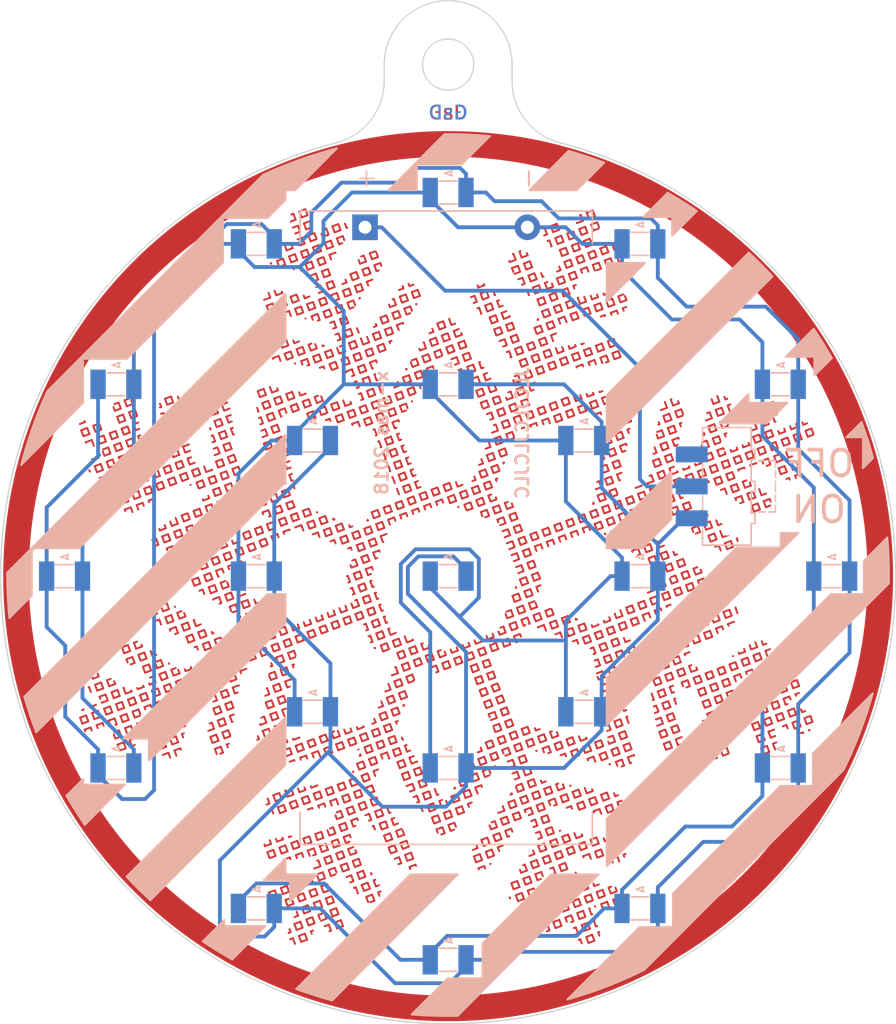
<source format=kicad_pcb>
(kicad_pcb (version 20171130) (host pcbnew "(5.0.0)")
  (title_block (title "LED Decoration") (date 08/12/2018) (rev v1_00) (company GsD) (comment 1 "Design: Greg Davill"))
  (layers (0 F.Cu signal) (1 In1.Cu signal) (2 In2.Cu signal) (31 B.Cu signal) (34 B.Paste user) (35 F.Paste user) (36 B.SilkS user) (37 F.SilkS user) (38 B.Mask user) (39 F.Mask user hide) (44 Edge.Cuts user))
  (net 0 "")
  (net 1 "Net-(BT1-Pad1)")
  (net 2 "Net-(BT1-Pad2)")
  (net 3 "Net-(D1-Pad2)")
  (net 4 "Net-(SW1-Pad1)")
  (module Battery_Holders:Keystone_2468_2xAAA (layer B.Cu) (at 143.5 72.72 270)
    (fp_text reference BT1 (at 0 7 90) (layer B.SilkS) (effects (font (size 0 0)) (justify mirror)))
    (fp_text value Battery)
    (fp_text user + (at -3.81 0 270) (layer B.SilkS) (effects (font (size 1.5 1.5)) (justify mirror)))
    (fp_text user - (at -3.81 -12.7 270) (layer B.SilkS) (effects (font (size 1.5 1.5)) (justify mirror)))
    (pad 1 thru_hole rect (at 0 0 270) (size 2 2) (drill 1.02) (layers *.Cu *.Mask) (net 1 "Net-(BT1-Pad1)"))
    (pad 2 thru_hole circle (at 0 -12.7 270) (size 2 2) (drill 1.02) (layers *.Cu *.Mask) (net 2 "Net-(BT1-Pad2)"))
  )
  (module LOGO (layer F.Cu) (at 150 63.8)
    (fp_text reference G*** hide)
    (fp_text value LOGO hide)
    (fp_poly (pts (xy -0.729586 -0.662399) (xy -0.677333 -0.647505) (xy -0.626418 -0.62313) (xy -0.603622 -0.588205) (xy -0.59668 -0.543282) (xy -0.593267 -0.492195) (xy -0.600915 -0.471095) (xy -0.629252 -0.474961) (xy -0.684652 -0.497417) (xy -0.793084 -0.52487) (xy -0.911313 -0.52619) (xy -1.021487 -0.502134) (xy -1.067329 -0.481194) (xy -1.152001 -0.414193) (xy -1.209167 -0.323118) (xy -1.240724 -0.203739) (xy -1.248833 -0.077437) (xy -1.235812 0.076285) (xy -1.196686 0.196724) (xy -1.131367 0.283993) (xy -1.039764 0.338206) (xy -0.921786 0.359477) (xy -0.902158 0.359833) (xy -0.827591 0.358133) (xy -0.78048 0.347764) (xy -0.754524 0.320825) (xy -0.743421 0.269416) (xy -0.740872 0.185636) (xy -0.740833 0.157542) (xy -0.740833 -0.019054) (xy -0.862541 -0.025402) (xy -0.931356 -0.030401) (xy -0.968596 -0.039801) (xy -0.985008 -0.059004) (xy -0.990947 -0.089958) (xy -0.997645 -0.148167) (xy -0.592666 -0.148167) (xy -0.592666 0.440359) (xy -0.661458 0.46483) (xy -0.746414 0.485276) (xy -0.850823 0.496713) (xy -0.957542 0.498477) (xy -1.049423 0.489902) (xy -1.085247 0.481267) (xy -1.208581 0.422253) (xy -1.302342 0.335079) (xy -1.367447 0.218338) (xy -1.404808 0.070623) (xy -1.413852 -0.024121) (xy -1.40885 -0.20249) (xy -1.373738 -0.351868) (xy -1.307754 -0.47377) (xy -1.210142 -0.569709) (xy -1.111404 -0.627564) (xy -0.992941 -0.664104) (xy -0.859141 -0.676016) (xy -0.729586 -0.662399)) (layer F.Cu) (width 0.01))
    (fp_poly (pts (xy 0.162577 -0.408638) (xy 0.231651 -0.397665) (xy 0.269226 -0.38476) (xy 0.285863 -0.363181) (xy 0.292122 -0.326181) (xy 0.292151 -0.325883) (xy 0.298552 -0.260216) (xy 0.140244 -0.270375) (xy 0.023554 -0.274289) (xy -0.058453 -0.267638) (xy -0.112413 -0.249068) (xy -0.144962 -0.217221) (xy -0.1483 -0.211417) (xy -0.159408 -0.158528) (xy -0.131713 -0.111118) (xy -0.063856 -0.06759) (xy -0.005378 -0.043426) (xy 0.120986 0.004376) (xy 0.212326 0.044812) (xy 0.274186 0.082617) (xy 0.312111 0.122522) (xy 0.331646 0.16926) (xy 0.338334 0.227561) (xy 0.338667 0.250217) (xy 0.332061 0.319458) (xy 0.306108 0.369754) (xy 0.275785 0.401589) (xy 0.193201 0.454029) (xy 0.081845 0.489442) (xy -0.047579 0.506087) (xy -0.184364 0.50222) (xy -0.264583 0.489528) (xy -0.310364 0.472303) (xy -0.330277 0.436937) (xy -0.334784 0.40645) (xy -0.341485 0.336834) (xy -0.228951 0.353625) (xy -0.077646 0.369325) (xy 0.038464 0.366191) (xy 0.11832 0.344321) (xy 0.151534 0.318598) (xy 0.179753 0.277874) (xy 0.1905 0.251655) (xy 0.170586 0.212403) (xy 0.114686 0.169922) (xy 0.028559 0.127998) (xy -0.031142 0.106035) (xy -0.115912 0.072019) (xy -0.195079 0.030549) (xy -0.245396 -0.004577) (xy -0.292577 -0.05312) (xy -0.313312 -0.100997) (xy -0.3175 -0.159315) (xy -0.298442 -0.24985) (xy -0.244324 -0.323152) (xy -0.159727 -0.376842) (xy -0.04923 -0.40854) (xy 0.082583 -0.415868) (xy 0.162577 -0.408638)) (layer F.Cu) (width 0.01))
    (fp_poly (pts (xy 0.809625 -0.656049) (xy 0.948894 -0.652824) (xy 1.055352 -0.641742) (xy 1.138164 -0.620435) (xy 1.206496 -0.586535) (xy 1.269512 -0.537672) (xy 1.270237 -0.537018) (xy 1.340037 -0.45732) (xy 1.386054 -0.362298) (xy 1.410458 -0.244688) (xy 1.415419 -0.097228) (xy 1.413931 -0.056017) (xy 1.39408 0.106816) (xy 1.349894 0.237949) (xy 1.279148 0.339287) (xy 1.179619 0.412731) (xy 1.049083 0.460187) (xy 0.885316 0.483556) (xy 0.779803 0.486833) (xy 0.592667 0.486833) (xy 0.592667 0.338667) (xy 0.762 0.338667) (xy 0.884039 0.338667) (xy 0.998972 0.327347) (xy 1.079303 0.299395) (xy 1.160578 0.233792) (xy 1.215228 0.137724) (xy 1.243868 0.009786) (xy 1.248834 -0.087568) (xy 1.23982 -0.236059) (xy 1.21085 -0.349515) (xy 1.159033 -0.431642) (xy 1.081476 -0.486148) (xy 0.975288 -0.516738) (xy 0.908005 -0.524408) (xy 0.762 -0.534855) (xy 0.762 0.338667) (xy 0.592667 0.338667) (xy 0.592667 -0.656167) (xy 0.809625 -0.656049)) (layer F.Cu) (width 0.01))
  )
  (module shape_003_small (layer F.Cu) (at 173 117.2)
    (fp_text reference REF** hide)
    (fp_text value shape_003_small hide)
  )
  (module shape_003_small (layer F.Cu) (at 132.4 105.4)
    (fp_text reference REF** hide)
    (fp_text value shape_003_small hide)
  )
  (module large_005 (layer F.Cu) (at 149.6 99.8)
    (fp_text reference REF** hide)
    (fp_text value large_005 hide)
    (fp_line (start -9 21.6) (end -9.176213 21.132081) (layer F.Cu) (width 0.15))
    (fp_line (start -8.647573 22.53584) (end -8.823786 22.067921) (layer F.Cu) (width 0.15))
    (fp_line (start -8.339022 23.355171) (end -8.471359 23.003759) (layer F.Cu) (width 0.15))
    (fp_line (start -24.471091 6.055054) (end -24.647305 5.587135) (layer F.Cu) (width 0.15))
    (fp_line (start -21.536183 12.429717) (end -21.712397 11.961797) (layer F.Cu) (width 0.15))
    (fp_line (start -22.119596 13.717983) (end -22.214971 13.464721) (layer F.Cu) (width 0.15))
    (fp_line (start -21.331089 14.393061) (end -21.475462 14.009689) (layer F.Cu) (width 0.15))
    (fp_line (start -22.35934 10.243895) (end -22.41725 10.090118) (layer F.Cu) (width 0.15))
    (fp_line (start -21.42069 11.317664) (end -21.596904 10.849744) (layer F.Cu) (width 0.15))
    (fp_line (start -20.715836 13.189342) (end -20.89205 12.721423) (layer F.Cu) (width 0.15))
    (fp_line (start -21.305197 10.205611) (end -21.481411 9.737691) (layer F.Cu) (width 0.15))
    (fp_line (start -23.298318 7.75052) (end -23.47453 7.2826) (layer F.Cu) (width 0.15))
    (fp_line (start -20.952771 11.141451) (end -21.128985 10.673531) (layer F.Cu) (width 0.15))
    (fp_line (start -20.600343 12.07729) (end -20.776557 11.60937) (layer F.Cu) (width 0.15))
    (fp_line (start -27.617811 -7.975731) (end -27.66138 -8.091425) (layer F.Cu) (width 0.15))
    (fp_line (start -21.542132 8.157719) (end -21.718345 7.689799) (layer F.Cu) (width 0.15))
    (fp_line (start -27.654828 -10.911495) (end -27.831042 -11.379415) (layer F.Cu) (width 0.15))
    (fp_line (start -22.04795 3.977091) (end -22.192213 3.594015) (layer F.Cu) (width 0.15))
    (fp_line (start -23.535251 5.702627) (end -23.589372 5.558918) (layer F.Cu) (width 0.15))
    (fp_line (start -27.065467 -7.927764) (end -27.241681 -8.395684) (layer F.Cu) (width 0.15))
    (fp_line (start -21.894558 7.22188) (end -22.070771 6.75396) (layer F.Cu) (width 0.15))
    (fp_line (start -23.289934 10.610246) (end -23.35309 10.442545) (layer F.Cu) (width 0.15))
    (fp_line (start -21.651676 13.541769) (end -21.82789 13.07385) (layer F.Cu) (width 0.15))
    (fp_line (start -22.593464 9.622198) (end -22.769676 9.154279) (layer F.Cu) (width 0.15))
    (fp_line (start -23.650744 6.814681) (end -23.826958 6.346761) (layer F.Cu) (width 0.15))
    (fp_line (start -22.824637 10.427071) (end -22.885169 10.266331) (layer F.Cu) (width 0.15))
    (fp_line (start -22.94589 8.68636) (end -22.982727 8.588543) (layer F.Cu) (width 0.15))
    (fp_line (start -23.88173 9.038786) (end -23.914079 8.952886) (layer F.Cu) (width 0.15))
    (fp_line (start -20.853267 14.243143) (end -21.007543 13.833475) (layer F.Cu) (width 0.15))
    (fp_line (start -23.182825 6.638467) (end -23.359037 6.170547) (layer F.Cu) (width 0.15))
    (fp_line (start -22.830397 7.574306) (end -23.006611 7.106387) (layer F.Cu) (width 0.15))
    (fp_line (start -22.477971 8.510146) (end -22.654183 8.042226) (layer F.Cu) (width 0.15))
    (fp_line (start -24.118663 6.990894) (end -24.294877 6.522974) (layer F.Cu) (width 0.15))
    (fp_line (start -21.894041 10.06072) (end -21.94933 9.913905) (layer F.Cu) (width 0.15))
    (fp_line (start -20.498233 13.767171) (end -20.539624 13.657262) (layer F.Cu) (width 0.15))
    (fp_line (start -22.362478 7.398093) (end -22.53869 6.930173) (layer F.Cu) (width 0.15))
    (fp_line (start -21.657625 9.269772) (end -21.833838 8.801852) (layer F.Cu) (width 0.15))
    (fp_line (start -28.122749 -10.735282) (end -28.298961 -11.203202) (layer F.Cu) (width 0.15))
    (fp_line (start -27.934091 -10.234319) (end -27.946535 -10.267362) (layer F.Cu) (width 0.15))
    (fp_line (start -27.417895 -8.863604) (end -27.451809 -8.953657) (layer F.Cu) (width 0.15))
    (fp_line (start -21.426639 7.045666) (end -21.433546 7.027325) (layer F.Cu) (width 0.15))
    (fp_line (start -22.004103 12.605931) (end -22.04987 12.484399) (layer F.Cu) (width 0.15))
    (fp_line (start -22.125544 9.445985) (end -22.301757 8.978066) (layer F.Cu) (width 0.15))
    (fp_line (start -21.189704 9.093559) (end -21.365918 8.625639) (layer F.Cu) (width 0.15))
    (fp_line (start -22.714904 6.462254) (end -22.870762 6.048387) (layer F.Cu) (width 0.15))
    (fp_line (start -20.48485 10.965237) (end -20.661064 10.497317) (layer F.Cu) (width 0.15))
    (fp_line (start -20.721785 8.917345) (end -20.897999 8.449426) (layer F.Cu) (width 0.15))
    (fp_line (start -20.325242 12.807799) (end -20.424131 12.54521) (layer F.Cu) (width 0.15))
    (fp_line (start -20.369359 9.853184) (end -20.545571 9.385264) (layer F.Cu) (width 0.15))
    (fp_line (start -20.016931 10.789024) (end -20.193145 10.321104) (layer F.Cu) (width 0.15))
    (fp_line (start -24.668981 6.948309) (end -24.762798 6.699188) (layer F.Cu) (width 0.15))
    (fp_line (start -28.007256 -11.847335) (end -28.040426 -11.935417) (layer F.Cu) (width 0.15))
    (fp_line (start -27.307509 -9.989216) (end -27.478616 -10.443575) (layer F.Cu) (width 0.15))
    (fp_line (start -23.413809 8.862573) (end -23.448402 8.770714) (layer F.Cu) (width 0.15))
    (fp_line (start -21.068264 12.253504) (end -21.244478 11.785584) (layer F.Cu) (width 0.15))
    (fp_line (start -26.949974 -9.039817) (end -27.033045 -9.260403) (layer F.Cu) (width 0.15))
    (fp_line (start -20.837278 10.029397) (end -21.013492 9.561478) (layer F.Cu) (width 0.15))
    (fp_line (start -26.597548 -8.103977) (end -26.773762 -8.571897) (layer F.Cu) (width 0.15))
    (fp_line (start -26.400261 -7.580101) (end -26.421334 -7.636058) (layer F.Cu) (width 0.15))
    (fp_line (start -23.529302 9.974625) (end -23.705516 9.506705) (layer F.Cu) (width 0.15))
    (fp_line (start -24.00317 5.878841) (end -24.179384 5.410922) (layer F.Cu) (width 0.15))
    (fp_line (start -22.010051 8.333933) (end -22.186264 7.866013) (layer F.Cu) (width 0.15))
    (fp_line (start -21.074211 7.981506) (end -21.250425 7.513586) (layer F.Cu) (width 0.15))
    (fp_line (start -23.061383 9.798412) (end -23.237597 9.330492) (layer F.Cu) (width 0.15))
    (fp_line (start -20.157408 11.834734) (end -20.308638 11.433157) (layer F.Cu) (width 0.15))
    (fp_line (start -22.368425 3.126095) (end -22.544639 2.658176) (layer F.Cu) (width 0.15))
    (fp_line (start -21.183757 13.365556) (end -21.359969 12.897636) (layer F.Cu) (width 0.15))
    (fp_line (start -13.162732 26.152297) (end -13.266049 25.877946) (layer F.Cu) (width 0.15))
    (fp_line (start -24.284239 -4.798651) (end -24.428215 -5.180966) (layer F.Cu) (width 0.15))
    (fp_line (start -25.661708 -8.456404) (end -25.837922 -8.924324) (layer F.Cu) (width 0.15))
    (fp_line (start -20.606292 7.805292) (end -20.714937 7.516794) (layer F.Cu) (width 0.15))
    (fp_line (start -26.129627 -8.280191) (end -26.305841 -8.748111) (layer F.Cu) (width 0.15))
    (fp_line (start -12.974343 25.233813) (end -13.150556 24.765894) (layer F.Cu) (width 0.15))
    (fp_line (start -20.253866 8.741132) (end -20.430078 8.273212) (layer F.Cu) (width 0.15))
    (fp_line (start -26.014136 -9.392243) (end -26.190348 -9.860163) (layer F.Cu) (width 0.15))
    (fp_line (start -21.08016 3.709508) (end -21.256374 3.241588) (layer F.Cu) (width 0.15))
    (fp_line (start -12.635724 26.132986) (end -12.798129 25.701734) (layer F.Cu) (width 0.15))
    (fp_line (start -25.898643 -10.504296) (end -26.074855 -10.972216) (layer F.Cu) (width 0.15))
    (fp_line (start -23.829684 -5.010355) (end -23.960296 -5.35718) (layer F.Cu) (width 0.15))
    (fp_line (start -26.482055 -9.21603) (end -26.607367 -9.548785) (layer F.Cu) (width 0.15))
    (fp_line (start -25.072348 -5.472673) (end -25.248562 -5.940592) (layer F.Cu) (width 0.15))
    (fp_line (start -20.964667 2.597455) (end -20.965564 2.595071) (layer F.Cu) (width 0.15))
    (fp_line (start -21.900506 2.949882) (end -22.07672 2.481962) (layer F.Cu) (width 0.15))
    (fp_line (start -25.546216 -9.568456) (end -25.722429 -10.036376) (layer F.Cu) (width 0.15))
    (fp_line (start -19.907387 5.404973) (end -20.083599 4.937054) (layer F.Cu) (width 0.15))
    (fp_line (start -21.548079 3.885721) (end -21.724293 3.417802) (layer F.Cu) (width 0.15))
    (fp_line (start -25.193789 -8.632618) (end -25.370002 -9.100538) (layer F.Cu) (width 0.15))
    (fp_line (start -24.136508 -5.825099) (end -24.312722 -6.293019) (layer F.Cu) (width 0.15))
    (fp_line (start -21.432588 2.773668) (end -21.6088 2.305749) (layer F.Cu) (width 0.15))
    (fp_line (start -19.785945 8.564918) (end -19.962159 8.096999) (layer F.Cu) (width 0.15))
    (fp_line (start -20.727734 4.645347) (end -20.903946 4.177427) (layer F.Cu) (width 0.15))
    (fp_line (start -27.186909 -11.087709) (end -27.363123 -11.555629) (layer F.Cu) (width 0.15))
    (fp_line (start -19.569612 9.139373) (end -19.609731 9.032838) (layer F.Cu) (width 0.15))
    (fp_line (start -13.442263 25.410027) (end -13.618476 24.942106) (layer F.Cu) (width 0.15))
    (fp_line (start -11.575363 28.948686) (end -11.740849 28.509251) (layer F.Cu) (width 0.15))
    (fp_line (start -17.792826 11.020009) (end -17.96904 10.55209) (layer F.Cu) (width 0.15))
    (fp_line (start -17.697079 14.111724) (end -17.847598 13.712034) (layer F.Cu) (width 0.15))
    (fp_line (start -21.328634 4.46844) (end -21.371867 4.353641) (layer F.Cu) (width 0.15))
    (fp_line (start -26.718988 -11.263922) (end -26.874742 -11.677513) (layer F.Cu) (width 0.15))
    (fp_line (start -17.4404 11.955849) (end -17.616612 11.487929) (layer F.Cu) (width 0.15))
    (fp_line (start -16.826994 13.584693) (end -16.911758 13.359607) (layer F.Cu) (width 0.15))
    (fp_line (start -19.105412 8.953284) (end -19.141812 8.856625) (layer F.Cu) (width 0.15))
    (fp_line (start -19.670452 7.452865) (end -19.727891 7.300342) (layer F.Cu) (width 0.15))
    (fp_line (start -13.916131 21.314242) (end -13.964855 21.184859) (layer F.Cu) (width 0.15))
    (fp_line (start -17.204082 14.002102) (end -17.379679 13.535821) (layer F.Cu) (width 0.15))
    (fp_line (start -19.901438 9.676971) (end -20.077652 9.209051) (layer F.Cu) (width 0.15))
    (fp_line (start -18.023812 13.244115) (end -18.200025 12.776196) (layer F.Cu) (width 0.15))
    (fp_line (start -20.612241 3.533294) (end -20.788453 3.065375) (layer F.Cu) (width 0.15))
    (fp_line (start -26.834481 -10.151869) (end -27.010695 -10.619789) (layer F.Cu) (width 0.15))
    (fp_line (start -19.202533 7.276652) (end -19.263821 7.113906) (layer F.Cu) (width 0.15))
    (fp_line (start -11.917062 28.041332) (end -12.008733 27.79791) (layer F.Cu) (width 0.15))
    (fp_line (start -19.318026 8.388705) (end -19.494238 7.920785) (layer F.Cu) (width 0.15))
    (fp_line (start -20.259813 4.469134) (end -20.436027 4.001214) (layer F.Cu) (width 0.15))
    (fp_line (start -18.850105 8.212491) (end -19.026319 7.744572) (layer F.Cu) (width 0.15))
    (fp_line (start -18.64121 8.767196) (end -18.673893 8.680411) (layer F.Cu) (width 0.15))
    (fp_line (start -17.087972 12.891688) (end -17.264186 12.423769) (layer F.Cu) (width 0.15))
    (fp_line (start -26.366562 -10.328083) (end -26.542776 -10.796002) (layer F.Cu) (width 0.15))
    (fp_line (start -13.563704 22.250082) (end -13.739917 21.782163) (layer F.Cu) (width 0.15))
    (fp_line (start -12.506423 25.057599) (end -12.682637 24.58968) (layer F.Cu) (width 0.15))
    (fp_line (start -12.153996 25.993439) (end -12.33021 25.52552) (layer F.Cu) (width 0.15))
    (fp_line (start -11.449142 27.865118) (end -11.625356 27.397198) (layer F.Cu) (width 0.15))
    (fp_line (start -24.854857 -4.895145) (end -24.896134 -5.004753) (layer F.Cu) (width 0.15))
    (fp_line (start -11.096716 28.800958) (end -11.272929 28.333037) (layer F.Cu) (width 0.15))
    (fp_line (start -25.430723 -10.680509) (end -25.606936 -11.148429) (layer F.Cu) (width 0.15))
    (fp_line (start -25.078297 -9.74467) (end -25.254509 -10.21259) (layer F.Cu) (width 0.15))
    (fp_line (start -24.604429 -5.648886) (end -24.780641 -6.116805) (layer F.Cu) (width 0.15))
    (fp_line (start -24.725869 -8.808831) (end -24.902083 -9.276751) (layer F.Cu) (width 0.15))
    (fp_line (start -17.555891 13.067901) (end -17.732105 12.599982) (layer F.Cu) (width 0.15))
    (fp_line (start -24.021015 -6.937152) (end -24.039382 -6.985919) (layer F.Cu) (width 0.15))
    (fp_line (start -17.908319 12.132062) (end -18.084532 11.664143) (layer F.Cu) (width 0.15))
    (fp_line (start -20.138373 7.629079) (end -20.191961 7.486778) (layer F.Cu) (width 0.15))
    (fp_line (start -11.333649 26.753065) (end -11.451111 26.441158) (layer F.Cu) (width 0.15))
    (fp_line (start -10.981223 27.688905) (end -11.157436 27.220986) (layer F.Cu) (width 0.15))
    (fp_line (start -16.972479 11.779636) (end -17.148693 11.311716) (layer F.Cu) (width 0.15))
    (fp_line (start -10.628797 28.624744) (end -10.80501 28.156824) (layer F.Cu) (width 0.15))
    (fp_line (start -25.667657 -12.728402) (end -25.776404 -13.017173) (layer F.Cu) (width 0.15))
    (fp_line (start -23.668589 -6.001313) (end -23.844803 -6.469232) (layer F.Cu) (width 0.15))
    (fp_line (start -18.382186 8.036278) (end -18.5584 7.568358) (layer F.Cu) (width 0.15))
    (fp_line (start -23.403518 -5.29744) (end -23.492375 -5.533393) (layer F.Cu) (width 0.15))
    (fp_line (start -22.258881 -2.257955) (end -22.435095 -2.725875) (layer F.Cu) (width 0.15))
    (fp_line (start -19.439466 5.22876) (end -19.61568 4.76084) (layer F.Cu) (width 0.15))
    (fp_line (start -19.170685 5.942487) (end -19.263254 5.696679) (layer F.Cu) (width 0.15))
    (fp_line (start -20.14432 3.357081) (end -20.246721 3.085165) (layer F.Cu) (width 0.15))
    (fp_line (start -18.734612 7.100439) (end -18.79975 6.92747) (layer F.Cu) (width 0.15))
    (fp_line (start -18.17701 8.581108) (end -18.205973 8.504198) (layer F.Cu) (width 0.15))
    (fp_line (start -17.677333 9.907956) (end -17.853547 9.440037) (layer F.Cu) (width 0.15))
    (fp_line (start -17.324907 10.843796) (end -17.501119 10.375876) (layer F.Cu) (width 0.15))
    (fp_line (start -16.642103 12.656918) (end -16.796265 12.247555) (layer F.Cu) (width 0.15))
    (fp_line (start -13.448211 21.138028) (end -13.557352 20.848214) (layer F.Cu) (width 0.15))
    (fp_line (start -13.095784 22.073868) (end -13.271998 21.605949) (layer F.Cu) (width 0.15))
    (fp_line (start -12.038503 24.881387) (end -12.214717 24.413467) (layer F.Cu) (width 0.15))
    (fp_line (start -19.791894 4.29292) (end -19.968108 3.825001) (layer F.Cu) (width 0.15))
    (fp_line (start -11.686076 25.817225) (end -11.86229 25.349306) (layer F.Cu) (width 0.15))
    (fp_line (start -18.61912 5.988386) (end -18.795333 5.520466) (layer F.Cu) (width 0.15))
    (fp_line (start -17.712808 8.39502) (end -17.738054 8.327984) (layer F.Cu) (width 0.15))
    (fp_line (start -17.093921 8.619691) (end -17.270133 8.151771) (layer F.Cu) (width 0.15))
    (fp_line (start -24.610376 -9.920883) (end -24.78659 -10.388803) (layer F.Cu) (width 0.15))
    (fp_line (start -23.085177 -7.289579) (end -23.18662 -7.558954) (layer F.Cu) (width 0.15))
    (fp_line (start -18.971547 5.052546) (end -19.147761 4.584627) (layer F.Cu) (width 0.15))
    (fp_line (start -24.25795 -8.985045) (end -24.434164 -9.452964) (layer F.Cu) (width 0.15))
    (fp_line (start -18.266693 6.924225) (end -18.335682 6.741034) (layer F.Cu) (width 0.15))
    (fp_line (start -17.56184 8.795904) (end -17.693294 8.446838) (layer F.Cu) (width 0.15))
    (fp_line (start -22.732749 -6.35374) (end -22.908963 -6.821659) (layer F.Cu) (width 0.15))
    (fp_line (start -21.323042 -2.610382) (end -21.499256 -3.078302) (layer F.Cu) (width 0.15))
    (fp_line (start -10.397811 26.400639) (end -10.574024 25.932718) (layer F.Cu) (width 0.15))
    (fp_line (start -13.273829 18.763619) (end -13.393439 18.446004) (layer F.Cu) (width 0.15))
    (fp_line (start -24.731818 -13.080829) (end -24.908032 -13.548748) (layer F.Cu) (width 0.15))
    (fp_line (start -25.31523 -11.792563) (end -25.491443 -12.260482) (layer F.Cu) (width 0.15))
    (fp_line (start -17.446347 7.683851) (end -17.622561 7.215932) (layer F.Cu) (width 0.15))
    (fp_line (start -12.627864 21.897654) (end -12.804078 21.429735) (layer F.Cu) (width 0.15))
    (fp_line (start -21.675469 -3.546222) (end -21.765569 -3.785477) (layer F.Cu) (width 0.15))
    (fp_line (start -16.50456 11.603422) (end -16.680772 11.135502) (layer F.Cu) (width 0.15))
    (fp_line (start -10.269521 28.160036) (end -10.33709 27.980611) (layer F.Cu) (width 0.15))
    (fp_line (start -22.969684 -8.401632) (end -23.145896 -8.869552) (layer F.Cu) (width 0.15))
    (fp_line (start -22.617256 -7.465792) (end -22.760239 -7.845471) (layer F.Cu) (width 0.15))
    (fp_line (start -11.570583 24.705173) (end -11.746797 24.237254) (layer F.Cu) (width 0.15))
    (fp_line (start -22.26483 -6.529953) (end -22.441042 -6.997873) (layer F.Cu) (width 0.15))
    (fp_line (start -10.750238 25.464799) (end -10.926451 24.99688) (layer F.Cu) (width 0.15))
    (fp_line (start -24.847311 -11.968776) (end -25.023525 -12.436696) (layer F.Cu) (width 0.15))
    (fp_line (start -21.565998 -1.836797) (end -21.614749 -1.966249) (layer F.Cu) (width 0.15))
    (fp_line (start -23.790029 -9.161258) (end -23.966243 -9.629177) (layer F.Cu) (width 0.15))
    (fp_line (start -18.151201 5.812172) (end -18.327414 5.344253) (layer F.Cu) (width 0.15))
    (fp_line (start -24.142457 -10.097097) (end -24.318671 -10.565017) (layer F.Cu) (width 0.15))
    (fp_line (start -11.218157 25.641013) (end -11.39437 25.173092) (layer F.Cu) (width 0.15))
    (fp_line (start -13.569652 17.978083) (end -13.720542 17.577408) (layer F.Cu) (width 0.15))
    (fp_line (start -25.199737 -12.904615) (end -25.375951 -13.372534) (layer F.Cu) (width 0.15))
    (fp_line (start -18.503628 4.876333) (end -18.67984 4.408413) (layer F.Cu) (width 0.15))
    (fp_line (start -17.798775 6.748012) (end -17.974987 6.280092) (layer F.Cu) (width 0.15))
    (fp_line (start -24.962804 -10.856723) (end -25.139016 -11.324643) (layer F.Cu) (width 0.15))
    (fp_line (start -22.143388 -3.370008) (end -22.191569 -3.497946) (layer F.Cu) (width 0.15))
    (fp_line (start -23.525615 -8.459124) (end -23.613817 -8.693338) (layer F.Cu) (width 0.15))
    (fp_line (start -10.513304 27.512691) (end -10.689517 27.044772) (layer F.Cu) (width 0.15))
    (fp_line (start -23.553096 -7.113365) (end -23.613001 -7.272437) (layer F.Cu) (width 0.15))
    (fp_line (start -10.86573 26.576853) (end -11.041944 26.108932) (layer F.Cu) (width 0.15))
    (fp_line (start -24.494883 -11.032936) (end -24.671097 -11.500856) (layer F.Cu) (width 0.15))
    (fp_line (start -22.551186 -5.871612) (end -22.556535 -5.88582) (layer F.Cu) (width 0.15))
    (fp_line (start -16.741493 9.555529) (end -16.917707 9.08761) (layer F.Cu) (width 0.15))
    (fp_line (start -17.914267 7.860065) (end -18.09048 7.392145) (layer F.Cu) (width 0.15))
    (fp_line (start -17.209414 9.731743) (end -17.385626 9.263824) (layer F.Cu) (width 0.15))
    (fp_line (start -19.323973 4.116707) (end -19.500187 3.648787) (layer F.Cu) (width 0.15))
    (fp_line (start -16.389067 10.491369) (end -16.565279 10.023449) (layer F.Cu) (width 0.15))
    (fp_line (start -12.512371 20.785602) (end -12.559892 20.659414) (layer F.Cu) (width 0.15))
    (fp_line (start -21.790962 -2.434169) (end -21.967175 -2.902088) (layer F.Cu) (width 0.15))
    (fp_line (start -12.980291 20.961816) (end -13.06234 20.743941) (layer F.Cu) (width 0.15))
    (fp_line (start -12.159944 21.721442) (end -12.336158 21.253521) (layer F.Cu) (width 0.15))
    (fp_line (start -11.92922 22.33411) (end -11.983731 22.189361) (layer F.Cu) (width 0.15))
    (fp_line (start -11.102664 24.528959) (end -11.255186 24.12395) (layer F.Cu) (width 0.15))
    (fp_line (start -22.977352 -5.584526) (end -23.024456 -5.709606) (layer F.Cu) (width 0.15))
    (fp_line (start -10.045384 27.336479) (end -10.221597 26.868558) (layer F.Cu) (width 0.15))
    (fp_line (start -24.37939 -12.144989) (end -24.555604 -12.612909) (layer F.Cu) (width 0.15))
    (fp_line (start -23.674536 -10.27331) (end -23.85075 -10.74123) (layer F.Cu) (width 0.15))
    (fp_line (start -21.130123 -2.098104) (end -21.146828 -2.142462) (layer F.Cu) (width 0.15))
    (fp_line (start -23.32211 -9.337471) (end -23.498324 -9.80539) (layer F.Cu) (width 0.15))
    (fp_line (start -23.200668 -6.177526) (end -23.376882 -6.645446) (layer F.Cu) (width 0.15))
    (fp_line (start -16.856986 10.667582) (end -17.0332 10.199663) (layer F.Cu) (width 0.15))
    (fp_line (start -12.431543 22.418969) (end -12.451651 22.365575) (layer F.Cu) (width 0.15))
    (fp_line (start -24.026964 -11.20915) (end -24.203178 -11.67707) (layer F.Cu) (width 0.15))
    (fp_line (start -9.814398 25.112373) (end -9.990612 24.644452) (layer F.Cu) (width 0.15))
    (fp_line (start -21.681417 -7.818219) (end -21.85763 -8.286139) (layer F.Cu) (width 0.15))
    (fp_line (start -21.207549 -3.722435) (end -21.339571 -4.073008) (layer F.Cu) (width 0.15))
    (fp_line (start -14.04352 13.8823) (end -14.219734 13.41438) (layer F.Cu) (width 0.15))
    (fp_line (start -20.855123 -2.786596) (end -21.031337 -3.254515) (layer F.Cu) (width 0.15))
    (fp_line (start -20.271709 -4.074862) (end -20.447923 -4.542781) (layer F.Cu) (width 0.15))
    (fp_line (start -9.461971 26.048211) (end -9.638185 25.580292) (layer F.Cu) (width 0.15))
    (fp_line (start -19.919283 -3.139022) (end -20.095497 -3.606942) (layer F.Cu) (width 0.15))
    (fp_line (start -16.158081 8.267264) (end -16.334295 7.799344) (layer F.Cu) (width 0.15))
    (fp_line (start -18.862003 -0.331504) (end -19.038215 -0.799424) (layer F.Cu) (width 0.15))
    (fp_line (start -22.501763 -8.577845) (end -22.677977 -9.045765) (layer F.Cu) (width 0.15))
    (fp_line (start -14.395947 12.946461) (end -14.481557 12.719127) (layer F.Cu) (width 0.15))
    (fp_line (start -18.509575 0.604335) (end -18.685789 0.136416) (layer F.Cu) (width 0.15))
    (fp_line (start -18.157149 1.540175) (end -18.333362 1.072255) (layer F.Cu) (width 0.15))
    (fp_line (start -12.633812 17.625657) (end -12.810026 17.157738) (layer F.Cu) (width 0.15))
    (fp_line (start -17.96564 2.048713) (end -17.980936 2.008094) (layer F.Cu) (width 0.15))
    (fp_line (start -17.215361 5.459746) (end -17.371345 5.045542) (layer F.Cu) (width 0.15))
    (fp_line (start -16.273574 9.379316) (end -16.449788 8.911397) (layer F.Cu) (width 0.15))
    (fp_line (start -18.977496 0.780549) (end -19.153708 0.312629) (layer F.Cu) (width 0.15))
    (fp_line (start -16.510507 7.331424) (end -16.686721 6.863505) (layer F.Cu) (width 0.15))
    (fp_line (start -10.924575 22.164391) (end -11.047892 21.836935) (layer F.Cu) (width 0.15))
    (fp_line (start -16.395014 6.219371) (end -16.571228 5.751452) (layer F.Cu) (width 0.15))
    (fp_line (start -23.937363 -12.389957) (end -24.087685 -12.789123) (layer F.Cu) (width 0.15))
    (fp_line (start -15.804236 7.788135) (end -15.866374 7.623131) (layer F.Cu) (width 0.15))
    (fp_line (start -19.329922 -0.155291) (end -19.506136 -0.62321) (layer F.Cu) (width 0.15))
    (fp_line (start -16.042588 7.155211) (end -16.218802 6.687291) (layer F.Cu) (width 0.15))
    (fp_line (start -22.854191 -9.513684) (end -23.030403 -9.981604) (layer F.Cu) (width 0.15))
    (fp_line (start -14.280454 11.834408) (end -14.306283 11.765821) (layer F.Cu) (width 0.15))
    (fp_line (start -13.928027 12.770247) (end -14.104241 12.302328) (layer F.Cu) (width 0.15))
    (fp_line (start -9.929891 26.224425) (end -10.106104 25.756506) (layer F.Cu) (width 0.15))
    (fp_line (start -11.692025 21.545228) (end -11.868238 21.077309) (layer F.Cu) (width 0.15))
    (fp_line (start -12.044452 20.609389) (end -12.057444 20.574887) (layer F.Cu) (width 0.15))
    (fp_line (start -19.445415 0.956762) (end -19.621629 0.488842) (layer F.Cu) (width 0.15))
    (fp_line (start -14.165548 14.976999) (end -14.335227 14.526433) (layer F.Cu) (width 0.15))
    (fp_line (start -13.101732 17.801871) (end -13.277946 17.33395) (layer F.Cu) (width 0.15))
    (fp_line (start -11.426898 22.24925) (end -11.515811 22.013147) (layer F.Cu) (width 0.15))
    (fp_line (start -20.73963 -3.898648) (end -20.913572 -4.360538) (layer F.Cu) (width 0.15))
    (fp_line (start -22.149337 -7.642006) (end -22.325549 -8.109926) (layer F.Cu) (width 0.15))
    (fp_line (start -15.97181 8.761892) (end -15.981867 8.735184) (layer F.Cu) (width 0.15))
    (fp_line (start -10.282318 25.288585) (end -10.458531 24.820666) (layer F.Cu) (width 0.15))
    (fp_line (start -13.691093 14.818139) (end -13.867307 14.350219) (layer F.Cu) (width 0.15))
    (fp_line (start -12.281386 18.561497) (end -12.457599 18.093576) (layer F.Cu) (width 0.15))
    (fp_line (start -11.224105 21.369014) (end -11.400318 20.901095) (layer F.Cu) (width 0.15))
    (fp_line (start -14.511439 14.058513) (end -14.656834 13.672432) (layer F.Cu) (width 0.15))
    (fp_line (start -17.683282 5.635959) (end -17.859494 5.168039) (layer F.Cu) (width 0.15))
    (fp_line (start -9.109544 26.984051) (end -9.285758 26.516132) (layer F.Cu) (width 0.15))
    (fp_line (start -8.757117 27.91989) (end -8.933331 27.451972) (layer F.Cu) (width 0.15))
    (fp_line (start -22.033844 -8.754059) (end -22.210057 -9.221978) (layer F.Cu) (width 0.15))
    (fp_line (start -19.797841 0.020923) (end -19.924813 -0.316236) (layer F.Cu) (width 0.15))
    (fp_line (start -16.626 8.443477) (end -16.802214 7.975557) (layer F.Cu) (width 0.15))
    (fp_line (start -18.035708 4.70012) (end -18.09019 4.555447) (layer F.Cu) (width 0.15))
    (fp_line (start -16.978428 7.507638) (end -17.15464 7.039718) (layer F.Cu) (width 0.15))
    (fp_line (start -9.635223 27.006892) (end -9.753678 26.692344) (layer F.Cu) (width 0.15))
    (fp_line (start -20.387202 -2.962809) (end -20.563416 -3.430729) (layer F.Cu) (width 0.15))
    (fp_line (start -18.670182 1.596592) (end -18.801282 1.248468) (layer F.Cu) (width 0.15))
    (fp_line (start -17.330854 6.571798) (end -17.507068 6.103878) (layer F.Cu) (width 0.15))
    (fp_line (start -10.166825 24.176533) (end -10.343038 23.708613) (layer F.Cu) (width 0.15))
    (fp_line (start -22.38627 -9.689898) (end -22.467004 -9.904277) (layer F.Cu) (width 0.15))
    (fp_line (start -10.634745 24.352746) (end -10.752696 24.039537) (layer F.Cu) (width 0.15))
    (fp_line (start -21.328991 -6.88238) (end -21.505204 -7.350299) (layer F.Cu) (width 0.15))
    (fp_line (start -24.263897 -13.257042) (end -24.384866 -13.578261) (layer F.Cu) (width 0.15))
    (fp_line (start -21.79691 -6.706166) (end -21.973123 -7.174086) (layer F.Cu) (width 0.15))
    (fp_line (start -12.749305 18.737711) (end -12.925519 18.26979) (layer F.Cu) (width 0.15))
    (fp_line (start -16.862935 6.395585) (end -17.039149 5.927665) (layer F.Cu) (width 0.15))
    (fp_line (start -27.008798 12.084999) (end -27.096447 11.852253) (layer F.Cu) (width 0.15))
    (fp_line (start -26.689247 10.096066) (end -26.696258 10.07745) (layer F.Cu) (width 0.15))
    (fp_line (start -25.868901 10.855692) (end -26.045114 10.387773) (layer F.Cu) (width 0.15))
    (fp_line (start -25.400982 10.679479) (end -25.577195 10.211559) (layer F.Cu) (width 0.15))
    (fp_line (start -25.631968 12.903585) (end -25.750382 12.589143) (layer F.Cu) (width 0.15))
    (fp_line (start -25.285489 9.567426) (end -25.461703 9.099507) (layer F.Cu) (width 0.15))
    (fp_line (start -25.27954 13.839424) (end -25.455754 13.371504) (layer F.Cu) (width 0.15))
    (fp_line (start -24.026501 12.910562) (end -24.051995 12.842864) (layer F.Cu) (width 0.15))
    (fp_line (start -24.81757 9.391213) (end -24.993782 8.923294) (layer F.Cu) (width 0.15))
    (fp_line (start -27.625087 10.448493) (end -27.629565 10.436605) (layer F.Cu) (width 0.15))
    (fp_line (start -25.048556 11.615319) (end -25.224768 11.147399) (layer F.Cu) (width 0.15))
    (fp_line (start -24.465142 10.327052) (end -24.641356 9.859132) (layer F.Cu) (width 0.15))
    (fp_line (start -24.112716 11.262892) (end -24.288928 10.794972) (layer F.Cu) (width 0.15))
    (fp_line (start -23.857411 11.940831) (end -23.936502 11.730811) (layer F.Cu) (width 0.15))
    (fp_line (start -23.997223 10.150839) (end -24.173437 9.682919) (layer F.Cu) (width 0.15))
    (fp_line (start -26.079986 11.713908) (end -26.160607 11.499826) (layer F.Cu) (width 0.15))
    (fp_line (start -23.688321 10.971101) (end -23.821009 10.618758) (layer F.Cu) (width 0.15))
    (fp_line (start -24.696128 12.551158) (end -24.872342 12.083238) (layer F.Cu) (width 0.15))
    (fp_line (start -24.349649 9.214999) (end -24.379754 9.135058) (layer F.Cu) (width 0.15))
    (fp_line (start -24.93901 6.231268) (end -25.115224 5.763348) (layer F.Cu) (width 0.15))
    (fp_line (start -25.637916 8.631587) (end -25.717739 8.419622) (layer F.Cu) (width 0.15))
    (fp_line (start -25.615582 11.528362) (end -25.692688 11.323612) (layer F.Cu) (width 0.15))
    (fp_line (start -27.473202 12.270545) (end -27.564366 12.028466) (layer F.Cu) (width 0.15))
    (fp_line (start -27.272661 11.384333) (end -27.448873 10.916413) (layer F.Cu) (width 0.15))
    (fp_line (start -27.539224 9.257759) (end -27.685808 8.868521) (layer F.Cu) (width 0.15))
    (fp_line (start -26.80474 11.208119) (end -26.980954 10.7402) (layer F.Cu) (width 0.15))
    (fp_line (start -26.926182 8.048175) (end -27.006628 7.834556) (layer F.Cu) (width 0.15))
    (fp_line (start -25.164049 12.727372) (end -25.340261 12.259452) (layer F.Cu) (width 0.15))
    (fp_line (start -28.208499 11.73676) (end -28.384713 11.26884) (layer F.Cu) (width 0.15))
    (fp_line (start -26.105835 8.807801) (end -26.282049 8.339881) (layer F.Cu) (width 0.15))
    (fp_line (start -27.394101 8.224388) (end -27.45699 8.057394) (layer F.Cu) (width 0.15))
    (fp_line (start -24.343702 13.486997) (end -24.519914 13.019077) (layer F.Cu) (width 0.15))
    (fp_line (start -24.933063 10.503265) (end -25.109275 10.035346) (layer F.Cu) (width 0.15))
    (fp_line (start -27.986779 12.32552) (end -28.032287 12.20468) (layer F.Cu) (width 0.15))
    (fp_line (start -26.221328 9.919853) (end -26.397542 9.451933) (layer F.Cu) (width 0.15))
    (fp_line (start -25.516475 11.791532) (end -25.580642 11.621139) (layer F.Cu) (width 0.15))
    (fp_line (start -26.799107 9.804346) (end -26.865461 9.628146) (layer F.Cu) (width 0.15))
    (fp_line (start -25.753408 9.743639) (end -25.929622 9.27572) (layer F.Cu) (width 0.15))
    (fp_line (start -27.74058 11.560546) (end -27.916794 11.092626) (layer F.Cu) (width 0.15))
    (fp_line (start -27.157168 10.27228) (end -27.162911 10.257028) (layer F.Cu) (width 0.15))
    (fp_line (start -24.580635 11.439105) (end -24.756849 10.971185) (layer F.Cu) (width 0.15))
    (fp_line (start -28.093008 10.624707) (end -28.096217 10.616181) (layer F.Cu) (width 0.15))
    (fp_line (start -24.228209 12.374945) (end -24.404421 11.907025) (layer F.Cu) (width 0.15))
    (fp_line (start -26.573754 8.984014) (end -26.749968 8.516094) (layer F.Cu) (width 0.15))
    (fp_line (start -26.544391 11.899453) (end -26.628528 11.676039) (layer F.Cu) (width 0.15))
    (fp_line (start -26.336821 11.031906) (end -26.513035 10.563986) (layer F.Cu) (width 0.15))
    (fp_line (start -27.041675 9.160227) (end -27.217887 8.692308) (layer F.Cu) (width 0.15))
    (fp_line (start -24.811621 13.66321) (end -24.987835 13.19529) (layer F.Cu) (width 0.15))
    (fp_line (start -8.892535 24.722831) (end -9.054772 24.292026) (layer F.Cu) (width 0.15))
    (fp_line (start -17.573736 0.251908) (end -17.586517 0.21797) (layer F.Cu) (width 0.15))
    (fp_line (start -9.230985 23.824106) (end -9.407199 23.356187) (layer F.Cu) (width 0.15))
    (fp_line (start -12.992188 12.417821) (end -13.168401 11.949901) (layer F.Cu) (width 0.15))
    (fp_line (start -7.821278 27.567464) (end -7.997491 27.099544) (layer F.Cu) (width 0.15))
    (fp_line (start -16.868882 2.123587) (end -17.045096 1.655667) (layer F.Cu) (width 0.15))
    (fp_line (start -21.802858 -10.978164) (end -21.803571 -10.980055) (layer F.Cu) (width 0.15))
    (fp_line (start -21.098005 -9.106486) (end -21.274219 -9.574405) (layer F.Cu) (width 0.15))
    (fp_line (start -16.556552 2.952954) (end -16.69267 2.591507) (layer F.Cu) (width 0.15))
    (fp_line (start -15.459176 5.866944) (end -15.541719 5.647759) (layer F.Cu) (width 0.15))
    (fp_line (start -12.639761 13.353659) (end -12.741353 13.083891) (layer F.Cu) (width 0.15))
    (fp_line (start -9.115493 22.712054) (end -9.291706 22.244133) (layer F.Cu) (width 0.15))
    (fp_line (start -20.630086 -9.282699) (end -20.806298 -9.750618) (layer F.Cu) (width 0.15))
    (fp_line (start -19.925232 -7.41102) (end -20.101444 -7.87894) (layer F.Cu) (width 0.15))
    (fp_line (start -19.746498 -6.93641) (end -19.749018 -6.9431) (layer F.Cu) (width 0.15))
    (fp_line (start -16.048537 2.883213) (end -16.224749 2.415293) (layer F.Cu) (width 0.15))
    (fp_line (start -9.467919 21.776214) (end -9.644133 21.308293) (layer F.Cu) (width 0.15))
    (fp_line (start -20.745577 -8.170646) (end -20.921791 -8.638566) (layer F.Cu) (width 0.15))
    (fp_line (start -9.583412 22.888266) (end -9.759626 22.420347) (layer F.Cu) (width 0.15))
    (fp_line (start -15.106748 6.802784) (end -15.282962 6.334864) (layer F.Cu) (width 0.15))
    (fp_line (start -13.344615 11.481981) (end -13.520828 11.014061) (layer F.Cu) (width 0.15))
    (fp_line (start -12.287334 14.289499) (end -12.463547 13.821579) (layer F.Cu) (width 0.15))
    (fp_line (start -20.393151 -7.234807) (end -20.569365 -7.702726) (layer F.Cu) (width 0.15))
    (fp_line (start -17.22131 1.187748) (end -17.397524 0.719828) (layer F.Cu) (width 0.15))
    (fp_line (start -11.230053 17.097017) (end -11.341308 16.80159) (layer F.Cu) (width 0.15))
    (fp_line (start -10.877627 18.032857) (end -11.05384 17.564936) (layer F.Cu) (width 0.15))
    (fp_line (start -8.763066 23.647894) (end -8.939279 23.179973) (layer F.Cu) (width 0.15))
    (fp_line (start -9.820346 20.840374) (end -9.99656 20.372455) (layer F.Cu) (width 0.15))
    (fp_line (start -17.159203 -0.066066) (end -17.282031 -0.392225) (layer F.Cu) (width 0.15))
    (fp_line (start -15.852009 3.405075) (end -15.872323 3.351133) (layer F.Cu) (width 0.15))
    (fp_line (start -17.589186 0.210885) (end -17.74995 -0.216011) (layer F.Cu) (width 0.15))
    (fp_line (start -18.86795 -4.603502) (end -19.044164 -5.071422) (layer F.Cu) (width 0.15))
    (fp_line (start -14.991255 5.690731) (end -15.079402 5.456665) (layer F.Cu) (width 0.15))
    (fp_line (start -14.638829 6.626571) (end -14.815042 6.158651) (layer F.Cu) (width 0.15))
    (fp_line (start -13.229122 10.369928) (end -13.405335 9.902008) (layer F.Cu) (width 0.15))
    (fp_line (start -12.572595 12.11328) (end -12.700481 11.773687) (layer F.Cu) (width 0.15))
    (fp_line (start -12.171841 13.177446) (end -12.240487 12.995161) (layer F.Cu) (width 0.15))
    (fp_line (start -8.173705 26.631625) (end -8.349918 26.163704) (layer F.Cu) (width 0.15))
    (fp_line (start -13.697042 10.546141) (end -13.873255 10.078221) (layer F.Cu) (width 0.15))
    (fp_line (start -21.687366 -12.090217) (end -21.863579 -12.558137) (layer F.Cu) (width 0.15))
    (fp_line (start -12.747267 13.068187) (end -12.815974 12.88574) (layer F.Cu) (width 0.15))
    (fp_line (start -20.277658 -8.34686) (end -20.453872 -8.814779) (layer F.Cu) (width 0.15))
    (fp_line (start -12.876695 11.305767) (end -13.052908 10.837848) (layer F.Cu) (width 0.15))
    (fp_line (start -11.819414 14.113285) (end -11.995627 13.645366) (layer F.Cu) (width 0.15))
    (fp_line (start -11.618551 14.64666) (end -11.643201 14.581205) (layer F.Cu) (width 0.15))
    (fp_line (start -10.762134 16.920803) (end -10.838596 16.717765) (layer F.Cu) (width 0.15))
    (fp_line (start -22.039792 -13.026056) (end -22.136894 -13.283899) (layer F.Cu) (width 0.15))
    (fp_line (start -19.335871 -4.427288) (end -19.512083 -4.895208) (layer F.Cu) (width 0.15))
    (fp_line (start -17.458243 -0.860144) (end -17.634457 -1.328064) (layer F.Cu) (width 0.15))
    (fp_line (start -18.573866 -3.822587) (end -18.691736 -4.135582) (layer F.Cu) (width 0.15))
    (fp_line (start -10.409707 17.856643) (end -10.585921 17.388724) (layer F.Cu) (width 0.15))
    (fp_line (start -10.208302 18.391456) (end -10.233494 18.324562) (layer F.Cu) (width 0.15))
    (fp_line (start -20.982512 -10.218538) (end -21.158726 -10.686458) (layer F.Cu) (width 0.15))
    (fp_line (start -21.450431 -10.042324) (end -21.626645 -10.510244) (layer F.Cu) (width 0.15))
    (fp_line (start -9.352427 20.664161) (end -9.52864 20.196242) (layer F.Cu) (width 0.15))
    (fp_line (start -21.334938 -11.154378) (end -21.511152 -11.622297) (layer F.Cu) (width 0.15))
    (fp_line (start -9.935839 21.952428) (end -10.112053 21.484507) (layer F.Cu) (width 0.15))
    (fp_line (start -17.926164 -0.683931) (end -18.102377 -1.151851) (layer F.Cu) (width 0.15))
    (fp_line (start -16.753389 1.011534) (end -16.881093 0.67243) (layer F.Cu) (width 0.15))
    (fp_line (start -13.581549 9.434089) (end -13.757762 8.966169) (layer F.Cu) (width 0.15))
    (fp_line (start -8.526132 25.695785) (end -8.678214 25.291944) (layer F.Cu) (width 0.15))
    (fp_line (start -10.288266 21.016588) (end -10.46448 20.548668) (layer F.Cu) (width 0.15))
    (fp_line (start -16.400963 1.947374) (end -16.577177 1.479454) (layer F.Cu) (width 0.15))
    (fp_line (start -18.999909 -3.535173) (end -19.159657 -3.959369) (layer F.Cu) (width 0.15))
    (fp_line (start -13.812534 11.658194) (end -13.988748 11.190275) (layer F.Cu) (width 0.15))
    (fp_line (start -9.698905 24.00032) (end -9.875119 23.532401) (layer F.Cu) (width 0.15))
    (fp_line (start -9.346478 24.936159) (end -9.522692 24.468239) (layer F.Cu) (width 0.15))
    (fp_line (start -13.460107 12.594034) (end -13.636321 12.126114) (layer F.Cu) (width 0.15))
    (fp_line (start -13.107681 13.529873) (end -13.283894 13.061953) (layer F.Cu) (width 0.15))
    (fp_line (start -18.394082 -0.507718) (end -18.570296 -0.975637) (layer F.Cu) (width 0.15))
    (fp_line (start -12.755254 14.465712) (end -12.931467 13.997792) (layer F.Cu) (width 0.15))
    (fp_line (start -11.697973 17.273231) (end -11.844021 16.885413) (layer F.Cu) (width 0.15))
    (fp_line (start -11.345546 18.209069) (end -11.521759 17.74115) (layer F.Cu) (width 0.15))
    (fp_line (start -8.641624 26.807837) (end -8.817838 26.339918) (layer F.Cu) (width 0.15))
    (fp_line (start -15.395911 7.453672) (end -15.398455 7.446917) (layer F.Cu) (width 0.15))
    (fp_line (start -12.165893 17.449443) (end -12.342106 16.981524) (layer F.Cu) (width 0.15))
    (fp_line (start -11.813466 18.385283) (end -11.989679 17.917364) (layer F.Cu) (width 0.15))
    (fp_line (start -13.5756 13.706086) (end -13.751814 13.238166) (layer F.Cu) (width 0.15))
    (fp_line (start -13.223173 14.641926) (end -13.399387 14.174006) (layer F.Cu) (width 0.15))
    (fp_line (start -10.422253 22.079533) (end -10.579973 21.660721) (layer F.Cu) (width 0.15))
    (fp_line (start -10.051332 23.06448) (end -10.068802 23.018088) (layer F.Cu) (width 0.15))
    (fp_line (start -8.994051 25.871999) (end -9.170265 25.404078) (layer F.Cu) (width 0.15))
    (fp_line (start -10.756186 21.192802) (end -10.932399 20.724881) (layer F.Cu) (width 0.15))
    (fp_line (start -8.289198 27.743677) (end -8.465411 27.275758) (layer F.Cu) (width 0.15))
    (fp_line (start -19.80379 -4.251075) (end -19.980004 -4.718995) (layer F.Cu) (width 0.15))
    (fp_line (start -19.451364 -3.315236) (end -19.627576 -3.783155) (layer F.Cu) (width 0.15))
    (fp_line (start -18.041656 0.428122) (end -18.217869 -0.039798) (layer F.Cu) (width 0.15))
    (fp_line (start -17.336803 2.299801) (end -17.513017 1.831881) (layer F.Cu) (width 0.15))
    (fp_line (start -15.927095 6.043158) (end -16.004034 5.838854) (layer F.Cu) (width 0.15))
    (fp_line (start -21.213498 -7.994433) (end -21.389712 -8.462353) (layer F.Cu) (width 0.15))
    (fp_line (start -17.689229 1.363961) (end -17.865443 0.896041) (layer F.Cu) (width 0.15))
    (fp_line (start -21.565924 -8.930272) (end -21.742138 -9.398192) (layer F.Cu) (width 0.15))
    (fp_line (start -20.86107 -7.058593) (end -21.037284 -7.526513) (layer F.Cu) (width 0.15))
    (fp_line (start -15.574669 6.978998) (end -15.750881 6.511078) (layer F.Cu) (width 0.15))
    (fp_line (start -9.941788 17.680429) (end -10.118001 17.21251) (layer F.Cu) (width 0.15))
    (fp_line (start -7.711733 22.183414) (end -7.887947 21.715493) (layer F.Cu) (width 0.15))
    (fp_line (start -10.294214 16.74459) (end -10.335884 16.633942) (layer F.Cu) (width 0.15))
    (fp_line (start -9.826295 16.568377) (end -9.833171 16.550117) (layer F.Cu) (width 0.15))
    (fp_line (start -18.147823 -4.11) (end -18.223818 -4.311796) (layer F.Cu) (width 0.15))
    (fp_line (start -18.400031 -4.779715) (end -18.576245 -5.247635) (layer F.Cu) (width 0.15))
    (fp_line (start -17.34275 -1.972197) (end -17.362234 -2.023934) (layer F.Cu) (width 0.15))
    (fp_line (start -19.110825 -6.667168) (end -19.281097 -7.119314) (layer F.Cu) (width 0.15))
    (fp_line (start -14.17091 6.450357) (end -14.347123 5.982437) (layer F.Cu) (width 0.15))
    (fp_line (start -15.933044 1.77116) (end -16.109256 1.303241) (layer F.Cu) (width 0.15))
    (fp_line (start -16.299236 -0.619968) (end -16.346191 -0.744652) (layer F.Cu) (width 0.15))
    (fp_line (start -14.442922 4.309316) (end -14.584057 3.934545) (layer F.Cu) (width 0.15))
    (fp_line (start -21.219447 -12.266431) (end -21.395659 -12.73435) (layer F.Cu) (width 0.15))
    (fp_line (start -19.809739 -8.523073) (end -19.985951 -8.990993) (layer F.Cu) (width 0.15))
    (fp_line (start -13.70299 6.274144) (end -13.879203 5.806224) (layer F.Cu) (width 0.15))
    (fp_line (start -15.465123 1.594947) (end -15.470244 1.58135) (layer F.Cu) (width 0.15))
    (fp_line (start -12.998136 8.145823) (end -13.174349 7.677903) (layer F.Cu) (width 0.15))
    (fp_line (start -11.236001 12.82502) (end -11.238758 12.817702) (layer F.Cu) (width 0.15))
    (fp_line (start -12.645709 9.081662) (end -12.821922 8.613742) (layer F.Cu) (width 0.15))
    (fp_line (start -8.179653 22.359626) (end -8.355866 21.891707) (layer F.Cu) (width 0.15))
    (fp_line (start -12.293282 10.017501) (end -12.469496 9.549581) (layer F.Cu) (width 0.15))
    (fp_line (start -17.72178 -4.397414) (end -17.755899 -4.488009) (layer F.Cu) (width 0.15))
    (fp_line (start -13.113629 9.257875) (end -13.289842 8.789956) (layer F.Cu) (width 0.15))
    (fp_line (start -18.989392 -7.763447) (end -19.165606 -8.231367) (layer F.Cu) (width 0.15))
    (fp_line (start -20.3991 -11.506804) (end -20.575312 -11.974724) (layer F.Cu) (width 0.15))
    (fp_line (start -18.752457 -5.715554) (end -18.783578 -5.798191) (layer F.Cu) (width 0.15))
    (fp_line (start -13.466056 8.322036) (end -13.605181 7.952603) (layer F.Cu) (width 0.15))
    (fp_line (start -20.046672 -10.570965) (end -20.222886 -11.038885) (layer F.Cu) (width 0.15))
    (fp_line (start -17.932111 -4.955929) (end -18.108325 -5.423849) (layer F.Cu) (width 0.15))
    (fp_line (start -15.112697 2.530786) (end -15.288909 2.062867) (layer F.Cu) (width 0.15))
    (fp_line (start -8.884507 20.487948) (end -9.042758 20.067726) (layer F.Cu) (width 0.15))
    (fp_line (start -9.705824 18.30701) (end -9.765574 18.14835) (layer F.Cu) (width 0.15))
    (fp_line (start -21.571873 -13.202269) (end -21.748086 -13.670189) (layer F.Cu) (width 0.15))
    (fp_line (start -20.514593 -10.394751) (end -20.690805 -10.862671) (layer F.Cu) (width 0.15))
    (fp_line (start -15.580616 2.707) (end -15.75683 2.23908) (layer F.Cu) (width 0.15))
    (fp_line (start -18.284538 -5.891768) (end -18.357578 -6.085722) (layer F.Cu) (width 0.15))
    (fp_line (start -16.874831 -2.148411) (end -16.931689 -2.299392) (layer F.Cu) (width 0.15))
    (fp_line (start -10.883575 13.760858) (end -11.059788 13.292939) (layer F.Cu) (width 0.15))
    (fp_line (start -10.61695 14.468859) (end -10.707362 14.228778) (layer F.Cu) (width 0.15))
    (fp_line (start -8.53208 21.423786) (end -8.708293 20.955867) (layer F.Cu) (width 0.15))
    (fp_line (start -9.473868 17.504215) (end -9.650081 17.036296) (layer F.Cu) (width 0.15))
    (fp_line (start -9.203346 18.222563) (end -9.297654 17.972136) (layer F.Cu) (width 0.15))
    (fp_line (start -8.416587 20.311735) (end -8.5928 19.843814) (layer F.Cu) (width 0.15))
    (fp_line (start -8.06416 21.247574) (end -8.240373 20.779654) (layer F.Cu) (width 0.15))
    (fp_line (start -16.990324 -1.036358) (end -17.166538 -1.504277) (layer F.Cu) (width 0.15))
    (fp_line (start -15.22819 3.642839) (end -15.404402 3.174919) (layer F.Cu) (width 0.15))
    (fp_line (start -20.867019 -11.330591) (end -21.043233 -11.798511) (layer F.Cu) (width 0.15))
    (fp_line (start -12.761202 10.193714) (end -12.937415 9.725795) (layer F.Cu) (width 0.15))
    (fp_line (start -11.703921 13.001233) (end -11.739622 12.906432) (layer F.Cu) (width 0.15))
    (fp_line (start -14.523336 5.514518) (end -14.617086 5.265571) (layer F.Cu) (width 0.15))
    (fp_line (start -20.162165 -9.458912) (end -20.338379 -9.926832) (layer F.Cu) (width 0.15))
    (fp_line (start -11.117751 14.55776) (end -11.175281 14.404992) (layer F.Cu) (width 0.15))
    (fp_line (start -7.827226 23.295466) (end -8.003439 22.827547) (layer F.Cu) (width 0.15))
    (fp_line (start -16.729219 -0.343017) (end -16.81411 -0.568438) (layer F.Cu) (width 0.15))
    (fp_line (start -19.457311 -7.587233) (end -19.633525 -8.055153) (layer F.Cu) (width 0.15))
    (fp_line (start -21.103954 -13.378483) (end -21.280166 -13.846403) (layer F.Cu) (width 0.15))
    (fp_line (start -11.351494 13.937072) (end -11.527708 13.469152) (layer F.Cu) (width 0.15))
    (fp_line (start -18.636964 -6.827608) (end -18.813178 -7.295527) (layer F.Cu) (width 0.15))
    (fp_line (start -16.522405 -1.212571) (end -16.698617 -1.680491) (layer F.Cu) (width 0.15))
    (fp_line (start -20.751526 -12.442644) (end -20.92774 -12.910564) (layer F.Cu) (width 0.15))
    (fp_line (start -14.76027 3.466626) (end -14.936483 2.998706) (layer F.Cu) (width 0.15))
    (fp_line (start -14.055417 5.338305) (end -14.154771 5.074478) (layer F.Cu) (width 0.15))
    (fp_line (start -13.350563 7.209983) (end -13.429904 6.999298) (layer F.Cu) (width 0.15))
    (fp_line (start -12.408775 11.129554) (end -12.584988 10.661634) (layer F.Cu) (width 0.15))
    (fp_line (start -5.718613 24.638505) (end -5.894827 24.170585) (layer F.Cu) (width 0.15))
    (fp_line (start -12.177789 8.905449) (end -12.354003 8.437529) (layer F.Cu) (width 0.15))
    (fp_line (start -10.415656 13.584645) (end -10.591869 13.116726) (layer F.Cu) (width 0.15))
    (fp_line (start -8.301094 19.199681) (end -8.414821 18.897691) (layer F.Cu) (width 0.15))
    (fp_line (start -7.59624 21.07136) (end -7.772454 20.603441) (layer F.Cu) (width 0.15))
    (fp_line (start -12.530216 7.969609) (end -12.70643 7.501689) (layer F.Cu) (width 0.15))
    (fp_line (start -6.891387 22.94304) (end -7.067601 22.475119) (layer F.Cu) (width 0.15))
    (fp_line (start -6.53896 23.878878) (end -6.715174 23.410959) (layer F.Cu) (width 0.15))
    (fp_line (start -13.472004 4.050038) (end -13.648217 3.582119) (layer F.Cu) (width 0.15))
    (fp_line (start -5.366187 25.574343) (end -5.5424 25.106424) (layer F.Cu) (width 0.15))
    (fp_line (start -17.585634 -8.292087) (end -17.761846 -8.760007) (layer F.Cu) (width 0.15))
    (fp_line (start -17.233206 -7.356248) (end -17.40942 -7.824168) (layer F.Cu) (width 0.15))
    (fp_line (start -16.88078 -6.420408) (end -17.056992 -6.888328) (layer F.Cu) (width 0.15))
    (fp_line (start -16.528352 -5.484569) (end -16.704566 -5.952489) (layer F.Cu) (width 0.15))
    (fp_line (start -15.471072 -2.677051) (end -15.640053 -3.125767) (layer F.Cu) (width 0.15))
    (fp_line (start -15.118644 -1.741212) (end -15.294858 -2.209131) (layer F.Cu) (width 0.15))
    (fp_line (start -12.414723 6.857556) (end -12.590937 6.389637) (layer F.Cu) (width 0.15))
    (fp_line (start -18.053553 -8.115874) (end -18.056209 -8.122926) (layer F.Cu) (width 0.15))
    (fp_line (start -17.464192 -5.132142) (end -17.640406 -5.600062) (layer F.Cu) (width 0.15))
    (fp_line (start -15.938991 -2.500837) (end -16.070598 -2.850309) (layer F.Cu) (width 0.15))
    (fp_line (start -13.119577 4.985878) (end -13.295791 4.517958) (layer F.Cu) (width 0.15))
    (fp_line (start -11.873905 8.293654) (end -11.886083 8.261316) (layer F.Cu) (width 0.15))
    (fp_line (start -13.939924 4.226251) (end -14.116137 3.758332) (layer F.Cu) (width 0.15))
    (fp_line (start -13.587497 5.162091) (end -13.692455 4.883384) (layer F.Cu) (width 0.15))
    (fp_line (start -17.816618 -6.067981) (end -17.992832 -6.535901) (layer F.Cu) (width 0.15))
    (fp_line (start -13.23507 6.09793) (end -13.411283 5.630011) (layer F.Cu) (width 0.15))
    (fp_line (start -7.00688 24.055092) (end -7.183093 23.587173) (layer F.Cu) (width 0.15))
    (fp_line (start -16.054484 -1.388785) (end -16.230698 -1.856704) (layer F.Cu) (width 0.15))
    (fp_line (start -13.738379 4.761437) (end -13.76371 4.694171) (layer F.Cu) (width 0.15))
    (fp_line (start -7.359307 23.119252) (end -7.53552 22.651333) (layer F.Cu) (width 0.15))
    (fp_line (start -12.882643 7.03377) (end -13.058856 6.56585) (layer F.Cu) (width 0.15))
    (fp_line (start -16.996273 -5.308356) (end -17.172485 -5.776275) (layer F.Cu) (width 0.15))
    (fp_line (start -14.644777 2.354573) (end -14.76482 2.035811) (layer F.Cu) (width 0.15))
    (fp_line (start -8.700868 18.138118) (end -8.829734 17.795922) (layer F.Cu) (width 0.15))
    (fp_line (start -5.856404 25.691347) (end -6.01032 25.282638) (layer F.Cu) (width 0.15))
    (fp_line (start -13.824431 3.114199) (end -14.000644 2.646279) (layer F.Cu) (width 0.15))
    (fp_line (start -9.615348 14.291058) (end -9.771522 13.876351) (layer F.Cu) (width 0.15))
    (fp_line (start -8.198389 18.053672) (end -8.361815 17.619708) (layer F.Cu) (width 0.15))
    (fp_line (start -18.521471 -7.93966) (end -18.686567 -8.378058) (layer F.Cu) (width 0.15))
    (fp_line (start -17.701126 -7.180034) (end -17.877339 -7.647954) (layer F.Cu) (width 0.15))
    (fp_line (start -6.186533 24.814717) (end -6.362747 24.346798) (layer F.Cu) (width 0.15))
    (fp_line (start -7.480747 19.959307) (end -7.656961 19.491388) (layer F.Cu) (width 0.15))
    (fp_line (start -20.636033 -13.554696) (end -20.738427 -13.826595) (layer F.Cu) (width 0.15))
    (fp_line (start -18.169045 -7.003821) (end -18.345259 -7.471741) (layer F.Cu) (width 0.15))
    (fp_line (start -17.348699 -6.244195) (end -17.524913 -6.712115) (layer F.Cu) (width 0.15))
    (fp_line (start -7.228629 20.628788) (end -7.304534 20.427227) (layer F.Cu) (width 0.15))
    (fp_line (start -15.869252 -0.896919) (end -15.87827 -0.920865) (layer F.Cu) (width 0.15))
    (fp_line (start -6.775894 21.830986) (end -6.853031 21.626154) (layer F.Cu) (width 0.15))
    (fp_line (start -6.423467 22.766826) (end -6.599681 22.298905) (layer F.Cu) (width 0.15))
    (fp_line (start -16.406912 -2.324624) (end -16.501144 -2.57485) (layer F.Cu) (width 0.15))
    (fp_line (start -14.292351 3.290412) (end -14.468564 2.822493) (layer F.Cu) (width 0.15))
    (fp_line (start -10.116149 14.379958) (end -10.239442 14.052565) (layer F.Cu) (width 0.15))
    (fp_line (start -9.005948 17.328003) (end -9.182161 16.860083) (layer F.Cu) (width 0.15))
    (fp_line (start -6.654453 24.990931) (end -6.830667 24.523012) (layer F.Cu) (width 0.15))
    (fp_line (start -20.314131 -12.699914) (end -20.459819 -13.086777) (layer F.Cu) (width 0.15))
    (fp_line (start -7.243814 22.0072) (end -7.420027 21.539279) (layer F.Cu) (width 0.15))
    (fp_line (start -15.586565 -1.564998) (end -15.762777 -2.032918) (layer F.Cu) (width 0.15))
    (fp_line (start -12.76715 5.921717) (end -12.943364 5.453797) (layer F.Cu) (width 0.15))
    (fp_line (start -7.948667 20.135521) (end -8.124881 19.667602) (layer F.Cu) (width 0.15))
    (fp_line (start -9.947736 13.408432) (end -10.123949 12.940512) (layer F.Cu) (width 0.15))
    (fp_line (start -7.833174 19.023469) (end -8.009388 18.555548) (layer F.Cu) (width 0.15))
    (fp_line (start -6.07104 23.702666) (end -6.247254 23.234745) (layer F.Cu) (width 0.15))
    (fp_line (start -8.538028 17.151789) (end -8.714242 16.68387) (layer F.Cu) (width 0.15))
    (fp_line (start -12.062296 7.793396) (end -12.23851 7.325476) (layer F.Cu) (width 0.15))
    (fp_line (start -9.011896 13.056005) (end -9.18811 12.588086) (layer F.Cu) (width 0.15))
    (fp_line (start -11.363391 5.393077) (end -11.539604 4.925157) (layer F.Cu) (width 0.15))
    (fp_line (start -6.781842 17.558989) (end -6.958056 17.091068) (layer F.Cu) (width 0.15))
    (fp_line (start -16.181873 -8.820728) (end -16.358087 -9.288647) (layer F.Cu) (width 0.15))
    (fp_line (start -15.477019 -6.949049) (end -15.531686 -7.094207) (layer F.Cu) (width 0.15))
    (fp_line (start -15.124593 -6.013209) (end -15.300807 -6.481129) (layer F.Cu) (width 0.15))
    (fp_line (start -12.183737 4.633451) (end -12.359951 4.165531) (layer F.Cu) (width 0.15))
    (fp_line (start -14.772167 -5.07737) (end -14.948379 -5.54529) (layer F.Cu) (width 0.15))
    (fp_line (start -17.117713 -8.468301) (end -17.293927 -8.936221) (layer F.Cu) (width 0.15))
    (fp_line (start -14.067313 -3.205691) (end -14.243527 -3.673611) (layer F.Cu) (width 0.15))
    (fp_line (start -8.191549 13.815631) (end -8.367763 13.347711) (layer F.Cu) (width 0.15))
    (fp_line (start -15.331188 -5.14307) (end -15.4163 -5.369076) (layer F.Cu) (width 0.15))
    (fp_line (start -13.719338 -2.281674) (end -13.8911 -2.737771) (layer F.Cu) (width 0.15))
    (fp_line (start -11.247898 4.281024) (end -11.357656 3.989571) (layer F.Cu) (width 0.15))
    (fp_line (start -6.897335 18.671041) (end -7.073549 18.203122) (layer F.Cu) (width 0.15))
    (fp_line (start -7.365255 18.847255) (end -7.541468 18.379334) (layer F.Cu) (width 0.15))
    (fp_line (start -16.765287 -7.532461) (end -16.941499 -8.000381) (layer F.Cu) (width 0.15))
    (fp_line (start -11.52456 6.383842) (end -11.655097 6.03721) (layer F.Cu) (width 0.15))
    (fp_line (start -8.659469 13.991844) (end -8.835683 13.523924) (layer F.Cu) (width 0.15))
    (fp_line (start -7.602188 16.799363) (end -7.778402 16.331443) (layer F.Cu) (width 0.15))
    (fp_line (start -14.650725 -1.917425) (end -14.826939 -2.385345) (layer F.Cu) (width 0.15))
    (fp_line (start -6.668006 19.280004) (end -6.721122 19.138962) (layer F.Cu) (width 0.15))
    (fp_line (start -7.717681 17.911415) (end -7.893895 17.443496) (layer F.Cu) (width 0.15))
    (fp_line (start -15.592512 -5.836996) (end -15.768726 -6.304915) (layer F.Cu) (width 0.15))
    (fp_line (start -9.479816 13.232218) (end -9.656029 12.764299) (layer F.Cu) (width 0.15))
    (fp_line (start -11.715818 4.457237) (end -11.892031 3.989317) (layer F.Cu) (width 0.15))
    (fp_line (start -12.651657 4.809664) (end -12.827871 4.341744) (layer F.Cu) (width 0.15))
    (fp_line (start -11.946803 6.681343) (end -12.123017 6.213423) (layer F.Cu) (width 0.15))
    (fp_line (start -16.060433 -5.660782) (end -16.236647 -6.128702) (layer F.Cu) (width 0.15))
    (fp_line (start -8.543976 12.879792) (end -8.72019 12.411872) (layer F.Cu) (width 0.15))
    (fp_line (start -9.127389 14.168058) (end -9.303602 13.700138) (layer F.Cu) (width 0.15))
    (fp_line (start -17.944008 -13.499924) (end -17.983524 -13.604859) (layer F.Cu) (width 0.15))
    (fp_line (start -11.699232 7.338748) (end -11.77059 7.149263) (layer F.Cu) (width 0.15))
    (fp_line (start -17.354648 -10.516193) (end -17.53086 -10.984112) (layer F.Cu) (width 0.15))
    (fp_line (start -4.970517 25.206276) (end -5.074481 24.93021) (layer F.Cu) (width 0.15))
    (fp_line (start -17.00222 -9.580353) (end -17.178434 -10.048273) (layer F.Cu) (width 0.15))
    (fp_line (start -17.591581 -12.564085) (end -17.767795 -13.032004) (layer F.Cu) (width 0.15))
    (fp_line (start -17.239155 -11.628246) (end -17.415367 -12.096165) (layer F.Cu) (width 0.15))
    (fp_line (start -16.534301 -9.756566) (end -16.710515 -10.224486) (layer F.Cu) (width 0.15))
    (fp_line (start -17.822567 -10.339979) (end -17.99878 -10.807899) (layer F.Cu) (width 0.15))
    (fp_line (start -7.249762 17.735201) (end -7.425975 17.267282) (layer F.Cu) (width 0.15))
    (fp_line (start -17.707074 -11.452032) (end -17.883288 -11.919952) (layer F.Cu) (width 0.15))
    (fp_line (start -16.649794 -8.644514) (end -16.826006 -9.112434) (layer F.Cu) (width 0.15))
    (fp_line (start -15.94494 -6.772835) (end -16.121154 -7.240755) (layer F.Cu) (width 0.15))
    (fp_line (start -15.875428 -8.00699) (end -16.005661 -8.352808) (layer F.Cu) (width 0.15))
    (fp_line (start -7.012828 19.783095) (end -7.189042 19.315174) (layer F.Cu) (width 0.15))
    (fp_line (start -12.29923 5.745503) (end -12.475444 5.277584) (layer F.Cu) (width 0.15))
    (fp_line (start -5.250694 24.462291) (end -5.426907 23.994371) (layer F.Cu) (width 0.15))
    (fp_line (start -18.174994 -11.275819) (end -18.21406 -11.379557) (layer F.Cu) (width 0.15))
    (fp_line (start -13.004084 3.873825) (end -13.180298 3.405905) (layer F.Cu) (width 0.15))
    (fp_line (start -11.831311 5.56929) (end -12.007524 5.101371) (layer F.Cu) (width 0.15))
    (fp_line (start -12.536164 3.697611) (end -12.648546 3.399191) (layer F.Cu) (width 0.15))
    (fp_line (start -18.059501 -12.387872) (end -18.235714 -12.855791) (layer F.Cu) (width 0.15))
    (fp_line (start -14.535232 -3.029478) (end -14.711446 -3.497398) (layer F.Cu) (width 0.15))
    (fp_line (start -14.182806 -2.093638) (end -14.359019 -2.561558) (layer F.Cu) (width 0.15))
    (fp_line (start -16.412859 -6.596622) (end -16.589073 -7.064541) (layer F.Cu) (width 0.15))
    (fp_line (start -5.603121 23.526452) (end -5.643394 23.41951) (layer F.Cu) (width 0.15))
    (fp_line (start -15.003151 -2.853264) (end -15.179365 -3.321184) (layer F.Cu) (width 0.15))
    (fp_line (start -16.297366 -7.708675) (end -16.47358 -8.176594) (layer F.Cu) (width 0.15))
    (fp_line (start -6.429416 18.494827) (end -6.605629 18.026908) (layer F.Cu) (width 0.15))
    (fp_line (start -17.470141 -9.40414) (end -17.646353 -9.872059) (layer F.Cu) (width 0.15))
    (fp_line (start -7.134269 16.62315) (end -7.310482 16.155229) (layer F.Cu) (width 0.15))
    (fp_line (start -16.886727 -10.692406) (end -17.062941 -11.160326) (layer F.Cu) (width 0.15))
    (fp_line (start -8.070108 16.975576) (end -8.246322 16.507657) (layer F.Cu) (width 0.15))
    (fp_line (start -5.961496 18.318615) (end -6.137709 17.850694) (layer F.Cu) (width 0.15))
    (fp_line (start -13.368408 -5.60601) (end -13.544621 -6.07393) (layer F.Cu) (width 0.15))
    (fp_line (start -6.19843 16.270722) (end -6.374643 15.802803) (layer F.Cu) (width 0.15))
    (fp_line (start -13.836327 -5.429797) (end -14.012541 -5.897716) (layer F.Cu) (width 0.15))
    (fp_line (start -6.672298 12.174938) (end -6.730973 12.019133) (layer F.Cu) (width 0.15))
    (fp_line (start -6.319871 13.110777) (end -6.496084 12.642858) (layer F.Cu) (width 0.15))
    (fp_line (start -5.967444 14.046617) (end -6.143657 13.578697) (layer F.Cu) (width 0.15))
    (fp_line (start -4.436296 20.949919) (end -4.612509 20.482) (layer F.Cu) (width 0.15))
    (fp_line (start -7.608137 12.527365) (end -7.732703 12.196592) (layer F.Cu) (width 0.15))
    (fp_line (start -12.859372 -2.835577) (end -12.95526 -3.090198) (layer F.Cu) (width 0.15))
    (fp_line (start -9.959632 4.864436) (end -10.135846 4.396517) (layer F.Cu) (width 0.15))
    (fp_line (start -7.140217 12.351152) (end -7.231837 12.107862) (layer F.Cu) (width 0.15))
    (fp_line (start -5.615017 14.982456) (end -5.791231 14.514536) (layer F.Cu) (width 0.15))
    (fp_line (start -12.429389 -3.112528) (end -12.48734 -3.266412) (layer F.Cu) (width 0.15))
    (fp_line (start -5.295733 15.830289) (end -5.438804 15.450375) (layer F.Cu) (width 0.15))
    (fp_line (start -4.20531 18.725813) (end -4.366219 18.298533) (layer F.Cu) (width 0.15))
    (fp_line (start -5.324088 20.011197) (end -5.432856 19.722374) (layer F.Cu) (width 0.15))
    (fp_line (start -4.115921 21.800647) (end -4.260082 21.417839) (layer F.Cu) (width 0.15))
    (fp_line (start -6.787791 13.286991) (end -6.964004 12.819072) (layer F.Cu) (width 0.15))
    (fp_line (start -14.188754 -6.365636) (end -14.272353 -6.587625) (layer F.Cu) (width 0.15))
    (fp_line (start -17.123662 -12.740299) (end -17.299876 -13.208218) (layer F.Cu) (width 0.15))
    (fp_line (start -5.378083 17.030348) (end -5.554296 16.562429) (layer F.Cu) (width 0.15))
    (fp_line (start -6.082937 15.15867) (end -6.25915 14.69075) (layer F.Cu) (width 0.15))
    (fp_line (start -3.500456 20.597492) (end -3.676669 20.129573) (layer F.Cu) (width 0.15))
    (fp_line (start -7.72363 13.639417) (end -7.899843 13.171498) (layer F.Cu) (width 0.15))
    (fp_line (start -3.852883 19.661653) (end -4.029096 19.193734) (layer F.Cu) (width 0.15))
    (fp_line (start -8.076057 12.703579) (end -8.233568 12.285322) (layer F.Cu) (width 0.15))
    (fp_line (start -6.66635 16.446936) (end -6.842563 15.979017) (layer F.Cu) (width 0.15))
    (fp_line (start -6.313923 17.382775) (end -6.490136 16.914855) (layer F.Cu) (width 0.15))
    (fp_line (start -5.609069 19.254455) (end -5.785282 18.786534) (layer F.Cu) (width 0.15))
    (fp_line (start -13.289355 -2.558626) (end -13.42318 -2.913985) (layer F.Cu) (width 0.15))
    (fp_line (start -4.788723 20.014081) (end -4.964936 19.54616) (layer F.Cu) (width 0.15))
    (fp_line (start -3.615949 21.709544) (end -3.792162 21.241625) (layer F.Cu) (width 0.15))
    (fp_line (start -4.67323 18.902027) (end -4.849443 18.434108) (layer F.Cu) (width 0.15))
    (fp_line (start -17.476088 -13.676137) (end -17.489614 -13.712053) (layer F.Cu) (width 0.15))
    (fp_line (start -7.25571 13.463204) (end -7.431923 12.995285) (layer F.Cu) (width 0.15))
    (fp_line (start -6.610544 13.757655) (end -6.611577 13.75491) (layer F.Cu) (width 0.15))
    (fp_line (start -14.304247 -5.253583) (end -14.48046 -5.721503) (layer F.Cu) (width 0.15))
    (fp_line (start -5.493576 18.142401) (end -5.669789 17.674482) (layer F.Cu) (width 0.15))
    (fp_line (start -14.073044 -4.639645) (end -14.128034 -4.785664) (layer F.Cu) (width 0.15))
    (fp_line (start -7.018776 15.511096) (end -7.028337 15.48571) (layer F.Cu) (width 0.15))
    (fp_line (start -16.418808 -10.868619) (end -16.595022 -11.336539) (layer F.Cu) (width 0.15))
    (fp_line (start -6.550857 15.334884) (end -6.72707 14.866963) (layer F.Cu) (width 0.15))
    (fp_line (start -13.599393 -3.381905) (end -13.775607 -3.849824) (layer F.Cu) (width 0.15))
    (fp_line (start -5.846003 17.206561) (end -6.022216 16.738642) (layer F.Cu) (width 0.15))
    (fp_line (start -13.4839 -4.493957) (end -13.660114 -4.961877) (layer F.Cu) (width 0.15))
    (fp_line (start -10.312059 3.928597) (end -10.427356 3.622435) (layer F.Cu) (width 0.15))
    (fp_line (start -6.435364 14.22283) (end -6.47296 14.122998) (layer F.Cu) (width 0.15))
    (fp_line (start -5.025657 17.966187) (end -5.20187 17.498268) (layer F.Cu) (width 0.15))
    (fp_line (start -3.968376 20.773706) (end -4.144589 20.305786) (layer F.Cu) (width 0.15))
    (fp_line (start -3.263522 22.645384) (end -3.439736 22.177465) (layer F.Cu) (width 0.15))
    (fp_line (start -16.771234 -11.804459) (end -16.947448 -12.272379) (layer F.Cu) (width 0.15))
    (fp_line (start -10.427552 5.04065) (end -10.603765 4.57273) (layer F.Cu) (width 0.15))
    (fp_line (start -10.895471 5.216863) (end -11.071684 4.748944) (layer F.Cu) (width 0.15))
    (fp_line (start -13.131474 -3.558118) (end -13.307687 -4.026037) (layer F.Cu) (width 0.15))
    (fp_line (start -5.73051 16.09451) (end -5.906723 15.626589) (layer F.Cu) (width 0.15))
    (fp_line (start -4.320803 19.837867) (end -4.497016 19.369946) (layer F.Cu) (width 0.15))
    (fp_line (start -10.779979 4.10481) (end -10.892506 3.806003) (layer F.Cu) (width 0.15))
    (fp_line (start -5.141149 19.078241) (end -5.317363 18.61032) (layer F.Cu) (width 0.15))
    (fp_line (start -13.015981 -4.670171) (end -13.192194 -5.138091) (layer F.Cu) (width 0.15))
    (fp_line (start -14.656674 -6.189423) (end -14.832886 -6.657342) (layer F.Cu) (width 0.15))
    (fp_line (start -12.663554 -3.734331) (end -12.839767 -4.202251) (layer F.Cu) (width 0.15))
    (fp_line (start -9.844139 3.752384) (end -9.962206 3.438868) (layer F.Cu) (width 0.15))
    (fp_line (start -9.491712 4.688223) (end -9.667926 4.220303) (layer F.Cu) (width 0.15))
    (fp_line (start -5.851951 12.934564) (end -6.028165 12.466645) (layer F.Cu) (width 0.15))
    (fp_line (start -14.431636 -12.685526) (end -14.534595 -12.958923) (layer F.Cu) (width 0.15))
    (fp_line (start -13.021929 -8.942169) (end -13.198142 -9.410088) (layer F.Cu) (width 0.15))
    (fp_line (start -12.906436 -10.054221) (end -13.082649 -10.522141) (layer F.Cu) (width 0.15))
    (fp_line (start -9.37622 3.57617) (end -9.497056 3.2553) (layer F.Cu) (width 0.15))
    (fp_line (start -6.204378 11.998725) (end -6.230107 11.930403) (layer F.Cu) (width 0.15))
    (fp_line (start -4.211258 14.453816) (end -4.387472 13.985896) (layer F.Cu) (width 0.15))
    (fp_line (start -11.849155 -7.246703) (end -12.025369 -7.714623) (layer F.Cu) (width 0.15))
    (fp_line (start -11.623215 -6.646735) (end -11.672942 -6.778784) (layer F.Cu) (width 0.15))
    (fp_line (start -13.137422 -7.830116) (end -13.313635 -8.298036) (layer F.Cu) (width 0.15))
    (fp_line (start -10.791875 -4.439185) (end -10.968088 -4.907105) (layer F.Cu) (width 0.15))
    (fp_line (start -13.726783 -10.813847) (end -13.902996 -11.281767) (layer F.Cu) (width 0.15))
    (fp_line (start -14.316143 -13.797578) (end -14.486408 -14.249701) (layer F.Cu) (width 0.15))
    (fp_line (start -10.439449 -3.503346) (end -10.615662 -3.971265) (layer F.Cu) (width 0.15))
    (fp_line (start -2.11581 22.855569) (end -2.15147 22.760877) (layer F.Cu) (width 0.15))
    (fp_line (start -7.97246 3.04753) (end -8.101606 2.704597) (layer F.Cu) (width 0.15))
    (fp_line (start -7.620033 3.983369) (end -7.796247 3.51545) (layer F.Cu) (width 0.15))
    (fp_line (start -11.999407 -3.389479) (end -12.01942 -3.442625) (layer F.Cu) (width 0.15))
    (fp_line (start -4.800619 11.470084) (end -4.976833 11.002165) (layer F.Cu) (width 0.15))
    (fp_line (start -12.432568 -5.958437) (end -12.608781 -6.426357) (layer F.Cu) (width 0.15))
    (fp_line (start -4.448192 12.405924) (end -4.624406 11.938004) (layer F.Cu) (width 0.15))
    (fp_line (start -4.095765 13.341763) (end -4.271979 12.873844) (layer F.Cu) (width 0.15))
    (fp_line (start -4.741346 14.464946) (end -4.855391 14.162109) (layer F.Cu) (width 0.15))
    (fp_line (start -8.44038 3.223743) (end -8.566755 2.888164) (layer F.Cu) (width 0.15))
    (fp_line (start -5.147098 14.806243) (end -5.323311 14.338323) (layer F.Cu) (width 0.15))
    (fp_line (start -3.032537 20.421279) (end -3.158704 20.08625) (layer F.Cu) (width 0.15))
    (fp_line (start -2.795603 22.469172) (end -2.971816 22.001251) (layer F.Cu) (width 0.15))
    (fp_line (start -8.9083 3.399957) (end -9.031905 3.071732) (layer F.Cu) (width 0.15))
    (fp_line (start -12.317075 -7.07049) (end -12.493289 -7.538409) (layer F.Cu) (width 0.15))
    (fp_line (start -3.148029 21.533332) (end -3.324243 21.065411) (layer F.Cu) (width 0.15))
    (fp_line (start -8.087953 4.159583) (end -8.264166 3.691663) (layer F.Cu) (width 0.15))
    (fp_line (start -12.900488 -5.782223) (end -13.076701 -6.250143) (layer F.Cu) (width 0.15))
    (fp_line (start -12.548061 -4.846384) (end -12.724274 -5.314304) (layer F.Cu) (width 0.15))
    (fp_line (start -11.546191 -3.604739) (end -11.551501 -3.618839) (layer F.Cu) (width 0.15))
    (fp_line (start -5.499524 13.870403) (end -5.675738 13.402483) (layer F.Cu) (width 0.15))
    (fp_line (start -5.384031 12.758351) (end -5.560245 12.290431) (layer F.Cu) (width 0.15))
    (fp_line (start -14.07921 -11.749687) (end -14.255423 -12.217607) (layer F.Cu) (width 0.15))
    (fp_line (start -11.259794 -4.262971) (end -11.436008 -4.730891) (layer F.Cu) (width 0.15))
    (fp_line (start -5.268539 11.646298) (end -5.377695 11.356443) (layer F.Cu) (width 0.15))
    (fp_line (start -2.68011 21.357118) (end -2.856323 20.889199) (layer F.Cu) (width 0.15))
    (fp_line (start -2.327683 22.292958) (end -2.503896 21.825037) (layer F.Cu) (width 0.15))
    (fp_line (start -12.784995 -6.894276) (end -12.961208 -7.362196) (layer F.Cu) (width 0.15))
    (fp_line (start -11.612221 -5.198811) (end -11.788435 -5.66673) (layer F.Cu) (width 0.15))
    (fp_line (start -4.916112 12.582138) (end -5.092325 12.114218) (layer F.Cu) (width 0.15))
    (fp_line (start -13.374356 -9.878007) (end -13.550569 -10.345927) (layer F.Cu) (width 0.15))
    (fp_line (start -11.964648 -6.13465) (end -12.140862 -6.60257) (layer F.Cu) (width 0.15))
    (fp_line (start -11.727714 -4.086758) (end -11.903928 -4.554678) (layer F.Cu) (width 0.15))
    (fp_line (start -13.963717 -12.861739) (end -14.13993 -13.329659) (layer F.Cu) (width 0.15))
    (fp_line (start -8.555873 4.335796) (end -8.732086 3.867876) (layer F.Cu) (width 0.15))
    (fp_line (start -12.669502 -8.006329) (end -12.845715 -8.474249) (layer F.Cu) (width 0.15))
    (fp_line (start -5.031605 13.69419) (end -5.207818 13.22627) (layer F.Cu) (width 0.15))
    (fp_line (start -13.61129 -11.9259) (end -13.787503 -12.39382) (layer F.Cu) (width 0.15))
    (fp_line (start -13.489849 -8.765955) (end -13.666062 -9.233875) (layer F.Cu) (width 0.15))
    (fp_line (start -12.080141 -5.022598) (end -12.256354 -5.490517) (layer F.Cu) (width 0.15))
    (fp_line (start -13.842276 -9.701794) (end -14.018489 -10.169714) (layer F.Cu) (width 0.15))
    (fp_line (start -10.918043 -3.355479) (end -11.083581 -3.795052) (layer F.Cu) (width 0.15))
    (fp_line (start -4.563685 13.517976) (end -4.739898 13.050057) (layer F.Cu) (width 0.15))
    (fp_line (start -13.258863 -10.990061) (end -13.435076 -11.45798) (layer F.Cu) (width 0.15))
    (fp_line (start -12.554009 -9.118382) (end -12.730223 -9.586301) (layer F.Cu) (width 0.15))
    (fp_line (start -13.252915 -6.718063) (end -13.429128 -7.185982) (layer F.Cu) (width 0.15))
    (fp_line (start -12.201582 -8.182543) (end -12.377796 -8.650463) (layer F.Cu) (width 0.15))
    (fp_line (start -2.555695 23.106226) (end -2.619389 22.937091) (layer F.Cu) (width 0.15))
    (fp_line (start -9.023793 4.51201) (end -9.200006 4.04409) (layer F.Cu) (width 0.15))
    (fp_line (start -12.195634 -3.910545) (end -12.371847 -4.378464) (layer F.Cu) (width 0.15))
    (fp_line (start -3.627845 13.16555) (end -3.804059 12.69763) (layer F.Cu) (width 0.15))
    (fp_line (start -9.856036 -4.791612) (end -9.857796 -4.796286) (layer F.Cu) (width 0.15))
    (fp_line (start -12.67545 -12.278327) (end -12.851664 -12.746247) (layer F.Cu) (width 0.15))
    (fp_line (start -6.684194 3.630943) (end -6.860408 3.163023) (layer F.Cu) (width 0.15))
    (fp_line (start -3.864779 11.117658) (end -4.040993 10.649738) (layer F.Cu) (width 0.15))
    (fp_line (start -3.159926 12.989337) (end -3.223615 12.820216) (layer F.Cu) (width 0.15))
    (fp_line (start -5.863848 4.390568) (end -6.040061 3.922649) (layer F.Cu) (width 0.15))
    (fp_line (start -4.101713 9.069766) (end -4.270647 8.621177) (layer F.Cu) (width 0.15))
    (fp_line (start -1.587699 18.582984) (end -1.689498 18.312666) (layer F.Cu) (width 0.15))
    (fp_line (start -8.405451 -2.358442) (end -8.507049 -2.628227) (layer F.Cu) (width 0.15))
    (fp_line (start -13.14337 -12.102114) (end -13.319584 -12.570033) (layer F.Cu) (width 0.15))
    (fp_line (start -3.627775 11.747003) (end -3.688566 11.585577) (layer F.Cu) (width 0.15))
    (fp_line (start -2.922992 15.037228) (end -3.099205 14.569309) (layer F.Cu) (width 0.15))
    (fp_line (start -3.749287 10.005604) (end -3.9255 9.537685) (layer F.Cu) (width 0.15))
    (fp_line (start -3.39686 10.941444) (end -3.573073 10.473524) (layer F.Cu) (width 0.15))
    (fp_line (start -1.282299 16.55648) (end -1.458512 16.088561) (layer F.Cu) (width 0.15))
    (fp_line (start -12.438516 -10.230434) (end -12.61473 -10.698354) (layer F.Cu) (width 0.15))
    (fp_line (start -8.683262 -3.096146) (end -8.859476 -3.564066) (layer F.Cu) (width 0.15))
    (fp_line (start -7.273555 0.647211) (end -7.449768 0.179291) (layer F.Cu) (width 0.15))
    (fp_line (start -13.027877 -13.214166) (end -13.204091 -13.682086) (layer F.Cu) (width 0.15))
    (fp_line (start -0.929872 17.492319) (end -1.106086 17.0244) (layer F.Cu) (width 0.15))
    (fp_line (start -1.865711 17.844747) (end -2.041925 17.376826) (layer F.Cu) (width 0.15))
    (fp_line (start -3.038485 16.149282) (end -3.214698 15.681361) (layer F.Cu) (width 0.15))
    (fp_line (start -0.577445 18.428159) (end -0.753659 17.96024) (layer F.Cu) (width 0.15))
    (fp_line (start -7.152114 3.807156) (end -7.328327 3.339236) (layer F.Cu) (width 0.15))
    (fp_line (start -3.980272 12.229711) (end -4.156486 11.761791) (layer F.Cu) (width 0.15))
    (fp_line (start -13.495797 -13.037953) (end -13.67201 -13.505872) (layer F.Cu) (width 0.15))
    (fp_line (start -7.50454 2.871317) (end -7.636456 2.521029) (layer F.Cu) (width 0.15))
    (fp_line (start -7.036621 2.695103) (end -7.171305 2.337461) (layer F.Cu) (width 0.15))
    (fp_line (start -13.848224 -13.973792) (end -14.024437 -14.441711) (layer F.Cu) (width 0.15))
    (fp_line (start -3.743338 14.277602) (end -3.919552 13.809682) (layer F.Cu) (width 0.15))
    (fp_line (start -3.275419 14.101389) (end -3.451632 13.633469) (layer F.Cu) (width 0.15))
    (fp_line (start -9.151182 -2.919933) (end -9.327395 -3.387853) (layer F.Cu) (width 0.15))
    (fp_line (start -2.455072 14.861016) (end -2.631286 14.393095) (layer F.Cu) (width 0.15))
    (fp_line (start -9.971529 -3.679559) (end -10.147742 -4.147479) (layer F.Cu) (width 0.15))
    (fp_line (start -1.750219 16.732694) (end -1.926432 16.264775) (layer F.Cu) (width 0.15))
    (fp_line (start -1.045365 18.604373) (end -1.221578 18.136452) (layer F.Cu) (width 0.15))
    (fp_line (start -12.248183 -12.562489) (end -12.383744 -12.92246) (layer F.Cu) (width 0.15))
    (fp_line (start -6.216275 3.454729) (end -6.392488 2.986809) (layer F.Cu) (width 0.15))
    (fp_line (start -10.323956 -4.615398) (end -10.487284 -5.049104) (layer F.Cu) (width 0.15))
    (fp_line (start -6.568701 2.51889) (end -6.744915 2.05097) (layer F.Cu) (width 0.15))
    (fp_line (start -12.912384 -14.326218) (end -12.972573 -14.486046) (layer F.Cu) (width 0.15))
    (fp_line (start -5.511421 5.326408) (end -5.687634 4.858488) (layer F.Cu) (width 0.15))
    (fp_line (start -0.418261 20.269595) (end -0.516725 20.008132) (layer F.Cu) (width 0.15))
    (fp_line (start -5.316555 5.843858) (end -5.335207 5.794327) (layer F.Cu) (width 0.15))
    (fp_line (start -12.099249 -9.32954) (end -12.262303 -9.762515) (layer F.Cu) (width 0.15))
    (fp_line (start -2.570565 15.973068) (end -2.746778 15.505149) (layer F.Cu) (width 0.15))
    (fp_line (start -9.503609 -3.855772) (end -9.679822 -4.323692) (layer F.Cu) (width 0.15))
    (fp_line (start -2.102645 15.796854) (end -2.278859 15.328935) (layer F.Cu) (width 0.15))
    (fp_line (start -2.807499 13.925175) (end -2.983713 13.457256) (layer F.Cu) (width 0.15))
    (fp_line (start -9.035689 -4.031986) (end -9.211903 -4.499906) (layer F.Cu) (width 0.15))
    (fp_line (start -6.921128 1.58305) (end -7.097342 1.115131) (layer F.Cu) (width 0.15))
    (fp_line (start -4.332699 11.293871) (end -4.508913 10.825951) (layer F.Cu) (width 0.15))
    (fp_line (start -1.634726 15.620642) (end -1.810939 15.152721) (layer F.Cu) (width 0.15))
    (fp_line (start -4.685126 10.358031) (end -4.824171 9.98881) (layer F.Cu) (width 0.15))
    (fp_line (start -12.790943 -11.166274) (end -12.967157 -11.634194) (layer F.Cu) (width 0.15))
    (fp_line (start -9.661747 -2.856961) (end -9.795315 -3.211639) (layer F.Cu) (width 0.15))
    (fp_line (start -2.218138 16.908907) (end -2.394352 16.440987) (layer F.Cu) (width 0.15))
    (fp_line (start -13.380304 -14.150005) (end -13.546368 -14.590974) (layer F.Cu) (width 0.15))
    (fp_line (start -4.217206 10.181818) (end -4.39342 9.713898) (layer F.Cu) (width 0.15))
    (fp_line (start -1.397792 17.668533) (end -1.574005 17.200614) (layer F.Cu) (width 0.15))
    (fp_line (start -0.692938 19.540213) (end -0.869152 19.072292) (layer F.Cu) (width 0.15))
    (fp_line (start -12.559957 -13.390379) (end -12.736171 -13.858299) (layer F.Cu) (width 0.15))
    (fp_line (start -3.390912 15.213442) (end -3.567125 14.745522) (layer F.Cu) (width 0.15))
    (fp_line (start -5.395928 4.214355) (end -5.572141 3.746436) (layer F.Cu) (width 0.15))
    (fp_line (start -4.575582 4.973981) (end -4.751795 4.506061) (layer F.Cu) (width 0.15))
    (fp_line (start -0.109526 18.251945) (end -0.285739 17.784026) (layer F.Cu) (width 0.15))
    (fp_line (start -6.337716 0.294784) (end -6.513929 -0.173135) (layer F.Cu) (width 0.15))
    (fp_line (start 1.007627 19.799714) (end 0.887034 19.479492) (layer F.Cu) (width 0.15))
    (fp_line (start -11.156198 -13.91902) (end -11.251189 -14.17126) (layer F.Cu) (width 0.15))
    (fp_line (start -6.927077 -2.688947) (end -7.10329 -3.156867) (layer F.Cu) (width 0.15))
    (fp_line (start -7.862915 -2.336521) (end -8.039129 -2.80444) (layer F.Cu) (width 0.15))
    (fp_line (start -11.739611 -12.630754) (end -11.915824 -13.098673) (layer F.Cu) (width 0.15))
    (fp_line (start -5.043501 5.150195) (end -5.219715 4.682275) (layer F.Cu) (width 0.15))
    (fp_line (start -3.079519 10.365381) (end -3.105154 10.297311) (layer F.Cu) (width 0.15))
    (fp_line (start -11.624118 -13.742806) (end -11.800331 -14.210726) (layer F.Cu) (width 0.15))
    (fp_line (start -2.813447 9.653178) (end -2.989661 9.185259) (layer F.Cu) (width 0.15))
    (fp_line (start -7.747423 -3.448573) (end -7.923636 -3.916493) (layer F.Cu) (width 0.15))
    (fp_line (start -4.812516 2.926089) (end -4.988729 2.458169) (layer F.Cu) (width 0.15))
    (fp_line (start -7.149155 -1.859923) (end -7.218782 -2.044814) (layer F.Cu) (width 0.15))
    (fp_line (start -8.567769 -4.208199) (end -8.598819 -4.290651) (layer F.Cu) (width 0.15))
    (fp_line (start 0.358394 18.075733) (end 0.245096 17.77488) (layer F.Cu) (width 0.15))
    (fp_line (start -6.222223 -0.817269) (end -6.398436 -1.285188) (layer F.Cu) (width 0.15))
    (fp_line (start -5.164942 1.99025) (end -5.341155 1.52233) (layer F.Cu) (width 0.15))
    (fp_line (start -5.869796 0.118571) (end -6.046009 -0.349349) (layer F.Cu) (width 0.15))
    (fp_line (start -4.107662 4.797768) (end -4.283875 4.329848) (layer F.Cu) (width 0.15))
    (fp_line (start -4.223155 5.90982) (end -4.399368 5.441901) (layer F.Cu) (width 0.15))
    (fp_line (start -6.57465 -1.753108) (end -6.750863 -2.221028) (layer F.Cu) (width 0.15))
    (fp_line (start -13.306578 -16.791701) (end -13.325532 -16.84203) (layer F.Cu) (width 0.15))
    (fp_line (start -8.215342 -3.27236) (end -8.391556 -3.740279) (layer F.Cu) (width 0.15))
    (fp_line (start -13.501745 -17.309951) (end -13.677959 -17.77787) (layer F.Cu) (width 0.15))
    (fp_line (start -5.748355 3.278516) (end -5.924568 2.810596) (layer F.Cu) (width 0.15))
    (fp_line (start -5.632862 2.166463) (end -5.809075 1.698543) (layer F.Cu) (width 0.15))
    (fp_line (start -12.565906 -17.662377) (end -12.742119 -18.130296) (layer F.Cu) (width 0.15))
    (fp_line (start -4.928008 4.038142) (end -5.104222 3.570222) (layer F.Cu) (width 0.15))
    (fp_line (start -5.280435 3.102302) (end -5.456648 2.634383) (layer F.Cu) (width 0.15))
    (fp_line (start -7.158062 -0.464842) (end -7.233861 -0.666119) (layer F.Cu) (width 0.15))
    (fp_line (start -6.100782 2.342676) (end -6.276995 1.874757) (layer F.Cu) (width 0.15))
    (fp_line (start -0.225018 19.363999) (end -0.401232 18.896078) (layer F.Cu) (width 0.15))
    (fp_line (start -4.691074 6.086034) (end -4.867288 5.618114) (layer F.Cu) (width 0.15))
    (fp_line (start -3.281367 9.829391) (end -3.45758 9.361472) (layer F.Cu) (width 0.15))
    (fp_line (start -12.709445 -16.624802) (end -12.857612 -17.018244) (layer F.Cu) (width 0.15))
    (fp_line (start -6.690143 -0.641055) (end -6.866356 -1.108975) (layer F.Cu) (width 0.15))
    (fp_line (start -3.986221 7.957713) (end -3.993885 7.937361) (layer F.Cu) (width 0.15))
    (fp_line (start -3.165874 8.717339) (end -3.342088 8.249419) (layer F.Cu) (width 0.15))
    (fp_line (start -5.985289 1.230624) (end -6.161502 0.762704) (layer F.Cu) (width 0.15))
    (fp_line (start 0.710821 19.011571) (end 0.534607 18.543652) (layer F.Cu) (width 0.15))
    (fp_line (start -7.279503 -3.624787) (end -7.339843 -3.785015) (layer F.Cu) (width 0.15))
    (fp_line (start -6.805635 0.470998) (end -6.981849 0.003078) (layer F.Cu) (width 0.15))
    (fp_line (start -3.633794 8.893552) (end -3.810007 8.425633) (layer F.Cu) (width 0.15))
    (fp_line (start -6.453209 1.406837) (end -6.629422 0.938917) (layer F.Cu) (width 0.15))
    (fp_line (start -13.033825 -17.486163) (end -13.210039 -17.954084) (layer F.Cu) (width 0.15))
    (fp_line (start -3.518301 7.781499) (end -3.694514 7.31358) (layer F.Cu) (width 0.15))
    (fp_line (start -10.526835 -12.247797) (end -10.627558 -12.515261) (layer F.Cu) (width 0.15))
    (fp_line (start -5.517369 1.05441) (end -5.693582 0.58649) (layer F.Cu) (width 0.15))
    (fp_line (start -10.803771 -12.98318) (end -10.979984 -13.4511) (layer F.Cu) (width 0.15))
    (fp_line (start -4.460089 3.861928) (end -4.636302 3.394009) (layer F.Cu) (width 0.15))
    (fp_line (start -3.755235 5.733607) (end -3.931448 5.265687) (layer F.Cu) (width 0.15))
    (fp_line (start -7.394996 -2.512734) (end -7.571209 -2.980654) (layer F.Cu) (width 0.15))
    (fp_line (start -13.650223 -20.541688) (end -13.7994 -20.937815) (layer F.Cu) (width 0.15))
    (fp_line (start 0.127408 20.299838) (end -0.048805 19.831918) (layer F.Cu) (width 0.15))
    (fp_line (start -12.092038 -13.566593) (end -12.268251 -14.034512) (layer F.Cu) (width 0.15))
    (fp_line (start 0.242901 19.187785) (end 0.066688 18.719866) (layer F.Cu) (width 0.15))
    (fp_line (start -13.975613 -21.405734) (end -13.984228 -21.428613) (layer F.Cu) (width 0.15))
    (fp_line (start -12.213479 -16.726538) (end -12.389692 -17.194458) (layer F.Cu) (width 0.15))
    (fp_line (start -0.461952 17.316106) (end -0.638166 16.848187) (layer F.Cu) (width 0.15))
    (fp_line (start -11.271691 -12.806967) (end -11.447904 -13.274886) (layer F.Cu) (width 0.15))
    (fp_line (start 0.595328 20.123625) (end 0.419115 19.655706) (layer F.Cu) (width 0.15))
    (fp_line (start -9.983425 -12.223555) (end -10.159639 -12.691475) (layer F.Cu) (width 0.15))
    (fp_line (start -2.114542 7.252859) (end -2.290755 6.784939) (layer F.Cu) (width 0.15))
    (fp_line (start -3.050381 7.605286) (end -3.226595 7.137366) (layer F.Cu) (width 0.15))
    (fp_line (start 2.795472 23.12845) (end 2.764661 23.046635) (layer F.Cu) (width 0.15))
    (fp_line (start -6.10673 -1.929321) (end -6.282943 -2.397241) (layer F.Cu) (width 0.15))
    (fp_line (start -2.582462 7.429073) (end -2.758675 6.961153) (layer F.Cu) (width 0.15))
    (fp_line (start -2.257135 8.292948) (end -2.406248 7.896992) (layer F.Cu) (width 0.15))
    (fp_line (start -2.697954 8.541125) (end -2.874168 8.073206) (layer F.Cu) (width 0.15))
    (fp_line (start -13.155267 -20.646108) (end -13.33148 -21.114029) (layer F.Cu) (width 0.15))
    (fp_line (start 3.304995 23.062712) (end 3.232581 22.870423) (layer F.Cu) (width 0.15))
    (fp_line (start -12.468115 -20.240172) (end -12.511133 -20.354403) (layer F.Cu) (width 0.15))
    (fp_line (start -11.566833 -16.428159) (end -11.569345 -16.434832) (layer F.Cu) (width 0.15))
    (fp_line (start 1.178741 18.835359) (end 1.002527 18.367438) (layer F.Cu) (width 0.15))
    (fp_line (start 1.762153 17.547091) (end 1.58594 17.079172) (layer F.Cu) (width 0.15))
    (fp_line (start 3.704695 22.705346) (end 3.700501 22.694209) (layer F.Cu) (width 0.15))
    (fp_line (start 1.64666 18.659145) (end 1.470447 18.191226) (layer F.Cu) (width 0.15))
    (fp_line (start -10.335852 -13.159393) (end -10.512065 -13.627313) (layer F.Cu) (width 0.15))
    (fp_line (start -12.097986 -17.838591) (end -12.274199 -18.30651) (layer F.Cu) (width 0.15))
    (fp_line (start -6.459157 -2.865161) (end -6.63537 -3.33308) (layer F.Cu) (width 0.15))
    (fp_line (start -3.287315 5.557394) (end -3.463529 5.089474) (layer F.Cu) (width 0.15))
    (fp_line (start -3.402808 6.669446) (end -3.579021 6.201527) (layer F.Cu) (width 0.15))
    (fp_line (start 2.703941 21.466662) (end 2.605189 21.204437) (layer F.Cu) (width 0.15))
    (fp_line (start -12.687347 -20.822322) (end -12.86356 -21.290241) (layer F.Cu) (width 0.15))
    (fp_line (start -10.995526 -16.329837) (end -11.101426 -16.611045) (layer F.Cu) (width 0.15))
    (fp_line (start -11.630066 -18.014805) (end -11.710835 -18.229279) (layer F.Cu) (width 0.15))
    (fp_line (start -5.754303 -0.993482) (end -5.930516 -1.461402) (layer F.Cu) (width 0.15))
    (fp_line (start -2.934888 6.493233) (end -3.111102 6.025313) (layer F.Cu) (width 0.15))
    (fp_line (start -5.49677 -0.309625) (end -5.578089 -0.525562) (layer F.Cu) (width 0.15))
    (fp_line (start -9.515505 -12.399768) (end -9.691719 -12.867688) (layer F.Cu) (width 0.15))
    (fp_line (start -13.039774 -21.758162) (end -13.175208 -22.117795) (layer F.Cu) (width 0.15))
    (fp_line (start -5.63881 -2.105535) (end -5.815024 -2.573455) (layer F.Cu) (width 0.15))
    (fp_line (start -5.286383 -1.169695) (end -5.462597 -1.637615) (layer F.Cu) (width 0.15))
    (fp_line (start -2.819396 5.38118) (end -2.995609 4.913261) (layer F.Cu) (width 0.15))
    (fp_line (start 1.409726 16.611253) (end 1.260177 16.214137) (layer F.Cu) (width 0.15))
    (fp_line (start 3.17186 21.29045) (end 2.995647 20.82253) (layer F.Cu) (width 0.15))
    (fp_line (start 3.524287 22.226288) (end 3.348074 21.758369) (layer F.Cu) (width 0.15))
    (fp_line (start -13.629135 -24.741893) (end -13.720479 -24.984449) (layer F.Cu) (width 0.15))
    (fp_line (start 1.294233 17.723305) (end 1.11802 17.255386) (layer F.Cu) (width 0.15))
    (fp_line (start -11.277639 -17.078965) (end -11.453853 -17.546884) (layer F.Cu) (width 0.15))
    (fp_line (start -13.435835 -24.228603) (end -13.452921 -24.273974) (layer F.Cu) (width 0.15))
    (fp_line (start -12.219427 -20.998536) (end -12.39564 -21.466455) (layer F.Cu) (width 0.15))
    (fp_line (start -10.809719 -17.255177) (end -10.985933 -17.723098) (layer F.Cu) (width 0.15))
    (fp_line (start -9.047586 -12.575982) (end -9.223799 -13.043901) (layer F.Cu) (width 0.15))
    (fp_line (start -10.457293 -16.319339) (end -10.633506 -16.787258) (layer F.Cu) (width 0.15))
    (fp_line (start -8.805485 -11.933106) (end -8.871372 -12.108062) (layer F.Cu) (width 0.15))
    (fp_line (start -5.875744 -4.153427) (end -5.896435 -4.20837) (layer F.Cu) (width 0.15))
    (fp_line (start 0.826314 17.899519) (end 0.6501 17.431598) (layer F.Cu) (width 0.15))
    (fp_line (start -5.991237 -3.041374) (end -6.163476 -3.498739) (layer F.Cu) (width 0.15))
    (fp_line (start 0.941807 16.787466) (end 0.921817 16.734385) (layer F.Cu) (width 0.15))
    (fp_line (start -9.867932 -13.335607) (end -10.044146 -13.803527) (layer F.Cu) (width 0.15))
    (fp_line (start -2.466969 6.317019) (end -2.643182 5.8491) (layer F.Cu) (width 0.15))
    (fp_line (start 3.056367 22.402502) (end 2.880154 21.934583) (layer F.Cu) (width 0.15))
    (fp_line (start 2.023006 18.239765) (end 1.938367 18.015012) (layer F.Cu) (width 0.15))
    (fp_line (start -12.571854 -21.934374) (end -12.612417 -22.042088) (layer F.Cu) (width 0.15))
    (fp_line (start -11.896638 -20.141398) (end -12.043213 -20.530616) (layer F.Cu) (width 0.15))
    (fp_line (start -5.523317 -3.217588) (end -5.699531 -3.685507) (layer F.Cu) (width 0.15))
    (fp_line (start -9.400013 -13.51182) (end -9.529805 -13.856474) (layer F.Cu) (width 0.15))
    (fp_line (start -5.170891 -2.281748) (end -5.347104 -2.749668) (layer F.Cu) (width 0.15))
    (fp_line (start -13.507693 -21.581948) (end -13.646368 -21.950186) (layer F.Cu) (width 0.15))
    (fp_line (start -4.955966 -1.711036) (end -4.994677 -1.813828) (layer F.Cu) (width 0.15))
    (fp_line (start -1.999049 6.140806) (end -2.175263 5.672887) (layer F.Cu) (width 0.15))
    (fp_line (start -2.351476 5.204967) (end -2.372701 5.148605) (layer F.Cu) (width 0.15))
    (fp_line (start 2.588448 22.578716) (end 2.412234 22.110795) (layer F.Cu) (width 0.15))
    (fp_line (start -11.745559 -16.902751) (end -11.921772 -17.37067) (layer F.Cu) (width 0.15))
    (fp_line (start -0.924471 7.575522) (end -1.002489 7.368352) (layer F.Cu) (width 0.15))
    (fp_line (start 2.813485 16.082612) (end 2.637272 15.614693) (layer F.Cu) (width 0.15))
    (fp_line (start -9.281607 -16.034874) (end -9.34524 -16.203847) (layer F.Cu) (width 0.15))
    (fp_line (start -12.808842 -23.98241) (end -12.985001 -24.450186) (layer F.Cu) (width 0.15))
    (fp_line (start 5.517407 24.68138) (end 5.341194 24.213461) (layer F.Cu) (width 0.15))
    (fp_line (start 2.461059 15.146774) (end 2.284845 14.678853) (layer F.Cu) (width 0.15))
    (fp_line (start -9.873881 -17.607605) (end -9.997508 -17.935887) (layer F.Cu) (width 0.15))
    (fp_line (start -11.872948 -24.334694) (end -12.049162 -24.802614) (layer F.Cu) (width 0.15))
    (fp_line (start -10.3418 -17.431391) (end -10.518014 -17.899312) (layer F.Cu) (width 0.15))
    (fp_line (start -1.06321 5.788379) (end -1.123112 5.629314) (layer F.Cu) (width 0.15))
    (fp_line (start -10.815667 -21.527176) (end -10.897474 -21.744403) (layer F.Cu) (width 0.15))
    (fp_line (start -9.405961 -17.783819) (end -9.426398 -17.838089) (layer F.Cu) (width 0.15))
    (fp_line (start -7.291399 -12.168782) (end -7.467613 -12.636702) (layer F.Cu) (width 0.15))
    (fp_line (start -7.084137 -11.618414) (end -7.115186 -11.700863) (layer F.Cu) (width 0.15))
    (fp_line (start -4.471985 -4.682067) (end -4.648199 -5.149987) (layer F.Cu) (width 0.15))
    (fp_line (start -13.161215 -24.918107) (end -13.337428 -25.386026) (layer F.Cu) (width 0.15))
    (fp_line (start -9.989374 -16.495552) (end -10.165587 -16.963472) (layer F.Cu) (width 0.15))
    (fp_line (start 3.038385 16.679814) (end 2.989699 16.550533) (layer F.Cu) (width 0.15))
    (fp_line (start 5.985327 24.505167) (end 5.809113 24.037247) (layer F.Cu) (width 0.15))
    (fp_line (start 3.63978 21.114236) (end 3.463567 20.646316) (layer F.Cu) (width 0.15))
    (fp_line (start -12.340868 -24.158481) (end -12.517082 -24.6264) (layer F.Cu) (width 0.15))
    (fp_line (start 5.25306 25.398164) (end 5.225701 25.325514) (layer F.Cu) (width 0.15))
    (fp_line (start -4.587478 -3.570014) (end -4.763691 -4.037934) (layer F.Cu) (width 0.15))
    (fp_line (start 6.337754 25.441005) (end 6.16154 24.973086) (layer F.Cu) (width 0.15))
    (fp_line (start -11.751507 -21.174748) (end -11.927721 -21.642669) (layer F.Cu) (width 0.15))
    (fp_line (start -5.055398 -3.393801) (end -5.231611 -3.86172) (layer F.Cu) (width 0.15))
    (fp_line (start 1.877646 16.43504) (end 1.701433 15.967119) (layer F.Cu) (width 0.15))
    (fp_line (start 2.345566 16.258826) (end 2.169352 15.790907) (layer F.Cu) (width 0.15))
    (fp_line (start 2.697993 17.194665) (end 2.521779 16.726746) (layer F.Cu) (width 0.15))
    (fp_line (start 3.755273 20.002183) (end 3.637957 19.690661) (layer F.Cu) (width 0.15))
    (fp_line (start 5.869834 25.617219) (end 5.69362 25.1493) (layer F.Cu) (width 0.15))
    (fp_line (start -11.283587 -21.350962) (end -11.459801 -21.818883) (layer F.Cu) (width 0.15))
    (fp_line (start -12.225375 -25.270533) (end -12.382341 -25.687343) (layer F.Cu) (width 0.15))
    (fp_line (start -9.521454 -16.671766) (end -9.697667 -17.139684) (layer F.Cu) (width 0.15))
    (fp_line (start -8.932093 -13.688034) (end -8.95601 -13.751545) (layer F.Cu) (width 0.15))
    (fp_line (start -8.231703 -11.828208) (end -8.403452 -12.284275) (layer F.Cu) (width 0.15))
    (fp_line (start -11.665783 -23.784584) (end -11.696735 -23.866775) (layer F.Cu) (width 0.15))
    (fp_line (start -10.463241 -20.591336) (end -10.639454 -21.059255) (layer F.Cu) (width 0.15))
    (fp_line (start 4.392953 21.695489) (end 4.283913 21.405943) (layer F.Cu) (width 0.15))
    (fp_line (start 2.230073 17.370879) (end 2.053859 16.902959) (layer F.Cu) (width 0.15))
    (fp_line (start -1.646622 7.076646) (end -1.822836 6.608726) (layer F.Cu) (width 0.15))
    (fp_line (start -12.693295 -25.094319) (end -12.869508 -25.56224) (layer F.Cu) (width 0.15))
    (fp_line (start 4.223193 19.825971) (end 4.046979 19.35805) (layer F.Cu) (width 0.15))
    (fp_line (start -8.710301 -15.936554) (end -8.87732 -16.380059) (layer F.Cu) (width 0.15))
    (fp_line (start -4.702971 -2.457962) (end -4.879184 -2.925881) (layer F.Cu) (width 0.15))
    (fp_line (start -10.182206 -19.845071) (end -10.287028 -20.123417) (layer F.Cu) (width 0.15))
    (fp_line (start 4.1077 20.938022) (end 3.931486 20.470103) (layer F.Cu) (width 0.15))
    (fp_line (start -5.407824 -4.32964) (end -5.584038 -4.79756) (layer F.Cu) (width 0.15))
    (fp_line (start -0.710783 6.724219) (end -0.886996 6.256299) (layer F.Cu) (width 0.15))
    (fp_line (start -1.531129 5.964593) (end -1.707343 5.496673) (layer F.Cu) (width 0.15))
    (fp_line (start -7.759319 -11.992569) (end -7.935533 -12.460489) (layer F.Cu) (width 0.15))
    (fp_line (start -10.753683 -19.943847) (end -10.754947 -19.947204) (layer F.Cu) (width 0.15))
    (fp_line (start -9.053534 -16.847979) (end -9.229747 -17.315898) (layer F.Cu) (width 0.15))
    (fp_line (start 3.992207 22.050076) (end 3.815994 21.582155) (layer F.Cu) (width 0.15))
    (fp_line (start -8.579666 -12.752195) (end -8.755879 -13.220114) (layer F.Cu) (width 0.15))
    (fp_line (start -7.643826 -13.104621) (end -7.808421 -13.541687) (layer F.Cu) (width 0.15))
    (fp_line (start -11.39908 -20.23891) (end -11.575294 -20.706829) (layer F.Cu) (width 0.15))
    (fp_line (start -10.93116 -20.415123) (end -11.107374 -20.883043) (layer F.Cu) (width 0.15))
    (fp_line (start -8.111746 -12.928408) (end -8.287959 -13.396327) (layer F.Cu) (width 0.15))
    (fp_line (start 1.993139 15.322986) (end 1.936897 15.173642) (layer F.Cu) (width 0.15))
    (fp_line (start -4.939905 -4.505854) (end -5.116118 -4.973774) (layer F.Cu) (width 0.15))
    (fp_line (start -0.358356 7.660058) (end -0.534569 7.192139) (layer F.Cu) (width 0.15))
    (fp_line (start -1.178703 6.900432) (end -1.354916 6.432512) (layer F.Cu) (width 0.15))
    (fp_line (start 4.575619 20.761809) (end 4.399406 20.29389) (layer F.Cu) (width 0.15))
    (fp_line (start 5.043539 20.585596) (end 4.867326 20.117676) (layer F.Cu) (width 0.15))
    (fp_line (start -10.469189 -24.863333) (end -10.645403 -25.331254) (layer F.Cu) (width 0.15))
    (fp_line (start 0.225056 6.371792) (end 0.12387 6.103099) (layer F.Cu) (width 0.15))
    (fp_line (start -10.116763 -23.927495) (end -10.292976 -24.395414) (layer F.Cu) (width 0.15))
    (fp_line (start 4.691112 19.649757) (end 4.514899 19.181836) (layer F.Cu) (width 0.15))
    (fp_line (start -9.764336 -22.991656) (end -9.940549 -23.459575) (layer F.Cu) (width 0.15))
    (fp_line (start 6.453246 24.328954) (end 6.277033 23.861035) (layer F.Cu) (width 0.15))
    (fp_line (start 5.42534 20.180701) (end 5.335246 19.941464) (layer F.Cu) (width 0.15))
    (fp_line (start 2.928978 14.97056) (end 2.752765 14.50264) (layer F.Cu) (width 0.15))
    (fp_line (start -7.175906 -13.280835) (end -7.234626 -13.436758) (layer F.Cu) (width 0.15))
    (fp_line (start -6.510354 -11.513517) (end -6.647267 -11.877076) (layer F.Cu) (width 0.15))
    (fp_line (start -9.995322 -20.76755) (end -10.171535 -21.235469) (layer F.Cu) (width 0.15))
    (fp_line (start 3.396898 14.794346) (end 3.220684 14.326426) (layer F.Cu) (width 0.15))
    (fp_line (start 8.330873 27.896097) (end 8.15466 27.428178) (layer F.Cu) (width 0.15))
    (fp_line (start -8.233187 -16.088354) (end -8.409401 -16.556273) (layer F.Cu) (width 0.15))
    (fp_line (start -10.584682 -23.751282) (end -10.760895 -24.219201) (layer F.Cu) (width 0.15))
    (fp_line (start 6.770571 25.171581) (end 6.62946 24.796872) (layer F.Cu) (width 0.15))
    (fp_line (start 3.044471 13.858507) (end 2.951978 13.612898) (layer F.Cu) (width 0.15))
    (fp_line (start -9.642895 -19.831711) (end -9.819108 -20.29963) (layer F.Cu) (width 0.15))
    (fp_line (start -3.729736 -4.129824) (end -3.827852 -4.390361) (layer F.Cu) (width 0.15))
    (fp_line (start -11.405028 -24.510907) (end -11.581242 -24.978826) (layer F.Cu) (width 0.15))
    (fp_line (start 4.806605 18.537703) (end 4.670725 18.176885) (layer F.Cu) (width 0.15))
    (fp_line (start -9.174975 -20.007925) (end -9.351188 -20.475843) (layer F.Cu) (width 0.15))
    (fp_line (start 3.281405 15.9064) (end 3.105192 15.438479) (layer F.Cu) (width 0.15))
    (fp_line (start 3.715305 15.639847) (end 3.573111 15.262267) (layer F.Cu) (width 0.15))
    (fp_line (start 4.338685 18.713917) (end 4.326469 18.681478) (layer F.Cu) (width 0.15))
    (fp_line (start -4.149203 -3.824946) (end -4.295772 -4.214147) (layer F.Cu) (width 0.15))
    (fp_line (start 7.978446 26.960259) (end 7.89632 26.742177) (layer F.Cu) (width 0.15))
    (fp_line (start -8.117694 -17.200405) (end -8.28418 -17.642494) (layer F.Cu) (width 0.15))
    (fp_line (start 6.568739 23.2169) (end 6.392526 22.748981) (layer F.Cu) (width 0.15))
    (fp_line (start 7.114707 24.666673) (end 7.09738 24.62066) (layer F.Cu) (width 0.15))
    (fp_line (start -7.765267 -16.264566) (end -7.941481 -16.732486) (layer F.Cu) (width 0.15))
    (fp_line (start -7.567688 -15.739911) (end -7.589054 -15.796647) (layer F.Cu) (width 0.15))
    (fp_line (start -6.003133 -11.58537) (end -6.179347 -12.05329) (layer F.Cu) (width 0.15))
    (fp_line (start 6.10082 23.393114) (end 6.015369 23.166209) (layer F.Cu) (width 0.15))
    (fp_line (start -11.757455 -25.446747) (end -11.810453 -25.587477) (layer F.Cu) (width 0.15))
    (fp_line (start 3.512391 13.682293) (end 3.336177 13.214374) (layer F.Cu) (width 0.15))
    (fp_line (start 5.274525 18.361491) (end 5.098312 17.89357) (layer F.Cu) (width 0.15))
    (fp_line (start 0.109564 7.483845) (end -0.06665 7.015925) (layer F.Cu) (width 0.15))
    (fp_line (start -8.585614 -17.024193) (end -8.761828 -17.492112) (layer F.Cu) (width 0.15))
    (fp_line (start -4.004065 -4.858281) (end -4.180279 -5.3262) (layer F.Cu) (width 0.15))
    (fp_line (start 0.577483 7.307631) (end 0.40127 6.839712) (layer F.Cu) (width 0.15))
    (fp_line (start -6.82348 -12.344996) (end -6.999693 -12.812915) (layer F.Cu) (width 0.15))
    (fp_line (start 6.921166 24.15274) (end 6.744953 23.684821) (layer F.Cu) (width 0.15))
    (fp_line (start -3.26165 -4.305593) (end -3.359932 -4.566574) (layer F.Cu) (width 0.15))
    (fp_line (start 3.864818 14.618133) (end 3.688604 14.150213) (layer F.Cu) (width 0.15))
    (fp_line (start -0.242863 6.548005) (end -0.419077 6.080085) (layer F.Cu) (width 0.15))
    (fp_line (start 5.626952 19.297329) (end 5.450738 18.82941) (layer F.Cu) (width 0.15))
    (fp_line (start 7.036659 23.040688) (end 6.860446 22.572767) (layer F.Cu) (width 0.15))
    (fp_line (start -3.536146 -5.034494) (end -3.712359 -5.502414) (layer F.Cu) (width 0.15))
    (fp_line (start -10.937109 -24.687121) (end -11.113322 -25.15504) (layer F.Cu) (width 0.15))
    (fp_line (start -11.094253 -23.685669) (end -11.228815 -24.042988) (layer F.Cu) (width 0.15))
    (fp_line (start 5.159032 19.473543) (end 4.982819 19.005624) (layer F.Cu) (width 0.15))
    (fp_line (start 1.045403 7.131418) (end 0.86919 6.663498) (layer F.Cu) (width 0.15))
    (fp_line (start 4.053764 15.119864) (end 4.041031 15.086053) (layer F.Cu) (width 0.15))
    (fp_line (start 7.389086 23.976526) (end 7.212873 23.508607) (layer F.Cu) (width 0.15))
    (fp_line (start 8.446366 26.784045) (end 8.270153 26.316126) (layer F.Cu) (width 0.15))
    (fp_line (start 8.798793 27.719885) (end 8.62258 27.251964) (layer F.Cu) (width 0.15))
    (fp_line (start -11.52647 -27.670853) (end -11.702683 -28.138771) (layer F.Cu) (width 0.15))
    (fp_line (start -11.174043 -26.735013) (end -11.350256 -27.202934) (layer F.Cu) (width 0.15))
    (fp_line (start -10.821616 -25.799173) (end -10.997829 -26.267094) (layer F.Cu) (width 0.15))
    (fp_line (start -6.35556 -12.521209) (end -6.531774 -12.989128) (layer F.Cu) (width 0.15))
    (fp_line (start -9.527402 -20.943764) (end -9.703615 -21.411683) (layer F.Cu) (width 0.15))
    (fp_line (start 0.692976 6.195578) (end 0.595095 5.935664) (layer F.Cu) (width 0.15))
    (fp_line (start 4.332737 14.441919) (end 4.156524 13.973999) (layer F.Cu) (width 0.15))
    (fp_line (start 5.390018 17.249437) (end 5.359237 17.167702) (layer F.Cu) (width 0.15))
    (fp_line (start -5.535214 -11.761583) (end -5.711427 -12.229503) (layer F.Cu) (width 0.15))
    (fp_line (start -6.240068 -13.633261) (end -6.416281 -14.101181) (layer F.Cu) (width 0.15))
    (fp_line (start 9.266713 27.543671) (end 9.090499 27.075752) (layer F.Cu) (width 0.15))
    (fp_line (start -10.00127 -25.039547) (end -10.177483 -25.507468) (layer F.Cu) (width 0.15))
    (fp_line (start -6.829428 -16.616993) (end -7.005641 -17.084912) (layer F.Cu) (width 0.15))
    (fp_line (start -5.419721 -12.873636) (end -5.595934 -13.341555) (layer F.Cu) (width 0.15))
    (fp_line (start -6.477002 -15.681154) (end -6.653215 -16.149074) (layer F.Cu) (width 0.15))
    (fp_line (start -9.411909 -22.055816) (end -9.588123 -22.523735) (layer F.Cu) (width 0.15))
    (fp_line (start 1.160896 6.019365) (end 1.063713 5.761304) (layer F.Cu) (width 0.15))
    (fp_line (start -7.886708 -19.424511) (end -8.062922 -19.892432) (layer F.Cu) (width 0.15))
    (fp_line (start -4.714867 -11.001957) (end -4.891081 -11.469877) (layer F.Cu) (width 0.15))
    (fp_line (start -4.010014 -9.130278) (end -4.186227 -9.598198) (layer F.Cu) (width 0.15))
    (fp_line (start -3.30516 -7.2586) (end -3.481373 -7.726519) (layer F.Cu) (width 0.15))
    (fp_line (start -9.059482 -21.119976) (end -9.235696 -21.587897) (layer F.Cu) (width 0.15))
    (fp_line (start 6.094871 19.121117) (end 5.918658 18.653196) (layer F.Cu) (width 0.15))
    (fp_line (start -6.124575 -14.745314) (end -6.300788 -15.213235) (layer F.Cu) (width 0.15))
    (fp_line (start -2.952733 -6.32276) (end -3.128947 -6.79068) (layer F.Cu) (width 0.15))
    (fp_line (start -2.326334 -4.659411) (end -2.424093 -4.919001) (layer F.Cu) (width 0.15))
    (fp_line (start -2.600306 -5.386921) (end -2.77652 -5.85484) (layer F.Cu) (width 0.15))
    (fp_line (start 7.504579 22.864474) (end 7.328365 22.396555) (layer F.Cu) (width 0.15))
    (fp_line (start -2.793562 -4.481362) (end -2.892013 -4.742788) (layer F.Cu) (width 0.15))
    (fp_line (start -3.657587 -8.194439) (end -3.8338 -8.662359) (layer F.Cu) (width 0.15))
    (fp_line (start -4.83036 -9.889904) (end -5.006574 -10.357824) (layer F.Cu) (width 0.15))
    (fp_line (start 8.914286 26.607831) (end 8.738072 26.139912) (layer F.Cu) (width 0.15))
    (fp_line (start -7.649774 -17.376619) (end -7.825988 -17.844538) (layer F.Cu) (width 0.15))
    (fp_line (start 1.628816 5.843152) (end 1.53201 5.586094) (layer F.Cu) (width 0.15))
    (fp_line (start 2.333669 7.71483) (end 2.157456 7.246911) (layer F.Cu) (width 0.15))
    (fp_line (start 2.686096 8.65067) (end 2.509883 8.18275) (layer F.Cu) (width 0.15))
    (fp_line (start -9.296416 -23.16787) (end -9.47263 -23.635789) (layer F.Cu) (width 0.15))
    (fp_line (start -3.439789 -6.197363) (end -3.596866 -6.614467) (layer F.Cu) (width 0.15))
    (fp_line (start -8.591562 -21.29619) (end -8.767776 -21.764109) (layer F.Cu) (width 0.15))
    (fp_line (start -8.239135 -20.360351) (end -8.415349 -20.828271) (layer F.Cu) (width 0.15))
    (fp_line (start 7.152152 21.928634) (end 7.047929 21.651878) (layer F.Cu) (width 0.15))
    (fp_line (start -6.592494 -14.569102) (end -6.768708 -15.037021) (layer F.Cu) (width 0.15))
    (fp_line (start -7.181855 -17.552833) (end -7.358068 -18.020752) (layer F.Cu) (width 0.15))
    (fp_line (start -5.067294 -11.937797) (end -5.243507 -12.405717) (layer F.Cu) (width 0.15))
    (fp_line (start -6.944921 -15.50494) (end -7.121134 -15.972861) (layer F.Cu) (width 0.15))
    (fp_line (start -4.477933 -8.954065) (end -4.654147 -9.421984) (layer F.Cu) (width 0.15))
    (fp_line (start -8.707055 -20.184137) (end -8.883269 -20.652057) (layer F.Cu) (width 0.15))
    (fp_line (start -5.182787 -10.825744) (end -5.359 -11.293663) (layer F.Cu) (width 0.15))
    (fp_line (start 1.513323 6.955205) (end 1.337109 6.487285) (layer F.Cu) (width 0.15))
    (fp_line (start 5.742445 18.185277) (end 5.566231 17.717356) (layer F.Cu) (width 0.15))
    (fp_line (start 7.802981 23.656856) (end 7.680792 23.332393) (layer F.Cu) (width 0.15))
    (fp_line (start -11.05855 -27.847066) (end -11.234763 -28.314985) (layer F.Cu) (width 0.15))
    (fp_line (start -7.297348 -16.44078) (end -7.473561 -16.9087) (layer F.Cu) (width 0.15))
    (fp_line (start -10.706123 -26.911227) (end -10.882336 -27.379146) (layer F.Cu) (width 0.15))
    (fp_line (start -9.648843 -24.103708) (end -9.825057 -24.571628) (layer F.Cu) (width 0.15))
    (fp_line (start -8.002201 -18.312459) (end -8.178415 -18.780378) (layer F.Cu) (width 0.15))
    (fp_line (start -8.943989 -22.23203) (end -9.120203 -22.699949) (layer F.Cu) (width 0.15))
    (fp_line (start -5.887641 -12.697423) (end -6.063854 -13.165342) (layer F.Cu) (width 0.15))
    (fp_line (start -3.77308 -7.082386) (end -3.949293 -7.550306) (layer F.Cu) (width 0.15))
    (fp_line (start -7.534282 -18.488673) (end -7.710495 -18.956592) (layer F.Cu) (width 0.15))
    (fp_line (start -5.772148 -13.809475) (end -5.948361 -14.277395) (layer F.Cu) (width 0.15))
    (fp_line (start -4.125506 -8.018226) (end -4.30172 -8.486146) (layer F.Cu) (width 0.15))
    (fp_line (start -4.362441 -10.066117) (end -4.538654 -10.534037) (layer F.Cu) (width 0.15))
    (fp_line (start 1.981242 6.778991) (end 1.805029 6.311071) (layer F.Cu) (width 0.15))
    (fp_line (start 3.038523 9.586509) (end 2.86231 9.11859) (layer F.Cu) (width 0.15))
    (fp_line (start 3.39095 10.522348) (end 3.214736 10.054428) (layer F.Cu) (width 0.15))
    (fp_line (start -8.354628 -19.248299) (end -8.530842 -19.716218) (layer F.Cu) (width 0.15))
    (fp_line (start -3.068226 -5.210708) (end -3.24444 -5.678627) (layer F.Cu) (width 0.15))
    (fp_line (start 3.98031 13.50608) (end 3.804097 13.038161) (layer F.Cu) (width 0.15))
    (fp_line (start -10.353697 -25.975387) (end -10.52991 -26.443306) (layer F.Cu) (width 0.15))
    (fp_line (start 3.85887 10.346135) (end 3.682656 9.878215) (layer F.Cu) (width 0.15))
    (fp_line (start -4.246948 -11.178171) (end -4.423161 -11.64609) (layer F.Cu) (width 0.15))
    (fp_line (start -5.304228 -13.985688) (end -5.480441 -14.453609) (layer F.Cu) (width 0.15))
    (fp_line (start -2.484813 -6.498974) (end -2.661027 -6.966893) (layer F.Cu) (width 0.15))
    (fp_line (start 4.563723 12.217814) (end 4.387509 11.749894) (layer F.Cu) (width 0.15))
    (fp_line (start 4.91615 13.153653) (end 4.739936 12.685734) (layer F.Cu) (width 0.15))
    (fp_line (start -6.361509 -16.793207) (end -6.537722 -17.261126) (layer F.Cu) (width 0.15))
    (fp_line (start 9.029779 25.495779) (end 8.927315 25.223695) (layer F.Cu) (width 0.15))
    (fp_line (start 6.457727 18.665915) (end 6.386578 18.476984) (layer F.Cu) (width 0.15))
    (fp_line (start -5.656655 -14.921528) (end -5.832868 -15.389447) (layer F.Cu) (width 0.15))
    (fp_line (start 3.506443 9.410296) (end 3.330229 8.942376) (layer F.Cu) (width 0.15))
    (fp_line (start -7.771216 -20.536564) (end -7.947429 -21.004483) (layer F.Cu) (width 0.15))
    (fp_line (start 4.211296 11.281974) (end 4.035083 10.814055) (layer F.Cu) (width 0.15))
    (fp_line (start -10.59063 -28.023279) (end -10.766843 -28.491199) (layer F.Cu) (width 0.15))
    (fp_line (start 7.620071 21.75242) (end 7.443858 21.284501) (layer F.Cu) (width 0.15))
    (fp_line (start -2.83724 -7.434813) (end -3.013454 -7.902733) (layer F.Cu) (width 0.15))
    (fp_line (start 5.621004 15.025332) (end 5.44479 14.557412) (layer F.Cu) (width 0.15))
    (fp_line (start 5.97343 15.961172) (end 5.797217 15.493251) (layer F.Cu) (width 0.15))
    (fp_line (start 6.325857 16.897011) (end 6.149644 16.429091) (layer F.Cu) (width 0.15))
    (fp_line (start -9.53335 -25.215761) (end -9.709564 -25.68368) (layer F.Cu) (width 0.15))
    (fp_line (start 5.268577 14.089492) (end 5.092363 13.621573) (layer F.Cu) (width 0.15))
    (fp_line (start 4.730684 14.079898) (end 4.624443 13.797786) (layer F.Cu) (width 0.15))
    (fp_line (start -9.180923 -24.279921) (end -9.357137 -24.747842) (layer F.Cu) (width 0.15))
    (fp_line (start -7.066362 -18.664885) (end -7.242575 -19.132806) (layer F.Cu) (width 0.15))
    (fp_line (start 4.095803 12.394028) (end 3.967058 12.052155) (layer F.Cu) (width 0.15))
    (fp_line (start 4.44823 13.329866) (end 4.272017 12.861947) (layer F.Cu) (width 0.15))
    (fp_line (start 5.857937 17.073224) (end 5.703493 16.663109) (layer F.Cu) (width 0.15))
    (fp_line (start -8.123643 -21.472404) (end -8.299856 -21.940323) (layer F.Cu) (width 0.15))
    (fp_line (start -6.713936 -17.729045) (end -6.890149 -18.196966) (layer F.Cu) (width 0.15))
    (fp_line (start -6.009082 -15.857368) (end -6.185295 -16.325287) (layer F.Cu) (width 0.15))
    (fp_line (start -4.599375 -12.11401) (end -4.775588 -12.58193) (layer F.Cu) (width 0.15))
    (fp_line (start 7.972498 22.68826) (end 7.796285 22.220341) (layer F.Cu) (width 0.15))
    (fp_line (start -9.885777 -26.151601) (end -10.061991 -26.61952) (layer F.Cu) (width 0.15))
    (fp_line (start -4.951801 -13.049849) (end -5.128015 -13.517769) (layer F.Cu) (width 0.15))
    (fp_line (start -3.542094 -9.306491) (end -3.718307 -9.774411) (layer F.Cu) (width 0.15))
    (fp_line (start 9.681526 27.226437) (end 9.558419 26.899538) (layer F.Cu) (width 0.15))
    (fp_line (start -10.238204 -27.087441) (end -10.414417 -27.55536) (layer F.Cu) (width 0.15))
    (fp_line (start -7.418789 -19.600725) (end -7.595002 -20.068644) (layer F.Cu) (width 0.15))
    (fp_line (start -2.132387 -5.563134) (end -2.3086 -6.031054) (layer F.Cu) (width 0.15))
    (fp_line (start -1.859126 -4.837513) (end -1.956173 -5.095215) (layer F.Cu) (width 0.15))
    (fp_line (start 9.382206 26.431617) (end 9.205992 25.963698) (layer F.Cu) (width 0.15))
    (fp_line (start -3.189667 -8.370653) (end -3.36588 -8.838572) (layer F.Cu) (width 0.15))
    (fp_line (start 2.449162 6.602778) (end 2.272949 6.134858) (layer F.Cu) (width 0.15))
    (fp_line (start 3.657425 11.229951) (end 3.567163 10.990268) (layer F.Cu) (width 0.15))
    (fp_line (start 2.096735 5.666938) (end 1.999075 5.40761) (layer F.Cu) (width 0.15))
    (fp_line (start -8.476069 -22.408244) (end -8.652283 -22.876163) (layer F.Cu) (width 0.15))
    (fp_line (start -3.894521 -10.242331) (end -4.070734 -10.710251) (layer F.Cu) (width 0.15))
    (fp_line (start 2.801589 7.538617) (end 2.625375 7.070697) (layer F.Cu) (width 0.15))
    (fp_line (start 3.154016 8.474457) (end 2.977802 8.006537) (layer F.Cu) (width 0.15))
    (fp_line (start 6.210364 18.009063) (end 6.034151 17.541144) (layer F.Cu) (width 0.15))
    (fp_line (start -8.828496 -23.344082) (end -9.00471 -23.812002) (layer F.Cu) (width 0.15))
    (fp_line (start -4.836309 -14.161902) (end -5.012522 -14.629821) (layer F.Cu) (width 0.15))
    (fp_line (start 9.965618 25.143351) (end 9.789405 24.675432) (layer F.Cu) (width 0.15))
    (fp_line (start 7.383138 19.704529) (end 7.206924 19.23661) (layer F.Cu) (width 0.15))
    (fp_line (start -5.188735 -15.097742) (end -5.364948 -15.565661) (layer F.Cu) (width 0.15))
    (fp_line (start 10.670472 27.015031) (end 10.494259 26.54711) (layer F.Cu) (width 0.15))
    (fp_line (start -6.246016 -17.905259) (end -6.422229 -18.37318) (layer F.Cu) (width 0.15))
    (fp_line (start -7.303296 -20.712778) (end -7.479509 -21.180697) (layer F.Cu) (width 0.15))
    (fp_line (start -1.391917 -5.015615) (end -1.488253 -5.271428) (layer F.Cu) (width 0.15))
    (fp_line (start 6.088923 14.849118) (end 5.91271 14.381199) (layer F.Cu) (width 0.15))
    (fp_line (start 3.621935 8.298243) (end 3.445722 7.830323) (layer F.Cu) (width 0.15))
    (fp_line (start -9.06543 -25.391975) (end -9.241644 -25.859894) (layer F.Cu) (width 0.15))
    (fp_line (start 11.022899 27.95087) (end 10.846686 27.48295) (layer F.Cu) (width 0.15))
    (fp_line (start 11.375325 28.886708) (end 11.199112 28.418789) (layer F.Cu) (width 0.15))
    (fp_line (start -8.949937 -26.504027) (end -9.126151 -26.971948) (layer F.Cu) (width 0.15))
    (fp_line (start 8.792845 23.447886) (end 8.616631 22.979967) (layer F.Cu) (width 0.15))
    (fp_line (start -6.598443 -18.841099) (end -6.728332 -19.18601) (layer F.Cu) (width 0.15))
    (fp_line (start 7.735564 20.640368) (end 7.559351 20.172448) (layer F.Cu) (width 0.15))
    (fp_line (start -4.483882 -13.226062) (end -4.660095 -13.693982) (layer F.Cu) (width 0.15))
    (fp_line (start 10.202552 27.191245) (end 10.026339 26.723324) (layer F.Cu) (width 0.15))
    (fp_line (start -3.426601 -10.418544) (end -3.602814 -10.886464) (layer F.Cu) (width 0.15))
    (fp_line (start -5.541162 -16.033582) (end -5.717375 -16.501501) (layer F.Cu) (width 0.15))
    (fp_line (start 5.38407 12.97744) (end 5.207856 12.50952) (layer F.Cu) (width 0.15))
    (fp_line (start 3.269509 7.362404) (end 3.093295 6.894484) (layer F.Cu) (width 0.15))
    (fp_line (start -8.597511 -25.568187) (end -8.773724 -26.036108) (layer F.Cu) (width 0.15))
    (fp_line (start 10.554979 28.127083) (end 10.378766 27.659164) (layer F.Cu) (width 0.15))
    (fp_line (start 7.851057 19.528315) (end 7.674844 19.060396) (layer F.Cu) (width 0.15))
    (fp_line (start 6.678284 17.832849) (end 6.50207 17.36493) (layer F.Cu) (width 0.15))
    (fp_line (start 4.679216 11.105761) (end 4.503002 10.637841) (layer F.Cu) (width 0.15))
    (fp_line (start 5.031643 12.041601) (end 4.855429 11.573681) (layer F.Cu) (width 0.15))
    (fp_line (start 6.793777 16.720798) (end 6.617563 16.252877) (layer F.Cu) (width 0.15))
    (fp_line (start 8.440418 22.512046) (end 8.264204 22.044127) (layer F.Cu) (width 0.15))
    (fp_line (start -8.409343 -25.068524) (end -8.421297 -25.100268) (layer F.Cu) (width 0.15))
    (fp_line (start 9.260765 23.271674) (end 9.084551 22.803753) (layer F.Cu) (width 0.15))
    (fp_line (start -7.54023 -22.76067) (end -7.628948 -22.996251) (layer F.Cu) (width 0.15))
    (fp_line (start 9.145272 24.383726) (end 8.969058 23.915807) (layer F.Cu) (width 0.15))
    (fp_line (start 3.974362 9.234083) (end 3.798149 8.766163) (layer F.Cu) (width 0.15))
    (fp_line (start 7.498631 18.592477) (end 7.322417 18.124556) (layer F.Cu) (width 0.15))
    (fp_line (start -8.754126 -24.565333) (end -8.889217 -24.924054) (layer F.Cu) (width 0.15))
    (fp_line (start 10.851176 28.913611) (end 10.731193 28.595003) (layer F.Cu) (width 0.15))
    (fp_line (start -4.131455 -12.290224) (end -4.307668 -12.758143) (layer F.Cu) (width 0.15))
    (fp_line (start -3.074174 -9.482705) (end -3.250388 -9.950625) (layer F.Cu) (width 0.15))
    (fp_line (start 5.736496 13.913279) (end 5.560283 13.445359) (layer F.Cu) (width 0.15))
    (fp_line (start 6.44135 15.784958) (end 6.265136 15.317039) (layer F.Cu) (width 0.15))
    (fp_line (start 8.203484 20.464155) (end 8.02727 19.996236) (layer F.Cu) (width 0.15))
    (fp_line (start -3.779028 -11.354384) (end -3.955241 -11.822304) (layer F.Cu) (width 0.15))
    (fp_line (start -2.721747 -8.546866) (end -2.897961 -9.014786) (layer F.Cu) (width 0.15))
    (fp_line (start 8.555911 21.399994) (end 8.379697 20.932075) (layer F.Cu) (width 0.15))
    (fp_line (start 8.908338 22.335834) (end 8.732124 21.867913) (layer F.Cu) (width 0.15))
    (fp_line (start 9.613191 24.207512) (end 9.436978 23.739593) (layer F.Cu) (width 0.15))
    (fp_line (start 10.318045 26.079191) (end 10.141832 25.611272) (layer F.Cu) (width 0.15))
    (fp_line (start 9.850126 26.255405) (end 9.673912 25.787484) (layer F.Cu) (width 0.15))
    (fp_line (start -7.655723 -21.648616) (end -7.831936 -22.116537) (layer F.Cu) (width 0.15))
    (fp_line (start 7.030711 18.768689) (end 6.854497 18.30077) (layer F.Cu) (width 0.15))
    (fp_line (start -1.664467 -5.739347) (end -1.84068 -6.207267) (layer F.Cu) (width 0.15))
    (fp_line (start -2.016894 -6.675187) (end -2.193107 -7.143107) (layer F.Cu) (width 0.15))
    (fp_line (start -2.369321 -7.611026) (end -2.545534 -8.078946) (layer F.Cu) (width 0.15))
    (fp_line (start 9.497699 25.319565) (end 9.321485 24.851646) (layer F.Cu) (width 0.15))
    (fp_line (start -9.417857 -26.327813) (end -9.50889 -26.569543) (layer F.Cu) (width 0.15))
    (fp_line (start -5.893589 -16.969419) (end -6.069802 -17.43734) (layer F.Cu) (width 0.15))
    (fp_line (start 2.564655 5.490725) (end 2.46614 5.229127) (layer F.Cu) (width 0.15))
    (fp_line (start 2.917082 6.426564) (end 2.740868 5.958644) (layer F.Cu) (width 0.15))
    (fp_line (start 4.326789 10.169921) (end 4.150575 9.702002) (layer F.Cu) (width 0.15))
    (fp_line (start 7.146204 17.656637) (end 6.96999 17.188717) (layer F.Cu) (width 0.15))
    (fp_line (start 8.087991 21.576208) (end 7.911777 21.108287) (layer F.Cu) (width 0.15))
    (fp_line (start 9.376257 22.15962) (end 9.200044 21.691701) (layer F.Cu) (width 0.15))
    (fp_line (start 3.500494 5.138298) (end 3.401206 4.874647) (layer F.Cu) (width 0.15))
    (fp_line (start 11.253884 25.726765) (end 11.077671 25.258844) (layer F.Cu) (width 0.15))
    (fp_line (start 11.606311 26.662603) (end 11.430098 26.194684) (layer F.Cu) (width 0.15))
    (fp_line (start 7.614123 17.480423) (end 7.43791 17.012504) (layer F.Cu) (width 0.15))
    (fp_line (start 11.958738 27.598443) (end 11.782524 27.130524) (layer F.Cu) (width 0.15))
    (fp_line (start 11.843245 28.710496) (end 11.667031 28.242576) (layer F.Cu) (width 0.15))
    (fp_line (start 12.22821 28.314002) (end 12.134951 28.066363) (layer F.Cu) (width 0.15))
    (fp_line (start -8.014098 -26.856455) (end -8.190311 -27.324374) (layer F.Cu) (width 0.15))
    (fp_line (start -7.07231 -22.936884) (end -7.248523 -23.404803) (layer F.Cu) (width 0.15))
    (fp_line (start -5.183954 -16.503779) (end -5.249456 -16.677714) (layer F.Cu) (width 0.15))
    (fp_line (start 3.032575 5.314512) (end 2.933205 5.050644) (layer F.Cu) (width 0.15))
    (fp_line (start 7.96655 18.416263) (end 7.790336 17.948342) (layer F.Cu) (width 0.15))
    (fp_line (start 10.081111 24.0313) (end 9.904898 23.563379) (layer F.Cu) (width 0.15))
    (fp_line (start 4.089855 8.12203) (end 3.913642 7.65411) (layer F.Cu) (width 0.15))
    (fp_line (start -0.924298 -5.192627) (end -1.020334 -5.447641) (layer F.Cu) (width 0.15))
    (fp_line (start 4.442282 9.057869) (end 4.266068 8.589949) (layer F.Cu) (width 0.15))
    (fp_line (start 5.147136 10.929548) (end 4.970922 10.461628) (layer F.Cu) (width 0.15))
    (fp_line (start 3.385001 6.250351) (end 3.208788 5.782431) (layer F.Cu) (width 0.15))
    (fp_line (start 8.318977 19.352103) (end 8.142763 18.884182) (layer F.Cu) (width 0.15))
    (fp_line (start 9.023831 21.22378) (end 8.847617 20.755861) (layer F.Cu) (width 0.15))
    (fp_line (start 6.556843 14.672905) (end 6.380629 14.204985) (layer F.Cu) (width 0.15))
    (fp_line (start 10.785965 25.902977) (end 10.609752 25.435058) (layer F.Cu) (width 0.15))
    (fp_line (start -6.719884 -22.001044) (end -6.896097 -22.468963) (layer F.Cu) (width 0.15))
    (fp_line (start -6.530778 -21.498889) (end -6.54367 -21.533123) (layer F.Cu) (width 0.15))
    (fp_line (start 5.851989 12.801227) (end 5.675776 12.333307) (layer F.Cu) (width 0.15))
    (fp_line (start -7.187803 -21.82483) (end -7.364016 -22.292751) (layer F.Cu) (width 0.15))
    (fp_line (start -4.95775 -17.321847) (end -5.133963 -17.789766) (layer F.Cu) (width 0.15))
    (fp_line (start -3.447124 -11.891775) (end -3.487322 -11.998517) (layer F.Cu) (width 0.15))
    (fp_line (start -5.425669 -17.145633) (end -5.601882 -17.613554) (layer F.Cu) (width 0.15))
    (fp_line (start -6.874834 -20.993766) (end -7.01159 -21.356911) (layer F.Cu) (width 0.15))
    (fp_line (start 9.728684 23.09546) (end 9.552471 22.627539) (layer F.Cu) (width 0.15))
    (fp_line (start 6.90927 15.608744) (end 6.733056 15.140825) (layer F.Cu) (width 0.15))
    (fp_line (start -1.196547 -5.915561) (end -1.372761 -6.383481) (layer F.Cu) (width 0.15))
    (fp_line (start -0.728628 -6.091774) (end -0.904841 -6.559694) (layer F.Cu) (width 0.15))
    (fp_line (start -3.548042 -13.578489) (end -3.724255 -14.046409) (layer F.Cu) (width 0.15))
    (fp_line (start 3.852921 6.074137) (end 3.676708 5.606218) (layer F.Cu) (width 0.15))
    (fp_line (start -4.015962 -13.402276) (end -4.192175 -13.870196) (layer F.Cu) (width 0.15))
    (fp_line (start -3.663535 -12.466437) (end -3.839748 -12.934356) (layer F.Cu) (width 0.15))
    (fp_line (start 3.737428 7.18619) (end 3.561215 6.71827) (layer F.Cu) (width 0.15))
    (fp_line (start 6.204416 13.737065) (end 6.028202 13.269146) (layer F.Cu) (width 0.15))
    (fp_line (start -5.778096 -18.081473) (end -5.93899 -18.508712) (layer F.Cu) (width 0.15))
    (fp_line (start 8.671404 20.287941) (end 8.49519 19.820022) (layer F.Cu) (width 0.15))
    (fp_line (start 10.433538 24.967137) (end 10.257325 24.499218) (layer F.Cu) (width 0.15))
    (fp_line (start 11.490818 27.774657) (end 11.314605 27.306736) (layer F.Cu) (width 0.15))
    (fp_line (start 11.138392 26.838817) (end 10.962179 26.370898) (layer F.Cu) (width 0.15))
    (fp_line (start -8.482018 -26.680241) (end -8.658231 -27.14816) (layer F.Cu) (width 0.15))
    (fp_line (start -5.310176 -18.257687) (end -5.48639 -18.725606) (layer F.Cu) (width 0.15))
    (fp_line (start 5.499563 11.865387) (end 5.323349 11.397467) (layer F.Cu) (width 0.15))
    (fp_line (start -3.195615 -12.64265) (end -3.371829 -13.110569) (layer F.Cu) (width 0.15))
    (fp_line (start 6.319909 12.625013) (end 6.143695 12.157094) (layer F.Cu) (width 0.15))
    (fp_line (start 6.672336 13.560852) (end 6.496122 13.092933) (layer F.Cu) (width 0.15))
    (fp_line (start 7.729616 16.36837) (end 7.661758 16.188179) (layer F.Cu) (width 0.15))
    (fp_line (start -8.129591 -25.744401) (end -8.305804 -26.212322) (layer F.Cu) (width 0.15))
    (fp_line (start -0.456192 -5.368347) (end -0.552414 -5.623855) (layer F.Cu) (width 0.15))
    (fp_line (start 7.261697 16.544584) (end 7.085483 16.076665) (layer F.Cu) (width 0.15))
    (fp_line (start 8.082043 17.304209) (end 7.905829 16.83629) (layer F.Cu) (width 0.15))
    (fp_line (start 8.376528 18.086189) (end 8.258256 17.77213) (layer F.Cu) (width 0.15))
    (fp_line (start 9.139323 20.111729) (end 9.133425 20.096064) (layer F.Cu) (width 0.15))
    (fp_line (start 9.49175 21.047567) (end 9.315537 20.579648) (layer F.Cu) (width 0.15))
    (fp_line (start 9.844177 21.983406) (end 9.667964 21.515487) (layer F.Cu) (width 0.15))
    (fp_line (start 10.549031 23.855086) (end 10.372818 23.387167) (layer F.Cu) (width 0.15))
    (fp_line (start 10.901458 24.790925) (end 10.725245 24.323005) (layer F.Cu) (width 0.15))
    (fp_line (start 4.794709 9.993708) (end 4.618495 9.525789) (layer F.Cu) (width 0.15))
    (fp_line (start 9.017882 16.951783) (end 8.841669 16.483863) (layer F.Cu) (width 0.15))
    (fp_line (start 12.476892 26.136886) (end 12.365937 25.842256) (layer F.Cu) (width 0.15))
    (fp_line (start -6.136471 -23.28931) (end -6.312685 -23.75723) (layer F.Cu) (width 0.15))
    (fp_line (start -4.152202 -18.020253) (end -4.198124 -18.142194) (layer F.Cu) (width 0.15))
    (fp_line (start -6.020978 -24.401363) (end -6.197192 -24.869282) (layer F.Cu) (width 0.15))
    (fp_line (start -3.080123 -13.754703) (end -3.256336 -14.222622) (layer F.Cu) (width 0.15))
    (fp_line (start 7.323896 13.872281) (end 7.316469 13.852558) (layer F.Cu) (width 0.15))
    (fp_line (start 10.312097 21.807194) (end 10.135884 21.339273) (layer F.Cu) (width 0.15))
    (fp_line (start -4.258844 -19.722167) (end -4.435058 -20.190086) (layer F.Cu) (width 0.15))
    (fp_line (start 0.675131 -6.620415) (end 0.498918 -7.088334) (layer F.Cu) (width 0.15))
    (fp_line (start 9.485802 16.77557) (end 9.375535 16.482768) (layer F.Cu) (width 0.15))
    (fp_line (start 3.968414 4.962085) (end 3.86964 4.6998) (layer F.Cu) (width 0.15))
    (fp_line (start -7.546178 -27.032667) (end -7.668523 -27.357542) (layer F.Cu) (width 0.15))
    (fp_line (start 10.42759 20.695141) (end 10.276217 20.293184) (layer F.Cu) (width 0.15))
    (fp_line (start 8.549962 17.127997) (end 8.373749 16.660077) (layer F.Cu) (width 0.15))
    (fp_line (start -5.194683 -19.369739) (end -5.250626 -19.518291) (layer F.Cu) (width 0.15))
    (fp_line (start 0.207212 -6.444201) (end 0.030998 -6.912121) (layer F.Cu) (width 0.15))
    (fp_line (start 11.369377 24.614711) (end 11.193164 24.146792) (layer F.Cu) (width 0.15))
    (fp_line (start 11.837297 24.438498) (end 11.760728 24.235175) (layer F.Cu) (width 0.15))
    (fp_line (start 11.904887 26.036712) (end 11.898017 26.01847) (layer F.Cu) (width 0.15))
    (fp_line (start 0.559639 -5.508362) (end 0.383425 -5.976282) (layer F.Cu) (width 0.15))
    (fp_line (start -5.668551 -23.465524) (end -5.844765 -23.933443) (layer F.Cu) (width 0.15))
    (fp_line (start -2.144283 -14.10713) (end -2.320496 -14.575049) (layer F.Cu) (width 0.15))
    (fp_line (start 1.027558 -5.684575) (end 0.851345 -6.152495) (layer F.Cu) (width 0.15))
    (fp_line (start 7.897721 13.97729) (end 7.784388 13.676345) (layer F.Cu) (width 0.15))
    (fp_line (start -2.49671 -15.04297) (end -2.672923 -15.510889) (layer F.Cu) (width 0.15))
    (fp_line (start 9.838229 17.711409) (end 9.662016 17.243489) (layer F.Cu) (width 0.15))
    (fp_line (start -4.374337 -18.610113) (end -4.55055 -19.078034) (layer F.Cu) (width 0.15))
    (fp_line (start -6.604391 -23.113096) (end -6.780604 -23.581017) (layer F.Cu) (width 0.15))
    (fp_line (start 6.787829 12.4488) (end 6.613929 11.987023) (layer F.Cu) (width 0.15))
    (fp_line (start 10.992929 22.196351) (end 10.95623 22.098899) (layer F.Cu) (width 0.15))
    (fp_line (start 9.370309 17.887623) (end 9.194096 17.419702) (layer F.Cu) (width 0.15))
    (fp_line (start -2.770488 -12.932496) (end -2.903909 -13.286783) (layer F.Cu) (width 0.15))
    (fp_line (start -6.251964 -22.177258) (end -6.428177 -22.645177) (layer F.Cu) (width 0.15))
    (fp_line (start 0.011913 -5.544066) (end -0.084494 -5.800068) (layer F.Cu) (width 0.15))
    (fp_line (start 7.140256 13.384639) (end 6.964042 12.91672) (layer F.Cu) (width 0.15))
    (fp_line (start -5.842665 -22.509134) (end -5.960258 -22.821391) (layer F.Cu) (width 0.15))
    (fp_line (start 7.255748 12.272586) (end 7.187692 12.091869) (layer F.Cu) (width 0.15))
    (fp_line (start -2.612203 -13.930916) (end -2.788416 -14.398835) (layer F.Cu) (width 0.15))
    (fp_line (start -4.842257 -18.433899) (end -5.01847 -18.90182) (layer F.Cu) (width 0.15))
    (fp_line (start -2.96463 -14.866756) (end -3.140843 -15.334675) (layer F.Cu) (width 0.15))
    (fp_line (start 10.780017 21.63098) (end 10.603803 21.163059) (layer F.Cu) (width 0.15))
    (fp_line (start 12.189724 25.374337) (end 12.01351 24.906418) (layer F.Cu) (width 0.15))
    (fp_line (start -3.432549 -14.690542) (end -3.540629 -14.977537) (layer F.Cu) (width 0.15))
    (fp_line (start 8.902389 18.063835) (end 8.726176 17.595916) (layer F.Cu) (width 0.15))
    (fp_line (start -2.432171 -13.452857) (end -2.435989 -13.462996) (layer F.Cu) (width 0.15))
    (fp_line (start 7.608175 13.208426) (end 7.431962 12.740506) (layer F.Cu) (width 0.15))
    (fp_line (start 4.436334 4.785871) (end 4.338075 4.524952) (layer F.Cu) (width 0.15))
    (fp_line (start -2.849137 -15.978808) (end -2.863827 -16.017818) (layer F.Cu) (width 0.15))
    (fp_line (start 4.904253 4.609658) (end 4.72804 4.141738) (layer F.Cu) (width 0.15))
    (fp_line (start 5.25668 5.545497) (end 5.080467 5.077578) (layer F.Cu) (width 0.15))
    (fp_line (start -7.719776 -26.074905) (end -7.837884 -26.388534) (layer F.Cu) (width 0.15))
    (fp_line (start 4.320841 5.897924) (end 4.144627 5.430004) (layer F.Cu) (width 0.15))
    (fp_line (start 9.95967 20.871354) (end 9.783457 20.403434) (layer F.Cu) (width 0.15))
    (fp_line (start 4.78876 5.721711) (end 4.612547 5.253791) (layer F.Cu) (width 0.15))
    (fp_line (start -0.260708 -6.267988) (end -0.436921 -6.735908) (layer F.Cu) (width 0.15))
    (fp_line (start -3.906417 -18.786327) (end -4.082631 -19.254246) (layer F.Cu) (width 0.15))
    (fp_line (start 1.209049 -5.202642) (end 1.203772 -5.216656) (layer F.Cu) (width 0.15))
    (fp_line (start -4.496119 -17.514762) (end -4.666043 -17.96598) (layer F.Cu) (width 0.15))
    (fp_line (start -4.726764 -19.545953) (end -4.902977 -20.013872) (layer F.Cu) (width 0.15))
    (fp_line (start 8.076094 13.032213) (end 7.899881 12.564293) (layer F.Cu) (width 0.15))
    (fp_line (start 8.428521 13.968051) (end 8.252308 13.500131) (layer F.Cu) (width 0.15))
    (fp_line (start 11.721804 25.550551) (end 11.54559 25.08263) (layer F.Cu) (width 0.15))
    (fp_line (start -6.488898 -24.225149) (end -6.597229 -24.512814) (layer F.Cu) (width 0.15))
    (fp_line (start 2.783744 -5.277376) (end 2.607531 -5.745296) (layer F.Cu) (width 0.15))
    (fp_line (start 3.082828 -4.483183) (end 2.959958 -4.809457) (layer F.Cu) (width 0.15))
    (fp_line (start -4.143351 -20.834218) (end -4.218082 -21.03266) (layer F.Cu) (width 0.15))
    (fp_line (start 13.593483 24.845697) (end 13.484349 24.555904) (layer F.Cu) (width 0.15))
    (fp_line (start 8.896441 13.791838) (end 8.720228 13.323918) (layer F.Cu) (width 0.15))
    (fp_line (start 5.603159 2.209339) (end 5.431992 1.754819) (layer F.Cu) (width 0.15))
    (fp_line (start 5.955586 3.145178) (end 5.779372 2.677259) (layer F.Cu) (width 0.15))
    (fp_line (start 6.308012 4.081017) (end 6.131799 3.613098) (layer F.Cu) (width 0.15))
    (fp_line (start -5.553058 -24.577575) (end -5.729272 -25.045496) (layer F.Cu) (width 0.15))
    (fp_line (start 13.125563 25.021911) (end 12.94935 24.553991) (layer F.Cu) (width 0.15))
    (fp_line (start 10.306149 17.535195) (end 10.129935 17.067276) (layer F.Cu) (width 0.15))
    (fp_line (start -3.323005 -20.074593) (end -3.499218 -20.542513) (layer F.Cu) (width 0.15))
    (fp_line (start 5.840093 4.257231) (end 5.66388 3.789311) (layer F.Cu) (width 0.15))
    (fp_line (start 9.832281 13.439411) (end 9.656067 12.971492) (layer F.Cu) (width 0.15))
    (fp_line (start 10.184708 14.37525) (end 10.008494 13.907331) (layer F.Cu) (width 0.15))
    (fp_line (start 11.241988 17.182769) (end 11.089313 16.777354) (layer F.Cu) (width 0.15))
    (fp_line (start -5.200631 -23.641737) (end -5.376845 -24.109656) (layer F.Cu) (width 0.15))
    (fp_line (start 8.544014 12.855999) (end 8.367801 12.388079) (layer F.Cu) (width 0.15))
    (fp_line (start 12.068282 22.214392) (end 11.892069 21.746473) (layer F.Cu) (width 0.15))
    (fp_line (start 9.011934 12.679786) (end 8.908984 12.406409) (layer F.Cu) (width 0.15))
    (fp_line (start -2.381217 -16.155022) (end -2.525427 -16.537958) (layer F.Cu) (width 0.15))
    (fp_line (start 10.774069 17.358982) (end 10.597855 16.891063) (layer F.Cu) (width 0.15))
    (fp_line (start 13.47799 25.957749) (end 13.301777 25.48983) (layer F.Cu) (width 0.15))
    (fp_line (start 12.183775 21.10234) (end 12.007562 20.63442) (layer F.Cu) (width 0.15))
    (fp_line (start -1.092951 -15.57161) (end -1.269164 -16.039529) (layer F.Cu) (width 0.15))
    (fp_line (start 5.372173 4.433444) (end 5.19596 3.965525) (layer F.Cu) (width 0.15))
    (fp_line (start -3.120451 -19.536727) (end -3.146791 -19.606674) (layer F.Cu) (width 0.15))
    (fp_line (start 10.091272 18.383346) (end 10.014442 18.179328) (layer F.Cu) (width 0.15))
    (fp_line (start 11.247936 21.454766) (end 11.071723 20.986847) (layer F.Cu) (width 0.15))
    (fp_line (start -1.755536 -14.493579) (end -1.852577 -14.751263) (layer F.Cu) (width 0.15))
    (fp_line (start -5.085139 -24.753789) (end -5.232734 -25.145716) (layer F.Cu) (width 0.15))
    (fp_line (start -3.675431 -21.010432) (end -3.851645 -21.478351) (layer F.Cu) (width 0.15))
    (fp_line (start 9.953722 16.599356) (end 9.946795 16.580963) (layer F.Cu) (width 0.15))
    (fp_line (start -3.464368 -19.031236) (end -3.614711 -19.43046) (layer F.Cu) (width 0.15))
    (fp_line (start 12.657643 25.198123) (end 12.48143 24.730204) (layer F.Cu) (width 0.15))
    (fp_line (start 1.495478 -5.860789) (end 1.319265 -6.328708) (layer F.Cu) (width 0.15))
    (fp_line (start -1.913297 -16.331236) (end -2.089511 -16.799154) (layer F.Cu) (width 0.15))
    (fp_line (start 10.658576 18.471035) (end 10.482362 18.003116) (layer F.Cu) (width 0.15))
    (fp_line (start 11.715856 21.278552) (end 11.539642 20.810633) (layer F.Cu) (width 0.15))
    (fp_line (start -1.560871 -15.395396) (end -1.737084 -15.863315) (layer F.Cu) (width 0.15))
    (fp_line (start 1.963398 -6.037002) (end 1.787184 -6.504922) (layer F.Cu) (width 0.15))
    (fp_line (start -2.02879 -15.219182) (end -2.205004 -15.687103) (layer F.Cu) (width 0.15))
    (fp_line (start 5.487666 3.321392) (end 5.311453 2.853472) (layer F.Cu) (width 0.15))
    (fp_line (start 10.89551 20.518927) (end 10.847614 20.391746) (layer F.Cu) (width 0.15))
    (fp_line (start 11.564632 22.295725) (end 11.424149 21.922687) (layer F.Cu) (width 0.15))
    (fp_line (start 1.143051 -6.796628) (end 1.012358 -7.143672) (layer F.Cu) (width 0.15))
    (fp_line (start -4.821094 -24.05264) (end -4.908925 -24.28587) (layer F.Cu) (width 0.15))
    (fp_line (start 2.315824 -5.101163) (end 2.139611 -5.569082) (layer F.Cu) (width 0.15))
    (fp_line (start 5.019746 3.497605) (end 4.891923 3.158182) (layer F.Cu) (width 0.15))
    (fp_line (start 6.095733 4.936062) (end 6.016306 4.725151) (layer F.Cu) (width 0.15))
    (fp_line (start 9.364361 13.615624) (end 9.188147 13.147705) (layer F.Cu) (width 0.15))
    (fp_line (start 9.619196 14.292318) (end 9.540574 14.083544) (layer F.Cu) (width 0.15))
    (fp_line (start 11.126495 18.294821) (end 10.950282 17.826902) (layer F.Cu) (width 0.15))
    (fp_line (start 12.536202 22.038178) (end 12.359989 21.570259) (layer F.Cu) (width 0.15))
    (fp_line (start -3.207512 -21.186646) (end -3.383725 -21.654565) (layer F.Cu) (width 0.15))
    (fp_line (start -2.855085 -20.250806) (end -3.031299 -20.718725) (layer F.Cu) (width 0.15))
    (fp_line (start 13.01007 26.133963) (end 12.833857 25.666044) (layer F.Cu) (width 0.15))
    (fp_line (start -1.797805 -17.443287) (end -1.848625 -17.578239) (layer F.Cu) (width 0.15))
    (fp_line (start -3.790924 -19.898379) (end -3.967138 -20.366299) (layer F.Cu) (width 0.15))
    (fp_line (start 1.833163 -4.964095) (end 1.671691 -5.392869) (layer F.Cu) (width 0.15))
    (fp_line (start 13.932233 25.74522) (end 13.769696 25.313616) (layer F.Cu) (width 0.15))
    (fp_line (start -1.445378 -16.507449) (end -1.621591 -16.975368) (layer F.Cu) (width 0.15))
    (fp_line (start 2.431317 -6.213216) (end 2.255104 -6.681135) (layer F.Cu) (width 0.15))
    (fp_line (start 5.7246 5.369284) (end 5.548387 4.901364) (layer F.Cu) (width 0.15))
    (fp_line (start -1.329885 -17.619501) (end -1.506098 -18.087422) (layer F.Cu) (width 0.15))
    (fp_line (start -0.977458 -16.683662) (end -1.153671 -17.151582) (layer F.Cu) (width 0.15))
    (fp_line (start 6.775932 3.904804) (end 6.599719 3.436884) (layer F.Cu) (width 0.15))
    (fp_line (start -2.088699 -21.053201) (end -2.095459 -21.071153) (layer F.Cu) (width 0.15))
    (fp_line (start 3.01473 -7.501482) (end 2.838517 -7.969402) (layer F.Cu) (width 0.15))
    (fp_line (start 4.331587 -4.004679) (end 4.248224 -4.226044) (layer F.Cu) (width 0.15))
    (fp_line (start 12.377599 18.779552) (end 12.238548 18.410314) (layer F.Cu) (width 0.15))
    (fp_line (start 6.186571 0.921073) (end 6.010358 0.453153) (layer F.Cu) (width 0.15))
    (fp_line (start -0.063948 -17.095384) (end -0.217832 -17.504008) (layer F.Cu) (width 0.15))
    (fp_line (start 13.939962 21.509538) (end 13.763748 21.041619) (layer F.Cu) (width 0.15))
    (fp_line (start -2.739592 -21.362858) (end -2.915806 -21.830779) (layer F.Cu) (width 0.15))
    (fp_line (start 2.899237 -6.389429) (end 2.723024 -6.857349) (layer F.Cu) (width 0.15))
    (fp_line (start 3.251664 -5.453589) (end 3.075451 -5.921509) (layer F.Cu) (width 0.15))
    (fp_line (start 7.243852 3.728591) (end 7.067638 3.260671) (layer F.Cu) (width 0.15))
    (fp_line (start -1.803753 -21.715286) (end -1.979966 -22.183205) (layer F.Cu) (width 0.15))
    (fp_line (start -0.394045 -17.971929) (end -0.570259 -18.439848) (layer F.Cu) (width 0.15))
    (fp_line (start 3.48265 -7.677695) (end 3.306436 -8.145615) (layer F.Cu) (width 0.15))
    (fp_line (start 11.120547 14.022824) (end 10.944334 13.554904) (layer F.Cu) (width 0.15))
    (fp_line (start -0.740583 -16.054662) (end -0.801245 -16.215743) (layer F.Cu) (width 0.15))
    (fp_line (start 2.54681 -7.325268) (end 2.447237 -7.589675) (layer F.Cu) (width 0.15))
    (fp_line (start -2.271672 -21.539072) (end -2.447886 -22.006993) (layer F.Cu) (width 0.15))
    (fp_line (start 12.651695 20.926126) (end 12.561804 20.687428) (layer F.Cu) (width 0.15))
    (fp_line (start 11.709907 17.006555) (end 11.660572 16.87555) (layer F.Cu) (width 0.15))
    (fp_line (start -0.861965 -17.795715) (end -1.038179 -18.263634) (layer F.Cu) (width 0.15))
    (fp_line (start 6.538998 1.856912) (end 6.362785 1.388992) (layer F.Cu) (width 0.15))
    (fp_line (start 3.835077 -6.741856) (end 3.658863 -7.209775) (layer F.Cu) (width 0.15))
    (fp_line (start -0.509538 -16.859875) (end -0.685752 -17.327794) (layer F.Cu) (width 0.15))
    (fp_line (start 6.071078 2.033125) (end 5.894865 1.565206) (layer F.Cu) (width 0.15))
    (fp_line (start 13.472042 21.685752) (end 13.295828 21.217833) (layer F.Cu) (width 0.15))
    (fp_line (start 13.279704 22.593748) (end 13.180336 22.329885) (layer F.Cu) (width 0.15))
    (fp_line (start 12.062334 17.942395) (end 11.886121 17.474474) (layer F.Cu) (width 0.15))
    (fp_line (start 6.423505 2.968965) (end 6.247292 2.501045) (layer F.Cu) (width 0.15))
    (fp_line (start -3.092019 -22.298698) (end -3.16453 -22.491244) (layer F.Cu) (width 0.15))
    (fp_line (start 13.004122 21.861966) (end 12.827909 21.394045) (layer F.Cu) (width 0.15))
    (fp_line (start 5.718652 1.097286) (end 5.701187 1.050911) (layer F.Cu) (width 0.15))
    (fp_line (start 13.787185 22.522587) (end 13.648255 22.153671) (layer F.Cu) (width 0.15))
    (fp_line (start 3.604091 -4.51775) (end 3.427877 -4.98567) (layer F.Cu) (width 0.15))
    (fp_line (start 6.891425 2.792751) (end 6.715212 2.324832) (layer F.Cu) (width 0.15))
    (fp_line (start 3.719584 -5.629803) (end 3.54337 -6.097723) (layer F.Cu) (width 0.15))
    (fp_line (start 10.652627 14.199037) (end 10.476414 13.731117) (layer F.Cu) (width 0.15))
    (fp_line (start 3.367157 -6.565642) (end 3.190943 -7.033562) (layer F.Cu) (width 0.15))
    (fp_line (start 7.424191 4.207467) (end 7.420066 4.19651) (layer F.Cu) (width 0.15))
    (fp_line (start 10.76812 13.086985) (end 10.630275 12.720948) (layer F.Cu) (width 0.15))
    (fp_line (start 4.07201 -4.693964) (end 3.895797 -5.161884) (layer F.Cu) (width 0.15))
    (fp_line (start 11.594414 18.118607) (end 11.418201 17.650688) (layer F.Cu) (width 0.15))
    (fp_line (start 11.340672 14.607346) (end 11.29676 14.490743) (layer F.Cu) (width 0.15))
    (fp_line (start 12.530254 17.766181) (end 12.354041 17.298262) (layer F.Cu) (width 0.15))
    (fp_line (start 14.18421 22.158119) (end 14.116175 21.977459) (layer F.Cu) (width 0.15))
    (fp_line (start -0.746472 -18.907767) (end -0.833423 -19.138659) (layer F.Cu) (width 0.15))
    (fp_line (start 3.130223 -8.613535) (end 3.000683 -8.957516) (layer F.Cu) (width 0.15))
    (fp_line (start -2.624099 -22.474912) (end -2.692807 -22.657359) (layer F.Cu) (width 0.15))
    (fp_line (start 4.187503 -5.806016) (end 4.127341 -5.965774) (layer F.Cu) (width 0.15))
    (fp_line (start 4.53993 -4.870177) (end 4.363716 -5.338097) (layer F.Cu) (width 0.15))
    (fp_line (start 4.892357 -3.934338) (end 4.716143 -4.402257) (layer F.Cu) (width 0.15))
    (fp_line (start 5.244784 -2.998498) (end 5.06857 -3.466418) (layer F.Cu) (width 0.15))
    (fp_line (start 12.882681 18.702021) (end 12.706467 18.2341) (layer F.Cu) (width 0.15))
    (fp_line (start 5.597211 -2.062659) (end 5.420997 -2.530579) (layer F.Cu) (width 0.15))
    (fp_line (start 5.949637 -1.12682) (end 5.773424 -1.594739) (layer F.Cu) (width 0.15))
    (fp_line (start 6.302064 -0.19098) (end 6.125851 -0.6589) (layer F.Cu) (width 0.15))
    (fp_line (start 10.300201 13.263198) (end 10.123987 12.795279) (layer F.Cu) (width 0.15))
    (fp_line (start 6.654491 0.744859) (end 6.478277 0.276939) (layer F.Cu) (width 0.15))
    (fp_line (start -2.432616 -20.54771) (end -2.563379 -20.894939) (layer F.Cu) (width 0.15))
    (fp_line (start 7.006918 1.680699) (end 6.830704 1.212779) (layer F.Cu) (width 0.15))
    (fp_line (start 11.806018 18.680501) (end 11.770628 18.586528) (layer F.Cu) (width 0.15))
    (fp_line (start 7.122411 0.568646) (end 6.946197 0.100726) (layer F.Cu) (width 0.15))
    (fp_line (start 5.47577 -5.222604) (end 5.377021 -5.484822) (layer F.Cu) (width 0.15))
    (fp_line (start 3.713635 -9.9018) (end 3.554129 -10.325357) (layer F.Cu) (width 0.15))
    (fp_line (start 4.735574 -8.606863) (end 4.710195 -8.674256) (layer F.Cu) (width 0.15))
    (fp_line (start 6.769984 -0.367194) (end 6.59377 -0.835113) (layer F.Cu) (width 0.15))
    (fp_line (start 8.179691 3.376164) (end 8.003477 2.908244) (layer F.Cu) (width 0.15))
    (fp_line (start 8.532118 4.312003) (end 8.355904 3.844084) (layer F.Cu) (width 0.15))
    (fp_line (start 5.00785 -5.046391) (end 4.831636 -5.51431) (layer F.Cu) (width 0.15))
    (fp_line (start 12.408813 14.606236) (end 12.232599 14.138316) (layer F.Cu) (width 0.15))
    (fp_line (start 13.350601 18.525807) (end 13.174387 18.057888) (layer F.Cu) (width 0.15))
    (fp_line (start 0.073874 -18.148141) (end -0.102339 -18.616062) (layer F.Cu) (width 0.15))
    (fp_line (start 6.06513 -2.238872) (end 5.888917 -2.706792) (layer F.Cu) (width 0.15))
    (fp_line (start 0.189367 -19.260195) (end 0.013154 -19.728114) (layer F.Cu) (width 0.15))
    (fp_line (start 0.541794 -18.324355) (end 0.36558 -18.792274) (layer F.Cu) (width 0.15))
    (fp_line (start 7.438435 1.40782) (end 7.298624 1.036565) (layer F.Cu) (width 0.15))
    (fp_line (start 1.246648 -16.452676) (end 1.070434 -16.920596) (layer F.Cu) (width 0.15))
    (fp_line (start 6.53305 -2.415086) (end 6.356836 -2.883005) (layer F.Cu) (width 0.15))
    (fp_line (start 5.360277 -4.110551) (end 5.184063 -4.578471) (layer F.Cu) (width 0.15))
    (fp_line (start 12.524306 13.494183) (end 12.351566 13.035487) (layer F.Cu) (width 0.15))
    (fp_line (start 12.876733 14.430023) (end 12.700519 13.962103) (layer F.Cu) (width 0.15))
    (fp_line (start 0.657287 -19.436409) (end 0.481073 -19.904328) (layer F.Cu) (width 0.15))
    (fp_line (start 1.009714 -18.500569) (end 0.8335 -18.968488) (layer F.Cu) (width 0.15))
    (fp_line (start 1.36214 -17.564729) (end 1.185927 -18.032648) (layer F.Cu) (width 0.15))
    (fp_line (start 1.714567 -16.62889) (end 1.538354 -17.09681) (layer F.Cu) (width 0.15))
    (fp_line (start 2.771848 -13.821371) (end 2.595634 -14.289291) (layer F.Cu) (width 0.15))
    (fp_line (start 3.081634 -12.99876) (end 2.948061 -13.353452) (layer F.Cu) (width 0.15))
    (fp_line (start 0.894221 -17.388515) (end 0.718007 -17.856436) (layer F.Cu) (width 0.15))
    (fp_line (start 7.711772 3.552377) (end 7.535558 3.084458) (layer F.Cu) (width 0.15))
    (fp_line (start 4.418489 -8.030122) (end 4.242275 -8.498042) (layer F.Cu) (width 0.15))
    (fp_line (start 6.180623 -3.350925) (end 6.00441 -3.818845) (layer F.Cu) (width 0.15))
    (fp_line (start 12.056386 13.670397) (end 11.880172 13.202477) (layer F.Cu) (width 0.15))
    (fp_line (start 7.237904 -0.543407) (end 7.06169 -1.011327) (layer F.Cu) (width 0.15))
    (fp_line (start 7.359345 2.616538) (end 7.23253 2.279793) (layer F.Cu) (width 0.15))
    (fp_line (start 8.053451 4.459679) (end 7.887985 4.020297) (layer F.Cu) (width 0.15))
    (fp_line (start 1.798967 -14.98604) (end 1.775288 -15.048917) (layer F.Cu) (width 0.15))
    (fp_line (start 2.066994 -15.69305) (end 1.890781 -16.160971) (layer F.Cu) (width 0.15))
    (fp_line (start 4.533982 -9.142175) (end 4.357768 -9.610094) (layer F.Cu) (width 0.15))
    (fp_line (start 11.914497 14.712355) (end 11.76468 14.31453) (layer F.Cu) (width 0.15))
    (fp_line (start 4.181555 -10.078014) (end 4.005342 -10.545934) (layer F.Cu) (width 0.15))
    (fp_line (start 13.062147 14.922375) (end 13.052946 14.897943) (layer F.Cu) (width 0.15))
    (fp_line (start 11.23604 12.910771) (end 11.204038 12.825794) (layer F.Cu) (width 0.15))
    (fp_line (start 9.000038 4.13579) (end 8.823824 3.66787) (layer F.Cu) (width 0.15))
    (fp_line (start -0.278553 -19.083981) (end -0.454766 -19.551902) (layer F.Cu) (width 0.15))
    (fp_line (start 8.647611 3.19995) (end 8.490311 2.782256) (layer F.Cu) (width 0.15))
    (fp_line (start 3.598142 -8.789748) (end 3.421929 -9.257667) (layer F.Cu) (width 0.15))
    (fp_line (start 6.417557 -1.303033) (end 6.241343 -1.770953) (layer F.Cu) (width 0.15))
    (fp_line (start 13.466094 17.413755) (end 13.376264 17.175221) (layer F.Cu) (width 0.15))
    (fp_line (start 1.599074 -15.516838) (end 1.422861 -15.984757) (layer F.Cu) (width 0.15))
    (fp_line (start 7.00097 -2.591299) (end 6.824756 -3.059219) (layer F.Cu) (width 0.15))
    (fp_line (start 7.31277 -1.76334) (end 7.177183 -2.12338) (layer F.Cu) (width 0.15))
    (fp_line (start 9.467957 3.959577) (end 9.291744 3.491657) (layer F.Cu) (width 0.15))
    (fp_line (start 0.426301 -17.212303) (end 0.250088 -17.680222) (layer F.Cu) (width 0.15))
    (fp_line (start 4.184643 -7.232345) (end 4.126783 -7.385989) (layer F.Cu) (width 0.15))
    (fp_line (start 13.818521 18.349593) (end 13.642307 17.881674) (layer F.Cu) (width 0.15))
    (fp_line (start 6.885477 -1.479246) (end 6.709263 -1.947166) (layer F.Cu) (width 0.15))
    (fp_line (start 3.950569 -7.853909) (end 3.774356 -8.321829) (layer F.Cu) (width 0.15))
    (fp_line (start 5.828196 -4.286764) (end 5.651983 -4.754684) (layer F.Cu) (width 0.15))
    (fp_line (start 2.419421 -14.757212) (end 2.243208 -15.225131) (layer F.Cu) (width 0.15))
    (fp_line (start 4.066062 -8.965962) (end 3.889849 -9.433881) (layer F.Cu) (width 0.15))
    (fp_line (start 7.590331 0.392432) (end 7.414117 -0.075487) (layer F.Cu) (width 0.15))
    (fp_line (start 11.588466 13.84661) (end 11.412253 13.378691) (layer F.Cu) (width 0.15))
    (fp_line (start 9.311972 4.964104) (end 9.176251 4.603709) (layer F.Cu) (width 0.15))
    (fp_line (start 5.712704 -3.174712) (end 5.53649 -3.642631) (layer F.Cu) (width 0.15))
    (fp_line (start 12.998174 17.589967) (end 12.82196 17.122048) (layer F.Cu) (width 0.15))
    (fp_line (start 2.887341 -14.933424) (end 2.711127 -15.401345) (layer F.Cu) (width 0.15))
    (fp_line (start 3.239767 -13.997585) (end 3.063554 -14.465505) (layer F.Cu) (width 0.15))
    (fp_line (start 4.649475 -10.254227) (end 4.473261 -10.722147) (layer F.Cu) (width 0.15))
    (fp_line (start 7.46889 -2.767513) (end 7.292676 -3.235432) (layer F.Cu) (width 0.15))
    (fp_line (start 7.778302 -1.945894) (end 7.645103 -2.299593) (layer F.Cu) (width 0.15))
    (fp_line (start 4.412541 -12.30212) (end 4.236327 -12.770039) (layer F.Cu) (width 0.15))
    (fp_line (start 13.223211 11.093865) (end 13.046998 10.625945) (layer F.Cu) (width 0.15))
    (fp_line (start 12.870784 10.158025) (end 12.694571 9.690105) (layer F.Cu) (width 0.15))
    (fp_line (start 10.756224 4.542989) (end 10.58001 4.075069) (layer F.Cu) (width 0.15))
    (fp_line (start 9.820384 4.895416) (end 9.644171 4.427496) (layer F.Cu) (width 0.15))
    (fp_line (start 13.928065 12.965544) (end 13.751852 12.497624) (layer F.Cu) (width 0.15))
    (fp_line (start 13.812572 14.077596) (end 13.636359 13.609676) (layer F.Cu) (width 0.15))
    (fp_line (start 12.281423 7.174294) (end 12.10521 6.706374) (layer F.Cu) (width 0.15))
    (fp_line (start 12.63385 8.110133) (end 12.457637 7.642213) (layer F.Cu) (width 0.15))
    (fp_line (start 12.986277 9.045973) (end 12.810064 8.578053) (layer F.Cu) (width 0.15))
    (fp_line (start 10.288304 4.719202) (end 10.112091 4.251283) (layer F.Cu) (width 0.15))
    (fp_line (start 11.108651 5.478829) (end 10.932437 5.010909) (layer F.Cu) (width 0.15))
    (fp_line (start 14.280492 13.901382) (end 14.104279 13.433463) (layer F.Cu) (width 0.15))
    (fp_line (start 1.83006 -17.740943) (end 1.653847 -18.208862) (layer F.Cu) (width 0.15))
    (fp_line (start 13.338704 9.981811) (end 13.162491 9.513892) (layer F.Cu) (width 0.15))
    (fp_line (start 13.691131 10.917651) (end 13.514918 10.449731) (layer F.Cu) (width 0.15))
    (fp_line (start 14.043558 11.853491) (end 13.867345 11.385571) (layer F.Cu) (width 0.15))
    (fp_line (start 14.395985 12.78933) (end 14.219772 12.32141) (layer F.Cu) (width 0.15))
    (fp_line (start 14.748411 13.725169) (end 14.572198 13.25725) (layer F.Cu) (width 0.15))
    (fp_line (start 14.944991 14.247167) (end 14.924625 14.193089) (layer F.Cu) (width 0.15))
    (fp_line (start 7.936809 -2.943726) (end 7.760596 -3.411646) (layer F.Cu) (width 0.15))
    (fp_line (start 2.182487 -16.805103) (end 2.006274 -17.273022) (layer F.Cu) (width 0.15))
    (fp_line (start 13.344652 14.253809) (end 13.168439 13.785889) (layer F.Cu) (width 0.15))
    (fp_line (start 3.35526 -15.109638) (end 3.179047 -15.577557) (layer F.Cu) (width 0.15))
    (fp_line (start 8.243834 -2.128448) (end 8.113022 -2.475806) (layer F.Cu) (width 0.15))
    (fp_line (start 12.518357 9.222186) (end 12.342144 8.754266) (layer F.Cu) (width 0.15))
    (fp_line (start 13.460145 13.141757) (end 13.283932 12.673837) (layer F.Cu) (width 0.15))
    (fp_line (start 12.992226 13.31797) (end 12.925329 13.140333) (layer F.Cu) (width 0.15))
    (fp_line (start 13.635972 15.027384) (end 13.520866 14.721729) (layer F.Cu) (width 0.15))
    (fp_line (start 4.297048 -11.190067) (end 4.120835 -11.657987) (layer F.Cu) (width 0.15))
    (fp_line (start 13.107718 12.205918) (end 12.931505 11.737998) (layer F.Cu) (width 0.15))
    (fp_line (start 3.002833 -16.045478) (end 2.82662 -16.513397) (layer F.Cu) (width 0.15))
    (fp_line (start 4.175607 -14.350012) (end 4.001057 -14.813514) (layer F.Cu) (width 0.15))
    (fp_line (start 4.060114 -13.237959) (end 3.883901 -13.705879) (layer F.Cu) (width 0.15))
    (fp_line (start 14.164999 15.013436) (end 13.988786 14.545516) (layer F.Cu) (width 0.15))
    (fp_line (start 3.592194 -13.061745) (end 3.415981 -13.529665) (layer F.Cu) (width 0.15))
    (fp_line (start 9.935877 3.783363) (end 9.759664 3.315443) (layer F.Cu) (width 0.15))
    (fp_line (start 14.632919 14.837222) (end 14.456706 14.369302) (layer F.Cu) (width 0.15))
    (fp_line (start 4.88046 -12.478334) (end 4.704247 -12.946252) (layer F.Cu) (width 0.15))
    (fp_line (start 11.224144 4.366775) (end 11.04793 3.898856) (layer F.Cu) (width 0.15))
    (fp_line (start 3.944621 -12.125907) (end 3.768408 -12.593826) (layer F.Cu) (width 0.15))
    (fp_line (start 2.534914 -15.869264) (end 2.3587 -16.337183) (layer F.Cu) (width 0.15))
    (fp_line (start 12.755292 11.270078) (end 12.579078 10.802158) (layer F.Cu) (width 0.15))
    (fp_line (start 3.707687 -14.173798) (end 3.531474 -14.641719) (layer F.Cu) (width 0.15))
    (fp_line (start 5.117394 -10.430441) (end 4.941181 -10.898361) (layer F.Cu) (width 0.15))
    (fp_line (start 5.232887 -11.542494) (end 5.056674 -12.010414) (layer F.Cu) (width 0.15))
    (fp_line (start 10.570492 5.468528) (end 10.464518 5.187122) (layer F.Cu) (width 0.15))
    (fp_line (start 12.165931 8.286347) (end 12.081916 8.063251) (layer F.Cu) (width 0.15))
    (fp_line (start 5.561971 -10.668639) (end 5.409101 -11.074574) (layer F.Cu) (width 0.15))
    (fp_line (start 4.528033 -13.414172) (end 4.35182 -13.882092) (layer F.Cu) (width 0.15))
    (fp_line (start 8.404728 -3.119939) (end 8.228515 -3.587859) (layer F.Cu) (width 0.15))
    (fp_line (start 10.403797 3.60715) (end 10.376984 3.535951) (layer F.Cu) (width 0.15))
    (fp_line (start 8.709366 -2.311002) (end 8.580942 -2.65202) (layer F.Cu) (width 0.15))
    (fp_line (start 5.001901 -9.318388) (end 4.825688 -9.786308) (layer F.Cu) (width 0.15))
    (fp_line (start 4.764967 -11.36628) (end 4.588754 -11.8342) (layer F.Cu) (width 0.15))
    (fp_line (start 11.57657 5.302615) (end 11.400357 4.834695) (layer F.Cu) (width 0.15))
    (fp_line (start 11.928997 6.238454) (end 11.752783 5.770535) (layer F.Cu) (width 0.15))
    (fp_line (start 13.575638 12.029704) (end 13.399425 11.561784) (layer F.Cu) (width 0.15))
    (fp_line (start 1.477633 -18.676783) (end 1.42844 -18.80741) (layer F.Cu) (width 0.15))
    (fp_line (start 12.864836 5.886028) (end 12.688623 5.418108) (layer F.Cu) (width 0.15))
    (fp_line (start 12.627902 3.838135) (end 12.570603 3.685982) (layer F.Cu) (width 0.15))
    (fp_line (start 3.227871 -22.54158) (end 3.193358 -22.633225) (layer F.Cu) (width 0.15))
    (fp_line (start 7.104566 -12.247348) (end 6.928353 -12.715267) (layer F.Cu) (width 0.15))
    (fp_line (start 13.10177 7.93392) (end 12.925557 7.466) (layer F.Cu) (width 0.15))
    (fp_line (start 5.8163 -12.83076) (end 5.640087 -13.298679) (layer F.Cu) (width 0.15))
    (fp_line (start 6.168726 -11.894921) (end 5.992513 -12.362841) (layer F.Cu) (width 0.15))
    (fp_line (start 6.284219 -13.006973) (end 6.108006 -13.474893) (layer F.Cu) (width 0.15))
    (fp_line (start 4.285151 -19.734063) (end 4.108938 -20.201982) (layer F.Cu) (width 0.15))
    (fp_line (start 5.342432 -16.926543) (end 5.166218 -17.394464) (layer F.Cu) (width 0.15))
    (fp_line (start 6.685584 -13.359918) (end 6.575926 -13.651106) (layer F.Cu) (width 0.15))
    (fp_line (start 13.454197 8.869759) (end 13.277984 8.40184) (layer F.Cu) (width 0.15))
    (fp_line (start 3.932725 -20.669902) (end 3.756511 -21.137821) (layer F.Cu) (width 0.15))
    (fp_line (start 7.358688 -11.572548) (end 7.280779 -11.779428) (layer F.Cu) (width 0.15))
    (fp_line (start 5.463873 -13.766599) (end 5.28766 -14.234519) (layer F.Cu) (width 0.15))
    (fp_line (start 12.396916 6.062241) (end 12.220703 5.594321) (layer F.Cu) (width 0.15))
    (fp_line (start 2.644458 -21.253314) (end 2.468245 -21.721233) (layer F.Cu) (width 0.15))
    (fp_line (start 3.464805 -20.493688) (end 3.288592 -20.961607) (layer F.Cu) (width 0.15))
    (fp_line (start 6.636646 -12.071134) (end 6.460433 -12.539054) (layer F.Cu) (width 0.15))
    (fp_line (start 12.980329 4.773975) (end 12.804116 4.306055) (layer F.Cu) (width 0.15))
    (fp_line (start 4.990005 -17.862383) (end 4.813792 -18.330304) (layer F.Cu) (width 0.15))
    (fp_line (start 10.276408 -3.824793) (end 10.100194 -4.292713) (layer F.Cu) (width 0.15))
    (fp_line (start 4.995953 -13.590386) (end 4.936038 -13.749486) (layer F.Cu) (width 0.15))
    (fp_line (start 2.292032 -22.189154) (end 2.286326 -22.204306) (layer F.Cu) (width 0.15))
    (fp_line (start 2.996885 -20.317475) (end 2.820672 -20.785395) (layer F.Cu) (width 0.15))
    (fp_line (start 4.637578 -18.798223) (end 4.461365 -19.266142) (layer F.Cu) (width 0.15))
    (fp_line (start 13.332756 5.709814) (end 13.156543 5.241894) (layer F.Cu) (width 0.15))
    (fp_line (start 10.571493 -3.041218) (end 10.452621 -3.356873) (layer F.Cu) (width 0.15))
    (fp_line (start 11.692063 4.190562) (end 11.634766 4.038414) (layer F.Cu) (width 0.15))
    (fp_line (start 13.800676 5.533601) (end 13.624462 5.065681) (layer F.Cu) (width 0.15))
    (fp_line (start 3.580298 -21.605742) (end 3.404084 -22.073661) (layer F.Cu) (width 0.15))
    (fp_line (start 12.512409 4.950188) (end 12.336196 4.482268) (layer F.Cu) (width 0.15))
    (fp_line (start 13.922117 8.693546) (end 13.745903 8.225626) (layer F.Cu) (width 0.15))
    (fp_line (start 5.700807 -11.718707) (end 5.524594 -12.186627) (layer F.Cu) (width 0.15))
    (fp_line (start 12.044489 5.126402) (end 11.868276 4.658482) (layer F.Cu) (width 0.15))
    (fp_line (start 12.159982 4.014349) (end 12.139866 3.960929) (layer F.Cu) (width 0.15))
    (fp_line (start 9.174898 -2.493556) (end 9.048862 -2.828233) (layer F.Cu) (width 0.15))
    (fp_line (start 2.759951 -22.365368) (end 2.69465 -22.538769) (layer F.Cu) (width 0.15))
    (fp_line (start 6.357141 -11.394601) (end 6.34494 -11.427001) (layer F.Cu) (width 0.15))
    (fp_line (start 6.399712 -14.119026) (end 6.223499 -14.586945) (layer F.Cu) (width 0.15))
    (fp_line (start 13.095822 3.661922) (end 13.001341 3.411035) (layer F.Cu) (width 0.15))
    (fp_line (start 4.169659 -18.622009) (end 3.993445 -19.08993) (layer F.Cu) (width 0.15))
    (fp_line (start 5.34838 -12.654547) (end 5.172167 -13.122466) (layer F.Cu) (width 0.15))
    (fp_line (start 9.808488 -3.648579) (end 9.632274 -4.116499) (layer F.Cu) (width 0.15))
    (fp_line (start 10.105961 -2.858664) (end 9.984701 -3.18066) (layer F.Cu) (width 0.15))
    (fp_line (start 3.817232 -19.557849) (end 3.641018 -20.025769) (layer F.Cu) (width 0.15))
    (fp_line (start 12.749343 6.99808) (end 12.57313 6.530161) (layer F.Cu) (width 0.15))
    (fp_line (start 13.685183 6.645653) (end 13.508969 6.177734) (layer F.Cu) (width 0.15))
    (fp_line (start 6.047286 -15.054866) (end 5.871072 -15.522785) (layer F.Cu) (width 0.15))
    (fp_line (start 13.448249 4.597761) (end 13.272035 4.129841) (layer F.Cu) (width 0.15))
    (fp_line (start 9.340568 -3.472366) (end 9.164354 -3.940286) (layer F.Cu) (width 0.15))
    (fp_line (start 13.806624 9.805598) (end 13.630411 9.337679) (layer F.Cu) (width 0.15))
    (fp_line (start 14.153103 6.46944) (end 13.976889 6.00152) (layer F.Cu) (width 0.15))
    (fp_line (start 14.159051 10.741438) (end 13.982837 10.273518) (layer F.Cu) (width 0.15))
    (fp_line (start 8.872648 -3.296153) (end 8.696435 -3.764072) (layer F.Cu) (width 0.15))
    (fp_line (start 3.112378 -21.429528) (end 2.936165 -21.897447) (layer F.Cu) (width 0.15))
    (fp_line (start 5.579366 -14.878652) (end 5.490431 -15.11481) (layer F.Cu) (width 0.15))
    (fp_line (start 5.931793 -13.942813) (end 5.755579 -14.410733) (layer F.Cu) (width 0.15))
    (fp_line (start 6.857915 -11.483574) (end 6.81286 -11.603215) (layer F.Cu) (width 0.15))
    (fp_line (start 13.217263 6.821867) (end 13.04105 6.353947) (layer F.Cu) (width 0.15))
    (fp_line (start 9.64043 -2.67611) (end 9.516781 -3.004447) (layer F.Cu) (width 0.15))
    (fp_line (start 13.56969 7.757706) (end 13.393477 7.289787) (layer F.Cu) (width 0.15))
    (fp_line (start 6.752139 -13.183186) (end 6.729912 -13.242207) (layer F.Cu) (width 0.15))
    (fp_line (start 14.511478 11.677277) (end 14.335264 11.209357) (layer F.Cu) (width 0.15))
    (fp_line (start 18.376277 13.427515) (end 18.200063 12.959596) (layer F.Cu) (width 0.15))
    (fp_line (start 7.214111 -17.631397) (end 7.037897 -18.099318) (layer F.Cu) (width 0.15))
    (fp_line (start 14.384088 4.245334) (end 14.207875 3.777415) (layer F.Cu) (width 0.15))
    (fp_line (start 7.566538 -16.695559) (end 7.390324 -17.163478) (layer F.Cu) (width 0.15))
    (fp_line (start 5.810352 -17.102757) (end 5.634138 -17.570678) (layer F.Cu) (width 0.15))
    (fp_line (start 7.918964 -15.75972) (end 7.742751 -16.227639) (layer F.Cu) (width 0.15))
    (fp_line (start 8.976245 -12.952201) (end 8.800031 -13.42012) (layer F.Cu) (width 0.15))
    (fp_line (start 16.966569 9.684157) (end 16.790355 9.216238) (layer F.Cu) (width 0.15))
    (fp_line (start 14.621023 6.293226) (end 14.444809 5.825307) (layer F.Cu) (width 0.15))
    (fp_line (start 17.088009 12.844103) (end 16.911797 12.376183) (layer F.Cu) (width 0.15))
    (fp_line (start 5.573418 -19.150651) (end 5.397204 -19.61857) (layer F.Cu) (width 0.15))
    (fp_line (start 6.162778 -16.166918) (end 5.986565 -16.634838) (layer F.Cu) (width 0.15))
    (fp_line (start 14.268596 5.357387) (end 14.143471 5.025129) (layer F.Cu) (width 0.15))
    (fp_line (start 16.49865 9.86037) (end 16.322436 9.392451) (layer F.Cu) (width 0.15))
    (fp_line (start 7.572486 -12.423561) (end 7.396273 -12.89148) (layer F.Cu) (width 0.15))
    (fp_line (start 11.037025 -3.223772) (end 10.920541 -3.533087) (layer F.Cu) (width 0.15))
    (fp_line (start 16.851076 10.79621) (end 16.674862 10.32829) (layer F.Cu) (width 0.15))
    (fp_line (start 14.973449 7.229066) (end 14.797236 6.761146) (layer F.Cu) (width 0.15))
    (fp_line (start 13.563742 3.485708) (end 13.432079 3.136089) (layer F.Cu) (width 0.15))
    (fp_line (start 13.916169 4.421548) (end 13.739955 3.953628) (layer F.Cu) (width 0.15))
    (fp_line (start 6.983125 -15.407292) (end 6.806911 -15.875213) (layer F.Cu) (width 0.15))
    (fp_line (start 17.908356 13.603728) (end 17.732144 13.135809) (layer F.Cu) (width 0.15))
    (fp_line (start 4.400644 -20.846114) (end 4.224431 -21.314035) (layer F.Cu) (width 0.15))
    (fp_line (start 17.440437 13.779941) (end 17.264223 13.312022) (layer F.Cu) (width 0.15))
    (fp_line (start 5.220991 -20.086489) (end 5.194355 -20.157217) (layer F.Cu) (width 0.15))
    (fp_line (start 8.360235 -11.750494) (end 8.216618 -12.131855) (layer F.Cu) (width 0.15))
    (fp_line (start 7.098618 -16.519345) (end 6.922404 -16.987264) (layer F.Cu) (width 0.15))
    (fp_line (start 4.753071 -19.910276) (end 4.576857 -20.378195) (layer F.Cu) (width 0.15))
    (fp_line (start 6.867632 -14.29524) (end 6.691419 -14.763159) (layer F.Cu) (width 0.15))
    (fp_line (start 11.502557 -3.406326) (end 11.38846 -3.7093) (layer F.Cu) (width 0.15))
    (fp_line (start 8.508325 -12.775988) (end 8.332111 -13.243907) (layer F.Cu) (width 0.15))
    (fp_line (start 11.680166 -4.353433) (end 11.503953 -4.821353) (layer F.Cu) (width 0.15))
    (fp_line (start 11.985578 -3.542439) (end 11.856379 -3.885513) (layer F.Cu) (width 0.15))
    (fp_line (start 8.860752 -11.840149) (end 8.684538 -12.308068) (layer F.Cu) (width 0.15))
    (fp_line (start 14.852008 4.069121) (end 14.675794 3.601201) (layer F.Cu) (width 0.15))
    (fp_line (start 15.556861 5.9408) (end 15.412366 5.557104) (layer F.Cu) (width 0.15))
    (fp_line (start 15.909289 6.876639) (end 15.733075 6.408719) (layer F.Cu) (width 0.15))
    (fp_line (start 6.278271 -17.278971) (end 6.102058 -17.74689) (layer F.Cu) (width 0.15))
    (fp_line (start 6.630698 -16.343132) (end 6.454484 -16.811052) (layer F.Cu) (width 0.15))
    (fp_line (start 10.744327 -4.001006) (end 10.568114 -4.468926) (layer F.Cu) (width 0.15))
    (fp_line (start 5.925845 -18.214811) (end 5.749631 -18.68273) (layer F.Cu) (width 0.15))
    (fp_line (start 11.212247 -4.17722) (end 11.036034 -4.64514) (layer F.Cu) (width 0.15))
    (fp_line (start 15.441368 7.052853) (end 15.265155 6.584933) (layer F.Cu) (width 0.15))
    (fp_line (start 7.859462 -11.661521) (end 7.748699 -11.955641) (layer F.Cu) (width 0.15))
    (fp_line (start 17.203502 11.73205) (end 17.02729 11.26413) (layer F.Cu) (width 0.15))
    (fp_line (start 18.118471 14.16167) (end 18.08457 14.071648) (layer F.Cu) (width 0.15))
    (fp_line (start 8.040405 -12.599774) (end 7.864192 -13.067694) (layer F.Cu) (width 0.15))
    (fp_line (start 14.352675 6.99939) (end 14.329316 6.93736) (layer F.Cu) (width 0.15))
    (fp_line (start 6.746191 -17.455185) (end 6.569977 -17.923104) (layer F.Cu) (width 0.15))
    (fp_line (start 7.231189 -14.748579) (end 7.159338 -14.939373) (layer F.Cu) (width 0.15))
    (fp_line (start 15.088942 6.117013) (end 14.912729 5.649094) (layer F.Cu) (width 0.15))
    (fp_line (start 6.515205 -15.23108) (end 6.338992 -15.698999) (layer F.Cu) (width 0.15))
    (fp_line (start 14.499581 3.133282) (end 14.323368 2.665362) (layer F.Cu) (width 0.15))
    (fp_line (start 17.55593 12.667889) (end 17.379716 12.199969) (layer F.Cu) (width 0.15))
    (fp_line (start 7.451045 -15.583506) (end 7.274831 -16.051425) (layer F.Cu) (width 0.15))
    (fp_line (start 14.031662 3.309495) (end 13.862816 2.861142) (layer F.Cu) (width 0.15))
    (fp_line (start 16.261715 7.812479) (end 16.085501 7.344559) (layer F.Cu) (width 0.15))
    (fp_line (start 16.614141 8.748318) (end 16.437929 8.280398) (layer F.Cu) (width 0.15))
    (fp_line (start 17.318995 10.619996) (end 17.142783 10.152077) (layer F.Cu) (width 0.15))
    (fp_line (start 17.671423 11.555836) (end 17.495209 11.087916) (layer F.Cu) (width 0.15))
    (fp_line (start 5.457925 -18.038597) (end 5.281711 -18.506516) (layer F.Cu) (width 0.15))
    (fp_line (start 4.048218 -21.781954) (end 3.985555 -21.948351) (layer F.Cu) (width 0.15))
    (fp_line (start 18.023849 12.491676) (end 17.847637 12.023756) (layer F.Cu) (width 0.15))
    (fp_line (start 5.105498 -18.974437) (end 4.929284 -19.442356) (layer F.Cu) (width 0.15))
    (fp_line (start 17.197555 7.460052) (end 17.021341 6.992132) (layer F.Cu) (width 0.15))
    (fp_line (start 10.264511 -12.368789) (end 10.088298 -12.836708) (layer F.Cu) (width 0.15))
    (fp_line (start 8.970296 -17.224199) (end 8.818708 -17.626729) (layer F.Cu) (width 0.15))
    (fp_line (start 12.500513 -3.593807) (end 12.324299 -4.061727) (layer F.Cu) (width 0.15))
    (fp_line (start 12.968433 -3.770021) (end 12.792219 -4.23794) (layer F.Cu) (width 0.15))
    (fp_line (start 12.693058 -3.08252) (end 12.676726 -3.125888) (layer F.Cu) (width 0.15))
    (fp_line (start 7.445097 -19.855503) (end 7.423118 -19.913865) (layer F.Cu) (width 0.15))
    (fp_line (start 16.729634 7.636265) (end 16.553422 7.168346) (layer F.Cu) (width 0.15))
    (fp_line (start 7.797523 -18.919665) (end 7.62131 -19.387584) (layer F.Cu) (width 0.15))
    (fp_line (start 7.329604 -18.743451) (end 7.15339 -19.21137) (layer F.Cu) (width 0.15))
    (fp_line (start 18.227948 10.196175) (end 18.078621 9.79965) (layer F.Cu) (width 0.15))
    (fp_line (start 8.14995 -17.983825) (end 7.973737 -18.451744) (layer F.Cu) (width 0.15))
    (fp_line (start 9.912084 -13.304628) (end 9.735871 -13.772547) (layer F.Cu) (width 0.15))
    (fp_line (start 13.788779 -3.010395) (end 13.612566 -3.478314) (layer F.Cu) (width 0.15))
    (fp_line (start 12.379072 -6.753752) (end 12.202858 -7.221672) (layer F.Cu) (width 0.15))
    (fp_line (start 9.328671 -12.016362) (end 9.152458 -12.484282) (layer F.Cu) (width 0.15))
    (fp_line (start 18.139342 11.379623) (end 17.96313 10.911703) (layer F.Cu) (width 0.15))
    (fp_line (start 7.682031 -17.807611) (end 7.505817 -18.275532) (layer F.Cu) (width 0.15))
    (fp_line (start 5.682962 -24.534701) (end 5.506749 -25.00262) (layer F.Cu) (width 0.15))
    (fp_line (start 17.902409 9.331731) (end 17.726195 8.863811) (layer F.Cu) (width 0.15))
    (fp_line (start 11.795659 -5.465486) (end 11.760816 -5.558009) (layer F.Cu) (width 0.15))
    (fp_line (start 18.49177 12.315462) (end 18.315556 11.847542) (layer F.Cu) (width 0.15))
    (fp_line (start 17.786916 10.443783) (end 17.610702 9.975863) (layer F.Cu) (width 0.15))
    (fp_line (start 15.90334 2.604641) (end 15.727126 2.136722) (layer F.Cu) (width 0.15))
    (fp_line (start 8.854803 -16.112146) (end 8.67859 -16.580066) (layer F.Cu) (width 0.15))
    (fp_line (start 16.377208 6.700426) (end 16.200994 6.232506) (layer F.Cu) (width 0.15))
    (fp_line (start 12.731499 -5.817913) (end 12.555285 -6.285833) (layer F.Cu) (width 0.15))
    (fp_line (start 16.214254 3.430249) (end 16.079554 3.072561) (layer F.Cu) (width 0.15))
    (fp_line (start 6.855735 -22.839236) (end 6.679522 -23.307155) (layer F.Cu) (width 0.15))
    (fp_line (start 17.549981 8.395891) (end 17.373769 7.927971) (layer F.Cu) (width 0.15))
    (fp_line (start 13.436352 -3.946234) (end 13.260139 -4.414154) (layer F.Cu) (width 0.15))
    (fp_line (start 8.386884 -15.935932) (end 8.21067 -16.403852) (layer F.Cu) (width 0.15))
    (fp_line (start 14.967501 2.957068) (end 14.791287 2.489149) (layer F.Cu) (width 0.15))
    (fp_line (start 17.082062 8.572105) (end 16.905848 8.104185) (layer F.Cu) (width 0.15))
    (fp_line (start 9.444164 -13.128414) (end 9.267951 -13.596334) (layer F.Cu) (width 0.15))
    (fp_line (start 12.263579 -5.641699) (end 12.087365 -6.109619) (layer F.Cu) (width 0.15))
    (fp_line (start 15.435421 2.780855) (end 15.259207 2.312935) (layer F.Cu) (width 0.15))
    (fp_line (start 14.108019 -2.162681) (end 13.964993 -2.542475) (layer F.Cu) (width 0.15))
    (fp_line (start 5.509084 -23.577684) (end 5.391256 -23.890567) (layer F.Cu) (width 0.15))
    (fp_line (start 17.665474 7.283838) (end 17.48926 6.815919) (layer F.Cu) (width 0.15))
    (fp_line (start 6.035389 -23.598861) (end 5.859176 -24.06678) (layer F.Cu) (width 0.15))
    (fp_line (start 18.017902 8.219678) (end 17.841688 7.751758) (layer F.Cu) (width 0.15))
    (fp_line (start 6.150882 -24.710913) (end 5.974669 -25.178834) (layer F.Cu) (width 0.15))
    (fp_line (start 7.208162 -21.903396) (end 7.031949 -22.371315) (layer F.Cu) (width 0.15))
    (fp_line (start 17.434488 9.507944) (end 17.258276 9.040025) (layer F.Cu) (width 0.15))
    (fp_line (start 6.72404 -21.770207) (end 6.564029 -22.195101) (layer F.Cu) (width 0.15))
    (fp_line (start 5.215043 -24.358487) (end 5.18399 -24.440945) (layer F.Cu) (width 0.15))
    (fp_line (start 12.148086 -4.529647) (end 11.971872 -4.997567) (layer F.Cu) (width 0.15))
    (fp_line (start 8.502376 -17.047985) (end 8.326163 -17.515904) (layer F.Cu) (width 0.15))
    (fp_line (start 17.313048 6.347999) (end 17.136834 5.880079) (layer F.Cu) (width 0.15))
    (fp_line (start 7.56059 -20.967556) (end 7.384376 -21.435475) (layer F.Cu) (width 0.15))
    (fp_line (start 6.503309 -23.775074) (end 6.327095 -24.242994) (layer F.Cu) (width 0.15))
    (fp_line (start 13.083925 -4.882074) (end 12.907712 -5.349993) (layer F.Cu) (width 0.15))
    (fp_line (start 15.783058 3.703975) (end 15.611633 3.248774) (layer F.Cu) (width 0.15))
    (fp_line (start 7.913016 -20.031717) (end 7.736803 -20.499637) (layer F.Cu) (width 0.15))
    (fp_line (start 15.319928 3.892908) (end 15.143714 3.424988) (layer F.Cu) (width 0.15))
    (fp_line (start 9.796591 -12.192575) (end 9.620378 -12.660495) (layer F.Cu) (width 0.15))
    (fp_line (start 12.616006 -4.70586) (end 12.439792 -5.17378) (layer F.Cu) (width 0.15))
    (fp_line (start 8.265442 -19.095877) (end 8.089229 -19.563798) (layer F.Cu) (width 0.15))
    (fp_line (start 8.034457 -16.871771) (end 7.858244 -17.339692) (layer F.Cu) (width 0.15))
    (fp_line (start 6.387816 -22.663022) (end 6.211602 -23.130941) (layer F.Cu) (width 0.15))
    (fp_line (start 8.612595 -18.174046) (end 8.441656 -18.627958) (layer F.Cu) (width 0.15))
    (fp_line (start 13.320859 -2.834181) (end 13.144646 -3.302101) (layer F.Cu) (width 0.15))
    (fp_line (start 16.845127 6.524212) (end 16.668915 6.056292) (layer F.Cu) (width 0.15))
    (fp_line (start 17.89646 5.059733) (end 17.866644 4.980558) (layer F.Cu) (width 0.15))
    (fp_line (start 20.715875 12.546448) (end 20.539661 12.078528) (layer F.Cu) (width 0.15))
    (fp_line (start 8.144002 -22.255822) (end 7.967788 -22.723743) (layer F.Cu) (width 0.15))
    (fp_line (start 11.66827 -12.897428) (end 11.492057 -13.365348) (layer F.Cu) (width 0.15))
    (fp_line (start 13.551845 -5.058287) (end 13.375632 -5.526206) (layer F.Cu) (width 0.15))
    (fp_line (start 13.904272 -4.122448) (end 13.728059 -4.590367) (layer F.Cu) (width 0.15))
    (fp_line (start 14.724619 -3.362822) (end 14.548405 -3.830741) (layer F.Cu) (width 0.15))
    (fp_line (start 11.865648 -12.373308) (end 11.844483 -12.42951) (layer F.Cu) (width 0.15))
    (fp_line (start 12.72555 -10.08991) (end 12.631591 -10.339411) (layer F.Cu) (width 0.15))
    (fp_line (start 13.077977 -9.154071) (end 12.901764 -9.621991) (layer F.Cu) (width 0.15))
    (fp_line (start 10.258563 -16.640786) (end 10.082349 -17.108706) (layer F.Cu) (width 0.15))
    (fp_line (start 17.780967 6.171785) (end 17.604753 5.703866) (layer F.Cu) (width 0.15))
    (fp_line (start 9.790643 -16.464573) (end 9.61443 -16.932492) (layer F.Cu) (width 0.15))
    (fp_line (start 12.494564 -7.865805) (end 12.318351 -8.333725) (layer F.Cu) (width 0.15))
    (fp_line (start 13.199418 -5.994126) (end 13.023205 -6.462046) (layer F.Cu) (width 0.15))
    (fp_line (start 10.732431 -12.545002) (end 10.556217 -13.012921) (layer F.Cu) (width 0.15))
    (fp_line (start 6.971228 -23.951288) (end 6.795015 -24.419208) (layer F.Cu) (width 0.15))
    (fp_line (start 8.380935 -20.20793) (end 8.204722 -20.675849) (layer F.Cu) (width 0.15))
    (fp_line (start 17.07665 2.882796) (end 17.015392 2.720134) (layer F.Cu) (width 0.15))
    (fp_line (start 18.95374 7.867251) (end 18.777527 7.399331) (layer F.Cu) (width 0.15))
    (fp_line (start 20.363447 11.610608) (end 20.324153 11.506263) (layer F.Cu) (width 0.15))
    (fp_line (start 21.420729 14.418126) (end 21.244515 13.950206) (layer F.Cu) (width 0.15))
    (fp_line (start 16.018833 1.492589) (end 16.016504 1.486407) (layer F.Cu) (width 0.15))
    (fp_line (start 12.846991 -6.929966) (end 12.670778 -7.397885) (layer F.Cu) (width 0.15))
    (fp_line (start 16.645452 3.156523) (end 16.547473 2.896348) (layer F.Cu) (width 0.15))
    (fp_line (start 9.438216 -17.400411) (end 9.321416 -17.710564) (layer F.Cu) (width 0.15))
    (fp_line (start 16.486752 1.316375) (end 16.447243 1.21146) (layer F.Cu) (width 0.15))
    (fp_line (start 7.676082 -22.07961) (end 7.499869 -22.547529) (layer F.Cu) (width 0.15))
    (fp_line (start 9.322723 -16.28836) (end 9.14651 -16.756279) (layer F.Cu) (width 0.15))
    (fp_line (start 13.314911 -7.106179) (end 13.138698 -7.574099) (layer F.Cu) (width 0.15))
    (fp_line (start 18.501908 6.667447) (end 18.4251 6.463492) (layer F.Cu) (width 0.15))
    (fp_line (start 21.068301 13.482287) (end 20.892089 13.014368) (layer F.Cu) (width 0.15))
    (fp_line (start 18.485821 8.043464) (end 18.309607 7.575545) (layer F.Cu) (width 0.15))
    (fp_line (start 11.200351 -12.721215) (end 11.024137 -13.189135) (layer F.Cu) (width 0.15))
    (fp_line (start 14.019765 -5.2345) (end 13.843552 -5.70242) (layer F.Cu) (width 0.15))
    (fp_line (start 7.791575 -23.191662) (end 7.676628 -23.496893) (layer F.Cu) (width 0.15))
    (fp_line (start 9.906136 -17.576625) (end 9.824124 -17.794402) (layer F.Cu) (width 0.15))
    (fp_line (start 18.601314 6.931412) (end 18.555057 6.808579) (layer F.Cu) (width 0.15))
    (fp_line (start 14.256699 -3.186608) (end 14.080486 -3.654528) (layer F.Cu) (width 0.15))
    (fp_line (start 18.133395 7.107625) (end 17.957181 6.639705) (layer F.Cu) (width 0.15))
    (fp_line (start 10.380004 -13.480841) (end 10.234215 -13.867969) (layer F.Cu) (width 0.15))
    (fp_line (start 18.772795 8.8055) (end 18.662034 8.511384) (layer F.Cu) (width 0.15))
    (fp_line (start 8.028509 -21.14377) (end 7.852296 -21.611689) (layer F.Cu) (width 0.15))
    (fp_line (start 10.847924 -13.657054) (end 10.734831 -13.957364) (layer F.Cu) (width 0.15))
    (fp_line (start 12.610057 -8.977858) (end 12.457436 -9.38313) (layer F.Cu) (width 0.15))
    (fp_line (start 12.962484 -8.042019) (end 12.786271 -8.509939) (layer F.Cu) (width 0.15))
    (fp_line (start 16.371259 2.428428) (end 16.195047 1.960508) (layer F.Cu) (width 0.15))
    (fp_line (start 7.323655 -23.015448) (end 7.147442 -23.483369) (layer F.Cu) (width 0.15))
    (fp_line (start 13.641874 -6.237959) (end 13.491125 -6.63826) (layer F.Cu) (width 0.15))
    (fp_line (start 14.28543 -4.529049) (end 14.195979 -4.766581) (layer F.Cu) (width 0.15))
    (fp_line (start 14.609126 -2.250769) (end 14.432913 -2.718688) (layer F.Cu) (width 0.15))
    (fp_line (start 18.248888 5.995572) (end 18.072674 5.527653) (layer F.Cu) (width 0.15))
    (fp_line (start 8.733362 -19.272091) (end 8.557149 -19.740011) (layer F.Cu) (width 0.15))
    (fp_line (start 19.306167 8.803091) (end 19.129953 8.335171) (layer F.Cu) (width 0.15))
    (fp_line (start 8.848855 -20.384144) (end 8.672642 -20.852063) (layer F.Cu) (width 0.15))
    (fp_line (start 16.83918 2.252215) (end 16.662966 1.784295) (layer F.Cu) (width 0.15))
    (fp_line (start 6.618801 -24.887127) (end 6.555989 -25.053921) (layer F.Cu) (width 0.15))
    (fp_line (start 9.161927 -19.552808) (end 9.025069 -19.916224) (layer F.Cu) (width 0.15))
    (fp_line (start 10.454404 -16.120748) (end 10.434776 -16.172867) (layer F.Cu) (width 0.15))
    (fp_line (start 8.496428 -21.319982) (end 8.320215 -21.787903) (layer F.Cu) (width 0.15))
    (fp_line (start 14.8155 -1.702762) (end 14.78534 -1.782849) (layer F.Cu) (width 0.15))
    (fp_line (start 11.315844 -13.833268) (end 11.235445 -14.046758) (layer F.Cu) (width 0.15))
    (fp_line (start 15.077045 -2.426982) (end 14.900833 -2.894902) (layer F.Cu) (width 0.15))
    (fp_line (start 15.429472 -1.491143) (end 15.253259 -1.959063) (layer F.Cu) (width 0.15))
    (fp_line (start 18.364381 4.883519) (end 18.292602 4.692919) (layer F.Cu) (width 0.15))
    (fp_line (start 12.136189 -13.073642) (end 11.959976 -13.541562) (layer F.Cu) (width 0.15))
    (fp_line (start 13.545897 -9.330284) (end 13.369684 -9.798204) (layer F.Cu) (width 0.15))
    (fp_line (start 16.365312 -1.84357) (end 16.189098 -2.311489) (layer F.Cu) (width 0.15))
    (fp_line (start 18.927911 6.379931) (end 18.89302 6.287278) (layer F.Cu) (width 0.15))
    (fp_line (start 19.889579 7.514824) (end 19.817876 7.324422) (layer F.Cu) (width 0.15))
    (fp_line (start 20.242007 8.450664) (end 20.065793 7.982744) (layer F.Cu) (width 0.15))
    (fp_line (start 17.422592 0.963948) (end 17.308719 0.661567) (layer F.Cu) (width 0.15))
    (fp_line (start 20.126514 9.562716) (end 19.9503 9.094797) (layer F.Cu) (width 0.15))
    (fp_line (start 20.594433 9.386503) (end 20.418219 8.918583) (layer F.Cu) (width 0.15))
    (fp_line (start 12.366422 -12.462281) (end 12.312403 -12.605723) (layer F.Cu) (width 0.15))
    (fp_line (start 20.946861 10.322342) (end 20.770647 9.854422) (layer F.Cu) (width 0.15))
    (fp_line (start 10.956888 -16.205176) (end 10.902696 -16.34908) (layer F.Cu) (width 0.15))
    (fp_line (start 16.717738 -0.90773) (end 16.541524 -1.37565) (layer F.Cu) (width 0.15))
    (fp_line (start 9.661658 -19.644549) (end 9.492988 -20.092438) (layer F.Cu) (width 0.15))
    (fp_line (start 13.898324 -8.394446) (end 13.72211 -8.862365) (layer F.Cu) (width 0.15))
    (fp_line (start 13.782831 -7.282393) (end 13.606618 -7.750312) (layer F.Cu) (width 0.15))
    (fp_line (start 14.955605 -5.586927) (end 14.779391 -6.054847) (layer F.Cu) (width 0.15))
    (fp_line (start 21.536222 13.306074) (end 21.360008 12.838154) (layer F.Cu) (width 0.15))
    (fp_line (start 15.216149 -4.895074) (end 15.131818 -5.119008) (layer F.Cu) (width 0.15))
    (fp_line (start 16.012884 -2.779409) (end 15.898504 -3.083137) (layer F.Cu) (width 0.15))
    (fp_line (start 16.954673 1.140162) (end 16.87798 0.936513) (layer F.Cu) (width 0.15))
    (fp_line (start 21.888648 14.241913) (end 21.712434 13.773993) (layer F.Cu) (width 0.15))
    (fp_line (start 9.316775 -20.560356) (end 9.140561 -21.028277) (layer F.Cu) (width 0.15))
    (fp_line (start 15.897391 -1.667356) (end 15.721179 -2.135276) (layer F.Cu) (width 0.15))
    (fp_line (start 14.487685 -5.410714) (end 14.311471 -5.878633) (layer F.Cu) (width 0.15))
    (fp_line (start 16.23046 -0.782923) (end 16.073605 -1.199437) (layer F.Cu) (width 0.15))
    (fp_line (start 17.307099 2.076001) (end 17.130885 1.608082) (layer F.Cu) (width 0.15))
    (fp_line (start 17.507847 2.60907) (end 17.483313 2.543921) (layer F.Cu) (width 0.15))
    (fp_line (start 19.42166 7.691037) (end 19.245446 7.223118) (layer F.Cu) (width 0.15))
    (fp_line (start 19.774086 8.626877) (end 19.597874 8.158957) (layer F.Cu) (width 0.15))
    (fp_line (start 14.75079 -4.712061) (end 14.663898 -4.942794) (layer F.Cu) (width 0.15))
    (fp_line (start 8.964348 -21.496196) (end 8.788135 -21.964117) (layer F.Cu) (width 0.15))
    (fp_line (start 11.783763 -14.009481) (end 11.73606 -14.136153) (layer F.Cu) (width 0.15))
    (fp_line (start 20.47894 10.498555) (end 20.302728 10.030635) (layer F.Cu) (width 0.15))
    (fp_line (start 12.841043 -11.201964) (end 12.805747 -11.295691) (layer F.Cu) (width 0.15))
    (fp_line (start 13.19347 -10.266124) (end 13.017257 -10.734044) (layer F.Cu) (width 0.15))
    (fp_line (start 16.937941 -0.323004) (end 16.893952 -0.439811) (layer F.Cu) (width 0.15))
    (fp_line (start 17.77502 1.899788) (end 17.598806 1.431868) (layer F.Cu) (width 0.15))
    (fp_line (start 18.832299 4.707306) (end 18.71856 4.40528) (layer F.Cu) (width 0.15))
    (fp_line (start 19.184726 5.643145) (end 19.008513 5.175226) (layer F.Cu) (width 0.15))
    (fp_line (start 21.299287 11.258181) (end 21.123073 10.790262) (layer F.Cu) (width 0.15))
    (fp_line (start 15.544965 -2.603196) (end 15.368751 -3.071115) (layer F.Cu) (width 0.15))
    (fp_line (start 8.611921 -22.432036) (end 8.520325 -22.675263) (layer F.Cu) (width 0.15))
    (fp_line (start 15.192538 -3.539035) (end 15.192035 -3.540371) (layer F.Cu) (width 0.15))
    (fp_line (start 13.430404 -8.218232) (end 13.254191 -8.686152) (layer F.Cu) (width 0.15))
    (fp_line (start 10.374056 -17.752839) (end 10.326832 -17.878237) (layer F.Cu) (width 0.15))
    (fp_line (start 10.726483 -16.816999) (end 10.550269 -17.28492) (layer F.Cu) (width 0.15))
    (fp_line (start 18.716807 5.819359) (end 18.540593 5.351439) (layer F.Cu) (width 0.15))
    (fp_line (start 21.183794 12.370235) (end 21.00758 11.902315) (layer F.Cu) (width 0.15))
    (fp_line (start 20.831368 11.434395) (end 20.655154 10.966475) (layer F.Cu) (width 0.15))
    (fp_line (start 17.878615 -7.756261) (end 17.702401 -8.22418) (layer F.Cu) (width 0.15))
    (fp_line (start 18.231043 -6.820421) (end 18.054829 -7.288341) (layer F.Cu) (width 0.15))
    (fp_line (start 12.677063 -20.149804) (end 12.652933 -20.213879) (layer F.Cu) (width 0.15))
    (fp_line (start 13.534001 -17.874281) (end 13.35816 -18.34121) (layer F.Cu) (width 0.15))
    (fp_line (start 12.0088 -20.505584) (end 11.832587 -20.973505) (layer F.Cu) (width 0.15))
    (fp_line (start 16.590349 -8.339673) (end 16.414135 -8.807593) (layer F.Cu) (width 0.15))
    (fp_line (start 16.942775 -7.403834) (end 16.766563 -7.871754) (layer F.Cu) (width 0.15))
    (fp_line (start 19.76219 0.082881) (end 19.585976 -0.385038) (layer F.Cu) (width 0.15))
    (fp_line (start 16.705842 -9.451725) (end 16.54237 -9.885811) (layer F.Cu) (width 0.15))
    (fp_line (start 10.714586 -25.360995) (end 10.538373 -25.828914) (layer F.Cu) (width 0.15))
    (fp_line (start 12.47672 -20.681798) (end 12.300506 -21.149717) (layer F.Cu) (width 0.15))
    (fp_line (start 17.410696 -7.580047) (end 17.234482 -8.047967) (layer F.Cu) (width 0.15))
    (fp_line (start 23.286459 9.441276) (end 23.110245 8.973356) (layer F.Cu) (width 0.15))
    (fp_line (start 18.467976 -4.772529) (end 18.291762 -5.240449) (layer F.Cu) (width 0.15))
    (fp_line (start 21.483938 4.654837) (end 21.348112 4.294158) (layer F.Cu) (width 0.15))
    (fp_line (start 11.374313 -23.609148) (end 11.243227 -23.957236) (layer F.Cu) (width 0.15))
    (fp_line (start 18.820403 -3.836689) (end 18.64419 -4.304609) (layer F.Cu) (width 0.15))
    (fp_line (start 13.066081 -17.698067) (end 12.889867 -18.165986) (layer F.Cu) (width 0.15))
    (fp_line (start 17.295203 -6.467994) (end 17.118989 -6.935914) (layer F.Cu) (width 0.15))
    (fp_line (start 20.089492 0.952002) (end 19.938404 0.550801) (layer F.Cu) (width 0.15))
    (fp_line (start 13.418508 -16.762227) (end 13.242294 -17.230146) (layer F.Cu) (width 0.15))
    (fp_line (start 11.067013 -24.425155) (end 10.8908 -24.893076) (layer F.Cu) (width 0.15))
    (fp_line (start 17.058268 -8.515887) (end 16.882056 -8.983806) (layer F.Cu) (width 0.15))
    (fp_line (start 17.763122 -6.644208) (end 17.58691 -7.112127) (layer F.Cu) (width 0.15))
    (fp_line (start 21.287391 2.714186) (end 21.27431 2.679449) (layer F.Cu) (width 0.15))
    (fp_line (start 24.459232 11.13674) (end 24.283018 10.668821) (layer F.Cu) (width 0.15))
    (fp_line (start 24.81166 12.07258) (end 24.635446 11.60466) (layer F.Cu) (width 0.15))
    (fp_line (start 24.343739 12.248793) (end 24.167525 11.780874) (layer F.Cu) (width 0.15))
    (fp_line (start 12.124293 -21.617638) (end 12.048569 -21.818715) (layer F.Cu) (width 0.15))
    (fp_line (start 22.697098 6.457543) (end 22.696565 6.456129) (layer F.Cu) (width 0.15))
    (fp_line (start 25.164086 13.00842) (end 24.987872 12.5405) (layer F.Cu) (width 0.15))
    (fp_line (start 25.516512 13.944258) (end 25.3403 13.476339) (layer F.Cu) (width 0.15))
    (fp_line (start 23.991313 11.312954) (end 23.953882 11.213559) (layer F.Cu) (width 0.15))
    (fp_line (start 10.477652 -27.408887) (end 10.466888 -27.43747) (layer F.Cu) (width 0.15))
    (fp_line (start 24.106806 10.200901) (end 23.930592 9.732981) (layer F.Cu) (width 0.15))
    (fp_line (start 10.830079 -26.473049) (end 10.653866 -26.940968) (layer F.Cu) (width 0.15))
    (fp_line (start 23.638885 10.377114) (end 23.462671 9.909194) (layer F.Cu) (width 0.15))
    (fp_line (start 11.182506 -25.537209) (end 11.006292 -26.005128) (layer F.Cu) (width 0.15))
    (fp_line (start 10.362159 -26.296835) (end 10.189139 -26.756275) (layer F.Cu) (width 0.15))
    (fp_line (start 22.904736 8.427644) (end 22.757819 8.037516) (layer F.Cu) (width 0.15))
    (fp_line (start 17.647629 -5.532155) (end 17.471417 -6.000075) (layer F.Cu) (width 0.15))
    (fp_line (start 21.171898 3.826239) (end 20.995684 3.358319) (layer F.Cu) (width 0.15))
    (fp_line (start 13.886427 -16.938441) (end 13.710214 -17.40636) (layer F.Cu) (width 0.15))
    (fp_line (start 22.581605 7.569596) (end 22.405392 7.101677) (layer F.Cu) (width 0.15))
    (fp_line (start 18.11555 -5.708368) (end 17.939336 -6.176288) (layer F.Cu) (width 0.15))
    (fp_line (start 21.639817 3.650025) (end 21.463605 3.182106) (layer F.Cu) (width 0.15))
    (fp_line (start 25.048593 14.120472) (end 24.872379 13.652552) (layer F.Cu) (width 0.15))
    (fp_line (start 14.475788 -13.954709) (end 14.299575 -14.422629) (layer F.Cu) (width 0.15))
    (fp_line (start 21.909943 4.367321) (end 21.816031 4.117945) (layer F.Cu) (width 0.15))
    (fp_line (start 23.754378 9.265062) (end 23.594126 8.839525) (layer F.Cu) (width 0.15))
    (fp_line (start 23.049524 7.393383) (end 22.873311 6.925463) (layer F.Cu) (width 0.15))
    (fp_line (start 23.331054 8.140962) (end 23.225738 7.861303) (layer F.Cu) (width 0.15))
    (fp_line (start 11.534933 -24.601369) (end 11.358719 -25.069288) (layer F.Cu) (width 0.15))
    (fp_line (start 11.876759 -23.693678) (end 11.711146 -24.13345) (layer F.Cu) (width 0.15))
    (fp_line (start 12.592213 -21.79385) (end 12.551032 -21.903204) (layer F.Cu) (width 0.15))
    (fp_line (start 20.230111 -0.093332) (end 20.151677 -0.301604) (layer F.Cu) (width 0.15))
    (fp_line (start 18.000057 -4.596316) (end 17.823843 -5.064235) (layer F.Cu) (width 0.15))
    (fp_line (start 12.94464 -20.858012) (end 12.768426 -21.325931) (layer F.Cu) (width 0.15))
    (fp_line (start 13.179631 -20.234013) (end 13.120853 -20.390091) (layer F.Cu) (width 0.15))
    (fp_line (start 16.821335 -10.563779) (end 16.71045 -10.858225) (layer F.Cu) (width 0.15))
    (fp_line (start 17.173761 -9.627939) (end 16.997549 -10.095859) (layer F.Cu) (width 0.15))
    (fp_line (start 14.828216 -13.018869) (end 14.652002 -13.486789) (layer F.Cu) (width 0.15))
    (fp_line (start 17.526189 -8.6921) (end 17.349975 -9.160019) (layer F.Cu) (width 0.15))
    (fp_line (start 24.696167 13.184633) (end 24.519953 12.716713) (layer F.Cu) (width 0.15))
    (fp_line (start 25.632005 12.832206) (end 25.455793 12.364286) (layer F.Cu) (width 0.15))
    (fp_line (start 18.935581 -6.368314) (end 18.875175 -6.528715) (layer F.Cu) (width 0.15))
    (fp_line (start 13.682169 -20.318299) (end 13.588773 -20.566305) (layer F.Cu) (width 0.15))
    (fp_line (start 12.002852 -24.777583) (end 11.826639 -25.245502) (layer F.Cu) (width 0.15))
    (fp_line (start 19.166882 -7.172848) (end 18.990668 -7.640768) (layer F.Cu) (width 0.15))
    (fp_line (start 20.224162 -4.36533) (end 20.047948 -4.83325) (layer F.Cu) (width 0.15))
    (fp_line (start 20.576588 -3.42949) (end 20.400376 -3.89741) (layer F.Cu) (width 0.15))
    (fp_line (start 11.765918 -26.825475) (end 11.589705 -27.293394) (layer F.Cu) (width 0.15))
    (fp_line (start 24.100857 5.928903) (end 23.976255 5.598031) (layer F.Cu) (width 0.15))
    (fp_line (start 22.757797 3.781254) (end 22.75187 3.765518) (layer F.Cu) (width 0.15))
    (fp_line (start 17.994108 -8.868313) (end 17.817894 -9.336233) (layer F.Cu) (width 0.15))
    (fp_line (start 24.574725 10.024687) (end 24.398511 9.556768) (layer F.Cu) (width 0.15))
    (fp_line (start 20.108669 -3.253277) (end 19.932455 -3.721197) (layer F.Cu) (width 0.15))
    (fp_line (start 22.223231 2.361759) (end 22.189374 2.271856) (layer F.Cu) (width 0.15))
    (fp_line (start 24.183693 7.5676) (end 24.161578 7.508876) (layer F.Cu) (width 0.15))
    (fp_line (start 23.165017 6.28133) (end 23.123129 6.170096) (layer F.Cu) (width 0.15))
    (fp_line (start 17.757175 -10.916205) (end 17.580961 -11.384125) (layer F.Cu) (width 0.15))
    (fp_line (start 23.517445 7.21717) (end 23.341231 6.74925) (layer F.Cu) (width 0.15))
    (fp_line (start 25.747498 11.720153) (end 25.571286 11.252233) (layer F.Cu) (width 0.15))
    (fp_line (start 19.288322 -4.012903) (end 19.112109 -4.480823) (layer F.Cu) (width 0.15))
    (fp_line (start 10.945572 -27.585101) (end 10.769358 -28.053021) (layer F.Cu) (width 0.15))
    (fp_line (start 22.575657 3.297599) (end 22.399443 2.829679) (layer F.Cu) (width 0.15))
    (fp_line (start 17.404747 -11.852045) (end 17.228533 -12.319965) (layer F.Cu) (width 0.15))
    (fp_line (start 19.397536 -6.560365) (end 19.343094 -6.704928) (layer F.Cu) (width 0.15))
    (fp_line (start 24.453283 6.864743) (end 24.277071 6.396823) (layer F.Cu) (width 0.15))
    (fp_line (start 25.510565 9.672261) (end 25.334351 9.204342) (layer F.Cu) (width 0.15))
    (fp_line (start 25.042644 9.848474) (end 24.866432 9.380555) (layer F.Cu) (width 0.15))
    (fp_line (start 13.060132 -21.970064) (end 13.053495 -21.987691) (layer F.Cu) (width 0.15))
    (fp_line (start 18.698962 -6.996634) (end 18.522748 -7.464554) (layer F.Cu) (width 0.15))
    (fp_line (start 22.335947 4.079806) (end 22.28395 3.941732) (layer F.Cu) (width 0.15))
    (fp_line (start 19.568599 -3.268653) (end 19.464536 -3.544983) (layer F.Cu) (width 0.15))
    (fp_line (start 25.982015 13.761629) (end 25.808219 13.300126) (layer F.Cu) (width 0.15))
    (fp_line (start 25.279579 11.896366) (end 25.103365 11.428447) (layer F.Cu) (width 0.15))
    (fp_line (start 11.297999 -26.649261) (end 11.121785 -27.117182) (layer F.Cu) (width 0.15))
    (fp_line (start 19.756241 -4.189116) (end 19.580029 -4.657036) (layer F.Cu) (width 0.15))
    (fp_line (start 20.287413 -2.778637) (end 20.284883 -2.785357) (layer F.Cu) (width 0.15))
    (fp_line (start 23.985364 7.040956) (end 23.80915 6.573036) (layer F.Cu) (width 0.15))
    (fp_line (start 18.346536 -7.932474) (end 18.317897 -8.008519) (layer F.Cu) (width 0.15))
    (fp_line (start 25.395072 10.784313) (end 25.218858 10.316394) (layer F.Cu) (width 0.15))
    (fp_line (start 18.583469 -5.884582) (end 18.492875 -6.125148) (layer F.Cu) (width 0.15))
    (fp_line (start 24.927151 10.960527) (end 24.750939 10.492607) (layer F.Cu) (width 0.15))
    (fp_line (start 18.473625 -6.176264) (end 18.407255 -6.352501) (layer F.Cu) (width 0.15))
    (fp_line (start 18.935896 -4.948743) (end 18.759683 -5.416662) (layer F.Cu) (width 0.15))
    (fp_line (start 21.75531 2.537973) (end 21.704085 2.401948) (layer F.Cu) (width 0.15))
    (fp_line (start 11.649698 -25.715353) (end 11.474212 -26.181342) (layer F.Cu) (width 0.15))
    (fp_line (start 12.355279 -23.841743) (end 12.179065 -24.309662) (layer F.Cu) (width 0.15))
    (fp_line (start 17.289254 -10.739992) (end 17.113042 -11.207912) (layer F.Cu) (width 0.15))
    (fp_line (start 11.413492 -27.761314) (end 11.237278 -28.229233) (layer F.Cu) (width 0.15))
    (fp_line (start 13.880479 -21.210438) (end 13.704266 -21.678359) (layer F.Cu) (width 0.15))
    (fp_line (start 20.929016 -2.493651) (end 20.752802 -2.961571) (layer F.Cu) (width 0.15))
    (fp_line (start 22.107738 3.473812) (end 21.931524 3.005892) (layer F.Cu) (width 0.15))
    (fp_line (start 23.757374 7.854281) (end 23.693657 7.685089) (layer F.Cu) (width 0.15))
    (fp_line (start 16.936828 -11.675832) (end 16.87853 -11.830638) (layer F.Cu) (width 0.15))
    (fp_line (start 19.403815 -5.124956) (end 19.227602 -5.592875) (layer F.Cu) (width 0.15))
    (fp_line (start 23.632938 6.105117) (end 23.549692 5.884064) (layer F.Cu) (width 0.15))
    (fp_line (start 13.412559 -21.034224) (end 13.236346 -21.502145) (layer F.Cu) (width 0.15))
    (fp_line (start 12.470771 -24.953795) (end 12.294558 -25.421716) (layer F.Cu) (width 0.15))
    (fp_line (start 14.130235 -20.547232) (end 14.056693 -20.742519) (layer F.Cu) (width 0.15))
    (fp_line (start 18.814455 -8.108688) (end 18.782315 -8.19403) (layer F.Cu) (width 0.15))
    (fp_line (start 12.823198 -24.017957) (end 12.646985 -24.485876) (layer F.Cu) (width 0.15))
    (fp_line (start 17.641682 -9.804152) (end 17.465468 -10.272072) (layer F.Cu) (width 0.15))
    (fp_line (start 17.052321 -12.787884) (end 17.046609 -12.80305) (layer F.Cu) (width 0.15))
    (fp_line (start 18.109601 -9.980366) (end 17.933387 -10.448286) (layer F.Cu) (width 0.15))
    (fp_line (start 23.031757 3.090003) (end 22.867363 2.653466) (layer F.Cu) (width 0.15))
    (fp_line (start 18.602133 -11.509958) (end 18.516801 -11.736552) (layer F.Cu) (width 0.15))
    (fp_line (start 20.783402 -7.136518) (end 20.746853 -7.233568) (layer F.Cu) (width 0.15))
    (fp_line (start 13.759038 -24.370383) (end 13.582825 -24.838302) (layer F.Cu) (width 0.15))
    (fp_line (start 26.683337 11.367726) (end 26.507124 10.899806) (layer F.Cu) (width 0.15))
    (fp_line (start 11.881411 -27.937528) (end 11.705198 -28.405447) (layer F.Cu) (width 0.15))
    (fp_line (start 26.959289 12.100492) (end 26.859551 11.835646) (layer F.Cu) (width 0.15))
    (fp_line (start 20.321446 -6.944467) (end 20.278934 -7.057355) (layer F.Cu) (width 0.15))
    (fp_line (start 19.282374 -8.284901) (end 19.246734 -8.37954) (layer F.Cu) (width 0.15))
    (fp_line (start 21.723928 -1.801562) (end 21.573149 -2.201945) (layer F.Cu) (width 0.15))
    (fp_line (start 25.862991 10.6081) (end 25.686779 10.14018) (layer F.Cu) (width 0.15))
    (fp_line (start 13.291118 -24.194169) (end 13.114905 -24.66209) (layer F.Cu) (width 0.15))
    (fp_line (start 25.978484 9.496048) (end 25.80227 9.028128) (layer F.Cu) (width 0.15))
    (fp_line (start 26.330911 10.431886) (end 26.154698 9.963967) (layer F.Cu) (width 0.15))
    (fp_line (start 18.340587 -12.204472) (end 18.164373 -12.672391) (layer F.Cu) (width 0.15))
    (fp_line (start 19.859492 -6.752416) (end 19.811015 -6.881142) (layer F.Cu) (width 0.15))
    (fp_line (start 21.512428 -3.781917) (end 21.368194 -4.164919) (layer F.Cu) (width 0.15))
    (fp_line (start 22.217282 -1.910238) (end 22.041068 -2.378158) (layer F.Cu) (width 0.15))
    (fp_line (start 25.389123 6.512316) (end 25.212909 6.044396) (layer F.Cu) (width 0.15))
    (fp_line (start 22.332775 -3.022291) (end 22.156561 -3.490211) (layer F.Cu) (width 0.15))
    (fp_line (start 26.914323 9.143621) (end 26.738109 8.675701) (layer F.Cu) (width 0.15))
    (fp_line (start 27.971603 11.951139) (end 27.795391 11.483219) (layer F.Cu) (width 0.15))
    (fp_line (start 20.686134 -8.813541) (end 20.50992 -9.28146) (layer F.Cu) (width 0.15))
    (fp_line (start 27.029816 8.031568) (end 27.011708 7.983485) (layer F.Cu) (width 0.15))
    (fp_line (start 27.382242 8.967407) (end 27.20603 8.499488) (layer F.Cu) (width 0.15))
    (fp_line (start 21.864856 -2.846078) (end 21.688642 -3.313998) (layer F.Cu) (width 0.15))
    (fp_line (start 18.433967 -10.537776) (end 18.401308 -10.624499) (layer F.Cu) (width 0.15))
    (fp_line (start 14.348399 -21.386652) (end 14.229691 -21.701872) (layer F.Cu) (width 0.15))
    (fp_line (start 17.52024 -12.964097) (end 17.350432 -13.415009) (layer F.Cu) (width 0.15))
    (fp_line (start 17.872668 -12.028259) (end 17.696454 -12.496178) (layer F.Cu) (width 0.15))
    (fp_line (start 21.396935 -2.669864) (end 21.220721 -3.137784) (layer F.Cu) (width 0.15))
    (fp_line (start 24.568776 5.75269) (end 24.422324 5.363796) (layer F.Cu) (width 0.15))
    (fp_line (start 27.603396 9.554661) (end 27.558456 9.435327) (layer F.Cu) (width 0.15))
    (fp_line (start 13.406611 -25.306223) (end 13.261036 -25.692785) (layer F.Cu) (width 0.15))
    (fp_line (start 26.79883 10.255673) (end 26.622616 9.787754) (layer F.Cu) (width 0.15))
    (fp_line (start 12.938691 -25.130009) (end 12.762478 -25.59793) (layer F.Cu) (width 0.15))
    (fp_line (start 24.921204 6.688529) (end 24.74499 6.220609) (layer F.Cu) (width 0.15))
    (fp_line (start 17.988161 -13.140311) (end 17.811947 -13.60823) (layer F.Cu) (width 0.15))
    (fp_line (start 20.218213 -8.637328) (end 20.058231 -9.062149) (layer F.Cu) (width 0.15))
    (fp_line (start 27.619177 11.015299) (end 27.442963 10.547379) (layer F.Cu) (width 0.15))
    (fp_line (start 26.446404 9.319834) (end 26.27019 8.851915) (layer F.Cu) (width 0.15))
    (fp_line (start 27.151258 11.191513) (end 26.975044 10.723593) (layer F.Cu) (width 0.15))
    (fp_line (start 22.685201 -2.086452) (end 22.508988 -2.554371) (layer F.Cu) (width 0.15))
    (fp_line (start 27.178556 9.845267) (end 27.090537 9.611541) (layer F.Cu) (width 0.15))
    (fp_line (start 20.692081 -4.541543) (end 20.649365 -4.654976) (layer F.Cu) (width 0.15))
    (fp_line (start 26.215418 11.54394) (end 26.039205 11.07602) (layer F.Cu) (width 0.15))
    (fp_line (start 28.166086 12.467572) (end 28.147817 12.419059) (layer F.Cu) (width 0.15))
    (fp_line (start 20.333706 -9.74938) (end 20.225904 -10.035643) (layer F.Cu) (width 0.15))
    (fp_line (start 21.03856 -7.877702) (end 20.862346 -8.345622) (layer F.Cu) (width 0.15))
    (fp_line (start 21.390988 -6.941862) (end 21.214774 -7.409782) (layer F.Cu) (width 0.15))
    (fp_line (start 23.048992 -2.539172) (end 22.976907 -2.730585) (layer F.Cu) (width 0.15))
    (fp_line (start 20.10272 -7.525275) (end 19.926508 -7.993195) (layer F.Cu) (width 0.15))
    (fp_line (start 28.087096 10.839086) (end 28.005503 10.622422) (layer F.Cu) (width 0.15))
    (fp_line (start 18.225094 -11.092419) (end 18.04888 -11.560339) (layer F.Cu) (width 0.15))
    (fp_line (start 21.044509 -3.605704) (end 20.868295 -4.073623) (layer F.Cu) (width 0.15))
    (fp_line (start 27.503684 12.127352) (end 27.32747 11.659432) (layer F.Cu) (width 0.15))
    (fp_line (start 14.138324 -24.781957) (end 14.050744 -25.014516) (layer F.Cu) (width 0.15))
    (fp_line (start 25.036697 5.576477) (end 24.930088 5.293386) (layer F.Cu) (width 0.15))
    (fp_line (start 18.45608 -13.316524) (end 18.390455 -13.490785) (layer F.Cu) (width 0.15))
    (fp_line (start 26.561897 8.207781) (end 26.544214 8.160827) (layer F.Cu) (width 0.15))
    (fp_line (start 19.750294 -8.461114) (end 19.711153 -8.56505) (layer F.Cu) (width 0.15))
    (fp_line (start 18.7703 -12.48214) (end 18.632294 -12.848604) (layer F.Cu) (width 0.15))
    (fp_line (start 20.570641 -7.701488) (end 20.394427 -8.169408) (layer F.Cu) (width 0.15))
    (fp_line (start 12.203608 -27.081963) (end 12.057624 -27.469608) (layer F.Cu) (width 0.15))
    (fp_line (start 19.634801 -7.349061) (end 19.458587 -7.816981) (layer F.Cu) (width 0.15))
    (fp_line (start 25.255785 -5.191624) (end 25.079573 -5.659544) (layer F.Cu) (width 0.15))
    (fp_line (start 25.602264 -8.527783) (end 25.426052 -8.995702) (layer F.Cu) (width 0.15))
    (fp_line (start 28.623789 12.264226) (end 28.615738 12.242845) (layer F.Cu) (width 0.15))
    (fp_line (start 20.801627 -9.925593) (end 20.625413 -10.393513) (layer F.Cu) (width 0.15))
    (fp_line (start 21.385039 -11.21386) (end 21.208825 -11.68178) (layer F.Cu) (width 0.15))
    (fp_line (start 21.148104 -13.261752) (end 21.00409 -13.644171) (layer F.Cu) (width 0.15))
    (fp_line (start 21.500532 -12.325913) (end 21.324318 -12.793832) (layer F.Cu) (width 0.15))
    (fp_line (start 22.910239 -8.582556) (end 22.734026 -9.050475) (layer F.Cu) (width 0.15))
    (fp_line (start 21.506481 -8.053915) (end 21.330267 -8.521835) (layer F.Cu) (width 0.15))
    (fp_line (start 22.193826 -6.228727) (end 22.035121 -6.650156) (layer F.Cu) (width 0.15))
    (fp_line (start 22.679253 -6.35845) (end 22.50304 -6.82637) (layer F.Cu) (width 0.15))
    (fp_line (start 23.111037 -8.049352) (end 23.086452 -8.114636) (layer F.Cu) (width 0.15))
    (fp_line (start 21.154053 -8.989754) (end 20.977839 -9.457674) (layer F.Cu) (width 0.15))
    (fp_line (start 23.615093 -6.710877) (end 23.438879 -7.178796) (layer F.Cu) (width 0.15))
    (fp_line (start 21.616025 -13.437965) (end 21.445917 -13.889668) (layer F.Cu) (width 0.15))
    (fp_line (start 23.025732 -9.694608) (end 22.965278 -9.855137) (layer F.Cu) (width 0.15))
    (fp_line (start 21.9744 -8.230129) (end 21.798186 -8.698048) (layer F.Cu) (width 0.15))
    (fp_line (start 24.083012 -6.88709) (end 23.995039 -7.120695) (layer F.Cu) (width 0.15))
    (fp_line (start 22.442319 -8.406342) (end 22.266107 -8.874261) (layer F.Cu) (width 0.15))
    (fp_line (start 23.493651 -9.870821) (end 23.430946 -10.037332) (layer F.Cu) (width 0.15))
    (fp_line (start 23.846079 -8.934982) (end 23.669865 -9.402901) (layer F.Cu) (width 0.15))
    (fp_line (start 27.850163 8.791194) (end 27.673949 8.323274) (layer F.Cu) (width 0.15))
    (fp_line (start 21.269546 -10.101807) (end 21.093332 -10.569727) (layer F.Cu) (width 0.15))
    (fp_line (start 21.950429 -9.712515) (end 21.913679 -9.810101) (layer F.Cu) (width 0.15))
    (fp_line (start 22.083944 -13.614179) (end 22.00433 -13.825588) (layer F.Cu) (width 0.15))
    (fp_line (start 24.903359 -6.127464) (end 24.727145 -6.595384) (layer F.Cu) (width 0.15))
    (fp_line (start 22.912288 -5.739647) (end 22.855467 -5.89053) (layer F.Cu) (width 0.15))
    (fp_line (start 20.449199 -10.861433) (end 20.393576 -11.009137) (layer F.Cu) (width 0.15))
    (fp_line (start 21.621972 -9.165967) (end 21.44576 -9.633887) (layer F.Cu) (width 0.15))
    (fp_line (start 21.032613 -12.1497) (end 20.856399 -12.617619) (layer F.Cu) (width 0.15))
    (fp_line (start 22.089893 -9.342181) (end 22.033944 -9.490747) (layer F.Cu) (width 0.15))
    (fp_line (start 20.564692 -11.973486) (end 20.561249 -11.982632) (layer F.Cu) (width 0.15))
    (fp_line (start 20.91712 -11.037647) (end 20.740906 -11.505566) (layer F.Cu) (width 0.15))
    (fp_line (start 21.852958 -11.390073) (end 21.676746 -11.857993) (layer F.Cu) (width 0.15))
    (fp_line (start 22.118258 -10.685595) (end 22.029172 -10.922154) (layer F.Cu) (width 0.15))
    (fp_line (start 23.967519 -5.775037) (end 23.791305 -6.242957) (layer F.Cu) (width 0.15))
    (fp_line (start 24.319947 -4.839198) (end 24.143733 -5.307117) (layer F.Cu) (width 0.15))
    (fp_line (start 23.576466 -8.232179) (end 23.554372 -8.290849) (layer F.Cu) (width 0.15))
    (fp_line (start 24.507324 -8.597834) (end 24.490212 -8.643276) (layer F.Cu) (width 0.15))
    (fp_line (start 22.794746 -7.470503) (end 22.618533 -7.938422) (layer F.Cu) (width 0.15))
    (fp_line (start 24.429491 -10.223248) (end 24.253277 -10.691168) (layer F.Cu) (width 0.15))
    (fp_line (start 24.781917 -9.287408) (end 24.605705 -9.755328) (layer F.Cu) (width 0.15))
    (fp_line (start 21.737465 -10.27802) (end 21.561253 -10.74594) (layer F.Cu) (width 0.15))
    (fp_line (start 28.439524 11.774925) (end 28.26331 11.307006) (layer F.Cu) (width 0.15))
    (fp_line (start 23.147172 -6.534663) (end 22.97096 -7.002583) (layer F.Cu) (width 0.15))
    (fp_line (start 22.557812 -9.518394) (end 22.499612 -9.672941) (layer F.Cu) (width 0.15))
    (fp_line (start 23.378158 -8.758769) (end 23.201944 -9.226688) (layer F.Cu) (width 0.15))
    (fp_line (start 24.43544 -5.95125) (end 24.259226 -6.41917) (layer F.Cu) (width 0.15))
    (fp_line (start 22.436372 -12.678339) (end 22.260158 -13.146259) (layer F.Cu) (width 0.15))
    (fp_line (start 24.313998 -9.111195) (end 24.137784 -9.579115) (layer F.Cu) (width 0.15))
    (fp_line (start 24.041895 -8.415007) (end 24.022291 -8.467063) (layer F.Cu) (width 0.15))
    (fp_line (start 25.625458 -5.628727) (end 25.547492 -5.835758) (layer F.Cu) (width 0.15))
    (fp_line (start 21.858907 -7.118076) (end 21.682693 -7.585995) (layer F.Cu) (width 0.15))
    (fp_line (start 22.326826 -7.294289) (end 22.150614 -7.762209) (layer F.Cu) (width 0.15))
    (fp_line (start 25.040707 -8.600218) (end 24.958131 -8.819489) (layer F.Cu) (width 0.15))
    (fp_line (start 24.544984 -11.335301) (end 24.36877 -11.803221) (layer F.Cu) (width 0.15))
    (fp_line (start 24.89741 -10.399462) (end 24.721198 -10.867381) (layer F.Cu) (width 0.15))
    (fp_line (start 25.249838 -9.463622) (end 25.073624 -9.931542) (layer F.Cu) (width 0.15))
    (fp_line (start 22.286086 -11.658676) (end 22.144665 -12.034207) (layer F.Cu) (width 0.15))
    (fp_line (start 28.907443 11.598712) (end 28.731229 11.130792) (layer F.Cu) (width 0.15))
    (fp_line (start 23.4996 -5.598824) (end 23.323386 -6.066743) (layer F.Cu) (width 0.15))
    (fp_line (start 23.961572 -10.047035) (end 23.896613 -10.219527) (layer F.Cu) (width 0.15))
    (fp_line (start 24.787866 -5.015411) (end 24.611652 -5.483331) (layer F.Cu) (width 0.15))
    (fp_line (start 21.968451 -12.502126) (end 21.792239 -12.970045) (layer F.Cu) (width 0.15))
    (fp_line (start -8.658231 -27.14816) (end -8.190311 -27.324374) (layer F.Cu) (width 0.15))
    (fp_line (start -9.417857 -26.327813) (end -8.949937 -26.504027) (layer F.Cu) (width 0.15))
    (fp_line (start 25.83325 -10.751888) (end 25.657036 -11.219808) (layer F.Cu) (width 0.15))
    (fp_line (start 27.589436 -10.344689) (end 27.413222 -10.812609) (layer F.Cu) (width 0.15))
    (fp_line (start 27.605118 -7.465578) (end 27.534664 -7.652664) (layer F.Cu) (width 0.15))
    (fp_line (start 26.538103 -8.88021) (end 26.36189 -9.348129) (layer F.Cu) (width 0.15))
    (fp_line (start -10.353697 -25.975387) (end -9.885777 -26.151601) (layer F.Cu) (width 0.15))
    (fp_line (start -13.709747 -24.711535) (end -13.629135 -24.741893) (layer F.Cu) (width 0.15))
    (fp_line (start 25.596317 -12.79978) (end 25.420103 -13.2677) (layer F.Cu) (width 0.15))
    (fp_line (start -12.225375 -25.270533) (end -11.757455 -25.446747) (layer F.Cu) (width 0.15))
    (fp_line (start -8.305804 -26.212322) (end -7.837884 -26.388534) (layer F.Cu) (width 0.15))
    (fp_line (start -9.241644 -25.859894) (end -8.773724 -26.036108) (layer F.Cu) (width 0.15))
    (fp_line (start -13.161215 -24.918107) (end -12.693295 -25.094319) (layer F.Cu) (width 0.15))
    (fp_line (start -10.177483 -25.507468) (end -9.709564 -25.68368) (layer F.Cu) (width 0.15))
    (fp_line (start -11.919266 -27.522929) (end -11.52647 -27.670853) (layer F.Cu) (width 0.15))
    (fp_line (start 26.653596 -9.992262) (end 26.477383 -10.460182) (layer F.Cu) (width 0.15))
    (fp_line (start 24.660477 -12.447354) (end 24.484263 -12.915273) (layer F.Cu) (width 0.15))
    (fp_line (start 26.769089 -11.104315) (end 26.682318 -11.334726) (layer F.Cu) (width 0.15))
    (fp_line (start 28.057355 -10.520903) (end 27.881141 -10.988822) (layer F.Cu) (width 0.15))
    (fp_line (start -11.234763 -28.314985) (end -10.766843 -28.491199) (layer F.Cu) (width 0.15))
    (fp_line (start -7.546178 -27.032667) (end -7.485559 -27.055495) (layer F.Cu) (width 0.15))
    (fp_line (start 26.422611 -7.768157) (end 26.246397 -8.236077) (layer F.Cu) (width 0.15))
    (fp_line (start -11.193826 -25.659004) (end -10.821616 -25.799173) (layer F.Cu) (width 0.15))
    (fp_line (start -12.049162 -24.802614) (end -11.581242 -24.978826) (layer F.Cu) (width 0.15))
    (fp_line (start -13.47462 -24.265802) (end -13.452921 -24.273974) (layer F.Cu) (width 0.15))
    (fp_line (start -8.129591 -25.744401) (end -7.882469 -25.837466) (layer F.Cu) (width 0.15))
    (fp_line (start -10.00127 -25.039547) (end -9.53335 -25.215761) (layer F.Cu) (width 0.15))
    (fp_line (start 26.890531 -7.944371) (end 26.714317 -8.41229) (layer F.Cu) (width 0.15))
    (fp_line (start 27.006022 -9.056423) (end 26.840237 -9.496655) (layer F.Cu) (width 0.15))
    (fp_line (start -11.743931 -27.054679) (end -11.350256 -27.202934) (layer F.Cu) (width 0.15))
    (fp_line (start -11.113322 -25.15504) (end -10.645403 -25.331254) (layer F.Cu) (width 0.15))
    (fp_line (start -12.985001 -24.450186) (end -12.517082 -24.6264) (layer F.Cu) (width 0.15))
    (fp_line (start 27.237008 -11.280529) (end 27.148437 -11.515724) (layer F.Cu) (width 0.15))
    (fp_line (start 25.480824 -11.687728) (end 25.30461 -12.155648) (layer F.Cu) (width 0.15))
    (fp_line (start 27.704929 -11.456742) (end 27.614556 -11.696721) (layer F.Cu) (width 0.15))
    (fp_line (start -9.06543 -25.391975) (end -8.597511 -25.568187) (layer F.Cu) (width 0.15))
    (fp_line (start -10.937109 -24.687121) (end -10.469189 -24.863333) (layer F.Cu) (width 0.15))
    (fp_line (start -11.872948 -24.334694) (end -11.405028 -24.510907) (layer F.Cu) (width 0.15))
    (fp_line (start 25.012903 -11.511515) (end 24.836691 -11.979434) (layer F.Cu) (width 0.15))
    (fp_line (start 25.717757 -9.639835) (end 25.541543 -10.107755) (layer F.Cu) (width 0.15))
    (fp_line (start -11.8631 -28.078361) (end -11.702683 -28.138771) (layer F.Cu) (width 0.15))
    (fp_line (start -10.706123 -26.911227) (end -10.238204 -27.087441) (layer F.Cu) (width 0.15))
    (fp_line (start -11.05855 -27.847066) (end -10.59063 -28.023279) (layer F.Cu) (width 0.15))
    (fp_line (start 25.365331 -10.575675) (end 25.189117 -11.043595) (layer F.Cu) (width 0.15))
    (fp_line (start 26.070185 -8.703996) (end 25.893971 -9.171916) (layer F.Cu) (width 0.15))
    (fp_line (start 25.128396 -12.623567) (end 24.952182 -13.091487) (layer F.Cu) (width 0.15))
    (fp_line (start 26.185677 -9.816049) (end 26.009464 -10.283969) (layer F.Cu) (width 0.15))
    (fp_line (start 27.35845 -8.120584) (end 27.182236 -8.588504) (layer F.Cu) (width 0.15))
    (fp_line (start 27.121515 -10.168476) (end 26.945303 -10.636396) (layer F.Cu) (width 0.15))
    (fp_line (start 28.525276 -10.697116) (end 28.349062 -11.165036) (layer F.Cu) (width 0.15))
    (fp_line (start 28.172848 -11.632956) (end 28.098658 -11.829965) (layer F.Cu) (width 0.15))
    (fp_line (start -11.560562 -26.589453) (end -11.174043 -26.735013) (layer F.Cu) (width 0.15))
    (fp_line (start -10.52991 -26.443306) (end -10.061991 -26.61952) (layer F.Cu) (width 0.15))
    (fp_line (start 27.826369 -8.296798) (end 27.650157 -8.764717) (layer F.Cu) (width 0.15))
    (fp_line (start -10.882336 -27.379146) (end -10.414417 -27.55536) (layer F.Cu) (width 0.15))
    (fp_line (start 26.30117 -10.928102) (end 26.216202 -11.153728) (layer F.Cu) (width 0.15))
    (fp_line (start 27.115847 -7.346061) (end 27.066743 -7.476451) (layer F.Cu) (width 0.15))
    (fp_line (start 28.977979 -10.913733) (end 28.816981 -11.341249) (layer F.Cu) (width 0.15))
    (fp_line (start -13.337428 -25.386026) (end -12.869508 -25.56224) (layer F.Cu) (width 0.15))
    (fp_line (start -9.27002 -26.917768) (end -9.126151 -26.971948) (layer F.Cu) (width 0.15))
    (fp_line (start -11.377194 -26.124229) (end -10.997829 -26.267094) (layer F.Cu) (width 0.15))
    (fp_line (start -8.482018 -26.680241) (end -8.014098 -26.856455) (layer F.Cu) (width 0.15))
    (fp_line (start 26.064236 -12.975994) (end 25.933821 -13.322297) (layer F.Cu) (width 0.15))
    (fp_line (start 25.948743 -11.863942) (end 25.772529 -12.331861) (layer F.Cu) (width 0.15))
    (fp_line (start -13.975613 -21.405734) (end -13.507693 -21.581948) (layer F.Cu) (width 0.15))
    (fp_line (start -11.751507 -21.174748) (end -11.283587 -21.350962) (layer F.Cu) (width 0.15))
    (fp_line (start -8.767776 -21.764109) (end -8.299856 -21.940323) (layer F.Cu) (width 0.15))
    (fp_line (start -9.703615 -21.411683) (end -9.235696 -21.587897) (layer F.Cu) (width 0.15))
    (fp_line (start -12.808546 -23.982358) (end -12.340868 -24.158481) (layer F.Cu) (width 0.15))
    (fp_line (start -13.039774 -21.758162) (end -12.571854 -21.934374) (layer F.Cu) (width 0.15))
    (fp_line (start -5.376845 -24.109656) (end -4.908925 -24.28587) (layer F.Cu) (width 0.15))
    (fp_line (start -6.488898 -24.225149) (end -6.020978 -24.401363) (layer F.Cu) (width 0.15))
    (fp_line (start -12.511133 -20.354403) (end -12.043213 -20.530616) (layer F.Cu) (width 0.15))
    (fp_line (start -10.270349 -23.335376) (end -9.940549 -23.459575) (layer F.Cu) (width 0.15))
    (fp_line (start -9.720371 -21.939652) (end -9.411909 -22.055816) (layer F.Cu) (width 0.15))
    (fp_line (start -8.889217 -24.924054) (end -8.421297 -25.100268) (layer F.Cu) (width 0.15))
    (fp_line (start -10.815667 -21.527176) (end -10.446642 -21.666148) (layer F.Cu) (width 0.15))
    (fp_line (start 11.237278 -28.229233) (end 11.705198 -28.405447) (layer F.Cu) (width 0.15))
    (fp_line (start -6.408981 -24.789524) (end -6.197192 -24.869282) (layer F.Cu) (width 0.15))
    (fp_line (start -7.248523 -23.404803) (end -6.780604 -23.581017) (layer F.Cu) (width 0.15))
    (fp_line (start -11.927721 -21.642669) (end -11.459801 -21.818883) (layer F.Cu) (width 0.15))
    (fp_line (start -5.200631 -23.641737) (end -5.026559 -23.707291) (layer F.Cu) (width 0.15))
    (fp_line (start -6.136471 -23.28931) (end -5.668551 -23.465524) (layer F.Cu) (width 0.15))
    (fp_line (start -11.696735 -23.866775) (end -11.228815 -24.042988) (layer F.Cu) (width 0.15))
    (fp_line (start -7.831936 -22.116537) (end -7.364016 -22.292751) (layer F.Cu) (width 0.15))
    (fp_line (start -7.655723 -21.648616) (end -7.187803 -21.82483) (layer F.Cu) (width 0.15))
    (fp_line (start -12.687347 -20.822322) (end -12.219427 -20.998536) (layer F.Cu) (width 0.15))
    (fp_line (start -8.591562 -21.29619) (end -8.123643 -21.472404) (layer F.Cu) (width 0.15))
    (fp_line (start 10.709515 -28.030484) (end 10.769358 -28.053021) (layer F.Cu) (width 0.15))
    (fp_line (start -5.553058 -24.577575) (end -5.085139 -24.753789) (layer F.Cu) (width 0.15))
    (fp_line (start -9.120203 -22.699949) (end -8.652283 -22.876163) (layer F.Cu) (width 0.15))
    (fp_line (start -13.571687 -20.489289) (end -13.155267 -20.646108) (layer F.Cu) (width 0.15))
    (fp_line (start -10.760895 -24.219201) (end -10.292976 -24.395414) (layer F.Cu) (width 0.15))
    (fp_line (start -9.296416 -23.16787) (end -8.828496 -23.344082) (layer F.Cu) (width 0.15))
    (fp_line (start -9.648843 -24.103708) (end -9.180923 -24.279921) (layer F.Cu) (width 0.15))
    (fp_line (start -11.575294 -20.706829) (end -11.107374 -20.883043) (layer F.Cu) (width 0.15))
    (fp_line (start -6.719884 -22.001044) (end -6.251964 -22.177258) (layer F.Cu) (width 0.15))
    (fp_line (start 8.429759 -27.171954) (end 8.897679 -27.348167) (layer F.Cu) (width 0.15))
    (fp_line (start -9.47263 -23.635789) (end -9.00471 -23.812002) (layer F.Cu) (width 0.15))
    (fp_line (start -8.943989 -22.23203) (end -8.476069 -22.408244) (layer F.Cu) (width 0.15))
    (fp_line (start 7.894441 -26.970359) (end 7.96184 -26.99574) (layer F.Cu) (width 0.15))
    (fp_line (start -11.39908 -20.23891) (end -10.93116 -20.415123) (layer F.Cu) (width 0.15))
    (fp_line (start -12.86356 -21.290241) (end -12.39564 -21.466455) (layer F.Cu) (width 0.15))
    (fp_line (start -6.312685 -23.75723) (end -5.844765 -23.933443) (layer F.Cu) (width 0.15))
    (fp_line (start -6.54367 -21.533123) (end -6.494966 -21.551466) (layer F.Cu) (width 0.15))
    (fp_line (start -10.584682 -23.751282) (end -10.116763 -23.927495) (layer F.Cu) (width 0.15))
    (fp_line (start -5.729272 -25.045496) (end -5.338707 -25.192579) (layer F.Cu) (width 0.15))
    (fp_line (start -13.7994 -20.937815) (end -13.33148 -21.114029) (layer F.Cu) (width 0.15))
    (fp_line (start -10.087022 -22.870134) (end -9.764336 -22.991656) (layer F.Cu) (width 0.15))
    (fp_line (start -7.874973 -22.634608) (end -7.54023 -22.76067) (layer F.Cu) (width 0.15))
    (fp_line (start -10.639454 -21.059255) (end -10.171535 -21.235469) (layer F.Cu) (width 0.15))
    (fp_line (start -9.351188 -20.475843) (end -8.883269 -20.652057) (layer F.Cu) (width 0.15))
    (fp_line (start -8.415349 -20.828271) (end -7.947429 -21.004483) (layer F.Cu) (width 0.15))
    (fp_line (start -10.287028 -20.123417) (end -9.819108 -20.29963) (layer F.Cu) (width 0.15))
    (fp_line (start -7.07231 -22.936884) (end -6.604391 -23.113096) (layer F.Cu) (width 0.15))
    (fp_line (start -9.825057 -24.571628) (end -9.357137 -24.747842) (layer F.Cu) (width 0.15))
    (fp_line (start -9.903697 -22.404894) (end -9.588123 -22.523735) (layer F.Cu) (width 0.15))
    (fp_line (start -9.527402 -20.943764) (end -9.059482 -21.119976) (layer F.Cu) (width 0.15))
    (fp_line (start -10.760659 -19.945053) (end -10.754947 -19.947204) (layer F.Cu) (width 0.15))
    (fp_line (start 11.413492 -27.761314) (end 11.881411 -27.937528) (layer F.Cu) (width 0.15))
    (fp_line (start -6.896097 -22.468963) (end -6.428177 -22.645177) (layer F.Cu) (width 0.15))
    (fp_line (start 10.477652 -27.408887) (end 10.945572 -27.585101) (layer F.Cu) (width 0.15))
    (fp_line (start 9.541812 -27.056461) (end 9.56579 -27.065491) (layer F.Cu) (width 0.15))
    (fp_line (start -7.479509 -21.180697) (end -7.01159 -21.356911) (layer F.Cu) (width 0.15))
    (fp_line (start -10.463241 -20.591336) (end -9.995322 -20.76755) (layer F.Cu) (width 0.15))
    (fp_line (start 8.605973 -26.704033) (end 9.073893 -26.880247) (layer F.Cu) (width 0.15))
    (fp_line (start 7.908664 -26.441434) (end 8.138053 -26.527821) (layer F.Cu) (width 0.15))
    (fp_line (start -5.960258 -22.821391) (end -5.516028 -22.988682) (layer F.Cu) (width 0.15))
    (fp_line (start -8.062922 -19.892432) (end -7.595002 -20.068644) (layer F.Cu) (width 0.15))
    (fp_line (start -21.748086 -13.670189) (end -21.280166 -13.846403) (layer F.Cu) (width 0.15))
    (fp_line (start -3.031299 -20.718725) (end -2.563379 -20.894939) (layer F.Cu) (width 0.15))
    (fp_line (start -25.667657 -12.728402) (end -25.199737 -12.904615) (layer F.Cu) (width 0.15))
    (fp_line (start 10.246666 -25.184781) (end 10.714586 -25.360995) (layer F.Cu) (width 0.15))
    (fp_line (start -3.935803 -21.446659) (end -3.851645 -21.478351) (layer F.Cu) (width 0.15))
    (fp_line (start 5.458962 -24.984624) (end 5.506749 -25.00262) (layer F.Cu) (width 0.15))
    (fp_line (start -8.815811 -19.608902) (end -8.530842 -19.716218) (layer F.Cu) (width 0.15))
    (fp_line (start -28.408285 -11.696311) (end -28.007256 -11.847335) (layer F.Cu) (width 0.15))
    (fp_line (start -27.363123 -11.555629) (end -26.955204 -11.709246) (layer F.Cu) (width 0.15))
    (fp_line (start -12.565906 -17.662377) (end -12.097986 -17.838591) (layer F.Cu) (width 0.15))
    (fp_line (start -28.298961 -11.203202) (end -27.831042 -11.379415) (layer F.Cu) (width 0.15))
    (fp_line (start -24.731818 -13.080829) (end -24.263897 -13.257042) (layer F.Cu) (width 0.15))
    (fp_line (start -4.902977 -20.013872) (end -4.435058 -20.190086) (layer F.Cu) (width 0.15))
    (fp_line (start -8.239135 -20.360351) (end -7.771216 -20.536564) (layer F.Cu) (width 0.15))
    (fp_line (start -3.207512 -21.186646) (end -2.739592 -21.362858) (layer F.Cu) (width 0.15))
    (fp_line (start 9.134613 -25.300274) (end 9.602533 -25.476488) (layer F.Cu) (width 0.15))
    (fp_line (start -8.417032 -18.690517) (end -8.178415 -18.780378) (layer F.Cu) (width 0.15))
    (fp_line (start -11.453853 -17.546884) (end -10.985933 -17.723098) (layer F.Cu) (width 0.15))
    (fp_line (start -7.886708 -19.424511) (end -7.418789 -19.600725) (layer F.Cu) (width 0.15))
    (fp_line (start -24.555604 -12.612909) (end -24.087685 -12.789123) (layer F.Cu) (width 0.15))
    (fp_line (start 8.782186 -26.236114) (end 9.250106 -26.412328) (layer F.Cu) (width 0.15))
    (fp_line (start -24.908032 -13.548748) (end -24.560766 -13.679524) (layer F.Cu) (width 0.15))
    (fp_line (start 11.589705 -27.293394) (end 12.057624 -27.469608) (layer F.Cu) (width 0.15))
    (fp_line (start 9.894239 -26.120621) (end 10.362159 -26.296835) (layer F.Cu) (width 0.15))
    (fp_line (start 5.215043 -24.358487) (end 5.682962 -24.534701) (layer F.Cu) (width 0.15))
    (fp_line (start -25.70469 -13.248735) (end -25.375951 -13.372534) (layer F.Cu) (width 0.15))
    (fp_line (start 11.765918 -26.825475) (end 12.159765 -26.973793) (layer F.Cu) (width 0.15))
    (fp_line (start -11.630066 -18.014805) (end -11.263814 -18.152731) (layer F.Cu) (width 0.15))
    (fp_line (start -9.788235 -19.776977) (end -9.642895 -19.831711) (layer F.Cu) (width 0.15))
    (fp_line (start 5.974669 -25.178834) (end 6.059227 -25.210677) (layer F.Cu) (width 0.15))
    (fp_line (start 11.182506 -25.537209) (end 11.648643 -25.712751) (layer F.Cu) (width 0.15))
    (fp_line (start -13.677959 -17.77787) (end -13.210039 -17.954084) (layer F.Cu) (width 0.15))
    (fp_line (start 8.454836 -25.578558) (end 8.49048 -25.591981) (layer F.Cu) (width 0.15))
    (fp_line (start -2.624099 -22.474912) (end -2.309058 -22.593553) (layer F.Cu) (width 0.15))
    (fp_line (start -13.501745 -17.309951) (end -13.033825 -17.486163) (layer F.Cu) (width 0.15))
    (fp_line (start 11.006292 -26.005128) (end 11.474212 -26.181342) (layer F.Cu) (width 0.15))
    (fp_line (start -2.095459 -21.071153) (end -2.069949 -21.08076) (layer F.Cu) (width 0.15))
    (fp_line (start -25.491443 -12.260482) (end -25.023525 -12.436696) (layer F.Cu) (width 0.15))
    (fp_line (start 9.310827 -24.832355) (end 9.778747 -25.008569) (layer F.Cu) (width 0.15))
    (fp_line (start 6.503309 -23.775074) (end 6.971228 -23.951288) (layer F.Cu) (width 0.15))
    (fp_line (start 8.167806 -26.004745) (end 8.314266 -26.0599) (layer F.Cu) (width 0.15))
    (fp_line (start -2.271672 -21.539072) (end -1.803753 -21.715286) (layer F.Cu) (width 0.15))
    (fp_line (start -9.174975 -20.007925) (end -8.707055 -20.184137) (layer F.Cu) (width 0.15))
    (fp_line (start 10.653866 -26.940968) (end 11.121785 -27.117182) (layer F.Cu) (width 0.15))
    (fp_line (start 9.718026 -26.588542) (end 9.854801 -26.640049) (layer F.Cu) (width 0.15))
    (fp_line (start -2.447886 -22.006993) (end -1.979966 -22.183205) (layer F.Cu) (width 0.15))
    (fp_line (start -12.742119 -18.130296) (end -12.274199 -18.30651) (layer F.Cu) (width 0.15))
    (fp_line (start 8.9584 -25.768195) (end 9.42632 -25.944407) (layer F.Cu) (width 0.15))
    (fp_line (start 6.150882 -24.710913) (end 6.618801 -24.887127) (layer F.Cu) (width 0.15))
    (fp_line (start -8.600225 -19.155809) (end -8.354628 -19.248299) (layer F.Cu) (width 0.15))
    (fp_line (start -3.44566 -22.165521) (end -3.092019 -22.298698) (layer F.Cu) (width 0.15))
    (fp_line (start 10.070453 -25.652702) (end 10.538373 -25.828914) (layer F.Cu) (width 0.15))
    (fp_line (start -3.383725 -21.654565) (end -2.915806 -21.830779) (layer F.Cu) (width 0.15))
    (fp_line (start 6.327095 -24.242994) (end 6.795015 -24.419208) (layer F.Cu) (width 0.15))
    (fp_line (start 5.391256 -23.890567) (end 5.859176 -24.06678) (layer F.Cu) (width 0.15))
    (fp_line (start -3.967138 -20.366299) (end -3.499218 -20.542513) (layer F.Cu) (width 0.15))
    (fp_line (start -7.710495 -18.956592) (end -7.242575 -19.132806) (layer F.Cu) (width 0.15))
    (fp_line (start -12.389692 -17.194458) (end -11.921772 -17.37067) (layer F.Cu) (width 0.15))
    (fp_line (start -13.325532 -16.84203) (end -12.857612 -17.018244) (layer F.Cu) (width 0.15))
    (fp_line (start -4.143351 -20.834218) (end -3.675431 -21.010432) (layer F.Cu) (width 0.15))
    (fp_line (start -10.518014 -17.899312) (end -10.288549 -17.985724) (layer F.Cu) (width 0.15))
    (fp_line (start 10.830079 -26.473049) (end 11.297999 -26.649261) (layer F.Cu) (width 0.15))
    (fp_line (start -7.303296 -20.712778) (end -6.984434 -20.832858) (layer F.Cu) (width 0.15))
    (fp_line (start -3.790924 -19.898379) (end -3.323005 -20.074593) (layer F.Cu) (width 0.15))
    (fp_line (start 10.42288 -24.716862) (end 10.8908 -24.893076) (layer F.Cu) (width 0.15))
    (fp_line (start 2.759951 -22.365368) (end 3.227871 -22.54158) (layer F.Cu) (width 0.15))
    (fp_line (start -2.855085 -20.250806) (end -2.558672 -20.362432) (layer F.Cu) (width 0.15))
    (fp_line (start -9.405961 -17.783819) (end -9.313284 -17.818719) (layer F.Cu) (width 0.15))
    (fp_line (start -20.459819 -13.086777) (end -20.383606 -13.115478) (layer F.Cu) (width 0.15))
    (fp_line (start -10.3418 -17.431391) (end -9.873881 -17.607605) (layer F.Cu) (width 0.15))
    (fp_line (start -21.571873 -13.202269) (end -21.103954 -13.378483) (layer F.Cu) (width 0.15))
    (fp_line (start -21.395659 -12.73435) (end -20.92774 -12.910564) (layer F.Cu) (width 0.15))
    (fp_line (start -22.054344 -12.486296) (end -21.863579 -12.558137) (layer F.Cu) (width 0.15))
    (fp_line (start -24.203178 -11.67707) (end -23.840545 -11.813633) (layer F.Cu) (width 0.15))
    (fp_line (start -25.139016 -11.324643) (end -24.671097 -11.500856) (layer F.Cu) (width 0.15))
    (fp_line (start 13.406611 -25.306223) (end 13.85192 -25.473922) (layer F.Cu) (width 0.15))
    (fp_line (start 8.920211 -23.616694) (end 9.195334 -23.720302) (layer F.Cu) (width 0.15))
    (fp_line (start 6.855735 -22.839236) (end 7.323655 -23.015448) (layer F.Cu) (width 0.15))
    (fp_line (start 6.177216 -22.583713) (end 6.387816 -22.663022) (layer F.Cu) (width 0.15))
    (fp_line (start 11.358719 -25.069288) (end 11.826639 -25.245502) (layer F.Cu) (width 0.15))
    (fp_line (start -12.213479 -16.726538) (end -11.745559 -16.902751) (layer F.Cu) (width 0.15))
    (fp_line (start -28.122749 -10.735282) (end -27.654828 -10.911495) (layer F.Cu) (width 0.15))
    (fp_line (start -10.165587 -16.963472) (end -9.697667 -17.139684) (layer F.Cu) (width 0.15))
    (fp_line (start 2.274334 -22.182489) (end 2.292032 -22.189154) (layer F.Cu) (width 0.15))
    (fp_line (start -8.233837 -18.225227) (end -8.002201 -18.312459) (layer F.Cu) (width 0.15))
    (fp_line (start -3.614711 -19.43046) (end -3.146791 -19.606674) (layer F.Cu) (width 0.15))
    (fp_line (start -7.358068 -18.020752) (end -6.890149 -18.196966) (layer F.Cu) (width 0.15))
    (fp_line (start -27.946535 -10.267362) (end -27.478616 -10.443575) (layer F.Cu) (width 0.15))
    (fp_line (start 10.599093 -24.248942) (end 11.067013 -24.425155) (layer F.Cu) (width 0.15))
    (fp_line (start 9.663254 -23.896515) (end 10.131173 -24.072729) (layer F.Cu) (width 0.15))
    (fp_line (start 7.791575 -23.191662) (end 7.864177 -23.219003) (layer F.Cu) (width 0.15))
    (fp_line (start 4.048218 -21.781954) (end 4.087794 -21.796858) (layer F.Cu) (width 0.15))
    (fp_line (start -11.277639 -17.078965) (end -10.809719 -17.255177) (layer F.Cu) (width 0.15))
    (fp_line (start -22.13805 -12.989054) (end -22.039792 -13.026056) (layer F.Cu) (width 0.15))
    (fp_line (start -5.406233 -19.290073) (end -5.194683 -19.369739) (layer F.Cu) (width 0.15))
    (fp_line (start -24.37939 -12.144989) (end -23.924959 -12.316123) (layer F.Cu) (width 0.15))
    (fp_line (start -27.186909 -11.087709) (end -26.718988 -11.263922) (layer F.Cu) (width 0.15))
    (fp_line (start 2.936165 -21.897447) (end 3.404084 -22.073661) (layer F.Cu) (width 0.15))
    (fp_line (start -5.48639 -18.725606) (end -5.01847 -18.90182) (layer F.Cu) (width 0.15))
    (fp_line (start 12.470771 -24.953795) (end 12.938691 -25.130009) (layer F.Cu) (width 0.15))
    (fp_line (start 5.890628 -23.010066) (end 6.211602 -23.130941) (layer F.Cu) (width 0.15))
    (fp_line (start 11.534933 -24.601369) (end 12.002852 -24.777583) (layer F.Cu) (width 0.15))
    (fp_line (start 3.112378 -21.429528) (end 3.580298 -21.605742) (layer F.Cu) (width 0.15))
    (fp_line (start -20.636033 -13.554696) (end -20.529715 -13.594735) (layer F.Cu) (width 0.15))
    (fp_line (start 9.48704 -24.364434) (end 9.95496 -24.540648) (layer F.Cu) (width 0.15))
    (fp_line (start -4.55055 -19.078034) (end -4.082631 -19.254246) (layer F.Cu) (width 0.15))
    (fp_line (start -6.422229 -18.37318) (end -6.400678 -18.381295) (layer F.Cu) (width 0.15))
    (fp_line (start -8.050643 -17.759937) (end -7.825988 -17.844538) (layer F.Cu) (width 0.15))
    (fp_line (start -9.229747 -17.315898) (end -8.761828 -17.492112) (layer F.Cu) (width 0.15))
    (fp_line (start 2.185231 -21.614654) (end 2.468245 -21.721233) (layer F.Cu) (width 0.15))
    (fp_line (start -26.074855 -10.972216) (end -25.606936 -11.148429) (layer F.Cu) (width 0.15))
    (fp_line (start -27.010695 -10.619789) (end -26.542776 -10.796002) (layer F.Cu) (width 0.15))
    (fp_line (start 2.400392 -21.161402) (end 2.644458 -21.253314) (layer F.Cu) (width 0.15))
    (fp_line (start -4.374337 -18.610113) (end -3.906417 -18.786327) (layer F.Cu) (width 0.15))
    (fp_line (start -11.580719 -16.430549) (end -11.569345 -16.434832) (layer F.Cu) (width 0.15))
    (fp_line (start 12.294558 -25.421716) (end 12.762478 -25.59793) (layer F.Cu) (width 0.15))
    (fp_line (start -6.598443 -18.841099) (end -6.589297 -18.844542) (layer F.Cu) (width 0.15))
    (fp_line (start -5.310176 -18.257687) (end -4.842257 -18.433899) (layer F.Cu) (width 0.15))
    (fp_line (start -6.246016 -17.905259) (end -5.778096 -18.081473) (layer F.Cu) (width 0.15))
    (fp_line (start -4.726764 -19.545953) (end -4.258844 -19.722167) (layer F.Cu) (width 0.15))
    (fp_line (start -7.181855 -17.552833) (end -6.713936 -17.729045) (layer F.Cu) (width 0.15))
    (fp_line (start -8.117694 -17.200405) (end -7.649774 -17.376619) (layer F.Cu) (width 0.15))
    (fp_line (start -25.31523 -11.792563) (end -24.847311 -11.968776) (layer F.Cu) (width 0.15))
    (fp_line (start 6.679522 -23.307155) (end 7.147442 -23.483369) (layer F.Cu) (width 0.15))
    (fp_line (start -11.101426 -16.611045) (end -10.633506 -16.787258) (layer F.Cu) (width 0.15))
    (fp_line (start 5.60404 -23.43642) (end 6.035389 -23.598861) (layer F.Cu) (width 0.15))
    (fp_line (start -7.534282 -18.488673) (end -7.066362 -18.664885) (layer F.Cu) (width 0.15))
    (fp_line (start -24.962804 -10.856723) (end -24.494883 -11.032936) (layer F.Cu) (width 0.15))
    (fp_line (start -0.454766 -19.551902) (end 0.013154 -19.728114) (layer F.Cu) (width 0.15))
    (fp_line (start -21.043233 -11.798511) (end -20.575312 -11.974724) (layer F.Cu) (width 0.15))
    (fp_line (start 0.657287 -19.436409) (end 0.951831 -19.54733) (layer F.Cu) (width 0.15))
    (fp_line (start -5.893589 -16.969419) (end -5.425669 -17.145633) (layer F.Cu) (width 0.15))
    (fp_line (start -14.316143 -13.797578) (end -13.848224 -13.973792) (layer F.Cu) (width 0.15))
    (fp_line (start -17.123662 -12.740299) (end -16.690479 -12.903429) (layer F.Cu) (width 0.15))
    (fp_line (start 7.031949 -22.371315) (end 7.499869 -22.547529) (layer F.Cu) (width 0.15))
    (fp_line (start 12.031023 -23.719633) (end 12.355279 -23.841743) (layer F.Cu) (width 0.15))
    (fp_line (start -8.659496 -15.92781) (end -8.233187 -16.088354) (layer F.Cu) (width 0.15))
    (fp_line (start 0.481073 -19.904328) (end 0.506477 -19.913895) (layer F.Cu) (width 0.15))
    (fp_line (start -17.299876 -13.208218) (end -16.873509 -13.368783) (layer F.Cu) (width 0.15))
    (fp_line (start -18.248504 -13.385254) (end -17.944008 -13.499924) (layer F.Cu) (width 0.15))
    (fp_line (start 4.224431 -21.314035) (end 4.375298 -21.37085) (layer F.Cu) (width 0.15))
    (fp_line (start 3.288592 -20.961607) (end 3.756511 -21.137821) (layer F.Cu) (width 0.15))
    (fp_line (start -9.633237 -16.095389) (end -9.34524 -16.203847) (layer F.Cu) (width 0.15))
    (fp_line (start -7.005641 -17.084912) (end -6.537722 -17.261126) (layer F.Cu) (width 0.15))
    (fp_line (start -17.476088 -13.676137) (end -17.411101 -13.700611) (layer F.Cu) (width 0.15))
    (fp_line (start -8.87732 -16.380059) (end -8.409401 -16.556273) (layer F.Cu) (width 0.15))
    (fp_line (start -23.85075 -10.74123) (end -23.671715 -10.808653) (layer F.Cu) (width 0.15))
    (fp_line (start -24.78659 -10.388803) (end -24.318671 -10.565017) (layer F.Cu) (width 0.15))
    (fp_line (start -26.59145 -9.709112) (end -26.190348 -9.860163) (layer F.Cu) (width 0.15))
    (fp_line (start 9.079841 -22.60825) (end 9.547761 -22.784462) (layer F.Cu) (width 0.15))
    (fp_line (start 10.015681 -22.960676) (end 10.4836 -23.13689) (layer F.Cu) (width 0.15))
    (fp_line (start -18.059501 -12.387872) (end -17.591581 -12.564085) (layer F.Cu) (width 0.15))
    (fp_line (start -7.765267 -16.264566) (end -7.297348 -16.44078) (layer F.Cu) (width 0.15))
    (fp_line (start -24.026964 -11.20915) (end -23.756129 -11.311143) (layer F.Cu) (width 0.15))
    (fp_line (start -20.867019 -11.330591) (end -20.3991 -11.506804) (layer F.Cu) (width 0.15))
    (fp_line (start -13.380304 -14.150005) (end -12.912384 -14.326218) (layer F.Cu) (width 0.15))
    (fp_line (start 7.208162 -21.903396) (end 7.676082 -22.07961) (layer F.Cu) (width 0.15))
    (fp_line (start -6.069802 -17.43734) (end -5.601882 -17.613554) (layer F.Cu) (width 0.15))
    (fp_line (start 2.975351 -20.309365) (end 2.996885 -20.317475) (layer F.Cu) (width 0.15))
    (fp_line (start -9.989374 -16.495552) (end -9.521454 -16.671766) (layer F.Cu) (width 0.15))
    (fp_line (start -21.97064 -11.983539) (end -21.687366 -12.090217) (layer F.Cu) (width 0.15))
    (fp_line (start 4.400644 -20.846114) (end 4.662803 -20.944842) (layer F.Cu) (width 0.15))
    (fp_line (start 2.687871 -20.735383) (end 2.820672 -20.785395) (layer F.Cu) (width 0.15))
    (fp_line (start -21.219447 -12.266431) (end -20.751526 -12.442644) (layer F.Cu) (width 0.15))
    (fp_line (start 8.903627 -23.076169) (end 9.371547 -23.252383) (layer F.Cu) (width 0.15))
    (fp_line (start -25.898643 -10.504296) (end -25.430723 -10.680509) (layer F.Cu) (width 0.15))
    (fp_line (start -9.053534 -16.847979) (end -8.585614 -17.024193) (layer F.Cu) (width 0.15))
    (fp_line (start -10.606978 -16.26297) (end -10.457293 -16.319339) (layer F.Cu) (width 0.15))
    (fp_line (start 10.775307 -23.781023) (end 11.243227 -23.957236) (layer F.Cu) (width 0.15))
    (fp_line (start 7.967788 -22.723743) (end 8.151688 -22.792996) (layer F.Cu) (width 0.15))
    (fp_line (start -4.198124 -18.142194) (end -4.024841 -18.20745) (layer F.Cu) (width 0.15))
    (fp_line (start -5.133963 -17.789766) (end -4.666043 -17.96598) (layer F.Cu) (width 0.15))
    (fp_line (start -26.834481 -10.151869) (end -26.366562 -10.328083) (layer F.Cu) (width 0.15))
    (fp_line (start -18.235714 -12.855791) (end -17.767795 -13.032004) (layer F.Cu) (width 0.15))
    (fp_line (start -21.886937 -11.480781) (end -21.511152 -11.622297) (layer F.Cu) (width 0.15))
    (fp_line (start -25.722429 -10.036376) (end -25.254509 -10.21259) (layer F.Cu) (width 0.15))
    (fp_line (start 13.759038 -24.370383) (end 14.075058 -24.489394) (layer F.Cu) (width 0.15))
    (fp_line (start 6.463804 -22.157358) (end 6.564029 -22.195101) (layer F.Cu) (width 0.15))
    (fp_line (start 12.823198 -24.017957) (end 13.291118 -24.194169) (layer F.Cu) (width 0.15))
    (fp_line (start 8.144002 -22.255822) (end 8.611921 -22.432036) (layer F.Cu) (width 0.15))
    (fp_line (start 13.582825 -24.838302) (end 14.050744 -25.014516) (layer F.Cu) (width 0.15))
    (fp_line (start 12.646985 -24.485876) (end 13.114905 -24.66209) (layer F.Cu) (width 0.15))
    (fp_line (start 11.711146 -24.13345) (end 12.179065 -24.309662) (layer F.Cu) (width 0.15))
    (fp_line (start -0.278553 -19.083981) (end 0.189367 -19.260195) (layer F.Cu) (width 0.15))
    (fp_line (start -1.060604 -18.789469) (end -0.746472 -18.907767) (layer F.Cu) (width 0.15))
    (fp_line (start -4.95775 -17.321847) (end -4.513564 -17.489123) (layer F.Cu) (width 0.15))
    (fp_line (start 3.464805 -20.493688) (end 3.932725 -20.669902) (layer F.Cu) (width 0.15))
    (fp_line (start 9.839467 -23.428597) (end 10.307387 -23.604809) (layer F.Cu) (width 0.15))
    (fp_line (start -14.470011 -14.273914) (end -14.024437 -14.441711) (layer F.Cu) (width 0.15))
    (fp_line (start -6.829428 -16.616993) (end -6.361509 -16.793207) (layer F.Cu) (width 0.15))
    (fp_line (start -7.941481 -16.732486) (end -7.473561 -16.9087) (layer F.Cu) (width 0.15))
    (fp_line (start -14.13993 -13.329659) (end -13.67201 -13.505872) (layer F.Cu) (width 0.15))
    (fp_line (start -25.370002 -9.100538) (end -24.902083 -9.276751) (layer F.Cu) (width 0.15))
    (fp_line (start -5.717375 -16.501501) (end -5.249456 -16.677714) (layer F.Cu) (width 0.15))
    (fp_line (start -7.116243 -15.440422) (end -6.944921 -15.50494) (layer F.Cu) (width 0.15))
    (fp_line (start -24.434164 -9.452964) (end -23.966243 -9.629177) (layer F.Cu) (width 0.15))
    (fp_line (start 7.384376 -21.435475) (end 7.852296 -21.611689) (layer F.Cu) (width 0.15))
    (fp_line (start -11.156198 -13.91902) (end -10.736383 -14.077118) (layer F.Cu) (width 0.15))
    (fp_line (start -23.674536 -10.27331) (end -23.5286 -10.328269) (layer F.Cu) (width 0.15))
    (fp_line (start -27.241681 -8.395684) (end -26.773762 -8.571897) (layer F.Cu) (width 0.15))
    (fp_line (start 8.496428 -21.319982) (end 8.964348 -21.496196) (layer F.Cu) (width 0.15))
    (fp_line (start 4.753071 -19.910276) (end 5.220991 -20.086489) (layer F.Cu) (width 0.15))
    (fp_line (start -25.546216 -9.568456) (end -25.078297 -9.74467) (layer F.Cu) (width 0.15))
    (fp_line (start -6.477002 -15.681154) (end -6.009082 -15.857368) (layer F.Cu) (width 0.15))
    (fp_line (start -16.771234 -11.804459) (end -16.523101 -11.897903) (layer F.Cu) (width 0.15))
    (fp_line (start -21.626645 -10.510244) (end -21.158726 -10.686458) (layer F.Cu) (width 0.15))
    (fp_line (start -18.195496 -11.268098) (end -18.174994 -11.275819) (layer F.Cu) (width 0.15))
    (fp_line (start 10.191894 -22.492757) (end 10.388502 -22.566796) (layer F.Cu) (width 0.15))
    (fp_line (start 1.009714 -18.500569) (end 1.477633 -18.676783) (layer F.Cu) (width 0.15))
    (fp_line (start 4.576857 -20.378195) (end 4.950308 -20.518832) (layer F.Cu) (width 0.15))
    (fp_line (start -12.268251 -14.034512) (end -11.800331 -14.210726) (layer F.Cu) (width 0.15))
    (fp_line (start -20.514593 -10.394751) (end -20.046672 -10.570965) (layer F.Cu) (width 0.15))
    (fp_line (start -21.450431 -10.042324) (end -20.982512 -10.218538) (layer F.Cu) (width 0.15))
    (fp_line (start -22.38627 -9.689898) (end -22.151554 -9.77829) (layer F.Cu) (width 0.15))
    (fp_line (start -23.32211 -9.337471) (end -22.854191 -9.513684) (layer F.Cu) (width 0.15))
    (fp_line (start -24.610376 -9.920883) (end -24.142457 -10.097097) (layer F.Cu) (width 0.15))
    (fp_line (start 3.817232 -19.557849) (end 4.285151 -19.734063) (layer F.Cu) (width 0.15))
    (fp_line (start -13.204091 -13.682086) (end -12.736171 -13.858299) (layer F.Cu) (width 0.15))
    (fp_line (start -27.417895 -8.863604) (end -26.949974 -9.039817) (layer F.Cu) (width 0.15))
    (fp_line (start -26.305841 -8.748111) (end -25.837922 -8.924324) (layer F.Cu) (width 0.15))
    (fp_line (start -0.861965 -17.795715) (end -0.394045 -17.971929) (layer F.Cu) (width 0.15))
    (fp_line (start -24.25795 -8.985045) (end -23.790029 -9.161258) (layer F.Cu) (width 0.15))
    (fp_line (start -25.193789 -8.632618) (end -24.725869 -8.808831) (layer F.Cu) (width 0.15))
    (fp_line (start 0.8335 -18.968488) (end 1.228795 -19.117352) (layer F.Cu) (width 0.15))
    (fp_line (start -1.521006 -18.081808) (end -1.506098 -18.087422) (layer F.Cu) (width 0.15))
    (fp_line (start -26.129627 -8.280191) (end -25.661708 -8.456404) (layer F.Cu) (width 0.15))
    (fp_line (start -17.707074 -11.452032) (end -17.239155 -11.628246) (layer F.Cu) (width 0.15))
    (fp_line (start -21.802858 -10.978164) (end -21.334938 -11.154378) (layer F.Cu) (width 0.15))
    (fp_line (start -26.482055 -9.21603) (end -26.014136 -9.392243) (layer F.Cu) (width 0.15))
    (fp_line (start 7.56059 -20.967556) (end 8.028509 -21.14377) (layer F.Cu) (width 0.15))
    (fp_line (start 3.641018 -20.025769) (end 4.108938 -20.201982) (layer F.Cu) (width 0.15))
    (fp_line (start -0.102339 -18.616062) (end 0.36558 -18.792274) (layer F.Cu) (width 0.15))
    (fp_line (start -16.947448 -12.272379) (end -16.606791 -12.400666) (layer F.Cu) (width 0.15))
    (fp_line (start -17.883288 -11.919952) (end -17.415367 -12.096165) (layer F.Cu) (width 0.15))
    (fp_line (start -6.653215 -16.149074) (end -6.185295 -16.325287) (layer F.Cu) (width 0.15))
    (fp_line (start -20.690805 -10.862671) (end -20.222886 -11.038885) (layer F.Cu) (width 0.15))
    (fp_line (start -23.498324 -9.80539) (end -23.030403 -9.981604) (layer F.Cu) (width 0.15))
    (fp_line (start -1.797805 -17.443287) (end -1.329885 -17.619501) (layer F.Cu) (width 0.15))
    (fp_line (start -5.541162 -16.033582) (end -5.487043 -16.053962) (layer F.Cu) (width 0.15))
    (fp_line (start 10.544321 -21.556917) (end 10.586842 -21.57293) (layer F.Cu) (width 0.15))
    (fp_line (start 9.608481 -21.204491) (end 10.076401 -21.380703) (layer F.Cu) (width 0.15))
    (fp_line (start -14.481114 -12.666893) (end -14.431636 -12.685526) (layer F.Cu) (width 0.15))
    (fp_line (start 8.672642 -20.852063) (end 9.140561 -21.028277) (layer F.Cu) (width 0.15))
    (fp_line (start 9.432268 -21.67241) (end 9.900188 -21.848624) (layer F.Cu) (width 0.15))
    (fp_line (start 9.256054 -22.140329) (end 9.723974 -22.316543) (layer F.Cu) (width 0.15))
    (fp_line (start 0.073874 -18.148141) (end 0.541794 -18.324355) (layer F.Cu) (width 0.15))
    (fp_line (start -12.092038 -13.566593) (end -11.624118 -13.742806) (layer F.Cu) (width 0.15))
    (fp_line (start -1.038179 -18.263634) (end -0.570259 -18.439848) (layer F.Cu) (width 0.15))
    (fp_line (start -13.027877 -13.214166) (end -12.559957 -13.390379) (layer F.Cu) (width 0.15))
    (fp_line (start -13.963717 -12.861739) (end -13.495797 -13.037953) (layer F.Cu) (width 0.15))
    (fp_line (start -27.065467 -7.927764) (end -26.597548 -8.103977) (layer F.Cu) (width 0.15))
    (fp_line (start 7.736803 -20.499637) (end 8.204722 -20.675849) (layer F.Cu) (width 0.15))
    (fp_line (start 4.929284 -19.442356) (end 5.397204 -19.61857) (layer F.Cu) (width 0.15))
    (fp_line (start 8.320215 -21.787903) (end 8.788135 -21.964117) (layer F.Cu) (width 0.15))
    (fp_line (start -7.589054 -15.796647) (end -7.121134 -15.972861) (layer F.Cu) (width 0.15))
    (fp_line (start 11.194402 -16.993213) (end 11.018189 -17.461132) (layer F.Cu) (width 0.15))
    (fp_line (start 13.308963 -11.378177) (end 13.13275 -11.846097) (layer F.Cu) (width 0.15))
    (fp_line (start 19.300218 4.531092) (end 19.144518 4.117642) (layer F.Cu) (width 0.15))
    (fp_line (start 13.072029 -13.426069) (end 12.895815 -13.893989) (layer F.Cu) (width 0.15))
    (fp_line (start 21.767208 11.081968) (end 21.590994 10.614048) (layer F.Cu) (width 0.15))
    (fp_line (start 18.242939 1.723574) (end 18.066725 1.255655) (layer F.Cu) (width 0.15))
    (fp_line (start 19.652646 5.466932) (end 19.476432 4.999012) (layer F.Cu) (width 0.15))
    (fp_line (start 14.351307 -10.029058) (end 14.305523 -10.150631) (layer F.Cu) (width 0.15))
    (fp_line (start 22.344378 14.03333) (end 22.180355 13.59778) (layer F.Cu) (width 0.15))
    (fp_line (start 22.004141 13.129861) (end 21.827927 12.661941) (layer F.Cu) (width 0.15))
    (fp_line (start 17.653578 -1.260157) (end 17.477364 -1.728077) (layer F.Cu) (width 0.15))
    (fp_line (start 9.547761 -22.784462) (end 9.371547 -23.252383) (layer F.Cu) (width 0.15))
    (fp_line (start 14.12931 -10.618551) (end 13.953096 -11.086471) (layer F.Cu) (width 0.15))
    (fp_line (start 21.530273 9.034076) (end 21.354059 8.566156) (layer F.Cu) (width 0.15))
    (fp_line (start 8.605973 -26.704033) (end 8.429759 -27.171954) (layer F.Cu) (width 0.15))
    (fp_line (start 17.538085 -0.148104) (end 17.361871 -0.616024) (layer F.Cu) (width 0.15))
    (fp_line (start 18.006004 -0.324318) (end 17.829792 -0.792237) (layer F.Cu) (width 0.15))
    (fp_line (start 10.015681 -22.960676) (end 9.839467 -23.428597) (layer F.Cu) (width 0.15))
    (fp_line (start 10.273098 -22.277127) (end 10.191894 -22.492757) (layer F.Cu) (width 0.15))
    (fp_line (start 9.784695 -20.73657) (end 9.608481 -21.204491) (layer F.Cu) (width 0.15))
    (fp_line (start 21.651715 12.194021) (end 21.475501 11.726101) (layer F.Cu) (width 0.15))
    (fp_line (start 9.079841 -22.60825) (end 8.903627 -23.076169) (layer F.Cu) (width 0.15))
    (fp_line (start 10.841976 -17.929053) (end 10.82954 -17.962073) (layer F.Cu) (width 0.15))
    (fp_line (start 12.867195 -12.551255) (end 12.780323 -12.781936) (layer F.Cu) (width 0.15))
    (fp_line (start 17.185659 -1.083944) (end 17.009445 -1.551863) (layer F.Cu) (width 0.15))
    (fp_line (start 9.432268 -21.67241) (end 9.256054 -22.140329) (layer F.Cu) (width 0.15))
    (fp_line (start 15.071098 -6.69898) (end 15.068739 -6.70524) (layer F.Cu) (width 0.15))
    (fp_line (start 14.013817 -9.506498) (end 13.837603 -9.974418) (layer F.Cu) (width 0.15))
    (fp_line (start 17.890511 0.787735) (end 17.739456 0.38662) (layer F.Cu) (width 0.15))
    (fp_line (start 16.833231 -2.019783) (end 16.657017 -2.487703) (layer F.Cu) (width 0.15))
    (fp_line (start 21.062354 9.21029) (end 20.88614 8.74237) (layer F.Cu) (width 0.15))
    (fp_line (start 8.138053 -26.527821) (end 7.96184 -26.99574) (layer F.Cu) (width 0.15))
    (fp_line (start 8.49048 -25.591981) (end 8.314266 -26.0599) (layer F.Cu) (width 0.15))
    (fp_line (start 10.252615 -20.912784) (end 10.076401 -21.380703) (layer F.Cu) (width 0.15))
    (fp_line (start 11.662322 -17.169427) (end 11.486109 -17.637346) (layer F.Cu) (width 0.15))
    (fp_line (start 11.961858 -16.374034) (end 11.838535 -16.701506) (layer F.Cu) (width 0.15))
    (fp_line (start 13.424456 -12.49023) (end 13.248242 -12.958149) (layer F.Cu) (width 0.15))
    (fp_line (start 15.539016 -6.875194) (end 15.533887 -6.888813) (layer F.Cu) (width 0.15))
    (fp_line (start 16.146867 -5.261098) (end 16.067656 -5.471434) (layer F.Cu) (width 0.15))
    (fp_line (start 15.423524 -5.76314) (end 15.247311 -6.23106) (layer F.Cu) (width 0.15))
    (fp_line (start 9.900188 -21.848624) (end 9.723974 -22.316543) (layer F.Cu) (width 0.15))
    (fp_line (start 10.605041 -19.976945) (end 10.428828 -20.444864) (layer F.Cu) (width 0.15))
    (fp_line (start 18.358432 0.611522) (end 18.182218 0.143602) (layer F.Cu) (width 0.15))
    (fp_line (start 13.66139 -10.442337) (end 13.485176 -10.910257) (layer F.Cu) (width 0.15))
    (fp_line (start 15.681507 -5.078086) (end 15.599737 -5.295221) (layer F.Cu) (width 0.15))
    (fp_line (start 12.604109 -13.249855) (end 12.427896 -13.717775) (layer F.Cu) (width 0.15))
    (fp_line (start 20.709926 8.27445) (end 20.533712 7.80653) (layer F.Cu) (width 0.15))
    (fp_line (start 21.41478 10.146128) (end 21.238566 9.678209) (layer F.Cu) (width 0.15))
    (fp_line (start 15.891444 -5.939354) (end 15.71523 -6.407274) (layer F.Cu) (width 0.15))
    (fp_line (start 18.710858 1.547361) (end 18.534645 1.079441) (layer F.Cu) (width 0.15))
    (fp_line (start 9.195334 -23.720302) (end 9.086723 -24.008707) (layer F.Cu) (width 0.15))
    (fp_line (start 12.251682 -14.185695) (end 12.236675 -14.225547) (layer F.Cu) (width 0.15))
    (fp_line (start 13.776883 -11.55439) (end 13.600669 -12.02231) (layer F.Cu) (width 0.15))
    (fp_line (start 10.137122 -19.800731) (end 9.960908 -20.268651) (layer F.Cu) (width 0.15))
    (fp_line (start 19.768139 4.354879) (end 19.591925 3.886959) (layer F.Cu) (width 0.15))
    (fp_line (start 11.459373 -16.289605) (end 11.370616 -16.525293) (layer F.Cu) (width 0.15))
    (fp_line (start 22.119634 12.017808) (end 21.94342 11.549888) (layer F.Cu) (width 0.15))
    (fp_line (start 20.120565 5.290719) (end 19.944351 4.822799) (layer F.Cu) (width 0.15))
    (fp_line (start 21.177847 8.098237) (end 21.001633 7.630317) (layer F.Cu) (width 0.15))
    (fp_line (start 21.882699 9.969915) (end 21.706487 9.501996) (layer F.Cu) (width 0.15))
    (fp_line (start 8.9584 -25.768195) (end 8.782186 -26.236114) (layer F.Cu) (width 0.15))
    (fp_line (start 9.310827 -24.832355) (end 9.134613 -25.300274) (layer F.Cu) (width 0.15))
    (fp_line (start 9.663254 -23.896515) (end 9.48704 -24.364434) (layer F.Cu) (width 0.15))
    (fp_line (start 10.720534 -21.088998) (end 10.544321 -21.556917) (layer F.Cu) (width 0.15))
    (fp_line (start 19.178778 1.371148) (end 19.002564 0.903228) (layer F.Cu) (width 0.15))
    (fp_line (start 22.35062 9.793702) (end 22.174406 9.325783) (layer F.Cu) (width 0.15))
    (fp_line (start 14.706023 -11.924607) (end 14.536509 -12.374737) (layer F.Cu) (width 0.15))
    (fp_line (start 11.188454 -21.26521) (end 11.043644 -21.649741) (layer F.Cu) (width 0.15))
    (fp_line (start 11.540881 -20.329371) (end 11.364668 -20.797291) (layer F.Cu) (width 0.15))
    (fp_line (start 11.072961 -20.153158) (end 10.896748 -20.621077) (layer F.Cu) (width 0.15))
    (fp_line (start 16.474856 -7.22762) (end 16.298642 -7.69554) (layer F.Cu) (width 0.15))
    (fp_line (start 10.131173 -24.072729) (end 9.95496 -24.540648) (layer F.Cu) (width 0.15))
    (fp_line (start 22.113685 7.74581) (end 21.937473 7.27789) (layer F.Cu) (width 0.15))
    (fp_line (start 13.892376 -12.666443) (end 13.716162 -13.134362) (layer F.Cu) (width 0.15))
    (fp_line (start 10.4836 -23.13689) (end 10.307387 -23.604809) (layer F.Cu) (width 0.15))
    (fp_line (start 18.826351 0.435308) (end 18.650138 -0.032611) (layer F.Cu) (width 0.15))
    (fp_line (start 9.42632 -25.944407) (end 9.250106 -26.412328) (layer F.Cu) (width 0.15))
    (fp_line (start 12.130241 -17.345639) (end 11.954028 -17.81356) (layer F.Cu) (width 0.15))
    (fp_line (start 21.998192 8.857863) (end 21.82198 8.389943) (layer F.Cu) (width 0.15))
    (fp_line (start 9.073893 -26.880247) (end 8.897679 -27.348167) (layer F.Cu) (width 0.15))
    (fp_line (start 20.588486 5.114505) (end 20.412272 4.646585) (layer F.Cu) (width 0.15))
    (fp_line (start 12.950588 -16.586014) (end 12.774374 -17.053934) (layer F.Cu) (width 0.15))
    (fp_line (start 14.360295 -12.842656) (end 14.184082 -13.310576) (layer F.Cu) (width 0.15))
    (fp_line (start 16.69334 -5.228721) (end 16.535577 -5.647648) (layer F.Cu) (width 0.15))
    (fp_line (start 17.17971 -5.355941) (end 17.003496 -5.823861) (layer F.Cu) (width 0.15))
    (fp_line (start 17.412155 -4.738704) (end 17.355924 -4.888022) (layer F.Cu) (width 0.15))
    (fp_line (start 18.121497 -1.436371) (end 18.01791 -1.711436) (layer F.Cu) (width 0.15))
    (fp_line (start 19.294271 0.259095) (end 19.118057 -0.208825) (layer F.Cu) (width 0.15))
    (fp_line (start 13.539949 -13.602282) (end 13.363735 -14.070202) (layer F.Cu) (width 0.15))
    (fp_line (start 20.236058 4.178666) (end 20.059844 3.710746) (layer F.Cu) (width 0.15))
    (fp_line (start 18.473925 -0.500531) (end 18.297711 -0.968451) (layer F.Cu) (width 0.15))
    (fp_line (start 21.645766 7.922023) (end 21.469552 7.454104) (layer F.Cu) (width 0.15))
    (fp_line (start 16.006937 -7.051407) (end 15.999035 -7.072387) (layer F.Cu) (width 0.15))
    (fp_line (start 14.244803 -11.730604) (end 14.068589 -12.198524) (layer F.Cu) (width 0.15))
    (fp_line (start 22.551878 10.328127) (end 22.526833 10.261621) (layer F.Cu) (width 0.15))
    (fp_line (start 16.827282 -6.291781) (end 16.65107 -6.759701) (layer F.Cu) (width 0.15))
    (fp_line (start 12.598161 -17.521853) (end 12.421947 -17.989772) (layer F.Cu) (width 0.15))
    (fp_line (start 19.646697 1.194934) (end 19.470483 0.727014) (layer F.Cu) (width 0.15))
    (fp_line (start 20.703979 4.002452) (end 20.527765 3.534533) (layer F.Cu) (width 0.15))
    (fp_line (start 22.466112 8.681649) (end 22.289899 8.21373) (layer F.Cu) (width 0.15))
    (fp_line (start 22.818539 9.617489) (end 22.642326 9.149569) (layer F.Cu) (width 0.15))
    (fp_line (start 16.359363 -6.115567) (end 16.183149 -6.583487) (layer F.Cu) (width 0.15))
    (fp_line (start 23.170966 10.553328) (end 22.994752 10.085408) (layer F.Cu) (width 0.15))
    (fp_line (start 9.894239 -26.120621) (end 9.718026 -26.588542) (layer F.Cu) (width 0.15))
    (fp_line (start 10.246666 -25.184781) (end 10.070453 -25.652702) (layer F.Cu) (width 0.15))
    (fp_line (start 10.871867 -23.524617) (end 10.775307 -23.781023) (layer F.Cu) (width 0.15))
    (fp_line (start 10.599093 -24.248942) (end 10.42288 -24.716862) (layer F.Cu) (width 0.15))
    (fp_line (start 14.528664 -10.976832) (end 14.421016 -11.262684) (layer F.Cu) (width 0.15))
    (fp_line (start 14.007869 -13.778496) (end 13.831655 -14.246415) (layer F.Cu) (width 0.15))
    (fp_line (start 9.778747 -25.008569) (end 9.602533 -25.476488) (layer F.Cu) (width 0.15))
    (fp_line (start 18.941844 -0.676745) (end 18.765631 -1.144664) (layer F.Cu) (width 0.15))
    (fp_line (start 21.056405 4.938292) (end 20.880191 4.470372) (layer F.Cu) (width 0.15))
    (fp_line (start 9.541812 -27.056461) (end 9.504356 -27.155925) (layer F.Cu) (width 0.15))
    (fp_line (start 11.656374 -21.441424) (end 11.546107 -21.734228) (layer F.Cu) (width 0.15))
    (fp_line (start 12.464342 -16.458463) (end 12.306455 -16.87772) (layer F.Cu) (width 0.15))
    (fp_line (start 3.703593 -12.035138) (end 3.944621 -12.125907) (layer F.Cu) (width 0.15))
    (fp_line (start 5.524594 -12.186627) (end 5.992513 -12.362841) (layer F.Cu) (width 0.15))
    (fp_line (start -19.919283 -3.139022) (end -19.451364 -3.315236) (layer F.Cu) (width 0.15))
    (fp_line (start -20.855123 -2.786596) (end -20.387202 -2.962809) (layer F.Cu) (width 0.15))
    (fp_line (start -14.304247 -5.253583) (end -13.836327 -5.429797) (layer F.Cu) (width 0.15))
    (fp_line (start -12.080141 -5.022598) (end -11.612221 -5.198811) (layer F.Cu) (width 0.15))
    (fp_line (start -13.015981 -4.670171) (end -12.548061 -4.846384) (layer F.Cu) (width 0.15))
    (fp_line (start -18.223818 -4.311796) (end -17.755899 -4.488009) (layer F.Cu) (width 0.15))
    (fp_line (start -3.074174 -9.482705) (end -2.889573 -9.552224) (layer F.Cu) (width 0.15))
    (fp_line (start -13.544621 -6.07393) (end -13.076701 -6.250143) (layer F.Cu) (width 0.15))
    (fp_line (start -2.897961 -9.014786) (end -2.704116 -9.087785) (layer F.Cu) (width 0.15))
    (fp_line (start -4.525438 -8.936175) (end -4.477933 -8.954065) (layer F.Cu) (width 0.15))
    (fp_line (start -20.095497 -3.606942) (end -19.627576 -3.783155) (layer F.Cu) (width 0.15))
    (fp_line (start -22.739727 -2.611154) (end -22.435095 -2.725875) (layer F.Cu) (width 0.15))
    (fp_line (start 10.380004 -13.480841) (end 10.847924 -13.657054) (layer F.Cu) (width 0.15))
    (fp_line (start -12.608781 -6.426357) (end -12.140862 -6.60257) (layer F.Cu) (width 0.15))
    (fp_line (start -13.192194 -5.138091) (end -12.724274 -5.314304) (layer F.Cu) (width 0.15))
    (fp_line (start -21.967175 -2.902088) (end -21.499256 -3.078302) (layer F.Cu) (width 0.15))
    (fp_line (start -14.975563 -5.000773) (end -14.772167 -5.07737) (layer F.Cu) (width 0.15))
    (fp_line (start 7.572486 -12.423561) (end 8.040405 -12.599774) (layer F.Cu) (width 0.15))
    (fp_line (start 4.764967 -11.36628) (end 5.232887 -11.542494) (layer F.Cu) (width 0.15))
    (fp_line (start 6.460433 -12.539054) (end 6.928353 -12.715267) (layer F.Cu) (width 0.15))
    (fp_line (start 3.833346 -11.015442) (end 4.297048 -11.190067) (layer F.Cu) (width 0.15))
    (fp_line (start -3.657587 -8.194439) (end -3.189667 -8.370653) (layer F.Cu) (width 0.15))
    (fp_line (start -4.010014 -9.130278) (end -3.542094 -9.306491) (layer F.Cu) (width 0.15))
    (fp_line (start 11.315844 -13.833268) (end 11.783763 -14.009481) (layer F.Cu) (width 0.15))
    (fp_line (start -4.156884 -8.006409) (end -4.125506 -8.018226) (layer F.Cu) (width 0.15))
    (fp_line (start -14.48046 -5.721503) (end -14.012541 -5.897716) (layer F.Cu) (width 0.15))
    (fp_line (start 3.981008 -11.60533) (end 4.120835 -11.657987) (layer F.Cu) (width 0.15))
    (fp_line (start 9.444164 -13.128414) (end 9.912084 -13.304628) (layer F.Cu) (width 0.15))
    (fp_line (start 13.363735 -14.070202) (end 13.831655 -14.246415) (layer F.Cu) (width 0.15))
    (fp_line (start 5.34838 -12.654547) (end 5.8163 -12.83076) (layer F.Cu) (width 0.15))
    (fp_line (start 10.556217 -13.012921) (end 11.024137 -13.189135) (layer F.Cu) (width 0.15))
    (fp_line (start 8.332111 -13.243907) (end 8.800031 -13.42012) (layer F.Cu) (width 0.15))
    (fp_line (start 5.700807 -11.718707) (end 6.168726 -11.894921) (layer F.Cu) (width 0.15))
    (fp_line (start -2.721747 -8.546866) (end -2.518658 -8.623347) (layer F.Cu) (width 0.15))
    (fp_line (start -13.599835 -4.450298) (end -13.4839 -4.493957) (layer F.Cu) (width 0.15))
    (fp_line (start 9.620378 -12.660495) (end 10.088298 -12.836708) (layer F.Cu) (width 0.15))
    (fp_line (start -21.790962 -2.434169) (end -21.323042 -2.610382) (layer F.Cu) (width 0.15))
    (fp_line (start -3.8338 -8.662359) (end -3.36588 -8.838572) (layer F.Cu) (width 0.15))
    (fp_line (start -15.4163 -5.369076) (end -14.948379 -5.54529) (layer F.Cu) (width 0.15))
    (fp_line (start -14.128034 -4.785664) (end -13.660114 -4.961877) (layer F.Cu) (width 0.15))
    (fp_line (start 8.684538 -12.308068) (end 9.152458 -12.484282) (layer F.Cu) (width 0.15))
    (fp_line (start -22.57002 -2.140784) (end -22.258881 -2.257955) (layer F.Cu) (width 0.15))
    (fp_line (start 9.267951 -13.596334) (end 9.735871 -13.772547) (layer F.Cu) (width 0.15))
    (fp_line (start 4.588754 -11.8342) (end 5.056674 -12.010414) (layer F.Cu) (width 0.15))
    (fp_line (start 6.636646 -12.071134) (end 7.104566 -12.247348) (layer F.Cu) (width 0.15))
    (fp_line (start 11.492057 -13.365348) (end 11.959976 -13.541562) (layer F.Cu) (width 0.15))
    (fp_line (start 7.748699 -11.955641) (end 8.216618 -12.131855) (layer F.Cu) (width 0.15))
    (fp_line (start 6.81286 -11.603215) (end 7.280779 -11.779428) (layer F.Cu) (width 0.15))
    (fp_line (start -19.159657 -3.959369) (end -18.691736 -4.135582) (layer F.Cu) (width 0.15))
    (fp_line (start 7.396273 -12.89148) (end 7.864192 -13.067694) (layer F.Cu) (width 0.15))
    (fp_line (start 12.251682 -14.185695) (end 12.466469 -14.266582) (layer F.Cu) (width 0.15))
    (fp_line (start 4.412541 -12.30212) (end 4.88046 -12.478334) (layer F.Cu) (width 0.15))
    (fp_line (start -12.432568 -5.958437) (end -11.964648 -6.13465) (layer F.Cu) (width 0.15))
    (fp_line (start -13.368408 -5.60601) (end -12.900488 -5.782223) (layer F.Cu) (width 0.15))
    (fp_line (start -12.256354 -5.490517) (end -11.788435 -5.66673) (layer F.Cu) (width 0.15))
    (fp_line (start -4.341161 -8.471292) (end -4.30172 -8.486146) (layer F.Cu) (width 0.15))
    (fp_line (start 8.508325 -12.775988) (end 8.976245 -12.952201) (layer F.Cu) (width 0.15))
    (fp_line (start 6.284219 -13.006973) (end 6.752139 -13.183186) (layer F.Cu) (width 0.15))
    (fp_line (start -21.614749 -1.966249) (end -21.146828 -2.142462) (layer F.Cu) (width 0.15))
    (fp_line (start 14.299575 -14.422629) (end 14.466559 -14.485514) (layer F.Cu) (width 0.15))
    (fp_line (start 12.427896 -13.717775) (end 12.895815 -13.893989) (layer F.Cu) (width 0.15))
    (fp_line (start -21.031337 -3.254515) (end -20.563416 -3.430729) (layer F.Cu) (width 0.15))
    (fp_line (start 4.005342 -10.545934) (end 4.473261 -10.722147) (layer F.Cu) (width 0.15))
    (fp_line (start -11.727714 -4.086758) (end -11.259794 -4.262971) (layer F.Cu) (width 0.15))
    (fp_line (start -2.193107 -7.143107) (end -1.962284 -7.230032) (layer F.Cu) (width 0.15))
    (fp_line (start -12.839767 -4.202251) (end -12.371847 -4.378464) (layer F.Cu) (width 0.15))
    (fp_line (start -10.615662 -3.971265) (end -10.147742 -4.147479) (layer F.Cu) (width 0.15))
    (fp_line (start -12.48734 -3.266412) (end -12.01942 -3.442625) (layer F.Cu) (width 0.15))
    (fp_line (start -16.230698 -1.856704) (end -15.762777 -2.032918) (layer F.Cu) (width 0.15))
    (fp_line (start 3.598142 -8.789748) (end 4.066062 -8.965962) (layer F.Cu) (width 0.15))
    (fp_line (start 14.475788 -13.954709) (end 14.891789 -14.11137) (layer F.Cu) (width 0.15))
    (fp_line (start -3.481373 -7.726519) (end -3.013454 -7.902733) (layer F.Cu) (width 0.15))
    (fp_line (start 4.941181 -10.898361) (end 5.409101 -11.074574) (layer F.Cu) (width 0.15))
    (fp_line (start 10.732431 -12.545002) (end 11.200351 -12.721215) (layer F.Cu) (width 0.15))
    (fp_line (start 4.181555 -10.078014) (end 4.649475 -10.254227) (layer F.Cu) (width 0.15))
    (fp_line (start 12.780323 -12.781936) (end 13.248242 -12.958149) (layer F.Cu) (width 0.15))
    (fp_line (start 8.860752 -11.840149) (end 9.328671 -12.016362) (layer F.Cu) (width 0.15))
    (fp_line (start -3.604054 -6.611759) (end -3.596866 -6.614467) (layer F.Cu) (width 0.15))
    (fp_line (start -10.791875 -4.439185) (end -10.323956 -4.615398) (layer F.Cu) (width 0.15))
    (fp_line (start 11.66827 -12.897428) (end 12.136189 -13.073642) (layer F.Cu) (width 0.15))
    (fp_line (start -9.856036 -4.791612) (end -9.850938 -4.793532) (layer F.Cu) (width 0.15))
    (fp_line (start -11.551501 -3.618839) (end -11.083581 -3.795052) (layer F.Cu) (width 0.15))
    (fp_line (start -17.166538 -1.504277) (end -16.698617 -1.680491) (layer F.Cu) (width 0.15))
    (fp_line (start 3.421929 -9.257667) (end 3.889849 -9.433881) (layer F.Cu) (width 0.15))
    (fp_line (start -13.775607 -3.849824) (end -13.307687 -4.026037) (layer F.Cu) (width 0.15))
    (fp_line (start 9.796591 -12.192575) (end 10.264511 -12.368789) (layer F.Cu) (width 0.15))
    (fp_line (start 14.828216 -13.018869) (end 14.917054 -13.052326) (layer F.Cu) (width 0.15))
    (fp_line (start 13.892376 -12.666443) (end 14.360295 -12.842656) (layer F.Cu) (width 0.15))
    (fp_line (start 4.533982 -9.142175) (end 5.001901 -9.318388) (layer F.Cu) (width 0.15))
    (fp_line (start -14.711446 -3.497398) (end -14.243527 -3.673611) (layer F.Cu) (width 0.15))
    (fp_line (start 5.117394 -10.430441) (end 5.52856 -10.585281) (layer F.Cu) (width 0.15))
    (fp_line (start -13.42318 -2.913985) (end -12.95526 -3.090198) (layer F.Cu) (width 0.15))
    (fp_line (start -19.038215 -0.799424) (end -18.570296 -0.975637) (layer F.Cu) (width 0.15))
    (fp_line (start -2.952733 -6.32276) (end -2.484813 -6.498974) (layer F.Cu) (width 0.15))
    (fp_line (start -14.359019 -2.561558) (end -13.8911 -2.737771) (layer F.Cu) (width 0.15))
    (fp_line (start -12.663554 -3.734331) (end -12.195634 -3.910545) (layer F.Cu) (width 0.15))
    (fp_line (start -3.128947 -6.79068) (end -2.661027 -6.966893) (layer F.Cu) (width 0.15))
    (fp_line (start 13.539949 -13.602282) (end 14.007869 -13.778496) (layer F.Cu) (width 0.15))
    (fp_line (start -8.567769 -4.208199) (end -8.477844 -4.242064) (layer F.Cu) (width 0.15))
    (fp_line (start -18.102377 -1.151851) (end -17.634457 -1.328064) (layer F.Cu) (width 0.15))
    (fp_line (start 12.993754 -12.328032) (end 13.424456 -12.49023) (layer F.Cu) (width 0.15))
    (fp_line (start 6.171162 -11.361558) (end 6.34494 -11.427001) (layer F.Cu) (width 0.15))
    (fp_line (start -3.972608 -7.541526) (end -3.949293 -7.550306) (layer F.Cu) (width 0.15))
    (fp_line (start 12.604109 -13.249855) (end 13.072029 -13.426069) (layer F.Cu) (width 0.15))
    (fp_line (start -17.34275 -1.972197) (end -16.874831 -2.148411) (layer F.Cu) (width 0.15))
    (fp_line (start 2.813197 -8.494146) (end 3.130223 -8.613535) (layer F.Cu) (width 0.15))
    (fp_line (start -3.30516 -7.2586) (end -2.83724 -7.434813) (layer F.Cu) (width 0.15))
    (fp_line (start -13.599393 -3.381905) (end -13.131474 -3.558118) (layer F.Cu) (width 0.15))
    (fp_line (start 14.652002 -13.486789) (end 15.011623 -13.622219) (layer F.Cu) (width 0.15))
    (fp_line (start -9.679822 -4.323692) (end -9.211903 -4.499906) (layer F.Cu) (width 0.15))
    (fp_line (start -15.294858 -2.209131) (end -14.826939 -2.385345) (layer F.Cu) (width 0.15))
    (fp_line (start -2.016894 -6.675187) (end -1.776826 -6.765594) (layer F.Cu) (width 0.15))
    (fp_line (start -19.616609 -0.581608) (end -19.506136 -0.62321) (layer F.Cu) (width 0.15))
    (fp_line (start -2.369321 -7.611026) (end -2.147742 -7.694471) (layer F.Cu) (width 0.15))
    (fp_line (start -15.556744 -3.179067) (end -15.179365 -3.321184) (layer F.Cu) (width 0.15))
    (fp_line (start -11.903928 -4.554678) (end -11.436008 -4.730891) (layer F.Cu) (width 0.15))
    (fp_line (start 3.323272 -9.754794) (end 3.713635 -9.9018) (layer F.Cu) (width 0.15))
    (fp_line (start -14.535232 -3.029478) (end -14.067313 -3.205691) (layer F.Cu) (width 0.15))
    (fp_line (start -15.471072 -2.677051) (end -15.003151 -2.853264) (layer F.Cu) (width 0.15))
    (fp_line (start -10.968088 -4.907105) (end -10.537484 -5.069266) (layer F.Cu) (width 0.15))
    (fp_line (start -16.406912 -2.324624) (end -15.938991 -2.500837) (layer F.Cu) (width 0.15))
    (fp_line (start -2.545534 -8.078946) (end -2.3332 -8.158909) (layer F.Cu) (width 0.15))
    (fp_line (start 13.716162 -13.134362) (end 14.184082 -13.310576) (layer F.Cu) (width 0.15))
    (fp_line (start 11.844483 -12.42951) (end 12.312403 -12.605723) (layer F.Cu) (width 0.15))
    (fp_line (start 4.357768 -9.610094) (end 4.825688 -9.786308) (layer F.Cu) (width 0.15))
    (fp_line (start -3.788331 -7.076643) (end -3.77308 -7.082386) (layer F.Cu) (width 0.15))
    (fp_line (start -19.797841 0.020923) (end -19.329922 -0.155291) (layer F.Cu) (width 0.15))
    (fp_line (start 17.811947 -13.60823) (end 17.862496 -13.627267) (layer F.Cu) (width 0.15))
    (fp_line (start -1.84068 -6.207267) (end -1.372761 -6.383481) (layer F.Cu) (width 0.15))
    (fp_line (start -16.81411 -0.568438) (end -16.346191 -0.744652) (layer F.Cu) (width 0.15))
    (fp_line (start 2.838517 -7.969402) (end 3.306436 -8.145615) (layer F.Cu) (width 0.15))
    (fp_line (start -4.648199 -5.149987) (end -4.180279 -5.3262) (layer F.Cu) (width 0.15))
    (fp_line (start -16.990324 -1.036358) (end -16.522405 -1.212571) (layer F.Cu) (width 0.15))
    (fp_line (start 17.988161 -13.140311) (end 18.45608 -13.316524) (layer F.Cu) (width 0.15))
    (fp_line (start 3.774356 -8.321829) (end 4.242275 -8.498042) (layer F.Cu) (width 0.15))
    (fp_line (start -15.118644 -1.741212) (end -14.650725 -1.917425) (layer F.Cu) (width 0.15))
    (fp_line (start -10.185378 -3.064746) (end -9.795315 -3.211639) (layer F.Cu) (width 0.15))
    (fp_line (start -19.621629 0.488842) (end -19.153708 0.312629) (layer F.Cu) (width 0.15))
    (fp_line (start -17.74995 -0.216011) (end -17.282031 -0.392225) (layer F.Cu) (width 0.15))
    (fp_line (start 17.052321 -12.787884) (end 17.52024 -12.964097) (layer F.Cu) (width 0.15))
    (fp_line (start 14.068589 -12.198524) (end 14.536509 -12.374737) (layer F.Cu) (width 0.15))
    (fp_line (start -18.862003 -0.331504) (end -18.394082 -0.507718) (layer F.Cu) (width 0.15))
    (fp_line (start -14.182806 -2.093638) (end -13.769802 -2.249171) (layer F.Cu) (width 0.15))
    (fp_line (start 13.308963 -11.378177) (end 13.776883 -11.55439) (layer F.Cu) (width 0.15))
    (fp_line (start -0.728628 -6.091774) (end -0.260708 -6.267988) (layer F.Cu) (width 0.15))
    (fp_line (start -1.664467 -5.739347) (end -1.196547 -5.915561) (layer F.Cu) (width 0.15))
    (fp_line (start -3.536146 -5.034494) (end -3.068226 -5.210708) (layer F.Cu) (width 0.15))
    (fp_line (start -5.923941 -4.135277) (end -5.875744 -4.153427) (layer F.Cu) (width 0.15))
    (fp_line (start -8.215342 -3.27236) (end -7.747423 -3.448573) (layer F.Cu) (width 0.15))
    (fp_line (start 17.228533 -12.319965) (end 17.696454 -12.496178) (layer F.Cu) (width 0.15))
    (fp_line (start -15.87827 -0.920865) (end -15.767045 -0.962752) (layer F.Cu) (width 0.15))
    (fp_line (start 13.485176 -10.910257) (end 13.953096 -11.086471) (layer F.Cu) (width 0.15))
    (fp_line (start 13.13275 -11.846097) (end 13.600669 -12.02231) (layer F.Cu) (width 0.15))
    (fp_line (start 3.950569 -7.853909) (end 4.418489 -8.030122) (layer F.Cu) (width 0.15))
    (fp_line (start 2.303123 -7.233499) (end 2.54681 -7.325268) (layer F.Cu) (width 0.15))
    (fp_line (start -17.926164 -0.683931) (end -17.458243 -0.860144) (layer F.Cu) (width 0.15))
    (fp_line (start 4.710195 -8.674256) (end 4.7719 -8.697492) (layer F.Cu) (width 0.15))
    (fp_line (start 14.244803 -11.730604) (end 14.701934 -11.902754) (layer F.Cu) (width 0.15))
    (fp_line (start -5.407824 -4.32964) (end -4.939905 -4.505854) (layer F.Cu) (width 0.15))
    (fp_line (start -18.509575 0.604335) (end -18.041656 0.428122) (layer F.Cu) (width 0.15))
    (fp_line (start 0.207212 -6.444201) (end 0.675131 -6.620415) (layer F.Cu) (width 0.15))
    (fp_line (start 14.421016 -11.262684) (end 14.594373 -11.327968) (layer F.Cu) (width 0.15))
    (fp_line (start -2.600306 -5.386921) (end -2.132387 -5.563134) (layer F.Cu) (width 0.15))
    (fp_line (start -9.503609 -3.855772) (end -9.035689 -4.031986) (layer F.Cu) (width 0.15))
    (fp_line (start -18.685789 0.136416) (end -18.217869 -0.039798) (layer F.Cu) (width 0.15))
    (fp_line (start -16.054484 -1.388785) (end -15.586565 -1.564998) (layer F.Cu) (width 0.15))
    (fp_line (start -9.151182 -2.919933) (end -8.683262 -3.096146) (layer F.Cu) (width 0.15))
    (fp_line (start -7.279503 -3.624787) (end -7.104751 -3.690596) (layer F.Cu) (width 0.15))
    (fp_line (start 12.680355 -10.607171) (end 13.017257 -10.734044) (layer F.Cu) (width 0.15))
    (fp_line (start 12.784821 -11.180791) (end 12.841043 -11.201964) (layer F.Cu) (width 0.15))
    (fp_line (start -4.471985 -4.682067) (end -4.004065 -4.858281) (layer F.Cu) (width 0.15))
    (fp_line (start -0.904841 -6.559694) (end -0.436921 -6.735908) (layer F.Cu) (width 0.15))
    (fp_line (start -17.573736 0.251908) (end -17.548556 0.242426) (layer F.Cu) (width 0.15))
    (fp_line (start 4.126783 -7.385989) (end 4.26746 -7.438967) (layer F.Cu) (width 0.15))
    (fp_line (start 3.190943 -7.033562) (end 3.658863 -7.209775) (layer F.Cu) (width 0.15))
    (fp_line (start 2.255104 -6.681135) (end 2.723024 -6.857349) (layer F.Cu) (width 0.15))
    (fp_line (start -9.327395 -3.387853) (end -8.859476 -3.564066) (layer F.Cu) (width 0.15))
    (fp_line (start -8.391556 -3.740279) (end -7.923636 -3.916493) (layer F.Cu) (width 0.15))
    (fp_line (start 1.319265 -6.328708) (end 1.787184 -6.504922) (layer F.Cu) (width 0.15))
    (fp_line (start -19.445415 0.956762) (end -18.977496 0.780549) (layer F.Cu) (width 0.15))
    (fp_line (start -2.77652 -5.85484) (end -2.3086 -6.031054) (layer F.Cu) (width 0.15))
    (fp_line (start -3.712359 -5.502414) (end -3.24444 -5.678627) (layer F.Cu) (width 0.15))
    (fp_line (start 0.383425 -5.976282) (end 0.851345 -6.152495) (layer F.Cu) (width 0.15))
    (fp_line (start 18.164373 -12.672391) (end 18.632294 -12.848604) (layer F.Cu) (width 0.15))
    (fp_line (start -0.552414 -5.623855) (end -0.084494 -5.800068) (layer F.Cu) (width 0.15))
    (fp_line (start 3.01473 -7.501482) (end 3.48265 -7.677695) (layer F.Cu) (width 0.15))
    (fp_line (start -10.439449 -3.503346) (end -9.971529 -3.679559) (layer F.Cu) (width 0.15))
    (fp_line (start 1.143051 -6.796628) (end 1.525031 -6.940477) (layer F.Cu) (width 0.15))
    (fp_line (start 0.030998 -6.912121) (end 0.498918 -7.088334) (layer F.Cu) (width 0.15))
    (fp_line (start -5.584038 -4.79756) (end -5.116118 -4.973774) (layer F.Cu) (width 0.15))
    (fp_line (start 18.516801 -11.736552) (end 18.650007 -11.786716) (layer F.Cu) (width 0.15))
    (fp_line (start 16.821335 -10.563779) (end 17.289254 -10.739992) (layer F.Cu) (width 0.15))
    (fp_line (start 13.077977 -9.154071) (end 13.545897 -9.330284) (layer F.Cu) (width 0.15))
    (fp_line (start 12.366956 -8.886308) (end 12.610057 -8.977858) (layer F.Cu) (width 0.15))
    (fp_line (start -17.397524 0.719828) (end -17.025177 0.579606) (layer F.Cu) (width 0.15))
    (fp_line (start -5.991237 -3.041374) (end -5.523317 -3.217588) (layer F.Cu) (width 0.15))
    (fp_line (start -17.22131 1.187748) (end -16.753389 1.011534) (layer F.Cu) (width 0.15))
    (fp_line (start -22.726154 3.260812) (end -22.368425 3.126095) (layer F.Cu) (width 0.15))
    (fp_line (start 3.367157 -6.565642) (end 3.835077 -6.741856) (layer F.Cu) (width 0.15))
    (fp_line (start -4.295772 -4.214147) (end -3.827852 -4.390361) (layer F.Cu) (width 0.15))
    (fp_line (start -8.039129 -2.80444) (end -7.571209 -2.980654) (layer F.Cu) (width 0.15))
    (fp_line (start 13.66139 -10.442337) (end 14.12931 -10.618551) (layer F.Cu) (width 0.15))
    (fp_line (start 17.404747 -11.852045) (end 17.872668 -12.028259) (layer F.Cu) (width 0.15))
    (fp_line (start -2.424093 -4.919001) (end -1.956173 -5.095215) (layer F.Cu) (width 0.15))
    (fp_line (start 2.431317 -6.213216) (end 2.899237 -6.389429) (layer F.Cu) (width 0.15))
    (fp_line (start -3.359932 -4.566574) (end -2.892013 -4.742788) (layer F.Cu) (width 0.15))
    (fp_line (start -7.10329 -3.156867) (end -6.63537 -3.33308) (layer F.Cu) (width 0.15))
    (fp_line (start -1.488253 -5.271428) (end -1.020334 -5.447641) (layer F.Cu) (width 0.15))
    (fp_line (start 18.340587 -12.204472) (end 18.748864 -12.358225) (layer F.Cu) (width 0.15))
    (fp_line (start 0.559639 -5.508362) (end 1.027558 -5.684575) (layer F.Cu) (width 0.15))
    (fp_line (start -7.862915 -2.336521) (end -7.394996 -2.512734) (layer F.Cu) (width 0.15))
    (fp_line (start -18.157149 1.540175) (end -17.689229 1.363961) (layer F.Cu) (width 0.15))
    (fp_line (start -21.900506 2.949882) (end -21.432588 2.773668) (layer F.Cu) (width 0.15))
    (fp_line (start 21.324318 -12.793832) (end 21.792239 -12.970045) (layer F.Cu) (width 0.15))
    (fp_line (start -18.333362 1.072255) (end -17.865443 0.896041) (layer F.Cu) (width 0.15))
    (fp_line (start 17.580961 -11.384125) (end 18.04888 -11.560339) (layer F.Cu) (width 0.15))
    (fp_line (start 13.837603 -9.974418) (end 14.305523 -10.150631) (layer F.Cu) (width 0.15))
    (fp_line (start -5.231611 -3.86172) (end -4.763691 -4.037934) (layer F.Cu) (width 0.15))
    (fp_line (start -8.803748 -2.516493) (end -8.507049 -2.628227) (layer F.Cu) (width 0.15))
    (fp_line (start -20.964667 2.597455) (end -20.962993 2.596824) (layer F.Cu) (width 0.15))
    (fp_line (start -19.060529 1.346098) (end -18.801282 1.248468) (layer F.Cu) (width 0.15))
    (fp_line (start 20.657731 -12.542803) (end 20.856399 -12.617619) (layer F.Cu) (width 0.15))
    (fp_line (start -22.07672 2.481962) (end -21.6088 2.305749) (layer F.Cu) (width 0.15))
    (fp_line (start 16.74707 -11.070091) (end 17.113042 -11.207912) (layer F.Cu) (width 0.15))
    (fp_line (start 1.495478 -5.860789) (end 1.963398 -6.037002) (layer F.Cu) (width 0.15))
    (fp_line (start 2.607531 -5.745296) (end 3.075451 -5.921509) (layer F.Cu) (width 0.15))
    (fp_line (start 1.671691 -5.392869) (end 2.139611 -5.569082) (layer F.Cu) (width 0.15))
    (fp_line (start -5.055398 -3.393801) (end -4.587478 -3.570014) (layer F.Cu) (width 0.15))
    (fp_line (start 16.84585 -11.64157) (end 16.936828 -11.675832) (layer F.Cu) (width 0.15))
    (fp_line (start -4.879184 -2.925881) (end -4.425947 -3.096565) (layer F.Cu) (width 0.15))
    (fp_line (start -5.815024 -2.573455) (end -5.347104 -2.749668) (layer F.Cu) (width 0.15))
    (fp_line (start -6.750863 -2.221028) (end -6.282943 -2.397241) (layer F.Cu) (width 0.15))
    (fp_line (start -16.109256 1.303241) (end -15.978415 1.253967) (layer F.Cu) (width 0.15))
    (fp_line (start 12.901764 -9.621991) (end 13.369684 -9.798204) (layer F.Cu) (width 0.15))
    (fp_line (start -7.422119 -1.96824) (end -7.218782 -2.044814) (layer F.Cu) (width 0.15))
    (fp_line (start -6.927077 -2.688947) (end -6.459157 -2.865161) (layer F.Cu) (width 0.15))
    (fp_line (start -17.045096 1.655667) (end -16.577177 1.479454) (layer F.Cu) (width 0.15))
    (fp_line (start -17.980936 2.008094) (end -17.513017 1.831881) (layer F.Cu) (width 0.15))
    (fp_line (start -20.788453 3.065375) (end -20.45818 2.940997) (layer F.Cu) (width 0.15))
    (fp_line (start 22.436372 -12.678339) (end 22.463725 -12.68864) (layer F.Cu) (width 0.15))
    (fp_line (start -21.724293 3.417802) (end -21.256374 3.241588) (layer F.Cu) (width 0.15))
    (fp_line (start 21.500532 -12.325913) (end 21.968451 -12.502126) (layer F.Cu) (width 0.15))
    (fp_line (start 3.54337 -6.097723) (end 3.763021 -6.180441) (layer F.Cu) (width 0.15))
    (fp_line (start 22.083944 -13.614179) (end 22.231909 -13.6699) (layer F.Cu) (width 0.15))
    (fp_line (start -22.696952 2.715535) (end -22.544639 2.658176) (layer F.Cu) (width 0.15))
    (fp_line (start -6.158192 -3.51278) (end -5.699531 -3.685507) (layer F.Cu) (width 0.15))
    (fp_line (start 12.72555 -10.08991) (end 13.19347 -10.266124) (layer F.Cu) (width 0.15))
    (fp_line (start 21.148104 -13.261752) (end 21.616025 -13.437965) (layer F.Cu) (width 0.15))
    (fp_line (start 20.564692 -11.973486) (end 21.032613 -12.1497) (layer F.Cu) (width 0.15))
    (fp_line (start 17.757175 -10.916205) (end 18.225094 -11.092419) (layer F.Cu) (width 0.15))
    (fp_line (start 1.187854 -5.210661) (end 1.203772 -5.216656) (layer F.Cu) (width 0.15))
    (fp_line (start -22.454382 3.692745) (end -22.192213 3.594015) (layer F.Cu) (width 0.15))
    (fp_line (start 22.260158 -13.146259) (end 22.485224 -13.231017) (layer F.Cu) (width 0.15))
    (fp_line (start 14.013817 -9.506498) (end 14.271692 -9.603611) (layer F.Cu) (width 0.15))
    (fp_line (start 13.254191 -8.686152) (end 13.72211 -8.862365) (layer F.Cu) (width 0.15))
    (fp_line (start -15.580616 2.707) (end -15.112697 2.530786) (layer F.Cu) (width 0.15))
    (fp_line (start -5.63881 -2.105535) (end -5.170891 -2.281748) (layer F.Cu) (width 0.15))
    (fp_line (start 2.959958 -4.809457) (end 3.427877 -4.98567) (layer F.Cu) (width 0.15))
    (fp_line (start 24.484263 -12.915273) (end 24.952182 -13.091487) (layer F.Cu) (width 0.15))
    (fp_line (start 1.891865 -4.941504) (end 2.315824 -5.101163) (layer F.Cu) (width 0.15))
    (fp_line (start -19.500187 3.648787) (end -19.448552 3.629342) (layer F.Cu) (width 0.15))
    (fp_line (start 20.91712 -11.037647) (end 21.385039 -11.21386) (layer F.Cu) (width 0.15))
    (fp_line (start 13.430404 -8.218232) (end 13.898324 -8.394446) (layer F.Cu) (width 0.15))
    (fp_line (start 4.831636 -5.51431) (end 5.068564 -5.603535) (layer F.Cu) (width 0.15))
    (fp_line (start 20.362513 -10.828788) (end 20.449199 -10.861433) (layer F.Cu) (width 0.15))
    (fp_line (start -16.868882 2.123587) (end -16.400963 1.947374) (layer F.Cu) (width 0.15))
    (fp_line (start 25.420103 -13.2677) (end 25.832759 -13.423102) (layer F.Cu) (width 0.15))
    (fp_line (start 4.07201 -4.693964) (end 4.53993 -4.870177) (layer F.Cu) (width 0.15))
    (fp_line (start 16.997549 -10.095859) (end 17.465468 -10.272072) (layer F.Cu) (width 0.15))
    (fp_line (start -5.462597 -1.637615) (end -4.994677 -1.813828) (layer F.Cu) (width 0.15))
    (fp_line (start -6.57465 -1.753108) (end -6.10673 -1.929321) (layer F.Cu) (width 0.15))
    (fp_line (start 3.719584 -5.629803) (end 4.187503 -5.806016) (layer F.Cu) (width 0.15))
    (fp_line (start -6.398436 -1.285188) (end -5.930516 -1.461402) (layer F.Cu) (width 0.15))
    (fp_line (start -25.115224 5.763348) (end -24.647305 5.587135) (layer F.Cu) (width 0.15))
    (fp_line (start 24.660477 -12.447354) (end 25.128396 -12.623567) (layer F.Cu) (width 0.15))
    (fp_line (start 18.109601 -9.980366) (end 18.353431 -10.072189) (layer F.Cu) (width 0.15))
    (fp_line (start 16.450733 -9.355655) (end 16.705842 -9.451725) (layer F.Cu) (width 0.15))
    (fp_line (start 12.494564 -7.865805) (end 12.962484 -8.042019) (layer F.Cu) (width 0.15))
    (fp_line (start -5.286383 -1.169695) (end -5.142888 -1.223734) (layer F.Cu) (width 0.15))
    (fp_line (start -7.095772 -1.022579) (end -6.866356 -1.108975) (layer F.Cu) (width 0.15))
    (fp_line (start 25.596317 -12.79978) (end 26.064236 -12.975994) (layer F.Cu) (width 0.15))
    (fp_line (start -15.75683 2.23908) (end -15.288909 2.062867) (layer F.Cu) (width 0.15))
    (fp_line (start 21.852958 -11.390073) (end 22.266628 -11.545856) (layer F.Cu) (width 0.15))
    (fp_line (start 5.00785 -5.046391) (end 5.47577 -5.222604) (layer F.Cu) (width 0.15))
    (fp_line (start -7.158062 -0.464842) (end -6.690143 -0.641055) (layer F.Cu) (width 0.15))
    (fp_line (start -19.323973 4.116707) (end -18.943738 3.973514) (layer F.Cu) (width 0.15))
    (fp_line (start -20.612241 3.533294) (end -20.14432 3.357081) (layer F.Cu) (width 0.15))
    (fp_line (start 21.676746 -11.857993) (end 22.144665 -12.034207) (layer F.Cu) (width 0.15))
    (fp_line (start 3.295663 -4.4016) (end 3.604091 -4.51775) (layer F.Cu) (width 0.15))
    (fp_line (start -15.933044 1.77116) (end -15.465123 1.594947) (layer F.Cu) (width 0.15))
    (fp_line (start 3.895797 -5.161884) (end 4.363716 -5.338097) (layer F.Cu) (width 0.15))
    (fp_line (start -16.437166 3.029567) (end -16.048537 2.883213) (layer F.Cu) (width 0.15))
    (fp_line (start -20.259813 4.469134) (end -19.791894 4.29292) (layer F.Cu) (width 0.15))
    (fp_line (start -21.371867 4.353641) (end -20.903946 4.177427) (layer F.Cu) (width 0.15))
    (fp_line (start 17.173761 -9.627939) (end 17.641682 -9.804152) (layer F.Cu) (width 0.15))
    (fp_line (start -20.436027 4.001214) (end -19.968108 3.825001) (layer F.Cu) (width 0.15))
    (fp_line (start -20.948137 4.728349) (end -20.727734 4.645347) (layer F.Cu) (width 0.15))
    (fp_line (start -4.702971 -2.457962) (end -4.6638 -2.472713) (layer F.Cu) (width 0.15))
    (fp_line (start -17.486511 2.356179) (end -17.336803 2.299801) (layer F.Cu) (width 0.15))
    (fp_line (start -24.93901 6.231268) (end -24.471091 6.055054) (layer F.Cu) (width 0.15))
    (fp_line (start 25.772529 -12.331861) (end 26.109752 -12.458855) (layer F.Cu) (width 0.15))
    (fp_line (start 24.836691 -11.979434) (end 25.30461 -12.155648) (layer F.Cu) (width 0.15))
    (fp_line (start 22.029172 -10.922154) (end 22.168079 -10.974464) (layer F.Cu) (width 0.15))
    (fp_line (start 21.093332 -10.569727) (end 21.561253 -10.74594) (layer F.Cu) (width 0.15))
    (fp_line (start 20.264106 -10.257449) (end 20.625413 -10.393513) (layer F.Cu) (width 0.15))
    (fp_line (start 17.349975 -9.160019) (end 17.817894 -9.336233) (layer F.Cu) (width 0.15))
    (fp_line (start 16.414135 -8.807593) (end 16.882056 -8.983806) (layer F.Cu) (width 0.15))
    (fp_line (start 17.933387 -10.448286) (end 18.401308 -10.624499) (layer F.Cu) (width 0.15))
    (fp_line (start 12.318351 -8.333725) (end 12.786271 -8.509939) (layer F.Cu) (width 0.15))
    (fp_line (start -16.69267 2.591507) (end -16.224749 2.415293) (layer F.Cu) (width 0.15))
    (fp_line (start 20.740906 -11.505566) (end 21.208825 -11.68178) (layer F.Cu) (width 0.15))
    (fp_line (start -24.179384 5.410922) (end -23.939358 5.32053) (layer F.Cu) (width 0.15))
    (fp_line (start -6.222223 -0.817269) (end -5.754303 -0.993482) (layer F.Cu) (width 0.15))
    (fp_line (start 24.20208 -11.740446) (end 24.36877 -11.803221) (layer F.Cu) (width 0.15))
    (fp_line (start -21.548079 3.885721) (end -21.08016 3.709508) (layer F.Cu) (width 0.15))
    (fp_line (start -14.644777 2.354573) (end -14.408276 2.265509) (layer F.Cu) (width 0.15))
    (fp_line (start 2.783744 -5.277376) (end 3.251664 -5.453589) (layer F.Cu) (width 0.15))
    (fp_line (start -24.00317 5.878841) (end -23.535251 5.702627) (layer F.Cu) (width 0.15))
    (fp_line (start -27.217887 8.692308) (end -26.749968 8.516094) (layer F.Cu) (width 0.15))
    (fp_line (start 17.702401 -8.22418) (end 18.056853 -8.357662) (layer F.Cu) (width 0.15))
    (fp_line (start -18.035708 4.70012) (end -17.93411 4.661859) (layer F.Cu) (width 0.15))
    (fp_line (start -27.719729 8.881295) (end -27.685808 8.868521) (layer F.Cu) (width 0.15))
    (fp_line (start -6.629422 0.938917) (end -6.161502 0.762704) (layer F.Cu) (width 0.15))
    (fp_line (start -23.826958 6.346761) (end -23.359037 6.170547) (layer F.Cu) (width 0.15))
    (fp_line (start -13.180298 3.405905) (end -12.838135 3.277051) (layer F.Cu) (width 0.15))
    (fp_line (start 5.360277 -4.110551) (end 5.828196 -4.286764) (layer F.Cu) (width 0.15))
    (fp_line (start 12.670778 -7.397885) (end 13.138698 -7.574099) (layer F.Cu) (width 0.15))
    (fp_line (start -15.912494 3.366261) (end -15.872323 3.351133) (layer F.Cu) (width 0.15))
    (fp_line (start 17.526189 -8.6921) (end 17.994108 -8.868313) (layer F.Cu) (width 0.15))
    (fp_line (start 5.184063 -4.578471) (end 5.651983 -4.754684) (layer F.Cu) (width 0.15))
    (fp_line (start -5.869796 0.118571) (end -5.627487 0.02732) (layer F.Cu) (width 0.15))
    (fp_line (start -19.907387 5.404973) (end -19.439466 5.22876) (layer F.Cu) (width 0.15))
    (fp_line (start -23.650744 6.814681) (end -23.182825 6.638467) (layer F.Cu) (width 0.15))
    (fp_line (start 12.846991 -6.929966) (end 13.314911 -7.106179) (layer F.Cu) (width 0.15))
    (fp_line (start -7.402134 0.695632) (end -7.273555 0.647211) (layer F.Cu) (width 0.15))
    (fp_line (start 4.248224 -4.226044) (end 4.716143 -4.402257) (layer F.Cu) (width 0.15))
    (fp_line (start 11.949092 -6.591826) (end 12.379072 -6.753752) (layer F.Cu) (width 0.15))
    (fp_line (start 25.948743 -11.863942) (end 26.009736 -11.886911) (layer F.Cu) (width 0.15))
    (fp_line (start -18.971547 5.052546) (end -18.503628 4.876333) (layer F.Cu) (width 0.15))
    (fp_line (start -27.394101 8.224388) (end -26.926182 8.048175) (layer F.Cu) (width 0.15))
    (fp_line (start 25.189117 -11.043595) (end 25.657036 -11.219808) (layer F.Cu) (width 0.15))
    (fp_line (start -6.981849 0.003078) (end -6.513929 -0.173135) (layer F.Cu) (width 0.15))
    (fp_line (start -19.147761 4.584627) (end -18.67984 4.408413) (layer F.Cu) (width 0.15))
    (fp_line (start 4.476226 -3.777627) (end 4.892357 -3.934338) (layer F.Cu) (width 0.15))
    (fp_line (start 24.253277 -10.691168) (end 24.721198 -10.867381) (layer F.Cu) (width 0.15))
    (fp_line (start -14.468564 2.822493) (end -14.000644 2.646279) (layer F.Cu) (width 0.15))
    (fp_line (start 21.44576 -9.633887) (end 21.913679 -9.810101) (layer F.Cu) (width 0.15))
    (fp_line (start -6.046009 -0.349349) (end -5.578089 -0.525562) (layer F.Cu) (width 0.15))
    (fp_line (start -24.432396 7.109042) (end -24.118663 6.990894) (layer F.Cu) (width 0.15))
    (fp_line (start 20.50992 -9.28146) (end 20.977839 -9.457674) (layer F.Cu) (width 0.15))
    (fp_line (start -24.762798 6.699188) (end -24.294877 6.522974) (layer F.Cu) (width 0.15))
    (fp_line (start -15.22819 3.642839) (end -14.76027 3.466626) (layer F.Cu) (width 0.15))
    (fp_line (start 16.766563 -7.871754) (end 17.234482 -8.047967) (layer F.Cu) (width 0.15))
    (fp_line (start -22.714904 6.462254) (end -22.423991 6.352698) (layer F.Cu) (width 0.15))
    (fp_line (start 16.590349 -8.339673) (end 17.058268 -8.515887) (layer F.Cu) (width 0.15))
    (fp_line (start -20.083599 4.937054) (end -19.61568 4.76084) (layer F.Cu) (width 0.15))
    (fp_line (start 13.782831 -7.282393) (end 13.841451 -7.304468) (layer F.Cu) (width 0.15))
    (fp_line (start 16.154396 -7.641218) (end 16.298642 -7.69554) (layer F.Cu) (width 0.15))
    (fp_line (start 13.023205 -6.462046) (end 13.491125 -6.63826) (layer F.Cu) (width 0.15))
    (fp_line (start 24.104122 -11.169277) (end 24.544984 -11.335301) (layer F.Cu) (width 0.15))
    (fp_line (start 25.012903 -11.511515) (end 25.480824 -11.687728) (layer F.Cu) (width 0.15))
    (fp_line (start -7.511553 0.202559) (end -7.449768 0.179291) (layer F.Cu) (width 0.15))
    (fp_line (start 12.087365 -6.109619) (end 12.555285 -6.285833) (layer F.Cu) (width 0.15))
    (fp_line (start -14.292351 3.290412) (end -13.824431 3.114199) (layer F.Cu) (width 0.15))
    (fp_line (start 5.53649 -3.642631) (end 6.00441 -3.818845) (layer F.Cu) (width 0.15))
    (fp_line (start 4.650098 -3.308826) (end 5.06857 -3.466418) (layer F.Cu) (width 0.15))
    (fp_line (start -5.693582 0.58649) (end -5.592209 0.548314) (layer F.Cu) (width 0.15))
    (fp_line (start -7.226101 1.16362) (end -7.097342 1.115131) (layer F.Cu) (width 0.15))
    (fp_line (start 21.269546 -10.101807) (end 21.737465 -10.27802) (layer F.Cu) (width 0.15))
    (fp_line (start -14.116137 3.758332) (end -13.648217 3.582119) (layer F.Cu) (width 0.15))
    (fp_line (start -14.863147 4.039648) (end -14.584057 3.934545) (layer F.Cu) (width 0.15))
    (fp_line (start 20.333706 -9.74938) (end 20.801627 -9.925593) (layer F.Cu) (width 0.15))
    (fp_line (start -6.805635 0.470998) (end -6.337716 0.294784) (layer F.Cu) (width 0.15))
    (fp_line (start -17.859494 5.168039) (end -17.429297 5.006032) (layer F.Cu) (width 0.15))
    (fp_line (start 12.053558 -7.165447) (end 12.202858 -7.221672) (layer F.Cu) (width 0.15))
    (fp_line (start -15.404402 3.174919) (end -14.936483 2.998706) (layer F.Cu) (width 0.15))
    (fp_line (start -18.795333 5.520466) (end -18.327414 5.344253) (layer F.Cu) (width 0.15))
    (fp_line (start 13.606618 -7.750312) (end 13.949011 -7.879254) (layer F.Cu) (width 0.15))
    (fp_line (start -19.43555 5.761564) (end -19.263254 5.696679) (layer F.Cu) (width 0.15))
    (fp_line (start -22.53869 6.930173) (end -22.070771 6.75396) (layer F.Cu) (width 0.15))
    (fp_line (start -23.47453 7.2826) (end -23.006611 7.106387) (layer F.Cu) (width 0.15))
    (fp_line (start -26.282049 8.339881) (end -25.994581 8.231623) (layer F.Cu) (width 0.15))
    (fp_line (start 18.054829 -7.288341) (end 18.522748 -7.464554) (layer F.Cu) (width 0.15))
    (fp_line (start 17.118989 -6.935914) (end 17.58691 -7.112127) (layer F.Cu) (width 0.15))
    (fp_line (start 10.568114 -4.468926) (end 11.036034 -4.64514) (layer F.Cu) (width 0.15))
    (fp_line (start 13.199418 -5.994126) (end 13.62633 -6.154897) (layer F.Cu) (width 0.15))
    (fp_line (start -17.683282 5.635959) (end -17.215361 5.459746) (layer F.Cu) (width 0.15))
    (fp_line (start 22.557812 -9.518394) (end 23.025732 -9.694608) (layer F.Cu) (width 0.15))
    (fp_line (start -21.426639 7.045666) (end -21.413746 7.040811) (layer F.Cu) (width 0.15))
    (fp_line (start -23.298318 7.75052) (end -22.830397 7.574306) (layer F.Cu) (width 0.15))
    (fp_line (start 28.172848 -11.632956) (end 28.482282 -11.749485) (layer F.Cu) (width 0.15))
    (fp_line (start 25.365331 -10.575675) (end 25.83325 -10.751888) (layer F.Cu) (width 0.15))
    (fp_line (start 17.878615 -7.756261) (end 18.346536 -7.932474) (layer F.Cu) (width 0.15))
    (fp_line (start 26.477383 -10.460182) (end 26.945303 -10.636396) (layer F.Cu) (width 0.15))
    (fp_line (start 16.006937 -7.051407) (end 16.474856 -7.22762) (layer F.Cu) (width 0.15))
    (fp_line (start 20.686134 -8.813541) (end 21.154053 -8.989754) (layer F.Cu) (width 0.15))
    (fp_line (start 24.605705 -9.755328) (end 25.073624 -9.931542) (layer F.Cu) (width 0.15))
    (fp_line (start 26.30117 -10.928102) (end 26.769089 -11.104315) (layer F.Cu) (width 0.15))
    (fp_line (start 5.712704 -3.174712) (end 6.180623 -3.350925) (layer F.Cu) (width 0.15))
    (fp_line (start 4.823971 -2.840025) (end 5.244784 -2.998498) (layer F.Cu) (width 0.15))
    (fp_line (start -13.939924 4.226251) (end -13.472004 4.050038) (layer F.Cu) (width 0.15))
    (fp_line (start -18.61912 5.988386) (end -18.151201 5.812172) (layer F.Cu) (width 0.15))
    (fp_line (start -27.041675 9.160227) (end -26.573754 8.984014) (layer F.Cu) (width 0.15))
    (fp_line (start 23.669865 -9.402901) (end 24.137784 -9.579115) (layer F.Cu) (width 0.15))
    (fp_line (start 15.071098 -6.69898) (end 15.539016 -6.875194) (layer F.Cu) (width 0.15))
    (fp_line (start 19.926508 -7.993195) (end 20.394427 -8.169408) (layer F.Cu) (width 0.15))
    (fp_line (start 18.990668 -7.640768) (end 19.458587 -7.816981) (layer F.Cu) (width 0.15))
    (fp_line (start 15.247311 -6.23106) (end 15.71523 -6.407274) (layer F.Cu) (width 0.15))
    (fp_line (start 16.942775 -7.403834) (end 17.410696 -7.580047) (layer F.Cu) (width 0.15))
    (fp_line (start 24.429491 -10.223248) (end 24.89741 -10.399462) (layer F.Cu) (width 0.15))
    (fp_line (start 11.74016 -5.444586) (end 11.795659 -5.465486) (layer F.Cu) (width 0.15))
    (fp_line (start -5.517369 1.05441) (end -5.416051 1.016255) (layer F.Cu) (width 0.15))
    (fp_line (start 16.183149 -6.583487) (end 16.65107 -6.759701) (layer F.Cu) (width 0.15))
    (fp_line (start 14.311471 -5.878633) (end 14.779391 -6.054847) (layer F.Cu) (width 0.15))
    (fp_line (start 21.621972 -9.165967) (end 22.089893 -9.342181) (layer F.Cu) (width 0.15))
    (fp_line (start -22.362478 7.398093) (end -21.894558 7.22188) (layer F.Cu) (width 0.15))
    (fp_line (start 18.814455 -8.108688) (end 19.282374 -8.284901) (layer F.Cu) (width 0.15))
    (fp_line (start 27.237008 -11.280529) (end 27.704929 -11.456742) (layer F.Cu) (width 0.15))
    (fp_line (start -7.050068 1.631608) (end -6.921128 1.58305) (layer F.Cu) (width 0.15))
    (fp_line (start 23.493651 -9.870821) (end 23.961572 -10.047035) (layer F.Cu) (width 0.15))
    (fp_line (start 12.263579 -5.641699) (end 12.731499 -5.817913) (layer F.Cu) (width 0.15))
    (fp_line (start 27.413222 -10.812609) (end 27.881141 -10.988822) (layer F.Cu) (width 0.15))
    (fp_line (start 20.862346 -8.345622) (end 21.330267 -8.521835) (layer F.Cu) (width 0.15))
    (fp_line (start 13.375632 -5.526206) (end 13.843552 -5.70242) (layer F.Cu) (width 0.15))
    (fp_line (start 12.439792 -5.17378) (end 12.907712 -5.349993) (layer F.Cu) (width 0.15))
    (fp_line (start 9.632274 -4.116499) (end 10.100194 -4.292713) (layer F.Cu) (width 0.15))
    (fp_line (start 25.541543 -10.107755) (end 26.009464 -10.283969) (layer F.Cu) (width 0.15))
    (fp_line (start -13.004084 3.873825) (end -12.536164 3.697611) (layer F.Cu) (width 0.15))
    (fp_line (start 28.349062 -11.165036) (end 28.816981 -11.341249) (layer F.Cu) (width 0.15))
    (fp_line (start 11.503953 -4.821353) (end 11.971872 -4.997567) (layer F.Cu) (width 0.15))
    (fp_line (start 8.696435 -3.764072) (end 9.164354 -3.940286) (layer F.Cu) (width 0.15))
    (fp_line (start 7.760596 -3.411646) (end 8.228515 -3.587859) (layer F.Cu) (width 0.15))
    (fp_line (start 6.824756 -3.059219) (end 7.292676 -3.235432) (layer F.Cu) (width 0.15))
    (fp_line (start 5.888917 -2.706792) (end 6.356836 -2.883005) (layer F.Cu) (width 0.15))
    (fp_line (start 21.798186 -8.698048) (end 22.266107 -8.874261) (layer F.Cu) (width 0.15))
    (fp_line (start 5.0011 -2.37245) (end 5.420997 -2.530579) (layer F.Cu) (width 0.15))
    (fp_line (start -5.341155 1.52233) (end -5.239893 1.484196) (layer F.Cu) (width 0.15))
    (fp_line (start -26.105835 8.807801) (end -25.637916 8.631587) (layer F.Cu) (width 0.15))
    (fp_line (start -6.276995 1.874757) (end -5.809075 1.698543) (layer F.Cu) (width 0.15))
    (fp_line (start -6.874036 2.099596) (end -6.744915 2.05097) (layer F.Cu) (width 0.15))
    (fp_line (start -11.892031 3.989317) (end -11.791376 3.951412) (layer F.Cu) (width 0.15))
    (fp_line (start 19.750294 -8.461114) (end 20.218213 -8.637328) (layer F.Cu) (width 0.15))
    (fp_line (start -6.453209 1.406837) (end -5.985289 1.230624) (layer F.Cu) (width 0.15))
    (fp_line (start 22.734026 -9.050475) (end 23.201944 -9.226688) (layer F.Cu) (width 0.15))
    (fp_line (start -12.827871 4.341744) (end -12.359951 4.165531) (layer F.Cu) (width 0.15))
    (fp_line (start -13.76371 4.694171) (end -13.295791 4.517958) (layer F.Cu) (width 0.15))
    (fp_line (start -5.364948 -15.565661) (end -5.301675 -15.589489) (layer F.Cu) (width 0.15))
    (fp_line (start -13.787503 -12.39382) (end -13.319584 -12.570033) (layer F.Cu) (width 0.15))
    (fp_line (start -10.979984 -13.4511) (end -10.512065 -13.627313) (layer F.Cu) (width 0.15))
    (fp_line (start -23.869792 -8.59694) (end -23.613817 -8.693338) (layer F.Cu) (width 0.15))
    (fp_line (start 1.185927 -18.032648) (end 1.653847 -18.208862) (layer F.Cu) (width 0.15))
    (fp_line (start 0.426301 -17.212303) (end 0.894221 -17.388515) (layer F.Cu) (width 0.15))
    (fp_line (start -1.445378 -16.507449) (end -0.977458 -16.683662) (layer F.Cu) (width 0.15))
    (fp_line (start -20.338379 -9.926832) (end -19.879415 -10.099672) (layer F.Cu) (width 0.15))
    (fp_line (start -5.188735 -15.097742) (end -5.116308 -15.125017) (layer F.Cu) (width 0.15))
    (fp_line (start -6.124575 -14.745314) (end -5.656655 -14.921528) (layer F.Cu) (width 0.15))
    (fp_line (start -1.621591 -16.975368) (end -1.153671 -17.151582) (layer F.Cu) (width 0.15))
    (fp_line (start 9.784695 -20.73657) (end 10.252615 -20.912784) (layer F.Cu) (width 0.15))
    (fp_line (start -2.441809 -16.666484) (end -2.089511 -16.799154) (layer F.Cu) (width 0.15))
    (fp_line (start -2.381217 -16.155022) (end -1.913297 -16.331236) (layer F.Cu) (width 0.15))
    (fp_line (start -6.75492 -14.507934) (end -6.592494 -14.569102) (layer F.Cu) (width 0.15))
    (fp_line (start -9.867932 -13.335607) (end -9.400013 -13.51182) (layer F.Cu) (width 0.15))
    (fp_line (start -12.67545 -12.278327) (end -12.625798 -12.297025) (layer F.Cu) (width 0.15))
    (fp_line (start 0.250088 -17.680222) (end 0.718007 -17.856436) (layer F.Cu) (width 0.15))
    (fp_line (start -0.509538 -16.859875) (end -0.122239 -17.005728) (layer F.Cu) (width 0.15))
    (fp_line (start -14.298046 -11.667275) (end -14.07921 -11.749687) (layer F.Cu) (width 0.15))
    (fp_line (start -10.044146 -13.803527) (end -9.781385 -13.902479) (layer F.Cu) (width 0.15))
    (fp_line (start -12.851664 -12.746247) (end -12.383744 -12.92246) (layer F.Cu) (width 0.15))
    (fp_line (start -16.418808 -10.868619) (end -16.355723 -10.892377) (layer F.Cu) (width 0.15))
    (fp_line (start -13.61129 -11.9259) (end -13.14337 -12.102114) (layer F.Cu) (width 0.15))
    (fp_line (start -18.028014 -10.26261) (end -17.822567 -10.339979) (layer F.Cu) (width 0.15))
    (fp_line (start -17.354648 -10.516193) (end -16.886727 -10.692406) (layer F.Cu) (width 0.15))
    (fp_line (start -22.033844 -8.754059) (end -21.565924 -8.930272) (layer F.Cu) (width 0.15))
    (fp_line (start -11.739611 -12.630754) (end -11.271691 -12.806967) (layer F.Cu) (width 0.15))
    (fp_line (start -21.274219 -9.574405) (end -20.806298 -9.750618) (layer F.Cu) (width 0.15))
    (fp_line (start 7.913016 -20.031717) (end 8.380935 -20.20793) (layer F.Cu) (width 0.15))
    (fp_line (start -23.145896 -8.869552) (end -22.677977 -9.045765) (layer F.Cu) (width 0.15))
    (fp_line (start -20.162165 -9.458912) (end -19.795382 -9.597038) (layer F.Cu) (width 0.15))
    (fp_line (start 7.391029 -19.835142) (end 7.445097 -19.855503) (layer F.Cu) (width 0.15))
    (fp_line (start -17.53086 -10.984112) (end -17.062941 -11.160326) (layer F.Cu) (width 0.15))
    (fp_line (start -0.685752 -17.327794) (end -0.217832 -17.504008) (layer F.Cu) (width 0.15))
    (fp_line (start -22.969684 -8.401632) (end -22.501763 -8.577845) (layer F.Cu) (width 0.15))
    (fp_line (start 11.832587 -20.973505) (end 12.300506 -21.149717) (layer F.Cu) (width 0.15))
    (fp_line (start 8.848855 -20.384144) (end 9.316775 -20.560356) (layer F.Cu) (width 0.15))
    (fp_line (start -10.803771 -12.98318) (end -10.335852 -13.159393) (layer F.Cu) (width 0.15))
    (fp_line (start 12.592213 -21.79385) (end 13.060132 -21.970064) (layer F.Cu) (width 0.15))
    (fp_line (start 11.656374 -21.441424) (end 12.124293 -21.617638) (layer F.Cu) (width 0.15))
    (fp_line (start -16.595022 -11.336539) (end -16.439413 -11.39514) (layer F.Cu) (width 0.15))
    (fp_line (start -26.851798 -7.473949) (end -26.421334 -7.636058) (layer F.Cu) (width 0.15))
    (fp_line (start 10.896748 -20.621077) (end 11.364668 -20.797291) (layer F.Cu) (width 0.15))
    (fp_line (start -22.210057 -9.221978) (end -21.742138 -9.398192) (layer F.Cu) (width 0.15))
    (fp_line (start -14.38958 -12.167084) (end -14.255423 -12.217607) (layer F.Cu) (width 0.15))
    (fp_line (start 1.36214 -17.564729) (end 1.83006 -17.740943) (layer F.Cu) (width 0.15))
    (fp_line (start -8.932093 -13.688034) (end -8.826389 -13.727841) (layer F.Cu) (width 0.15))
    (fp_line (start -21.098005 -9.106486) (end -20.630086 -9.282699) (layer F.Cu) (width 0.15))
    (fp_line (start 12.768426 -21.325931) (end 13.236346 -21.502145) (layer F.Cu) (width 0.15))
    (fp_line (start 13.704266 -21.678359) (end 14.112641 -21.832148) (layer F.Cu) (width 0.15))
    (fp_line (start 4.169659 -18.622009) (end 4.637578 -18.798223) (layer F.Cu) (width 0.15))
    (fp_line (start -2.90221 -15.958821) (end -2.849137 -15.978808) (layer F.Cu) (width 0.15))
    (fp_line (start -11.915824 -13.098673) (end -11.447904 -13.274886) (layer F.Cu) (width 0.15))
    (fp_line (start 3.993445 -19.08993) (end 4.461365 -19.266142) (layer F.Cu) (width 0.15))
    (fp_line (start -18.111754 -10.765354) (end -17.99878 -10.807899) (layer F.Cu) (width 0.15))
    (fp_line (start -6.935581 -14.974177) (end -6.768708 -15.037021) (layer F.Cu) (width 0.15))
    (fp_line (start 10.720534 -21.088998) (end 11.188454 -21.26521) (layer F.Cu) (width 0.15))
    (fp_line (start 9.960908 -20.268651) (end 10.428828 -20.444864) (layer F.Cu) (width 0.15))
    (fp_line (start 5.105498 -18.974437) (end 5.573418 -19.150651) (layer F.Cu) (width 0.15))
    (fp_line (start 9.025069 -19.916224) (end 9.492988 -20.092438) (layer F.Cu) (width 0.15))
    (fp_line (start 8.089229 -19.563798) (end 8.557149 -19.740011) (layer F.Cu) (width 0.15))
    (fp_line (start 7.15339 -19.21137) (end 7.62131 -19.387584) (layer F.Cu) (width 0.15))
    (fp_line (start -6.300788 -15.213235) (end -5.832868 -15.389447) (layer F.Cu) (width 0.15))
    (fp_line (start -2.205004 -15.687103) (end -1.737084 -15.863315) (layer F.Cu) (width 0.15))
    (fp_line (start -4.836309 -14.161902) (end -4.745574 -14.196071) (layer F.Cu) (width 0.15))
    (fp_line (start -1.269164 -16.039529) (end -0.801245 -16.215743) (layer F.Cu) (width 0.15))
    (fp_line (start 5.281711 -18.506516) (end 5.749631 -18.68273) (layer F.Cu) (width 0.15))
    (fp_line (start 4.412746 -18.179274) (end 4.813792 -18.330304) (layer F.Cu) (width 0.15))
    (fp_line (start -17.178434 -10.048273) (end -16.710515 -10.224486) (layer F.Cu) (width 0.15))
    (fp_line (start -17.944274 -9.759866) (end -17.646353 -9.872059) (layer F.Cu) (width 0.15))
    (fp_line (start -21.85763 -8.286139) (end -21.389712 -8.462353) (layer F.Cu) (width 0.15))
    (fp_line (start -22.49457 -8.046275) (end -22.325549 -8.109926) (layer F.Cu) (width 0.15))
    (fp_line (start 12.0088 -20.505584) (end 12.47672 -20.681798) (layer F.Cu) (width 0.15))
    (fp_line (start 0.929444 -16.333221) (end 1.246648 -16.452676) (layer F.Cu) (width 0.15))
    (fp_line (start -5.012522 -14.629821) (end -4.930941 -14.660545) (layer F.Cu) (width 0.15))
    (fp_line (start -5.772148 -13.809475) (end -5.304228 -13.985688) (layer F.Cu) (width 0.15))
    (fp_line (start -6.393596 -13.575445) (end -6.240068 -13.633261) (layer F.Cu) (width 0.15))
    (fp_line (start -7.643826 -13.104621) (end -7.175906 -13.280835) (layer F.Cu) (width 0.15))
    (fp_line (start -9.691719 -12.867688) (end -9.223799 -13.043901) (layer F.Cu) (width 0.15))
    (fp_line (start -20.921791 -8.638566) (end -20.453872 -8.814779) (layer F.Cu) (width 0.15))
    (fp_line (start -17.00222 -9.580353) (end -16.534301 -9.756566) (layer F.Cu) (width 0.15))
    (fp_line (start -22.617256 -7.465792) (end -22.149337 -7.642006) (layer F.Cu) (width 0.15))
    (fp_line (start -23.553096 -7.113365) (end -23.085177 -7.289579) (layer F.Cu) (width 0.15))
    (fp_line (start -19.809739 -8.523073) (end -19.413519 -8.672284) (layer F.Cu) (width 0.15))
    (fp_line (start -1.092951 -15.57161) (end -1.042225 -15.590713) (layer F.Cu) (width 0.15))
    (fp_line (start 1.538354 -17.09681) (end 2.006274 -17.273022) (layer F.Cu) (width 0.15))
    (fp_line (start -9.515505 -12.399768) (end -9.047586 -12.575982) (layer F.Cu) (width 0.15))
    (fp_line (start -21.681417 -7.818219) (end -21.213498 -7.994433) (layer F.Cu) (width 0.15))
    (fp_line (start 13.120853 -20.390091) (end 13.588773 -20.566305) (layer F.Cu) (width 0.15))
    (fp_line (start 11.072961 -20.153158) (end 11.540881 -20.329371) (layer F.Cu) (width 0.15))
    (fp_line (start 0.652029 -16.76303) (end 1.070434 -16.920596) (layer F.Cu) (width 0.15))
    (fp_line (start 10.137122 -19.800731) (end 10.605041 -19.976945) (layer F.Cu) (width 0.15))
    (fp_line (start -19.985951 -8.990993) (end -19.711351 -9.094404) (layer F.Cu) (width 0.15))
    (fp_line (start -10.627558 -12.515261) (end -10.159639 -12.691475) (layer F.Cu) (width 0.15))
    (fp_line (start 5.457925 -18.038597) (end 5.925845 -18.214811) (layer F.Cu) (width 0.15))
    (fp_line (start 13.880479 -21.210438) (end 14.348399 -21.386652) (layer F.Cu) (width 0.15))
    (fp_line (start 4.700225 -17.753255) (end 4.990005 -17.862383) (layer F.Cu) (width 0.15))
    (fp_line (start 12.94464 -20.858012) (end 13.412559 -21.034224) (layer F.Cu) (width 0.15))
    (fp_line (start -2.96463 -14.866756) (end -2.49671 -15.04297) (layer F.Cu) (width 0.15))
    (fp_line (start -8.579666 -12.752195) (end -8.111746 -12.928408) (layer F.Cu) (width 0.15))
    (fp_line (start -13.258863 -10.990061) (end -12.790943 -11.166274) (layer F.Cu) (width 0.15))
    (fp_line (start -24.22789 -6.859246) (end -24.021015 -6.937152) (layer F.Cu) (width 0.15))
    (fp_line (start 14.056693 -20.742519) (end 14.333636 -20.846813) (layer F.Cu) (width 0.15))
    (fp_line (start 8.441656 -18.627958) (end 8.855546 -18.783825) (layer F.Cu) (width 0.15))
    (fp_line (start -13.435076 -11.45798) (end -12.967157 -11.634194) (layer F.Cu) (width 0.15))
    (fp_line (start 7.505817 -18.275532) (end 7.973737 -18.451744) (layer F.Cu) (width 0.15))
    (fp_line (start -2.02879 -15.219182) (end -1.560871 -15.395396) (layer F.Cu) (width 0.15))
    (fp_line (start -6.574258 -14.041689) (end -6.416281 -14.101181) (layer F.Cu) (width 0.15))
    (fp_line (start 8.265442 -19.095877) (end 8.733362 -19.272091) (layer F.Cu) (width 0.15))
    (fp_line (start -10.117678 -12.172997) (end -9.983425 -12.223555) (layer F.Cu) (width 0.15))
    (fp_line (start 12.327059 -20.091159) (end 12.652933 -20.213879) (layer F.Cu) (width 0.15))
    (fp_line (start 5.634138 -17.570678) (end 6.102058 -17.74689) (layer F.Cu) (width 0.15))
    (fp_line (start 4.987704 -17.327238) (end 5.166218 -17.394464) (layer F.Cu) (width 0.15))
    (fp_line (start -5.948361 -14.277395) (end -5.480441 -14.453609) (layer F.Cu) (width 0.15))
    (fp_line (start -14.206514 -11.167465) (end -13.902996 -11.281767) (layer F.Cu) (width 0.15))
    (fp_line (start 1.714567 -16.62889) (end 2.182487 -16.805103) (layer F.Cu) (width 0.15))
    (fp_line (start -3.823013 -14.543497) (end -3.432549 -14.690542) (layer F.Cu) (width 0.15))
    (fp_line (start -17.860533 -9.257122) (end -17.470141 -9.40414) (layer F.Cu) (width 0.15))
    (fp_line (start -8.755879 -13.220114) (end -8.287959 -13.396327) (layer F.Cu) (width 0.15))
    (fp_line (start -3.140843 -15.334675) (end -2.672923 -15.510889) (layer F.Cu) (width 0.15))
    (fp_line (start -14.11498 -10.667657) (end -13.726783 -10.813847) (layer F.Cu) (width 0.15))
    (fp_line (start -20.745577 -8.170646) (end -20.277658 -8.34686) (layer F.Cu) (width 0.15))
    (fp_line (start 6.569977 -17.923104) (end 7.037897 -18.099318) (layer F.Cu) (width 0.15))
    (fp_line (start 2.82662 -16.513397) (end 2.890583 -16.537485) (layer F.Cu) (width 0.15))
    (fp_line (start 1.890781 -16.160971) (end 2.3587 -16.337183) (layer F.Cu) (width 0.15))
    (fp_line (start 1.206859 -15.903413) (end 1.422861 -15.984757) (layer F.Cu) (width 0.15))
    (fp_line (start 7.329604 -18.743451) (end 7.797523 -18.919665) (layer F.Cu) (width 0.15))
    (fp_line (start -5.595934 -13.341555) (end -5.128015 -13.517769) (layer F.Cu) (width 0.15))
    (fp_line (start -3.724255 -14.046409) (end -3.256336 -14.222622) (layer F.Cu) (width 0.15))
    (fp_line (start -13.082649 -10.522141) (end -12.61473 -10.698354) (layer F.Cu) (width 0.15))
    (fp_line (start 2.066994 -15.69305) (end 2.534914 -15.869264) (layer F.Cu) (width 0.15))
    (fp_line (start -17.761846 -8.760007) (end -17.293927 -8.936221) (layer F.Cu) (width 0.15))
    (fp_line (start -20.569365 -7.702726) (end -20.101444 -7.87894) (layer F.Cu) (width 0.15))
    (fp_line (start -3.548042 -13.578489) (end -3.080123 -13.754703) (layer F.Cu) (width 0.15))
    (fp_line (start -18.521471 -7.93966) (end -18.053553 -8.115874) (layer F.Cu) (width 0.15))
    (fp_line (start -8.403452 -12.284275) (end -7.935533 -12.460489) (layer F.Cu) (width 0.15))
    (fp_line (start -22.441042 -6.997873) (end -21.973123 -7.174086) (layer F.Cu) (width 0.15))
    (fp_line (start -2.788416 -14.398835) (end -2.320496 -14.575049) (layer F.Cu) (width 0.15))
    (fp_line (start -6.35556 -12.521209) (end -5.887641 -12.697423) (layer F.Cu) (width 0.15))
    (fp_line (start -23.200668 -6.177526) (end -22.732749 -6.35374) (layer F.Cu) (width 0.15))
    (fp_line (start -24.136508 -5.825099) (end -23.668589 -6.001313) (layer F.Cu) (width 0.15))
    (fp_line (start -8.207509 -11.823785) (end -7.759319 -11.992569) (layer F.Cu) (width 0.15))
    (fp_line (start 7.858244 -17.339692) (end 8.326163 -17.515904) (layer F.Cu) (width 0.15))
    (fp_line (start 2.243208 -15.225131) (end 2.711127 -15.401345) (layer F.Cu) (width 0.15))
    (fp_line (start 1.484274 -15.473605) (end 1.599074 -15.516838) (layer F.Cu) (width 0.15))
    (fp_line (start -4.483882 -13.226062) (end -4.015962 -13.402276) (layer F.Cu) (width 0.15))
    (fp_line (start 5.986565 -16.634838) (end 6.454484 -16.811052) (layer F.Cu) (width 0.15))
    (fp_line (start 1.761689 -15.043796) (end 1.775288 -15.048917) (layer F.Cu) (width 0.15))
    (fp_line (start -9.162593 -11.998391) (end -8.871372 -12.108062) (layer F.Cu) (width 0.15))
    (fp_line (start -23.376882 -6.645446) (end -22.908963 -6.821659) (layer F.Cu) (width 0.15))
    (fp_line (start -24.312722 -6.293019) (end -23.844803 -6.469232) (layer F.Cu) (width 0.15))
    (fp_line (start 3.002833 -16.045478) (end 3.167548 -16.107507) (layer F.Cu) (width 0.15))
    (fp_line (start -16.649794 -8.644514) (end -16.181873 -8.820728) (layer F.Cu) (width 0.15))
    (fp_line (start -12.906436 -10.054221) (end -12.438516 -10.230434) (layer F.Cu) (width 0.15))
    (fp_line (start -7.467613 -12.636702) (end -6.999693 -12.812915) (layer F.Cu) (width 0.15))
    (fp_line (start -16.826006 -9.112434) (end -16.358087 -9.288647) (layer F.Cu) (width 0.15))
    (fp_line (start -17.585634 -8.292087) (end -17.117713 -8.468301) (layer F.Cu) (width 0.15))
    (fp_line (start -20.393151 -7.234807) (end -19.925232 -7.41102) (layer F.Cu) (width 0.15))
    (fp_line (start -21.328991 -6.88238) (end -20.86107 -7.058593) (layer F.Cu) (width 0.15))
    (fp_line (start -19.633525 -8.055153) (end -19.165606 -8.231367) (layer F.Cu) (width 0.15))
    (fp_line (start 6.746191 -17.455185) (end 7.214111 -17.631397) (layer F.Cu) (width 0.15))
    (fp_line (start -25.072348 -5.472673) (end -24.604429 -5.648886) (layer F.Cu) (width 0.15))
    (fp_line (start 6.922404 -16.987264) (end 7.390324 -17.163478) (layer F.Cu) (width 0.15))
    (fp_line (start 3.179047 -15.577557) (end 3.444513 -15.677529) (layer F.Cu) (width 0.15))
    (fp_line (start -7.291399 -12.168782) (end -6.82348 -12.344996) (layer F.Cu) (width 0.15))
    (fp_line (start -3.371829 -13.110569) (end -2.903909 -13.286783) (layer F.Cu) (width 0.15))
    (fp_line (start -2.435989 -13.462996) (end -2.422204 -13.468188) (layer F.Cu) (width 0.15))
    (fp_line (start -4.307668 -12.758143) (end -3.839748 -12.934356) (layer F.Cu) (width 0.15))
    (fp_line (start 7.682031 -17.807611) (end 8.14995 -17.983825) (layer F.Cu) (width 0.15))
    (fp_line (start -5.243507 -12.405717) (end -4.775588 -12.58193) (layer F.Cu) (width 0.15))
    (fp_line (start -6.531774 -12.989128) (end -6.063854 -13.165342) (layer F.Cu) (width 0.15))
    (fp_line (start -14.018489 -10.169714) (end -13.550569 -10.345927) (layer F.Cu) (width 0.15))
    (fp_line (start -25.248562 -5.940592) (end -24.780641 -6.116805) (layer F.Cu) (width 0.15))
    (fp_line (start 5.275184 -16.90122) (end 5.342432 -16.926543) (layer F.Cu) (width 0.15))
    (fp_line (start -19.457311 -7.587233) (end -18.989392 -7.763447) (layer F.Cu) (width 0.15))
    (fp_line (start -6.179347 -12.05329) (end -5.711427 -12.229503) (layer F.Cu) (width 0.15))
    (fp_line (start -7.115186 -11.700863) (end -6.647267 -11.877076) (layer F.Cu) (width 0.15))
    (fp_line (start -12.730223 -9.586301) (end -12.262303 -9.762515) (layer F.Cu) (width 0.15))
    (fp_line (start -13.666062 -9.233875) (end -13.198142 -9.410088) (layer F.Cu) (width 0.15))
    (fp_line (start -21.505204 -7.350299) (end -21.037284 -7.526513) (layer F.Cu) (width 0.15))
    (fp_line (start -13.842276 -9.701794) (end -13.374356 -9.878007) (layer F.Cu) (width 0.15))
    (fp_line (start 5.810352 -17.102757) (end 6.278271 -17.278971) (layer F.Cu) (width 0.15))
    (fp_line (start -22.26483 -6.529953) (end -21.79691 -6.706166) (layer F.Cu) (width 0.15))
    (fp_line (start -1.852577 -14.751263) (end -1.502218 -14.883204) (layer F.Cu) (width 0.15))
    (fp_line (start -16.47358 -8.176594) (end -16.005661 -8.352808) (layer F.Cu) (width 0.15))
    (fp_line (start -17.40942 -7.824168) (end -16.941499 -8.000381) (layer F.Cu) (width 0.15))
    (fp_line (start -18.345259 -7.471741) (end -17.877339 -7.647954) (layer F.Cu) (width 0.15))
    (fp_line (start -4.660095 -13.693982) (end -4.560207 -13.731599) (layer F.Cu) (width 0.15))
    (fp_line (start -4.283415 -13.835836) (end -4.192175 -13.870196) (layer F.Cu) (width 0.15))
    (fp_line (start -2.612203 -13.930916) (end -2.144283 -14.10713) (layer F.Cu) (width 0.15))
    (fp_line (start -5.419721 -12.873636) (end -4.951801 -13.049849) (layer F.Cu) (width 0.15))
    (fp_line (start -12.201582 -8.182543) (end -11.914884 -8.29051) (layer F.Cu) (width 0.15))
    (fp_line (start -16.88078 -6.420408) (end -16.412859 -6.596622) (layer F.Cu) (width 0.15))
    (fp_line (start -19.756045 -6.940454) (end -19.749018 -6.9431) (layer F.Cu) (width 0.15))
    (fp_line (start 8.21067 -16.403852) (end 8.67859 -16.580066) (layer F.Cu) (width 0.15))
    (fp_line (start 10.841976 -17.929053) (end 11.009232 -17.99204) (layer F.Cu) (width 0.15))
    (fp_line (start -4.131455 -12.290224) (end -3.663535 -12.466437) (layer F.Cu) (width 0.15))
    (fp_line (start -4.891081 -11.469877) (end -4.423161 -11.64609) (layer F.Cu) (width 0.15))
    (fp_line (start 13.066081 -17.698067) (end 13.534001 -17.874281) (layer F.Cu) (width 0.15))
    (fp_line (start -3.955241 -11.822304) (end -3.487322 -11.998517) (layer F.Cu) (width 0.15))
    (fp_line (start 2.419421 -14.757212) (end 2.887341 -14.933424) (layer F.Cu) (width 0.15))
    (fp_line (start 7.098618 -16.519345) (end 7.566538 -16.695559) (layer F.Cu) (width 0.15))
    (fp_line (start -12.554009 -9.118382) (end -12.092612 -9.292138) (layer F.Cu) (width 0.15))
    (fp_line (start 9.14651 -16.756279) (end 9.61443 -16.932492) (layer F.Cu) (width 0.15))
    (fp_line (start -13.313635 -8.298036) (end -12.845715 -8.474249) (layer F.Cu) (width 0.15))
    (fp_line (start 8.386884 -15.935932) (end 8.854803 -16.112146) (layer F.Cu) (width 0.15))
    (fp_line (start 7.451045 -15.583506) (end 7.57802 -15.631324) (layer F.Cu) (width 0.15))
    (fp_line (start -23.024456 -5.709606) (end -22.556535 -5.88582) (layer F.Cu) (width 0.15))
    (fp_line (start -5.067294 -11.937797) (end -4.599375 -12.11401) (layer F.Cu) (width 0.15))
    (fp_line (start 6.338992 -15.698999) (end 6.806911 -15.875213) (layer F.Cu) (width 0.15))
    (fp_line (start 12.130241 -17.345639) (end 12.598161 -17.521853) (layer F.Cu) (width 0.15))
    (fp_line (start -3.195615 -12.64265) (end -2.882196 -12.76068) (layer F.Cu) (width 0.15))
    (fp_line (start 6.515205 -15.23108) (end 6.983125 -15.407292) (layer F.Cu) (width 0.15))
    (fp_line (start 11.954028 -17.81356) (end 12.421947 -17.989772) (layer F.Cu) (width 0.15))
    (fp_line (start -16.121154 -7.240755) (end -15.769903 -7.373032) (layer F.Cu) (width 0.15))
    (fp_line (start 3.707687 -14.173798) (end 4.175607 -14.350012) (layer F.Cu) (width 0.15))
    (fp_line (start -13.137422 -7.830116) (end -12.669502 -8.006329) (layer F.Cu) (width 0.15))
    (fp_line (start -15.94494 -6.772835) (end -15.477019 -6.949049) (layer F.Cu) (width 0.15))
    (fp_line (start 2.595634 -14.289291) (end 3.063554 -14.465505) (layer F.Cu) (width 0.15))
    (fp_line (start -5.446821 -11.260591) (end -5.359 -11.293663) (layer F.Cu) (width 0.15))
    (fp_line (start 5.617282 -15.427211) (end 5.871072 -15.522785) (layer F.Cu) (width 0.15))
    (fp_line (start -3.779028 -11.354384) (end -3.631405 -11.409977) (layer F.Cu) (width 0.15))
    (fp_line (start 12.889867 -18.165986) (end 13.355996 -18.341526) (layer F.Cu) (width 0.15))
    (fp_line (start -23.960296 -5.35718) (end -23.492375 -5.533393) (layer F.Cu) (width 0.15))
    (fp_line (start 9.906136 -17.576625) (end 10.374056 -17.752839) (layer F.Cu) (width 0.15))
    (fp_line (start -16.297366 -7.708675) (end -15.853591 -7.875796) (layer F.Cu) (width 0.15))
    (fp_line (start -18.169045 -7.003821) (end -17.701126 -7.180034) (layer F.Cu) (width 0.15))
    (fp_line (start 11.018189 -17.461132) (end 11.486109 -17.637346) (layer F.Cu) (width 0.15))
    (fp_line (start 7.274831 -16.051425) (end 7.742751 -16.227639) (layer F.Cu) (width 0.15))
    (fp_line (start -17.056992 -6.888328) (end -16.589073 -7.064541) (layer F.Cu) (width 0.15))
    (fp_line (start 8.970296 -17.224199) (end 9.438216 -17.400411) (layer F.Cu) (width 0.15))
    (fp_line (start -6.003133 -11.58537) (end -5.535214 -11.761583) (layer F.Cu) (width 0.15))
    (fp_line (start -13.489849 -8.765955) (end -13.021929 -8.942169) (layer F.Cu) (width 0.15))
    (fp_line (start -17.233206 -7.356248) (end -16.765287 -7.532461) (layer F.Cu) (width 0.15))
    (fp_line (start 3.531474 -14.641719) (end 3.998442 -14.817574) (layer F.Cu) (width 0.15))
    (fp_line (start 6.162778 -16.166918) (end 6.630698 -16.343132) (layer F.Cu) (width 0.15))
    (fp_line (start 11.194402 -16.993213) (end 11.662322 -17.169427) (layer F.Cu) (width 0.15))
    (fp_line (start 10.258563 -16.640786) (end 10.726483 -16.816999) (layer F.Cu) (width 0.15))
    (fp_line (start 7.607386 -15.642383) (end 7.918964 -15.75972) (layer F.Cu) (width 0.15))
    (fp_line (start 2.771848 -13.821371) (end 3.239767 -13.997585) (layer F.Cu) (width 0.15))
    (fp_line (start -4.714867 -11.001957) (end -4.246948 -11.178171) (layer F.Cu) (width 0.15))
    (fp_line (start 10.082349 -17.108706) (end 10.550269 -17.28492) (layer F.Cu) (width 0.15))
    (fp_line (start -17.816618 -6.067981) (end -17.348699 -6.244195) (layer F.Cu) (width 0.15))
    (fp_line (start -18.752457 -5.715554) (end -18.284538 -5.891768) (layer F.Cu) (width 0.15))
    (fp_line (start 3.35526 -15.109638) (end 3.721478 -15.24755) (layer F.Cu) (width 0.15))
    (fp_line (start 5.579366 -14.878652) (end 6.047286 -15.054866) (layer F.Cu) (width 0.15))
    (fp_line (start -24.896134 -5.004753) (end -24.428215 -5.180966) (layer F.Cu) (width 0.15))
    (fp_line (start 8.034457 -16.871771) (end 8.502376 -17.047985) (layer F.Cu) (width 0.15))
    (fp_line (start -12.377796 -8.650463) (end -12.003748 -8.791325) (layer F.Cu) (width 0.15))
    (fp_line (start -17.992832 -6.535901) (end -17.524913 -6.712115) (layer F.Cu) (width 0.15))
    (fp_line (start -19.088316 -6.657634) (end -18.636964 -6.827608) (layer F.Cu) (width 0.15))
    (fp_line (start -5.262545 -10.795708) (end -5.182787 -10.825744) (layer F.Cu) (width 0.15))
    (fp_line (start 13.242294 -17.230146) (end 13.710214 -17.40636) (layer F.Cu) (width 0.15))
    (fp_line (start -19.281097 -7.119314) (end -18.813178 -7.295527) (layer F.Cu) (width 0.15))
    (fp_line (start 9.322723 -16.28836) (end 9.790643 -16.464573) (layer F.Cu) (width 0.15))
    (fp_line (start 3.883901 -13.705879) (end 4.35182 -13.882092) (layer F.Cu) (width 0.15))
    (fp_line (start -19.512083 -4.895208) (end -19.044164 -5.071422) (layer F.Cu) (width 0.15))
    (fp_line (start 4.995953 -13.590386) (end 5.463873 -13.766599) (layer F.Cu) (width 0.15))
    (fp_line (start -4.893991 -9.865942) (end -4.83036 -9.889904) (layer F.Cu) (width 0.15))
    (fp_line (start -4.538654 -10.534037) (end -4.070734 -10.710251) (layer F.Cu) (width 0.15))
    (fp_line (start 6.867632 -14.29524) (end 7.085275 -14.377202) (layer F.Cu) (width 0.15))
    (fp_line (start -15.592512 -5.836996) (end -15.124593 -6.013209) (layer F.Cu) (width 0.15))
    (fp_line (start 11.370616 -16.525293) (end 11.838535 -16.701506) (layer F.Cu) (width 0.15))
    (fp_line (start -12.961208 -7.362196) (end -12.493289 -7.538409) (layer F.Cu) (width 0.15))
    (fp_line (start -5.078268 -10.330825) (end -5.006574 -10.357824) (layer F.Cu) (width 0.15))
    (fp_line (start -14.832886 -6.657342) (end -14.632894 -6.732657) (layer F.Cu) (width 0.15))
    (fp_line (start -20.447923 -4.542781) (end -19.980004 -4.718995) (layer F.Cu) (width 0.15))
    (fp_line (start 13.418508 -16.762227) (end 13.886427 -16.938441) (layer F.Cu) (width 0.15))
    (fp_line (start -16.704566 -5.952489) (end -16.236647 -6.128702) (layer F.Cu) (width 0.15))
    (fp_line (start 5.755579 -14.410733) (end 6.223499 -14.586945) (layer F.Cu) (width 0.15))
    (fp_line (start 3.148763 -12.894755) (end 3.592194 -13.061745) (layer F.Cu) (width 0.15))
    (fp_line (start -13.474247 -7.168991) (end -13.429128 -7.185982) (layer F.Cu) (width 0.15))
    (fp_line (start -17.640406 -5.600062) (end -17.172485 -5.776275) (layer F.Cu) (width 0.15))
    (fp_line (start -16.528352 -5.484569) (end -16.060433 -5.660782) (layer F.Cu) (width 0.15))
    (fp_line (start -4.362441 -10.066117) (end -3.894521 -10.242331) (layer F.Cu) (width 0.15))
    (fp_line (start -17.464192 -5.132142) (end -16.996273 -5.308356) (layer F.Cu) (width 0.15))
    (fp_line (start 6.691419 -14.763159) (end 7.159338 -14.939373) (layer F.Cu) (width 0.15))
    (fp_line (start 5.105065 -14.165756) (end 5.28766 -14.234519) (layer F.Cu) (width 0.15))
    (fp_line (start -21.207549 -3.722435) (end -20.73963 -3.898648) (layer F.Cu) (width 0.15))
    (fp_line (start 5.172167 -13.122466) (end 5.640087 -13.298679) (layer F.Cu) (width 0.15))
    (fp_line (start 4.236327 -12.770039) (end 4.704247 -12.946252) (layer F.Cu) (width 0.15))
    (fp_line (start 2.948061 -13.353452) (end 3.415981 -13.529665) (layer F.Cu) (width 0.15))
    (fp_line (start 12.73075 -16.503225) (end 12.950588 -16.586014) (layer F.Cu) (width 0.15))
    (fp_line (start -12.784995 -6.894276) (end -12.317075 -7.07049) (layer F.Cu) (width 0.15))
    (fp_line (start 10.434776 -16.172867) (end 10.902696 -16.34908) (layer F.Cu) (width 0.15))
    (fp_line (start -18.576245 -5.247635) (end -18.108325 -5.423849) (layer F.Cu) (width 0.15))
    (fp_line (start -20.271709 -4.074862) (end -19.80379 -4.251075) (layer F.Cu) (width 0.15))
    (fp_line (start -22.143388 -3.370008) (end -21.675469 -3.546222) (layer F.Cu) (width 0.15))
    (fp_line (start -3.250388 -9.950625) (end -3.075031 -10.016662) (layer F.Cu) (width 0.15))
    (fp_line (start 5.931793 -13.942813) (end 6.399712 -14.119026) (layer F.Cu) (width 0.15))
    (fp_line (start -3.426601 -10.418544) (end -3.260489 -10.4811) (layer F.Cu) (width 0.15))
    (fp_line (start -4.186227 -9.598198) (end -3.718307 -9.774411) (layer F.Cu) (width 0.15))
    (fp_line (start -18.400031 -4.779715) (end -17.932111 -4.955929) (layer F.Cu) (width 0.15))
    (fp_line (start -4.709714 -9.401059) (end -4.654147 -9.421984) (layer F.Cu) (width 0.15))
    (fp_line (start -11.672942 -6.778784) (end -11.648292 -6.788067) (layer F.Cu) (width 0.15))
    (fp_line (start -11.849155 -7.246703) (end -11.737156 -7.288881) (layer F.Cu) (width 0.15))
    (fp_line (start 3.426178 -12.464946) (end 3.768408 -12.593826) (layer F.Cu) (width 0.15))
    (fp_line (start 6.108006 -13.474893) (end 6.575926 -13.651106) (layer F.Cu) (width 0.15))
    (fp_line (start -12.025369 -7.714623) (end -11.82602 -7.789695) (layer F.Cu) (width 0.15))
    (fp_line (start 12.306455 -16.87772) (end 12.774374 -17.053934) (layer F.Cu) (width 0.15))
    (fp_line (start -3.602814 -10.886464) (end -3.445947 -10.945539) (layer F.Cu) (width 0.15))
    (fp_line (start -15.768726 -6.304915) (end -15.300807 -6.481129) (layer F.Cu) (width 0.15))
    (fp_line (start -19.335871 -4.427288) (end -18.86795 -4.603502) (layer F.Cu) (width 0.15))
    (fp_line (start 4.060114 -13.237959) (end 4.528033 -13.414172) (layer F.Cu) (width 0.15))
    (fp_line (start -13.382713 -6.669182) (end -13.252915 -6.718063) (layer F.Cu) (width 0.15))
    (fp_line (start -14.656674 -6.189423) (end -14.188754 -6.365636) (layer F.Cu) (width 0.15))
    (fp_line (start 10.58001 4.075069) (end 11.04793 3.898856) (layer F.Cu) (width 0.15))
    (fp_line (start 15.611633 3.248774) (end 16.079554 3.072561) (layer F.Cu) (width 0.15))
    (fp_line (start 17.483313 2.543921) (end 17.795935 2.426191) (layer F.Cu) (width 0.15))
    (fp_line (start 9.820384 4.895416) (end 10.288304 4.719202) (layer F.Cu) (width 0.15))
    (fp_line (start -3.105154 10.297311) (end -3.043258 10.274002) (layer F.Cu) (width 0.15))
    (fp_line (start -11.527708 13.469152) (end -11.059788 13.292939) (layer F.Cu) (width 0.15))
    (fp_line (start 14.675794 3.601201) (end 15.143714 3.424988) (layer F.Cu) (width 0.15))
    (fp_line (start 12.044489 5.126402) (end 12.512409 4.950188) (layer F.Cu) (width 0.15))
    (fp_line (start 11.108651 5.478829) (end 11.57657 5.302615) (layer F.Cu) (width 0.15))
    (fp_line (start 17.307099 2.076001) (end 17.77502 1.899788) (layer F.Cu) (width 0.15))
    (fp_line (start -8.72019 12.411872) (end -8.517905 12.335694) (layer F.Cu) (width 0.15))
    (fp_line (start 2.686096 8.65067) (end 3.154016 8.474457) (layer F.Cu) (width 0.15))
    (fp_line (start 14.323368 2.665362) (end 14.791287 2.489149) (layer F.Cu) (width 0.15))
    (fp_line (start -13.399387 14.174006) (end -12.931467 13.997792) (layer F.Cu) (width 0.15))
    (fp_line (start -3.864779 11.117658) (end -3.39686 10.941444) (layer F.Cu) (width 0.15))
    (fp_line (start -12.639761 13.353659) (end -12.171841 13.177446) (layer F.Cu) (width 0.15))
    (fp_line (start -14.335227 14.526433) (end -13.867307 14.350219) (layer F.Cu) (width 0.15))
    (fp_line (start 13.563742 3.485708) (end 14.031662 3.309495) (layer F.Cu) (width 0.15))
    (fp_line (start 3.621935 8.298243) (end 4.089855 8.12203) (layer F.Cu) (width 0.15))
    (fp_line (start 9.644171 4.427496) (end 10.112091 4.251283) (layer F.Cu) (width 0.15))
    (fp_line (start 2.333669 7.71483) (end 2.801589 7.538617) (layer F.Cu) (width 0.15))
    (fp_line (start 16.547473 2.896348) (end 17.015392 2.720134) (layer F.Cu) (width 0.15))
    (fp_line (start 3.445722 7.830323) (end 3.913642 7.65411) (layer F.Cu) (width 0.15))
    (fp_line (start 18.242939 1.723574) (end 18.710858 1.547361) (layer F.Cu) (width 0.15))
    (fp_line (start 11.914289 4.106874) (end 12.159982 4.014349) (layer F.Cu) (width 0.15))
    (fp_line (start -9.656029 12.764299) (end -9.18811 12.588086) (layer F.Cu) (width 0.15))
    (fp_line (start -4.800619 11.470084) (end -4.332699 11.293871) (layer F.Cu) (width 0.15))
    (fp_line (start 11.868276 4.658482) (end 12.336196 4.482268) (layer F.Cu) (width 0.15))
    (fp_line (start -6.672298 12.174938) (end -6.204378 11.998725) (layer F.Cu) (width 0.15))
    (fp_line (start 12.627902 3.838135) (end 13.095822 3.661922) (layer F.Cu) (width 0.15))
    (fp_line (start 10.756224 4.542989) (end 11.224144 4.366775) (layer F.Cu) (width 0.15))
    (fp_line (start -5.535734 11.74692) (end -5.268539 11.646298) (layer F.Cu) (width 0.15))
    (fp_line (start 12.980329 4.773975) (end 13.448249 4.597761) (layer F.Cu) (width 0.15))
    (fp_line (start -4.39342 9.713898) (end -3.9255 9.537685) (layer F.Cu) (width 0.15))
    (fp_line (start 14.499581 3.133282) (end 14.967501 2.957068) (layer F.Cu) (width 0.15))
    (fp_line (start -3.45758 9.361472) (end -2.989661 9.185259) (layer F.Cu) (width 0.15))
    (fp_line (start -14.511439 14.058513) (end -14.04352 13.8823) (layer F.Cu) (width 0.15))
    (fp_line (start 2.509883 8.18275) (end 2.977802 8.006537) (layer F.Cu) (width 0.15))
    (fp_line (start -3.281367 9.829391) (end -2.813447 9.653178) (layer F.Cu) (width 0.15))
    (fp_line (start 16.371259 2.428428) (end 16.83918 2.252215) (layer F.Cu) (width 0.15))
    (fp_line (start -4.976833 11.002165) (end -4.508913 10.825951) (layer F.Cu) (width 0.15))
    (fp_line (start 3.093295 6.894484) (end 3.561215 6.71827) (layer F.Cu) (width 0.15))
    (fp_line (start 8.782634 4.751941) (end 9.176251 4.603709) (layer F.Cu) (width 0.15))
    (fp_line (start -13.751814 13.238166) (end -13.283894 13.061953) (layer F.Cu) (width 0.15))
    (fp_line (start -14.638375 13.572036) (end -14.219734 13.41438) (layer F.Cu) (width 0.15))
    (fp_line (start 11.692063 4.190562) (end 11.858618 4.127839) (layer F.Cu) (width 0.15))
    (fp_line (start 3.269509 7.362404) (end 3.737428 7.18619) (layer F.Cu) (width 0.15))
    (fp_line (start -4.217206 10.181818) (end -3.749287 10.005604) (layer F.Cu) (width 0.15))
    (fp_line (start -5.025483 10.486206) (end -4.685126 10.358031) (layer F.Cu) (width 0.15))
    (fp_line (start -13.5756 13.706086) (end -13.107681 13.529873) (layer F.Cu) (width 0.15))
    (fp_line (start 2.157456 7.246911) (end 2.625375 7.070697) (layer F.Cu) (width 0.15))
    (fp_line (start -12.815974 12.88574) (end -12.706342 12.844453) (layer F.Cu) (width 0.15))
    (fp_line (start 19.178778 1.371148) (end 19.646697 1.194934) (layer F.Cu) (width 0.15))
    (fp_line (start 13.739955 3.953628) (end 14.207875 3.777415) (layer F.Cu) (width 0.15))
    (fp_line (start 12.804116 4.306055) (end 13.272035 4.129841) (layer F.Cu) (width 0.15))
    (fp_line (start -11.703921 13.001233) (end -11.236001 12.82502) (layer F.Cu) (width 0.15))
    (fp_line (start 10.157169 5.302866) (end 10.464518 5.187122) (layer F.Cu) (width 0.15))
    (fp_line (start 15.435421 2.780855) (end 15.90334 2.604641) (layer F.Cu) (width 0.15))
    (fp_line (start -10.591869 13.116726) (end -10.123949 12.940512) (layer F.Cu) (width 0.15))
    (fp_line (start -4.040993 10.649738) (end -3.573073 10.473524) (layer F.Cu) (width 0.15))
    (fp_line (start -12.463547 13.821579) (end -11.995627 13.645366) (layer F.Cu) (width 0.15))
    (fp_line (start 14.852008 4.069121) (end 15.319928 3.892908) (layer F.Cu) (width 0.15))
    (fp_line (start 13.916169 4.421548) (end 14.384088 4.245334) (layer F.Cu) (width 0.15))
    (fp_line (start 10.932437 5.010909) (end 11.400357 4.834695) (layer F.Cu) (width 0.15))
    (fp_line (start -3.688566 11.585577) (end -3.541783 11.530301) (layer F.Cu) (width 0.15))
    (fp_line (start -7.25571 13.463204) (end -6.787791 13.286991) (layer F.Cu) (width 0.15))
    (fp_line (start -14.138975 14.986807) (end -13.691093 14.818139) (layer F.Cu) (width 0.15))
    (fp_line (start 12.396916 6.062241) (end 12.864836 5.886028) (layer F.Cu) (width 0.15))
    (fp_line (start -8.543976 12.879792) (end -8.076057 12.703579) (layer F.Cu) (width 0.15))
    (fp_line (start -10.239442 14.052565) (end -9.771522 13.876351) (layer F.Cu) (width 0.15))
    (fp_line (start -8.191549 13.815631) (end -7.72363 13.639417) (layer F.Cu) (width 0.15))
    (fp_line (start -9.127389 14.168058) (end -8.659469 13.991844) (layer F.Cu) (width 0.15))
    (fp_line (start 21.141514 2.769122) (end 21.287391 2.714186) (layer F.Cu) (width 0.15))
    (fp_line (start 21.931524 3.005892) (end 22.399443 2.829679) (layer F.Cu) (width 0.15))
    (fp_line (start -5.384031 12.758351) (end -4.916112 12.582138) (layer F.Cu) (width 0.15))
    (fp_line (start 11.858028 6.79946) (end 12.10521 6.706374) (layer F.Cu) (width 0.15))
    (fp_line (start -6.319871 13.110777) (end -5.851951 12.934564) (layer F.Cu) (width 0.15))
    (fp_line (start 3.214736 10.054428) (end 3.682656 9.878215) (layer F.Cu) (width 0.15))
    (fp_line (start -7.608137 12.527365) (end -7.140217 12.351152) (layer F.Cu) (width 0.15))
    (fp_line (start -8.367763 13.347711) (end -7.899843 13.171498) (layer F.Cu) (width 0.15))
    (fp_line (start -5.207818 13.22627) (end -4.739898 13.050057) (layer F.Cu) (width 0.15))
    (fp_line (start 22.107738 3.473812) (end 22.575657 3.297599) (layer F.Cu) (width 0.15))
    (fp_line (start 21.171898 3.826239) (end 21.639817 3.650025) (layer F.Cu) (width 0.15))
    (fp_line (start 13.508969 6.177734) (end 13.976889 6.00152) (layer F.Cu) (width 0.15))
    (fp_line (start 20.236058 4.178666) (end 20.703979 4.002452) (layer F.Cu) (width 0.15))
    (fp_line (start 17.563972 5.184944) (end 17.89646 5.059733) (layer F.Cu) (width 0.15))
    (fp_line (start -11.993978 14.713304) (end -11.643201 14.581205) (layer F.Cu) (width 0.15))
    (fp_line (start -7.431923 12.995285) (end -6.964004 12.819072) (layer F.Cu) (width 0.15))
    (fp_line (start -9.479816 13.232218) (end -9.011896 13.056005) (layer F.Cu) (width 0.15))
    (fp_line (start -5.560245 12.290431) (end -5.092325 12.114218) (layer F.Cu) (width 0.15))
    (fp_line (start -4.448192 12.405924) (end -3.980272 12.229711) (layer F.Cu) (width 0.15))
    (fp_line (start 14.444809 5.825307) (end 14.912729 5.649094) (layer F.Cu) (width 0.15))
    (fp_line (start -6.626288 13.76045) (end -6.611577 13.75491) (layer F.Cu) (width 0.15))
    (fp_line (start 14.621023 6.293226) (end 15.088942 6.117013) (layer F.Cu) (width 0.15))
    (fp_line (start 13.685183 6.645653) (end 14.153103 6.46944) (layer F.Cu) (width 0.15))
    (fp_line (start 12.749343 6.99808) (end 13.217263 6.821867) (layer F.Cu) (width 0.15))
    (fp_line (start 3.038523 9.586509) (end 3.506443 9.410296) (layer F.Cu) (width 0.15))
    (fp_line (start -10.415656 13.584645) (end -9.947736 13.408432) (layer F.Cu) (width 0.15))
    (fp_line (start -13.223173 14.641926) (end -12.755254 14.465712) (layer F.Cu) (width 0.15))
    (fp_line (start 13.156543 5.241894) (end 13.624462 5.065681) (layer F.Cu) (width 0.15))
    (fp_line (start 12.220703 5.594321) (end 12.688623 5.418108) (layer F.Cu) (width 0.15))
    (fp_line (start 2.86231 9.11859) (end 3.330229 8.942376) (layer F.Cu) (width 0.15))
    (fp_line (start 14.268596 5.357387) (end 14.620178 5.224985) (layer F.Cu) (width 0.15))
    (fp_line (start -4.624406 11.938004) (end -4.156486 11.761791) (layer F.Cu) (width 0.15))
    (fp_line (start 11.531705 5.85379) (end 11.752783 5.770535) (layer F.Cu) (width 0.15))
    (fp_line (start 13.332756 5.709814) (end 13.800676 5.533601) (layer F.Cu) (width 0.15))
    (fp_line (start 20.059844 3.710746) (end 20.527765 3.534533) (layer F.Cu) (width 0.15))
    (fp_line (start 20.995684 3.358319) (end 21.463605 3.182106) (layer F.Cu) (width 0.15))
    (fp_line (start 19.352743 3.977033) (end 19.591925 3.886959) (layer F.Cu) (width 0.15))
    (fp_line (start 12.57313 6.530161) (end 13.04105 6.353947) (layer F.Cu) (width 0.15))
    (fp_line (start -6.496084 12.642858) (end -6.028165 12.466645) (layer F.Cu) (width 0.15))
    (fp_line (start 21.75531 2.537973) (end 22.223231 2.361759) (layer F.Cu) (width 0.15))
    (fp_line (start 19.300218 4.531092) (end 19.768139 4.354879) (layer F.Cu) (width 0.15))
    (fp_line (start 18.364381 4.883519) (end 18.832299 4.707306) (layer F.Cu) (width 0.15))
    (fp_line (start 11.946759 7.300325) (end 12.281423 7.174294) (layer F.Cu) (width 0.15))
    (fp_line (start -11.351494 13.937072) (end -10.883575 13.760858) (layer F.Cu) (width 0.15))
    (fp_line (start 3.974362 9.234083) (end 4.442282 9.057869) (layer F.Cu) (width 0.15))
    (fp_line (start 15.556861 5.9408) (end 15.962874 5.7879) (layer F.Cu) (width 0.15))
    (fp_line (start 4.326789 10.169921) (end 4.794709 9.993708) (layer F.Cu) (width 0.15))
    (fp_line (start -9.303602 13.700138) (end -8.835683 13.523924) (layer F.Cu) (width 0.15))
    (fp_line (start 22.867363 2.653466) (end 22.880632 2.648469) (layer F.Cu) (width 0.15))
    (fp_line (start 4.150575 9.702002) (end 4.618495 9.525789) (layer F.Cu) (width 0.15))
    (fp_line (start -6.143657 13.578697) (end -5.675738 13.402483) (layer F.Cu) (width 0.15))
    (fp_line (start 11.769298 6.298595) (end 11.928997 6.238454) (layer F.Cu) (width 0.15))
    (fp_line (start 3.798149 8.766163) (end 4.266068 8.589949) (layer F.Cu) (width 0.15))
    (fp_line (start -4.271979 12.873844) (end -3.804059 12.69763) (layer F.Cu) (width 0.15))
    (fp_line (start -11.175281 14.404992) (end -10.707362 14.228778) (layer F.Cu) (width 0.15))
    (fp_line (start -12.287334 14.289499) (end -11.819414 14.113285) (layer F.Cu) (width 0.15))
    (fp_line (start -7.310482 16.155229) (end -6.842563 15.979017) (layer F.Cu) (width 0.15))
    (fp_line (start -8.246322 16.507657) (end -7.778402 16.331443) (layer F.Cu) (width 0.15))
    (fp_line (start 17.604753 5.703866) (end 18.072674 5.527653) (layer F.Cu) (width 0.15))
    (fp_line (start 20.412272 4.646585) (end 20.880191 4.470372) (layer F.Cu) (width 0.15))
    (fp_line (start 14.26226 6.962613) (end 14.329316 6.93736) (layer F.Cu) (width 0.15))
    (fp_line (start -2.983713 13.457256) (end -2.846992 13.405768) (layer F.Cu) (width 0.15))
    (fp_line (start 12.03549 7.801189) (end 12.457637 7.642213) (layer F.Cu) (width 0.15))
    (fp_line (start -5.791231 14.514536) (end -5.323311 14.338323) (layer F.Cu) (width 0.15))
    (fp_line (start 4.503002 10.637841) (end 4.970922 10.461628) (layer F.Cu) (width 0.15))
    (fp_line (start 22.28395 3.941732) (end 22.75187 3.765518) (layer F.Cu) (width 0.15))
    (fp_line (start 18.716807 5.819359) (end 19.184726 5.643145) (layer F.Cu) (width 0.15))
    (fp_line (start 14.973449 7.229066) (end 15.441368 7.052853) (layer F.Cu) (width 0.15))
    (fp_line (start 3.746357 11.457065) (end 4.211296 11.281974) (layer F.Cu) (width 0.15))
    (fp_line (start -7.042293 15.519953) (end -7.018776 15.511096) (layer F.Cu) (width 0.15))
    (fp_line (start 18.89302 6.287278) (end 19.282538 6.14059) (layer F.Cu) (width 0.15))
    (fp_line (start -4.095765 13.341763) (end -3.627845 13.16555) (layer F.Cu) (width 0.15))
    (fp_line (start 3.39095 10.522348) (end 3.85887 10.346135) (layer F.Cu) (width 0.15))
    (fp_line (start -6.72707 14.866963) (end -6.25915 14.69075) (layer F.Cu) (width 0.15))
    (fp_line (start -12.342106 16.981524) (end -12.279881 16.958091) (layer F.Cu) (width 0.15))
    (fp_line (start 16.668915 6.056292) (end 17.136834 5.880079) (layer F.Cu) (width 0.15))
    (fp_line (start 12.165931 8.286347) (end 12.63385 8.110133) (layer F.Cu) (width 0.15))
    (fp_line (start -4.855391 14.162109) (end -4.575598 14.056742) (layer F.Cu) (width 0.15))
    (fp_line (start 21.348112 4.294158) (end 21.816031 4.117945) (layer F.Cu) (width 0.15))
    (fp_line (start 19.476432 4.999012) (end 19.944351 4.822799) (layer F.Cu) (width 0.15))
    (fp_line (start 3.567163 10.990268) (end 4.035083 10.814055) (layer F.Cu) (width 0.15))
    (fp_line (start -3.919552 13.809682) (end -3.451632 13.633469) (layer F.Cu) (width 0.15))
    (fp_line (start 19.652646 5.466932) (end 20.120565 5.290719) (layer F.Cu) (width 0.15))
    (fp_line (start -5.967444 14.046617) (end -5.499524 13.870403) (layer F.Cu) (width 0.15))
    (fp_line (start 18.540593 5.351439) (end 19.008513 5.175226) (layer F.Cu) (width 0.15))
    (fp_line (start -5.031605 13.69419) (end -4.563685 13.517976) (layer F.Cu) (width 0.15))
    (fp_line (start -13.277946 17.33395) (end -12.810026 17.157738) (layer F.Cu) (width 0.15))
    (fp_line (start 17.780967 6.171785) (end 18.248888 5.995572) (layer F.Cu) (width 0.15))
    (fp_line (start 15.909289 6.876639) (end 16.377208 6.700426) (layer F.Cu) (width 0.15))
    (fp_line (start 13.10177 7.93392) (end 13.56969 7.757706) (layer F.Cu) (width 0.15))
    (fp_line (start -4.512342 14.032921) (end -4.387472 13.985896) (layer F.Cu) (width 0.15))
    (fp_line (start -2.807499 13.925175) (end -2.570354 13.835869) (layer F.Cu) (width 0.15))
    (fp_line (start 4.679216 11.105761) (end 5.147136 10.929548) (layer F.Cu) (width 0.15))
    (fp_line (start -3.743338 14.277602) (end -3.275419 14.101389) (layer F.Cu) (width 0.15))
    (fp_line (start 15.733075 6.408719) (end 16.200994 6.232506) (layer F.Cu) (width 0.15))
    (fp_line (start 20.588486 5.114505) (end 21.056405 4.938292) (layer F.Cu) (width 0.15))
    (fp_line (start -4.235851 14.463077) (end -4.211258 14.453816) (layer F.Cu) (width 0.15))
    (fp_line (start -5.615017 14.982456) (end -5.147098 14.806243) (layer F.Cu) (width 0.15))
    (fp_line (start -6.550857 15.334884) (end -6.082937 15.15867) (layer F.Cu) (width 0.15))
    (fp_line (start 14.797236 6.761146) (end 15.265155 6.584933) (layer F.Cu) (width 0.15))
    (fp_line (start -10.294214 16.74459) (end -9.826295 16.568377) (layer F.Cu) (width 0.15))
    (fp_line (start -12.165893 17.449443) (end -11.697973 17.273231) (layer F.Cu) (width 0.15))
    (fp_line (start -13.101732 17.801871) (end -12.633812 17.625657) (layer F.Cu) (width 0.15))
    (fp_line (start -13.799924 18.064802) (end -13.569652 17.978083) (layer F.Cu) (width 0.15))
    (fp_line (start 17.957181 6.639705) (end 18.4251 6.463492) (layer F.Cu) (width 0.15))
    (fp_line (start 17.021341 6.992132) (end 17.48926 6.815919) (layer F.Cu) (width 0.15))
    (fp_line (start -6.52784 14.257655) (end -6.435364 14.22283) (layer F.Cu) (width 0.15))
    (fp_line (start 16.085501 7.344559) (end 16.553422 7.168346) (layer F.Cu) (width 0.15))
    (fp_line (start 13.277984 8.40184) (end 13.745903 8.225626) (layer F.Cu) (width 0.15))
    (fp_line (start 12.342144 8.754266) (end 12.810064 8.578053) (layer F.Cu) (width 0.15))
    (fp_line (start -3.159926 12.989337) (end -3.123629 12.975668) (layer F.Cu) (width 0.15))
    (fp_line (start 4.855429 11.573681) (end 5.323349 11.397467) (layer F.Cu) (width 0.15))
    (fp_line (start 3.928682 11.922684) (end 4.387509 11.749894) (layer F.Cu) (width 0.15))
    (fp_line (start -2.631286 14.393095) (end -2.293716 14.26597) (layer F.Cu) (width 0.15))
    (fp_line (start -3.567125 14.745522) (end -3.099205 14.569309) (layer F.Cu) (width 0.15))
    (fp_line (start 16.845127 6.524212) (end 17.313048 6.347999) (layer F.Cu) (width 0.15))
    (fp_line (start -5.438804 15.450375) (end -5.087799 15.318191) (layer F.Cu) (width 0.15))
    (fp_line (start -6.374643 15.802803) (end -5.906723 15.626589) (layer F.Cu) (width 0.15))
    (fp_line (start 12.925557 7.466) (end 13.393477 7.289787) (layer F.Cu) (width 0.15))
    (fp_line (start -11.230053 17.097017) (end -10.762134 16.920803) (layer F.Cu) (width 0.15))
    (fp_line (start 16.261715 7.812479) (end 16.729634 7.636265) (layer F.Cu) (width 0.15))
    (fp_line (start 23.165017 6.28133) (end 23.632938 6.105117) (layer F.Cu) (width 0.15))
    (fp_line (start 16.437929 8.280398) (end 16.905848 8.104185) (layer F.Cu) (width 0.15))
    (fp_line (start -12.925519 18.26979) (end -12.457599 18.093576) (layer F.Cu) (width 0.15))
    (fp_line (start 16.614141 8.748318) (end 17.082062 8.572105) (layer F.Cu) (width 0.15))
    (fp_line (start 5.38407 12.97744) (end 5.851989 12.801227) (layer F.Cu) (width 0.15))
    (fp_line (start -5.846003 17.206561) (end -5.378083 17.030348) (layer F.Cu) (width 0.15))
    (fp_line (start 18.485821 8.043464) (end 18.95374 7.867251) (layer F.Cu) (width 0.15))
    (fp_line (start 18.309607 7.575545) (end 18.777527 7.399331) (layer F.Cu) (width 0.15))
    (fp_line (start -3.390912 15.213442) (end -2.922992 15.037228) (layer F.Cu) (width 0.15))
    (fp_line (start 5.207856 12.50952) (end 5.675776 12.333307) (layer F.Cu) (width 0.15))
    (fp_line (start -6.958056 17.091068) (end -6.490136 16.914855) (layer F.Cu) (width 0.15))
    (fp_line (start 4.095803 12.394028) (end 4.563723 12.217814) (layer F.Cu) (width 0.15))
    (fp_line (start 2.71042 13.984307) (end 3.044471 13.858507) (layer F.Cu) (width 0.15))
    (fp_line (start -11.813466 18.385283) (end -11.345546 18.209069) (layer F.Cu) (width 0.15))
    (fp_line (start -6.19843 16.270722) (end -5.73051 16.09451) (layer F.Cu) (width 0.15))
    (fp_line (start 25.036697 5.576477) (end 25.292546 5.480127) (layer F.Cu) (width 0.15))
    (fp_line (start 6.319909 12.625013) (end 6.787829 12.4488) (layer F.Cu) (width 0.15))
    (fp_line (start -10.118001 17.21251) (end -9.650081 17.036296) (layer F.Cu) (width 0.15))
    (fp_line (start 18.133395 7.107625) (end 18.601314 6.931412) (layer F.Cu) (width 0.15))
    (fp_line (start 12.518357 9.222186) (end 12.986277 9.045973) (layer F.Cu) (width 0.15))
    (fp_line (start -11.989679 17.917364) (end -11.521759 17.74115) (layer F.Cu) (width 0.15))
    (fp_line (start -9.941788 17.680429) (end -9.473868 17.504215) (layer F.Cu) (width 0.15))
    (fp_line (start 4.272017 12.861947) (end 4.739936 12.685734) (layer F.Cu) (width 0.15))
    (fp_line (start -7.134269 16.62315) (end -6.66635 16.446936) (layer F.Cu) (width 0.15))
    (fp_line (start 3.336177 13.214374) (end 3.804097 13.038161) (layer F.Cu) (width 0.15))
    (fp_line (start -12.749305 18.737711) (end -12.281386 18.561497) (layer F.Cu) (width 0.15))
    (fp_line (start 13.630411 9.337679) (end 14.068772 9.172597) (layer F.Cu) (width 0.15))
    (fp_line (start -3.214698 15.681361) (end -2.746778 15.505149) (layer F.Cu) (width 0.15))
    (fp_line (start 13.454197 8.869759) (end 13.922117 8.693546) (layer F.Cu) (width 0.15))
    (fp_line (start -7.893895 17.443496) (end -7.425975 17.267282) (layer F.Cu) (width 0.15))
    (fp_line (start -8.829734 17.795922) (end -8.361815 17.619708) (layer F.Cu) (width 0.15))
    (fp_line (start 24.100857 5.928903) (end 24.568776 5.75269) (layer F.Cu) (width 0.15))
    (fp_line (start -13.598353 18.523173) (end -13.393439 18.446004) (layer F.Cu) (width 0.15))
    (fp_line (start 6.143695 12.157094) (end 6.601388 11.984731) (layer F.Cu) (width 0.15))
    (fp_line (start -9.005948 17.328003) (end -8.538028 17.151789) (layer F.Cu) (width 0.15))
    (fp_line (start -9.182161 16.860083) (end -8.714242 16.68387) (layer F.Cu) (width 0.15))
    (fp_line (start 17.197555 7.460052) (end 17.665474 7.283838) (layer F.Cu) (width 0.15))
    (fp_line (start -2.455072 14.861016) (end -2.017078 14.696072) (layer F.Cu) (width 0.15))
    (fp_line (start -11.05384 17.564936) (end -10.585921 17.388724) (layer F.Cu) (width 0.15))
    (fp_line (start -8.070108 16.975576) (end -7.602188 16.799363) (layer F.Cu) (width 0.15))
    (fp_line (start -10.877627 18.032857) (end -10.409707 17.856643) (layer F.Cu) (width 0.15))
    (fp_line (start 5.031643 12.041601) (end 5.499563 11.865387) (layer F.Cu) (width 0.15))
    (fp_line (start 17.373769 7.927971) (end 17.841688 7.751758) (layer F.Cu) (width 0.15))
    (fp_line (start -9.765574 18.14835) (end -9.297654 17.972136) (layer F.Cu) (width 0.15))
    (fp_line (start -10.574579 18.453012) (end -10.233494 18.324562) (layer F.Cu) (width 0.15))
    (fp_line (start 22.691072 6.459813) (end 22.697098 6.457543) (layer F.Cu) (width 0.15))
    (fp_line (start 19.42166 7.691037) (end 19.889579 7.514824) (layer F.Cu) (width 0.15))
    (fp_line (start 17.549981 8.395891) (end 18.017902 8.219678) (layer F.Cu) (width 0.15))
    (fp_line (start 13.806624 9.805598) (end 14.15838 9.67313) (layer F.Cu) (width 0.15))
    (fp_line (start 4.44823 13.329866) (end 4.91615 13.153653) (layer F.Cu) (width 0.15))
    (fp_line (start 3.512391 13.682293) (end 3.98031 13.50608) (layer F.Cu) (width 0.15))
    (fp_line (start 19.245446 7.223118) (end 19.414252 7.159548) (layer F.Cu) (width 0.15))
    (fp_line (start -2.278859 15.328935) (end -1.810939 15.152721) (layer F.Cu) (width 0.15))
    (fp_line (start 12.870784 10.158025) (end 13.338704 9.981811) (layer F.Cu) (width 0.15))
    (fp_line (start -2.102645 15.796854) (end -1.634726 15.620642) (layer F.Cu) (width 0.15))
    (fp_line (start -3.038485 16.149282) (end -2.570565 15.973068) (layer F.Cu) (width 0.15))
    (fp_line (start 7.255748 12.272586) (end 7.556613 12.159284) (layer F.Cu) (width 0.15))
    (fp_line (start -6.781842 17.558989) (end -6.313923 17.382775) (layer F.Cu) (width 0.15))
    (fp_line (start 12.694571 9.690105) (end 13.162491 9.513892) (layer F.Cu) (width 0.15))
    (fp_line (start -7.717681 17.911415) (end -7.249762 17.735201) (layer F.Cu) (width 0.15))
    (fp_line (start 25.212909 6.044396) (end 25.567835 5.910735) (layer F.Cu) (width 0.15))
    (fp_line (start 24.277071 6.396823) (end 24.74499 6.220609) (layer F.Cu) (width 0.15))
    (fp_line (start -6.022216 16.738642) (end -5.554296 16.562429) (layer F.Cu) (width 0.15))
    (fp_line (start 16.966569 9.684157) (end 17.434488 9.507944) (layer F.Cu) (width 0.15))
    (fp_line (start 4.869033 14.239956) (end 5.268577 14.089492) (layer F.Cu) (width 0.15))
    (fp_line (start 22.581605 7.569596) (end 23.049524 7.393383) (layer F.Cu) (width 0.15))
    (fp_line (start -13.916131 21.314242) (end -13.448211 21.138028) (layer F.Cu) (width 0.15))
    (fp_line (start 16.790355 9.216238) (end 17.258276 9.040025) (layer F.Cu) (width 0.15))
    (fp_line (start 20.873565 7.678546) (end 21.001633 7.630317) (layer F.Cu) (width 0.15))
    (fp_line (start 12.567875 10.806378) (end 12.579078 10.802158) (layer F.Cu) (width 0.15))
    (fp_line (start 21.469552 7.454104) (end 21.937473 7.27789) (layer F.Cu) (width 0.15))
    (fp_line (start 24.453283 6.864743) (end 24.921204 6.688529) (layer F.Cu) (width 0.15))
    (fp_line (start 20.533712 7.80653) (end 20.775346 7.715534) (layer F.Cu) (width 0.15))
    (fp_line (start 7.431962 12.740506) (end 7.899881 12.564293) (layer F.Cu) (width 0.15))
    (fp_line (start 4.624443 13.797786) (end 5.092363 13.621573) (layer F.Cu) (width 0.15))
    (fp_line (start -8.323516 18.673845) (end -8.009388 18.555548) (layer F.Cu) (width 0.15))
    (fp_line (start 13.982837 10.273518) (end 14.247989 10.173665) (layer F.Cu) (width 0.15))
    (fp_line (start 2.752765 14.50264) (end 3.220684 14.326426) (layer F.Cu) (width 0.15))
    (fp_line (start 19.597874 8.158957) (end 20.065793 7.982744) (layer F.Cu) (width 0.15))
    (fp_line (start 23.341231 6.74925) (end 23.80915 6.573036) (layer F.Cu) (width 0.15))
    (fp_line (start 21.645766 7.922023) (end 22.113685 7.74581) (layer F.Cu) (width 0.15))
    (fp_line (start 20.709926 8.27445) (end 21.177847 8.098237) (layer F.Cu) (width 0.15))
    (fp_line (start -1.926432 16.264775) (end -1.458512 16.088561) (layer F.Cu) (width 0.15))
    (fp_line (start 2.250217 14.691894) (end 2.284845 14.678853) (layer F.Cu) (width 0.15))
    (fp_line (start 19.026779 8.908304) (end 19.306167 8.803091) (layer F.Cu) (width 0.15))
    (fp_line (start 17.902409 9.331731) (end 18.072447 9.267696) (layer F.Cu) (width 0.15))
    (fp_line (start 16.401582 9.896925) (end 16.49865 9.86037) (layer F.Cu) (width 0.15))
    (fp_line (start 16.317733 9.394222) (end 16.322436 9.392451) (layer F.Cu) (width 0.15))
    (fp_line (start -5.669789 17.674482) (end -5.20187 17.498268) (layer F.Cu) (width 0.15))
    (fp_line (start 7.608175 13.208426) (end 8.076094 13.032213) (layer F.Cu) (width 0.15))
    (fp_line (start 6.672336 13.560852) (end 7.140256 13.384639) (layer F.Cu) (width 0.15))
    (fp_line (start -6.605629 18.026908) (end -6.137709 17.850694) (layer F.Cu) (width 0.15))
    (fp_line (start 5.736496 13.913279) (end 6.204416 13.737065) (layer F.Cu) (width 0.15))
    (fp_line (start 3.864818 14.618133) (end 4.332737 14.441919) (layer F.Cu) (width 0.15))
    (fp_line (start 2.928978 14.97056) (end 3.396898 14.794346) (layer F.Cu) (width 0.15))
    (fp_line (start 5.560283 13.445359) (end 6.028202 13.269146) (layer F.Cu) (width 0.15))
    (fp_line (start 3.688604 14.150213) (end 4.156524 13.973999) (layer F.Cu) (width 0.15))
    (fp_line (start 19.774086 8.626877) (end 20.242007 8.450664) (layer F.Cu) (width 0.15))
    (fp_line (start -5.493576 18.142401) (end -5.025657 17.966187) (layer F.Cu) (width 0.15))
    (fp_line (start 22.405392 7.101677) (end 22.873311 6.925463) (layer F.Cu) (width 0.15))
    (fp_line (start -7.365255 18.847255) (end -6.897335 18.671041) (layer F.Cu) (width 0.15))
    (fp_line (start -12.044452 20.609389) (end -11.868376 20.543081) (layer F.Cu) (width 0.15))
    (fp_line (start 14.159051 10.741438) (end 14.337598 10.674199) (layer F.Cu) (width 0.15))
    (fp_line (start 18.662034 8.511384) (end 19.129953 8.335171) (layer F.Cu) (width 0.15))
    (fp_line (start 12.656606 11.307242) (end 12.755292 11.270078) (layer F.Cu) (width 0.15))
    (fp_line (start 1.993139 15.322986) (end 2.461059 15.146774) (layer F.Cu) (width 0.15))
    (fp_line (start -1.750219 16.732694) (end -1.282299 16.55648) (layer F.Cu) (width 0.15))
    (fp_line (start 13.223211 11.093865) (end 13.691131 10.917651) (layer F.Cu) (width 0.15))
    (fp_line (start 25.389123 6.512316) (end 25.546275 6.453134) (layer F.Cu) (width 0.15))
    (fp_line (start -12.980291 20.961816) (end -12.512371 20.785602) (layer F.Cu) (width 0.15))
    (fp_line (start 23.693657 7.685089) (end 24.161578 7.508876) (layer F.Cu) (width 0.15))
    (fp_line (start 21.82198 8.389943) (end 22.289899 8.21373) (layer F.Cu) (width 0.15))
    (fp_line (start 19.9503 9.094797) (end 20.418219 8.918583) (layer F.Cu) (width 0.15))
    (fp_line (start 8.544014 12.855999) (end 9.011934 12.679786) (layer F.Cu) (width 0.15))
    (fp_line (start 20.88614 8.74237) (end 21.354059 8.566156) (layer F.Cu) (width 0.15))
    (fp_line (start 6.496122 13.092933) (end 6.964042 12.91672) (layer F.Cu) (width 0.15))
    (fp_line (start 13.046998 10.625945) (end 13.514918 10.449731) (layer F.Cu) (width 0.15))
    (fp_line (start -7.541468 18.379334) (end -7.073549 18.203122) (layer F.Cu) (width 0.15))
    (fp_line (start 22.757819 8.037516) (end 23.225738 7.861303) (layer F.Cu) (width 0.15))
    (fp_line (start 23.517445 7.21717) (end 23.985364 7.040956) (layer F.Cu) (width 0.15))
    (fp_line (start -8.301094 19.199681) (end -7.833174 19.023469) (layer F.Cu) (width 0.15))
    (fp_line (start 18.078621 9.79965) (end 18.156618 9.770278) (layer F.Cu) (width 0.15))
    (fp_line (start -2.576903 17.044015) (end -2.218138 16.908907) (layer F.Cu) (width 0.15))
    (fp_line (start 17.726195 8.863811) (end 17.988273 8.765115) (layer F.Cu) (width 0.15))
    (fp_line (start -6.429416 18.494827) (end -5.961496 18.318615) (layer F.Cu) (width 0.15))
    (fp_line (start 8.367801 12.388079) (end 8.511838 12.333836) (layer F.Cu) (width 0.15))
    (fp_line (start -2.853394 16.613858) (end -2.394352 16.440987) (layer F.Cu) (width 0.15))
    (fp_line (start -14.523336 5.514518) (end -14.055417 5.338305) (layer F.Cu) (width 0.15))
    (fp_line (start -21.074211 7.981506) (end -20.606292 7.805292) (layer F.Cu) (width 0.15))
    (fp_line (start 21.9744 -8.230129) (end 22.442319 -8.406342) (layer F.Cu) (width 0.15))
    (fp_line (start 5.179964 -1.905528) (end 5.597211 -2.062659) (layer F.Cu) (width 0.15))
    (fp_line (start -7.97246 3.04753) (end -7.50454 2.871317) (layer F.Cu) (width 0.15))
    (fp_line (start -13.587497 5.162091) (end -13.119577 4.985878) (layer F.Cu) (width 0.15))
    (fp_line (start -27.625087 10.448493) (end -27.157168 10.27228) (layer F.Cu) (width 0.15))
    (fp_line (start 17.295203 -6.467994) (end 17.763122 -6.644208) (layer F.Cu) (width 0.15))
    (fp_line (start -22.186264 7.866013) (end -21.718345 7.689799) (layer F.Cu) (width 0.15))
    (fp_line (start 25.717757 -9.639835) (end 26.185677 -9.816049) (layer F.Cu) (width 0.15))
    (fp_line (start 23.846079 -8.934982) (end 24.313998 -9.111195) (layer F.Cu) (width 0.15))
    (fp_line (start 11.680166 -4.353433) (end 12.148086 -4.529647) (layer F.Cu) (width 0.15))
    (fp_line (start -18.427157 6.450374) (end -17.974987 6.280092) (layer F.Cu) (width 0.15))
    (fp_line (start -26.689247 10.096066) (end -26.221328 9.919853) (layer F.Cu) (width 0.15))
    (fp_line (start 15.423524 -5.76314) (end 15.891444 -5.939354) (layer F.Cu) (width 0.15))
    (fp_line (start 19.166882 -7.172848) (end 19.634801 -7.349061) (layer F.Cu) (width 0.15))
    (fp_line (start 28.525276 -10.697116) (end 28.973828 -10.866036) (layer F.Cu) (width 0.15))
    (fp_line (start 21.03856 -7.877702) (end 21.506481 -8.053915) (layer F.Cu) (width 0.15))
    (fp_line (start 18.231043 -6.820421) (end 18.698962 -6.996634) (layer F.Cu) (width 0.15))
    (fp_line (start 7.00097 -2.591299) (end 7.46889 -2.767513) (layer F.Cu) (width 0.15))
    (fp_line (start -7.036621 2.695103) (end -6.568701 2.51889) (layer F.Cu) (width 0.15))
    (fp_line (start -8.9083 3.399957) (end -8.44038 3.223743) (layer F.Cu) (width 0.15))
    (fp_line (start -22.94589 8.68636) (end -22.477971 8.510146) (layer F.Cu) (width 0.15))
    (fp_line (start 13.551845 -5.058287) (end 14.019765 -5.2345) (layer F.Cu) (width 0.15))
    (fp_line (start -19.202533 7.276652) (end -18.734612 7.100439) (layer F.Cu) (width 0.15))
    (fp_line (start -15.459176 5.866944) (end -14.991255 5.690731) (layer F.Cu) (width 0.15))
    (fp_line (start -17.507068 6.103878) (end -17.039149 5.927665) (layer F.Cu) (width 0.15))
    (fp_line (start 26.653596 -9.992262) (end 27.121515 -10.168476) (layer F.Cu) (width 0.15))
    (fp_line (start -25.753408 9.743639) (end -25.285489 9.567426) (layer F.Cu) (width 0.15))
    (fp_line (start -28.225153 10.674472) (end -28.093008 10.624707) (layer F.Cu) (width 0.15))
    (fp_line (start 6.06513 -2.238872) (end 6.53305 -2.415086) (layer F.Cu) (width 0.15))
    (fp_line (start 25.893971 -9.171916) (end 26.36189 -9.348129) (layer F.Cu) (width 0.15))
    (fp_line (start -11.715818 4.457237) (end -11.247898 4.281024) (layer F.Cu) (width 0.15))
    (fp_line (start 24.958131 -8.819489) (end 25.426052 -8.995702) (layer F.Cu) (width 0.15))
    (fp_line (start 24.022291 -8.467063) (end 24.490212 -8.643276) (layer F.Cu) (width 0.15))
    (fp_line (start -22.914529 8.140269) (end -22.654183 8.042226) (layer F.Cu) (width 0.15))
    (fp_line (start -23.88173 9.038786) (end -23.413809 8.862573) (layer F.Cu) (width 0.15))
    (fp_line (start 20.10272 -7.525275) (end 20.570641 -7.701488) (layer F.Cu) (width 0.15))
    (fp_line (start -21.250425 7.513586) (end -20.908623 7.384867) (layer F.Cu) (width 0.15))
    (fp_line (start -24.993782 8.923294) (end -24.982373 8.918996) (layer F.Cu) (width 0.15))
    (fp_line (start 10.744327 -4.001006) (end 11.212247 -4.17722) (layer F.Cu) (width 0.15))
    (fp_line (start -26.865461 9.628146) (end -26.397542 9.451933) (layer F.Cu) (width 0.15))
    (fp_line (start 9.808488 -3.648579) (end 10.276408 -3.824793) (layer F.Cu) (width 0.15))
    (fp_line (start -25.929622 9.27572) (end -25.461703 9.099507) (layer F.Cu) (width 0.15))
    (fp_line (start 22.910239 -8.582556) (end 23.378158 -8.758769) (layer F.Cu) (width 0.15))
    (fp_line (start 14.487685 -5.410714) (end 14.955605 -5.586927) (layer F.Cu) (width 0.15))
    (fp_line (start -5.164942 1.99025) (end -5.061937 1.951459) (layer F.Cu) (width 0.15))
    (fp_line (start -6.100782 2.342676) (end -5.632862 2.166463) (layer F.Cu) (width 0.15))
    (fp_line (start -16.395014 6.219371) (end -15.927095 6.043158) (layer F.Cu) (width 0.15))
    (fp_line (start -17.330854 6.571798) (end -16.862935 6.395585) (layer F.Cu) (width 0.15))
    (fp_line (start 8.872648 -3.296153) (end 9.340568 -3.472366) (layer F.Cu) (width 0.15))
    (fp_line (start -18.266693 6.924225) (end -17.798775 6.748012) (layer F.Cu) (width 0.15))
    (fp_line (start 24.781917 -9.287408) (end 25.249838 -9.463622) (layer F.Cu) (width 0.15))
    (fp_line (start 12.616006 -4.70586) (end 13.083925 -4.882074) (layer F.Cu) (width 0.15))
    (fp_line (start -10.779979 4.10481) (end -10.312059 3.928597) (layer F.Cu) (width 0.15))
    (fp_line (start -12.651657 4.809664) (end -12.183737 4.633451) (layer F.Cu) (width 0.15))
    (fp_line (start -16.571228 5.751452) (end -16.419669 5.694376) (layer F.Cu) (width 0.15))
    (fp_line (start -20.138373 7.629079) (end -19.670452 7.452865) (layer F.Cu) (width 0.15))
    (fp_line (start -24.81757 9.391213) (end -24.349649 9.214999) (layer F.Cu) (width 0.15))
    (fp_line (start 27.589436 -10.344689) (end 28.057355 -10.520903) (layer F.Cu) (width 0.15))
    (fp_line (start 7.936809 -2.943726) (end 8.404728 -3.119939) (layer F.Cu) (width 0.15))
    (fp_line (start -9.844139 3.752384) (end -9.37622 3.57617) (layer F.Cu) (width 0.15))
    (fp_line (start -22.010051 8.333933) (end -21.542132 8.157719) (layer F.Cu) (width 0.15))
    (fp_line (start 16.359363 -6.115567) (end 16.827282 -6.291781) (layer F.Cu) (width 0.15))
    (fp_line (start -12.475444 5.277584) (end -12.007524 5.101371) (layer F.Cu) (width 0.15))
    (fp_line (start 5.537174 -0.97149) (end 5.949637 -1.12682) (layer F.Cu) (width 0.15))
    (fp_line (start 14.663898 -4.942794) (end 15.131818 -5.119008) (layer F.Cu) (width 0.15))
    (fp_line (start -6.860408 3.163023) (end -6.392488 2.986809) (layer F.Cu) (width 0.15))
    (fp_line (start 19.343094 -6.704928) (end 19.811015 -6.881142) (layer F.Cu) (width 0.15))
    (fp_line (start 5.358828 -1.438607) (end 5.773424 -1.594739) (layer F.Cu) (width 0.15))
    (fp_line (start -7.796247 3.51545) (end -7.328327 3.339236) (layer F.Cu) (width 0.15))
    (fp_line (start -11.539604 4.925157) (end -11.071684 4.748944) (layer F.Cu) (width 0.15))
    (fp_line (start 22.150614 -7.762209) (end 22.618533 -7.938422) (layer F.Cu) (width 0.15))
    (fp_line (start -17.15464 7.039718) (end -16.686721 6.863505) (layer F.Cu) (width 0.15))
    (fp_line (start -28.384713 11.26884) (end -27.916794 11.092626) (layer F.Cu) (width 0.15))
    (fp_line (start 25.309516 -8.417537) (end 25.602264 -8.527783) (layer F.Cu) (width 0.15))
    (fp_line (start -8.732086 3.867876) (end -8.264166 3.691663) (layer F.Cu) (width 0.15))
    (fp_line (start 21.390988 -6.941862) (end 21.858907 -7.118076) (layer F.Cu) (width 0.15))
    (fp_line (start 20.278934 -7.057355) (end 20.746853 -7.233568) (layer F.Cu) (width 0.15))
    (fp_line (start 18.583469 -5.884582) (end 18.752418 -5.948206) (layer F.Cu) (width 0.15))
    (fp_line (start 23.086452 -8.114636) (end 23.554372 -8.290849) (layer F.Cu) (width 0.15))
    (fp_line (start 8.113022 -2.475806) (end 8.580942 -2.65202) (layer F.Cu) (width 0.15))
    (fp_line (start 11.856379 -3.885513) (end 12.324299 -4.061727) (layer F.Cu) (width 0.15))
    (fp_line (start 13.904272 -4.122448) (end 14.149805 -4.214913) (layer F.Cu) (width 0.15))
    (fp_line (start 18.407255 -6.352501) (end 18.875175 -6.528715) (layer F.Cu) (width 0.15))
    (fp_line (start 26.070185 -8.703996) (end 26.538103 -8.88021) (layer F.Cu) (width 0.15))
    (fp_line (start 16.535577 -5.647648) (end 17.003496 -5.823861) (layer F.Cu) (width 0.15))
    (fp_line (start -14.347123 5.982437) (end -13.879203 5.806224) (layer F.Cu) (width 0.15))
    (fp_line (start -23.705516 9.506705) (end -23.237597 9.330492) (layer F.Cu) (width 0.15))
    (fp_line (start -13.411283 5.630011) (end -12.943364 5.453797) (layer F.Cu) (width 0.15))
    (fp_line (start 17.647629 -5.532155) (end 18.11555 -5.708368) (layer F.Cu) (width 0.15))
    (fp_line (start -5.924568 2.810596) (end -5.456648 2.634383) (layer F.Cu) (width 0.15))
    (fp_line (start -16.218802 6.687291) (end -15.750881 6.511078) (layer F.Cu) (width 0.15))
    (fp_line (start -24.641356 9.859132) (end -24.173437 9.682919) (layer F.Cu) (width 0.15))
    (fp_line (start 22.326826 -7.294289) (end 22.794746 -7.470503) (layer F.Cu) (width 0.15))
    (fp_line (start 12.968433 -3.770021) (end 13.436352 -3.946234) (layer F.Cu) (width 0.15))
    (fp_line (start -4.988729 2.458169) (end -4.883765 2.418641) (layer F.Cu) (width 0.15))
    (fp_line (start 15.599737 -5.295221) (end 16.067656 -5.471434) (layer F.Cu) (width 0.15))
    (fp_line (start 12.792219 -4.23794) (end 13.260139 -4.414154) (layer F.Cu) (width 0.15))
    (fp_line (start 13.728059 -4.590367) (end 14.195979 -4.766581) (layer F.Cu) (width 0.15))
    (fp_line (start -15.282962 6.334864) (end -14.815042 6.158651) (layer F.Cu) (width 0.15))
    (fp_line (start -9.667926 4.220303) (end -9.200006 4.04409) (layer F.Cu) (width 0.15))
    (fp_line (start -22.769676 9.154279) (end -22.301757 8.978066) (layer F.Cu) (width 0.15))
    (fp_line (start 10.920541 -3.533087) (end 11.38846 -3.7093) (layer F.Cu) (width 0.15))
    (fp_line (start -25.577195 10.211559) (end -25.109275 10.035346) (layer F.Cu) (width 0.15))
    (fp_line (start -19.026319 7.744572) (end -18.5584 7.568358) (layer F.Cu) (width 0.15))
    (fp_line (start -18.09048 7.392145) (end -17.622561 7.215932) (layer F.Cu) (width 0.15))
    (fp_line (start 12.124426 -3.452177) (end 12.500513 -3.593807) (layer F.Cu) (width 0.15))
    (fp_line (start 21.214774 -7.409782) (end 21.682693 -7.585995) (layer F.Cu) (width 0.15))
    (fp_line (start 9.984701 -3.18066) (end 10.452621 -3.356873) (layer F.Cu) (width 0.15))
    (fp_line (start 6.417557 -1.303033) (end 6.885477 -1.479246) (layer F.Cu) (width 0.15))
    (fp_line (start -4.812516 2.926089) (end -4.705593 2.885823) (layer F.Cu) (width 0.15))
    (fp_line (start -6.684194 3.630943) (end -6.216275 3.454729) (layer F.Cu) (width 0.15))
    (fp_line (start -7.620033 3.983369) (end -7.152114 3.807156) (layer F.Cu) (width 0.15))
    (fp_line (start -19.962159 8.096999) (end -19.494238 7.920785) (layer F.Cu) (width 0.15))
    (fp_line (start -26.513035 10.563986) (end -26.045114 10.387773) (layer F.Cu) (width 0.15))
    (fp_line (start -21.833838 8.801852) (end -21.365918 8.625639) (layer F.Cu) (width 0.15))
    (fp_line (start 27.006022 -9.056423) (end 27.311672 -9.171526) (layer F.Cu) (width 0.15))
    (fp_line (start 16.7462 -5.192686) (end 17.17971 -5.355941) (layer F.Cu) (width 0.15))
    (fp_line (start -10.603765 4.57273) (end -10.135846 4.396517) (layer F.Cu) (width 0.15))
    (fp_line (start -27.448873 10.916413) (end -26.980954 10.7402) (layer F.Cu) (width 0.15))
    (fp_line (start -8.555873 4.335796) (end -8.087953 4.159583) (layer F.Cu) (width 0.15))
    (fp_line (start 6.241343 -1.770953) (end 6.709263 -1.947166) (layer F.Cu) (width 0.15))
    (fp_line (start -20.897999 8.449426) (end -20.430078 8.273212) (layer F.Cu) (width 0.15))
    (fp_line (start 9.048862 -2.828233) (end 9.516781 -3.004447) (layer F.Cu) (width 0.15))
    (fp_line (start -5.748355 3.278516) (end -5.280435 3.102302) (layer F.Cu) (width 0.15))
    (fp_line (start 17.471417 -6.000075) (end 17.939336 -6.176288) (layer F.Cu) (width 0.15))
    (fp_line (start 7.177183 -2.12338) (end 7.645103 -2.299593) (layer F.Cu) (width 0.15))
    (fp_line (start 26.246397 -8.236077) (end 26.714317 -8.41229) (layer F.Cu) (width 0.15))
    (fp_line (start 23.438879 -7.178796) (end 23.741922 -7.292919) (layer F.Cu) (width 0.15))
    (fp_line (start -26.160607 11.499826) (end -25.692688 11.323612) (layer F.Cu) (width 0.15))
    (fp_line (start 23.615093 -6.710877) (end 24.083012 -6.88709) (layer F.Cu) (width 0.15))
    (fp_line (start -16.978428 7.507638) (end -16.510507 7.331424) (layer F.Cu) (width 0.15))
    (fp_line (start -26.336821 11.031906) (end -25.868901 10.855692) (layer F.Cu) (width 0.15))
    (fp_line (start 6.769984 -0.367194) (end 7.237904 -0.543407) (layer F.Cu) (width 0.15))
    (fp_line (start -9.491712 4.688223) (end -9.023793 4.51201) (layer F.Cu) (width 0.15))
    (fp_line (start -18.850105 8.212491) (end -18.382186 8.036278) (layer F.Cu) (width 0.15))
    (fp_line (start -13.23507 6.09793) (end -12.76715 5.921717) (layer F.Cu) (width 0.15))
    (fp_line (start -20.721785 8.917345) (end -20.253866 8.741132) (layer F.Cu) (width 0.15))
    (fp_line (start 6.59377 -0.835113) (end 7.06169 -1.011327) (layer F.Cu) (width 0.15))
    (fp_line (start -11.363391 5.393077) (end -10.895471 5.216863) (layer F.Cu) (width 0.15))
    (fp_line (start -16.042588 7.155211) (end -15.574669 6.978998) (layer F.Cu) (width 0.15))
    (fp_line (start 27.182236 -8.588504) (end 27.650157 -8.764717) (layer F.Cu) (width 0.15))
    (fp_line (start -14.17091 6.450357) (end -13.70299 6.274144) (layer F.Cu) (width 0.15))
    (fp_line (start -22.593464 9.622198) (end -22.125544 9.445985) (layer F.Cu) (width 0.15))
    (fp_line (start -23.529302 9.974625) (end -23.061383 9.798412) (layer F.Cu) (width 0.15))
    (fp_line (start -27.272661 11.384333) (end -26.80474 11.208119) (layer F.Cu) (width 0.15))
    (fp_line (start 21.738718 -6.538534) (end 22.035121 -6.650156) (layer F.Cu) (width 0.15))
    (fp_line (start 17.251052 -4.848528) (end 17.355924 -4.888022) (layer F.Cu) (width 0.15))
    (fp_line (start 18.759683 -5.416662) (end 19.227602 -5.592875) (layer F.Cu) (width 0.15))
    (fp_line (start 14.080486 -3.654528) (end 14.548405 -3.830741) (layer F.Cu) (width 0.15))
    (fp_line (start -4.636302 3.394009) (end -4.528467 3.353399) (layer F.Cu) (width 0.15))
    (fp_line (start -5.572141 3.746436) (end -5.104222 3.570222) (layer F.Cu) (width 0.15))
    (fp_line (start -6.181158 3.975784) (end -6.040061 3.922649) (layer F.Cu) (width 0.15))
    (fp_line (start -16.802214 7.975557) (end -16.334295 7.799344) (layer F.Cu) (width 0.15))
    (fp_line (start -17.914267 7.860065) (end -17.446347 7.683851) (layer F.Cu) (width 0.15))
    (fp_line (start 17.823843 -5.064235) (end 18.291762 -5.240449) (layer F.Cu) (width 0.15))
    (fp_line (start 13.144646 -3.302101) (end 13.612566 -3.478314) (layer F.Cu) (width 0.15))
    (fp_line (start -15.866374 7.623131) (end -15.398455 7.446917) (layer F.Cu) (width 0.15))
    (fp_line (start -21.481411 9.737691) (end -21.013492 9.561478) (layer F.Cu) (width 0.15))
    (fp_line (start -22.41725 10.090118) (end -21.94933 9.913905) (layer F.Cu) (width 0.15))
    (fp_line (start -23.35309 10.442545) (end -22.885169 10.266331) (layer F.Cu) (width 0.15))
    (fp_line (start -28.208499 11.73676) (end -27.74058 11.560546) (layer F.Cu) (width 0.15))
    (fp_line (start -27.096447 11.852253) (end -26.628528 11.676039) (layer F.Cu) (width 0.15))
    (fp_line (start 5.71197 -0.503037) (end 6.125851 -0.6589) (layer F.Cu) (width 0.15))
    (fp_line (start 22.50304 -6.82637) (end 22.97096 -7.002583) (layer F.Cu) (width 0.15))
    (fp_line (start -12.29923 5.745503) (end -11.831311 5.56929) (layer F.Cu) (width 0.15))
    (fp_line (start -19.609731 9.032838) (end -19.141812 8.856625) (layer F.Cu) (width 0.15))
    (fp_line (start -21.657625 9.269772) (end -21.189704 9.093559) (layer F.Cu) (width 0.15))
    (fp_line (start -10.427552 5.04065) (end -9.959632 4.864436) (layer F.Cu) (width 0.15))
    (fp_line (start -18.673893 8.680411) (end -18.205973 8.504198) (layer F.Cu) (width 0.15))
    (fp_line (start 27.35845 -8.120584) (end 27.826369 -8.296798) (layer F.Cu) (width 0.15))
    (fp_line (start 26.422611 -7.768157) (end 26.890531 -7.944371) (layer F.Cu) (width 0.15))
    (fp_line (start -25.224768 11.147399) (end -24.756849 10.971185) (layer F.Cu) (width 0.15))
    (fp_line (start 22.679253 -6.35845) (end 23.147172 -6.534663) (layer F.Cu) (width 0.15))
    (fp_line (start 18.935896 -4.948743) (end 19.403815 -5.124956) (layer F.Cu) (width 0.15))
    (fp_line (start 18.000057 -4.596316) (end 18.467976 -4.772529) (layer F.Cu) (width 0.15))
    (fp_line (start 15.192538 -3.539035) (end 15.193525 -3.539407) (layer F.Cu) (width 0.15))
    (fp_line (start 14.256699 -3.186608) (end 14.724619 -3.362822) (layer F.Cu) (width 0.15))
    (fp_line (start 5.886766 -0.034584) (end 6.302064 -0.19098) (layer F.Cu) (width 0.15))
    (fp_line (start -19.785945 8.564918) (end -19.318026 8.388705) (layer F.Cu) (width 0.15))
    (fp_line (start 12.644826 -3.113874) (end 12.676726 -3.125888) (layer F.Cu) (width 0.15))
    (fp_line (start -24.465142 10.327052) (end -23.997223 10.150839) (layer F.Cu) (width 0.15))
    (fp_line (start -25.400982 10.679479) (end -24.933063 10.503265) (layer F.Cu) (width 0.15))
    (fp_line (start -12.123017 6.213423) (end -11.655097 6.03721) (layer F.Cu) (width 0.15))
    (fp_line (start -20.545571 9.385264) (end -20.077652 9.209051) (layer F.Cu) (width 0.15))
    (fp_line (start -24.288928 10.794972) (end -23.821009 10.618758) (layer F.Cu) (width 0.15))
    (fp_line (start -13.058856 6.56585) (end -12.590937 6.389637) (layer F.Cu) (width 0.15))
    (fp_line (start -15.106748 6.802784) (end -14.638829 6.626571) (layer F.Cu) (width 0.15))
    (fp_line (start -28.032287 12.20468) (end -27.564366 12.028466) (layer F.Cu) (width 0.15))
    (fp_line (start 13.320859 -2.834181) (end 13.788779 -3.010395) (layer F.Cu) (width 0.15))
    (fp_line (start -17.738054 8.327984) (end -17.270133 8.151771) (layer F.Cu) (width 0.15))
    (fp_line (start 20.224162 -4.36533) (end 20.692081 -4.541543) (layer F.Cu) (width 0.15))
    (fp_line (start -20.952771 11.141451) (end -20.48485 10.965237) (layer F.Cu) (width 0.15))
    (fp_line (start -17.385626 9.263824) (end -16.917707 9.08761) (layer F.Cu) (width 0.15))
    (fp_line (start -21.876229 11.489216) (end -21.42069 11.317664) (layer F.Cu) (width 0.15))
    (fp_line (start 22.855467 -5.89053) (end 23.323386 -6.066743) (layer F.Cu) (width 0.15))
    (fp_line (start -16.626 8.443477) (end -16.158081 8.267264) (layer F.Cu) (width 0.15))
    (fp_line (start -24.696128 12.551158) (end -24.228209 12.374945) (layer F.Cu) (width 0.15))
    (fp_line (start -25.048556 11.615319) (end -24.580635 11.439105) (layer F.Cu) (width 0.15))
    (fp_line (start -23.936502 11.730811) (end -23.812658 11.684173) (layer F.Cu) (width 0.15))
    (fp_line (start -6.004475 4.443527) (end -5.863848 4.390568) (layer F.Cu) (width 0.15))
    (fp_line (start -21.305197 10.205611) (end -20.837278 10.029397) (layer F.Cu) (width 0.15))
    (fp_line (start 6.946197 0.100726) (end 7.414117 -0.075487) (layer F.Cu) (width 0.15))
    (fp_line (start -17.56184 8.795904) (end -17.093921 8.619691) (layer F.Cu) (width 0.15))
    (fp_line (start 27.534664 -7.652664) (end 27.93156 -7.802131) (layer F.Cu) (width 0.15))
    (fp_line (start 23.791305 -6.242957) (end 24.259226 -6.41917) (layer F.Cu) (width 0.15))
    (fp_line (start 14.432913 -2.718688) (end 14.900833 -2.894902) (layer F.Cu) (width 0.15))
    (fp_line (start -5.219715 4.682275) (end -4.751795 4.506061) (layer F.Cu) (width 0.15))
    (fp_line (start -12.882643 7.03377) (end -12.414723 6.857556) (layer F.Cu) (width 0.15))
    (fp_line (start 18.260756 -4.160212) (end 18.64419 -4.304609) (layer F.Cu) (width 0.15))
    (fp_line (start 19.288322 -4.012903) (end 19.756241 -4.189116) (layer F.Cu) (width 0.15))
    (fp_line (start 15.544965 -2.603196) (end 16.012884 -2.779409) (layer F.Cu) (width 0.15))
    (fp_line (start -4.283875 4.329848) (end -4.177901 4.289939) (layer F.Cu) (width 0.15))
    (fp_line (start -12.70643 7.501689) (end -12.23851 7.325476) (layer F.Cu) (width 0.15))
    (fp_line (start -16.449788 8.911397) (end -15.981867 8.735184) (layer F.Cu) (width 0.15))
    (fp_line (start 7.122411 0.568646) (end 7.590331 0.392432) (layer F.Cu) (width 0.15))
    (fp_line (start -25.71748 12.401508) (end -25.340261 12.259452) (layer F.Cu) (width 0.15))
    (fp_line (start 5.677594 1.112748) (end 5.718652 1.097286) (layer F.Cu) (width 0.15))
    (fp_line (start -17.865257 9.444447) (end -17.853547 9.440037) (layer F.Cu) (width 0.15))
    (fp_line (start -21.128985 10.673531) (end -20.661064 10.497317) (layer F.Cu) (width 0.15))
    (fp_line (start 14.609126 -2.250769) (end 15.077045 -2.426982) (layer F.Cu) (width 0.15))
    (fp_line (start -4.107662 4.797768) (end -3.693514 4.641804) (layer F.Cu) (width 0.15))
    (fp_line (start -5.043501 5.150195) (end -4.575582 4.973981) (layer F.Cu) (width 0.15))
    (fp_line (start -11.77059 7.149263) (end -11.656728 7.106383) (layer F.Cu) (width 0.15))
    (fp_line (start -13.582966 7.831784) (end -13.174349 7.677903) (layer F.Cu) (width 0.15))
    (fp_line (start 13.685628 -2.437269) (end 13.964993 -2.542475) (layer F.Cu) (width 0.15))
    (fp_line (start 6.186571 0.921073) (end 6.654491 0.744859) (layer F.Cu) (width 0.15))
    (fp_line (start -5.651109 5.379013) (end -5.511421 5.326408) (layer F.Cu) (width 0.15))
    (fp_line (start 20.047948 -4.83325) (end 20.266913 -4.915709) (layer F.Cu) (width 0.15))
    (fp_line (start -20.369359 9.853184) (end -19.901438 9.676971) (layer F.Cu) (width 0.15))
    (fp_line (start -24.872342 12.083238) (end -24.404421 11.907025) (layer F.Cu) (width 0.15))
    (fp_line (start -24.112716 11.262892) (end -23.71295 11.112344) (layer F.Cu) (width 0.15))
    (fp_line (start 23.967519 -5.775037) (end 24.43544 -5.95125) (layer F.Cu) (width 0.15))
    (fp_line (start -12.530216 7.969609) (end -12.062296 7.793396) (layer F.Cu) (width 0.15))
    (fp_line (start 6.010358 0.453153) (end 6.478277 0.276939) (layer F.Cu) (width 0.15))
    (fp_line (start -4.460089 3.861928) (end -4.353184 3.821669) (layer F.Cu) (width 0.15))
    (fp_line (start 19.112109 -4.480823) (end 19.580029 -4.657036) (layer F.Cu) (width 0.15))
    (fp_line (start 24.903359 -6.127464) (end 25.25819 -6.26109) (layer F.Cu) (width 0.15))
    (fp_line (start 23.25466 -5.506582) (end 23.4996 -5.598824) (layer F.Cu) (width 0.15))
    (fp_line (start -16.273574 9.379316) (end -16.064514 9.300587) (layer F.Cu) (width 0.15))
    (fp_line (start -17.209414 9.731743) (end -16.741493 9.555529) (layer F.Cu) (width 0.15))
    (fp_line (start -25.617171 11.829453) (end -25.516475 11.791532) (layer F.Cu) (width 0.15))
    (fp_line (start -20.016931 10.789024) (end -19.974272 10.772959) (layer F.Cu) (width 0.15))
    (fp_line (start -5.827792 4.91127) (end -5.687634 4.858488) (layer F.Cu) (width 0.15))
    (fp_line (start -5.395928 4.214355) (end -4.928008 4.038142) (layer F.Cu) (width 0.15))
    (fp_line (start 15.368751 -3.071115) (end 15.715385 -3.201654) (layer F.Cu) (width 0.15))
    (fp_line (start 18.765607 -3.816054) (end 18.820403 -3.836689) (layer F.Cu) (width 0.15))
    (fp_line (start -21.776452 10.91736) (end -21.596904 10.849744) (layer F.Cu) (width 0.15))
    (fp_line (start -11.946803 6.681343) (end -11.551766 6.532576) (layer F.Cu) (width 0.15))
    (fp_line (start -17.963746 10.015817) (end -17.677333 9.907956) (layer F.Cu) (width 0.15))
    (fp_line (start -20.193145 10.321104) (end -19.875717 10.201565) (layer F.Cu) (width 0.15))
    (fp_line (start 24.727145 -6.595384) (end 24.752857 -6.605066) (layer F.Cu) (width 0.15))
    (fp_line (start -13.466056 8.322036) (end -12.998136 8.145823) (layer F.Cu) (width 0.15))
    (fp_line (start -13.477425 7.257758) (end -13.350563 7.209983) (layer F.Cu) (width 0.15))
    (fp_line (start 26.858252 -7.397934) (end 27.066743 -7.476451) (layer F.Cu) (width 0.15))
    (fp_line (start -25.27954 13.839424) (end -24.811621 13.66321) (layer F.Cu) (width 0.15))
    (fp_line (start 20.280163 -2.78358) (end 20.284883 -2.785357) (layer F.Cu) (width 0.15))
    (fp_line (start -22.075785 12.632925) (end -22.004103 12.605931) (layer F.Cu) (width 0.15))
    (fp_line (start -17.0332 10.199663) (end -16.565279 10.023449) (layer F.Cu) (width 0.15))
    (fp_line (start -12.177789 8.905449) (end -11.971612 8.827805) (layer F.Cu) (width 0.15))
    (fp_line (start -3.579021 6.201527) (end -3.111102 6.025313) (layer F.Cu) (width 0.15))
    (fp_line (start -18.259213 11.729925) (end -18.084532 11.664143) (layer F.Cu) (width 0.15))
    (fp_line (start 25.255785 -5.191624) (end 25.600676 -5.321507) (layer F.Cu) (width 0.15))
    (fp_line (start -20.424131 12.54521) (end -20.269935 12.487141) (layer F.Cu) (width 0.15))
    (fp_line (start 15.721179 -2.135276) (end 16.189098 -2.311489) (layer F.Cu) (width 0.15))
    (fp_line (start 16.833231 -2.019783) (end 17.280964 -2.188395) (layer F.Cu) (width 0.15))
    (fp_line (start 16.073605 -1.199437) (end 16.541524 -1.37565) (layer F.Cu) (width 0.15))
    (fp_line (start 16.657017 -2.487703) (end 16.759105 -2.526148) (layer F.Cu) (width 0.15))
    (fp_line (start 5.603159 2.209339) (end 6.071078 2.033125) (layer F.Cu) (width 0.15))
    (fp_line (start -5.367182 5.806369) (end -5.335207 5.794327) (layer F.Cu) (width 0.15))
    (fp_line (start 5.438878 1.736925) (end 5.894865 1.565206) (layer F.Cu) (width 0.15))
    (fp_line (start 24.143733 -5.307117) (end 24.611652 -5.483331) (layer F.Cu) (width 0.15))
    (fp_line (start 7.298624 1.036565) (end 7.627052 0.912883) (layer F.Cu) (width 0.15))
    (fp_line (start -17.96904 10.55209) (end -17.501119 10.375876) (layer F.Cu) (width 0.15))
    (fp_line (start -21.712397 11.961797) (end -21.244478 11.785584) (layer F.Cu) (width 0.15))
    (fp_line (start -24.519914 13.019077) (end -24.051995 12.842864) (layer F.Cu) (width 0.15))
    (fp_line (start 21.512428 -3.781917) (end 21.78141 -3.883213) (layer F.Cu) (width 0.15))
    (fp_line (start 15.897391 -1.667356) (end 16.365312 -1.84357) (layer F.Cu) (width 0.15))
    (fp_line (start -13.113629 9.257875) (end -12.645709 9.081662) (layer F.Cu) (width 0.15))
    (fp_line (start -17.792826 11.020009) (end -17.324907 10.843796) (layer F.Cu) (width 0.15))
    (fp_line (start 20.752802 -2.961571) (end 21.220721 -3.137784) (layer F.Cu) (width 0.15))
    (fp_line (start -20.776557 11.60937) (end -20.308638 11.433157) (layer F.Cu) (width 0.15))
    (fp_line (start 14.78534 -1.782849) (end 15.253259 -1.959063) (layer F.Cu) (width 0.15))
    (fp_line (start -24.343702 13.486997) (end -24.111926 13.399713) (layer F.Cu) (width 0.15))
    (fp_line (start -2.819396 5.38118) (end -2.351476 5.204967) (layer F.Cu) (width 0.15))
    (fp_line (start -13.794048 8.979834) (end -13.757762 8.966169) (layer F.Cu) (width 0.15))
    (fp_line (start -16.856986 10.667582) (end -16.389067 10.491369) (layer F.Cu) (width 0.15))
    (fp_line (start -3.755235 5.733607) (end -3.287315 5.557394) (layer F.Cu) (width 0.15))
    (fp_line (start 4.957957 2.986595) (end 5.311453 2.853472) (layer F.Cu) (width 0.15))
    (fp_line (start -1.707343 5.496673) (end -1.586515 5.451171) (layer F.Cu) (width 0.15))
    (fp_line (start -2.643182 5.8491) (end -2.175263 5.672887) (layer F.Cu) (width 0.15))
    (fp_line (start -12.937415 9.725795) (end -12.469496 9.549581) (layer F.Cu) (width 0.15))
    (fp_line (start -16.680772 11.135502) (end -16.359461 11.014499) (layer F.Cu) (width 0.15))
    (fp_line (start -12.354003 8.437529) (end -11.886083 8.261316) (layer F.Cu) (width 0.15))
    (fp_line (start -2.995609 4.913261) (end -2.990258 4.911245) (layer F.Cu) (width 0.15))
    (fp_line (start -25.455754 13.371504) (end -24.987835 13.19529) (layer F.Cu) (width 0.15))
    (fp_line (start 25.079573 -5.659544) (end 25.547492 -5.835758) (layer F.Cu) (width 0.15))
    (fp_line (start 20.576588 -3.42949) (end 21.044509 -3.605704) (layer F.Cu) (width 0.15))
    (fp_line (start -25.631968 12.903585) (end -25.164049 12.727372) (layer F.Cu) (width 0.15))
    (fp_line (start -13.289842 8.789956) (end -12.821922 8.613742) (layer F.Cu) (width 0.15))
    (fp_line (start 15.24683 -1.422362) (end 15.429472 -1.491143) (layer F.Cu) (width 0.15))
    (fp_line (start -13.899589 9.553859) (end -13.581549 9.434089) (layer F.Cu) (width 0.15))
    (fp_line (start -20.600343 12.07729) (end -20.17138 11.915747) (layer F.Cu) (width 0.15))
    (fp_line (start -21.536183 12.429717) (end -21.068264 12.253504) (layer F.Cu) (width 0.15))
    (fp_line (start 17.009445 -1.551863) (end 17.477364 -1.728077) (layer F.Cu) (width 0.15))
    (fp_line (start 24.319947 -4.839198) (end 24.787866 -5.015411) (layer F.Cu) (width 0.15))
    (fp_line (start 6.715212 2.324832) (end 7.151594 2.160495) (layer F.Cu) (width 0.15))
    (fp_line (start 5.779372 2.677259) (end 6.247292 2.501045) (layer F.Cu) (width 0.15))
    (fp_line (start -4.867288 5.618114) (end -4.399368 5.441901) (layer F.Cu) (width 0.15))
    (fp_line (start 21.688642 -3.313998) (end 22.156561 -3.490211) (layer F.Cu) (width 0.15))
    (fp_line (start 6.362785 1.388992) (end 6.830704 1.212779) (layer F.Cu) (width 0.15))
    (fp_line (start -13.873255 10.078221) (end -13.405335 9.902008) (layer F.Cu) (width 0.15))
    (fp_line (start -3.931448 5.265687) (end -3.463529 5.089474) (layer F.Cu) (width 0.15))
    (fp_line (start -17.616612 11.487929) (end -17.148693 11.311716) (layer F.Cu) (width 0.15))
    (fp_line (start 20.400376 -3.89741) (end 20.868295 -4.073623) (layer F.Cu) (width 0.15))
    (fp_line (start 19.464536 -3.544983) (end 19.932455 -3.721197) (layer F.Cu) (width 0.15))
    (fp_line (start 19.77531 -3.127738) (end 20.108669 -3.253277) (layer F.Cu) (width 0.15))
    (fp_line (start 6.538998 1.856912) (end 7.006918 1.680699) (layer F.Cu) (width 0.15))
    (fp_line (start -4.691074 6.086034) (end -4.223155 5.90982) (layer F.Cu) (width 0.15))
    (fp_line (start 22.041068 -2.378158) (end 22.508988 -2.554371) (layer F.Cu) (width 0.15))
    (fp_line (start 8.179691 3.376164) (end 8.647611 3.19995) (layer F.Cu) (width 0.15))
    (fp_line (start 3.500494 5.138298) (end 3.968414 4.962085) (layer F.Cu) (width 0.15))
    (fp_line (start -17.264186 12.423769) (end -16.796265 12.247555) (layer F.Cu) (width 0.15))
    (fp_line (start 5.955586 3.145178) (end 6.423505 2.968965) (layer F.Cu) (width 0.15))
    (fp_line (start 22.976907 -2.730585) (end 23.026957 -2.749433) (layer F.Cu) (width 0.15))
    (fp_line (start 7.067638 3.260671) (end 7.535558 3.084458) (layer F.Cu) (width 0.15))
    (fp_line (start 5.19596 3.965525) (end 5.66388 3.789311) (layer F.Cu) (width 0.15))
    (fp_line (start -3.402808 6.669446) (end -2.934888 6.493233) (layer F.Cu) (width 0.15))
    (fp_line (start 18.121497 -1.436371) (end 18.324684 -1.512889) (layer F.Cu) (width 0.15))
    (fp_line (start 4.486717 4.232617) (end 4.72804 4.141738) (layer F.Cu) (width 0.15))
    (fp_line (start -3.226595 7.137366) (end -2.758675 6.961153) (layer F.Cu) (width 0.15))
    (fp_line (start -1.531129 5.964593) (end -1.06321 5.788379) (layer F.Cu) (width 0.15))
    (fp_line (start -12.761202 10.193714) (end -12.293282 10.017501) (layer F.Cu) (width 0.15))
    (fp_line (start -13.520828 11.014061) (end -13.052908 10.837848) (layer F.Cu) (width 0.15))
    (fp_line (start 20.929016 -2.493651) (end 21.396935 -2.669864) (layer F.Cu) (width 0.15))
    (fp_line (start 16.808032 -0.407454) (end 16.893952 -0.439811) (layer F.Cu) (width 0.15))
    (fp_line (start -21.007543 13.833475) (end -20.539624 13.657262) (layer F.Cu) (width 0.15))
    (fp_line (start 6.891425 2.792751) (end 7.359345 2.616538) (layer F.Cu) (width 0.15))
    (fp_line (start 22.217282 -1.910238) (end 22.685201 -2.086452) (layer F.Cu) (width 0.15))
    (fp_line (start -21.183757 13.365556) (end -20.715836 13.189342) (layer F.Cu) (width 0.15))
    (fp_line (start -16.50456 11.603422) (end -16.457776 11.585804) (layer F.Cu) (width 0.15))
    (fp_line (start -2.466969 6.317019) (end -1.999049 6.140806) (layer F.Cu) (width 0.15))
    (fp_line (start -0.419077 6.080085) (end -0.176818 5.988854) (layer F.Cu) (width 0.15))
    (fp_line (start -1.354916 6.432512) (end -0.886996 6.256299) (layer F.Cu) (width 0.15))
    (fp_line (start 21.289865 -2.095263) (end 21.573149 -2.201945) (layer F.Cu) (width 0.15))
    (fp_line (start 5.019746 3.497605) (end 5.487666 3.321392) (layer F.Cu) (width 0.15))
    (fp_line (start -3.749856 7.334421) (end -3.694514 7.31358) (layer F.Cu) (width 0.15))
    (fp_line (start -22.175562 13.20478) (end -21.82789 13.07385) (layer F.Cu) (width 0.15))
    (fp_line (start 18.473925 -0.500531) (end 18.941844 -0.676745) (layer F.Cu) (width 0.15))
    (fp_line (start 17.538085 -0.148104) (end 18.006004 -0.324318) (layer F.Cu) (width 0.15))
    (fp_line (start 7.243852 3.728591) (end 7.711772 3.552377) (layer F.Cu) (width 0.15))
    (fp_line (start -21.359969 12.897636) (end -20.89205 12.721423) (layer F.Cu) (width 0.15))
    (fp_line (start 21.864856 -2.846078) (end 22.332775 -3.022291) (layer F.Cu) (width 0.15))
    (fp_line (start -13.697042 10.546141) (end -13.229122 10.369928) (layer F.Cu) (width 0.15))
    (fp_line (start 6.720831 3.925555) (end 6.775932 3.904804) (layer F.Cu) (width 0.15))
    (fp_line (start 6.308012 4.081017) (end 6.443259 4.030085) (layer F.Cu) (width 0.15))
    (fp_line (start 17.185659 -1.083944) (end 17.653578 -1.260157) (layer F.Cu) (width 0.15))
    (fp_line (start 5.372173 4.433444) (end 5.840093 4.257231) (layer F.Cu) (width 0.15))
    (fp_line (start -14.216212 11.275935) (end -13.988748 11.190275) (layer F.Cu) (width 0.15))
    (fp_line (start 4.436334 4.785871) (end 4.904253 4.609658) (layer F.Cu) (width 0.15))
    (fp_line (start 1.628816 5.843152) (end 2.096735 5.666938) (layer F.Cu) (width 0.15))
    (fp_line (start 0.692976 6.195578) (end 1.160896 6.019365) (layer F.Cu) (width 0.15))
    (fp_line (start -18.200025 12.776196) (end -17.732105 12.599982) (layer F.Cu) (width 0.15))
    (fp_line (start 18.297711 -0.968451) (end 18.765631 -1.144664) (layer F.Cu) (width 0.15))
    (fp_line (start 16.287632 -0.745757) (end 16.717738 -0.90773) (layer F.Cu) (width 0.15))
    (fp_line (start 8.003477 2.908244) (end 8.416416 2.752736) (layer F.Cu) (width 0.15))
    (fp_line (start -0.242863 6.548005) (end 0.225056 6.371792) (layer F.Cu) (width 0.15))
    (fp_line (start -1.178703 6.900432) (end -0.710783 6.724219) (layer F.Cu) (width 0.15))
    (fp_line (start -2.114542 7.252859) (end -1.646622 7.076646) (layer F.Cu) (width 0.15))
    (fp_line (start -3.050381 7.605286) (end -2.582462 7.429073) (layer F.Cu) (width 0.15))
    (fp_line (start -3.986221 7.957713) (end -3.518301 7.781499) (layer F.Cu) (width 0.15))
    (fp_line (start -2.290755 6.784939) (end -1.822836 6.608726) (layer F.Cu) (width 0.15))
    (fp_line (start -21.917353 14.1761) (end -21.475462 14.009689) (layer F.Cu) (width 0.15))
    (fp_line (start -12.408775 11.129554) (end -12.391457 11.123032) (layer F.Cu) (width 0.15))
    (fp_line (start -22.119596 13.717983) (end -21.651676 13.541769) (layer F.Cu) (width 0.15))
    (fp_line (start -18.357703 12.301296) (end -17.908319 12.132062) (layer F.Cu) (width 0.15))
    (fp_line (start 17.361871 -0.616024) (end 17.829792 -0.792237) (layer F.Cu) (width 0.15))
    (fp_line (start -12.584988 10.661634) (end -12.286496 10.549226) (layer F.Cu) (width 0.15))
    (fp_line (start -13.344615 11.481981) (end -12.876695 11.305767) (layer F.Cu) (width 0.15))
    (fp_line (start 2.564655 5.490725) (end 3.032575 5.314512) (layer F.Cu) (width 0.15))
    (fp_line (start -14.280454 11.834408) (end -13.812534 11.658194) (layer F.Cu) (width 0.15))
    (fp_line (start 6.131799 3.613098) (end 6.599719 3.436884) (layer F.Cu) (width 0.15))
    (fp_line (start -17.4404 11.955849) (end -16.972479 11.779636) (layer F.Cu) (width 0.15))
    (fp_line (start 0.109564 7.483845) (end 0.577483 7.307631) (layer F.Cu) (width 0.15))
    (fp_line (start 19.585976 -0.385038) (end 19.890264 -0.49963) (layer F.Cu) (width 0.15))
    (fp_line (start 4.78876 5.721711) (end 5.25668 5.545497) (layer F.Cu) (width 0.15))
    (fp_line (start -13.928027 12.770247) (end -13.460107 12.594034) (layer F.Cu) (width 0.15))
    (fp_line (start -14.532834 12.99801) (end -14.395947 12.946461) (layer F.Cu) (width 0.15))
    (fp_line (start 9.467957 3.959577) (end 9.935877 3.783363) (layer F.Cu) (width 0.15))
    (fp_line (start 5.7246 5.369284) (end 5.964159 5.279068) (layer F.Cu) (width 0.15))
    (fp_line (start -18.023812 13.244115) (end -17.555891 13.067901) (layer F.Cu) (width 0.15))
    (fp_line (start -0.06665 7.015925) (end 0.40127 6.839712) (layer F.Cu) (width 0.15))
    (fp_line (start -3.810007 8.425633) (end -3.342088 8.249419) (layer F.Cu) (width 0.15))
    (fp_line (start 16.018833 1.492589) (end 16.486752 1.316375) (layer F.Cu) (width 0.15))
    (fp_line (start -12.992188 12.417821) (end -12.60138 12.270647) (layer F.Cu) (width 0.15))
    (fp_line (start 16.954673 1.140162) (end 17.422592 0.963948) (layer F.Cu) (width 0.15))
    (fp_line (start 9.291744 3.491657) (end 9.759664 3.315443) (layer F.Cu) (width 0.15))
    (fp_line (start 1.981242 6.778991) (end 2.449162 6.602778) (layer F.Cu) (width 0.15))
    (fp_line (start -0.532171 7.725515) (end -0.358356 7.660058) (layer F.Cu) (width 0.15))
    (fp_line (start -2.697954 8.541125) (end -2.295471 8.389554) (layer F.Cu) (width 0.15))
    (fp_line (start -17.438064 14.092088) (end -17.214839 14.008025) (layer F.Cu) (width 0.15))
    (fp_line (start 4.612547 5.253791) (end 5.080467 5.077578) (layer F.Cu) (width 0.15))
    (fp_line (start 18.826351 0.435308) (end 19.294271 0.259095) (layer F.Cu) (width 0.15))
    (fp_line (start -4.515232 9.225492) (end -4.101713 9.069766) (layer F.Cu) (width 0.15))
    (fp_line (start 8.532118 4.312003) (end 9.000038 4.13579) (layer F.Cu) (width 0.15))
    (fp_line (start 19.002564 0.903228) (end 19.470483 0.727014) (layer F.Cu) (width 0.15))
    (fp_line (start 18.066725 1.255655) (end 18.534645 1.079441) (layer F.Cu) (width 0.15))
    (fp_line (start 17.130885 1.608082) (end 17.598806 1.431868) (layer F.Cu) (width 0.15))
    (fp_line (start -2.874168 8.073206) (end -2.406248 7.896992) (layer F.Cu) (width 0.15))
    (fp_line (start 3.676708 5.606218) (end 4.144627 5.430004) (layer F.Cu) (width 0.15))
    (fp_line (start 16.195047 1.960508) (end 16.662966 1.784295) (layer F.Cu) (width 0.15))
    (fp_line (start 19.938404 0.550801) (end 20.367311 0.389279) (layer F.Cu) (width 0.15))
    (fp_line (start 15.259207 2.312935) (end 15.727126 2.136722) (layer F.Cu) (width 0.15))
    (fp_line (start -3.633794 8.893552) (end -3.165874 8.717339) (layer F.Cu) (width 0.15))
    (fp_line (start 10.403797 3.60715) (end 10.481737 3.577798) (layer F.Cu) (width 0.15))
    (fp_line (start 7.420066 4.19651) (end 7.887985 4.020297) (layer F.Cu) (width 0.15))
    (fp_line (start 8.355904 3.844084) (end 8.823824 3.66787) (layer F.Cu) (width 0.15))
    (fp_line (start -1.002489 7.368352) (end -0.534569 7.192139) (layer F.Cu) (width 0.15))
    (fp_line (start -17.087972 12.891688) (end -16.654408 12.728413) (layer F.Cu) (width 0.15))
    (fp_line (start -14.104241 12.302328) (end -13.636321 12.126114) (layer F.Cu) (width 0.15))
    (fp_line (start -16.911758 13.359607) (end -16.752724 13.299717) (layer F.Cu) (width 0.15))
    (fp_line (start -17.847598 13.712034) (end -17.379679 13.535821) (layer F.Cu) (width 0.15))
    (fp_line (start 3.852921 6.074137) (end 4.320841 5.897924) (layer F.Cu) (width 0.15))
    (fp_line (start 5.548387 4.901364) (end 6.016306 4.725151) (layer F.Cu) (width 0.15))
    (fp_line (start 2.740868 5.958644) (end 3.208788 5.782431) (layer F.Cu) (width 0.15))
    (fp_line (start 18.650138 -0.032611) (end 19.118057 -0.208825) (layer F.Cu) (width 0.15))
    (fp_line (start -13.168401 11.949901) (end -12.700481 11.773687) (layer F.Cu) (width 0.15))
    (fp_line (start 19.76219 0.082881) (end 20.230111 -0.093332) (layer F.Cu) (width 0.15))
    (fp_line (start 17.848834 0.269151) (end 18.182218 0.143602) (layer F.Cu) (width 0.15))
    (fp_line (start 0.86919 6.663498) (end 1.337109 6.487285) (layer F.Cu) (width 0.15))
    (fp_line (start 2.917082 6.426564) (end 3.385001 6.250351) (layer F.Cu) (width 0.15))
    (fp_line (start 17.890511 0.787735) (end 18.358432 0.611522) (layer F.Cu) (width 0.15))
    (fp_line (start 1.045403 7.131418) (end 1.513323 6.955205) (layer F.Cu) (width 0.15))
    (fp_line (start 1.805029 6.311071) (end 2.272949 6.134858) (layer F.Cu) (width 0.15))
    (fp_line (start 20.126514 9.562716) (end 20.594433 9.386503) (layer F.Cu) (width 0.15))
    (fp_line (start -2.02392 17.904326) (end -1.865711 17.844747) (layer F.Cu) (width 0.15))
    (fp_line (start 1.329813 16.107068) (end 1.701433 15.967119) (layer F.Cu) (width 0.15))
    (fp_line (start 9.656067 12.971492) (end 10.123987 12.795279) (layer F.Cu) (width 0.15))
    (fp_line (start 13.575638 12.029704) (end 14.043558 11.853491) (layer F.Cu) (width 0.15))
    (fp_line (start -8.124881 19.667602) (end -7.656961 19.491388) (layer F.Cu) (width 0.15))
    (fp_line (start -7.189042 19.315174) (end -6.721122 19.138962) (layer F.Cu) (width 0.15))
    (fp_line (start -12.804078 21.429735) (end -12.336158 21.253521) (layer F.Cu) (width 0.15))
    (fp_line (start 13.399425 11.561784) (end 13.867345 11.385571) (layer F.Cu) (width 0.15))
    (fp_line (start 4.041031 15.086053) (end 4.087054 15.068721) (layer F.Cu) (width 0.15))
    (fp_line (start 21.062354 9.21029) (end 21.530273 9.034076) (layer F.Cu) (width 0.15))
    (fp_line (start 9.832281 13.439411) (end 10.300201 13.263198) (layer F.Cu) (width 0.15))
    (fp_line (start -13.739917 21.782163) (end -13.271998 21.605949) (layer F.Cu) (width 0.15))
    (fp_line (start 2.345566 16.258826) (end 2.813485 16.082612) (layer F.Cu) (width 0.15))
    (fp_line (start 7.784388 13.676345) (end 8.252308 13.500131) (layer F.Cu) (width 0.15))
    (fp_line (start 3.105192 15.438479) (end 3.573111 15.262267) (layer F.Cu) (width 0.15))
    (fp_line (start -0.638166 16.848187) (end -0.633889 16.846577) (layer F.Cu) (width 0.15))
    (fp_line (start -6.076809 18.896321) (end -5.785282 18.786534) (layer F.Cu) (width 0.15))
    (fp_line (start 16.48543 10.399628) (end 16.674862 10.32829) (layer F.Cu) (width 0.15))
    (fp_line (start 21.998192 8.857863) (end 22.466112 8.681649) (layer F.Cu) (width 0.15))
    (fp_line (start 16.569279 10.902332) (end 16.851076 10.79621) (layer F.Cu) (width 0.15))
    (fp_line (start 10.76812 13.086985) (end 11.23604 12.910771) (layer F.Cu) (width 0.15))
    (fp_line (start 12.745337 11.808107) (end 12.931505 11.737998) (layer F.Cu) (width 0.15))
    (fp_line (start 8.720228 13.323918) (end 9.188147 13.147705) (layer F.Cu) (width 0.15))
    (fp_line (start -1.574005 17.200614) (end -1.106086 17.0244) (layer F.Cu) (width 0.15))
    (fp_line (start -8.838469 19.936331) (end -8.5928 19.843814) (layer F.Cu) (width 0.15))
    (fp_line (start 8.238427 14.039639) (end 8.428521 13.968051) (layer F.Cu) (width 0.15))
    (fp_line (start 3.281405 15.9064) (end 3.626362 15.776493) (layer F.Cu) (width 0.15))
    (fp_line (start 1.409726 16.611253) (end 1.877646 16.43504) (layer F.Cu) (width 0.15))
    (fp_line (start -5.317363 18.61032) (end -4.849443 18.434108) (layer F.Cu) (width 0.15))
    (fp_line (start -1.397792 17.668533) (end -0.929872 17.492319) (layer F.Cu) (width 0.15))
    (fp_line (start -4.20531 18.725813) (end -4.103507 18.687475) (layer F.Cu) (width 0.15))
    (fp_line (start 8.896441 13.791838) (end 9.364361 13.615624) (layer F.Cu) (width 0.15))
    (fp_line (start -5.789209 19.322292) (end -5.609069 19.254455) (layer F.Cu) (width 0.15))
    (fp_line (start 7.283654 13.864916) (end 7.316469 13.852558) (layer F.Cu) (width 0.15))
    (fp_line (start -7.012828 19.783095) (end -6.85193 19.722502) (layer F.Cu) (width 0.15))
    (fp_line (start -7.948667 20.135521) (end -7.480747 19.959307) (layer F.Cu) (width 0.15))
    (fp_line (start -11.868238 21.077309) (end -11.400318 20.901095) (layer F.Cu) (width 0.15))
    (fp_line (start 5.055116 14.70416) (end 5.44479 14.557412) (layer F.Cu) (width 0.15))
    (fp_line (start -8.884507 20.487948) (end -8.416587 20.311735) (layer F.Cu) (width 0.15))
    (fp_line (start 2.169352 15.790907) (end 2.637272 15.614693) (layer F.Cu) (width 0.15))
    (fp_line (start -9.820346 20.840374) (end -9.352427 20.664161) (layer F.Cu) (width 0.15))
    (fp_line (start -10.756186 21.192802) (end -10.288266 21.016588) (layer F.Cu) (width 0.15))
    (fp_line (start -11.692025 21.545228) (end -11.224105 21.369014) (layer F.Cu) (width 0.15))
    (fp_line (start -10.932399 20.724881) (end -10.46448 20.548668) (layer F.Cu) (width 0.15))
    (fp_line (start 17.318995 10.619996) (end 17.786916 10.443783) (layer F.Cu) (width 0.15))
    (fp_line (start 17.142783 10.152077) (end 17.610702 9.975863) (layer F.Cu) (width 0.15))
    (fp_line (start 0.86961 16.814654) (end 0.941807 16.787466) (layer F.Cu) (width 0.15))
    (fp_line (start -12.627864 21.897654) (end -12.159944 21.721442) (layer F.Cu) (width 0.15))
    (fp_line (start -9.99656 20.372455) (end -9.52864 20.196242) (layer F.Cu) (width 0.15))
    (fp_line (start -13.563704 22.250082) (end -13.095784 22.073868) (layer F.Cu) (width 0.15))
    (fp_line (start 23.110245 8.973356) (end 23.53193 8.814553) (layer F.Cu) (width 0.15))
    (fp_line (start 20.302728 10.030635) (end 20.770647 9.854422) (layer F.Cu) (width 0.15))
    (fp_line (start -2.300411 17.474169) (end -2.041925 17.376826) (layer F.Cu) (width 0.15))
    (fp_line (start 6.088923 14.849118) (end 6.556843 14.672905) (layer F.Cu) (width 0.15))
    (fp_line (start 14.511478 11.677277) (end 14.516815 11.675268) (layer F.Cu) (width 0.15))
    (fp_line (start -0.461952 17.316106) (end -0.357251 17.276678) (layer F.Cu) (width 0.15))
    (fp_line (start 12.834068 12.308971) (end 13.107718 12.205918) (layer F.Cu) (width 0.15))
    (fp_line (start 5.241198 15.168362) (end 5.621004 15.025332) (layer F.Cu) (width 0.15))
    (fp_line (start 14.335264 11.209357) (end 14.427206 11.174733) (layer F.Cu) (width 0.15))
    (fp_line (start 22.174406 9.325783) (end 22.642326 9.149569) (layer F.Cu) (width 0.15))
    (fp_line (start -5.141149 19.078241) (end -4.67323 18.902027) (layer F.Cu) (width 0.15))
    (fp_line (start 21.238566 9.678209) (end 21.706487 9.501996) (layer F.Cu) (width 0.15))
    (fp_line (start 5.91271 14.381199) (end 6.380629 14.204985) (layer F.Cu) (width 0.15))
    (fp_line (start 11.880172 13.202477) (end 12.332737 13.032046) (layer F.Cu) (width 0.15))
    (fp_line (start -12.451651 22.365575) (end -11.983731 22.189361) (layer F.Cu) (width 0.15))
    (fp_line (start 12.232599 14.138316) (end 12.700519 13.962103) (layer F.Cu) (width 0.15))
    (fp_line (start 12.922798 12.809836) (end 13.283932 12.673837) (layer F.Cu) (width 0.15))
    (fp_line (start 17.847637 12.023756) (end 18.315556 11.847542) (layer F.Cu) (width 0.15))
    (fp_line (start -10.579973 21.660721) (end -10.112053 21.484507) (layer F.Cu) (width 0.15))
    (fp_line (start -3.852883 19.661653) (end -3.528111 19.539348) (layer F.Cu) (width 0.15))
    (fp_line (start -0.285739 17.784026) (end -0.080614 17.706777) (layer F.Cu) (width 0.15))
    (fp_line (start 16.653129 11.405034) (end 17.02729 11.26413) (layer F.Cu) (width 0.15))
    (fp_line (start 26.36274 8.282781) (end 26.561897 8.207781) (layer F.Cu) (width 0.15))
    (fp_line (start 12.056386 13.670397) (end 12.524306 13.494183) (layer F.Cu) (width 0.15))
    (fp_line (start 20.47894 10.498555) (end 20.946861 10.322342) (layer F.Cu) (width 0.15))
    (fp_line (start -11.515811 22.013147) (end -11.047892 21.836935) (layer F.Cu) (width 0.15))
    (fp_line (start 6.44135 15.784958) (end 6.90927 15.608744) (layer F.Cu) (width 0.15))
    (fp_line (start 10.944334 13.554904) (end 11.412253 13.378691) (layer F.Cu) (width 0.15))
    (fp_line (start -7.772454 20.603441) (end -7.304534 20.427227) (layer F.Cu) (width 0.15))
    (fp_line (start 0.6501 17.431598) (end 1.11802 17.255386) (layer F.Cu) (width 0.15))
    (fp_line (start -4.964936 19.54616) (end -4.497016 19.369946) (layer F.Cu) (width 0.15))
    (fp_line (start 10.184708 14.37525) (end 10.652627 14.199037) (layer F.Cu) (width 0.15))
    (fp_line (start 10.008494 13.907331) (end 10.476414 13.731117) (layer F.Cu) (width 0.15))
    (fp_line (start 5.427281 15.632565) (end 5.797217 15.493251) (layer F.Cu) (width 0.15))
    (fp_line (start 11.120547 14.022824) (end 11.588466 13.84661) (layer F.Cu) (width 0.15))
    (fp_line (start 13.751852 12.497624) (end 14.219772 12.32141) (layer F.Cu) (width 0.15))
    (fp_line (start -1.747429 18.334483) (end -1.689498 18.312666) (layer F.Cu) (width 0.15))
    (fp_line (start 0.826314 17.899519) (end 1.294233 17.723305) (layer F.Cu) (width 0.15))
    (fp_line (start 2.521779 16.726746) (end 2.989699 16.550533) (layer F.Cu) (width 0.15))
    (fp_line (start -0.109526 18.251945) (end 0.358394 18.075733) (layer F.Cu) (width 0.15))
    (fp_line (start -4.788723 20.014081) (end -4.320803 19.837867) (layer F.Cu) (width 0.15))
    (fp_line (start -9.467919 21.776214) (end -9 21.6) (layer F.Cu) (width 0.15))
    (fp_line (start 27.20603 8.499488) (end 27.673949 8.323274) (layer F.Cu) (width 0.15))
    (fp_line (start 26.27019 8.851915) (end 26.738109 8.675701) (layer F.Cu) (width 0.15))
    (fp_line (start 23.462671 9.909194) (end 23.930592 9.732981) (layer F.Cu) (width 0.15))
    (fp_line (start 17.495209 11.087916) (end 17.96313 10.911703) (layer F.Cu) (width 0.15))
    (fp_line (start -9.644133 21.308293) (end -9.176213 21.132081) (layer F.Cu) (width 0.15))
    (fp_line (start 27.029816 8.031568) (end 27.224683 7.958183) (layer F.Cu) (width 0.15))
    (fp_line (start 23.286459 9.441276) (end 23.754378 9.265062) (layer F.Cu) (width 0.15))
    (fp_line (start 16.736976 11.907738) (end 17.203502 11.73205) (layer F.Cu) (width 0.15))
    (fp_line (start -1.045365 18.604373) (end -0.577445 18.428159) (layer F.Cu) (width 0.15))
    (fp_line (start 24.398511 9.556768) (end 24.866432 9.380555) (layer F.Cu) (width 0.15))
    (fp_line (start 22.35062 9.793702) (end 22.818539 9.617489) (layer F.Cu) (width 0.15))
    (fp_line (start 5.613363 16.096769) (end 5.97343 15.961172) (layer F.Cu) (width 0.15))
    (fp_line (start -1.221578 18.136452) (end -0.753659 17.96024) (layer F.Cu) (width 0.15))
    (fp_line (start 9.193201 14.214362) (end 9.540574 14.083544) (layer F.Cu) (width 0.15))
    (fp_line (start 6.265136 15.317039) (end 6.733056 15.140825) (layer F.Cu) (width 0.15))
    (fp_line (start 17.671423 11.555836) (end 18.139342 11.379623) (layer F.Cu) (width 0.15))
    (fp_line (start -8.708293 20.955867) (end -8.240373 20.779654) (layer F.Cu) (width 0.15))
    (fp_line (start 12.992226 13.31797) (end 13.460145 13.141757) (layer F.Cu) (width 0.15))
    (fp_line (start 1.58594 17.079172) (end 2.053859 16.902959) (layer F.Cu) (width 0.15))
    (fp_line (start -4.029096 19.193734) (end -3.815809 19.113411) (layer F.Cu) (width 0.15))
    (fp_line (start 2.697993 17.194665) (end 2.704979 17.192035) (layer F.Cu) (width 0.15))
    (fp_line (start 1.762153 17.547091) (end 2.230073 17.370879) (layer F.Cu) (width 0.15))
    (fp_line (start 13.928065 12.965544) (end 14.395985 12.78933) (layer F.Cu) (width 0.15))
    (fp_line (start -7.59624 21.07136) (end -7.30199 20.96055) (layer F.Cu) (width 0.15))
    (fp_line (start -8.53208 21.423786) (end -8.06416 21.247574) (layer F.Cu) (width 0.15))
    (fp_line (start 25.334351 9.204342) (end 25.80227 9.028128) (layer F.Cu) (width 0.15))
    (fp_line (start -5.501609 19.748266) (end -5.432856 19.722374) (layer F.Cu) (width 0.15))
    (fp_line (start 21.41478 10.146128) (end 21.882699 9.969915) (layer F.Cu) (width 0.15))
    (fp_line (start -10.152223 22.033915) (end -9.935839 21.952428) (layer F.Cu) (width 0.15))
    (fp_line (start 22.526833 10.261621) (end 22.994752 10.085408) (layer F.Cu) (width 0.15))
    (fp_line (start 21.590994 10.614048) (end 21.934946 10.484519) (layer F.Cu) (width 0.15))
    (fp_line (start 20.655154 10.966475) (end 21.123073 10.790262) (layer F.Cu) (width 0.15))
    (fp_line (start 16.911797 12.376183) (end 17.379716 12.199969) (layer F.Cu) (width 0.15))
    (fp_line (start 14.104279 13.433463) (end 14.572198 13.25725) (layer F.Cu) (width 0.15))
    (fp_line (start 13.168439 13.785889) (end 13.636359 13.609676) (layer F.Cu) (width 0.15))
    (fp_line (start 23.638885 10.377114) (end 24.106806 10.200901) (layer F.Cu) (width 0.15))
    (fp_line (start -10.051332 23.06448) (end -9.583412 22.888266) (layer F.Cu) (width 0.15))
    (fp_line (start 27.558456 9.435327) (end 27.831119 9.332646) (layer F.Cu) (width 0.15))
    (fp_line (start 5.098312 17.89357) (end 5.566231 17.717356) (layer F.Cu) (width 0.15))
    (fp_line (start 5.857937 17.073224) (end 6.325857 16.897011) (layer F.Cu) (width 0.15))
    (fp_line (start 26.622616 9.787754) (end 27.090537 9.611541) (layer F.Cu) (width 0.15))
    (fp_line (start 24.574725 10.024687) (end 25.042644 9.848474) (layer F.Cu) (width 0.15))
    (fp_line (start -8.003439 22.827547) (end -7.53552 22.651333) (layer F.Cu) (width 0.15))
    (fp_line (start -9.842537 22.451571) (end -9.759626 22.420347) (layer F.Cu) (width 0.15))
    (fp_line (start 26.446404 9.319834) (end 26.914323 9.143621) (layer F.Cu) (width 0.15))
    (fp_line (start 17.088009 12.844103) (end 17.55593 12.667889) (layer F.Cu) (width 0.15))
    (fp_line (start 1.002527 18.367438) (end 1.470447 18.191226) (layer F.Cu) (width 0.15))
    (fp_line (start -3.676669 20.129573) (end -3.240412 19.965283) (layer F.Cu) (width 0.15))
    (fp_line (start 27.382242 8.967407) (end 27.850163 8.791194) (layer F.Cu) (width 0.15))
    (fp_line (start 20.342946 11.618329) (end 20.363447 11.610608) (layer F.Cu) (width 0.15))
    (fp_line (start 0.066688 18.719866) (end 0.534607 18.543652) (layer F.Cu) (width 0.15))
    (fp_line (start 14.280492 13.901382) (end 14.748411 13.725169) (layer F.Cu) (width 0.15))
    (fp_line (start 13.344652 14.253809) (end 13.812572 14.077596) (layer F.Cu) (width 0.15))
    (fp_line (start 5.273549 17.293298) (end 5.390018 17.249437) (layer F.Cu) (width 0.15))
    (fp_line (start 1.938367 18.015012) (end 2.244287 17.899805) (layer F.Cu) (width 0.15))
    (fp_line (start -0.869152 19.072292) (end -0.401232 18.896078) (layer F.Cu) (width 0.15))
    (fp_line (start -7.420027 21.539279) (end -7.014611 21.386605) (layer F.Cu) (width 0.15))
    (fp_line (start 1.178741 18.835359) (end 1.64666 18.659145) (layer F.Cu) (width 0.15))
    (fp_line (start -4.436296 20.949919) (end -3.968376 20.773706) (layer F.Cu) (width 0.15))
    (fp_line (start -9.115493 22.712054) (end -8.647573 22.53584) (layer F.Cu) (width 0.15))
    (fp_line (start -8.355866 21.891707) (end -7.887947 21.715493) (layer F.Cu) (width 0.15))
    (fp_line (start 6.617563 16.252877) (end 7.085483 16.076665) (layer F.Cu) (width 0.15))
    (fp_line (start 11.29676 14.490743) (end 11.76468 14.31453) (layer F.Cu) (width 0.15))
    (fp_line (start 5.764093 16.574285) (end 6.149644 16.429091) (layer F.Cu) (width 0.15))
    (fp_line (start -9.291706 22.244133) (end -8.823786 22.067921) (layer F.Cu) (width 0.15))
    (fp_line (start 20.831368 11.434395) (end 21.299287 11.258181) (layer F.Cu) (width 0.15))
    (fp_line (start 0.242901 19.187785) (end 0.710821 19.011571) (layer F.Cu) (width 0.15))
    (fp_line (start 25.686779 10.14018) (end 26.154698 9.963967) (layer F.Cu) (width 0.15))
    (fp_line (start -3.500456 20.597492) (end -3.032537 20.421279) (layer F.Cu) (width 0.15))
    (fp_line (start -8.179653 22.359626) (end -7.711733 22.183414) (layer F.Cu) (width 0.15))
    (fp_line (start 21.00758 11.902315) (end 21.475501 11.726101) (layer F.Cu) (width 0.15))
    (fp_line (start -7.243814 22.0072) (end -6.775894 21.830986) (layer F.Cu) (width 0.15))
    (fp_line (start 20.427223 12.120871) (end 20.539661 12.078528) (layer F.Cu) (width 0.15))
    (fp_line (start 18.023849 12.491676) (end 18.49177 12.315462) (layer F.Cu) (width 0.15))
    (fp_line (start 21.94342 11.549888) (end 22.102428 11.490007) (layer F.Cu) (width 0.15))
    (fp_line (start -4.612509 20.482) (end -4.144589 20.305786) (layer F.Cu) (width 0.15))
    (fp_line (start 18.200063 12.959596) (end 18.661655 12.785764) (layer F.Cu) (width 0.15))
    (fp_line (start 17.264223 13.312022) (end 17.732144 13.135809) (layer F.Cu) (width 0.15))
    (fp_line (start 13.520866 14.721729) (end 13.988786 14.545516) (layer F.Cu) (width 0.15))
    (fp_line (start 25.510565 9.672261) (end 25.978484 9.496048) (layer F.Cu) (width 0.15))
    (fp_line (start 23.140198 10.564915) (end 23.170966 10.553328) (layer F.Cu) (width 0.15))
    (fp_line (start 12.408813 14.606236) (end 12.876733 14.430023) (layer F.Cu) (width 0.15))
    (fp_line (start 23.825988 10.840933) (end 24.283018 10.668821) (layer F.Cu) (width 0.15))
    (fp_line (start 14.456706 14.369302) (end 14.924625 14.193089) (layer F.Cu) (width 0.15))
    (fp_line (start 24.750939 10.492607) (end 25.218858 10.316394) (layer F.Cu) (width 0.15))
    (fp_line (start 7.905829 16.83629) (end 8.373749 16.660077) (layer F.Cu) (width 0.15))
    (fp_line (start 6.96999 17.188717) (end 7.43791 17.012504) (layer F.Cu) (width 0.15))
    (fp_line (start 6.034151 17.541144) (end 6.50207 17.36493) (layer F.Cu) (width 0.15))
    (fp_line (start 8.841669 16.483863) (end 9.010981 16.420102) (layer F.Cu) (width 0.15))
    (fp_line (start 0.419115 19.655706) (end 0.887034 19.479492) (layer F.Cu) (width 0.15))
    (fp_line (start -0.692938 19.540213) (end -0.225018 19.363999) (layer F.Cu) (width 0.15))
    (fp_line (start 21.767208 11.081968) (end 22.018688 10.987263) (layer F.Cu) (width 0.15))
    (fp_line (start 13.012296 14.913251) (end 13.052946 14.897943) (layer F.Cu) (width 0.15))
    (fp_line (start 6.793777 16.720798) (end 7.261697 16.544584) (layer F.Cu) (width 0.15))
    (fp_line (start -0.516725 20.008132) (end -0.048805 19.831918) (layer F.Cu) (width 0.15))
    (fp_line (start -3.324243 21.065411) (end -2.856323 20.889199) (layer F.Cu) (width 0.15))
    (fp_line (start -4.260082 21.417839) (end -3.792162 21.241625) (layer F.Cu) (width 0.15))
    (fp_line (start -7.067601 22.475119) (end -6.599681 22.298905) (layer F.Cu) (width 0.15))
    (fp_line (start 7.729616 16.36837) (end 8.036876 16.25266) (layer F.Cu) (width 0.15))
    (fp_line (start -4.063608 21.878128) (end -3.615949 21.709544) (layer F.Cu) (width 0.15))
    (fp_line (start -9.698905 24.00032) (end -9.230985 23.824106) (layer F.Cu) (width 0.15))
    (fp_line (start 26.039205 11.07602) (end 26.507124 10.899806) (layer F.Cu) (width 0.15))
    (fp_line (start 23.991313 11.312954) (end 24.459232 11.13674) (layer F.Cu) (width 0.15))
    (fp_line (start -11.746797 24.237254) (end -11.599539 24.181798) (layer F.Cu) (width 0.15))
    (fp_line (start -13.618476 24.942106) (end -13.150556 24.765894) (layer F.Cu) (width 0.15))
    (fp_line (start 18.376277 13.427515) (end 18.738147 13.291239) (layer F.Cu) (width 0.15))
    (fp_line (start 9.953722 16.599356) (end 9.985087 16.587545) (layer F.Cu) (width 0.15))
    (fp_line (start -7.827226 23.295466) (end -7.359307 23.119252) (layer F.Cu) (width 0.15))
    (fp_line (start 14.632919 14.837222) (end 14.722283 14.803568) (layer F.Cu) (width 0.15))
    (fp_line (start -3.148029 21.533332) (end -2.68011 21.357118) (layer F.Cu) (width 0.15))
    (fp_line (start -12.506423 25.057599) (end -12.038503 24.881387) (layer F.Cu) (width 0.15))
    (fp_line (start 0.595328 20.123625) (end 0.862212 20.023119) (layer F.Cu) (width 0.15))
    (fp_line (start 25.862991 10.6081) (end 26.330911 10.431886) (layer F.Cu) (width 0.15))
    (fp_line (start -10.634745 24.352746) (end -10.166825 24.176533) (layer F.Cu) (width 0.15))
    (fp_line (start 25.103365 11.428447) (end 25.571286 11.252233) (layer F.Cu) (width 0.15))
    (fp_line (start 20.5115 12.623413) (end 20.715875 12.546448) (layer F.Cu) (width 0.15))
    (fp_line (start 26.975044 10.723593) (end 27.442963 10.547379) (layer F.Cu) (width 0.15))
    (fp_line (start 21.360008 12.838154) (end 21.827927 12.661941) (layer F.Cu) (width 0.15))
    (fp_line (start 7.322417 18.124556) (end 7.790336 17.948342) (layer F.Cu) (width 0.15))
    (fp_line (start 24.927151 10.960527) (end 25.395072 10.784313) (layer F.Cu) (width 0.15))
    (fp_line (start 5.450738 18.82941) (end 5.918658 18.653196) (layer F.Cu) (width 0.15))
    (fp_line (start 4.514899 19.181836) (end 4.982819 19.005624) (layer F.Cu) (width 0.15))
    (fp_line (start 3.801916 19.450338) (end 4.046979 19.35805) (layer F.Cu) (width 0.15))
    (fp_line (start -2.971816 22.001251) (end -2.503896 21.825037) (layer F.Cu) (width 0.15))
    (fp_line (start 9.017882 16.951783) (end 9.485802 16.77557) (layer F.Cu) (width 0.15))
    (fp_line (start -10.458531 24.820666) (end -9.990612 24.644452) (layer F.Cu) (width 0.15))
    (fp_line (start -9.875119 23.532401) (end -9.407199 23.356187) (layer F.Cu) (width 0.15))
    (fp_line (start 5.274525 18.361491) (end 5.742445 18.185277) (layer F.Cu) (width 0.15))
    (fp_line (start 4.338685 18.713917) (end 4.806605 18.537703) (layer F.Cu) (width 0.15))
    (fp_line (start -6.715174 23.410959) (end -6.247254 23.234745) (layer F.Cu) (width 0.15))
    (fp_line (start 6.210364 18.009063) (end 6.678284 17.832849) (layer F.Cu) (width 0.15))
    (fp_line (start -12.682637 24.58968) (end -12.214717 24.413467) (layer F.Cu) (width 0.15))
    (fp_line (start 20.595776 13.125955) (end 20.892089 13.014368) (layer F.Cu) (width 0.15))
    (fp_line (start 8.258256 17.77213) (end 8.726176 17.595916) (layer F.Cu) (width 0.15))
    (fp_line (start -0.134508 20.398473) (end 0.127408 20.299838) (layer F.Cu) (width 0.15))
    (fp_line (start 10.129935 17.067276) (end 10.597855 16.891063) (layer F.Cu) (width 0.15))
    (fp_line (start -9.522692 24.468239) (end -9.054772 24.292026) (layer F.Cu) (width 0.15))
    (fp_line (start -11.39437 25.173092) (end -10.926451 24.99688) (layer F.Cu) (width 0.15))
    (fp_line (start 26.79883 10.255673) (end 26.939533 10.202686) (layer F.Cu) (width 0.15))
    (fp_line (start -12.33021 25.52552) (end -11.86229 25.349306) (layer F.Cu) (width 0.15))
    (fp_line (start 21.183794 12.370235) (end 21.651715 12.194021) (layer F.Cu) (width 0.15))
    (fp_line (start -13.442263 25.410027) (end -12.974343 25.233813) (layer F.Cu) (width 0.15))
    (fp_line (start -8.939279 23.179973) (end -8.471359 23.003759) (layer F.Cu) (width 0.15))
    (fp_line (start 22.119634 12.017808) (end 22.18617 11.992751) (layer F.Cu) (width 0.15))
    (fp_line (start 7.146204 17.656637) (end 7.614123 17.480423) (layer F.Cu) (width 0.15))
    (fp_line (start 9.194096 17.419702) (end 9.662016 17.243489) (layer F.Cu) (width 0.15))
    (fp_line (start -13.266049 25.877946) (end -12.798129 25.701734) (layer F.Cu) (width 0.15))
    (fp_line (start -11.570583 24.705173) (end -11.102664 24.528959) (layer F.Cu) (width 0.15))
    (fp_line (start 8.082043 17.304209) (end 8.549962 17.127997) (layer F.Cu) (width 0.15))
    (fp_line (start -3.776008 22.304102) (end -3.439736 22.177465) (layer F.Cu) (width 0.15))
    (fp_line (start 13.966448 15.088209) (end 14.164999 15.013436) (layer F.Cu) (width 0.15))
    (fp_line (start 28.087096 10.839086) (end 28.326646 10.748875) (layer F.Cu) (width 0.15))
    (fp_line (start 17.767492 14.191056) (end 18.08457 14.071648) (layer F.Cu) (width 0.15))
    (fp_line (start 27.151258 11.191513) (end 27.619177 11.015299) (layer F.Cu) (width 0.15))
    (fp_line (start -6.891387 22.94304) (end -6.423467 22.766826) (layer F.Cu) (width 0.15))
    (fp_line (start 26.215418 11.54394) (end 26.683337 11.367726) (layer F.Cu) (width 0.15))
    (fp_line (start 25.279579 11.896366) (end 25.747498 11.720153) (layer F.Cu) (width 0.15))
    (fp_line (start -10.344872 23.709304) (end -10.343038 23.708613) (layer F.Cu) (width 0.15))
    (fp_line (start 24.167525 11.780874) (end 24.635446 11.60466) (layer F.Cu) (width 0.15))
    (fp_line (start -7.551087 23.725754) (end -7.183093 23.587173) (layer F.Cu) (width 0.15))
    (fp_line (start 6.386578 18.476984) (end 6.854497 18.30077) (layer F.Cu) (width 0.15))
    (fp_line (start 17.440437 13.779941) (end 17.908356 13.603728) (layer F.Cu) (width 0.15))
    (fp_line (start -8.763066 23.647894) (end -8.402543 23.512124) (layer F.Cu) (width 0.15))
    (fp_line (start -2.619389 22.937091) (end -2.15147 22.760877) (layer F.Cu) (width 0.15))
    (fp_line (start -9.170265 25.404078) (end -8.71767 25.233636) (layer F.Cu) (width 0.15))
    (fp_line (start 27.503684 12.127352) (end 27.971603 11.951139) (layer F.Cu) (width 0.15))
    (fp_line (start 7.081051 19.818291) (end 7.383138 19.704529) (layer F.Cu) (width 0.15))
    (fp_line (start -3.488408 22.730074) (end -3.263522 22.645384) (layer F.Cu) (width 0.15))
    (fp_line (start 28.26331 11.307006) (end 28.731229 11.130792) (layer F.Cu) (width 0.15))
    (fp_line (start 12.354041 17.298262) (end 12.82196 17.122048) (layer F.Cu) (width 0.15))
    (fp_line (start -12.153996 25.993439) (end -11.686076 25.817225) (layer F.Cu) (width 0.15))
    (fp_line (start 25.455793 12.364286) (end 25.898176 12.197689) (layer F.Cu) (width 0.15))
    (fp_line (start 20.680053 13.628497) (end 21.068301 13.482287) (layer F.Cu) (width 0.15))
    (fp_line (start 20.840583 14.102322) (end 21.244515 13.950206) (layer F.Cu) (width 0.15))
    (fp_line (start 6.891781 19.355289) (end 7.206924 19.23661) (layer F.Cu) (width 0.15))
    (fp_line (start 24.343739 12.248793) (end 24.81166 12.07258) (layer F.Cu) (width 0.15))
    (fp_line (start 24.519953 12.716713) (end 24.987872 12.5405) (layer F.Cu) (width 0.15))
    (fp_line (start 10.482362 18.003116) (end 10.950282 17.826902) (layer F.Cu) (width 0.15))
    (fp_line (start 3.931486 20.470103) (end 4.399406 20.29389) (layer F.Cu) (width 0.15))
    (fp_line (start 10.306149 17.535195) (end 10.774069 17.358982) (layer F.Cu) (width 0.15))
    (fp_line (start -9.346478 24.936159) (end -8.912771 24.772829) (layer F.Cu) (width 0.15))
    (fp_line (start -11.218157 25.641013) (end -10.750238 25.464799) (layer F.Cu) (width 0.15))
    (fp_line (start 2.995647 20.82253) (end 3.463567 20.646316) (layer F.Cu) (width 0.15))
    (fp_line (start 21.319015 14.456431) (end 21.420729 14.418126) (layer F.Cu) (width 0.15))
    (fp_line (start -7.263773 24.151835) (end -7.00688 24.055092) (layer F.Cu) (width 0.15))
    (fp_line (start 4.691112 19.649757) (end 5.159032 19.473543) (layer F.Cu) (width 0.15))
    (fp_line (start -10.106104 25.756506) (end -9.638185 25.580292) (layer F.Cu) (width 0.15))
    (fp_line (start 6.702511 18.892287) (end 7.030711 18.768689) (layer F.Cu) (width 0.15))
    (fp_line (start 11.418201 17.650688) (end 11.886121 17.474474) (layer F.Cu) (width 0.15))
    (fp_line (start 8.696015 18.141554) (end 8.902389 18.063835) (layer F.Cu) (width 0.15))
    (fp_line (start 3.755273 20.002183) (end 4.223193 19.825971) (layer F.Cu) (width 0.15))
    (fp_line (start 27.32747 11.659432) (end 27.795391 11.483219) (layer F.Cu) (width 0.15))
    (fp_line (start -5.426907 23.994371) (end -5.290335 23.94294) (layer F.Cu) (width 0.15))
    (fp_line (start -11.041944 26.108932) (end -10.574024 25.932718) (layer F.Cu) (width 0.15))
    (fp_line (start 13.466094 17.413755) (end 13.683658 17.331822) (layer F.Cu) (width 0.15))
    (fp_line (start 21.712434 13.773993) (end 22.180355 13.59778) (layer F.Cu) (width 0.15))
    (fp_line (start 9.667638 18.309932) (end 10.014442 18.179328) (layer F.Cu) (width 0.15))
    (fp_line (start 12.530254 17.766181) (end 12.998174 17.589967) (layer F.Cu) (width 0.15))
    (fp_line (start 11.594414 18.118607) (end 12.062334 17.942395) (layer F.Cu) (width 0.15))
    (fp_line (start 10.658576 18.471035) (end 11.126495 18.294821) (layer F.Cu) (width 0.15))
    (fp_line (start 5.626952 19.297329) (end 6.094871 19.121117) (layer F.Cu) (width 0.15))
    (fp_line (start 21.536222 13.306074) (end 22.004141 13.129861) (layer F.Cu) (width 0.15))
    (fp_line (start -5.603121 23.526452) (end -5.577714 23.516883) (layer F.Cu) (width 0.15))
    (fp_line (start 5.043539 20.585596) (end 5.185937 20.53197) (layer F.Cu) (width 0.15))
    (fp_line (start 4.1077 20.938022) (end 4.575619 20.761809) (layer F.Cu) (width 0.15))
    (fp_line (start 3.17186 21.29045) (end 3.63978 21.114236) (layer F.Cu) (width 0.15))
    (fp_line (start 11.241988 17.182769) (end 11.709907 17.006555) (layer F.Cu) (width 0.15))
    (fp_line (start 21.888648 14.241913) (end 22.317486 14.080417) (layer F.Cu) (width 0.15))
    (fp_line (start 2.330284 21.607379) (end 2.703941 21.466662) (layer F.Cu) (width 0.15))
    (fp_line (start -5.250694 24.462291) (end -5.004274 24.369492) (layer F.Cu) (width 0.15))
    (fp_line (start -10.282318 25.288585) (end -9.814398 25.112373) (layer F.Cu) (width 0.15))
    (fp_line (start -6.186533 24.814717) (end -5.718613 24.638505) (layer F.Cu) (width 0.15))
    (fp_line (start -6.689143 25.003995) (end -6.654453 24.990931) (layer F.Cu) (width 0.15))
    (fp_line (start -6.53896 23.878878) (end -6.07104 23.702666) (layer F.Cu) (width 0.15))
    (fp_line (start 24.696167 13.184633) (end 25.164086 13.00842) (layer F.Cu) (width 0.15))
    (fp_line (start -8.994051 25.871999) (end -8.526132 25.695785) (layer F.Cu) (width 0.15))
    (fp_line (start 7.674844 19.060396) (end 8.142763 18.884182) (layer F.Cu) (width 0.15))
    (fp_line (start 9.370309 17.887623) (end 9.838229 17.711409) (layer F.Cu) (width 0.15))
    (fp_line (start 28.439524 11.774925) (end 28.907443 11.598712) (layer F.Cu) (width 0.15))
    (fp_line (start 26.570886 11.944354) (end 26.859551 11.835646) (layer F.Cu) (width 0.15))
    (fp_line (start -6.362747 24.346798) (end -5.894827 24.170585) (layer F.Cu) (width 0.15))
    (fp_line (start 25.632005 12.832206) (end 25.982013 12.700396) (layer F.Cu) (width 0.15))
    (fp_line (start -6.976458 24.577914) (end -6.830667 24.523012) (layer F.Cu) (width 0.15))
    (fp_line (start 7.498631 18.592477) (end 7.96655 18.416263) (layer F.Cu) (width 0.15))
    (fp_line (start 7.851057 19.528315) (end 8.318977 19.352103) (layer F.Cu) (width 0.15))
    (fp_line (start 4.867326 20.117676) (end 5.335246 19.941464) (layer F.Cu) (width 0.15))
    (fp_line (start -2.795603 22.469172) (end -2.327683 22.292958) (layer F.Cu) (width 0.15))
    (fp_line (start -11.624288 26.862517) (end -11.333649 26.753065) (layer F.Cu) (width 0.15))
    (fp_line (start 3.524287 22.226288) (end 3.992207 22.050076) (layer F.Cu) (width 0.15))
    (fp_line (start 4.283913 21.405943) (end 4.696076 21.250726) (layer F.Cu) (width 0.15))
    (fp_line (start 25.048593 14.120472) (end 25.516512 13.944258) (layer F.Cu) (width 0.15))
    (fp_line (start -5.683685 25.69391) (end -5.366187 25.574343) (layer F.Cu) (width 0.15))
    (fp_line (start -10.513304 27.512691) (end -10.045384 27.336479) (layer F.Cu) (width 0.15))
    (fp_line (start -10.86573 26.576853) (end -10.397811 26.400639) (layer F.Cu) (width 0.15))
    (fp_line (start -10.33709 27.980611) (end -10.167433 27.916719) (layer F.Cu) (width 0.15))
    (fp_line (start 11.770628 18.586528) (end 12.238548 18.410314) (layer F.Cu) (width 0.15))
    (fp_line (start 3.700501 22.694209) (end 3.716355 22.688237) (layer F.Cu) (width 0.15))
    (fp_line (start 7.459592 20.744296) (end 7.735564 20.640368) (layer F.Cu) (width 0.15))
    (fp_line (start -11.959007 28.591408) (end -11.740849 28.509251) (layer F.Cu) (width 0.15))
    (fp_line (start 6.758013 22.077064) (end 7.152152 21.928634) (layer F.Cu) (width 0.15))
    (fp_line (start 8.02727 19.996236) (end 8.49519 19.820022) (layer F.Cu) (width 0.15))
    (fp_line (start -9.753678 26.692344) (end -9.285758 26.516132) (layer F.Cu) (width 0.15))
    (fp_line (start 13.642307 17.881674) (end 13.976482 17.755828) (layer F.Cu) (width 0.15))
    (fp_line (start 9.139323 20.111729) (end 9.165999 20.101683) (layer F.Cu) (width 0.15))
    (fp_line (start 2.588448 22.578716) (end 3.056367 22.402502) (layer F.Cu) (width 0.15))
    (fp_line (start -12.077661 28.101811) (end -11.917062 28.041332) (layer F.Cu) (width 0.15))
    (fp_line (start -8.289198 27.743677) (end -7.821278 27.567464) (layer F.Cu) (width 0.15))
    (fp_line (start 11.539642 20.810633) (end 12.007562 20.63442) (layer F.Cu) (width 0.15))
    (fp_line (start 9.667964 21.515487) (end 10.135884 21.339273) (layer F.Cu) (width 0.15))
    (fp_line (start 8.732124 21.867913) (end 9.200044 21.691701) (layer F.Cu) (width 0.15))
    (fp_line (start 6.860446 22.572767) (end 7.328365 22.396555) (layer F.Cu) (width 0.15))
    (fp_line (start 12.651695 20.926126) (end 13.058182 20.773048) (layer F.Cu) (width 0.15))
    (fp_line (start 11.715856 21.278552) (end 12.183775 21.10234) (layer F.Cu) (width 0.15))
    (fp_line (start 8.379697 20.932075) (end 8.847617 20.755861) (layer F.Cu) (width 0.15))
    (fp_line (start 10.42759 20.695141) (end 10.89551 20.518927) (layer F.Cu) (width 0.15))
    (fp_line (start 8.555911 21.399994) (end 9.023831 21.22378) (layer F.Cu) (width 0.15))
    (fp_line (start -8.641624 26.807837) (end -8.173705 26.631625) (layer F.Cu) (width 0.15))
    (fp_line (start -9.258853 27.574559) (end -8.933331 27.451972) (layer F.Cu) (width 0.15))
    (fp_line (start 6.267844 22.795934) (end 6.392526 22.748981) (layer F.Cu) (width 0.15))
    (fp_line (start 2.764661 23.046635) (end 3.232581 22.870423) (layer F.Cu) (width 0.15))
    (fp_line (start 10.780017 21.63098) (end 11.247936 21.454766) (layer F.Cu) (width 0.15))
    (fp_line (start 8.203484 20.464155) (end 8.671404 20.287941) (layer F.Cu) (width 0.15))
    (fp_line (start 2.412234 22.110795) (end 2.880154 21.934583) (layer F.Cu) (width 0.15))
    (fp_line (start -10.689517 27.044772) (end -10.221597 26.868558) (layer F.Cu) (width 0.15))
    (fp_line (start -9.542311 27.147026) (end -9.109544 26.984051) (layer F.Cu) (width 0.15))
    (fp_line (start 7.620071 21.75242) (end 8.087991 21.576208) (layer F.Cu) (width 0.15))
    (fp_line (start -11.625356 27.397198) (end -11.157436 27.220986) (layer F.Cu) (width 0.15))
    (fp_line (start 13.818521 18.349593) (end 13.973341 18.29129) (layer F.Cu) (width 0.15))
    (fp_line (start -11.272929 28.333037) (end -10.80501 28.156824) (layer F.Cu) (width 0.15))
    (fp_line (start -8.883507 27.967487) (end -8.757117 27.91989) (layer F.Cu) (width 0.15))
    (fp_line (start 7.270321 20.281293) (end 7.559351 20.172448) (layer F.Cu) (width 0.15))
    (fp_line (start 28.615738 12.242845) (end 28.668432 12.223) (layer F.Cu) (width 0.15))
    (fp_line (start -8.817838 26.339918) (end -8.349918 26.163704) (layer F.Cu) (width 0.15))
    (fp_line (start -11.449142 27.865118) (end -10.981223 27.688905) (layer F.Cu) (width 0.15))
    (fp_line (start -8.465411 27.275758) (end -7.997491 27.099544) (layer F.Cu) (width 0.15))
    (fp_line (start -11.096716 28.800958) (end -10.628797 28.624744) (layer F.Cu) (width 0.15))
    (fp_line (start 7.796285 22.220341) (end 8.264204 22.044127) (layer F.Cu) (width 0.15))
    (fp_line (start 7.443858 21.284501) (end 7.911777 21.108287) (layer F.Cu) (width 0.15))
    (fp_line (start -6.01032 25.282638) (end -5.5424 25.106424) (layer F.Cu) (width 0.15))
    (fp_line (start 9.844177 21.983406) (end 10.312097 21.807194) (layer F.Cu) (width 0.15))
    (fp_line (start -9.929891 26.224425) (end -9.461971 26.048211) (layer F.Cu) (width 0.15))
    (fp_line (start 24.872379 13.652552) (end 25.3403 13.476339) (layer F.Cu) (width 0.15))
    (fp_line (start 3.348074 21.758369) (end 3.815994 21.582155) (layer F.Cu) (width 0.15))
    (fp_line (start 28.005032 12.47283) (end 28.147817 12.419059) (layer F.Cu) (width 0.15))
    (fp_line (start -5.074481 24.93021) (end -4.881347 24.857479) (layer F.Cu) (width 0.15))
    (fp_line (start 12.882681 18.702021) (end 13.350601 18.525807) (layer F.Cu) (width 0.15))
    (fp_line (start 12.706467 18.2341) (end 13.174387 18.057888) (layer F.Cu) (width 0.15))
    (fp_line (start 9.315537 20.579648) (end 9.783457 20.403434) (layer F.Cu) (width 0.15))
    (fp_line (start 9.49175 21.047567) (end 9.95967 20.871354) (layer F.Cu) (width 0.15))
    (fp_line (start 10.603803 21.163059) (end 11.071723 20.986847) (layer F.Cu) (width 0.15))
    (fp_line (start 25.808219 13.300126) (end 26.065852 13.203103) (layer F.Cu) (width 0.15))
    (fp_line (start 9.382206 26.431617) (end 9.850126 26.255405) (layer F.Cu) (width 0.15))
    (fp_line (start 8.387532 23.066242) (end 8.616631 22.979967) (layer F.Cu) (width 0.15))
    (fp_line (start 11.867136 26.030099) (end 11.898017 26.01847) (layer F.Cu) (width 0.15))
    (fp_line (start 12.94935 24.553991) (end 13.155794 24.476246) (layer F.Cu) (width 0.15))
    (fp_line (start 9.260765 23.271674) (end 9.728684 23.09546) (layer F.Cu) (width 0.15))
    (fp_line (start 10.725245 24.323005) (end 11.193164 24.146792) (layer F.Cu) (width 0.15))
    (fp_line (start 12.01351 24.906418) (end 12.48143 24.730204) (layer F.Cu) (width 0.15))
    (fp_line (start 5.869834 25.617219) (end 6.337754 25.441005) (layer F.Cu) (width 0.15))
    (fp_line (start 7.972498 22.68826) (end 8.440418 22.512046) (layer F.Cu) (width 0.15))
    (fp_line (start 13.763748 21.041619) (end 13.897335 20.991311) (layer F.Cu) (width 0.15))
    (fp_line (start 9.084551 22.803753) (end 9.552471 22.627539) (layer F.Cu) (width 0.15))
    (fp_line (start 6.277033 23.861035) (end 6.744953 23.684821) (layer F.Cu) (width 0.15))
    (fp_line (start 11.892069 21.746473) (end 12.359989 21.570259) (layer F.Cu) (width 0.15))
    (fp_line (start 8.908338 22.335834) (end 9.376257 22.15962) (layer F.Cu) (width 0.15))
    (fp_line (start 5.341194 24.213461) (end 5.809113 24.037247) (layer F.Cu) (width 0.15))
    (fp_line (start 13.004122 21.861966) (end 13.472042 21.685752) (layer F.Cu) (width 0.15))
    (fp_line (start 12.068282 22.214392) (end 12.536202 22.038178) (layer F.Cu) (width 0.15))
    (fp_line (start 7.389086 23.976526) (end 7.652783 23.877221) (layer F.Cu) (width 0.15))
    (fp_line (start 14.116175 21.977459) (end 14.278377 21.916376) (layer F.Cu) (width 0.15))
    (fp_line (start 9.613191 24.207512) (end 10.081111 24.0313) (layer F.Cu) (width 0.15))
    (fp_line (start 10.901458 24.790925) (end 11.369377 24.614711) (layer F.Cu) (width 0.15))
    (fp_line (start 9.965618 25.143351) (end 10.433538 24.967137) (layer F.Cu) (width 0.15))
    (fp_line (start 9.029779 25.495779) (end 9.497699 25.319565) (layer F.Cu) (width 0.15))
    (fp_line (start 9.131292 24.92327) (end 9.321485 24.851646) (layer F.Cu) (width 0.15))
    (fp_line (start 8.574 23.5303) (end 8.792845 23.447886) (layer F.Cu) (width 0.15))
    (fp_line (start 11.077671 25.258844) (end 11.54559 25.08263) (layer F.Cu) (width 0.15))
    (fp_line (start 8.270153 26.316126) (end 8.738072 26.139912) (layer F.Cu) (width 0.15))
    (fp_line (start 7.036659 23.040688) (end 7.504579 22.864474) (layer F.Cu) (width 0.15))
    (fp_line (start 6.62946 24.796872) (end 7.09738 24.62066) (layer F.Cu) (width 0.15))
    (fp_line (start 10.318045 26.079191) (end 10.785965 25.902977) (layer F.Cu) (width 0.15))
    (fp_line (start 9.789405 24.675432) (end 10.257325 24.499218) (layer F.Cu) (width 0.15))
    (fp_line (start 8.760468 23.994359) (end 8.969058 23.915807) (layer F.Cu) (width 0.15))
    (fp_line (start 6.453246 24.328954) (end 6.921166 24.15274) (layer F.Cu) (width 0.15))
    (fp_line (start 12.189724 25.374337) (end 12.657643 25.198123) (layer F.Cu) (width 0.15))
    (fp_line (start 7.212873 23.508607) (end 7.680792 23.332393) (layer F.Cu) (width 0.15))
    (fp_line (start 10.95623 22.098899) (end 11.424149 21.922687) (layer F.Cu) (width 0.15))
    (fp_line (start 10.372818 23.387167) (end 10.378028 23.385203) (layer F.Cu) (width 0.15))
    (fp_line (start 8.946937 24.458417) (end 9.145272 24.383726) (layer F.Cu) (width 0.15))
    (fp_line (start 13.939962 21.509538) (end 14.233322 21.399062) (layer F.Cu) (width 0.15))
    (fp_line (start 8.446366 26.784045) (end 8.914286 26.607831) (layer F.Cu) (width 0.15))
    (fp_line (start 7.756042 27.044013) (end 7.978446 26.960259) (layer F.Cu) (width 0.15))
    (fp_line (start 13.301777 25.48983) (end 13.769696 25.313616) (layer F.Cu) (width 0.15))
    (fp_line (start 12.365937 25.842256) (end 12.833857 25.666044) (layer F.Cu) (width 0.15))
    (fp_line (start 9.436978 23.739593) (end 9.904898 23.563379) (layer F.Cu) (width 0.15))
    (fp_line (start 9.205992 25.963698) (end 9.673912 25.787484) (layer F.Cu) (width 0.15))
    (fp_line (start 13.125563 25.021911) (end 13.593483 24.845697) (layer F.Cu) (width 0.15))
    (fp_line (start 5.517407 24.68138) (end 5.985327 24.505167) (layer F.Cu) (width 0.15))
    (fp_line (start 11.430098 26.194684) (end 11.487048 26.173236) (layer F.Cu) (width 0.15))
    (fp_line (start 10.494259 26.54711) (end 10.962179 26.370898) (layer F.Cu) (width 0.15))
    (fp_line (start 10.141832 25.611272) (end 10.609752 25.435058) (layer F.Cu) (width 0.15))
    (fp_line (start 12.827909 21.394045) (end 13.295828 21.217833) (layer F.Cu) (width 0.15))
    (fp_line (start 9.558419 26.899538) (end 10.026339 26.723324) (layer F.Cu) (width 0.15))
    (fp_line (start 8.62258 27.251964) (end 9.090499 27.075752) (layer F.Cu) (width 0.15))
    (fp_line (start 11.253884 25.726765) (end 11.721804 25.550551) (layer F.Cu) (width 0.15))
    (fp_line (start 7.78847 27.566082) (end 8.15466 27.428178) (layer F.Cu) (width 0.15))
    (fp_line (start 13.47799 25.957749) (end 13.905103 25.796904) (layer F.Cu) (width 0.15))
    (fp_line (start 6.10082 23.393114) (end 6.568739 23.2169) (layer F.Cu) (width 0.15))
    (fp_line (start 5.69362 25.1493) (end 6.16154 24.973086) (layer F.Cu) (width 0.15))
    (fp_line (start 12.835526 26.199695) (end 13.01007 26.133963) (layer F.Cu) (width 0.15))
    (fp_line (start 13.180336 22.329885) (end 13.648255 22.153671) (layer F.Cu) (width 0.15))
    (fp_line (start 5.20474 25.333407) (end 5.225701 25.325514) (layer F.Cu) (width 0.15))
    (fp_line (start 11.606311 26.662603) (end 11.675222 26.636652) (layer F.Cu) (width 0.15))
    (fp_line (start 10.549031 23.855086) (end 10.560505 23.850764) (layer F.Cu) (width 0.15))
    (fp_line (start 11.837297 24.438498) (end 12.183301 24.308197) (layer F.Cu) (width 0.15))
    (fp_line (start 11.375325 28.886708) (end 11.843245 28.710496) (layer F.Cu) (width 0.15))
    (fp_line (start 8.117099 27.976603) (end 8.330873 27.896097) (layer F.Cu) (width 0.15))
    (fp_line (start 10.417401 28.178893) (end 10.554979 28.127083) (layer F.Cu) (width 0.15))
    (fp_line (start 10.670472 27.015031) (end 11.138392 26.838817) (layer F.Cu) (width 0.15))
    (fp_line (start 10.226245 27.716601) (end 10.378766 27.659164) (layer F.Cu) (width 0.15))
    (fp_line (start 10.03509 27.254308) (end 10.202552 27.191245) (layer F.Cu) (width 0.15))
    (fp_line (start 11.958738 27.598443) (end 12.051572 27.563482) (layer F.Cu) (width 0.15))
    (fp_line (start 10.613244 28.639422) (end 10.731193 28.595003) (layer F.Cu) (width 0.15))
    (fp_line (start 11.782524 27.130524) (end 11.863397 27.100067) (layer F.Cu) (width 0.15))
    (fp_line (start 10.846686 27.48295) (end 11.314605 27.306736) (layer F.Cu) (width 0.15))
    (fp_line (start 11.022899 27.95087) (end 11.490818 27.774657) (layer F.Cu) (width 0.15))
    (fp_line (start 11.199112 28.418789) (end 11.667031 28.242576) (layer F.Cu) (width 0.15))
    (fp_line (start 8.798793 27.719885) (end 9.266713 27.543671) (layer F.Cu) (width 0.15))
    (fp_line (start 12.134951 28.066363) (end 12.221745 28.033677) (layer F.Cu) (width 0.15))
  )
  (module LOGO (layer B.Cu) (at 150 63.8 180)
    (fp_text reference G*** hide)
    (fp_text value LOGO hide)
    (fp_poly (pts (xy 0.809625 0.656049) (xy 0.948894 0.652824) (xy 1.055352 0.641742) (xy 1.138164 0.620435) (xy 1.206496 0.586535) (xy 1.269512 0.537672) (xy 1.270237 0.537018) (xy 1.340037 0.45732) (xy 1.386054 0.362298) (xy 1.410458 0.244688) (xy 1.415419 0.097228) (xy 1.413931 0.056017) (xy 1.39408 -0.106816) (xy 1.349894 -0.237949) (xy 1.279148 -0.339287) (xy 1.179619 -0.412731) (xy 1.049083 -0.460187) (xy 0.885316 -0.483556) (xy 0.779803 -0.486833) (xy 0.592667 -0.486833) (xy 0.592667 -0.338667) (xy 0.762 -0.338667) (xy 0.884039 -0.338667) (xy 0.998972 -0.327347) (xy 1.079303 -0.299395) (xy 1.160578 -0.233792) (xy 1.215228 -0.137724) (xy 1.243868 -0.009786) (xy 1.248834 0.087568) (xy 1.23982 0.236059) (xy 1.21085 0.349515) (xy 1.159033 0.431642) (xy 1.081476 0.486148) (xy 0.975288 0.516738) (xy 0.908005 0.524408) (xy 0.762 0.534855) (xy 0.762 -0.338667) (xy 0.592667 -0.338667) (xy 0.592667 0.656167) (xy 0.809625 0.656049)) (layer B.Cu) (width 0.01))
    (fp_poly (pts (xy 0.162577 0.408638) (xy 0.231651 0.397665) (xy 0.269226 0.38476) (xy 0.285863 0.363181) (xy 0.292122 0.326181) (xy 0.292151 0.325883) (xy 0.298552 0.260216) (xy 0.140244 0.270375) (xy 0.023554 0.274289) (xy -0.058453 0.267638) (xy -0.112413 0.249068) (xy -0.144962 0.217221) (xy -0.1483 0.211417) (xy -0.159408 0.158528) (xy -0.131713 0.111118) (xy -0.063856 0.06759) (xy -0.005378 0.043426) (xy 0.120986 -0.004376) (xy 0.212326 -0.044812) (xy 0.274186 -0.082617) (xy 0.312111 -0.122522) (xy 0.331646 -0.16926) (xy 0.338334 -0.227561) (xy 0.338667 -0.250217) (xy 0.332061 -0.319458) (xy 0.306108 -0.369754) (xy 0.275785 -0.401589) (xy 0.193201 -0.454029) (xy 0.081845 -0.489442) (xy -0.047579 -0.506087) (xy -0.184364 -0.50222) (xy -0.264583 -0.489528) (xy -0.310364 -0.472303) (xy -0.330277 -0.436937) (xy -0.334784 -0.40645) (xy -0.341485 -0.336834) (xy -0.228951 -0.353625) (xy -0.077646 -0.369325) (xy 0.038464 -0.366191) (xy 0.11832 -0.344321) (xy 0.151534 -0.318598) (xy 0.179753 -0.277874) (xy 0.1905 -0.251655) (xy 0.170586 -0.212403) (xy 0.114686 -0.169922) (xy 0.028559 -0.127998) (xy -0.031142 -0.106035) (xy -0.115912 -0.072019) (xy -0.195079 -0.030549) (xy -0.245396 0.004577) (xy -0.292577 0.05312) (xy -0.313312 0.100997) (xy -0.3175 0.159315) (xy -0.298442 0.24985) (xy -0.244324 0.323152) (xy -0.159727 0.376842) (xy -0.04923 0.40854) (xy 0.082583 0.415868) (xy 0.162577 0.408638)) (layer B.Cu) (width 0.01))
    (fp_poly (pts (xy -0.729586 0.662399) (xy -0.677333 0.647505) (xy -0.626418 0.62313) (xy -0.603622 0.588205) (xy -0.59668 0.543282) (xy -0.593267 0.492195) (xy -0.600915 0.471095) (xy -0.629252 0.474961) (xy -0.684652 0.497417) (xy -0.793084 0.52487) (xy -0.911313 0.52619) (xy -1.021487 0.502134) (xy -1.067329 0.481194) (xy -1.152001 0.414193) (xy -1.209167 0.323118) (xy -1.240724 0.203739) (xy -1.248833 0.077437) (xy -1.235812 -0.076285) (xy -1.196686 -0.196724) (xy -1.131367 -0.283993) (xy -1.039764 -0.338206) (xy -0.921786 -0.359477) (xy -0.902158 -0.359833) (xy -0.827591 -0.358133) (xy -0.78048 -0.347764) (xy -0.754524 -0.320825) (xy -0.743421 -0.269416) (xy -0.740872 -0.185636) (xy -0.740833 -0.157542) (xy -0.740833 0.019054) (xy -0.862541 0.025402) (xy -0.931356 0.030401) (xy -0.968596 0.039801) (xy -0.985008 0.059004) (xy -0.990947 0.089958) (xy -0.997645 0.148167) (xy -0.592666 0.148167) (xy -0.592666 -0.440359) (xy -0.661458 -0.46483) (xy -0.746414 -0.485276) (xy -0.850823 -0.496713) (xy -0.957542 -0.498477) (xy -1.049423 -0.489902) (xy -1.085247 -0.481267) (xy -1.208581 -0.422253) (xy -1.302342 -0.335079) (xy -1.367447 -0.218338) (xy -1.404808 -0.070623) (xy -1.413852 0.024121) (xy -1.40885 0.20249) (xy -1.373738 0.351868) (xy -1.307754 0.47377) (xy -1.210142 0.569709) (xy -1.111404 0.627564) (xy -0.992941 0.664104) (xy -0.859141 0.676016) (xy -0.729586 0.662399)) (layer B.Cu) (width 0.01))
  )
  (module pattern:LED_0807 (layer B.Cu) (at 124.019238 85)
    (fp_text reference D12 (at 0 1.6) (layer B.SilkS) (effects (font (size 0 0)) (justify mirror)))
    (fp_text value LED_RGB_SLOW)
    (pad 1 smd rect (at -1.4 0 180) (size 1.2 2.3) (layers B.Cu B.Paste B.Mask) (net 2 "Net-(BT1-Pad2)"))
    (pad 2 smd rect (at 1.4 0 180) (size 1.2 2.3) (layers B.Cu B.Paste B.Mask) (net 3 "Net-(D1-Pad2)"))
  )
  (module pattern:LED_0807 (layer B.Cu) (at 135 74.019238)
    (fp_text reference D12 (at 0 1.6) (layer B.SilkS) (effects (font (size 0 0)) (justify mirror)))
    (fp_text value LED_RGB_SLOW)
    (pad 1 smd rect (at -1.4 0 180) (size 1.2 2.3) (layers B.Cu B.Paste B.Mask) (net 2 "Net-(BT1-Pad2)"))
    (pad 2 smd rect (at 1.4 0 180) (size 1.2 2.3) (layers B.Cu B.Paste B.Mask) (net 3 "Net-(D1-Pad2)"))
  )
  (module pattern:LED_0807 (layer B.Cu) (at 150 70)
    (fp_text reference D12 (at 0 1.6) (layer B.SilkS) (effects (font (size 0 0)) (justify mirror)))
    (fp_text value LED_RGB_SLOW)
    (pad 1 smd rect (at -1.4 0 180) (size 1.2 2.3) (layers B.Cu B.Paste B.Mask) (net 2 "Net-(BT1-Pad2)"))
    (pad 2 smd rect (at 1.4 0 180) (size 1.2 2.3) (layers B.Cu B.Paste B.Mask) (net 3 "Net-(D1-Pad2)"))
  )
  (module pattern:LED_0807 (layer B.Cu) (at 165 74.019238)
    (fp_text reference D12 (at 0 2.380762) (layer B.SilkS) (effects (font (size 0 0)) (justify mirror)))
    (fp_text value LED_RGB_SLOW)
    (pad 1 smd rect (at -1.4 0 180) (size 1.2 2.3) (layers B.Cu B.Paste B.Mask) (net 2 "Net-(BT1-Pad2)"))
    (pad 2 smd rect (at 1.4 0 180) (size 1.2 2.3) (layers B.Cu B.Paste B.Mask) (net 3 "Net-(D1-Pad2)"))
  )
  (module pattern:LED_0807 (layer B.Cu) (at 175.980762 85)
    (fp_text reference D12 (at 0 1.6) (layer B.SilkS) (effects (font (size 0 0)) (justify mirror)))
    (fp_text value LED_RGB_SLOW)
    (pad 1 smd rect (at -1.4 0 180) (size 1.2 2.3) (layers B.Cu B.Paste B.Mask) (net 2 "Net-(BT1-Pad2)"))
    (pad 2 smd rect (at 1.4 0 180) (size 1.2 2.3) (layers B.Cu B.Paste B.Mask) (net 3 "Net-(D1-Pad2)"))
  )
  (module pattern:LED_0807 (layer B.Cu) (at 180 100)
    (fp_text reference D12 (at 0 1.6) (layer B.SilkS) (effects (font (size 0 0)) (justify mirror)))
    (fp_text value LED_RGB_SLOW)
    (pad 1 smd rect (at -1.4 0 180) (size 1.2 2.3) (layers B.Cu B.Paste B.Mask) (net 2 "Net-(BT1-Pad2)"))
    (pad 2 smd rect (at 1.4 0 180) (size 1.2 2.3) (layers B.Cu B.Paste B.Mask) (net 3 "Net-(D1-Pad2)"))
  )
  (module pattern:LED_0807 (layer B.Cu) (at 175.980762 115)
    (fp_text reference D12 (at 0 1.6) (layer B.SilkS) (effects (font (size 0 0)) (justify mirror)))
    (fp_text value LED_RGB_SLOW)
    (pad 1 smd rect (at -1.4 0 180) (size 1.2 2.3) (layers B.Cu B.Paste B.Mask) (net 2 "Net-(BT1-Pad2)"))
    (pad 2 smd rect (at 1.4 0 180) (size 1.2 2.3) (layers B.Cu B.Paste B.Mask) (net 3 "Net-(D1-Pad2)"))
  )
  (module pattern:LED_0807 (layer B.Cu) (at 165 125.980762)
    (fp_text reference D12 (at 0 1.6) (layer B.SilkS) (effects (font (size 0 0)) (justify mirror)))
    (fp_text value LED_RGB_SLOW)
    (pad 1 smd rect (at -1.4 0 180) (size 1.2 2.3) (layers B.Cu B.Paste B.Mask) (net 2 "Net-(BT1-Pad2)"))
    (pad 2 smd rect (at 1.4 0 180) (size 1.2 2.3) (layers B.Cu B.Paste B.Mask) (net 3 "Net-(D1-Pad2)"))
  )
  (module pattern:LED_0807 (layer B.Cu) (at 150 130)
    (fp_text reference D12 (at 0 1.6) (layer B.SilkS) (effects (font (size 0 0)) (justify mirror)))
    (fp_text value LED_RGB_SLOW)
    (pad 1 smd rect (at -1.4 0 180) (size 1.2 2.3) (layers B.Cu B.Paste B.Mask) (net 2 "Net-(BT1-Pad2)"))
    (pad 2 smd rect (at 1.4 0 180) (size 1.2 2.3) (layers B.Cu B.Paste B.Mask) (net 3 "Net-(D1-Pad2)"))
  )
  (module pattern:LED_0807 (layer B.Cu) (at 135 125.980762)
    (fp_text reference D12 (at 0 1.6) (layer B.SilkS) (effects (font (size 0 0)) (justify mirror)))
    (fp_text value LED_RGB_SLOW)
    (pad 1 smd rect (at -1.4 0 180) (size 1.2 2.3) (layers B.Cu B.Paste B.Mask) (net 2 "Net-(BT1-Pad2)"))
    (pad 2 smd rect (at 1.4 0 180) (size 1.2 2.3) (layers B.Cu B.Paste B.Mask) (net 3 "Net-(D1-Pad2)"))
  )
  (module pattern:LED_0807 (layer B.Cu) (at 124.019238 115)
    (fp_text reference D12 (at 0 1.6) (layer B.SilkS) (effects (font (size 0 0)) (justify mirror)))
    (fp_text value LED_RGB_SLOW)
    (pad 1 smd rect (at -1.4 0 180) (size 1.2 2.3) (layers B.Cu B.Paste B.Mask) (net 2 "Net-(BT1-Pad2)"))
    (pad 2 smd rect (at 1.4 0 180) (size 1.2 2.3) (layers B.Cu B.Paste B.Mask) (net 3 "Net-(D1-Pad2)"))
  )
  (module pattern:LED_0807 (layer B.Cu) (at 120 100)
    (fp_text reference D12 (at 0 1.6) (layer B.SilkS) (effects (font (size 0 0)) (justify mirror)))
    (fp_text value LED_RGB_SLOW)
    (pad 1 smd rect (at -1.4 0 180) (size 1.2 2.3) (layers B.Cu B.Paste B.Mask) (net 2 "Net-(BT1-Pad2)"))
    (pad 2 smd rect (at 1.4 0 180) (size 1.2 2.3) (layers B.Cu B.Paste B.Mask) (net 3 "Net-(D1-Pad2)"))
  )
  (module pattern:LED_0807 (layer B.Cu) (at 139.393398 89.393398)
    (fp_text reference D10 (at 0 1.6) (layer B.SilkS) (effects (font (size 0 0)) (justify mirror)))
    (fp_text value LED_RGB_SLOW)
    (pad 1 smd rect (at -1.4 0 180) (size 1.2 2.3) (layers B.Cu B.Paste B.Mask) (net 2 "Net-(BT1-Pad2)"))
    (pad 2 smd rect (at 1.4 0 180) (size 1.2 2.3) (layers B.Cu B.Paste B.Mask) (net 3 "Net-(D1-Pad2)"))
  )
  (module pattern:LED_0807 (layer B.Cu) (at 150 85)
    (fp_text reference D10 (at 0 1.6) (layer B.SilkS) (effects (font (size 0 0)) (justify mirror)))
    (fp_text value LED_RGB_SLOW)
    (pad 1 smd rect (at -1.4 0 180) (size 1.2 2.3) (layers B.Cu B.Paste B.Mask) (net 2 "Net-(BT1-Pad2)"))
    (pad 2 smd rect (at 1.4 0 180) (size 1.2 2.3) (layers B.Cu B.Paste B.Mask) (net 3 "Net-(D1-Pad2)"))
  )
  (module pattern:LED_0807 (layer B.Cu) (at 160.606602 89.393398)
    (fp_text reference D10 (at 0 1.6) (layer B.SilkS) (effects (font (size 0 0)) (justify mirror)))
    (fp_text value LED_RGB_SLOW)
    (pad 1 smd rect (at -1.4 0 180) (size 1.2 2.3) (layers B.Cu B.Paste B.Mask) (net 2 "Net-(BT1-Pad2)"))
    (pad 2 smd rect (at 1.4 0 180) (size 1.2 2.3) (layers B.Cu B.Paste B.Mask) (net 3 "Net-(D1-Pad2)"))
  )
  (module pattern:LED_0807 (layer B.Cu) (at 165 100)
    (fp_text reference D10 (at 0 1.6) (layer B.SilkS) (effects (font (size 0 0)) (justify mirror)))
    (fp_text value LED_RGB_SLOW)
    (pad 1 smd rect (at -1.4 0 180) (size 1.2 2.3) (layers B.Cu B.Paste B.Mask) (net 2 "Net-(BT1-Pad2)"))
    (pad 2 smd rect (at 1.4 0 180) (size 1.2 2.3) (layers B.Cu B.Paste B.Mask) (net 3 "Net-(D1-Pad2)"))
  )
  (module pattern:LED_0807 (layer B.Cu) (at 160.606602 110.606602)
    (fp_text reference D10 (at 0 1.6) (layer B.SilkS) (effects (font (size 0 0)) (justify mirror)))
    (fp_text value LED_RGB_SLOW)
    (pad 1 smd rect (at -1.4 0 180) (size 1.2 2.3) (layers B.Cu B.Paste B.Mask) (net 2 "Net-(BT1-Pad2)"))
    (pad 2 smd rect (at 1.4 0 180) (size 1.2 2.3) (layers B.Cu B.Paste B.Mask) (net 3 "Net-(D1-Pad2)"))
  )
  (module pattern:LED_0807 (layer B.Cu) (at 150 115)
    (fp_text reference D10 (at 0 1.6) (layer B.SilkS) (effects (font (size 0 0)) (justify mirror)))
    (fp_text value LED_RGB_SLOW)
    (pad 1 smd rect (at -1.4 0 180) (size 1.2 2.3) (layers B.Cu B.Paste B.Mask) (net 2 "Net-(BT1-Pad2)"))
    (pad 2 smd rect (at 1.4 0 180) (size 1.2 2.3) (layers B.Cu B.Paste B.Mask) (net 3 "Net-(D1-Pad2)"))
  )
  (module pattern:LED_0807 (layer B.Cu) (at 139.393398 110.606602)
    (fp_text reference D10 (at 0 1.6) (layer B.SilkS) (effects (font (size 0 0)) (justify mirror)))
    (fp_text value LED_RGB_SLOW)
    (pad 1 smd rect (at -1.4 0 180) (size 1.2 2.3) (layers B.Cu B.Paste B.Mask) (net 2 "Net-(BT1-Pad2)"))
    (pad 2 smd rect (at 1.4 0 180) (size 1.2 2.3) (layers B.Cu B.Paste B.Mask) (net 3 "Net-(D1-Pad2)"))
  )
  (module pattern:LED_0807 (layer B.Cu) (at 135 100)
    (fp_text reference D10 (at 0 1.6) (layer B.SilkS) (effects (font (size 0 0)) (justify mirror)))
    (fp_text value LED_RGB_SLOW)
    (pad 1 smd rect (at -1.4 0 180) (size 1.2 2.3) (layers B.Cu B.Paste B.Mask) (net 2 "Net-(BT1-Pad2)"))
    (pad 2 smd rect (at 1.4 0 180) (size 1.2 2.3) (layers B.Cu B.Paste B.Mask) (net 3 "Net-(D1-Pad2)"))
  )
  (module pattern:LED_0807 (layer B.Cu) (at 150 100)
    (fp_text reference D17 (at 0 1.6) (layer B.SilkS) (effects (font (size 0 0)) (justify mirror)))
    (fp_text value LED_RGB_SLOW)
    (pad 1 smd rect (at -1.4 0 180) (size 1.2 2.3) (layers B.Cu B.Paste B.Mask) (net 2 "Net-(BT1-Pad2)"))
    (pad 2 smd rect (at 1.4 0 180) (size 1.2 2.3) (layers B.Cu B.Paste B.Mask) (net 3 "Net-(D1-Pad2)"))
  )
  (module shape_003_small (layer F.Cu) (at 160.4 76.6)
    (fp_text reference REF** hide)
    (fp_text value shape_003_small hide)
  )
  (module shape_003_small (layer F.Cu) (at 164.2 125.2)
    (fp_text reference REF** hide)
    (fp_text value shape_003_small hide)
  )
  (module shape_003_small (layer F.Cu) (at 173.6 97.6)
    (fp_text reference REF** hide)
    (fp_text value shape_003_small hide)
  )
  (module shape_003_small (layer F.Cu) (at 143.6 85.2)
    (fp_text reference REF** hide)
    (fp_text value shape_003_small hide)
  )
  (module shape_003_small (layer F.Cu) (at 157.8 111)
    (fp_text reference REF** hide)
    (fp_text value shape_003_small hide)
  )
  (module shape_003_small (layer F.Cu) (at 151.2 100.2)
    (fp_text reference REF** hide)
    (fp_text value shape_003_small hide)
  )
  (module shape_003_small (layer F.Cu) (at 126 97.8)
    (fp_text reference REF** hide)
    (fp_text value shape_003_small hide)
  )
  (module shape_003_small (layer F.Cu) (at 129 115.2)
    (fp_text reference REF** hide)
    (fp_text value shape_003_small hide)
  )
  (module shape_001_med (layer F.Cu) (at 152.6 77.4)
    (fp_text reference REF** hide)
    (fp_text value shape_001_med hide)
  )
  (module Test_001 (layer F.Cu) (at 161.05 70.67)
    (fp_text reference REF** hide)
    (fp_text value Test_001 hide)
  )
  (module Test_001 (layer F.Cu) (at 142.2 78.4)
    (fp_text reference REF** hide)
    (fp_text value Test_001 hide)
  )
  (module shape_003_med (layer F.Cu) (at 173.4 83.52)
    (fp_text reference REF** hide)
    (fp_text value shape_003_med hide)
  )
  (module shape_003_med (layer F.Cu) (at 171.9 106.42)
    (fp_text reference REF** hide)
    (fp_text value shape_003_med hide)
  )
  (module shape_003_med (layer F.Cu) (at 136.75 123.57)
    (fp_text reference REF** hide)
    (fp_text value shape_003_med hide)
  )
  (module shape_003_med (layer F.Cu) (at 131.45 79.77)
    (fp_text reference REF** hide)
    (fp_text value shape_003_med hide)
  )
  (module shape_001_med (layer F.Cu) (at 163.4 83.6)
    (fp_text reference REF** hide)
    (fp_text value shape_001_med hide)
  )
  (module shape_001_med (layer F.Cu) (at 166.15 116.17)
    (fp_text reference REF** hide)
    (fp_text value shape_001_med hide)
  )
  (module shape_001_med (layer F.Cu) (at 125.45 88.47)
    (fp_text reference REF** hide)
    (fp_text value shape_001_med hide)
  )
  (module shape_001_med (layer F.Cu) (at 138.75 110.02)
    (fp_text reference REF** hide)
    (fp_text value shape_001_med hide)
  )
  (module shape_003_med (layer F.Cu) (at 149.2 69.8)
    (fp_text reference REF** hide)
    (fp_text value shape_003_med hide)
  )
  (module shape_003_med (layer F.Cu) (at 154.25 82.92)
    (fp_text reference REF** hide)
    (fp_text value shape_003_med hide)
  )
  (module shape_003_med (layer F.Cu) (at 143.05 106.32)
    (fp_text reference REF** hide)
    (fp_text value shape_003_med hide)
  )
  (module shape_003_med (layer F.Cu) (at 136.75 93.67)
    (fp_text reference REF** hide)
    (fp_text value shape_003_med hide)
  )
  (module shape_003_med (layer F.Cu) (at 151.7 119.22)
    (fp_text reference REF** hide)
    (fp_text value shape_003_med hide)
  )
  (module shape_003_med (layer F.Cu) (at 161.95 93.47)
    (fp_text reference REF** hide)
    (fp_text value shape_003_med hide)
  )
  (module Test_001 (layer F.Cu) (at 175.45 111.37)
    (fp_text reference REF** hide)
    (fp_text value Test_001 hide)
  )
  (module Test_001 (layer F.Cu) (at 156.3 124.97)
    (fp_text reference REF** hide)
    (fp_text value Test_001 hide)
  )
  (module Test_001 (layer F.Cu) (at 146.7 128.42)
    (fp_text reference REF** hide)
    (fp_text value Test_001 hide)
  )
  (module Test_001 (layer F.Cu) (at 126.7 107.82)
    (fp_text reference REF** hide)
    (fp_text value Test_001 hide)
  )
  (module Test_001 (layer F.Cu) (at 119.95 102.97)
    (fp_text reference REF** hide)
    (fp_text value Test_001 hide)
  )
  (module Test_001 (layer F.Cu) (at 149.95 108.87)
    (fp_text reference REF** hide)
    (fp_text value Test_001 hide)
  )
  (module Test_001 (layer F.Cu) (at 159.15 104.77)
    (fp_text reference REF** hide)
    (fp_text value Test_001 hide)
  )
  (module Test_001 (layer F.Cu) (at 181.1 102.67)
    (fp_text reference REF** hide)
    (fp_text value Test_001 hide)
  )
  (module Test_001 (layer F.Cu) (at 167.1 98.92)
    (fp_text reference REF** hide)
    (fp_text value Test_001 hide)
  )
  (module Test_001 (layer F.Cu) (at 152.25 91.92)
    (fp_text reference REF** hide)
    (fp_text value Test_001 hide)
  )
  (module Test_001 (layer F.Cu) (at 135.3 89.27)
    (fp_text reference REF** hide)
    (fp_text value Test_001 hide)
  )
  (module Test_001 (layer F.Cu) (at 144.25 91.22)
    (fp_text reference REF** hide)
    (fp_text value Test_001 hide)
  )
  (module Test_001 (layer F.Cu) (at 174.55 91.27)
    (fp_text reference REF** hide)
    (fp_text value Test_001 hide)
  )
  (module Test_001 (layer F.Cu) (at 171.2 78.82)
    (fp_text reference REF** hide)
    (fp_text value Test_001 hide)
  )
  (module Test_001 (layer F.Cu) (at 137.8 72.8)
    (fp_text reference REF** hide)
    (fp_text value Test_001 hide)
  )
  (module Buttons_Switches_SMD:SW_SPDT_CK-JS102011SAQN (layer B.Cu) (at 171.8 92.98 270)
    (fp_text reference SW1 (at 0 4.8 270) (layer B.SilkS) (effects (font (size 0 0)) (justify mirror)))
    (fp_text value SW_SPDT)
    (pad 1 smd rect (at -2.5 2.75 270) (size 1.25 2.5) (layers B.Cu B.Paste B.Mask) (net 4 "Net-(SW1-Pad1)"))
    (pad 2 smd rect (at 0 2.75 270) (size 1.25 2.5) (layers B.Cu B.Paste B.Mask) (net 1 "Net-(BT1-Pad1)"))
    (pad 3 smd rect (at 2.5 2.75 270) (size 1.25 2.5) (layers B.Cu B.Paste B.Mask) (net 3 "Net-(D1-Pad2)"))
    (pad "" np_thru_hole circle (at -3.4 0 270) (size 0.9 0.9) (drill 0.9) (layers *.Cu *.Mask))
    (pad "" np_thru_hole circle (at 3.4 0 270) (size 0.9 0.9) (drill 0.9) (layers *.Cu *.Mask))
  )
  (gr_text "x-mas 2018" (at 144.8 88.8 90) (layer B.SilkS) (effects (font (size 1 1) (thickness 0.2)) (justify mirror)))
  (gr_line (start 164.535022 83.7125) (end 168.234209 83.7125) (layer B.SilkS) (width 0.15))
  (gr_line (start 165.283052 82.9625) (end 168.982239 82.9625) (layer B.SilkS) (width 0.15))
  (gr_line (start 164.098672 84.15) (end 167.797859 84.15) (layer B.SilkS) (width 0.15))
  (gr_line (start 164.472687 83.775) (end 168.171874 83.775) (layer B.SilkS) (width 0.15))
  (gr_line (start 163.724657 84.525) (end 167.423844 84.525) (layer B.SilkS) (width 0.15))
  (gr_line (start 164.161008 84.0875) (end 167.860195 84.0875) (layer B.SilkS) (width 0.15))
  (gr_line (start 164.223343 84.025) (end 167.92253 84.025) (layer B.SilkS) (width 0.15))
  (gr_line (start 164.285679 83.9625) (end 167.984866 83.9625) (layer B.SilkS) (width 0.15))
  (gr_line (start 164.348015 83.9) (end 168.047202 83.9) (layer B.SilkS) (width 0.15))
  (gr_line (start 164.410351 83.8375) (end 168.109538 83.8375) (layer B.SilkS) (width 0.15))
  (gr_line (start 164.846701 83.4) (end 168.545888 83.4) (layer B.SilkS) (width 0.15))
  (gr_line (start 165.033709 83.2125) (end 168.732896 83.2125) (layer B.SilkS) (width 0.15))
  (gr_line (start 165.220716 83.025) (end 168.919903 83.025) (layer B.SilkS) (width 0.15))
  (gr_line (start 165.345388 82.9) (end 169.044575 82.9) (layer B.SilkS) (width 0.15))
  (gr_line (start 165.096045 83.15) (end 168.795232 83.15) (layer B.SilkS) (width 0.15))
  (gr_line (start 165.15838 83.0875) (end 168.857567 83.0875) (layer B.SilkS) (width 0.15))
  (gr_line (start 164.72203 83.525) (end 168.421217 83.525) (layer B.SilkS) (width 0.15))
  (gr_line (start 164.909037 83.3375) (end 168.608224 83.3375) (layer B.SilkS) (width 0.15))
  (gr_line (start 164.784366 83.4625) (end 168.483553 83.4625) (layer B.SilkS) (width 0.15))
  (gr_line (start 164.971373 83.275) (end 168.67056 83.275) (layer B.SilkS) (width 0.15))
  (gr_line (start 165.407724 82.8375) (end 169.106911 82.8375) (layer B.SilkS) (width 0.15))
  (gr_line (start 163.786993 84.4625) (end 167.48618 84.4625) (layer B.SilkS) (width 0.15))
  (gr_line (start 163.849329 84.4) (end 167.548516 84.4) (layer B.SilkS) (width 0.15))
  (gr_line (start 163.974 84.275) (end 167.673187 84.275) (layer B.SilkS) (width 0.15))
  (gr_line (start 164.036336 84.2125) (end 167.735523 84.2125) (layer B.SilkS) (width 0.15))
  (gr_line (start 164.597358 83.65) (end 168.296545 83.65) (layer B.SilkS) (width 0.15))
  (gr_line (start 164.659694 83.5875) (end 168.358881 83.5875) (layer B.SilkS) (width 0.15))
  (gr_line (start 163.911664 84.3375) (end 167.610851 84.3375) (layer B.SilkS) (width 0.15))
  (gr_line (start 168.275171 79.9625) (end 171.974358 79.9625) (layer B.SilkS) (width 0.15))
  (gr_line (start 168.212835 80.025) (end 171.912022 80.025) (layer B.SilkS) (width 0.15))
  (gr_line (start 168.337507 79.9) (end 172.036694 79.9) (layer B.SilkS) (width 0.15))
  (gr_line (start 168.898529 79.3375) (end 172.597716 79.3375) (layer B.SilkS) (width 0.15))
  (gr_line (start 168.58685 79.65) (end 172.286037 79.65) (layer B.SilkS) (width 0.15))
  (gr_line (start 169.210208 79.025) (end 172.909395 79.025) (layer B.SilkS) (width 0.15))
  (gr_line (start 165.781739 82.4625) (end 169.480925 82.4625) (layer B.SilkS) (width 0.15))
  (gr_line (start 166.467432 81.775) (end 170.166619 81.775) (layer B.SilkS) (width 0.15))
  (gr_line (start 165.470059 82.775) (end 169.169246 82.775) (layer B.SilkS) (width 0.15))
  (gr_line (start 165.532395 82.7125) (end 169.231582 82.7125) (layer B.SilkS) (width 0.15))
  (gr_line (start 166.841447 81.4) (end 170.540634 81.4) (layer B.SilkS) (width 0.15))
  (gr_line (start 168.773857 79.4625) (end 172.473044 79.4625) (layer B.SilkS) (width 0.15))
  (gr_line (start 166.716776 81.525) (end 170.415963 81.525) (layer B.SilkS) (width 0.15))
  (gr_line (start 165.594731 82.65) (end 169.293918 82.65) (layer B.SilkS) (width 0.15))
  (gr_line (start 165.657067 82.5875) (end 169.356254 82.5875) (layer B.SilkS) (width 0.15))
  (gr_line (start 165.719403 82.525) (end 169.41859 82.525) (layer B.SilkS) (width 0.15))
  (gr_line (start 166.031082 82.2125) (end 169.730269 82.2125) (layer B.SilkS) (width 0.15))
  (gr_line (start 166.65444 81.5875) (end 170.353627 81.5875) (layer B.SilkS) (width 0.15))
  (gr_line (start 168.399842 79.8375) (end 172.099029 79.8375) (layer B.SilkS) (width 0.15))
  (gr_line (start 169.272544 78.9625) (end 172.971731 78.9625) (layer B.SilkS) (width 0.15))
  (gr_line (start 166.779111 81.4625) (end 170.478298 81.4625) (layer B.SilkS) (width 0.15))
  (gr_line (start 167.776484 80.4625) (end 171.475671 80.4625) (layer B.SilkS) (width 0.15))
  (gr_line (start 165.844074 82.4) (end 169.543261 82.4) (layer B.SilkS) (width 0.15))
  (gr_line (start 166.280425 81.9625) (end 169.979612 81.9625) (layer B.SilkS) (width 0.15))
  (gr_line (start 167.464805 80.775) (end 171.163992 80.775) (layer B.SilkS) (width 0.15))
  (gr_line (start 168.025828 80.2125) (end 171.725014 80.2125) (layer B.SilkS) (width 0.15))
  (gr_line (start 165.90641 82.3375) (end 169.605597 82.3375) (layer B.SilkS) (width 0.15))
  (gr_line (start 165.968746 82.275) (end 169.667933 82.275) (layer B.SilkS) (width 0.15))
  (gr_line (start 166.093418 82.15) (end 169.792605 82.15) (layer B.SilkS) (width 0.15))
  (gr_line (start 168.649186 79.5875) (end 172.348373 79.5875) (layer B.SilkS) (width 0.15))
  (gr_line (start 168.150499 80.0875) (end 171.849686 80.0875) (layer B.SilkS) (width 0.15))
  (gr_line (start 166.155753 82.0875) (end 169.85494 82.0875) (layer B.SilkS) (width 0.15))
  (gr_line (start 167.215462 81.025) (end 170.914649 81.025) (layer B.SilkS) (width 0.15))
  (gr_line (start 166.342761 81.9) (end 170.041948 81.9) (layer B.SilkS) (width 0.15))
  (gr_line (start 167.714148 80.525) (end 171.413335 80.525) (layer B.SilkS) (width 0.15))
  (gr_line (start 169.147872 79.0875) (end 172.847059 79.0875) (layer B.SilkS) (width 0.15))
  (gr_line (start 167.028455 81.2125) (end 170.727642 81.2125) (layer B.SilkS) (width 0.15))
  (gr_line (start 167.277798 80.9625) (end 170.976985 80.9625) (layer B.SilkS) (width 0.15))
  (gr_line (start 167.402469 80.8375) (end 171.101656 80.8375) (layer B.SilkS) (width 0.15))
  (gr_line (start 168.462178 79.775) (end 172.161365 79.775) (layer B.SilkS) (width 0.15))
  (gr_line (start 169.0232 79.2125) (end 172.722387 79.2125) (layer B.SilkS) (width 0.15))
  (gr_line (start 169.334879 78.9) (end 173.034066 78.9) (layer B.SilkS) (width 0.15))
  (gr_line (start 166.218089 82.025) (end 169.917276 82.025) (layer B.SilkS) (width 0.15))
  (gr_line (start 169.085536 79.15) (end 172.784723 79.15) (layer B.SilkS) (width 0.15))
  (gr_line (start 166.405097 81.8375) (end 170.104284 81.8375) (layer B.SilkS) (width 0.15))
  (gr_line (start 166.529768 81.7125) (end 170.228955 81.7125) (layer B.SilkS) (width 0.15))
  (gr_line (start 166.592104 81.65) (end 170.291291 81.65) (layer B.SilkS) (width 0.15))
  (gr_line (start 167.589477 80.65) (end 171.288664 80.65) (layer B.SilkS) (width 0.15))
  (gr_line (start 168.524514 79.7125) (end 172.223701 79.7125) (layer B.SilkS) (width 0.15))
  (gr_line (start 168.960865 79.275) (end 172.660052 79.275) (layer B.SilkS) (width 0.15))
  (gr_line (start 168.836193 79.4) (end 172.53538 79.4) (layer B.SilkS) (width 0.15))
  (gr_line (start 166.903783 81.3375) (end 170.60297 81.3375) (layer B.SilkS) (width 0.15))
  (gr_line (start 166.966119 81.275) (end 170.665306 81.275) (layer B.SilkS) (width 0.15))
  (gr_line (start 167.09079 81.15) (end 170.789977 81.15) (layer B.SilkS) (width 0.15))
  (gr_line (start 168.088163 80.15) (end 171.78735 80.15) (layer B.SilkS) (width 0.15))
  (gr_line (start 167.153126 81.0875) (end 170.852313 81.0875) (layer B.SilkS) (width 0.15))
  (gr_line (start 167.340134 80.9) (end 171.039321 80.9) (layer B.SilkS) (width 0.15))
  (gr_line (start 167.527141 80.7125) (end 171.226328 80.7125) (layer B.SilkS) (width 0.15))
  (gr_line (start 168.711521 79.525) (end 172.410708 79.525) (layer B.SilkS) (width 0.15))
  (gr_line (start 167.651813 80.5875) (end 171.351 80.5875) (layer B.SilkS) (width 0.15))
  (gr_line (start 167.83882 80.4) (end 171.538007 80.4) (layer B.SilkS) (width 0.15))
  (gr_line (start 167.901156 80.3375) (end 171.600343 80.3375) (layer B.SilkS) (width 0.15))
  (gr_line (start 169.397215 78.8375) (end 173.096402 78.8375) (layer B.SilkS) (width 0.15))
  (gr_line (start 167.963492 80.275) (end 171.662679 80.275) (layer B.SilkS) (width 0.15))
  (gr_line (start 170.294017 100.025) (end 173.993204 100.025) (layer B.SilkS) (width 0.15))
  (gr_line (start 170.792703 99.525) (end 174.49189 99.525) (layer B.SilkS) (width 0.15))
  (gr_line (start 172.101755 98.2125) (end 175.800942 98.2125) (layer B.SilkS) (width 0.15))
  (gr_line (start 176.007341 97.525) (end 176.486636 97.525) (layer B.SilkS) (width 0.15))
  (gr_line (start 176.007341 97.2125) (end 176.798315 97.2125) (layer B.SilkS) (width 0.15))
  (gr_line (start 170.418688 99.9) (end 174.117875 99.9) (layer B.SilkS) (width 0.15))
  (gr_line (start 170.481024 99.8375) (end 174.180211 99.8375) (layer B.SilkS) (width 0.15))
  (gr_line (start 171.229054 99.0875) (end 174.928241 99.0875) (layer B.SilkS) (width 0.15))
  (gr_line (start 170.668032 99.65) (end 174.367219 99.65) (layer B.SilkS) (width 0.15))
  (gr_line (start 170.917375 99.4) (end 174.616562 99.4) (layer B.SilkS) (width 0.15))
  (gr_line (start 171.72774 98.5875) (end 175.426927 98.5875) (layer B.SilkS) (width 0.15))
  (gr_line (start 171.790076 98.525) (end 175.489263 98.525) (layer B.SilkS) (width 0.15))
  (gr_line (start 170.730368 99.5875) (end 174.429554 99.5875) (layer B.SilkS) (width 0.15))
  (gr_line (start 171.416061 98.9) (end 175.115248 98.9) (layer B.SilkS) (width 0.15))
  (gr_line (start 170.979711 99.3375) (end 174.678898 99.3375) (layer B.SilkS) (width 0.15))
  (gr_line (start 171.166718 99.15) (end 174.865905 99.15) (layer B.SilkS) (width 0.15))
  (gr_line (start 171.29139 99.025) (end 174.990577 99.025) (layer B.SilkS) (width 0.15))
  (gr_line (start 176.007341 97.5875) (end 176.4243 97.5875) (layer B.SilkS) (width 0.15))
  (gr_line (start 176.007341 97.3375) (end 176.673643 97.3375) (layer B.SilkS) (width 0.15))
  (gr_line (start 171.603069 98.7125) (end 175.302256 98.7125) (layer B.SilkS) (width 0.15))
  (gr_line (start 171.665405 98.65) (end 175.364592 98.65) (layer B.SilkS) (width 0.15))
  (gr_line (start 172.413434 97.9) (end 176.112621 97.9) (layer B.SilkS) (width 0.15))
  (gr_line (start 171.977084 98.3375) (end 175.676271 98.3375) (layer B.SilkS) (width 0.15))
  (gr_line (start 172.226427 98.0875) (end 175.925614 98.0875) (layer B.SilkS) (width 0.15))
  (gr_line (start 170.044674 100.275) (end 173.743861 100.275) (layer B.SilkS) (width 0.15))
  (gr_line (start 172.164091 98.15) (end 175.863278 98.15) (layer B.SilkS) (width 0.15))
  (gr_line (start 172.039419 98.275) (end 175.738606 98.275) (layer B.SilkS) (width 0.15))
  (gr_line (start 170.107009 100.2125) (end 173.806196 100.2125) (layer B.SilkS) (width 0.15))
  (gr_line (start 172.538106 97.775) (end 176.237293 97.775) (layer B.SilkS) (width 0.15))
  (gr_line (start 170.605696 99.7125) (end 174.304883 99.7125) (layer B.SilkS) (width 0.15))
  (gr_line (start 176.007341 97.275) (end 176.735979 97.275) (layer B.SilkS) (width 0.15))
  (gr_line (start 170.855039 99.4625) (end 174.554226 99.4625) (layer B.SilkS) (width 0.15))
  (gr_line (start 172.351098 97.9625) (end 176.050285 97.9625) (layer B.SilkS) (width 0.15))
  (gr_line (start 171.042047 99.275) (end 174.741234 99.275) (layer B.SilkS) (width 0.15))
  (gr_line (start 172.288763 98.025) (end 175.98795 98.025) (layer B.SilkS) (width 0.15))
  (gr_line (start 172.47577 97.8375) (end 176.174957 97.8375) (layer B.SilkS) (width 0.15))
  (gr_line (start 176.007341 97.4625) (end 176.548972 97.4625) (layer B.SilkS) (width 0.15))
  (gr_line (start 170.169345 100.15) (end 173.868532 100.15) (layer B.SilkS) (width 0.15))
  (gr_line (start 170.356353 99.9625) (end 174.05554 99.9625) (layer B.SilkS) (width 0.15))
  (gr_line (start 171.478397 98.8375) (end 175.177584 98.8375) (layer B.SilkS) (width 0.15))
  (gr_line (start 170.231681 100.0875) (end 173.930868 100.0875) (layer B.SilkS) (width 0.15))
  (gr_line (start 176.007341 97.0875) (end 176.922987 97.0875) (layer B.SilkS) (width 0.15))
  (gr_line (start 170.54336 99.775) (end 174.242547 99.775) (layer B.SilkS) (width 0.15))
  (gr_line (start 171.353726 98.9625) (end 175.052913 98.9625) (layer B.SilkS) (width 0.15))
  (gr_line (start 171.914748 98.4) (end 175.613935 98.4) (layer B.SilkS) (width 0.15))
  (gr_line (start 171.104382 99.2125) (end 174.803569 99.2125) (layer B.SilkS) (width 0.15))
  (gr_line (start 171.540733 98.775) (end 175.23992 98.775) (layer B.SilkS) (width 0.15))
  (gr_line (start 176.007341 97.7125) (end 176.299629 97.7125) (layer B.SilkS) (width 0.15))
  (gr_line (start 176.007341 97.65) (end 176.361964 97.65) (layer B.SilkS) (width 0.15))
  (gr_line (start 176.007341 97.15) (end 176.860651 97.15) (layer B.SilkS) (width 0.15))
  (gr_line (start 176.007341 97.4) (end 176.611308 97.4) (layer B.SilkS) (width 0.15))
  (gr_line (start 171.852412 98.4625) (end 175.551599 98.4625) (layer B.SilkS) (width 0.15))
  (gr_line (start 140.606967 133.0875) (end 141.017563 133.0875) (layer B.SilkS) (width 0.15))
  (gr_line (start 138.627427 131.775) (end 142.326614 131.775) (layer B.SilkS) (width 0.15))
  (gr_line (start 140.38702 133.025) (end 141.079898 133.025) (layer B.SilkS) (width 0.15))
  (gr_line (start 140.170955 132.9625) (end 141.142234 132.9625) (layer B.SilkS) (width 0.15))
  (gr_line (start 139.368809 132.7125) (end 141.391577 132.7125) (layer B.SilkS) (width 0.15))
  (gr_line (start 140.123487 130.275) (end 143.822674 130.275) (layer B.SilkS) (width 0.15))
  (gr_line (start 138.191077 132.2125) (end 141.890264 132.2125) (layer B.SilkS) (width 0.15))
  (gr_line (start 138.315748 132.0875) (end 142.014935 132.0875) (layer B.SilkS) (width 0.15))
  (gr_line (start 138.689763 131.7125) (end 142.38895 131.7125) (layer B.SilkS) (width 0.15))
  (gr_line (start 140.435166 129.9625) (end 144.134353 129.9625) (layer B.SilkS) (width 0.15))
  (gr_line (start 139.811808 130.5875) (end 143.510995 130.5875) (layer B.SilkS) (width 0.15))
  (gr_line (start 138.44042 131.9625) (end 142.139607 131.9625) (layer B.SilkS) (width 0.15))
  (gr_line (start 139.313121 131.0875) (end 143.012308 131.0875) (layer B.SilkS) (width 0.15))
  (gr_line (start 139.437793 130.9625) (end 143.13698 130.9625) (layer B.SilkS) (width 0.15))
  (gr_line (start 139.687136 130.7125) (end 143.386323 130.7125) (layer B.SilkS) (width 0.15))
  (gr_line (start 138.626945 132.4625) (end 141.640921 132.4625) (layer B.SilkS) (width 0.15))
  (gr_line (start 138.450798 132.4) (end 141.703256 132.4) (layer B.SilkS) (width 0.15))
  (gr_line (start 139.126114 131.275) (end 142.825301 131.275) (layer B.SilkS) (width 0.15))
  (gr_line (start 139.500129 130.9) (end 143.199316 130.9) (layer B.SilkS) (width 0.15))
  (gr_line (start 139.874144 130.525) (end 143.573331 130.525) (layer B.SilkS) (width 0.15))
  (gr_line (start 138.27465 132.3375) (end 141.765592 132.3375) (layer B.SilkS) (width 0.15))
  (gr_line (start 139.749472 130.65) (end 143.448659 130.65) (layer B.SilkS) (width 0.15))
  (gr_line (start 140.37283 130.025) (end 144.072017 130.025) (layer B.SilkS) (width 0.15))
  (gr_line (start 176.007341 97.025) (end 176.985323 97.025) (layer B.SilkS) (width 0.15))
  (gr_line (start 139.18845 131.2125) (end 142.887637 131.2125) (layer B.SilkS) (width 0.15))
  (gr_line (start 176.007341 96.9625) (end 177.047658 96.9625) (layer B.SilkS) (width 0.15))
  (gr_line (start 138.939107 131.4625) (end 142.638293 131.4625) (layer B.SilkS) (width 0.15))
  (gr_line (start 176.007341 96.9) (end 177.109994 96.9) (layer B.SilkS) (width 0.15))
  (gr_line (start 139.76431 132.8375) (end 141.266906 132.8375) (layer B.SilkS) (width 0.15))
  (gr_line (start 176.007341 96.8375) (end 177.17233 96.8375) (layer B.SilkS) (width 0.15))
  (gr_line (start 139.562465 130.8375) (end 143.261652 130.8375) (layer B.SilkS) (width 0.15))
  (gr_line (start 140.248158 130.15) (end 143.947345 130.15) (layer B.SilkS) (width 0.15))
  (gr_line (start 139.001442 131.4) (end 142.700629 131.4) (layer B.SilkS) (width 0.15))
  (gr_line (start 138.803093 132.525) (end 141.578585 132.525) (layer B.SilkS) (width 0.15))
  (gr_line (start 138.253413 132.15) (end 141.9526 132.15) (layer B.SilkS) (width 0.15))
  (gr_line (start 139.179952 132.65) (end 141.453913 132.65) (layer B.SilkS) (width 0.15))
  (gr_line (start 140.622173 129.775) (end 144.32136 129.775) (layer B.SilkS) (width 0.15))
  (gr_line (start 176.007341 96.775) (end 177.234666 96.775) (layer B.SilkS) (width 0.15))
  (gr_line (start 138.378084 132.025) (end 142.077271 132.025) (layer B.SilkS) (width 0.15))
  (gr_line (start 140.185823 130.2125) (end 143.88501 130.2125) (layer B.SilkS) (width 0.15))
  (gr_line (start 176.007341 96.7125) (end 177.297002 96.7125) (layer B.SilkS) (width 0.15))
  (gr_line (start 138.565092 131.8375) (end 142.264279 131.8375) (layer B.SilkS) (width 0.15))
  (gr_line (start 176.007341 96.65) (end 177.359337 96.65) (layer B.SilkS) (width 0.15))
  (gr_line (start 140.826915 133.15) (end 140.955227 133.15) (layer B.SilkS) (width 0.15))
  (gr_line (start 139.967633 132.9) (end 141.20457 132.9) (layer B.SilkS) (width 0.15))
  (gr_line (start 139.560988 132.775) (end 141.329242 132.775) (layer B.SilkS) (width 0.15))
  (gr_line (start 138.814435 131.5875) (end 142.513622 131.5875) (layer B.SilkS) (width 0.15))
  (gr_line (start 138.876771 131.525) (end 142.575958 131.525) (layer B.SilkS) (width 0.15))
  (gr_line (start 140.746845 129.65) (end 144.446032 129.65) (layer B.SilkS) (width 0.15))
  (gr_line (start 140.061151 130.3375) (end 143.760338 130.3375) (layer B.SilkS) (width 0.15))
  (gr_line (start 138.991095 132.5875) (end 141.516249 132.5875) (layer B.SilkS) (width 0.15))
  (gr_line (start 138.128741 132.275) (end 141.827928 132.275) (layer B.SilkS) (width 0.15))
  (gr_line (start 138.502756 131.9) (end 142.201943 131.9) (layer B.SilkS) (width 0.15))
  (gr_line (start 138.752099 131.65) (end 142.451286 131.65) (layer B.SilkS) (width 0.15))
  (gr_line (start 139.375457 131.025) (end 143.074644 131.025) (layer B.SilkS) (width 0.15))
  (gr_line (start 139.936479 130.4625) (end 143.635666 130.4625) (layer B.SilkS) (width 0.15))
  (gr_line (start 139.063778 131.3375) (end 142.762965 131.3375) (layer B.SilkS) (width 0.15))
  (gr_line (start 140.559837 129.8375) (end 144.259024 129.8375) (layer B.SilkS) (width 0.15))
  (gr_line (start 139.250786 131.15) (end 142.949973 131.15) (layer B.SilkS) (width 0.15))
  (gr_line (start 139.6248 130.775) (end 143.323987 130.775) (layer B.SilkS) (width 0.15))
  (gr_line (start 139.998815 130.4) (end 143.698002 130.4) (layer B.SilkS) (width 0.15))
  (gr_line (start 140.310494 130.0875) (end 144.009681 130.0875) (layer B.SilkS) (width 0.15))
  (gr_line (start 140.497502 129.9) (end 144.196689 129.9) (layer B.SilkS) (width 0.15))
  (gr_line (start 140.684509 129.7125) (end 144.383696 129.7125) (layer B.SilkS) (width 0.15))
  (gr_line (start 144.674001 125.7125) (end 148.373188 125.7125) (layer B.SilkS) (width 0.15))
  (gr_line (start 144.486993 125.9) (end 148.18618 125.9) (layer B.SilkS) (width 0.15))
  (gr_line (start 140.809181 129.5875) (end 144.508368 129.5875) (layer B.SilkS) (width 0.15))
  (gr_line (start 142.118233 128.275) (end 145.81742 128.275) (layer B.SilkS) (width 0.15))
  (gr_line (start 142.242904 128.15) (end 145.942091 128.15) (layer B.SilkS) (width 0.15))
  (gr_line (start 144.175314 126.2125) (end 147.874501 126.2125) (layer B.SilkS) (width 0.15))
  (gr_line (start 140.871516 129.525) (end 144.570703 129.525) (layer B.SilkS) (width 0.15))
  (gr_line (start 143.240277 127.15) (end 146.939464 127.15) (layer B.SilkS) (width 0.15))
  (gr_line (start 142.741591 127.65) (end 146.440778 127.65) (layer B.SilkS) (width 0.15))
  (gr_line (start 144.736336 125.65) (end 148.435523 125.65) (layer B.SilkS) (width 0.15))
  (gr_line (start 144.362322 126.025) (end 148.061509 126.025) (layer B.SilkS) (width 0.15))
  (gr_line (start 142.679255 127.7125) (end 146.378442 127.7125) (layer B.SilkS) (width 0.15))
  (gr_line (start 143.364949 127.025) (end 147.064136 127.025) (layer B.SilkS) (width 0.15))
  (gr_line (start 140.996188 129.4) (end 144.695375 129.4) (layer B.SilkS) (width 0.15))
  (gr_line (start 141.12086 129.275) (end 144.820047 129.275) (layer B.SilkS) (width 0.15))
  (gr_line (start 143.925971 126.4625) (end 147.625158 126.4625) (layer B.SilkS) (width 0.15))
  (gr_line (start 141.806554 128.5875) (end 145.505741 128.5875) (layer B.SilkS) (width 0.15))
  (gr_line (start 141.619546 128.775) (end 145.318733 128.775) (layer B.SilkS) (width 0.15))
  (gr_line (start 142.30524 128.0875) (end 146.004427 128.0875) (layer B.SilkS) (width 0.15))
  (gr_line (start 144.299986 126.0875) (end 147.999173 126.0875) (layer B.SilkS) (width 0.15))
  (gr_line (start 142.554583 127.8375) (end 146.25377 127.8375) (layer B.SilkS) (width 0.15))
  (gr_line (start 143.614292 126.775) (end 147.313479 126.775) (layer B.SilkS) (width 0.15))
  (gr_line (start 144.611665 125.775) (end 148.310852 125.775) (layer B.SilkS) (width 0.15))
  (gr_line (start 143.05327 127.3375) (end 146.752457 127.3375) (layer B.SilkS) (width 0.15))
  (gr_line (start 143.115605 127.275) (end 146.814792 127.275) (layer B.SilkS) (width 0.15))
  (gr_line (start 143.988307 126.4) (end 147.687494 126.4) (layer B.SilkS) (width 0.15))
  (gr_line (start 144.424657 125.9625) (end 148.123844 125.9625) (layer B.SilkS) (width 0.15))
  (gr_line (start 141.307867 129.0875) (end 145.007054 129.0875) (layer B.SilkS) (width 0.15))
  (gr_line (start 141.55721 128.8375) (end 145.256397 128.8375) (layer B.SilkS) (width 0.15))
  (gr_line (start 142.928598 127.4625) (end 146.627785 127.4625) (layer B.SilkS) (width 0.15))
  (gr_line (start 140.933852 129.4625) (end 144.633039 129.4625) (layer B.SilkS) (width 0.15))
  (gr_line (start 142.990934 127.4) (end 146.690121 127.4) (layer B.SilkS) (width 0.15))
  (gr_line (start 141.183196 129.2125) (end 144.882382 129.2125) (layer B.SilkS) (width 0.15))
  (gr_line (start 142.616919 127.775) (end 146.316106 127.775) (layer B.SilkS) (width 0.15))
  (gr_line (start 143.302613 127.0875) (end 147.0018 127.0875) (layer B.SilkS) (width 0.15))
  (gr_line (start 141.058524 129.3375) (end 144.757711 129.3375) (layer B.SilkS) (width 0.15))
  (gr_line (start 141.245531 129.15) (end 144.944718 129.15) (layer B.SilkS) (width 0.15))
  (gr_line (start 141.681882 128.7125) (end 145.381069 128.7125) (layer B.SilkS) (width 0.15))
  (gr_line (start 142.367576 128.025) (end 146.066763 128.025) (layer B.SilkS) (width 0.15))
  (gr_line (start 141.370203 129.025) (end 145.06939 129.025) (layer B.SilkS) (width 0.15))
  (gr_line (start 141.494875 128.9) (end 145.194062 128.9) (layer B.SilkS) (width 0.15))
  (gr_line (start 143.551956 126.8375) (end 147.251143 126.8375) (layer B.SilkS) (width 0.15))
  (gr_line (start 141.432539 128.9625) (end 145.131726 128.9625) (layer B.SilkS) (width 0.15))
  (gr_line (start 142.803926 127.5875) (end 146.503113 127.5875) (layer B.SilkS) (width 0.15))
  (gr_line (start 141.744218 128.65) (end 145.443405 128.65) (layer B.SilkS) (width 0.15))
  (gr_line (start 141.868889 128.525) (end 145.568076 128.525) (layer B.SilkS) (width 0.15))
  (gr_line (start 143.177941 127.2125) (end 146.877128 127.2125) (layer B.SilkS) (width 0.15))
  (gr_line (start 141.931225 128.4625) (end 145.630412 128.4625) (layer B.SilkS) (width 0.15))
  (gr_line (start 142.492247 127.9) (end 146.191434 127.9) (layer B.SilkS) (width 0.15))
  (gr_line (start 143.738964 126.65) (end 147.438151 126.65) (layer B.SilkS) (width 0.15))
  (gr_line (start 143.863635 126.525) (end 147.562822 126.525) (layer B.SilkS) (width 0.15))
  (gr_line (start 141.993561 128.4) (end 145.692748 128.4) (layer B.SilkS) (width 0.15))
  (gr_line (start 142.055897 128.3375) (end 145.755084 128.3375) (layer B.SilkS) (width 0.15))
  (gr_line (start 142.866262 127.525) (end 146.565449 127.525) (layer B.SilkS) (width 0.15))
  (gr_line (start 142.180568 128.2125) (end 145.879755 128.2125) (layer B.SilkS) (width 0.15))
  (gr_line (start 143.427285 126.9625) (end 147.126471 126.9625) (layer B.SilkS) (width 0.15))
  (gr_line (start 143.676628 126.7125) (end 147.375815 126.7125) (layer B.SilkS) (width 0.15))
  (gr_line (start 143.48962 126.9) (end 147.188807 126.9) (layer B.SilkS) (width 0.15))
  (gr_line (start 142.429912 127.9625) (end 146.129099 127.9625) (layer B.SilkS) (width 0.15))
  (gr_line (start 144.112978 126.275) (end 147.812165 126.275) (layer B.SilkS) (width 0.15))
  (gr_line (start 144.23765 126.15) (end 147.936837 126.15) (layer B.SilkS) (width 0.15))
  (gr_line (start 144.549329 125.8375) (end 148.248516 125.8375) (layer B.SilkS) (width 0.15))
  (gr_line (start 143.801299 126.5875) (end 147.500486 126.5875) (layer B.SilkS) (width 0.15))
  (gr_line (start 144.050643 126.3375) (end 147.74983 126.3375) (layer B.SilkS) (width 0.15))
  (gr_line (start 125.050877 123.7125) (end 128.339294 123.7125) (layer B.SilkS) (width 0.15))
  (gr_line (start 126.639967 125.275) (end 126.780898 125.275) (layer B.SilkS) (width 0.15))
  (gr_line (start 146.357067 124.025) (end 150.056254 124.025) (layer B.SilkS) (width 0.15))
  (gr_line (start 125.599703 124.275) (end 127.778271 124.275) (layer B.SilkS) (width 0.15))
  (gr_line (start 146.419403 123.9625) (end 150.11859 123.9625) (layer B.SilkS) (width 0.15))
  (gr_line (start 125.110626 123.775) (end 128.276958 123.775) (layer B.SilkS) (width 0.15))
  (gr_line (start 145.172687 125.2125) (end 148.871874 125.2125) (layer B.SilkS) (width 0.15))
  (gr_line (start 146.668746 123.7125) (end 150.367933 123.7125) (layer B.SilkS) (width 0.15))
  (gr_line (start 145.235023 125.15) (end 148.93421 125.15) (layer B.SilkS) (width 0.15))
  (gr_line (start 145.484366 124.9) (end 149.183553 124.9) (layer B.SilkS) (width 0.15))
  (gr_line (start 145.359695 125.025) (end 149.058881 125.025) (layer B.SilkS) (width 0.15))
  (gr_line (start 145.733709 124.65) (end 149.432896 124.65) (layer B.SilkS) (width 0.15))
  (gr_line (start 146.606411 123.775) (end 150.305598 123.775) (layer B.SilkS) (width 0.15))
  (gr_line (start 146.793418 123.5875) (end 150.492605 123.5875) (layer B.SilkS) (width 0.15))
  (gr_line (start 145.796045 124.5875) (end 149.495232 124.5875) (layer B.SilkS) (width 0.15))
  (gr_line (start 146.980425 123.4) (end 150.679612 123.4) (layer B.SilkS) (width 0.15))
  (gr_line (start 146.731082 123.65) (end 150.430269 123.65) (layer B.SilkS) (width 0.15))
  (gr_line (start 126.372098 125.025) (end 127.030242 125.025) (layer B.SilkS) (width 0.15))
  (gr_line (start 126.173548 124.8375) (end 127.217249 124.8375) (layer B.SilkS) (width 0.15))
  (gr_line (start 126.506033 125.15) (end 126.90557 125.15) (layer B.SilkS) (width 0.15))
  (gr_line (start 126.706934 125.3375) (end 126.718563 125.3375) (layer B.SilkS) (width 0.15))
  (gr_line (start 146.855754 123.525) (end 150.554941 123.525) (layer B.SilkS) (width 0.15))
  (gr_line (start 126.044614 124.7125) (end 127.341921 124.7125) (layer B.SilkS) (width 0.15))
  (gr_line (start 125.980147 124.65) (end 127.404257 124.65) (layer B.SilkS) (width 0.15))
  (gr_line (start 125.851212 124.525) (end 127.528928 124.525) (layer B.SilkS) (width 0.15))
  (gr_line (start 144.798672 125.5875) (end 148.497859 125.5875) (layer B.SilkS) (width 0.15))
  (gr_line (start 145.920717 124.4625) (end 149.619904 124.4625) (layer B.SilkS) (width 0.15))
  (gr_line (start 126.238164 124.9) (end 127.154913 124.9) (layer B.SilkS) (width 0.15))
  (gr_line (start 125.72383 124.4) (end 127.6536 124.4) (layer B.SilkS) (width 0.15))
  (gr_line (start 145.110351 125.275) (end 148.809538 125.275) (layer B.SilkS) (width 0.15))
  (gr_line (start 144.861008 125.525) (end 148.560195 125.525) (layer B.SilkS) (width 0.15))
  (gr_line (start 144.923344 125.4625) (end 148.622531 125.4625) (layer B.SilkS) (width 0.15))
  (gr_line (start 144.98568 125.4) (end 148.684867 125.4) (layer B.SilkS) (width 0.15))
  (gr_line (start 145.42203 124.9625) (end 149.121217 124.9625) (layer B.SilkS) (width 0.15))
  (gr_line (start 145.048015 125.3375) (end 148.747202 125.3375) (layer B.SilkS) (width 0.15))
  (gr_line (start 145.297359 125.0875) (end 148.996546 125.0875) (layer B.SilkS) (width 0.15))
  (gr_line (start 125.289871 123.9625) (end 128.08995 123.9625) (layer B.SilkS) (width 0.15))
  (gr_line (start 146.045388 124.3375) (end 149.744575 124.3375) (layer B.SilkS) (width 0.15))
  (gr_line (start 145.546702 124.8375) (end 149.245889 124.8375) (layer B.SilkS) (width 0.15))
  (gr_line (start 145.609038 124.775) (end 149.308225 124.775) (layer B.SilkS) (width 0.15))
  (gr_line (start 146.544075 123.8375) (end 150.243262 123.8375) (layer B.SilkS) (width 0.15))
  (gr_line (start 126.109081 124.775) (end 127.279585 124.775) (layer B.SilkS) (width 0.15))
  (gr_line (start 145.671374 124.7125) (end 149.370561 124.7125) (layer B.SilkS) (width 0.15))
  (gr_line (start 145.858381 124.525) (end 149.557568 124.525) (layer B.SilkS) (width 0.15))
  (gr_line (start 145.983053 124.4) (end 149.68224 124.4) (layer B.SilkS) (width 0.15))
  (gr_line (start 146.107724 124.275) (end 149.806911 124.275) (layer B.SilkS) (width 0.15))
  (gr_line (start 146.17006 124.2125) (end 149.869247 124.2125) (layer B.SilkS) (width 0.15))
  (gr_line (start 126.305131 124.9625) (end 127.092577 124.9625) (layer B.SilkS) (width 0.15))
  (gr_line (start 125.170374 123.8375) (end 128.214622 123.8375) (layer B.SilkS) (width 0.15))
  (gr_line (start 146.232396 124.15) (end 149.931583 124.15) (layer B.SilkS) (width 0.15))
  (gr_line (start 146.294732 124.0875) (end 149.993919 124.0875) (layer B.SilkS) (width 0.15))
  (gr_line (start 146.91809 123.4625) (end 150.617277 123.4625) (layer B.SilkS) (width 0.15))
  (gr_line (start 125.915679 124.5875) (end 127.466592 124.5875) (layer B.SilkS) (width 0.15))
  (gr_line (start 125.786745 124.4625) (end 127.591264 124.4625) (layer B.SilkS) (width 0.15))
  (gr_line (start 126.439066 125.0875) (end 126.967906 125.0875) (layer B.SilkS) (width 0.15))
  (gr_line (start 146.481739 123.9) (end 150.180926 123.9) (layer B.SilkS) (width 0.15))
  (gr_line (start 147.042761 123.3375) (end 150.741948 123.3375) (layer B.SilkS) (width 0.15))
  (gr_line (start 125.35145 124.025) (end 128.027615 124.025) (layer B.SilkS) (width 0.15))
  (gr_line (start 126.573 125.2125) (end 126.843234 125.2125) (layer B.SilkS) (width 0.15))
  (gr_line (start 125.661767 124.3375) (end 127.715936 124.3375) (layer B.SilkS) (width 0.15))
  (gr_line (start 125.413513 124.0875) (end 127.965279 124.0875) (layer B.SilkS) (width 0.15))
  (gr_line (start 125.53764 124.2125) (end 127.840607 124.2125) (layer B.SilkS) (width 0.15))
  (gr_line (start 125.475577 124.15) (end 127.902943 124.15) (layer B.SilkS) (width 0.15))
  (gr_line (start 125.230123 123.9) (end 128.152286 123.9) (layer B.SilkS) (width 0.15))
  (gr_line (start 126.447845 121.9) (end 130.147032 121.9) (layer B.SilkS) (width 0.15))
  (gr_line (start 127.195875 121.15) (end 130.895062 121.15) (layer B.SilkS) (width 0.15))
  (gr_line (start 127.25821 121.0875) (end 130.957397 121.0875) (layer B.SilkS) (width 0.15))
  (gr_line (start 127.632225 120.7125) (end 131.331412 120.7125) (layer B.SilkS) (width 0.15))
  (gr_line (start 128.380255 119.9625) (end 132.079442 119.9625) (layer B.SilkS) (width 0.15))
  (gr_line (start 128.567262 119.775) (end 132.266449 119.775) (layer B.SilkS) (width 0.15))
  (gr_line (start 124.991129 123.65) (end 128.401629 123.65) (layer B.SilkS) (width 0.15))
  (gr_line (start 125.388136 122.9625) (end 129.087323 122.9625) (layer B.SilkS) (width 0.15))
  (gr_line (start 124.93138 123.5875) (end 128.463965 123.5875) (layer B.SilkS) (width 0.15))
  (gr_line (start 127.569889 120.775) (end 131.269076 120.775) (layer B.SilkS) (width 0.15))
  (gr_line (start 124.871631 123.525) (end 128.526301 123.525) (layer B.SilkS) (width 0.15))
  (gr_line (start 125.138793 123.2125) (end 128.83798 123.2125) (layer B.SilkS) (width 0.15))
  (gr_line (start 125.3258 123.025) (end 129.024987 123.025) (layer B.SilkS) (width 0.15))
  (gr_line (start 126.260838 122.0875) (end 129.960025 122.0875) (layer B.SilkS) (width 0.15))
  (gr_line (start 125.201129 123.15) (end 128.900316 123.15) (layer B.SilkS) (width 0.15))
  (gr_line (start 125.450472 122.9) (end 129.149659 122.9) (layer B.SilkS) (width 0.15))
  (gr_line (start 125.824487 122.525) (end 129.523674 122.525) (layer B.SilkS) (width 0.15))
  (gr_line (start 126.510181 121.8375) (end 130.209368 121.8375) (layer B.SilkS) (width 0.15))
  (gr_line (start 128.00624 120.3375) (end 131.705427 120.3375) (layer B.SilkS) (width 0.15))
  (gr_line (start 127.382882 120.9625) (end 131.082069 120.9625) (layer B.SilkS) (width 0.15))
  (gr_line (start 127.943904 120.4) (end 131.643091 120.4) (layer B.SilkS) (width 0.15))
  (gr_line (start 127.445218 120.9) (end 131.144405 120.9) (layer B.SilkS) (width 0.15))
  (gr_line (start 128.317919 120.025) (end 132.017106 120.025) (layer B.SilkS) (width 0.15))
  (gr_line (start 125.886823 122.4625) (end 129.58601 122.4625) (layer B.SilkS) (width 0.15))
  (gr_line (start 125.762151 122.5875) (end 129.461338 122.5875) (layer B.SilkS) (width 0.15))
  (gr_line (start 124.88945 123.4625) (end 128.588637 123.4625) (layer B.SilkS) (width 0.15))
  (gr_line (start 124.951786 123.4) (end 128.650973 123.4) (layer B.SilkS) (width 0.15))
  (gr_line (start 126.572517 121.775) (end 130.271704 121.775) (layer B.SilkS) (width 0.15))
  (gr_line (start 127.008867 121.3375) (end 130.708054 121.3375) (layer B.SilkS) (width 0.15))
  (gr_line (start 128.442591 119.9) (end 132.141778 119.9) (layer B.SilkS) (width 0.15))
  (gr_line (start 125.076457 123.275) (end 128.775644 123.275) (layer B.SilkS) (width 0.15))
  (gr_line (start 128.629598 119.7125) (end 132.328785 119.7125) (layer B.SilkS) (width 0.15))
  (gr_line (start 125.014121 123.3375) (end 128.713308 123.3375) (layer B.SilkS) (width 0.15))
  (gr_line (start 127.507554 120.8375) (end 131.206741 120.8375) (layer B.SilkS) (width 0.15))
  (gr_line (start 125.263465 123.0875) (end 128.962652 123.0875) (layer B.SilkS) (width 0.15))
  (gr_line (start 125.699815 122.65) (end 129.399002 122.65) (layer B.SilkS) (width 0.15))
  (gr_line (start 125.512808 122.8375) (end 129.211995 122.8375) (layer B.SilkS) (width 0.15))
  (gr_line (start 125.63748 122.7125) (end 129.336666 122.7125) (layer B.SilkS) (width 0.15))
  (gr_line (start 126.136166 122.2125) (end 129.835353 122.2125) (layer B.SilkS) (width 0.15))
  (gr_line (start 126.884196 121.4625) (end 130.583383 121.4625) (layer B.SilkS) (width 0.15))
  (gr_line (start 128.504927 119.8375) (end 132.204114 119.8375) (layer B.SilkS) (width 0.15))
  (gr_line (start 126.946531 121.4) (end 130.645718 121.4) (layer B.SilkS) (width 0.15))
  (gr_line (start 125.575144 122.775) (end 129.274331 122.775) (layer B.SilkS) (width 0.15))
  (gr_line (start 125.949159 122.4) (end 129.648346 122.4) (layer B.SilkS) (width 0.15))
  (gr_line (start 126.011494 122.3375) (end 129.710681 122.3375) (layer B.SilkS) (width 0.15))
  (gr_line (start 126.07383 122.275) (end 129.773017 122.275) (layer B.SilkS) (width 0.15))
  (gr_line (start 126.198502 122.15) (end 129.897689 122.15) (layer B.SilkS) (width 0.15))
  (gr_line (start 128.130912 120.2125) (end 131.830099 120.2125) (layer B.SilkS) (width 0.15))
  (gr_line (start 127.819233 120.525) (end 131.51842 120.525) (layer B.SilkS) (width 0.15))
  (gr_line (start 126.323173 122.025) (end 130.02236 122.025) (layer B.SilkS) (width 0.15))
  (gr_line (start 126.634852 121.7125) (end 130.334039 121.7125) (layer B.SilkS) (width 0.15))
  (gr_line (start 128.068576 120.275) (end 131.767763 120.275) (layer B.SilkS) (width 0.15))
  (gr_line (start 126.697188 121.65) (end 130.396375 121.65) (layer B.SilkS) (width 0.15))
  (gr_line (start 126.759524 121.5875) (end 130.458711 121.5875) (layer B.SilkS) (width 0.15))
  (gr_line (start 126.82186 121.525) (end 130.521047 121.525) (layer B.SilkS) (width 0.15))
  (gr_line (start 127.694561 120.65) (end 131.393748 120.65) (layer B.SilkS) (width 0.15))
  (gr_line (start 128.193248 120.15) (end 131.892435 120.15) (layer B.SilkS) (width 0.15))
  (gr_line (start 127.071203 121.275) (end 130.77039 121.275) (layer B.SilkS) (width 0.15))
  (gr_line (start 127.133539 121.2125) (end 130.832726 121.2125) (layer B.SilkS) (width 0.15))
  (gr_line (start 127.320546 121.025) (end 131.019733 121.025) (layer B.SilkS) (width 0.15))
  (gr_line (start 128.255583 120.0875) (end 131.95477 120.0875) (layer B.SilkS) (width 0.15))
  (gr_line (start 127.881569 120.4625) (end 131.580755 120.4625) (layer B.SilkS) (width 0.15))
  (gr_line (start 127.756897 120.5875) (end 131.456084 120.5875) (layer B.SilkS) (width 0.15))
  (gr_line (start 126.385509 121.9625) (end 130.084696 121.9625) (layer B.SilkS) (width 0.15))
  (gr_line (start 168.860293 101.4625) (end 172.55948 101.4625) (layer B.SilkS) (width 0.15))
  (gr_line (start 169.421316 100.9) (end 173.120503 100.9) (layer B.SilkS) (width 0.15))
  (gr_line (start 169.047301 101.275) (end 172.746488 101.275) (layer B.SilkS) (width 0.15))
  (gr_line (start 169.35898 100.9625) (end 173.058167 100.9625) (layer B.SilkS) (width 0.15))
  (gr_line (start 169.109637 101.2125) (end 172.808824 101.2125) (layer B.SilkS) (width 0.15))
  (gr_line (start 169.670659 100.65) (end 173.369846 100.65) (layer B.SilkS) (width 0.15))
  (gr_line (start 166.491533 103.8375) (end 170.19072 103.8375) (layer B.SilkS) (width 0.15))
  (gr_line (start 168.112264 102.2125) (end 171.811451 102.2125) (layer B.SilkS) (width 0.15))
  (gr_line (start 169.483651 100.8375) (end 173.182838 100.8375) (layer B.SilkS) (width 0.15))
  (gr_line (start 166.242189 104.0875) (end 169.941376 104.0875) (layer B.SilkS) (width 0.15))
  (gr_line (start 167.675913 102.65) (end 171.3751 102.65) (layer B.SilkS) (width 0.15))
  (gr_line (start 169.732995 100.5875) (end 173.432182 100.5875) (layer B.SilkS) (width 0.15))
  (gr_line (start 167.052555 103.275) (end 170.751742 103.275) (layer B.SilkS) (width 0.15))
  (gr_line (start 166.117518 104.2125) (end 169.816705 104.2125) (layer B.SilkS) (width 0.15))
  (gr_line (start 167.551241 102.775) (end 171.250428 102.775) (layer B.SilkS) (width 0.15))
  (gr_line (start 168.548614 101.775) (end 172.247801 101.775) (layer B.SilkS) (width 0.15))
  (gr_line (start 169.982338 100.3375) (end 173.681525 100.3375) (layer B.SilkS) (width 0.15))
  (gr_line (start 166.304525 104.025) (end 170.003712 104.025) (layer B.SilkS) (width 0.15))
  (gr_line (start 166.616204 103.7125) (end 170.315391 103.7125) (layer B.SilkS) (width 0.15))
  (gr_line (start 168.61095 101.7125) (end 172.310137 101.7125) (layer B.SilkS) (width 0.15))
  (gr_line (start 167.613577 102.7125) (end 171.312764 102.7125) (layer B.SilkS) (width 0.15))
  (gr_line (start 169.920002 100.4) (end 173.619189 100.4) (layer B.SilkS) (width 0.15))
  (gr_line (start 167.925256 102.4) (end 171.624443 102.4) (layer B.SilkS) (width 0.15))
  (gr_line (start 169.171972 101.15) (end 172.871159 101.15) (layer B.SilkS) (width 0.15))
  (gr_line (start 167.364234 102.9625) (end 171.063421 102.9625) (layer B.SilkS) (width 0.15))
  (gr_line (start 167.987592 102.3375) (end 171.686779 102.3375) (layer B.SilkS) (width 0.15))
  (gr_line (start 168.797958 101.525) (end 172.497145 101.525) (layer B.SilkS) (width 0.15))
  (gr_line (start 166.055182 104.275) (end 169.754369 104.275) (layer B.SilkS) (width 0.15))
  (gr_line (start 168.174599 102.15) (end 171.873786 102.15) (layer B.SilkS) (width 0.15))
  (gr_line (start 166.179854 104.15) (end 169.879041 104.15) (layer B.SilkS) (width 0.15))
  (gr_line (start 168.735622 101.5875) (end 172.434809 101.5875) (layer B.SilkS) (width 0.15))
  (gr_line (start 166.366861 103.9625) (end 170.066048 103.9625) (layer B.SilkS) (width 0.15))
  (gr_line (start 167.42657 102.9) (end 171.125757 102.9) (layer B.SilkS) (width 0.15))
  (gr_line (start 169.234308 101.0875) (end 172.933495 101.0875) (layer B.SilkS) (width 0.15))
  (gr_line (start 166.990219 103.3375) (end 170.689406 103.3375) (layer B.SilkS) (width 0.15))
  (gr_line (start 166.429197 103.9) (end 170.128384 103.9) (layer B.SilkS) (width 0.15))
  (gr_line (start 166.553869 103.775) (end 170.253055 103.775) (layer B.SilkS) (width 0.15))
  (gr_line (start 167.114891 103.2125) (end 170.814078 103.2125) (layer B.SilkS) (width 0.15))
  (gr_line (start 167.239562 103.0875) (end 170.938749 103.0875) (layer B.SilkS) (width 0.15))
  (gr_line (start 169.79533 100.525) (end 173.494517 100.525) (layer B.SilkS) (width 0.15))
  (gr_line (start 167.86292 102.4625) (end 171.562107 102.4625) (layer B.SilkS) (width 0.15))
  (gr_line (start 168.984965 101.3375) (end 172.684152 101.3375) (layer B.SilkS) (width 0.15))
  (gr_line (start 168.486279 101.8375) (end 172.185465 101.8375) (layer B.SilkS) (width 0.15))
  (gr_line (start 166.67854 103.65) (end 170.377727 103.65) (layer B.SilkS) (width 0.15))
  (gr_line (start 168.673286 101.65) (end 172.372473 101.65) (layer B.SilkS) (width 0.15))
  (gr_line (start 166.740876 103.5875) (end 170.440063 103.5875) (layer B.SilkS) (width 0.15))
  (gr_line (start 166.803212 103.525) (end 170.502399 103.525) (layer B.SilkS) (width 0.15))
  (gr_line (start 166.865548 103.4625) (end 170.564735 103.4625) (layer B.SilkS) (width 0.15))
  (gr_line (start 167.301898 103.025) (end 171.001085 103.025) (layer B.SilkS) (width 0.15))
  (gr_line (start 167.738249 102.5875) (end 171.437436 102.5875) (layer B.SilkS) (width 0.15))
  (gr_line (start 167.800585 102.525) (end 171.499772 102.525) (layer B.SilkS) (width 0.15))
  (gr_line (start 168.922629 101.4) (end 172.621816 101.4) (layer B.SilkS) (width 0.15))
  (gr_line (start 168.299271 102.025) (end 171.998458 102.025) (layer B.SilkS) (width 0.15))
  (gr_line (start 169.296644 101.025) (end 172.995831 101.025) (layer B.SilkS) (width 0.15))
  (gr_line (start 169.608323 100.7125) (end 173.30751 100.7125) (layer B.SilkS) (width 0.15))
  (gr_line (start 168.423943 101.9) (end 172.12313 101.9) (layer B.SilkS) (width 0.15))
  (gr_line (start 169.857666 100.4625) (end 173.556853 100.4625) (layer B.SilkS) (width 0.15))
  (gr_line (start 168.361607 101.9625) (end 172.060794 101.9625) (layer B.SilkS) (width 0.15))
  (gr_line (start 166.927883 103.4) (end 170.62707 103.4) (layer B.SilkS) (width 0.15))
  (gr_line (start 167.488906 102.8375) (end 171.188093 102.8375) (layer B.SilkS) (width 0.15))
  (gr_line (start 169.545987 100.775) (end 173.245174 100.775) (layer B.SilkS) (width 0.15))
  (gr_line (start 168.236935 102.0875) (end 171.936122 102.0875) (layer B.SilkS) (width 0.15))
  (gr_line (start 167.177227 103.15) (end 170.876414 103.15) (layer B.SilkS) (width 0.15))
  (gr_line (start 168.049928 102.275) (end 171.749115 102.275) (layer B.SilkS) (width 0.15))
  (gr_line (start 134.800843 113.525) (end 137.280638 113.525) (layer B.SilkS) (width 0.15))
  (gr_line (start 134.177485 114.15) (end 137.280638 114.15) (layer B.SilkS) (width 0.15))
  (gr_line (start 135.299529 113.025) (end 137.280638 113.025) (layer B.SilkS) (width 0.15))
  (gr_line (start 135.424201 112.9) (end 137.280638 112.9) (layer B.SilkS) (width 0.15))
  (gr_line (start 134.364492 113.9625) (end 137.280638 113.9625) (layer B.SilkS) (width 0.15))
  (gr_line (start 132.681426 115.65) (end 136.380613 115.65) (layer B.SilkS) (width 0.15))
  (gr_line (start 132.743761 115.5875) (end 136.442948 115.5875) (layer B.SilkS) (width 0.15))
  (gr_line (start 132.806097 115.525) (end 136.505284 115.525) (layer B.SilkS) (width 0.15))
  (gr_line (start 133.117776 115.2125) (end 136.816963 115.2125) (layer B.SilkS) (width 0.15))
  (gr_line (start 133.180112 115.15) (end 136.879299 115.15) (layer B.SilkS) (width 0.15))
  (gr_line (start 135.860552 112.4625) (end 137.280638 112.4625) (layer B.SilkS) (width 0.15))
  (gr_line (start 132.868433 115.4625) (end 136.56762 115.4625) (layer B.SilkS) (width 0.15))
  (gr_line (start 132.930769 115.4) (end 136.629956 115.4) (layer B.SilkS) (width 0.15))
  (gr_line (start 132.993105 115.3375) (end 136.692292 115.3375) (layer B.SilkS) (width 0.15))
  (gr_line (start 133.05544 115.275) (end 136.754627 115.275) (layer B.SilkS) (width 0.15))
  (gr_line (start 134.925515 113.4) (end 137.280638 113.4) (layer B.SilkS) (width 0.15))
  (gr_line (start 133.242448 115.0875) (end 136.941635 115.0875) (layer B.SilkS) (width 0.15))
  (gr_line (start 135.174858 113.15) (end 137.280638 113.15) (layer B.SilkS) (width 0.15))
  (gr_line (start 133.304784 115.025) (end 137.003971 115.025) (layer B.SilkS) (width 0.15))
  (gr_line (start 133.367119 114.9625) (end 137.066306 114.9625) (layer B.SilkS) (width 0.15))
  (gr_line (start 133.429455 114.9) (end 137.128642 114.9) (layer B.SilkS) (width 0.15))
  (gr_line (start 133.554127 114.775) (end 137.253314 114.775) (layer B.SilkS) (width 0.15))
  (gr_line (start 133.741134 114.5875) (end 137.280638 114.5875) (layer B.SilkS) (width 0.15))
  (gr_line (start 133.80347 114.525) (end 137.280638 114.525) (layer B.SilkS) (width 0.15))
  (gr_line (start 134.052813 114.275) (end 137.280638 114.275) (layer B.SilkS) (width 0.15))
  (gr_line (start 134.489164 113.8375) (end 137.280638 113.8375) (layer B.SilkS) (width 0.15))
  (gr_line (start 135.237194 113.0875) (end 137.280638 113.0875) (layer B.SilkS) (width 0.15))
  (gr_line (start 133.865806 114.4625) (end 137.280638 114.4625) (layer B.SilkS) (width 0.15))
  (gr_line (start 134.98785 113.3375) (end 137.280638 113.3375) (layer B.SilkS) (width 0.15))
  (gr_line (start 134.738507 113.5875) (end 137.280638 113.5875) (layer B.SilkS) (width 0.15))
  (gr_line (start 133.491791 114.8375) (end 137.190978 114.8375) (layer B.SilkS) (width 0.15))
  (gr_line (start 134.613836 113.7125) (end 137.280638 113.7125) (layer B.SilkS) (width 0.15))
  (gr_line (start 135.050186 113.275) (end 137.280638 113.275) (layer B.SilkS) (width 0.15))
  (gr_line (start 133.616463 114.7125) (end 137.280638 114.7125) (layer B.SilkS) (width 0.15))
  (gr_line (start 133.678798 114.65) (end 137.280638 114.65) (layer B.SilkS) (width 0.15))
  (gr_line (start 133.928142 114.4) (end 137.280638 114.4) (layer B.SilkS) (width 0.15))
  (gr_line (start 133.990478 114.3375) (end 137.280638 114.3375) (layer B.SilkS) (width 0.15))
  (gr_line (start 134.239821 114.0875) (end 137.280638 114.0875) (layer B.SilkS) (width 0.15))
  (gr_line (start 135.112522 113.2125) (end 137.280638 113.2125) (layer B.SilkS) (width 0.15))
  (gr_line (start 135.361865 112.9625) (end 137.280638 112.9625) (layer B.SilkS) (width 0.15))
  (gr_line (start 134.5515 113.775) (end 137.280638 113.775) (layer B.SilkS) (width 0.15))
  (gr_line (start 134.676171 113.65) (end 137.280638 113.65) (layer B.SilkS) (width 0.15))
  (gr_line (start 135.486537 112.8375) (end 137.280638 112.8375) (layer B.SilkS) (width 0.15))
  (gr_line (start 135.611208 112.7125) (end 137.280638 112.7125) (layer B.SilkS) (width 0.15))
  (gr_line (start 135.548873 112.775) (end 137.280638 112.775) (layer B.SilkS) (width 0.15))
  (gr_line (start 135.798216 112.525) (end 137.280638 112.525) (layer B.SilkS) (width 0.15))
  (gr_line (start 134.115149 114.2125) (end 137.280638 114.2125) (layer B.SilkS) (width 0.15))
  (gr_line (start 134.302157 114.025) (end 137.280638 114.025) (layer B.SilkS) (width 0.15))
  (gr_line (start 134.863179 113.4625) (end 137.280638 113.4625) (layer B.SilkS) (width 0.15))
  (gr_line (start 135.73588 112.5875) (end 137.280638 112.5875) (layer B.SilkS) (width 0.15))
  (gr_line (start 134.426828 113.9) (end 137.280638 113.9) (layer B.SilkS) (width 0.15))
  (gr_line (start 135.673544 112.65) (end 137.280638 112.65) (layer B.SilkS) (width 0.15))
  (gr_line (start 165.551513 71.65) (end 169.2507 71.65) (layer B.SilkS) (width 0.15))
  (gr_line (start 167.525261 71.9625) (end 168.939021 71.9625) (layer B.SilkS) (width 0.15))
  (gr_line (start 137.107268 111.2125) (end 137.280638 111.2125) (layer B.SilkS) (width 0.15))
  (gr_line (start 167.525261 72.2125) (end 168.689678 72.2125) (layer B.SilkS) (width 0.15))
  (gr_line (start 167.525261 72.025) (end 168.876685 72.025) (layer B.SilkS) (width 0.15))
  (gr_line (start 165.613849 71.5875) (end 169.313036 71.5875) (layer B.SilkS) (width 0.15))
  (gr_line (start 136.296902 112.025) (end 137.280638 112.025) (layer B.SilkS) (width 0.15))
  (gr_line (start 136.92026 111.4) (end 137.280638 111.4) (layer B.SilkS) (width 0.15))
  (gr_line (start 167.525261 72.4) (end 168.50267 72.4) (layer B.SilkS) (width 0.15))
  (gr_line (start 165.364506 71.8375) (end 169.063693 71.8375) (layer B.SilkS) (width 0.15))
  (gr_line (start 167.525261 72.9) (end 168.003984 72.9) (layer B.SilkS) (width 0.15))
  (gr_line (start 167.525261 72.7125) (end 168.190991 72.7125) (layer B.SilkS) (width 0.15))
  (gr_line (start 167.525261 72.4625) (end 168.440335 72.4625) (layer B.SilkS) (width 0.15))
  (gr_line (start 167.525261 72.15) (end 168.752014 72.15) (layer B.SilkS) (width 0.15))
  (gr_line (start 167.525261 73.3375) (end 167.567633 73.3375) (layer B.SilkS) (width 0.15))
  (gr_line (start 167.525261 73.2125) (end 167.692305 73.2125) (layer B.SilkS) (width 0.15))
  (gr_line (start 165.30217 71.9) (end 169.001357 71.9) (layer B.SilkS) (width 0.15))
  (gr_line (start 165.676185 71.525) (end 169.375372 71.525) (layer B.SilkS) (width 0.15))
  (gr_line (start 165.800856 71.4) (end 169.37066 71.4) (layer B.SilkS) (width 0.15))
  (gr_line (start 166.174871 71.025) (end 168.806826 71.025) (layer B.SilkS) (width 0.15))
  (gr_line (start 167.525261 73.025) (end 167.879312 73.025) (layer B.SilkS) (width 0.15))
  (gr_line (start 165.925528 71.275) (end 169.18387 71.275) (layer B.SilkS) (width 0.15))
  (gr_line (start 167.525261 72.775) (end 168.128655 72.775) (layer B.SilkS) (width 0.15))
  (gr_line (start 167.525261 72.9625) (end 167.941648 72.9625) (layer B.SilkS) (width 0.15))
  (gr_line (start 167.525261 73.0875) (end 167.816976 73.0875) (layer B.SilkS) (width 0.15))
  (gr_line (start 135.922887 112.4) (end 137.280638 112.4) (layer B.SilkS) (width 0.15))
  (gr_line (start 135.985223 112.3375) (end 137.280638 112.3375) (layer B.SilkS) (width 0.15))
  (gr_line (start 136.047559 112.275) (end 137.280638 112.275) (layer B.SilkS) (width 0.15))
  (gr_line (start 136.234567 112.0875) (end 137.280638 112.0875) (layer B.SilkS) (width 0.15))
  (gr_line (start 167.525261 73.15) (end 167.754641 73.15) (layer B.SilkS) (width 0.15))
  (gr_line (start 136.795589 111.525) (end 137.280638 111.525) (layer B.SilkS) (width 0.15))
  (gr_line (start 136.608581 111.7125) (end 137.280638 111.7125) (layer B.SilkS) (width 0.15))
  (gr_line (start 136.546246 111.775) (end 137.280638 111.775) (layer B.SilkS) (width 0.15))
  (gr_line (start 137.044932 111.275) (end 137.280638 111.275) (layer B.SilkS) (width 0.15))
  (gr_line (start 167.525261 73.275) (end 167.629969 73.275) (layer B.SilkS) (width 0.15))
  (gr_line (start 167.525261 72.275) (end 168.627342 72.275) (layer B.SilkS) (width 0.15))
  (gr_line (start 136.109895 112.2125) (end 137.280638 112.2125) (layer B.SilkS) (width 0.15))
  (gr_line (start 137.231939 111.0875) (end 137.280638 111.0875) (layer B.SilkS) (width 0.15))
  (gr_line (start 167.525261 72.3375) (end 168.565006 72.3375) (layer B.SilkS) (width 0.15))
  (gr_line (start 165.73852 71.4625) (end 169.437707 71.4625) (layer B.SilkS) (width 0.15))
  (gr_line (start 166.112535 71.0875) (end 168.903686 71.0875) (layer B.SilkS) (width 0.15))
  (gr_line (start 166.237207 70.9625) (end 168.709376 70.9625) (layer B.SilkS) (width 0.15))
  (gr_line (start 136.172231 112.15) (end 137.280638 112.15) (layer B.SilkS) (width 0.15))
  (gr_line (start 167.525261 72.8375) (end 168.06632 72.8375) (layer B.SilkS) (width 0.15))
  (gr_line (start 166.361879 70.8375) (end 168.514476 70.8375) (layer B.SilkS) (width 0.15))
  (gr_line (start 136.48391 111.8375) (end 137.280638 111.8375) (layer B.SilkS) (width 0.15))
  (gr_line (start 136.421574 111.9) (end 137.280638 111.9) (layer B.SilkS) (width 0.15))
  (gr_line (start 166.424214 70.775) (end 168.417027 70.775) (layer B.SilkS) (width 0.15))
  (gr_line (start 136.670917 111.65) (end 137.280638 111.65) (layer B.SilkS) (width 0.15))
  (gr_line (start 137.169604 111.15) (end 137.280638 111.15) (layer B.SilkS) (width 0.15))
  (gr_line (start 167.525261 72.525) (end 168.377999 72.525) (layer B.SilkS) (width 0.15))
  (gr_line (start 136.359238 111.9625) (end 137.280638 111.9625) (layer B.SilkS) (width 0.15))
  (gr_line (start 136.733253 111.5875) (end 137.280638 111.5875) (layer B.SilkS) (width 0.15))
  (gr_line (start 136.857925 111.4625) (end 137.280638 111.4625) (layer B.SilkS) (width 0.15))
  (gr_line (start 136.982596 111.3375) (end 137.280638 111.3375) (layer B.SilkS) (width 0.15))
  (gr_line (start 165.426841 71.775) (end 169.126028 71.775) (layer B.SilkS) (width 0.15))
  (gr_line (start 166.050199 71.15) (end 168.997081 71.15) (layer B.SilkS) (width 0.15))
  (gr_line (start 166.299543 70.9) (end 168.611926 70.9) (layer B.SilkS) (width 0.15))
  (gr_line (start 167.525261 72.65) (end 168.253327 72.65) (layer B.SilkS) (width 0.15))
  (gr_line (start 167.525261 72.5875) (end 168.315663 72.5875) (layer B.SilkS) (width 0.15))
  (gr_line (start 165.987864 71.2125) (end 169.090475 71.2125) (layer B.SilkS) (width 0.15))
  (gr_line (start 167.525261 72.0875) (end 168.814349 72.0875) (layer B.SilkS) (width 0.15))
  (gr_line (start 165.863192 71.3375) (end 169.277265 71.3375) (layer B.SilkS) (width 0.15))
  (gr_line (start 165.489177 71.7125) (end 169.188364 71.7125) (layer B.SilkS) (width 0.15))
  (gr_line (start 156.594275 69.5875) (end 160.293462 69.5875) (layer B.SilkS) (width 0.15))
  (gr_line (start 157.591648 68.5875) (end 161.290835 68.5875) (layer B.SilkS) (width 0.15))
  (gr_line (start 156.905954 69.275) (end 160.605141 69.275) (layer B.SilkS) (width 0.15))
  (gr_line (start 156.656611 69.525) (end 160.355797 69.525) (layer B.SilkS) (width 0.15))
  (gr_line (start 157.40464 68.775) (end 161.103827 68.775) (layer B.SilkS) (width 0.15))
  (gr_line (start 157.778655 68.4) (end 161.477842 68.4) (layer B.SilkS) (width 0.15))
  (gr_line (start 158.838364 67.3375) (end 161.270476 67.3375) (layer B.SilkS) (width 0.15))
  (gr_line (start 157.466976 68.7125) (end 161.166163 68.7125) (layer B.SilkS) (width 0.15))
  (gr_line (start 166.48655 70.7125) (end 168.319351 70.7125) (layer B.SilkS) (width 0.15))
  (gr_line (start 157.716319 68.4625) (end 161.415506 68.4625) (layer B.SilkS) (width 0.15))
  (gr_line (start 157.653983 68.525) (end 161.35317 68.525) (layer B.SilkS) (width 0.15))
  (gr_line (start 166.985237 70.2125) (end 167.494129 70.2125) (layer B.SilkS) (width 0.15))
  (gr_line (start 156.843618 69.3375) (end 160.542805 69.3375) (layer B.SilkS) (width 0.15))
  (gr_line (start 158.464349 67.7125) (end 162.163536 67.7125) (layer B.SilkS) (width 0.15))
  (gr_line (start 166.548886 70.65) (end 168.217591 70.65) (layer B.SilkS) (width 0.15))
  (gr_line (start 156.407267 69.775) (end 160.106454 69.775) (layer B.SilkS) (width 0.15))
  (gr_line (start 166.611222 70.5875) (end 168.115832 70.5875) (layer B.SilkS) (width 0.15))
  (gr_line (start 158.713692 67.4625) (end 161.627498 67.4625) (layer B.SilkS) (width 0.15))
  (gr_line (start 166.735893 70.4625) (end 167.912313 70.4625) (layer B.SilkS) (width 0.15))
  (gr_line (start 159.274714 66.9) (end 159.917075 66.9) (layer B.SilkS) (width 0.15))
  (gr_line (start 166.673558 70.525) (end 168.014073 70.525) (layer B.SilkS) (width 0.15))
  (gr_line (start 117.717479 112.025) (end 117.967449 112.025) (layer B.SilkS) (width 0.15))
  (gr_line (start 117.763663 112.15) (end 117.842778 112.15) (layer B.SilkS) (width 0.15))
  (gr_line (start 166.798229 70.4) (end 167.810554 70.4) (layer B.SilkS) (width 0.15))
  (gr_line (start 156.781282 69.4) (end 160.480469 69.4) (layer B.SilkS) (width 0.15))
  (gr_line (start 157.155297 69.025) (end 160.854484 69.025) (layer B.SilkS) (width 0.15))
  (gr_line (start 158.027998 68.15) (end 161.727185 68.15) (layer B.SilkS) (width 0.15))
  (gr_line (start 158.526685 67.65) (end 162.139107 67.65) (layer B.SilkS) (width 0.15))
  (gr_line (start 167.109908 70.0875) (end 167.281426 70.0875) (layer B.SilkS) (width 0.15))
  (gr_line (start 157.840991 68.3375) (end 161.540178 68.3375) (layer B.SilkS) (width 0.15))
  (gr_line (start 166.860565 70.3375) (end 167.706831 70.3375) (layer B.SilkS) (width 0.15))
  (gr_line (start 166.922901 70.275) (end 167.60048 70.275) (layer B.SilkS) (width 0.15))
  (gr_line (start 167.047572 70.15) (end 167.387778 70.15) (layer B.SilkS) (width 0.15))
  (gr_line (start 156.469603 69.7125) (end 160.16879 69.7125) (layer B.SilkS) (width 0.15))
  (gr_line (start 157.092961 69.0875) (end 160.792148 69.0875) (layer B.SilkS) (width 0.15))
  (gr_line (start 159.399386 66.775) (end 159.494389 66.775) (layer B.SilkS) (width 0.15))
  (gr_line (start 157.342304 68.8375) (end 161.041491 68.8375) (layer B.SilkS) (width 0.15))
  (gr_line (start 157.965662 68.2125) (end 161.664849 68.2125) (layer B.SilkS) (width 0.15))
  (gr_line (start 158.402013 67.775) (end 162.1012 67.775) (layer B.SilkS) (width 0.15))
  (gr_line (start 158.589021 67.5875) (end 161.968571 67.5875) (layer B.SilkS) (width 0.15))
  (gr_line (start 158.277341 67.9) (end 161.976528 67.9) (layer B.SilkS) (width 0.15))
  (gr_line (start 167.172244 70.025) (end 167.175075 70.025) (layer B.SilkS) (width 0.15))
  (gr_line (start 156.531939 69.65) (end 160.231126 69.65) (layer B.SilkS) (width 0.15))
  (gr_line (start 156.718946 69.4625) (end 160.418133 69.4625) (layer B.SilkS) (width 0.15))
  (gr_line (start 156.96829 69.2125) (end 160.667477 69.2125) (layer B.SilkS) (width 0.15))
  (gr_line (start 157.030625 69.15) (end 160.729812 69.15) (layer B.SilkS) (width 0.15))
  (gr_line (start 159.025371 67.15) (end 160.715859 67.15) (layer B.SilkS) (width 0.15))
  (gr_line (start 157.529312 68.65) (end 161.228499 68.65) (layer B.SilkS) (width 0.15))
  (gr_line (start 157.903327 68.275) (end 161.602514 68.275) (layer B.SilkS) (width 0.15))
  (gr_line (start 158.15267 68.025) (end 161.851857 68.025) (layer B.SilkS) (width 0.15))
  (gr_line (start 158.776028 67.4) (end 161.452922 67.4) (layer B.SilkS) (width 0.15))
  (gr_line (start 117.740571 112.0875) (end 117.905114 112.0875) (layer B.SilkS) (width 0.15))
  (gr_line (start 158.9007 67.275) (end 161.08803 67.275) (layer B.SilkS) (width 0.15))
  (gr_line (start 159.150043 67.025) (end 160.323994 67.025) (layer B.SilkS) (width 0.15))
  (gr_line (start 159.33705 66.8375) (end 159.705732 66.8375) (layer B.SilkS) (width 0.15))
  (gr_line (start 158.651356 67.525) (end 161.798034 67.525) (layer B.SilkS) (width 0.15))
  (gr_line (start 158.963035 67.2125) (end 160.905584 67.2125) (layer B.SilkS) (width 0.15))
  (gr_line (start 159.087707 67.0875) (end 160.519926 67.0875) (layer B.SilkS) (width 0.15))
  (gr_line (start 157.217633 68.9625) (end 160.91682 68.9625) (layer B.SilkS) (width 0.15))
  (gr_line (start 157.279969 68.9) (end 160.979156 68.9) (layer B.SilkS) (width 0.15))
  (gr_line (start 159.212379 66.9625) (end 160.128061 66.9625) (layer B.SilkS) (width 0.15))
  (gr_line (start 158.339677 67.8375) (end 162.038864 67.8375) (layer B.SilkS) (width 0.15))
  (gr_line (start 158.090334 68.0875) (end 161.789521 68.0875) (layer B.SilkS) (width 0.15))
  (gr_line (start 158.215006 67.9625) (end 161.914193 67.9625) (layer B.SilkS) (width 0.15))
  (gr_line (start 117.424666 111.2125) (end 118.777815 111.2125) (layer B.SilkS) (width 0.15))
  (gr_line (start 117.602017 111.7125) (end 118.279129 111.7125) (layer B.SilkS) (width 0.15))
  (gr_line (start 117.467854 111.3375) (end 118.653143 111.3375) (layer B.SilkS) (width 0.15))
  (gr_line (start 117.403071 111.15) (end 118.840151 111.15) (layer B.SilkS) (width 0.15))
  (gr_line (start 117.260381 109.025) (end 120.959568 109.025) (layer B.SilkS) (width 0.15))
  (gr_line (start 118.070747 108.2125) (end 121.769934 108.2125) (layer B.SilkS) (width 0.15))
  (gr_line (start 117.381477 111.0875) (end 118.902487 111.0875) (layer B.SilkS) (width 0.15))
  (gr_line (start 117.254642 110.7125) (end 119.276501 110.7125) (layer B.SilkS) (width 0.15))
  (gr_line (start 117.093698 110.2125) (end 119.775188 110.2125) (layer B.SilkS) (width 0.15))
  (gr_line (start 117.07358 110.15) (end 119.837524 110.15) (layer B.SilkS) (width 0.15))
  (gr_line (start 117.946075 108.3375) (end 121.645262 108.3375) (layer B.SilkS) (width 0.15))
  (gr_line (start 117.234524 110.65) (end 119.338837 110.65) (layer B.SilkS) (width 0.15))
  (gr_line (start 117.073374 109.2125) (end 120.772561 109.2125) (layer B.SilkS) (width 0.15))
  (gr_line (start 117.821403 108.4625) (end 121.52059 108.4625) (layer B.SilkS) (width 0.15))
  (gr_line (start 117.133934 110.3375) (end 119.650516 110.3375) (layer B.SilkS) (width 0.15))
  (gr_line (start 117.17417 110.4625) (end 119.525845 110.4625) (layer B.SilkS) (width 0.15))
  (gr_line (start 117.385053 108.9) (end 121.08424 108.9) (layer B.SilkS) (width 0.15))
  (gr_line (start 117.883739 108.4) (end 121.582926 108.4) (layer B.SilkS) (width 0.15))
  (gr_line (start 117.054467 110.0875) (end 119.899859 110.0875) (layer B.SilkS) (width 0.15))
  (gr_line (start 118.133082 108.15) (end 121.832269 108.15) (layer B.SilkS) (width 0.15))
  (gr_line (start 117.113816 110.275) (end 119.712852 110.275) (layer B.SilkS) (width 0.15))
  (gr_line (start 116.942496 109.7125) (end 120.273874 109.7125) (layer B.SilkS) (width 0.15))
  (gr_line (start 117.198045 109.0875) (end 120.897232 109.0875) (layer B.SilkS) (width 0.15))
  (gr_line (start 116.886366 109.4) (end 120.585553 109.4) (layer B.SilkS) (width 0.15))
  (gr_line (start 117.694386 111.9625) (end 118.029785 111.9625) (layer B.SilkS) (width 0.15))
  (gr_line (start 117.671294 111.9) (end 118.092121 111.9) (layer B.SilkS) (width 0.15))
  (gr_line (start 117.648202 111.8375) (end 118.154457 111.8375) (layer B.SilkS) (width 0.15))
  (gr_line (start 117.447389 108.8375) (end 121.146576 108.8375) (layer B.SilkS) (width 0.15))
  (gr_line (start 117.2951 110.8375) (end 119.15183 110.8375) (layer B.SilkS) (width 0.15))
  (gr_line (start 117.359883 111.025) (end 118.964822 111.025) (layer B.SilkS) (width 0.15))
  (gr_line (start 117.578925 111.65) (end 118.341464 111.65) (layer B.SilkS) (width 0.15))
  (gr_line (start 117.625109 111.775) (end 118.216793 111.775) (layer B.SilkS) (width 0.15))
  (gr_line (start 117.44626 111.275) (end 118.715479 111.275) (layer B.SilkS) (width 0.15))
  (gr_line (start 116.948702 109.3375) (end 120.647889 109.3375) (layer B.SilkS) (width 0.15))
  (gr_line (start 117.035806 110.025) (end 119.962195 110.025) (layer B.SilkS) (width 0.15))
  (gr_line (start 116.905172 109.5875) (end 120.398546 109.5875) (layer B.SilkS) (width 0.15))
  (gr_line (start 118.008411 108.275) (end 121.707598 108.275) (layer B.SilkS) (width 0.15))
  (gr_line (start 116.867848 109.4625) (end 120.523218 109.4625) (layer B.SilkS) (width 0.15))
  (gr_line (start 117.214406 110.5875) (end 119.401173 110.5875) (layer B.SilkS) (width 0.15))
  (gr_line (start 118.195418 108.0875) (end 121.894605 108.0875) (layer B.SilkS) (width 0.15))
  (gr_line (start 117.555832 111.5875) (end 118.4038 111.5875) (layer B.SilkS) (width 0.15))
  (gr_line (start 116.923834 109.65) (end 120.33621 109.65) (layer B.SilkS) (width 0.15))
  (gr_line (start 117.53274 111.525) (end 118.466136 111.525) (layer B.SilkS) (width 0.15))
  (gr_line (start 117.154052 110.4) (end 119.58818 110.4) (layer B.SilkS) (width 0.15))
  (gr_line (start 117.511043 111.4625) (end 118.528472 111.4625) (layer B.SilkS) (width 0.15))
  (gr_line (start 117.489449 111.4) (end 118.590808 111.4) (layer B.SilkS) (width 0.15))
  (gr_line (start 117.338288 110.9625) (end 119.027158 110.9625) (layer B.SilkS) (width 0.15))
  (gr_line (start 117.316694 110.9) (end 119.089494 110.9) (layer B.SilkS) (width 0.15))
  (gr_line (start 116.97982 109.8375) (end 120.149203 109.8375) (layer B.SilkS) (width 0.15))
  (gr_line (start 117.27476 110.775) (end 119.214166 110.775) (layer B.SilkS) (width 0.15))
  (gr_line (start 117.194288 110.525) (end 119.463509 110.525) (layer B.SilkS) (width 0.15))
  (gr_line (start 117.017144 109.9625) (end 120.024531 109.9625) (layer B.SilkS) (width 0.15))
  (gr_line (start 117.011038 109.275) (end 120.710225 109.275) (layer B.SilkS) (width 0.15))
  (gr_line (start 117.322717 108.9625) (end 121.021904 108.9625) (layer B.SilkS) (width 0.15))
  (gr_line (start 117.13571 109.15) (end 120.834897 109.15) (layer B.SilkS) (width 0.15))
  (gr_line (start 116.961158 109.775) (end 120.211538 109.775) (layer B.SilkS) (width 0.15))
  (gr_line (start 117.759068 108.525) (end 121.458255 108.525) (layer B.SilkS) (width 0.15))
  (gr_line (start 116.998482 109.9) (end 120.086867 109.9) (layer B.SilkS) (width 0.15))
  (gr_line (start 116.88651 109.525) (end 120.460882 109.525) (layer B.SilkS) (width 0.15))
  (gr_line (start 117.509724 108.775) (end 121.208911 108.775) (layer B.SilkS) (width 0.15))
  (gr_line (start 117.696732 108.5875) (end 121.395919 108.5875) (layer B.SilkS) (width 0.15))
  (gr_line (start 117.634396 108.65) (end 121.333583 108.65) (layer B.SilkS) (width 0.15))
  (gr_line (start 118.257754 108.025) (end 121.956941 108.025) (layer B.SilkS) (width 0.15))
  (gr_line (start 117.57206 108.7125) (end 121.271247 108.7125) (layer B.SilkS) (width 0.15))
  (gr_line (start 120.065492 106.2125) (end 123.764679 106.2125) (layer B.SilkS) (width 0.15))
  (gr_line (start 121.00053 105.275) (end 124.699717 105.275) (layer B.SilkS) (width 0.15))
  (gr_line (start 120.2525 106.025) (end 123.951687 106.025) (layer B.SilkS) (width 0.15))
  (gr_line (start 121.997902 104.275) (end 125.697089 104.275) (layer B.SilkS) (width 0.15))
  (gr_line (start 120.377171 105.9) (end 124.076358 105.9) (layer B.SilkS) (width 0.15))
  (gr_line (start 120.564179 105.7125) (end 124.263366 105.7125) (layer B.SilkS) (width 0.15))
  (gr_line (start 120.626515 105.65) (end 124.325702 105.65) (layer B.SilkS) (width 0.15))
  (gr_line (start 122.122574 104.15) (end 125.821761 104.15) (layer B.SilkS) (width 0.15))
  (gr_line (start 118.32009 107.9625) (end 122.019277 107.9625) (layer B.SilkS) (width 0.15))
  (gr_line (start 118.382426 107.9) (end 122.081613 107.9) (layer B.SilkS) (width 0.15))
  (gr_line (start 118.444762 107.8375) (end 122.143948 107.8375) (layer B.SilkS) (width 0.15))
  (gr_line (start 118.569433 107.7125) (end 122.26862 107.7125) (layer B.SilkS) (width 0.15))
  (gr_line (start 121.873231 104.4) (end 125.572418 104.4) (layer B.SilkS) (width 0.15))
  (gr_line (start 121.561552 104.7125) (end 125.260739 104.7125) (layer B.SilkS) (width 0.15))
  (gr_line (start 118.818776 107.4625) (end 122.517963 107.4625) (layer B.SilkS) (width 0.15))
  (gr_line (start 119.005784 107.275) (end 122.704971 107.275) (layer B.SilkS) (width 0.15))
  (gr_line (start 119.192791 107.0875) (end 122.891978 107.0875) (layer B.SilkS) (width 0.15))
  (gr_line (start 120.127828 106.15) (end 123.827015 106.15) (layer B.SilkS) (width 0.15))
  (gr_line (start 121.623888 104.65) (end 125.323075 104.65) (layer B.SilkS) (width 0.15))
  (gr_line (start 120.439507 105.8375) (end 124.138694 105.8375) (layer B.SilkS) (width 0.15))
  (gr_line (start 122.247246 104.025) (end 125.946433 104.025) (layer B.SilkS) (width 0.15))
  (gr_line (start 121.125201 105.15) (end 124.824388 105.15) (layer B.SilkS) (width 0.15))
  (gr_line (start 119.06812 107.2125) (end 122.767307 107.2125) (layer B.SilkS) (width 0.15))
  (gr_line (start 118.507097 107.775) (end 122.206284 107.775) (layer B.SilkS) (width 0.15))
  (gr_line (start 118.631769 107.65) (end 122.330956 107.65) (layer B.SilkS) (width 0.15))
  (gr_line (start 118.694105 107.5875) (end 122.393292 107.5875) (layer B.SilkS) (width 0.15))
  (gr_line (start 118.756441 107.525) (end 122.455628 107.525) (layer B.SilkS) (width 0.15))
  (gr_line (start 118.881112 107.4) (end 122.580299 107.4) (layer B.SilkS) (width 0.15))
  (gr_line (start 118.943448 107.3375) (end 122.642635 107.3375) (layer B.SilkS) (width 0.15))
  (gr_line (start 119.629142 106.65) (end 123.328329 106.65) (layer B.SilkS) (width 0.15))
  (gr_line (start 120.003157 106.275) (end 123.702344 106.275) (layer B.SilkS) (width 0.15))
  (gr_line (start 121.686223 104.5875) (end 125.38541 104.5875) (layer B.SilkS) (width 0.15))
  (gr_line (start 119.130455 107.15) (end 122.829642 107.15) (layer B.SilkS) (width 0.15))
  (gr_line (start 120.314836 105.9625) (end 124.014023 105.9625) (layer B.SilkS) (width 0.15))
  (gr_line (start 121.935567 104.3375) (end 125.634754 104.3375) (layer B.SilkS) (width 0.15))
  (gr_line (start 119.940821 106.3375) (end 123.640008 106.3375) (layer B.SilkS) (width 0.15))
  (gr_line (start 122.060238 104.2125) (end 125.759425 104.2125) (layer B.SilkS) (width 0.15))
  (gr_line (start 119.442134 106.8375) (end 123.141321 106.8375) (layer B.SilkS) (width 0.15))
  (gr_line (start 119.753813 106.525) (end 123.453 106.525) (layer B.SilkS) (width 0.15))
  (gr_line (start 120.688851 105.5875) (end 124.388037 105.5875) (layer B.SilkS) (width 0.15))
  (gr_line (start 119.816149 106.4625) (end 123.515336 106.4625) (layer B.SilkS) (width 0.15))
  (gr_line (start 119.255127 107.025) (end 122.954314 107.025) (layer B.SilkS) (width 0.15))
  (gr_line (start 119.317463 106.9625) (end 123.01665 106.9625) (layer B.SilkS) (width 0.15))
  (gr_line (start 119.379799 106.9) (end 123.078986 106.9) (layer B.SilkS) (width 0.15))
  (gr_line (start 119.50447 106.775) (end 123.203657 106.775) (layer B.SilkS) (width 0.15))
  (gr_line (start 119.566806 106.7125) (end 123.265993 106.7125) (layer B.SilkS) (width 0.15))
  (gr_line (start 119.691478 106.5875) (end 123.390665 106.5875) (layer B.SilkS) (width 0.15))
  (gr_line (start 120.501843 105.775) (end 124.20103 105.775) (layer B.SilkS) (width 0.15))
  (gr_line (start 120.751186 105.525) (end 124.450373 105.525) (layer B.SilkS) (width 0.15))
  (gr_line (start 120.813522 105.4625) (end 124.512709 105.4625) (layer B.SilkS) (width 0.15))
  (gr_line (start 120.938194 105.3375) (end 124.637381 105.3375) (layer B.SilkS) (width 0.15))
  (gr_line (start 121.062865 105.2125) (end 124.762052 105.2125) (layer B.SilkS) (width 0.15))
  (gr_line (start 121.187537 105.0875) (end 124.886724 105.0875) (layer B.SilkS) (width 0.15))
  (gr_line (start 121.748559 104.525) (end 125.447746 104.525) (layer B.SilkS) (width 0.15))
  (gr_line (start 121.810895 104.4625) (end 125.510082 104.4625) (layer B.SilkS) (width 0.15))
  (gr_line (start 121.499216 104.775) (end 125.198403 104.775) (layer B.SilkS) (width 0.15))
  (gr_line (start 121.374544 104.9) (end 125.073731 104.9) (layer B.SilkS) (width 0.15))
  (gr_line (start 119.878485 106.4) (end 123.577672 106.4) (layer B.SilkS) (width 0.15))
  (gr_line (start 120.190164 106.0875) (end 123.889351 106.0875) (layer B.SilkS) (width 0.15))
  (gr_line (start 121.249873 105.025) (end 124.94906 105.025) (layer B.SilkS) (width 0.15))
  (gr_line (start 121.312209 104.9625) (end 125.011396 104.9625) (layer B.SilkS) (width 0.15))
  (gr_line (start 122.18491 104.0875) (end 125.884097 104.0875) (layer B.SilkS) (width 0.15))
  (gr_line (start 121.43688 104.8375) (end 125.136067 104.8375) (layer B.SilkS) (width 0.15))
  (gr_line (start 120.875858 105.4) (end 124.575045 105.4) (layer B.SilkS) (width 0.15))
  (gr_line (start 130.437337 117.9) (end 134.136524 117.9) (layer B.SilkS) (width 0.15))
  (gr_line (start 130.873687 117.4625) (end 134.572874 117.4625) (layer B.SilkS) (width 0.15))
  (gr_line (start 131.060695 117.275) (end 134.759882 117.275) (layer B.SilkS) (width 0.15))
  (gr_line (start 131.310038 117.025) (end 135.009225 117.025) (layer B.SilkS) (width 0.15))
  (gr_line (start 131.497045 116.8375) (end 135.196232 116.8375) (layer B.SilkS) (width 0.15))
  (gr_line (start 131.746388 116.5875) (end 135.445575 116.5875) (layer B.SilkS) (width 0.15))
  (gr_line (start 129.626971 118.7125) (end 133.326158 118.7125) (layer B.SilkS) (width 0.15))
  (gr_line (start 130.811351 117.525) (end 134.510538 117.525) (layer B.SilkS) (width 0.15))
  (gr_line (start 128.941277 119.4) (end 132.640464 119.4) (layer B.SilkS) (width 0.15))
  (gr_line (start 129.19062 119.15) (end 132.889807 119.15) (layer B.SilkS) (width 0.15))
  (gr_line (start 131.185366 117.15) (end 134.884553 117.15) (layer B.SilkS) (width 0.15))
  (gr_line (start 132.058068 116.275) (end 135.757254 116.275) (layer B.SilkS) (width 0.15))
  (gr_line (start 131.87106 116.4625) (end 135.570247 116.4625) (layer B.SilkS) (width 0.15))
  (gr_line (start 129.502299 118.8375) (end 133.201486 118.8375) (layer B.SilkS) (width 0.15))
  (gr_line (start 132.120403 116.2125) (end 135.81959 116.2125) (layer B.SilkS) (width 0.15))
  (gr_line (start 129.439964 118.9) (end 133.139151 118.9) (layer B.SilkS) (width 0.15))
  (gr_line (start 132.494418 115.8375) (end 136.193605 115.8375) (layer B.SilkS) (width 0.15))
  (gr_line (start 130.063322 118.275) (end 133.762509 118.275) (layer B.SilkS) (width 0.15))
  (gr_line (start 131.12303 117.2125) (end 134.822217 117.2125) (layer B.SilkS) (width 0.15))
  (gr_line (start 132.61909 115.7125) (end 136.318277 115.7125) (layer B.SilkS) (width 0.15))
  (gr_line (start 129.689307 118.65) (end 133.388494 118.65) (layer B.SilkS) (width 0.15))
  (gr_line (start 130.187993 118.15) (end 133.88718 118.15) (layer B.SilkS) (width 0.15))
  (gr_line (start 130.68668 117.65) (end 134.385867 117.65) (layer B.SilkS) (width 0.15))
  (gr_line (start 129.065949 119.275) (end 132.765136 119.275) (layer B.SilkS) (width 0.15))
  (gr_line (start 132.369747 115.9625) (end 136.068934 115.9625) (layer B.SilkS) (width 0.15))
  (gr_line (start 129.813979 118.525) (end 133.513165 118.525) (layer B.SilkS) (width 0.15))
  (gr_line (start 129.315292 119.025) (end 133.014479 119.025) (layer B.SilkS) (width 0.15))
  (gr_line (start 130.000986 118.3375) (end 133.700173 118.3375) (layer B.SilkS) (width 0.15))
  (gr_line (start 130.312665 118.025) (end 134.011852 118.025) (layer B.SilkS) (width 0.15))
  (gr_line (start 131.559381 116.775) (end 135.258568 116.775) (layer B.SilkS) (width 0.15))
  (gr_line (start 131.684053 116.65) (end 135.38324 116.65) (layer B.SilkS) (width 0.15))
  (gr_line (start 132.182739 116.15) (end 135.881926 116.15) (layer B.SilkS) (width 0.15))
  (gr_line (start 129.751643 118.5875) (end 133.45083 118.5875) (layer B.SilkS) (width 0.15))
  (gr_line (start 129.876314 118.4625) (end 133.575501 118.4625) (layer B.SilkS) (width 0.15))
  (gr_line (start 130.125658 118.2125) (end 133.824845 118.2125) (layer B.SilkS) (width 0.15))
  (gr_line (start 131.808724 116.525) (end 135.507911 116.525) (layer B.SilkS) (width 0.15))
  (gr_line (start 130.749016 117.5875) (end 134.448203 117.5875) (layer B.SilkS) (width 0.15))
  (gr_line (start 132.307411 116.025) (end 136.006598 116.025) (layer B.SilkS) (width 0.15))
  (gr_line (start 130.375001 117.9625) (end 134.074188 117.9625) (layer B.SilkS) (width 0.15))
  (gr_line (start 130.998359 117.3375) (end 134.697546 117.3375) (layer B.SilkS) (width 0.15))
  (gr_line (start 131.621717 116.7125) (end 135.320904 116.7125) (layer B.SilkS) (width 0.15))
  (gr_line (start 131.434709 116.9) (end 135.133896 116.9) (layer B.SilkS) (width 0.15))
  (gr_line (start 128.691934 119.65) (end 132.391121 119.65) (layer B.SilkS) (width 0.15))
  (gr_line (start 128.75427 119.5875) (end 132.453457 119.5875) (layer B.SilkS) (width 0.15))
  (gr_line (start 129.377628 118.9625) (end 133.076815 118.9625) (layer B.SilkS) (width 0.15))
  (gr_line (start 128.816606 119.525) (end 132.515793 119.525) (layer B.SilkS) (width 0.15))
  (gr_line (start 128.878941 119.4625) (end 132.578128 119.4625) (layer B.SilkS) (width 0.15))
  (gr_line (start 130.499672 117.8375) (end 134.198859 117.8375) (layer B.SilkS) (width 0.15))
  (gr_line (start 132.556754 115.775) (end 136.255941 115.775) (layer B.SilkS) (width 0.15))
  (gr_line (start 129.003613 119.3375) (end 132.7028 119.3375) (layer B.SilkS) (width 0.15))
  (gr_line (start 131.247702 117.0875) (end 134.946889 117.0875) (layer B.SilkS) (width 0.15))
  (gr_line (start 129.128285 119.2125) (end 132.827472 119.2125) (layer B.SilkS) (width 0.15))
  (gr_line (start 129.564635 118.775) (end 133.263822 118.775) (layer B.SilkS) (width 0.15))
  (gr_line (start 131.372374 116.9625) (end 135.071561 116.9625) (layer B.SilkS) (width 0.15))
  (gr_line (start 130.562008 117.775) (end 134.261195 117.775) (layer B.SilkS) (width 0.15))
  (gr_line (start 131.933396 116.4) (end 135.632583 116.4) (layer B.SilkS) (width 0.15))
  (gr_line (start 132.245075 116.0875) (end 135.944262 116.0875) (layer B.SilkS) (width 0.15))
  (gr_line (start 132.432082 115.9) (end 136.131269 115.9) (layer B.SilkS) (width 0.15))
  (gr_line (start 129.252956 119.0875) (end 132.952143 119.0875) (layer B.SilkS) (width 0.15))
  (gr_line (start 129.93865 118.4) (end 133.637837 118.4) (layer B.SilkS) (width 0.15))
  (gr_line (start 130.624344 117.7125) (end 134.323531 117.7125) (layer B.SilkS) (width 0.15))
  (gr_line (start 130.936023 117.4) (end 134.63521 117.4) (layer B.SilkS) (width 0.15))
  (gr_line (start 131.995732 116.3375) (end 135.694919 116.3375) (layer B.SilkS) (width 0.15))
  (gr_line (start 130.250329 118.0875) (end 133.949516 118.0875) (layer B.SilkS) (width 0.15))
  (gr_line (start 120.35729 117.525) (end 123.496218 117.525) (layer B.SilkS) (width 0.15))
  (gr_line (start 120.295718 117.025) (end 123.994905 117.025) (layer B.SilkS) (width 0.15))
  (gr_line (start 121.230755 116.0875) (end 121.4514 116.0875) (layer B.SilkS) (width 0.15))
  (gr_line (start 162.404897 77.5875) (end 163.328798 77.5875) (layer B.SilkS) (width 0.15))
  (gr_line (start 120.776046 118.2125) (end 122.810525 118.2125) (layer B.SilkS) (width 0.15))
  (gr_line (start 120.737432 118.15) (end 122.87286 118.15) (layer B.SilkS) (width 0.15))
  (gr_line (start 121.168419 116.15) (end 121.4514 116.15) (layer B.SilkS) (width 0.15))
  (gr_line (start 120.698818 118.0875) (end 122.935196 118.0875) (layer B.SilkS) (width 0.15))
  (gr_line (start 120.660204 118.025) (end 122.997532 118.025) (layer B.SilkS) (width 0.15))
  (gr_line (start 120.62159 117.9625) (end 123.059868 117.9625) (layer B.SilkS) (width 0.15))
  (gr_line (start 162.404897 77.7125) (end 163.204127 77.7125) (layer B.SilkS) (width 0.15))
  (gr_line (start 120.545061 116.775) (end 124.244248 116.775) (layer B.SilkS) (width 0.15))
  (gr_line (start 120.981412 116.3375) (end 124.680599 116.3375) (layer B.SilkS) (width 0.15))
  (gr_line (start 162.404897 78.0875) (end 162.830112 78.0875) (layer B.SilkS) (width 0.15))
  (gr_line (start 120.544363 117.8375) (end 123.184539 117.8375) (layer B.SilkS) (width 0.15))
  (gr_line (start 120.505749 117.775) (end 123.246875 117.775) (layer B.SilkS) (width 0.15))
  (gr_line (start 120.468144 117.7125) (end 123.309211 117.7125) (layer B.SilkS) (width 0.15))
  (gr_line (start 120.394242 117.5875) (end 123.433883 117.5875) (layer B.SilkS) (width 0.15))
  (gr_line (start 120.320339 117.4625) (end 123.558554 117.4625) (layer B.SilkS) (width 0.15))
  (gr_line (start 120.246436 117.3375) (end 123.683226 117.3375) (layer B.SilkS) (width 0.15))
  (gr_line (start 120.358054 116.9625) (end 124.057241 116.9625) (layer B.SilkS) (width 0.15))
  (gr_line (start 120.283388 117.4) (end 123.62089 117.4) (layer B.SilkS) (width 0.15))
  (gr_line (start 120.209485 117.275) (end 123.745562 117.275) (layer B.SilkS) (width 0.15))
  (gr_line (start 121.355427 115.9625) (end 121.4514 115.9625) (layer B.SilkS) (width 0.15))
  (gr_line (start 120.669733 116.65) (end 124.36892 116.65) (layer B.SilkS) (width 0.15))
  (gr_line (start 162.404897 78.2125) (end 162.70544 78.2125) (layer B.SilkS) (width 0.15))
  (gr_line (start 121.043748 116.275) (end 121.4514 116.275) (layer B.SilkS) (width 0.15))
  (gr_line (start 162.404897 78.4) (end 162.518433 78.4) (layer B.SilkS) (width 0.15))
  (gr_line (start 120.172534 117.2125) (end 123.807897 117.2125) (layer B.SilkS) (width 0.15))
  (gr_line (start 120.233382 117.0875) (end 123.932569 117.0875) (layer B.SilkS) (width 0.15))
  (gr_line (start 162.404897 78.275) (end 162.643105 78.275) (layer B.SilkS) (width 0.15))
  (gr_line (start 162.404897 78.15) (end 162.767776 78.15) (layer B.SilkS) (width 0.15))
  (gr_line (start 120.607397 116.7125) (end 124.306584 116.7125) (layer B.SilkS) (width 0.15))
  (gr_line (start 162.404897 78.3375) (end 162.580769 78.3375) (layer B.SilkS) (width 0.15))
  (gr_line (start 120.919076 116.4) (end 124.618263 116.4) (layer B.SilkS) (width 0.15))
  (gr_line (start 120.171046 117.15) (end 123.870233 117.15) (layer B.SilkS) (width 0.15))
  (gr_line (start 121.417762 115.9) (end 121.4514 115.9) (layer B.SilkS) (width 0.15))
  (gr_line (start 162.404897 78.4625) (end 162.456097 78.4625) (layer B.SilkS) (width 0.15))
  (gr_line (start 162.404897 77.9) (end 163.017119 77.9) (layer B.SilkS) (width 0.15))
  (gr_line (start 120.42039 116.9) (end 124.119577 116.9) (layer B.SilkS) (width 0.15))
  (gr_line (start 120.732069 116.5875) (end 124.431256 116.5875) (layer B.SilkS) (width 0.15))
  (gr_line (start 120.85674 116.4625) (end 124.555927 116.4625) (layer B.SilkS) (width 0.15))
  (gr_line (start 121.293091 116.025) (end 121.4514 116.025) (layer B.SilkS) (width 0.15))
  (gr_line (start 162.404897 77.9625) (end 162.954784 77.9625) (layer B.SilkS) (width 0.15))
  (gr_line (start 162.404897 78.025) (end 162.892448 78.025) (layer B.SilkS) (width 0.15))
  (gr_line (start 162.404897 77.65) (end 163.266463 77.65) (layer B.SilkS) (width 0.15))
  (gr_line (start 120.794404 116.525) (end 124.493591 116.525) (layer B.SilkS) (width 0.15))
  (gr_line (start 121.106083 116.2125) (end 121.4514 116.2125) (layer B.SilkS) (width 0.15))
  (gr_line (start 120.934333 118.4625) (end 122.561181 118.4625) (layer B.SilkS) (width 0.15))
  (gr_line (start 120.482725 116.8375) (end 124.181912 116.8375) (layer B.SilkS) (width 0.15))
  (gr_line (start 162.404897 77.775) (end 163.141791 77.775) (layer B.SilkS) (width 0.15))
  (gr_line (start 120.894016 118.4) (end 122.623517 118.4) (layer B.SilkS) (width 0.15))
  (gr_line (start 120.853699 118.3375) (end 122.685853 118.3375) (layer B.SilkS) (width 0.15))
  (gr_line (start 120.81466 118.275) (end 122.748189 118.275) (layer B.SilkS) (width 0.15))
  (gr_line (start 120.582977 117.9) (end 123.122204 117.9) (layer B.SilkS) (width 0.15))
  (gr_line (start 120.431193 117.65) (end 123.371547 117.65) (layer B.SilkS) (width 0.15))
  (gr_line (start 162.404897 77.8375) (end 163.079455 77.8375) (layer B.SilkS) (width 0.15))
  (gr_line (start 162.404897 76.775) (end 164.139164 76.775) (layer B.SilkS) (width 0.15))
  (gr_line (start 162.404897 76.7125) (end 164.2015 76.7125) (layer B.SilkS) (width 0.15))
  (gr_line (start 162.404897 77.525) (end 163.391134 77.525) (layer B.SilkS) (width 0.15))
  (gr_line (start 162.404897 77.4625) (end 163.45347 77.4625) (layer B.SilkS) (width 0.15))
  (gr_line (start 162.404897 76.15) (end 164.762522 76.15) (layer B.SilkS) (width 0.15))
  (gr_line (start 162.404897 77.3375) (end 163.578142 77.3375) (layer B.SilkS) (width 0.15))
  (gr_line (start 162.404897 77.0875) (end 163.827485 77.0875) (layer B.SilkS) (width 0.15))
  (gr_line (start 162.404897 75.525) (end 165.38588 75.525) (layer B.SilkS) (width 0.15))
  (gr_line (start 162.404897 77.275) (end 163.640477 77.275) (layer B.SilkS) (width 0.15))
  (gr_line (start 162.404897 77.2125) (end 163.702813 77.2125) (layer B.SilkS) (width 0.15))
  (gr_line (start 162.404897 77.025) (end 163.889821 77.025) (layer B.SilkS) (width 0.15))
  (gr_line (start 162.404897 76.525) (end 164.388507 76.525) (layer B.SilkS) (width 0.15))
  (gr_line (start 162.404897 76.9) (end 164.014492 76.9) (layer B.SilkS) (width 0.15))
  (gr_line (start 162.404897 76.9625) (end 163.952156 76.9625) (layer B.SilkS) (width 0.15))
  (gr_line (start 162.404897 75.5875) (end 165.323544 75.5875) (layer B.SilkS) (width 0.15))
  (gr_line (start 162.404897 76.4625) (end 164.450843 76.4625) (layer B.SilkS) (width 0.15))
  (gr_line (start 162.404897 76.3375) (end 164.575515 76.3375) (layer B.SilkS) (width 0.15))
  (gr_line (start 162.404897 76.2125) (end 164.700186 76.2125) (layer B.SilkS) (width 0.15))
  (gr_line (start 162.404897 76.4) (end 164.513179 76.4) (layer B.SilkS) (width 0.15))
  (gr_line (start 162.404897 77.4) (end 163.515806 77.4) (layer B.SilkS) (width 0.15))
  (gr_line (start 162.404897 76.0875) (end 164.824858 76.0875) (layer B.SilkS) (width 0.15))
  (gr_line (start 162.404897 77.15) (end 163.765149 77.15) (layer B.SilkS) (width 0.15))
  (gr_line (start 162.404897 75.9625) (end 164.949529 75.9625) (layer B.SilkS) (width 0.15))
  (gr_line (start 162.404897 75.8375) (end 165.074201 75.8375) (layer B.SilkS) (width 0.15))
  (gr_line (start 162.404897 76.65) (end 164.263836 76.65) (layer B.SilkS) (width 0.15))
  (gr_line (start 162.404897 76.025) (end 164.887194 76.025) (layer B.SilkS) (width 0.15))
  (gr_line (start 162.404897 76.5875) (end 164.326171 76.5875) (layer B.SilkS) (width 0.15))
  (gr_line (start 162.404897 75.9) (end 165.011865 75.9) (layer B.SilkS) (width 0.15))
  (gr_line (start 162.404897 75.775) (end 165.136537 75.775) (layer B.SilkS) (width 0.15))
  (gr_line (start 162.404897 76.275) (end 164.63785 76.275) (layer B.SilkS) (width 0.15))
  (gr_line (start 162.404897 75.65) (end 165.261208 75.65) (layer B.SilkS) (width 0.15))
  (gr_line (start 162.404897 76.8375) (end 164.076828 76.8375) (layer B.SilkS) (width 0.15))
  (gr_line (start 162.404897 75.7125) (end 165.198873 75.7125) (layer B.SilkS) (width 0.15))
  (gr_line (start 175.678997 116.7125) (end 179.378183 116.7125) (layer B.SilkS) (width 0.15))
  (gr_line (start 175.92834 116.4625) (end 179.627527 116.4625) (layer B.SilkS) (width 0.15))
  (gr_line (start 175.18031 117.2125) (end 178.879497 117.2125) (layer B.SilkS) (width 0.15))
  (gr_line (start 174.930967 117.4625) (end 178.630154 117.4625) (layer B.SilkS) (width 0.15))
  (gr_line (start 175.429653 116.9625) (end 179.12884 116.9625) (layer B.SilkS) (width 0.15))
  (gr_line (start 175.554325 116.8375) (end 179.253512 116.8375) (layer B.SilkS) (width 0.15))
  (gr_line (start 178.530584 116.025) (end 180.063877 116.025) (layer B.SilkS) (width 0.15))
  (gr_line (start 178.530584 115.775) (end 180.313221 115.775) (layer B.SilkS) (width 0.15))
  (gr_line (start 174.993303 117.4) (end 178.69249 117.4) (layer B.SilkS) (width 0.15))
  (gr_line (start 178.530584 116.4) (end 179.689863 116.4) (layer B.SilkS) (width 0.15))
  (gr_line (start 178.530584 115.3375) (end 180.749571 115.3375) (layer B.SilkS) (width 0.15))
  (gr_line (start 175.055638 117.3375) (end 178.754825 117.3375) (layer B.SilkS) (width 0.15))
  (gr_line (start 178.530584 116.3375) (end 179.752198 116.3375) (layer B.SilkS) (width 0.15))
  (gr_line (start 178.530584 115.5875) (end 180.500228 115.5875) (layer B.SilkS) (width 0.15))
  (gr_line (start 178.530584 116.275) (end 179.814534 116.275) (layer B.SilkS) (width 0.15))
  (gr_line (start 178.530584 116.0875) (end 180.001542 116.0875) (layer B.SilkS) (width 0.15))
  (gr_line (start 178.530584 115.4625) (end 180.6249 115.4625) (layer B.SilkS) (width 0.15))
  (gr_line (start 175.117974 117.275) (end 178.817161 117.275) (layer B.SilkS) (width 0.15))
  (gr_line (start 175.304982 117.0875) (end 179.004169 117.0875) (layer B.SilkS) (width 0.15))
  (gr_line (start 175.367317 117.025) (end 179.066504 117.025) (layer B.SilkS) (width 0.15))
  (gr_line (start 175.491989 116.9) (end 179.191176 116.9) (layer B.SilkS) (width 0.15))
  (gr_line (start 178.530584 115.65) (end 180.437892 115.65) (layer B.SilkS) (width 0.15))
  (gr_line (start 175.803668 116.5875) (end 179.502855 116.5875) (layer B.SilkS) (width 0.15))
  (gr_line (start 178.530584 115.0875) (end 180.953513 115.0875) (layer B.SilkS) (width 0.15))
  (gr_line (start 178.530584 114.9) (end 181.04335 114.9) (layer B.SilkS) (width 0.15))
  (gr_line (start 178.530584 114.775) (end 181.103241 114.775) (layer B.SilkS) (width 0.15))
  (gr_line (start 175.741332 116.65) (end 179.440519 116.65) (layer B.SilkS) (width 0.15))
  (gr_line (start 178.530584 116.2125) (end 179.87687 116.2125) (layer B.SilkS) (width 0.15))
  (gr_line (start 178.530584 114.9625) (end 181.013404 114.9625) (layer B.SilkS) (width 0.15))
  (gr_line (start 178.530584 115.9625) (end 180.126213 115.9625) (layer B.SilkS) (width 0.15))
  (gr_line (start 178.530584 115.525) (end 180.562564 115.525) (layer B.SilkS) (width 0.15))
  (gr_line (start 178.530584 115.025) (end 180.983459 115.025) (layer B.SilkS) (width 0.15))
  (gr_line (start 178.530584 114.8375) (end 181.073295 114.8375) (layer B.SilkS) (width 0.15))
  (gr_line (start 178.530584 114.65) (end 181.163131 114.65) (layer B.SilkS) (width 0.15))
  (gr_line (start 178.530584 115.2125) (end 180.874243 115.2125) (layer B.SilkS) (width 0.15))
  (gr_line (start 178.530584 115.9) (end 180.188549 115.9) (layer B.SilkS) (width 0.15))
  (gr_line (start 178.530584 115.275) (end 180.811907 115.275) (layer B.SilkS) (width 0.15))
  (gr_line (start 178.530584 115.7125) (end 180.375556 115.7125) (layer B.SilkS) (width 0.15))
  (gr_line (start 178.530584 115.15) (end 180.923568 115.15) (layer B.SilkS) (width 0.15))
  (gr_line (start 178.530584 115.8375) (end 180.250885 115.8375) (layer B.SilkS) (width 0.15))
  (gr_line (start 174.619288 117.775) (end 178.318475 117.775) (layer B.SilkS) (width 0.15))
  (gr_line (start 175.616661 116.775) (end 179.315848 116.775) (layer B.SilkS) (width 0.15))
  (gr_line (start 174.681624 117.7125) (end 178.380811 117.7125) (layer B.SilkS) (width 0.15))
  (gr_line (start 174.743959 117.65) (end 178.443146 117.65) (layer B.SilkS) (width 0.15))
  (gr_line (start 174.806295 117.5875) (end 178.505482 117.5875) (layer B.SilkS) (width 0.15))
  (gr_line (start 174.868631 117.525) (end 178.567818 117.525) (layer B.SilkS) (width 0.15))
  (gr_line (start 175.866004 116.525) (end 179.565191 116.525) (layer B.SilkS) (width 0.15))
  (gr_line (start 178.530584 116.15) (end 179.939206 116.15) (layer B.SilkS) (width 0.15))
  (gr_line (start 175.242646 117.15) (end 178.941833 117.15) (layer B.SilkS) (width 0.15))
  (gr_line (start 178.530584 114.7125) (end 181.133186 114.7125) (layer B.SilkS) (width 0.15))
  (gr_line (start 178.530584 115.4) (end 180.687235 115.4) (layer B.SilkS) (width 0.15))
  (gr_line (start 179.917831 112.4625) (end 182.106012 112.4625) (layer B.SilkS) (width 0.15))
  (gr_line (start 180.541189 111.8375) (end 182.342931 111.8375) (layer B.SilkS) (width 0.15))
  (gr_line (start 181.538562 110.8375) (end 182.695154 110.8375) (layer B.SilkS) (width 0.15))
  (gr_line (start 180.042503 112.3375) (end 182.15546 112.3375) (layer B.SilkS) (width 0.15))
  (gr_line (start 180.104839 112.275) (end 182.180185 112.275) (layer B.SilkS) (width 0.15))
  (gr_line (start 181.226883 111.15) (end 182.588142 111.15) (layer B.SilkS) (width 0.15))
  (gr_line (start 178.546444 113.8375) (end 181.535046 113.8375) (layer B.SilkS) (width 0.15))
  (gr_line (start 179.356809 113.025) (end 181.882058 113.025) (layer B.SilkS) (width 0.15))
  (gr_line (start 179.543816 112.8375) (end 181.957668 112.8375) (layer B.SilkS) (width 0.15))
  (gr_line (start 180.291846 112.0875) (end 182.250736 112.0875) (layer B.SilkS) (width 0.15))
  (gr_line (start 180.416518 111.9625) (end 182.296834 111.9625) (layer B.SilkS) (width 0.15))
  (gr_line (start 179.481481 112.9) (end 181.932944 112.9) (layer B.SilkS) (width 0.15))
  (gr_line (start 179.79316 112.5875) (end 182.056564 112.5875) (layer B.SilkS) (width 0.15))
  (gr_line (start 181.351555 111.025) (end 182.630947 111.025) (layer B.SilkS) (width 0.15))
  (gr_line (start 181.102212 111.275) (end 182.545337 111.275) (layer B.SilkS) (width 0.15))
  (gr_line (start 181.289219 111.0875) (end 182.609544 111.0875) (layer B.SilkS) (width 0.15))
  (gr_line (start 181.72557 110.65) (end 182.757975 110.65) (layer B.SilkS) (width 0.15))
  (gr_line (start 179.419145 112.9625) (end 181.90822 112.9625) (layer B.SilkS) (width 0.15))
  (gr_line (start 181.413891 110.9625) (end 182.652349 110.9625) (layer B.SilkS) (width 0.15))
  (gr_line (start 178.530584 114.2125) (end 181.366026 114.2125) (layer B.SilkS) (width 0.15))
  (gr_line (start 179.294473 113.0875) (end 181.855627 113.0875) (layer B.SilkS) (width 0.15))
  (gr_line (start 180.915204 111.4625) (end 182.481129 111.4625) (layer B.SilkS) (width 0.15))
  (gr_line (start 178.530584 114.5875) (end 181.193077 114.5875) (layer B.SilkS) (width 0.15))
  (gr_line (start 180.354182 112.025) (end 182.273785 112.025) (layer B.SilkS) (width 0.15))
  (gr_line (start 178.530584 114.525) (end 181.223022 114.525) (layer B.SilkS) (width 0.15))
  (gr_line (start 178.530584 114.025) (end 181.450536 114.025) (layer B.SilkS) (width 0.15))
  (gr_line (start 178.858123 113.525) (end 181.670615 113.525) (layer B.SilkS) (width 0.15))
  (gr_line (start 181.164547 111.2125) (end 182.566739 111.2125) (layer B.SilkS) (width 0.15))
  (gr_line (start 179.107466 113.275) (end 181.776336 113.275) (layer B.SilkS) (width 0.15))
  (gr_line (start 180.790533 111.5875) (end 182.435127 111.5875) (layer B.SilkS) (width 0.15))
  (gr_line (start 180.665861 111.7125) (end 182.389029 111.7125) (layer B.SilkS) (width 0.15))
  (gr_line (start 181.476226 110.9) (end 182.673752 110.9) (layer B.SilkS) (width 0.15))
  (gr_line (start 178.530584 114.4625) (end 181.252968 114.4625) (layer B.SilkS) (width 0.15))
  (gr_line (start 179.855496 112.525) (end 182.081288 112.525) (layer B.SilkS) (width 0.15))
  (gr_line (start 178.530584 114.4) (end 181.281516 114.4) (layer B.SilkS) (width 0.15))
  (gr_line (start 179.668488 112.7125) (end 182.007116 112.7125) (layer B.SilkS) (width 0.15))
  (gr_line (start 178.530584 113.9) (end 181.506876 113.9) (layer B.SilkS) (width 0.15))
  (gr_line (start 178.530584 114.3375) (end 181.309686 114.3375) (layer B.SilkS) (width 0.15))
  (gr_line (start 178.530584 114.275) (end 181.337856 114.275) (layer B.SilkS) (width 0.15))
  (gr_line (start 178.530584 114.15) (end 181.394196 114.15) (layer B.SilkS) (width 0.15))
  (gr_line (start 181.039876 111.3375) (end 182.523934 111.3375) (layer B.SilkS) (width 0.15))
  (gr_line (start 180.22951 112.15) (end 182.227687 112.15) (layer B.SilkS) (width 0.15))
  (gr_line (start 178.530584 114.0875) (end 181.422366 114.0875) (layer B.SilkS) (width 0.15))
  (gr_line (start 179.606152 112.775) (end 181.982392 112.775) (layer B.SilkS) (width 0.15))
  (gr_line (start 178.530584 113.9625) (end 181.478706 113.9625) (layer B.SilkS) (width 0.15))
  (gr_line (start 178.608779 113.775) (end 181.563216 113.775) (layer B.SilkS) (width 0.15))
  (gr_line (start 178.671115 113.7125) (end 181.591324 113.7125) (layer B.SilkS) (width 0.15))
  (gr_line (start 178.733451 113.65) (end 181.617754 113.65) (layer B.SilkS) (width 0.15))
  (gr_line (start 178.920458 113.4625) (end 181.697045 113.4625) (layer B.SilkS) (width 0.15))
  (gr_line (start 179.980167 112.4) (end 182.130736 112.4) (layer B.SilkS) (width 0.15))
  (gr_line (start 179.04513 113.3375) (end 181.749906 113.3375) (layer B.SilkS) (width 0.15))
  (gr_line (start 179.169802 113.2125) (end 181.802767 113.2125) (layer B.SilkS) (width 0.15))
  (gr_line (start 180.97754 111.4) (end 182.502532 111.4) (layer B.SilkS) (width 0.15))
  (gr_line (start 180.478854 111.9) (end 182.319883 111.9) (layer B.SilkS) (width 0.15))
  (gr_line (start 180.728197 111.65) (end 182.412078 111.65) (layer B.SilkS) (width 0.15))
  (gr_line (start 180.603525 111.775) (end 182.36598 111.775) (layer B.SilkS) (width 0.15))
  (gr_line (start 179.730824 112.65) (end 182.03184 112.65) (layer B.SilkS) (width 0.15))
  (gr_line (start 180.852868 111.525) (end 182.458176 111.525) (layer B.SilkS) (width 0.15))
  (gr_line (start 178.795787 113.5875) (end 181.644185 113.5875) (layer B.SilkS) (width 0.15))
  (gr_line (start 179.232137 113.15) (end 181.829197 113.15) (layer B.SilkS) (width 0.15))
  (gr_line (start 180.167175 112.2125) (end 182.204638 112.2125) (layer B.SilkS) (width 0.15))
  (gr_line (start 181.663234 110.7125) (end 182.737959 110.7125) (layer B.SilkS) (width 0.15))
  (gr_line (start 181.600898 110.775) (end 182.716557 110.775) (layer B.SilkS) (width 0.15))
  (gr_line (start 178.982794 113.4) (end 181.723476 113.4) (layer B.SilkS) (width 0.15))
  (gr_line (start 162.404897 121.15) (end 163.938021 121.15) (layer B.SilkS) (width 0.15))
  (gr_line (start 182.348928 110.025) (end 182.955805 110.025) (layer B.SilkS) (width 0.15))
  (gr_line (start 162.404897 120.4625) (end 164.623715 120.4625) (layer B.SilkS) (width 0.15))
  (gr_line (start 182.785278 109.5875) (end 183.085407 109.5875) (layer B.SilkS) (width 0.15))
  (gr_line (start 182.972286 109.4) (end 183.139972 109.4) (layer B.SilkS) (width 0.15))
  (gr_line (start 182.90995 109.4625) (end 183.121784 109.4625) (layer B.SilkS) (width 0.15))
  (gr_line (start 182.099585 110.275) (end 182.876673 110.275) (layer B.SilkS) (width 0.15))
  (gr_line (start 162.404897 120.525) (end 164.561379 120.525) (layer B.SilkS) (width 0.15))
  (gr_line (start 162.404897 121.9) (end 163.189992 121.9) (layer B.SilkS) (width 0.15))
  (gr_line (start 162.404897 121.275) (end 163.81335 121.275) (layer B.SilkS) (width 0.15))
  (gr_line (start 162.404897 122.275) (end 162.815977 122.275) (layer B.SilkS) (width 0.15))
  (gr_line (start 181.787905 110.5875) (end 182.777758 110.5875) (layer B.SilkS) (width 0.15))
  (gr_line (start 162.404897 121.3375) (end 163.751014 121.3375) (layer B.SilkS) (width 0.15))
  (gr_line (start 181.850241 110.525) (end 182.797541 110.525) (layer B.SilkS) (width 0.15))
  (gr_line (start 181.912577 110.4625) (end 182.817324 110.4625) (layer B.SilkS) (width 0.15))
  (gr_line (start 162.404897 120.8375) (end 164.2497 120.8375) (layer B.SilkS) (width 0.15))
  (gr_line (start 162.404897 120.775) (end 164.312036 120.775) (layer B.SilkS) (width 0.15))
  (gr_line (start 181.974913 110.4) (end 182.837107 110.4) (layer B.SilkS) (width 0.15))
  (gr_line (start 182.037249 110.3375) (end 182.85689 110.3375) (layer B.SilkS) (width 0.15))
  (gr_line (start 182.598271 109.775) (end 183.030842 109.775) (layer B.SilkS) (width 0.15))
  (gr_line (start 162.404897 121.9625) (end 163.127656 121.9625) (layer B.SilkS) (width 0.15))
  (gr_line (start 162.404897 121.4) (end 163.688678 121.4) (layer B.SilkS) (width 0.15))
  (gr_line (start 162.404897 121.025) (end 164.062693 121.025) (layer B.SilkS) (width 0.15))
  (gr_line (start 182.16192 110.2125) (end 182.896456 110.2125) (layer B.SilkS) (width 0.15))
  (gr_line (start 182.535935 109.8375) (end 183.012654 109.8375) (layer B.SilkS) (width 0.15))
  (gr_line (start 162.404897 122.4) (end 162.691305 122.4) (layer B.SilkS) (width 0.15))
  (gr_line (start 182.722943 109.65) (end 183.067219 109.65) (layer B.SilkS) (width 0.15))
  (gr_line (start 183.034622 109.3375) (end 183.158161 109.3375) (layer B.SilkS) (width 0.15))
  (gr_line (start 183.159293 109.2125) (end 183.194537 109.2125) (layer B.SilkS) (width 0.15))
  (gr_line (start 162.404897 120.9625) (end 164.125029 120.9625) (layer B.SilkS) (width 0.15))
  (gr_line (start 162.404897 122.65) (end 162.441962 122.65) (layer B.SilkS) (width 0.15))
  (gr_line (start 162.404897 121.65) (end 163.439335 121.65) (layer B.SilkS) (width 0.15))
  (gr_line (start 162.404897 122.3375) (end 162.753641 122.3375) (layer B.SilkS) (width 0.15))
  (gr_line (start 162.404897 122.15) (end 162.940648 122.15) (layer B.SilkS) (width 0.15))
  (gr_line (start 162.404897 121.525) (end 163.564007 121.525) (layer B.SilkS) (width 0.15))
  (gr_line (start 162.404897 121.2125) (end 163.875686 121.2125) (layer B.SilkS) (width 0.15))
  (gr_line (start 162.404897 120.5875) (end 164.499044 120.5875) (layer B.SilkS) (width 0.15))
  (gr_line (start 162.404897 120.9) (end 164.187365 120.9) (layer B.SilkS) (width 0.15))
  (gr_line (start 162.404897 120.2125) (end 164.873058 120.2125) (layer B.SilkS) (width 0.15))
  (gr_line (start 162.404897 120.65) (end 164.436708 120.65) (layer B.SilkS) (width 0.15))
  (gr_line (start 162.404897 120.15) (end 164.935394 120.15) (layer B.SilkS) (width 0.15))
  (gr_line (start 162.404897 122.2125) (end 162.878313 122.2125) (layer B.SilkS) (width 0.15))
  (gr_line (start 182.224256 110.15) (end 182.916239 110.15) (layer B.SilkS) (width 0.15))
  (gr_line (start 183.096957 109.275) (end 183.176349 109.275) (layer B.SilkS) (width 0.15))
  (gr_line (start 162.404897 121.4625) (end 163.626342 121.4625) (layer B.SilkS) (width 0.15))
  (gr_line (start 182.286592 110.0875) (end 182.936022 110.0875) (layer B.SilkS) (width 0.15))
  (gr_line (start 182.411264 109.9625) (end 182.975588 109.9625) (layer B.SilkS) (width 0.15))
  (gr_line (start 182.660607 109.7125) (end 183.04903 109.7125) (layer B.SilkS) (width 0.15))
  (gr_line (start 162.404897 120.275) (end 164.810723 120.275) (layer B.SilkS) (width 0.15))
  (gr_line (start 182.847614 109.525) (end 183.103595 109.525) (layer B.SilkS) (width 0.15))
  (gr_line (start 162.404897 121.7125) (end 163.376999 121.7125) (layer B.SilkS) (width 0.15))
  (gr_line (start 162.404897 122.5875) (end 162.504298 122.5875) (layer B.SilkS) (width 0.15))
  (gr_line (start 162.404897 122.025) (end 163.06532 122.025) (layer B.SilkS) (width 0.15))
  (gr_line (start 162.404897 120.7125) (end 164.374372 120.7125) (layer B.SilkS) (width 0.15))
  (gr_line (start 162.404897 122.0875) (end 163.002984 122.0875) (layer B.SilkS) (width 0.15))
  (gr_line (start 182.473599 109.9) (end 182.994465 109.9) (layer B.SilkS) (width 0.15))
  (gr_line (start 162.404897 122.525) (end 162.566634 122.525) (layer B.SilkS) (width 0.15))
  (gr_line (start 162.404897 122.4625) (end 162.628969 122.4625) (layer B.SilkS) (width 0.15))
  (gr_line (start 162.404897 121.5875) (end 163.501671 121.5875) (layer B.SilkS) (width 0.15))
  (gr_line (start 162.404897 121.8375) (end 163.252327 121.8375) (layer B.SilkS) (width 0.15))
  (gr_line (start 162.404897 121.0875) (end 164.000357 121.0875) (layer B.SilkS) (width 0.15))
  (gr_line (start 162.404897 120.4) (end 164.686051 120.4) (layer B.SilkS) (width 0.15))
  (gr_line (start 162.404897 120.3375) (end 164.748387 120.3375) (layer B.SilkS) (width 0.15))
  (gr_line (start 162.404897 121.775) (end 163.314663 121.775) (layer B.SilkS) (width 0.15))
  (gr_line (start 164.477669 116.9) (end 168.176856 116.9) (layer B.SilkS) (width 0.15))
  (gr_line (start 162.794602 118.5875) (end 166.493789 118.5875) (layer B.SilkS) (width 0.15))
  (gr_line (start 162.856938 118.525) (end 166.556125 118.525) (layer B.SilkS) (width 0.15))
  (gr_line (start 163.542632 117.8375) (end 167.241819 117.8375) (layer B.SilkS) (width 0.15))
  (gr_line (start 164.041319 117.3375) (end 167.740506 117.3375) (layer B.SilkS) (width 0.15))
  (gr_line (start 165.101027 116.275) (end 168.800214 116.275) (layer B.SilkS) (width 0.15))
  (gr_line (start 163.72964 117.65) (end 167.428826 117.65) (layer B.SilkS) (width 0.15))
  (gr_line (start 165.163363 116.2125) (end 168.86255 116.2125) (layer B.SilkS) (width 0.15))
  (gr_line (start 162.420588 118.9625) (end 166.119775 118.9625) (layer B.SilkS) (width 0.15))
  (gr_line (start 162.607595 118.775) (end 166.306782 118.775) (layer B.SilkS) (width 0.15))
  (gr_line (start 164.727012 116.65) (end 168.426199 116.65) (layer B.SilkS) (width 0.15))
  (gr_line (start 163.168617 118.2125) (end 166.867804 118.2125) (layer B.SilkS) (width 0.15))
  (gr_line (start 163.41796 117.9625) (end 167.117147 117.9625) (layer B.SilkS) (width 0.15))
  (gr_line (start 162.98161 118.4) (end 166.680797 118.4) (layer B.SilkS) (width 0.15))
  (gr_line (start 163.854311 117.525) (end 167.553498 117.525) (layer B.SilkS) (width 0.15))
  (gr_line (start 163.791975 117.5875) (end 167.491162 117.5875) (layer B.SilkS) (width 0.15))
  (gr_line (start 164.91402 116.4625) (end 168.613207 116.4625) (layer B.SilkS) (width 0.15))
  (gr_line (start 164.290662 117.0875) (end 167.989849 117.0875) (layer B.SilkS) (width 0.15))
  (gr_line (start 162.404897 119.15) (end 165.932767 119.15) (layer B.SilkS) (width 0.15))
  (gr_line (start 163.667304 117.7125) (end 167.366491 117.7125) (layer B.SilkS) (width 0.15))
  (gr_line (start 162.482923 118.9) (end 166.18211 118.9) (layer B.SilkS) (width 0.15))
  (gr_line (start 162.404897 120.0875) (end 164.99773 120.0875) (layer B.SilkS) (width 0.15))
  (gr_line (start 162.404897 120.025) (end 165.060066 120.025) (layer B.SilkS) (width 0.15))
  (gr_line (start 162.404897 119.9625) (end 165.122402 119.9625) (layer B.SilkS) (width 0.15))
  (gr_line (start 162.404897 119.9) (end 165.184737 119.9) (layer B.SilkS) (width 0.15))
  (gr_line (start 162.404897 119.8375) (end 165.247073 119.8375) (layer B.SilkS) (width 0.15))
  (gr_line (start 162.404897 119.775) (end 165.309409 119.775) (layer B.SilkS) (width 0.15))
  (gr_line (start 162.404897 119.7125) (end 165.371745 119.7125) (layer B.SilkS) (width 0.15))
  (gr_line (start 164.228326 117.15) (end 167.927513 117.15) (layer B.SilkS) (width 0.15))
  (gr_line (start 163.355625 118.025) (end 167.054812 118.025) (layer B.SilkS) (width 0.15))
  (gr_line (start 165.225699 116.15) (end 168.924886 116.15) (layer B.SilkS) (width 0.15))
  (gr_line (start 162.404897 119.4625) (end 165.621088 119.4625) (layer B.SilkS) (width 0.15))
  (gr_line (start 162.404897 119.4) (end 165.683424 119.4) (layer B.SilkS) (width 0.15))
  (gr_line (start 163.978983 117.4) (end 167.67817 117.4) (layer B.SilkS) (width 0.15))
  (gr_line (start 162.732267 118.65) (end 166.431454 118.65) (layer B.SilkS) (width 0.15))
  (gr_line (start 164.602341 116.775) (end 168.301528 116.775) (layer B.SilkS) (width 0.15))
  (gr_line (start 164.664677 116.7125) (end 168.363864 116.7125) (layer B.SilkS) (width 0.15))
  (gr_line (start 164.789348 116.5875) (end 168.488535 116.5875) (layer B.SilkS) (width 0.15))
  (gr_line (start 163.043946 118.3375) (end 166.743133 118.3375) (layer B.SilkS) (width 0.15))
  (gr_line (start 162.404897 119.65) (end 165.434081 119.65) (layer B.SilkS) (width 0.15))
  (gr_line (start 162.404897 119.5875) (end 165.496417 119.5875) (layer B.SilkS) (width 0.15))
  (gr_line (start 162.404897 119.3375) (end 165.74576 119.3375) (layer B.SilkS) (width 0.15))
  (gr_line (start 162.404897 119.2125) (end 165.870431 119.2125) (layer B.SilkS) (width 0.15))
  (gr_line (start 163.106281 118.275) (end 166.805468 118.275) (layer B.SilkS) (width 0.15))
  (gr_line (start 164.851684 116.525) (end 168.550871 116.525) (layer B.SilkS) (width 0.15))
  (gr_line (start 162.545259 118.8375) (end 166.244446 118.8375) (layer B.SilkS) (width 0.15))
  (gr_line (start 163.480296 117.9) (end 167.179483 117.9) (layer B.SilkS) (width 0.15))
  (gr_line (start 163.604968 117.775) (end 167.304155 117.775) (layer B.SilkS) (width 0.15))
  (gr_line (start 164.976356 116.4) (end 168.675543 116.4) (layer B.SilkS) (width 0.15))
  (gr_line (start 164.103654 117.275) (end 167.802841 117.275) (layer B.SilkS) (width 0.15))
  (gr_line (start 164.16599 117.2125) (end 167.865177 117.2125) (layer B.SilkS) (width 0.15))
  (gr_line (start 165.038691 116.3375) (end 168.737878 116.3375) (layer B.SilkS) (width 0.15))
  (gr_line (start 162.404897 119.525) (end 165.558752 119.525) (layer B.SilkS) (width 0.15))
  (gr_line (start 164.540005 116.8375) (end 168.239192 116.8375) (layer B.SilkS) (width 0.15))
  (gr_line (start 163.230953 118.15) (end 166.93014 118.15) (layer B.SilkS) (width 0.15))
  (gr_line (start 164.352998 117.025) (end 168.052185 117.025) (layer B.SilkS) (width 0.15))
  (gr_line (start 162.404897 119.275) (end 165.808096 119.275) (layer B.SilkS) (width 0.15))
  (gr_line (start 162.404897 119.0875) (end 165.995103 119.0875) (layer B.SilkS) (width 0.15))
  (gr_line (start 164.415333 116.9625) (end 168.11452 116.9625) (layer B.SilkS) (width 0.15))
  (gr_line (start 162.404897 119.025) (end 166.057439 119.025) (layer B.SilkS) (width 0.15))
  (gr_line (start 162.669931 118.7125) (end 166.369118 118.7125) (layer B.SilkS) (width 0.15))
  (gr_line (start 162.919274 118.4625) (end 166.618461 118.4625) (layer B.SilkS) (width 0.15))
  (gr_line (start 163.293289 118.0875) (end 166.992476 118.0875) (layer B.SilkS) (width 0.15))
  (gr_line (start 163.916647 117.4625) (end 167.615834 117.4625) (layer B.SilkS) (width 0.15))
  (gr_line (start 165.786721 115.5875) (end 169.485908 115.5875) (layer B.SilkS) (width 0.15))
  (gr_line (start 165.849057 115.525) (end 169.548244 115.525) (layer B.SilkS) (width 0.15))
  (gr_line (start 166.0984 115.275) (end 169.797587 115.275) (layer B.SilkS) (width 0.15))
  (gr_line (start 167.158109 114.2125) (end 170.857296 114.2125) (layer B.SilkS) (width 0.15))
  (gr_line (start 168.342489 113.025) (end 172.041676 113.025) (layer B.SilkS) (width 0.15))
  (gr_line (start 168.654168 112.7125) (end 172.353355 112.7125) (layer B.SilkS) (width 0.15))
  (gr_line (start 166.223072 115.15) (end 169.922259 115.15) (layer B.SilkS) (width 0.15))
  (gr_line (start 166.410079 114.9625) (end 170.109266 114.9625) (layer B.SilkS) (width 0.15))
  (gr_line (start 166.472415 114.9) (end 170.171602 114.9) (layer B.SilkS) (width 0.15))
  (gr_line (start 166.84643 114.525) (end 170.545617 114.525) (layer B.SilkS) (width 0.15))
  (gr_line (start 167.095773 114.275) (end 170.79496 114.275) (layer B.SilkS) (width 0.15))
  (gr_line (start 167.345116 114.025) (end 171.044303 114.025) (layer B.SilkS) (width 0.15))
  (gr_line (start 169.21519 112.15) (end 172.914377 112.15) (layer B.SilkS) (width 0.15))
  (gr_line (start 168.093146 113.275) (end 171.792333 113.275) (layer B.SilkS) (width 0.15))
  (gr_line (start 168.280153 113.0875) (end 171.97934 113.0875) (layer B.SilkS) (width 0.15))
  (gr_line (start 168.404825 112.9625) (end 172.104012 112.9625) (layer B.SilkS) (width 0.15))
  (gr_line (start 168.591832 112.775) (end 172.291019 112.775) (layer B.SilkS) (width 0.15))
  (gr_line (start 166.597087 114.775) (end 170.296274 114.775) (layer B.SilkS) (width 0.15))
  (gr_line (start 168.903511 112.4625) (end 172.602698 112.4625) (layer B.SilkS) (width 0.15))
  (gr_line (start 167.220445 114.15) (end 170.919632 114.15) (layer B.SilkS) (width 0.15))
  (gr_line (start 166.659422 114.7125) (end 170.358609 114.7125) (layer B.SilkS) (width 0.15))
  (gr_line (start 169.028183 112.3375) (end 172.72737 112.3375) (layer B.SilkS) (width 0.15))
  (gr_line (start 169.152855 112.2125) (end 172.852042 112.2125) (layer B.SilkS) (width 0.15))
  (gr_line (start 165.911393 115.4625) (end 169.61058 115.4625) (layer B.SilkS) (width 0.15))
  (gr_line (start 166.721758 114.65) (end 170.420945 114.65) (layer B.SilkS) (width 0.15))
  (gr_line (start 167.033437 114.3375) (end 170.732624 114.3375) (layer B.SilkS) (width 0.15))
  (gr_line (start 167.594459 113.775) (end 171.293646 113.775) (layer B.SilkS) (width 0.15))
  (gr_line (start 168.155482 113.2125) (end 171.854669 113.2125) (layer B.SilkS) (width 0.15))
  (gr_line (start 168.217818 113.15) (end 171.917005 113.15) (layer B.SilkS) (width 0.15))
  (gr_line (start 168.529497 112.8375) (end 172.228684 112.8375) (layer B.SilkS) (width 0.15))
  (gr_line (start 165.973729 115.4) (end 169.672915 115.4) (layer B.SilkS) (width 0.15))
  (gr_line (start 166.534751 114.8375) (end 170.233938 114.8375) (layer B.SilkS) (width 0.15))
  (gr_line (start 167.656795 113.7125) (end 171.355982 113.7125) (layer B.SilkS) (width 0.15))
  (gr_line (start 166.285408 115.0875) (end 169.984595 115.0875) (layer B.SilkS) (width 0.15))
  (gr_line (start 166.347743 115.025) (end 170.04693 115.025) (layer B.SilkS) (width 0.15))
  (gr_line (start 167.407452 113.9625) (end 171.106639 113.9625) (layer B.SilkS) (width 0.15))
  (gr_line (start 167.469788 113.9) (end 171.168975 113.9) (layer B.SilkS) (width 0.15))
  (gr_line (start 167.719131 113.65) (end 171.418318 113.65) (layer B.SilkS) (width 0.15))
  (gr_line (start 167.968474 113.4) (end 171.667661 113.4) (layer B.SilkS) (width 0.15))
  (gr_line (start 168.03081 113.3375) (end 171.729997 113.3375) (layer B.SilkS) (width 0.15))
  (gr_line (start 168.467161 112.9) (end 172.166348 112.9) (layer B.SilkS) (width 0.15))
  (gr_line (start 168.965847 112.4) (end 172.665034 112.4) (layer B.SilkS) (width 0.15))
  (gr_line (start 166.971101 114.4) (end 170.670288 114.4) (layer B.SilkS) (width 0.15))
  (gr_line (start 167.28278 114.0875) (end 170.981967 114.0875) (layer B.SilkS) (width 0.15))
  (gr_line (start 168.841176 112.525) (end 172.540363 112.525) (layer B.SilkS) (width 0.15))
  (gr_line (start 166.908766 114.4625) (end 170.607953 114.4625) (layer B.SilkS) (width 0.15))
  (gr_line (start 165.288035 116.0875) (end 168.987222 116.0875) (layer B.SilkS) (width 0.15))
  (gr_line (start 166.160736 115.2125) (end 169.859923 115.2125) (layer B.SilkS) (width 0.15))
  (gr_line (start 167.532124 113.8375) (end 171.231311 113.8375) (layer B.SilkS) (width 0.15))
  (gr_line (start 167.906139 113.4625) (end 171.605325 113.4625) (layer B.SilkS) (width 0.15))
  (gr_line (start 167.781467 113.5875) (end 171.480654 113.5875) (layer B.SilkS) (width 0.15))
  (gr_line (start 168.716504 112.65) (end 172.415691 112.65) (layer B.SilkS) (width 0.15))
  (gr_line (start 165.724385 115.65) (end 169.423572 115.65) (layer B.SilkS) (width 0.15))
  (gr_line (start 166.036064 115.3375) (end 169.735251 115.3375) (layer B.SilkS) (width 0.15))
  (gr_line (start 167.843803 113.525) (end 171.54299 113.525) (layer B.SilkS) (width 0.15))
  (gr_line (start 168.77884 112.5875) (end 172.478027 112.5875) (layer B.SilkS) (width 0.15))
  (gr_line (start 169.090519 112.275) (end 172.789706 112.275) (layer B.SilkS) (width 0.15))
  (gr_line (start 165.35037 116.025) (end 169.049557 116.025) (layer B.SilkS) (width 0.15))
  (gr_line (start 165.412706 115.9625) (end 169.111893 115.9625) (layer B.SilkS) (width 0.15))
  (gr_line (start 165.475042 115.9) (end 169.174229 115.9) (layer B.SilkS) (width 0.15))
  (gr_line (start 165.537378 115.8375) (end 169.236565 115.8375) (layer B.SilkS) (width 0.15))
  (gr_line (start 165.599714 115.775) (end 169.298901 115.775) (layer B.SilkS) (width 0.15))
  (gr_line (start 166.784094 114.5875) (end 170.483281 114.5875) (layer B.SilkS) (width 0.15))
  (gr_line (start 165.662049 115.7125) (end 169.361236 115.7125) (layer B.SilkS) (width 0.15))
  (gr_line (start 131.492063 83.7125) (end 135.19125 83.7125) (layer B.SilkS) (width 0.15))
  (gr_line (start 132.177757 83.025) (end 135.876944 83.025) (layer B.SilkS) (width 0.15))
  (gr_line (start 132.489436 82.7125) (end 136.188623 82.7125) (layer B.SilkS) (width 0.15))
  (gr_line (start 132.115421 83.0875) (end 135.814608 83.0875) (layer B.SilkS) (width 0.15))
  (gr_line (start 132.4271 82.775) (end 136.126287 82.775) (layer B.SilkS) (width 0.15))
  (gr_line (start 133.673816 81.525) (end 137.280638 81.525) (layer B.SilkS) (width 0.15))
  (gr_line (start 130.681697 84.525) (end 134.380884 84.525) (layer B.SilkS) (width 0.15))
  (gr_line (start 130.744033 84.4625) (end 134.44322 84.4625) (layer B.SilkS) (width 0.15))
  (gr_line (start 130.868705 84.3375) (end 134.567892 84.3375) (layer B.SilkS) (width 0.15))
  (gr_line (start 130.93104 84.275) (end 134.630227 84.275) (layer B.SilkS) (width 0.15))
  (gr_line (start 133.112794 82.0875) (end 136.811981 82.0875) (layer B.SilkS) (width 0.15))
  (gr_line (start 131.242719 83.9625) (end 134.941906 83.9625) (layer B.SilkS) (width 0.15))
  (gr_line (start 131.67907 83.525) (end 135.378257 83.525) (layer B.SilkS) (width 0.15))
  (gr_line (start 134.172502 81.025) (end 137.280638 81.025) (layer B.SilkS) (width 0.15))
  (gr_line (start 131.741406 83.4625) (end 135.440593 83.4625) (layer B.SilkS) (width 0.15))
  (gr_line (start 131.803742 83.4) (end 135.502929 83.4) (layer B.SilkS) (width 0.15))
  (gr_line (start 131.928413 83.275) (end 135.6276 83.275) (layer B.SilkS) (width 0.15))
  (gr_line (start 134.421846 80.775) (end 137.280638 80.775) (layer B.SilkS) (width 0.15))
  (gr_line (start 132.364764 82.8375) (end 136.063951 82.8375) (layer B.SilkS) (width 0.15))
  (gr_line (start 134.546517 80.65) (end 137.280638 80.65) (layer B.SilkS) (width 0.15))
  (gr_line (start 131.055712 84.15) (end 134.754899 84.15) (layer B.SilkS) (width 0.15))
  (gr_line (start 133.050458 82.15) (end 136.749645 82.15) (layer B.SilkS) (width 0.15))
  (gr_line (start 134.484181 80.7125) (end 137.280638 80.7125) (layer B.SilkS) (width 0.15))
  (gr_line (start 130.806369 84.4) (end 134.505556 84.4) (layer B.SilkS) (width 0.15))
  (gr_line (start 130.993376 84.2125) (end 134.692563 84.2125) (layer B.SilkS) (width 0.15))
  (gr_line (start 132.053085 83.15) (end 135.752272 83.15) (layer B.SilkS) (width 0.15))
  (gr_line (start 132.86345 82.3375) (end 136.562637 82.3375) (layer B.SilkS) (width 0.15))
  (gr_line (start 132.925786 82.275) (end 136.624973 82.275) (layer B.SilkS) (width 0.15))
  (gr_line (start 131.866078 83.3375) (end 135.565264 83.3375) (layer B.SilkS) (width 0.15))
  (gr_line (start 133.61148 81.5875) (end 137.280638 81.5875) (layer B.SilkS) (width 0.15))
  (gr_line (start 133.860823 81.3375) (end 137.280638 81.3375) (layer B.SilkS) (width 0.15))
  (gr_line (start 134.234838 80.9625) (end 137.280638 80.9625) (layer B.SilkS) (width 0.15))
  (gr_line (start 133.486808 81.7125) (end 137.185995 81.7125) (layer B.SilkS) (width 0.15))
  (gr_line (start 134.047831 81.15) (end 137.280638 81.15) (layer B.SilkS) (width 0.15))
  (gr_line (start 131.367391 83.8375) (end 135.066578 83.8375) (layer B.SilkS) (width 0.15))
  (gr_line (start 133.985495 81.2125) (end 137.280638 81.2125) (layer B.SilkS) (width 0.15))
  (gr_line (start 133.549144 81.65) (end 137.248331 81.65) (layer B.SilkS) (width 0.15))
  (gr_line (start 131.118048 84.0875) (end 134.817235 84.0875) (layer B.SilkS) (width 0.15))
  (gr_line (start 131.554398 83.65) (end 135.253585 83.65) (layer B.SilkS) (width 0.15))
  (gr_line (start 133.736152 81.4625) (end 137.280638 81.4625) (layer B.SilkS) (width 0.15))
  (gr_line (start 132.614107 82.5875) (end 136.313294 82.5875) (layer B.SilkS) (width 0.15))
  (gr_line (start 132.240092 82.9625) (end 135.939279 82.9625) (layer B.SilkS) (width 0.15))
  (gr_line (start 131.305055 83.9) (end 135.004242 83.9) (layer B.SilkS) (width 0.15))
  (gr_line (start 132.738779 82.4625) (end 136.437966 82.4625) (layer B.SilkS) (width 0.15))
  (gr_line (start 134.35951 80.8375) (end 137.280638 80.8375) (layer B.SilkS) (width 0.15))
  (gr_line (start 131.180384 84.025) (end 134.879571 84.025) (layer B.SilkS) (width 0.15))
  (gr_line (start 131.429727 83.775) (end 135.128914 83.775) (layer B.SilkS) (width 0.15))
  (gr_line (start 131.990749 83.2125) (end 135.689936 83.2125) (layer B.SilkS) (width 0.15))
  (gr_line (start 133.237465 81.9625) (end 136.936652 81.9625) (layer B.SilkS) (width 0.15))
  (gr_line (start 133.798487 81.4) (end 137.280638 81.4) (layer B.SilkS) (width 0.15))
  (gr_line (start 132.988122 82.2125) (end 136.687309 82.2125) (layer B.SilkS) (width 0.15))
  (gr_line (start 132.551771 82.65) (end 136.250958 82.65) (layer B.SilkS) (width 0.15))
  (gr_line (start 132.676443 82.525) (end 136.37563 82.525) (layer B.SilkS) (width 0.15))
  (gr_line (start 132.801115 82.4) (end 136.500302 82.4) (layer B.SilkS) (width 0.15))
  (gr_line (start 133.175129 82.025) (end 136.874316 82.025) (layer B.SilkS) (width 0.15))
  (gr_line (start 133.362137 81.8375) (end 137.061324 81.8375) (layer B.SilkS) (width 0.15))
  (gr_line (start 134.297174 80.9) (end 137.280638 80.9) (layer B.SilkS) (width 0.15))
  (gr_line (start 131.616734 83.5875) (end 135.315921 83.5875) (layer B.SilkS) (width 0.15))
  (gr_line (start 132.302428 82.9) (end 136.001615 82.9) (layer B.SilkS) (width 0.15))
  (gr_line (start 133.299801 81.9) (end 136.998988 81.9) (layer B.SilkS) (width 0.15))
  (gr_line (start 133.923159 81.275) (end 137.280638 81.275) (layer B.SilkS) (width 0.15))
  (gr_line (start 134.110167 81.0875) (end 137.280638 81.0875) (layer B.SilkS) (width 0.15))
  (gr_line (start 130.619361 84.5875) (end 134.318548 84.5875) (layer B.SilkS) (width 0.15))
  (gr_line (start 133.424473 81.775) (end 137.12366 81.775) (layer B.SilkS) (width 0.15))
  (gr_line (start 134.920532 80.275) (end 137.280638 80.275) (layer B.SilkS) (width 0.15))
  (gr_line (start 162.404897 97.775) (end 165.222973 97.775) (layer B.SilkS) (width 0.15))
  (gr_line (start 135.606226 79.5875) (end 137.280638 79.5875) (layer B.SilkS) (width 0.15))
  (gr_line (start 136.790606 78.4) (end 137.280638 78.4) (layer B.SilkS) (width 0.15))
  (gr_line (start 136.977614 78.2125) (end 137.280638 78.2125) (layer B.SilkS) (width 0.15))
  (gr_line (start 162.521159 96.775) (end 166.220346 96.775) (layer B.SilkS) (width 0.15))
  (gr_line (start 135.481554 79.7125) (end 137.280638 79.7125) (layer B.SilkS) (width 0.15))
  (gr_line (start 137.039949 78.15) (end 137.280638 78.15) (layer B.SilkS) (width 0.15))
  (gr_line (start 135.980241 79.2125) (end 137.280638 79.2125) (layer B.SilkS) (width 0.15))
  (gr_line (start 136.416591 78.775) (end 137.280638 78.775) (layer B.SilkS) (width 0.15))
  (gr_line (start 162.404897 97.4625) (end 165.534652 97.4625) (layer B.SilkS) (width 0.15))
  (gr_line (start 162.64583 96.65) (end 166.345017 96.65) (layer B.SilkS) (width 0.15))
  (gr_line (start 135.045204 80.15) (end 137.280638 80.15) (layer B.SilkS) (width 0.15))
  (gr_line (start 136.104912 79.0875) (end 137.280638 79.0875) (layer B.SilkS) (width 0.15))
  (gr_line (start 136.852942 78.3375) (end 137.280638 78.3375) (layer B.SilkS) (width 0.15))
  (gr_line (start 136.478927 78.7125) (end 137.280638 78.7125) (layer B.SilkS) (width 0.15))
  (gr_line (start 134.982868 80.2125) (end 137.280638 80.2125) (layer B.SilkS) (width 0.15))
  (gr_line (start 135.169875 80.025) (end 137.280638 80.025) (layer B.SilkS) (width 0.15))
  (gr_line (start 136.72827 78.4625) (end 137.280638 78.4625) (layer B.SilkS) (width 0.15))
  (gr_line (start 135.855569 79.3375) (end 137.280638 79.3375) (layer B.SilkS) (width 0.15))
  (gr_line (start 136.603599 78.5875) (end 137.280638 78.5875) (layer B.SilkS) (width 0.15))
  (gr_line (start 135.54389 79.65) (end 137.280638 79.65) (layer B.SilkS) (width 0.15))
  (gr_line (start 134.608853 80.5875) (end 137.280638 80.5875) (layer B.SilkS) (width 0.15))
  (gr_line (start 134.671189 80.525) (end 137.280638 80.525) (layer B.SilkS) (width 0.15))
  (gr_line (start 134.733525 80.4625) (end 137.280638 80.4625) (layer B.SilkS) (width 0.15))
  (gr_line (start 162.404897 97.525) (end 165.472316 97.525) (layer B.SilkS) (width 0.15))
  (gr_line (start 137.102285 78.0875) (end 137.280638 78.0875) (layer B.SilkS) (width 0.15))
  (gr_line (start 134.858196 80.3375) (end 137.280638 80.3375) (layer B.SilkS) (width 0.15))
  (gr_line (start 135.294547 79.9) (end 137.280638 79.9) (layer B.SilkS) (width 0.15))
  (gr_line (start 162.404897 97.025) (end 165.971003 97.025) (layer B.SilkS) (width 0.15))
  (gr_line (start 162.458823 96.8375) (end 166.15801 96.8375) (layer B.SilkS) (width 0.15))
  (gr_line (start 162.404897 97.0875) (end 165.908667 97.0875) (layer B.SilkS) (width 0.15))
  (gr_line (start 135.107539 80.0875) (end 137.280638 80.0875) (layer B.SilkS) (width 0.15))
  (gr_line (start 135.232211 79.9625) (end 137.280638 79.9625) (layer B.SilkS) (width 0.15))
  (gr_line (start 135.668562 79.525) (end 137.280638 79.525) (layer B.SilkS) (width 0.15))
  (gr_line (start 136.354256 78.8375) (end 137.280638 78.8375) (layer B.SilkS) (width 0.15))
  (gr_line (start 136.541263 78.65) (end 137.280638 78.65) (layer B.SilkS) (width 0.15))
  (gr_line (start 136.915278 78.275) (end 137.280638 78.275) (layer B.SilkS) (width 0.15))
  (gr_line (start 162.404897 97.65) (end 165.347645 97.65) (layer B.SilkS) (width 0.15))
  (gr_line (start 162.404897 97.15) (end 165.846331 97.15) (layer B.SilkS) (width 0.15))
  (gr_line (start 162.708166 96.5875) (end 166.407353 96.5875) (layer B.SilkS) (width 0.15))
  (gr_line (start 162.404897 97.4) (end 165.596988 97.4) (layer B.SilkS) (width 0.15))
  (gr_line (start 136.042577 79.15) (end 137.280638 79.15) (layer B.SilkS) (width 0.15))
  (gr_line (start 136.229584 78.9625) (end 137.280638 78.9625) (layer B.SilkS) (width 0.15))
  (gr_line (start 162.404897 97.5875) (end 165.40998 97.5875) (layer B.SilkS) (width 0.15))
  (gr_line (start 162.404897 96.9625) (end 166.033338 96.9625) (layer B.SilkS) (width 0.15))
  (gr_line (start 137.226957 77.9625) (end 137.280638 77.9625) (layer B.SilkS) (width 0.15))
  (gr_line (start 162.404897 97.3375) (end 165.659324 97.3375) (layer B.SilkS) (width 0.15))
  (gr_line (start 135.917905 79.275) (end 137.280638 79.275) (layer B.SilkS) (width 0.15))
  (gr_line (start 134.79586 80.4) (end 137.280638 80.4) (layer B.SilkS) (width 0.15))
  (gr_line (start 135.793233 79.4) (end 137.280638 79.4) (layer B.SilkS) (width 0.15))
  (gr_line (start 135.419218 79.775) (end 137.280638 79.775) (layer B.SilkS) (width 0.15))
  (gr_line (start 135.356883 79.8375) (end 137.280638 79.8375) (layer B.SilkS) (width 0.15))
  (gr_line (start 135.730897 79.4625) (end 137.280638 79.4625) (layer B.SilkS) (width 0.15))
  (gr_line (start 162.404897 97.7125) (end 165.285309 97.7125) (layer B.SilkS) (width 0.15))
  (gr_line (start 136.167248 79.025) (end 137.280638 79.025) (layer B.SilkS) (width 0.15))
  (gr_line (start 162.404897 96.9) (end 166.095674 96.9) (layer B.SilkS) (width 0.15))
  (gr_line (start 136.29192 78.9) (end 137.280638 78.9) (layer B.SilkS) (width 0.15))
  (gr_line (start 136.665935 78.525) (end 137.280638 78.525) (layer B.SilkS) (width 0.15))
  (gr_line (start 137.164621 78.025) (end 137.280638 78.025) (layer B.SilkS) (width 0.15))
  (gr_line (start 162.404897 97.2125) (end 165.783995 97.2125) (layer B.SilkS) (width 0.15))
  (gr_line (start 162.770502 96.525) (end 166.469689 96.525) (layer B.SilkS) (width 0.15))
  (gr_line (start 162.404897 97.275) (end 165.721659 97.275) (layer B.SilkS) (width 0.15))
  (gr_line (start 162.583495 96.7125) (end 166.282682 96.7125) (layer B.SilkS) (width 0.15))
  (gr_line (start 164.889919 94.4) (end 167.46455 94.4) (layer B.SilkS) (width 0.15))
  (gr_line (start 163.456196 95.8375) (end 167.155383 95.8375) (layer B.SilkS) (width 0.15))
  (gr_line (start 163.518532 95.775) (end 167.217719 95.775) (layer B.SilkS) (width 0.15))
  (gr_line (start 163.643203 95.65) (end 167.34239 95.65) (layer B.SilkS) (width 0.15))
  (gr_line (start 163.954882 95.3375) (end 167.46455 95.3375) (layer B.SilkS) (width 0.15))
  (gr_line (start 164.391233 94.9) (end 167.46455 94.9) (layer B.SilkS) (width 0.15))
  (gr_line (start 164.14189 95.15) (end 167.46455 95.15) (layer B.SilkS) (width 0.15))
  (gr_line (start 165.637949 93.65) (end 167.46455 93.65) (layer B.SilkS) (width 0.15))
  (gr_line (start 164.328897 94.9625) (end 167.46455 94.9625) (layer B.SilkS) (width 0.15))
  (gr_line (start 166.759994 92.525) (end 167.46455 92.525) (layer B.SilkS) (width 0.15))
  (gr_line (start 166.572986 92.7125) (end 167.46455 92.7125) (layer B.SilkS) (width 0.15))
  (gr_line (start 165.887292 93.4) (end 167.46455 93.4) (layer B.SilkS) (width 0.15))
  (gr_line (start 166.011964 93.275) (end 167.46455 93.275) (layer B.SilkS) (width 0.15))
  (gr_line (start 164.017218 95.275) (end 167.46455 95.275) (layer B.SilkS) (width 0.15))
  (gr_line (start 164.079554 95.2125) (end 167.46455 95.2125) (layer B.SilkS) (width 0.15))
  (gr_line (start 164.765248 94.525) (end 167.46455 94.525) (layer B.SilkS) (width 0.15))
  (gr_line (start 165.513278 93.775) (end 167.46455 93.775) (layer B.SilkS) (width 0.15))
  (gr_line (start 165.139263 94.15) (end 167.46455 94.15) (layer B.SilkS) (width 0.15))
  (gr_line (start 166.136636 93.15) (end 167.46455 93.15) (layer B.SilkS) (width 0.15))
  (gr_line (start 166.261307 93.025) (end 167.46455 93.025) (layer B.SilkS) (width 0.15))
  (gr_line (start 166.448315 92.8375) (end 167.46455 92.8375) (layer B.SilkS) (width 0.15))
  (gr_line (start 165.263934 94.025) (end 167.46455 94.025) (layer B.SilkS) (width 0.15))
  (gr_line (start 165.450942 93.8375) (end 167.46455 93.8375) (layer B.SilkS) (width 0.15))
  (gr_line (start 164.453569 94.8375) (end 167.46455 94.8375) (layer B.SilkS) (width 0.15))
  (gr_line (start 164.515905 94.775) (end 167.46455 94.775) (layer B.SilkS) (width 0.15))
  (gr_line (start 166.51065 92.775) (end 167.46455 92.775) (layer B.SilkS) (width 0.15))
  (gr_line (start 162.832838 96.4625) (end 166.532025 96.4625) (layer B.SilkS) (width 0.15))
  (gr_line (start 162.895174 96.4) (end 166.594361 96.4) (layer B.SilkS) (width 0.15))
  (gr_line (start 165.700285 93.5875) (end 167.46455 93.5875) (layer B.SilkS) (width 0.15))
  (gr_line (start 162.95751 96.3375) (end 166.656696 96.3375) (layer B.SilkS) (width 0.15))
  (gr_line (start 165.949628 93.3375) (end 167.46455 93.3375) (layer B.SilkS) (width 0.15))
  (gr_line (start 166.0743 93.2125) (end 167.46455 93.2125) (layer B.SilkS) (width 0.15))
  (gr_line (start 163.767875 95.525) (end 167.46455 95.525) (layer B.SilkS) (width 0.15))
  (gr_line (start 163.019845 96.275) (end 166.719032 96.275) (layer B.SilkS) (width 0.15))
  (gr_line (start 163.082181 96.2125) (end 166.781368 96.2125) (layer B.SilkS) (width 0.15))
  (gr_line (start 163.144517 96.15) (end 166.843704 96.15) (layer B.SilkS) (width 0.15))
  (gr_line (start 163.830211 95.4625) (end 167.46455 95.4625) (layer B.SilkS) (width 0.15))
  (gr_line (start 163.206853 96.0875) (end 166.90604 96.0875) (layer B.SilkS) (width 0.15))
  (gr_line (start 164.204226 95.0875) (end 167.46455 95.0875) (layer B.SilkS) (width 0.15))
  (gr_line (start 165.824957 93.4625) (end 167.46455 93.4625) (layer B.SilkS) (width 0.15))
  (gr_line (start 166.198971 93.0875) (end 167.46455 93.0875) (layer B.SilkS) (width 0.15))
  (gr_line (start 166.635322 92.65) (end 167.46455 92.65) (layer B.SilkS) (width 0.15))
  (gr_line (start 164.57824 94.7125) (end 167.46455 94.7125) (layer B.SilkS) (width 0.15))
  (gr_line (start 163.892547 95.4) (end 167.46455 95.4) (layer B.SilkS) (width 0.15))
  (gr_line (start 165.076927 94.2125) (end 167.46455 94.2125) (layer B.SilkS) (width 0.15))
  (gr_line (start 165.32627 93.9625) (end 167.46455 93.9625) (layer B.SilkS) (width 0.15))
  (gr_line (start 165.014591 94.275) (end 167.46455 94.275) (layer B.SilkS) (width 0.15))
  (gr_line (start 164.827584 94.4625) (end 167.46455 94.4625) (layer B.SilkS) (width 0.15))
  (gr_line (start 166.323643 92.9625) (end 167.46455 92.9625) (layer B.SilkS) (width 0.15))
  (gr_line (start 164.702912 94.5875) (end 167.46455 94.5875) (layer B.SilkS) (width 0.15))
  (gr_line (start 165.201599 94.0875) (end 167.46455 94.0875) (layer B.SilkS) (width 0.15))
  (gr_line (start 165.575613 93.7125) (end 167.46455 93.7125) (layer B.SilkS) (width 0.15))
  (gr_line (start 165.388606 93.9) (end 167.46455 93.9) (layer B.SilkS) (width 0.15))
  (gr_line (start 166.697658 92.5875) (end 167.46455 92.5875) (layer B.SilkS) (width 0.15))
  (gr_line (start 163.331524 95.9625) (end 167.030711 95.9625) (layer B.SilkS) (width 0.15))
  (gr_line (start 164.640576 94.65) (end 167.46455 94.65) (layer B.SilkS) (width 0.15))
  (gr_line (start 164.952255 94.3375) (end 167.46455 94.3375) (layer B.SilkS) (width 0.15))
  (gr_line (start 163.580868 95.7125) (end 167.280055 95.7125) (layer B.SilkS) (width 0.15))
  (gr_line (start 163.705539 95.5875) (end 167.404726 95.5875) (layer B.SilkS) (width 0.15))
  (gr_line (start 165.762621 93.525) (end 167.46455 93.525) (layer B.SilkS) (width 0.15))
  (gr_line (start 166.385979 92.9) (end 167.46455 92.9) (layer B.SilkS) (width 0.15))
  (gr_line (start 164.266561 95.025) (end 167.46455 95.025) (layer B.SilkS) (width 0.15))
  (gr_line (start 163.269189 96.025) (end 166.968376 96.025) (layer B.SilkS) (width 0.15))
  (gr_line (start 163.39386 95.9) (end 167.093047 95.9) (layer B.SilkS) (width 0.15))
  (gr_line (start 160.843075 131.5875) (end 163.611914 131.5875) (layer B.SilkS) (width 0.15))
  (gr_line (start 161.21709 131.2125) (end 164.454422 131.2125) (layer B.SilkS) (width 0.15))
  (gr_line (start 162.40147 130.025) (end 166.100657 130.025) (layer B.SilkS) (width 0.15))
  (gr_line (start 161.404097 131.025) (end 164.85237 131.025) (layer B.SilkS) (width 0.15))
  (gr_line (start 161.528769 130.9) (end 165.11151 130.9) (layer B.SilkS) (width 0.15))
  (gr_line (start 161.840448 130.5875) (end 165.539635 130.5875) (layer B.SilkS) (width 0.15))
  (gr_line (start 161.715776 130.7125) (end 165.414963 130.7125) (layer B.SilkS) (width 0.15))
  (gr_line (start 162.339134 130.0875) (end 166.038321 130.0875) (layer B.SilkS) (width 0.15))
  (gr_line (start 160.095045 132.3375) (end 161.718099 132.3375) (layer B.SilkS) (width 0.15))
  (gr_line (start 160.593731 131.8375) (end 163.017447 131.8375) (layer B.SilkS) (width 0.15))
  (gr_line (start 161.092418 131.3375) (end 164.179024 131.3375) (layer B.SilkS) (width 0.15))
  (gr_line (start 161.778112 130.65) (end 165.477299 130.65) (layer B.SilkS) (width 0.15))
  (gr_line (start 161.65344 130.775) (end 165.352627 130.775) (layer B.SilkS) (width 0.15))
  (gr_line (start 162.089791 130.3375) (end 165.788978 130.3375) (layer B.SilkS) (width 0.15))
  (gr_line (start 161.591104 130.8375) (end 165.241079 130.8375) (layer B.SilkS) (width 0.15))
  (gr_line (start 162.526141 129.9) (end 166.225328 129.9) (layer B.SilkS) (width 0.15))
  (gr_line (start 167.321016 91.9625) (end 167.46455 91.9625) (layer B.SilkS) (width 0.15))
  (gr_line (start 166.822329 92.4625) (end 167.46455 92.4625) (layer B.SilkS) (width 0.15))
  (gr_line (start 166.947001 92.3375) (end 167.46455 92.3375) (layer B.SilkS) (width 0.15))
  (gr_line (start 166.884665 92.4) (end 167.46455 92.4) (layer B.SilkS) (width 0.15))
  (gr_line (start 159.534023 132.9) (end 160.027341 132.9) (layer B.SilkS) (width 0.15))
  (gr_line (start 167.009337 92.275) (end 167.46455 92.275) (layer B.SilkS) (width 0.15))
  (gr_line (start 160.780739 131.65) (end 163.465197 131.65) (layer B.SilkS) (width 0.15))
  (gr_line (start 167.071673 92.2125) (end 167.46455 92.2125) (layer B.SilkS) (width 0.15))
  (gr_line (start 159.658694 132.775) (end 160.424624 132.775) (layer B.SilkS) (width 0.15))
  (gr_line (start 167.134009 92.15) (end 167.46455 92.15) (layer B.SilkS) (width 0.15))
  (gr_line (start 167.196344 92.0875) (end 167.46455 92.0875) (layer B.SilkS) (width 0.15))
  (gr_line (start 167.25868 92.025) (end 167.46455 92.025) (layer B.SilkS) (width 0.15))
  (gr_line (start 162.152127 130.275) (end 165.851314 130.275) (layer B.SilkS) (width 0.15))
  (gr_line (start 167.383352 91.9) (end 167.46455 91.9) (layer B.SilkS) (width 0.15))
  (gr_line (start 160.967746 131.4625) (end 163.903626 131.4625) (layer B.SilkS) (width 0.15))
  (gr_line (start 160.344388 132.0875) (end 162.3903 132.0875) (layer B.SilkS) (width 0.15))
  (gr_line (start 167.445688 91.8375) (end 167.46455 91.8375) (layer B.SilkS) (width 0.15))
  (gr_line (start 160.032709 132.4) (end 161.54379 132.4) (layer B.SilkS) (width 0.15))
  (gr_line (start 160.157381 132.275) (end 161.886212 132.275) (layer B.SilkS) (width 0.15))
  (gr_line (start 160.46906 131.9625) (end 162.703873 131.9625) (layer B.SilkS) (width 0.15))
  (gr_line (start 162.276798 130.15) (end 165.975985 130.15) (layer B.SilkS) (width 0.15))
  (gr_line (start 159.72103 132.7125) (end 160.620289 132.7125) (layer B.SilkS) (width 0.15))
  (gr_line (start 159.347015 133.0875) (end 159.389303 133.0875) (layer B.SilkS) (width 0.15))
  (gr_line (start 159.409351 133.025) (end 159.601982 133.025) (layer B.SilkS) (width 0.15))
  (gr_line (start 160.406724 132.025) (end 162.547086 132.025) (layer B.SilkS) (width 0.15))
  (gr_line (start 161.965119 130.4625) (end 165.664306 130.4625) (layer B.SilkS) (width 0.15))
  (gr_line (start 159.471687 132.9625) (end 159.814662 132.9625) (layer B.SilkS) (width 0.15))
  (gr_line (start 159.596359 132.8375) (end 160.22896 132.8375) (layer B.SilkS) (width 0.15))
  (gr_line (start 159.783366 132.65) (end 160.815953 132.65) (layer B.SilkS) (width 0.15))
  (gr_line (start 159.845702 132.5875) (end 161.000913 132.5875) (layer B.SilkS) (width 0.15))
  (gr_line (start 159.908038 132.525) (end 161.181872 132.525) (layer B.SilkS) (width 0.15))
  (gr_line (start 159.970373 132.4625) (end 161.362831 132.4625) (layer B.SilkS) (width 0.15))
  (gr_line (start 161.279425 131.15) (end 164.592121 131.15) (layer B.SilkS) (width 0.15))
  (gr_line (start 161.154754 131.275) (end 164.316723 131.275) (layer B.SilkS) (width 0.15))
  (gr_line (start 161.466433 130.9625) (end 164.98194 130.9625) (layer B.SilkS) (width 0.15))
  (gr_line (start 160.718403 131.7125) (end 163.31848 131.7125) (layer B.SilkS) (width 0.15))
  (gr_line (start 161.030082 131.4) (end 164.041325 131.4) (layer B.SilkS) (width 0.15))
  (gr_line (start 161.341761 131.0875) (end 164.7228 131.0875) (layer B.SilkS) (width 0.15))
  (gr_line (start 162.027455 130.4) (end 165.726642 130.4) (layer B.SilkS) (width 0.15))
  (gr_line (start 160.905411 131.525) (end 163.758631 131.525) (layer B.SilkS) (width 0.15))
  (gr_line (start 162.214462 130.2125) (end 165.913649 130.2125) (layer B.SilkS) (width 0.15))
  (gr_line (start 160.219717 132.2125) (end 162.054325 132.2125) (layer B.SilkS) (width 0.15))
  (gr_line (start 160.282052 132.15) (end 162.222439 132.15) (layer B.SilkS) (width 0.15))
  (gr_line (start 160.531396 131.9) (end 162.86066 131.9) (layer B.SilkS) (width 0.15))
  (gr_line (start 160.656067 131.775) (end 163.171763 131.775) (layer B.SilkS) (width 0.15))
  (gr_line (start 161.902783 130.525) (end 165.60197 130.525) (layer B.SilkS) (width 0.15))
  (gr_line (start 162.463806 129.9625) (end 166.162993 129.9625) (layer B.SilkS) (width 0.15))
  (gr_line (start 162.588477 129.8375) (end 166.287664 129.8375) (layer B.SilkS) (width 0.15))
  (gr_line (start 163.211835 129.2125) (end 166.911022 129.2125) (layer B.SilkS) (width 0.15))
  (gr_line (start 163.274171 129.15) (end 166.973358 129.15) (layer B.SilkS) (width 0.15))
  (gr_line (start 163.336507 129.0875) (end 167.035694 129.0875) (layer B.SilkS) (width 0.15))
  (gr_line (start 163.772858 128.65) (end 167.472045 128.65) (layer B.SilkS) (width 0.15))
  (gr_line (start 164.146872 128.275) (end 167.846059 128.275) (layer B.SilkS) (width 0.15))
  (gr_line (start 163.58585 128.8375) (end 167.285037 128.8375) (layer B.SilkS) (width 0.15))
  (gr_line (start 163.897529 128.525) (end 167.596716 128.525) (layer B.SilkS) (width 0.15))
  (gr_line (start 167.587745 126.8375) (end 169.279783 126.8375) (layer B.SilkS) (width 0.15))
  (gr_line (start 163.523514 128.9) (end 167.222701 128.9) (layer B.SilkS) (width 0.15))
  (gr_line (start 164.084537 128.3375) (end 167.783724 128.3375) (layer B.SilkS) (width 0.15))
  (gr_line (start 163.398843 129.025) (end 167.09803 129.025) (layer B.SilkS) (width 0.15))
  (gr_line (start 167.587745 127.275) (end 168.843432 127.275) (layer B.SilkS) (width 0.15))
  (gr_line (start 167.587745 125.9625) (end 170.152484 125.9625) (layer B.SilkS) (width 0.15))
  (gr_line (start 163.648186 128.775) (end 167.347373 128.775) (layer B.SilkS) (width 0.15))
  (gr_line (start 164.645559 127.775) (end 168.344746 127.775) (layer B.SilkS) (width 0.15))
  (gr_line (start 167.587745 127.15) (end 168.968104 127.15) (layer B.SilkS) (width 0.15))
  (gr_line (start 167.587745 126.4625) (end 169.653798 126.4625) (layer B.SilkS) (width 0.15))
  (gr_line (start 167.587745 126.775) (end 169.342119 126.775) (layer B.SilkS) (width 0.15))
  (gr_line (start 167.587745 126.3375) (end 169.778469 126.3375) (layer B.SilkS) (width 0.15))
  (gr_line (start 163.959865 128.4625) (end 167.659052 128.4625) (layer B.SilkS) (width 0.15))
  (gr_line (start 164.022201 128.4) (end 167.721388 128.4) (layer B.SilkS) (width 0.15))
  (gr_line (start 164.33388 128.0875) (end 168.033067 128.0875) (layer B.SilkS) (width 0.15))
  (gr_line (start 164.396216 128.025) (end 168.095403 128.025) (layer B.SilkS) (width 0.15))
  (gr_line (start 167.587745 126.7125) (end 169.404455 126.7125) (layer B.SilkS) (width 0.15))
  (gr_line (start 164.209208 128.2125) (end 167.908395 128.2125) (layer B.SilkS) (width 0.15))
  (gr_line (start 164.520887 127.9) (end 168.220074 127.9) (layer B.SilkS) (width 0.15))
  (gr_line (start 164.583223 127.8375) (end 168.28241 127.8375) (layer B.SilkS) (width 0.15))
  (gr_line (start 167.587745 126.9) (end 169.217447 126.9) (layer B.SilkS) (width 0.15))
  (gr_line (start 167.587745 125.8375) (end 170.277156 125.8375) (layer B.SilkS) (width 0.15))
  (gr_line (start 164.707895 127.7125) (end 168.407082 127.7125) (layer B.SilkS) (width 0.15))
  (gr_line (start 164.957238 127.4625) (end 168.656425 127.4625) (layer B.SilkS) (width 0.15))
  (gr_line (start 167.587745 126.275) (end 169.840805 126.275) (layer B.SilkS) (width 0.15))
  (gr_line (start 167.587745 126.025) (end 170.090148 126.025) (layer B.SilkS) (width 0.15))
  (gr_line (start 164.832566 127.5875) (end 168.531753 127.5875) (layer B.SilkS) (width 0.15))
  (gr_line (start 167.587745 127.3375) (end 168.781096 127.3375) (layer B.SilkS) (width 0.15))
  (gr_line (start 167.587745 127.0875) (end 169.03044 127.0875) (layer B.SilkS) (width 0.15))
  (gr_line (start 167.587745 126.4) (end 169.716134 126.4) (layer B.SilkS) (width 0.15))
  (gr_line (start 167.587745 126.15) (end 169.965477 126.15) (layer B.SilkS) (width 0.15))
  (gr_line (start 167.587745 127.4) (end 168.718761 127.4) (layer B.SilkS) (width 0.15))
  (gr_line (start 167.587745 127.025) (end 169.092776 127.025) (layer B.SilkS) (width 0.15))
  (gr_line (start 167.587745 126.525) (end 169.591462 126.525) (layer B.SilkS) (width 0.15))
  (gr_line (start 167.587745 127.2125) (end 168.905768 127.2125) (layer B.SilkS) (width 0.15))
  (gr_line (start 167.587745 126.0875) (end 170.027813 126.0875) (layer B.SilkS) (width 0.15))
  (gr_line (start 162.650813 129.775) (end 166.35 129.775) (layer B.SilkS) (width 0.15))
  (gr_line (start 164.271544 128.15) (end 167.970731 128.15) (layer B.SilkS) (width 0.15))
  (gr_line (start 162.713149 129.7125) (end 166.412336 129.7125) (layer B.SilkS) (width 0.15))
  (gr_line (start 162.775485 129.65) (end 166.474672 129.65) (layer B.SilkS) (width 0.15))
  (gr_line (start 164.894902 127.525) (end 168.594089 127.525) (layer B.SilkS) (width 0.15))
  (gr_line (start 167.587745 125.9) (end 170.21482 125.9) (layer B.SilkS) (width 0.15))
  (gr_line (start 162.83782 129.5875) (end 166.537007 129.5875) (layer B.SilkS) (width 0.15))
  (gr_line (start 163.835193 128.5875) (end 167.53438 128.5875) (layer B.SilkS) (width 0.15))
  (gr_line (start 167.587745 126.9625) (end 169.155111 126.9625) (layer B.SilkS) (width 0.15))
  (gr_line (start 163.087164 129.3375) (end 166.786351 129.3375) (layer B.SilkS) (width 0.15))
  (gr_line (start 163.710522 128.7125) (end 167.409709 128.7125) (layer B.SilkS) (width 0.15))
  (gr_line (start 164.458551 127.9625) (end 168.157738 127.9625) (layer B.SilkS) (width 0.15))
  (gr_line (start 164.77023 127.65) (end 168.469417 127.65) (layer B.SilkS) (width 0.15))
  (gr_line (start 167.587745 126.2125) (end 169.903141 126.2125) (layer B.SilkS) (width 0.15))
  (gr_line (start 167.587745 126.65) (end 169.46679 126.65) (layer B.SilkS) (width 0.15))
  (gr_line (start 162.900156 129.525) (end 166.599343 129.525) (layer B.SilkS) (width 0.15))
  (gr_line (start 162.962492 129.4625) (end 166.661679 129.4625) (layer B.SilkS) (width 0.15))
  (gr_line (start 167.587745 126.5875) (end 169.529126 126.5875) (layer B.SilkS) (width 0.15))
  (gr_line (start 163.461179 128.9625) (end 167.160366 128.9625) (layer B.SilkS) (width 0.15))
  (gr_line (start 163.024828 129.4) (end 166.724015 129.4) (layer B.SilkS) (width 0.15))
  (gr_line (start 163.1495 129.275) (end 166.848686 129.275) (layer B.SilkS) (width 0.15))
  (gr_line (start 167.587745 125.65) (end 170.464163 125.65) (layer B.SilkS) (width 0.15))
  (gr_line (start 167.587745 125.4) (end 170.713506 125.4) (layer B.SilkS) (width 0.15))
  (gr_line (start 167.587745 125.275) (end 170.838178 125.275) (layer B.SilkS) (width 0.15))
  (gr_line (start 167.587745 124.9) (end 171.212193 124.9) (layer B.SilkS) (width 0.15))
  (gr_line (start 169.694759 122.7125) (end 173.393946 122.7125) (layer B.SilkS) (width 0.15))
  (gr_line (start 170.193446 122.2125) (end 173.892633 122.2125) (layer B.SilkS) (width 0.15))
  (gr_line (start 169.196073 123.2125) (end 172.89526 123.2125) (layer B.SilkS) (width 0.15))
  (gr_line (start 167.587745 125.4625) (end 170.651171 125.4625) (layer B.SilkS) (width 0.15))
  (gr_line (start 167.587745 125.775) (end 170.339492 125.775) (layer B.SilkS) (width 0.15))
  (gr_line (start 167.587745 125.5875) (end 170.526499 125.5875) (layer B.SilkS) (width 0.15))
  (gr_line (start 168.011692 124.4) (end 171.710879 124.4) (layer B.SilkS) (width 0.15))
  (gr_line (start 168.946729 123.4625) (end 172.645916 123.4625) (layer B.SilkS) (width 0.15))
  (gr_line (start 169.445416 122.9625) (end 173.144603 122.9625) (layer B.SilkS) (width 0.15))
  (gr_line (start 168.572715 123.8375) (end 172.271902 123.8375) (layer B.SilkS) (width 0.15))
  (gr_line (start 168.385707 124.025) (end 172.084894 124.025) (layer B.SilkS) (width 0.15))
  (gr_line (start 167.587745 125.7125) (end 170.401827 125.7125) (layer B.SilkS) (width 0.15))
  (gr_line (start 170.006438 122.4) (end 173.705625 122.4) (layer B.SilkS) (width 0.15))
  (gr_line (start 167.587745 125.525) (end 170.588835 125.525) (layer B.SilkS) (width 0.15))
  (gr_line (start 169.071401 123.3375) (end 172.770588 123.3375) (layer B.SilkS) (width 0.15))
  (gr_line (start 167.587745 125.025) (end 171.087521 125.025) (layer B.SilkS) (width 0.15))
  (gr_line (start 167.587745 124.8375) (end 171.274529 124.8375) (layer B.SilkS) (width 0.15))
  (gr_line (start 170.255781 122.15) (end 173.954968 122.15) (layer B.SilkS) (width 0.15))
  (gr_line (start 170.318117 122.0875) (end 174.017304 122.0875) (layer B.SilkS) (width 0.15))
  (gr_line (start 168.697386 123.7125) (end 172.396573 123.7125) (layer B.SilkS) (width 0.15))
  (gr_line (start 167.587745 125.3375) (end 170.775842 125.3375) (layer B.SilkS) (width 0.15))
  (gr_line (start 168.822058 123.5875) (end 172.521245 123.5875) (layer B.SilkS) (width 0.15))
  (gr_line (start 168.1987 124.2125) (end 171.897887 124.2125) (layer B.SilkS) (width 0.15))
  (gr_line (start 167.762349 124.65) (end 171.461536 124.65) (layer B.SilkS) (width 0.15))
  (gr_line (start 168.63505 123.775) (end 172.334237 123.775) (layer B.SilkS) (width 0.15))
  (gr_line (start 167.824685 124.5875) (end 171.523872 124.5875) (layer B.SilkS) (width 0.15))
  (gr_line (start 167.887021 124.525) (end 171.586208 124.525) (layer B.SilkS) (width 0.15))
  (gr_line (start 169.819431 122.5875) (end 173.518618 122.5875) (layer B.SilkS) (width 0.15))
  (gr_line (start 169.320744 123.0875) (end 173.019931 123.0875) (layer B.SilkS) (width 0.15))
  (gr_line (start 168.884394 123.525) (end 172.583581 123.525) (layer B.SilkS) (width 0.15))
  (gr_line (start 169.133737 123.275) (end 172.832924 123.275) (layer B.SilkS) (width 0.15))
  (gr_line (start 169.881767 122.525) (end 173.580954 122.525) (layer B.SilkS) (width 0.15))
  (gr_line (start 169.009065 123.4) (end 172.708252 123.4) (layer B.SilkS) (width 0.15))
  (gr_line (start 169.507752 122.9) (end 173.206939 122.9) (layer B.SilkS) (width 0.15))
  (gr_line (start 170.442789 121.9625) (end 174.141976 121.9625) (layer B.SilkS) (width 0.15))
  (gr_line (start 170.56746 121.8375) (end 174.266647 121.8375) (layer B.SilkS) (width 0.15))
  (gr_line (start 169.258409 123.15) (end 172.957595 123.15) (layer B.SilkS) (width 0.15))
  (gr_line (start 170.380453 122.025) (end 174.07964 122.025) (layer B.SilkS) (width 0.15))
  (gr_line (start 168.136364 124.275) (end 171.835551 124.275) (layer B.SilkS) (width 0.15))
  (gr_line (start 168.448043 123.9625) (end 172.14723 123.9625) (layer B.SilkS) (width 0.15))
  (gr_line (start 169.944102 122.4625) (end 173.643289 122.4625) (layer B.SilkS) (width 0.15))
  (gr_line (start 168.074028 124.3375) (end 171.773215 124.3375) (layer B.SilkS) (width 0.15))
  (gr_line (start 167.587745 124.9625) (end 171.149857 124.9625) (layer B.SilkS) (width 0.15))
  (gr_line (start 167.637678 124.775) (end 171.336865 124.775) (layer B.SilkS) (width 0.15))
  (gr_line (start 170.068774 122.3375) (end 173.767961 122.3375) (layer B.SilkS) (width 0.15))
  (gr_line (start 169.632423 122.775) (end 173.33161 122.775) (layer B.SilkS) (width 0.15))
  (gr_line (start 168.261036 124.15) (end 171.960223 124.15) (layer B.SilkS) (width 0.15))
  (gr_line (start 168.510379 123.9) (end 172.209566 123.9) (layer B.SilkS) (width 0.15))
  (gr_line (start 169.38308 123.025) (end 173.082267 123.025) (layer B.SilkS) (width 0.15))
  (gr_line (start 170.13111 122.275) (end 173.830297 122.275) (layer B.SilkS) (width 0.15))
  (gr_line (start 170.505125 121.9) (end 174.204312 121.9) (layer B.SilkS) (width 0.15))
  (gr_line (start 167.587745 125.15) (end 170.96285 125.15) (layer B.SilkS) (width 0.15))
  (gr_line (start 169.570088 122.8375) (end 173.269275 122.8375) (layer B.SilkS) (width 0.15))
  (gr_line (start 168.759722 123.65) (end 172.458909 123.65) (layer B.SilkS) (width 0.15))
  (gr_line (start 167.587745 125.0875) (end 171.025185 125.0875) (layer B.SilkS) (width 0.15))
  (gr_line (start 167.700013 124.7125) (end 171.3992 124.7125) (layer B.SilkS) (width 0.15))
  (gr_line (start 168.323371 124.0875) (end 172.022558 124.0875) (layer B.SilkS) (width 0.15))
  (gr_line (start 167.949357 124.4625) (end 171.648544 124.4625) (layer B.SilkS) (width 0.15))
  (gr_line (start 167.587745 125.2125) (end 170.900514 125.2125) (layer B.SilkS) (width 0.15))
  (gr_line (start 169.757095 122.65) (end 173.456282 122.65) (layer B.SilkS) (width 0.15))
  (gr_line (start 172.375199 120.025) (end 176.074386 120.025) (layer B.SilkS) (width 0.15))
  (gr_line (start 173.559579 118.8375) (end 177.258766 118.8375) (layer B.SilkS) (width 0.15))
  (gr_line (start 171.876512 120.525) (end 175.575699 120.525) (layer B.SilkS) (width 0.15))
  (gr_line (start 172.001184 120.4) (end 175.700371 120.4) (layer B.SilkS) (width 0.15))
  (gr_line (start 172.06352 120.3375) (end 175.762707 120.3375) (layer B.SilkS) (width 0.15))
  (gr_line (start 172.624542 119.775) (end 176.323729 119.775) (layer B.SilkS) (width 0.15))
  (gr_line (start 172.686878 119.7125) (end 176.386065 119.7125) (layer B.SilkS) (width 0.15))
  (gr_line (start 172.873885 119.525) (end 176.573072 119.525) (layer B.SilkS) (width 0.15))
  (gr_line (start 173.2479 119.15) (end 176.947087 119.15) (layer B.SilkS) (width 0.15))
  (gr_line (start 174.058266 118.3375) (end 177.757453 118.3375) (layer B.SilkS) (width 0.15))
  (gr_line (start 174.182937 118.2125) (end 177.882124 118.2125) (layer B.SilkS) (width 0.15))
  (gr_line (start 173.497243 118.9) (end 177.19643 118.9) (layer B.SilkS) (width 0.15))
  (gr_line (start 174.556952 117.8375) (end 178.256139 117.8375) (layer B.SilkS) (width 0.15))
  (gr_line (start 171.751841 120.65) (end 175.451028 120.65) (layer B.SilkS) (width 0.15))
  (gr_line (start 171.689505 120.7125) (end 175.388692 120.7125) (layer B.SilkS) (width 0.15))
  (gr_line (start 170.629796 121.775) (end 174.328983 121.775) (layer B.SilkS) (width 0.15))
  (gr_line (start 171.938848 120.4625) (end 175.638035 120.4625) (layer B.SilkS) (width 0.15))
  (gr_line (start 170.692132 121.7125) (end 174.391319 121.7125) (layer B.SilkS) (width 0.15))
  (gr_line (start 170.754468 121.65) (end 174.453655 121.65) (layer B.SilkS) (width 0.15))
  (gr_line (start 171.128483 121.275) (end 174.82767 121.275) (layer B.SilkS) (width 0.15))
  (gr_line (start 172.312863 120.0875) (end 176.01205 120.0875) (layer B.SilkS) (width 0.15))
  (gr_line (start 173.123228 119.275) (end 176.822415 119.275) (layer B.SilkS) (width 0.15))
  (gr_line (start 173.99593 118.4) (end 177.695117 118.4) (layer B.SilkS) (width 0.15))
  (gr_line (start 170.816804 121.5875) (end 174.515991 121.5875) (layer B.SilkS) (width 0.15))
  (gr_line (start 171.003811 121.4) (end 174.702998 121.4) (layer B.SilkS) (width 0.15))
  (gr_line (start 171.31549 121.0875) (end 175.014677 121.0875) (layer B.SilkS) (width 0.15))
  (gr_line (start 173.746587 118.65) (end 177.445773 118.65) (layer B.SilkS) (width 0.15))
  (gr_line (start 171.564833 120.8375) (end 175.26402 120.8375) (layer B.SilkS) (width 0.15))
  (gr_line (start 172.998557 119.4) (end 176.697744 119.4) (layer B.SilkS) (width 0.15))
  (gr_line (start 173.871258 118.525) (end 177.570445 118.525) (layer B.SilkS) (width 0.15))
  (gr_line (start 171.502498 120.9) (end 175.201684 120.9) (layer B.SilkS) (width 0.15))
  (gr_line (start 172.188191 120.2125) (end 175.887378 120.2125) (layer B.SilkS) (width 0.15))
  (gr_line (start 173.808922 118.5875) (end 177.508109 118.5875) (layer B.SilkS) (width 0.15))
  (gr_line (start 172.49987 119.9) (end 176.199057 119.9) (layer B.SilkS) (width 0.15))
  (gr_line (start 172.749214 119.65) (end 176.448401 119.65) (layer B.SilkS) (width 0.15))
  (gr_line (start 172.936221 119.4625) (end 176.635408 119.4625) (layer B.SilkS) (width 0.15))
  (gr_line (start 173.434908 118.9625) (end 177.134094 118.9625) (layer B.SilkS) (width 0.15))
  (gr_line (start 174.245273 118.15) (end 177.94446 118.15) (layer B.SilkS) (width 0.15))
  (gr_line (start 174.43228 117.9625) (end 178.131467 117.9625) (layer B.SilkS) (width 0.15))
  (gr_line (start 170.879139 121.525) (end 174.578326 121.525) (layer B.SilkS) (width 0.15))
  (gr_line (start 172.125856 120.275) (end 175.825043 120.275) (layer B.SilkS) (width 0.15))
  (gr_line (start 171.814177 120.5875) (end 175.513364 120.5875) (layer B.SilkS) (width 0.15))
  (gr_line (start 172.811549 119.5875) (end 176.510736 119.5875) (layer B.SilkS) (width 0.15))
  (gr_line (start 174.494616 117.9) (end 178.193803 117.9) (layer B.SilkS) (width 0.15))
  (gr_line (start 170.941475 121.4625) (end 174.640662 121.4625) (layer B.SilkS) (width 0.15))
  (gr_line (start 171.066147 121.3375) (end 174.765334 121.3375) (layer B.SilkS) (width 0.15))
  (gr_line (start 171.190818 121.2125) (end 174.890005 121.2125) (layer B.SilkS) (width 0.15))
  (gr_line (start 172.250527 120.15) (end 175.949714 120.15) (layer B.SilkS) (width 0.15))
  (gr_line (start 173.372572 119.025) (end 177.071759 119.025) (layer B.SilkS) (width 0.15))
  (gr_line (start 173.684251 118.7125) (end 177.383438 118.7125) (layer B.SilkS) (width 0.15))
  (gr_line (start 174.307609 118.0875) (end 178.006796 118.0875) (layer B.SilkS) (width 0.15))
  (gr_line (start 171.253154 121.15) (end 174.952341 121.15) (layer B.SilkS) (width 0.15))
  (gr_line (start 173.185564 119.2125) (end 176.884751 119.2125) (layer B.SilkS) (width 0.15))
  (gr_line (start 171.377826 121.025) (end 175.077013 121.025) (layer B.SilkS) (width 0.15))
  (gr_line (start 171.440162 120.9625) (end 175.139349 120.9625) (layer B.SilkS) (width 0.15))
  (gr_line (start 173.621915 118.775) (end 177.321102 118.775) (layer B.SilkS) (width 0.15))
  (gr_line (start 171.627169 120.775) (end 175.326356 120.775) (layer B.SilkS) (width 0.15))
  (gr_line (start 173.060893 119.3375) (end 176.76008 119.3375) (layer B.SilkS) (width 0.15))
  (gr_line (start 172.437535 119.9625) (end 176.136722 119.9625) (layer B.SilkS) (width 0.15))
  (gr_line (start 172.562206 119.8375) (end 176.261393 119.8375) (layer B.SilkS) (width 0.15))
  (gr_line (start 173.933594 118.4625) (end 177.632781 118.4625) (layer B.SilkS) (width 0.15))
  (gr_line (start 174.369945 118.025) (end 178.069132 118.025) (layer B.SilkS) (width 0.15))
  (gr_line (start 173.310236 119.0875) (end 177.009423 119.0875) (layer B.SilkS) (width 0.15))
  (gr_line (start 174.120601 118.275) (end 177.819788 118.275) (layer B.SilkS) (width 0.15))
  (gr_line (start 121.84913 82.3375) (end 125.548317 82.3375) (layer B.SilkS) (width 0.15))
  (gr_line (start 124.280227 79.9) (end 127.979414 79.9) (layer B.SilkS) (width 0.15))
  (gr_line (start 121.911466 82.275) (end 125.610653 82.275) (layer B.SilkS) (width 0.15))
  (gr_line (start 122.223145 81.9625) (end 125.922332 81.9625) (layer B.SilkS) (width 0.15))
  (gr_line (start 124.841249 79.3375) (end 128.540436 79.3375) (layer B.SilkS) (width 0.15))
  (gr_line (start 122.59716 81.5875) (end 126.296347 81.5875) (layer B.SilkS) (width 0.15))
  (gr_line (start 122.285481 81.9) (end 125.984668 81.9) (layer B.SilkS) (width 0.15))
  (gr_line (start 123.719205 80.4625) (end 127.418392 80.4625) (layer B.SilkS) (width 0.15))
  (gr_line (start 122.721832 81.4625) (end 126.421019 81.4625) (layer B.SilkS) (width 0.15))
  (gr_line (start 122.784168 81.4) (end 126.483355 81.4) (layer B.SilkS) (width 0.15))
  (gr_line (start 124.09322 80.0875) (end 127.792406 80.0875) (layer B.SilkS) (width 0.15))
  (gr_line (start 123.34519 80.8375) (end 127.044377 80.8375) (layer B.SilkS) (width 0.15))
  (gr_line (start 122.846503 81.3375) (end 126.54569 81.3375) (layer B.SilkS) (width 0.15))
  (gr_line (start 123.033511 81.15) (end 126.732698 81.15) (layer B.SilkS) (width 0.15))
  (gr_line (start 123.282854 80.9) (end 126.982041 80.9) (layer B.SilkS) (width 0.15))
  (gr_line (start 124.030884 80.15) (end 127.730071 80.15) (layer B.SilkS) (width 0.15))
  (gr_line (start 123.532197 80.65) (end 127.231384 80.65) (layer B.SilkS) (width 0.15))
  (gr_line (start 124.778913 79.4) (end 128.4781 79.4) (layer B.SilkS) (width 0.15))
  (gr_line (start 124.591906 79.5875) (end 128.291093 79.5875) (layer B.SilkS) (width 0.15))
  (gr_line (start 124.52957 79.65) (end 128.228757 79.65) (layer B.SilkS) (width 0.15))
  (gr_line (start 121.973802 82.2125) (end 125.672989 82.2125) (layer B.SilkS) (width 0.15))
  (gr_line (start 122.036138 82.15) (end 125.735325 82.15) (layer B.SilkS) (width 0.15))
  (gr_line (start 122.971175 81.2125) (end 126.670362 81.2125) (layer B.SilkS) (width 0.15))
  (gr_line (start 124.342563 79.8375) (end 128.04175 79.8375) (layer B.SilkS) (width 0.15))
  (gr_line (start 122.410153 81.775) (end 126.10934 81.775) (layer B.SilkS) (width 0.15))
  (gr_line (start 124.155555 80.025) (end 127.854742 80.025) (layer B.SilkS) (width 0.15))
  (gr_line (start 122.098474 82.0875) (end 125.797661 82.0875) (layer B.SilkS) (width 0.15))
  (gr_line (start 122.347817 81.8375) (end 126.047004 81.8375) (layer B.SilkS) (width 0.15))
  (gr_line (start 122.534824 81.65) (end 126.234011 81.65) (layer B.SilkS) (width 0.15))
  (gr_line (start 124.654242 79.525) (end 128.353429 79.525) (layer B.SilkS) (width 0.15))
  (gr_line (start 123.469861 80.7125) (end 127.169048 80.7125) (layer B.SilkS) (width 0.15))
  (gr_line (start 123.095847 81.0875) (end 126.795034 81.0875) (layer B.SilkS) (width 0.15))
  (gr_line (start 124.467234 79.7125) (end 128.166421 79.7125) (layer B.SilkS) (width 0.15))
  (gr_line (start 123.843876 80.3375) (end 127.543063 80.3375) (layer B.SilkS) (width 0.15))
  (gr_line (start 123.78154 80.4) (end 127.480727 80.4) (layer B.SilkS) (width 0.15))
  (gr_line (start 122.16081 82.025) (end 125.859996 82.025) (layer B.SilkS) (width 0.15))
  (gr_line (start 122.472489 81.7125) (end 126.171676 81.7125) (layer B.SilkS) (width 0.15))
  (gr_line (start 124.903585 79.275) (end 128.602772 79.275) (layer B.SilkS) (width 0.15))
  (gr_line (start 122.659496 81.525) (end 126.358683 81.525) (layer B.SilkS) (width 0.15))
  (gr_line (start 122.908839 81.275) (end 126.608026 81.275) (layer B.SilkS) (width 0.15))
  (gr_line (start 123.220518 80.9625) (end 126.919705 80.9625) (layer B.SilkS) (width 0.15))
  (gr_line (start 123.594533 80.5875) (end 127.29372 80.5875) (layer B.SilkS) (width 0.15))
  (gr_line (start 123.656869 80.525) (end 127.356056 80.525) (layer B.SilkS) (width 0.15))
  (gr_line (start 124.716578 79.4625) (end 128.415765 79.4625) (layer B.SilkS) (width 0.15))
  (gr_line (start 124.217891 79.9625) (end 127.917078 79.9625) (layer B.SilkS) (width 0.15))
  (gr_line (start 124.404899 79.775) (end 128.104086 79.775) (layer B.SilkS) (width 0.15))
  (gr_line (start 123.158182 81.025) (end 126.857369 81.025) (layer B.SilkS) (width 0.15))
  (gr_line (start 123.407526 80.775) (end 127.106713 80.775) (layer B.SilkS) (width 0.15))
  (gr_line (start 123.906212 80.275) (end 127.605399 80.275) (layer B.SilkS) (width 0.15))
  (gr_line (start 123.968548 80.2125) (end 127.667735 80.2125) (layer B.SilkS) (width 0.15))
  (gr_line (start 121.786795 82.4) (end 125.485982 82.4) (layer B.SilkS) (width 0.15))
  (gr_line (start 125.71395 78.4625) (end 129.413137 78.4625) (layer B.SilkS) (width 0.15))
  (gr_line (start 125.776286 78.4) (end 129.475473 78.4) (layer B.SilkS) (width 0.15))
  (gr_line (start 125.900958 78.275) (end 129.600145 78.275) (layer B.SilkS) (width 0.15))
  (gr_line (start 126.960667 77.2125) (end 130.659854 77.2125) (layer B.SilkS) (width 0.15))
  (gr_line (start 128.145047 76.025) (end 131.844234 76.025) (layer B.SilkS) (width 0.15))
  (gr_line (start 127.708696 76.4625) (end 131.407883 76.4625) (layer B.SilkS) (width 0.15))
  (gr_line (start 126.087965 78.0875) (end 129.787152 78.0875) (layer B.SilkS) (width 0.15))
  (gr_line (start 127.958039 76.2125) (end 131.657226 76.2125) (layer B.SilkS) (width 0.15))
  (gr_line (start 126.150301 78.025) (end 129.849488 78.025) (layer B.SilkS) (width 0.15))
  (gr_line (start 126.648988 77.525) (end 130.348175 77.525) (layer B.SilkS) (width 0.15))
  (gr_line (start 126.337309 77.8375) (end 130.036495 77.8375) (layer B.SilkS) (width 0.15))
  (gr_line (start 126.399644 77.775) (end 130.098831 77.775) (layer B.SilkS) (width 0.15))
  (gr_line (start 126.46198 77.7125) (end 130.161167 77.7125) (layer B.SilkS) (width 0.15))
  (gr_line (start 127.459353 76.7125) (end 131.15854 76.7125) (layer B.SilkS) (width 0.15))
  (gr_line (start 127.521689 76.65) (end 131.220876 76.65) (layer B.SilkS) (width 0.15))
  (gr_line (start 128.519062 75.65) (end 132.218249 75.65) (layer B.SilkS) (width 0.15))
  (gr_line (start 128.581398 75.5875) (end 132.280585 75.5875) (layer B.SilkS) (width 0.15))
  (gr_line (start 127.584025 76.5875) (end 131.283212 76.5875) (layer B.SilkS) (width 0.15))
  (gr_line (start 126.711323 77.4625) (end 130.41051 77.4625) (layer B.SilkS) (width 0.15))
  (gr_line (start 126.212637 77.9625) (end 129.911824 77.9625) (layer B.SilkS) (width 0.15))
  (gr_line (start 127.21001 76.9625) (end 130.909197 76.9625) (layer B.SilkS) (width 0.15))
  (gr_line (start 127.895704 76.275) (end 131.594891 76.275) (layer B.SilkS) (width 0.15))
  (gr_line (start 128.207383 75.9625) (end 131.90657 75.9625) (layer B.SilkS) (width 0.15))
  (gr_line (start 128.768405 75.4) (end 132.383595 75.4) (layer B.SilkS) (width 0.15))
  (gr_line (start 128.269719 75.9) (end 131.968905 75.9) (layer B.SilkS) (width 0.15))
  (gr_line (start 126.586652 77.5875) (end 130.285839 77.5875) (layer B.SilkS) (width 0.15))
  (gr_line (start 126.835995 77.3375) (end 130.535182 77.3375) (layer B.SilkS) (width 0.15))
  (gr_line (start 128.020375 76.15) (end 131.719562 76.15) (layer B.SilkS) (width 0.15))
  (gr_line (start 128.830741 75.3375) (end 132.383595 75.3375) (layer B.SilkS) (width 0.15))
  (gr_line (start 126.898331 77.275) (end 130.597518 77.275) (layer B.SilkS) (width 0.15))
  (gr_line (start 128.643733 75.525) (end 132.34292 75.525) (layer B.SilkS) (width 0.15))
  (gr_line (start 128.082711 76.0875) (end 131.781898 76.0875) (layer B.SilkS) (width 0.15))
  (gr_line (start 128.893077 75.275) (end 132.383595 75.275) (layer B.SilkS) (width 0.15))
  (gr_line (start 128.456726 75.7125) (end 132.155913 75.7125) (layer B.SilkS) (width 0.15))
  (gr_line (start 124.965921 79.2125) (end 128.665108 79.2125) (layer B.SilkS) (width 0.15))
  (gr_line (start 126.025629 78.15) (end 129.724816 78.15) (layer B.SilkS) (width 0.15))
  (gr_line (start 126.274973 77.9) (end 129.97416 77.9) (layer B.SilkS) (width 0.15))
  (gr_line (start 127.147674 77.025) (end 130.846861 77.025) (layer B.SilkS) (width 0.15))
  (gr_line (start 125.028257 79.15) (end 128.727444 79.15) (layer B.SilkS) (width 0.15))
  (gr_line (start 127.334681 76.8375) (end 131.033868 76.8375) (layer B.SilkS) (width 0.15))
  (gr_line (start 125.090592 79.0875) (end 128.789779 79.0875) (layer B.SilkS) (width 0.15))
  (gr_line (start 125.152928 79.025) (end 128.852115 79.025) (layer B.SilkS) (width 0.15))
  (gr_line (start 125.215264 78.9625) (end 128.914451 78.9625) (layer B.SilkS) (width 0.15))
  (gr_line (start 125.963294 78.2125) (end 129.662481 78.2125) (layer B.SilkS) (width 0.15))
  (gr_line (start 127.397017 76.775) (end 131.096204 76.775) (layer B.SilkS) (width 0.15))
  (gr_line (start 125.2776 78.9) (end 128.976787 78.9) (layer B.SilkS) (width 0.15))
  (gr_line (start 125.339936 78.8375) (end 129.039123 78.8375) (layer B.SilkS) (width 0.15))
  (gr_line (start 125.526943 78.65) (end 129.22613 78.65) (layer B.SilkS) (width 0.15))
  (gr_line (start 125.651615 78.525) (end 129.350802 78.525) (layer B.SilkS) (width 0.15))
  (gr_line (start 128.39439 75.775) (end 132.093577 75.775) (layer B.SilkS) (width 0.15))
  (gr_line (start 125.838622 78.3375) (end 129.537809 78.3375) (layer B.SilkS) (width 0.15))
  (gr_line (start 126.524316 77.65) (end 130.223503 77.65) (layer B.SilkS) (width 0.15))
  (gr_line (start 127.272346 76.9) (end 130.971533 76.9) (layer B.SilkS) (width 0.15))
  (gr_line (start 126.773659 77.4) (end 130.472846 77.4) (layer B.SilkS) (width 0.15))
  (gr_line (start 128.332054 75.8375) (end 132.031241 75.8375) (layer B.SilkS) (width 0.15))
  (gr_line (start 125.464607 78.7125) (end 129.163794 78.7125) (layer B.SilkS) (width 0.15))
  (gr_line (start 127.833368 76.3375) (end 131.532555 76.3375) (layer B.SilkS) (width 0.15))
  (gr_line (start 125.402271 78.775) (end 129.101458 78.775) (layer B.SilkS) (width 0.15))
  (gr_line (start 127.023002 77.15) (end 130.722189 77.15) (layer B.SilkS) (width 0.15))
  (gr_line (start 127.085338 77.0875) (end 130.784525 77.0875) (layer B.SilkS) (width 0.15))
  (gr_line (start 127.64636 76.525) (end 131.345547 76.525) (layer B.SilkS) (width 0.15))
  (gr_line (start 128.706069 75.4625) (end 132.383595 75.4625) (layer B.SilkS) (width 0.15))
  (gr_line (start 127.771032 76.4) (end 131.470219 76.4) (layer B.SilkS) (width 0.15))
  (gr_line (start 125.589279 78.5875) (end 129.288466 78.5875) (layer B.SilkS) (width 0.15))
  (gr_line (start 132.134538 72.025) (end 132.383595 72.025) (layer B.SilkS) (width 0.15))
  (gr_line (start 132.633225 71.525) (end 136.332412 71.525) (layer B.SilkS) (width 0.15))
  (gr_line (start 132.072203 72.0875) (end 132.383595 72.0875) (layer B.SilkS) (width 0.15))
  (gr_line (start 130.638479 73.525) (end 132.383595 73.525) (layer B.SilkS) (width 0.15))
  (gr_line (start 131.573516 72.5875) (end 132.383595 72.5875) (layer B.SilkS) (width 0.15))
  (gr_line (start 132.009867 72.15) (end 132.383595 72.15) (layer B.SilkS) (width 0.15))
  (gr_line (start 128.955412 75.2125) (end 132.383595 75.2125) (layer B.SilkS) (width 0.15))
  (gr_line (start 131.635852 72.525) (end 132.383595 72.525) (layer B.SilkS) (width 0.15))
  (gr_line (start 129.14242 75.025) (end 132.383595 75.025) (layer B.SilkS) (width 0.15))
  (gr_line (start 131.012494 73.15) (end 132.383595 73.15) (layer B.SilkS) (width 0.15))
  (gr_line (start 129.204756 74.9625) (end 132.383595 74.9625) (layer B.SilkS) (width 0.15))
  (gr_line (start 132.508553 71.65) (end 136.20774 71.65) (layer B.SilkS) (width 0.15))
  (gr_line (start 129.454099 74.7125) (end 132.383595 74.7125) (layer B.SilkS) (width 0.15))
  (gr_line (start 130.139793 74.025) (end 132.383595 74.025) (layer B.SilkS) (width 0.15))
  (gr_line (start 130.077457 74.0875) (end 132.383595 74.0875) (layer B.SilkS) (width 0.15))
  (gr_line (start 130.3268 73.8375) (end 132.383595 73.8375) (layer B.SilkS) (width 0.15))
  (gr_line (start 130.576143 73.5875) (end 132.383595 73.5875) (layer B.SilkS) (width 0.15))
  (gr_line (start 130.700815 73.4625) (end 132.383595 73.4625) (layer B.SilkS) (width 0.15))
  (gr_line (start 130.887822 73.275) (end 132.383595 73.275) (layer B.SilkS) (width 0.15))
  (gr_line (start 131.822859 72.3375) (end 132.383595 72.3375) (layer B.SilkS) (width 0.15))
  (gr_line (start 132.882568 71.275) (end 136.581755 71.275) (layer B.SilkS) (width 0.15))
  (gr_line (start 131.07483 73.0875) (end 132.383595 73.0875) (layer B.SilkS) (width 0.15))
  (gr_line (start 132.321546 71.8375) (end 136.020733 71.8375) (layer B.SilkS) (width 0.15))
  (gr_line (start 131.448845 72.7125) (end 132.383595 72.7125) (layer B.SilkS) (width 0.15))
  (gr_line (start 129.017748 75.15) (end 132.383595 75.15) (layer B.SilkS) (width 0.15))
  (gr_line (start 129.080084 75.0875) (end 132.383595 75.0875) (layer B.SilkS) (width 0.15))
  (gr_line (start 130.389136 73.775) (end 132.383595 73.775) (layer B.SilkS) (width 0.15))
  (gr_line (start 129.267091 74.9) (end 132.383595 74.9) (layer B.SilkS) (width 0.15))
  (gr_line (start 132.446217 71.7125) (end 136.145404 71.7125) (layer B.SilkS) (width 0.15))
  (gr_line (start 129.329427 74.8375) (end 132.383595 74.8375) (layer B.SilkS) (width 0.15))
  (gr_line (start 131.324173 72.8375) (end 132.383595 72.8375) (layer B.SilkS) (width 0.15))
  (gr_line (start 130.950158 73.2125) (end 132.383595 73.2125) (layer B.SilkS) (width 0.15))
  (gr_line (start 129.391763 74.775) (end 132.383595 74.775) (layer B.SilkS) (width 0.15))
  (gr_line (start 129.516435 74.65) (end 132.383595 74.65) (layer B.SilkS) (width 0.15))
  (gr_line (start 131.885195 72.275) (end 132.383595 72.275) (layer B.SilkS) (width 0.15))
  (gr_line (start 130.513808 73.65) (end 132.383595 73.65) (layer B.SilkS) (width 0.15))
  (gr_line (start 131.760524 72.4) (end 132.383595 72.4) (layer B.SilkS) (width 0.15))
  (gr_line (start 129.828114 74.3375) (end 132.383595 74.3375) (layer B.SilkS) (width 0.15))
  (gr_line (start 131.51118 72.65) (end 132.383595 72.65) (layer B.SilkS) (width 0.15))
  (gr_line (start 132.757897 71.4) (end 136.457083 71.4) (layer B.SilkS) (width 0.15))
  (gr_line (start 129.765778 74.4) (end 132.383595 74.4) (layer B.SilkS) (width 0.15))
  (gr_line (start 129.641106 74.525) (end 132.383595 74.525) (layer B.SilkS) (width 0.15))
  (gr_line (start 130.202128 73.9625) (end 132.383595 73.9625) (layer B.SilkS) (width 0.15))
  (gr_line (start 130.451472 73.7125) (end 132.383595 73.7125) (layer B.SilkS) (width 0.15))
  (gr_line (start 132.820232 71.3375) (end 136.519419 71.3375) (layer B.SilkS) (width 0.15))
  (gr_line (start 132.196874 71.9625) (end 135.896061 71.9625) (layer B.SilkS) (width 0.15))
  (gr_line (start 129.57877 74.5875) (end 132.383595 74.5875) (layer B.SilkS) (width 0.15))
  (gr_line (start 130.264464 73.9) (end 132.383595 73.9) (layer B.SilkS) (width 0.15))
  (gr_line (start 131.947531 72.2125) (end 132.383595 72.2125) (layer B.SilkS) (width 0.15))
  (gr_line (start 132.570889 71.5875) (end 136.270076 71.5875) (layer B.SilkS) (width 0.15))
  (gr_line (start 131.137166 73.025) (end 132.383595 73.025) (layer B.SilkS) (width 0.15))
  (gr_line (start 132.25921 71.9) (end 135.958397 71.9) (layer B.SilkS) (width 0.15))
  (gr_line (start 132.695561 71.4625) (end 136.394748 71.4625) (layer B.SilkS) (width 0.15))
  (gr_line (start 129.703442 74.4625) (end 132.383595 74.4625) (layer B.SilkS) (width 0.15))
  (gr_line (start 131.698188 72.4625) (end 132.383595 72.4625) (layer B.SilkS) (width 0.15))
  (gr_line (start 132.383882 71.775) (end 136.083069 71.775) (layer B.SilkS) (width 0.15))
  (gr_line (start 131.199501 72.9625) (end 132.383595 72.9625) (layer B.SilkS) (width 0.15))
  (gr_line (start 129.890449 74.275) (end 132.383595 74.275) (layer B.SilkS) (width 0.15))
  (gr_line (start 129.952785 74.2125) (end 132.383595 74.2125) (layer B.SilkS) (width 0.15))
  (gr_line (start 130.015121 74.15) (end 132.383595 74.15) (layer B.SilkS) (width 0.15))
  (gr_line (start 130.763151 73.4) (end 132.383595 73.4) (layer B.SilkS) (width 0.15))
  (gr_line (start 131.386509 72.775) (end 132.383595 72.775) (layer B.SilkS) (width 0.15))
  (gr_line (start 130.825487 73.3375) (end 132.383595 73.3375) (layer B.SilkS) (width 0.15))
  (gr_line (start 131.261837 72.9) (end 132.383595 72.9) (layer B.SilkS) (width 0.15))
  (gr_line (start 137.053994 67.9625) (end 139.885553 67.9625) (layer B.SilkS) (width 0.15))
  (gr_line (start 133.879941 70.275) (end 137.280638 70.275) (layer B.SilkS) (width 0.15))
  (gr_line (start 134.565635 69.5875) (end 138.264822 69.5875) (layer B.SilkS) (width 0.15))
  (gr_line (start 136.162846 68.3375) (end 139.511538 68.3375) (layer B.SilkS) (width 0.15))
  (gr_line (start 137.211594 67.9) (end 139.947889 67.9) (layer B.SilkS) (width 0.15))
  (gr_line (start 136.306823 68.275) (end 139.573874 68.275) (layer B.SilkS) (width 0.15))
  (gr_line (start 133.942277 70.2125) (end 137.280638 70.2125) (layer B.SilkS) (width 0.15))
  (gr_line (start 135.313665 68.8375) (end 139.012852 68.8375) (layer B.SilkS) (width 0.15))
  (gr_line (start 134.004613 70.15) (end 137.280638 70.15) (layer B.SilkS) (width 0.15))
  (gr_line (start 134.253956 69.9) (end 137.280638 69.9) (layer B.SilkS) (width 0.15))
  (gr_line (start 134.690307 69.4625) (end 138.389493 69.4625) (layer B.SilkS) (width 0.15))
  (gr_line (start 137.687232 67.7125) (end 140.134896 67.7125) (layer B.SilkS) (width 0.15))
  (gr_line (start 136.898528 68.025) (end 139.823217 68.025) (layer B.SilkS) (width 0.15))
  (gr_line (start 134.316292 69.8375) (end 137.280638 69.8375) (layer B.SilkS) (width 0.15))
  (gr_line (start 134.877314 69.275) (end 138.576501 69.275) (layer B.SilkS) (width 0.15))
  (gr_line (start 134.93965 69.2125) (end 138.638837 69.2125) (layer B.SilkS) (width 0.15))
  (gr_line (start 135.884399 68.4625) (end 139.386866 68.4625) (layer B.SilkS) (width 0.15))
  (gr_line (start 135.001986 69.15) (end 138.701173 69.15) (layer B.SilkS) (width 0.15))
  (gr_line (start 134.503299 69.65) (end 138.202486 69.65) (layer B.SilkS) (width 0.15))
  (gr_line (start 136.023623 68.4) (end 139.449202 68.4) (layer B.SilkS) (width 0.15))
  (gr_line (start 138.024085 67.5875) (end 140.259568 67.5875) (layer B.SilkS) (width 0.15))
  (gr_line (start 134.627971 69.525) (end 138.327158 69.525) (layer B.SilkS) (width 0.15))
  (gr_line (start 135.605952 68.5875) (end 139.262195 68.5875) (layer B.SilkS) (width 0.15))
  (gr_line (start 135.376 68.775) (end 139.075187 68.775) (layer B.SilkS) (width 0.15))
  (gr_line (start 134.752642 69.4) (end 138.451829 69.4) (layer B.SilkS) (width 0.15))
  (gr_line (start 138.360938 67.4625) (end 140.384239 67.4625) (layer B.SilkS) (width 0.15))
  (gr_line (start 136.45475 68.2125) (end 139.63621 68.2125) (layer B.SilkS) (width 0.15))
  (gr_line (start 137.526795 67.775) (end 140.07256 67.775) (layer B.SilkS) (width 0.15))
  (gr_line (start 137.855659 67.65) (end 140.197232 67.65) (layer B.SilkS) (width 0.15))
  (gr_line (start 138.722179 67.3375) (end 140.508911 67.3375) (layer B.SilkS) (width 0.15))
  (gr_line (start 137.369195 67.8375) (end 140.010224 67.8375) (layer B.SilkS) (width 0.15))
  (gr_line (start 138.541546 67.4) (end 140.446575 67.4) (layer B.SilkS) (width 0.15))
  (gr_line (start 132.944904 71.2125) (end 136.644091 71.2125) (layer B.SilkS) (width 0.15))
  (gr_line (start 133.00724 71.15) (end 136.706427 71.15) (layer B.SilkS) (width 0.15))
  (gr_line (start 133.069576 71.0875) (end 136.768763 71.0875) (layer B.SilkS) (width 0.15))
  (gr_line (start 133.131911 71.025) (end 136.831098 71.025) (layer B.SilkS) (width 0.15))
  (gr_line (start 133.194247 70.9625) (end 136.893434 70.9625) (layer B.SilkS) (width 0.15))
  (gr_line (start 133.256583 70.9) (end 136.95577 70.9) (layer B.SilkS) (width 0.15))
  (gr_line (start 133.318919 70.8375) (end 137.018106 70.8375) (layer B.SilkS) (width 0.15))
  (gr_line (start 133.381255 70.775) (end 137.080442 70.775) (layer B.SilkS) (width 0.15))
  (gr_line (start 138.192512 67.525) (end 140.321903 67.525) (layer B.SilkS) (width 0.15))
  (gr_line (start 133.44359 70.7125) (end 137.142777 70.7125) (layer B.SilkS) (width 0.15))
  (gr_line (start 133.505926 70.65) (end 137.205113 70.65) (layer B.SilkS) (width 0.15))
  (gr_line (start 133.568262 70.5875) (end 137.267449 70.5875) (layer B.SilkS) (width 0.15))
  (gr_line (start 133.630598 70.525) (end 137.280638 70.525) (layer B.SilkS) (width 0.15))
  (gr_line (start 138.902813 67.275) (end 140.571247 67.275) (layer B.SilkS) (width 0.15))
  (gr_line (start 133.692934 70.4625) (end 137.280638 70.4625) (layer B.SilkS) (width 0.15))
  (gr_line (start 133.755269 70.4) (end 137.280638 70.4) (layer B.SilkS) (width 0.15))
  (gr_line (start 133.817605 70.3375) (end 137.280638 70.3375) (layer B.SilkS) (width 0.15))
  (gr_line (start 134.129284 70.025) (end 137.280638 70.025) (layer B.SilkS) (width 0.15))
  (gr_line (start 135.126657 69.025) (end 138.825844 69.025) (layer B.SilkS) (width 0.15))
  (gr_line (start 134.378627 69.775) (end 138.077814 69.775) (layer B.SilkS) (width 0.15))
  (gr_line (start 134.066948 70.0875) (end 137.280638 70.0875) (layer B.SilkS) (width 0.15))
  (gr_line (start 135.188993 68.9625) (end 138.88818 68.9625) (layer B.SilkS) (width 0.15))
  (gr_line (start 136.602676 68.15) (end 139.698545 68.15) (layer B.SilkS) (width 0.15))
  (gr_line (start 135.745175 68.525) (end 139.324531 68.525) (layer B.SilkS) (width 0.15))
  (gr_line (start 134.19162 69.9625) (end 137.280638 69.9625) (layer B.SilkS) (width 0.15))
  (gr_line (start 135.500672 68.65) (end 139.199859 68.65) (layer B.SilkS) (width 0.15))
  (gr_line (start 134.814978 69.3375) (end 138.514165 69.3375) (layer B.SilkS) (width 0.15))
  (gr_line (start 134.440963 69.7125) (end 138.14015 69.7125) (layer B.SilkS) (width 0.15))
  (gr_line (start 135.251329 68.9) (end 138.950516 68.9) (layer B.SilkS) (width 0.15))
  (gr_line (start 135.064321 69.0875) (end 138.763508 69.0875) (layer B.SilkS) (width 0.15))
  (gr_line (start 135.438336 68.7125) (end 139.137523 68.7125) (layer B.SilkS) (width 0.15))
  (gr_line (start 136.750602 68.0875) (end 139.760881 68.0875) (layer B.SilkS) (width 0.15))
  (gr_line (start 162.404897 110.3375) (end 163.707796 110.3375) (layer B.SilkS) (width 0.15))
  (gr_line (start 162.404897 109.15) (end 164.892176 109.15) (layer B.SilkS) (width 0.15))
  (gr_line (start 162.404897 109.775) (end 164.268818 109.775) (layer B.SilkS) (width 0.15))
  (gr_line (start 162.404897 109.5875) (end 164.455826 109.5875) (layer B.SilkS) (width 0.15))
  (gr_line (start 162.404897 108.7125) (end 165.328527 108.7125) (layer B.SilkS) (width 0.15))
  (gr_line (start 162.404897 110.8375) (end 163.209109 110.8375) (layer B.SilkS) (width 0.15))
  (gr_line (start 162.404897 110.2125) (end 163.832467 110.2125) (layer B.SilkS) (width 0.15))
  (gr_line (start 139.083446 67.2125) (end 140.633582 67.2125) (layer B.SilkS) (width 0.15))
  (gr_line (start 162.404897 109.0875) (end 164.954512 109.0875) (layer B.SilkS) (width 0.15))
  (gr_line (start 139.277823 67.15) (end 140.695918 67.15) (layer B.SilkS) (width 0.15))
  (gr_line (start 139.472337 67.0875) (end 140.758254 67.0875) (layer B.SilkS) (width 0.15))
  (gr_line (start 140.720983 66.7125) (end 141.132269 66.7125) (layer B.SilkS) (width 0.15))
  (gr_line (start 162.404897 111.025) (end 163.022102 111.025) (layer B.SilkS) (width 0.15))
  (gr_line (start 162.404897 108.5875) (end 165.453198 108.5875) (layer B.SilkS) (width 0.15))
  (gr_line (start 162.404897 110.775) (end 163.271445 110.775) (layer B.SilkS) (width 0.15))
  (gr_line (start 162.404897 109.275) (end 164.767505 109.275) (layer B.SilkS) (width 0.15))
  (gr_line (start 162.404897 110.65) (end 163.396117 110.65) (layer B.SilkS) (width 0.15))
  (gr_line (start 162.404897 110.5875) (end 163.458453 110.5875) (layer B.SilkS) (width 0.15))
  (gr_line (start 162.404897 110.4625) (end 163.583124 110.4625) (layer B.SilkS) (width 0.15))
  (gr_line (start 162.404897 110.4) (end 163.64546 110.4) (layer B.SilkS) (width 0.15))
  (gr_line (start 162.404897 110.025) (end 164.019475 110.025) (layer B.SilkS) (width 0.15))
  (gr_line (start 162.404897 108.4) (end 165.640206 108.4) (layer B.SilkS) (width 0.15))
  (gr_line (start 162.404897 111.4) (end 162.648087 111.4) (layer B.SilkS) (width 0.15))
  (gr_line (start 162.404897 111.3375) (end 162.710423 111.3375) (layer B.SilkS) (width 0.15))
  (gr_line (start 162.404897 110.9625) (end 163.084438 110.9625) (layer B.SilkS) (width 0.15))
  (gr_line (start 162.404897 109.8375) (end 164.206482 109.8375) (layer B.SilkS) (width 0.15))
  (gr_line (start 162.404897 109.65) (end 164.39349 109.65) (layer B.SilkS) (width 0.15))
  (gr_line (start 162.404897 109.9) (end 164.144147 109.9) (layer B.SilkS) (width 0.15))
  (gr_line (start 162.404897 109.4625) (end 164.580497 109.4625) (layer B.SilkS) (width 0.15))
  (gr_line (start 162.404897 108.525) (end 165.515534 108.525) (layer B.SilkS) (width 0.15))
  (gr_line (start 162.404897 109.7125) (end 164.331154 109.7125) (layer B.SilkS) (width 0.15))
  (gr_line (start 139.666852 67.025) (end 140.82059 67.025) (layer B.SilkS) (width 0.15))
  (gr_line (start 139.865215 66.9625) (end 140.882926 66.9625) (layer B.SilkS) (width 0.15))
  (gr_line (start 140.075666 66.9) (end 140.945262 66.9) (layer B.SilkS) (width 0.15))
  (gr_line (start 162.404897 111.2125) (end 162.835095 111.2125) (layer B.SilkS) (width 0.15))
  (gr_line (start 162.404897 108.9) (end 165.141519 108.9) (layer B.SilkS) (width 0.15))
  (gr_line (start 162.404897 109.525) (end 164.518161 109.525) (layer B.SilkS) (width 0.15))
  (gr_line (start 140.286118 66.8375) (end 141.007597 66.8375) (layer B.SilkS) (width 0.15))
  (gr_line (start 140.49657 66.775) (end 141.069933 66.775) (layer B.SilkS) (width 0.15))
  (gr_line (start 162.404897 111.525) (end 162.523416 111.525) (layer B.SilkS) (width 0.15))
  (gr_line (start 140.949937 66.65) (end 141.194605 66.65) (layer B.SilkS) (width 0.15))
  (gr_line (start 162.404897 108.65) (end 165.390863 108.65) (layer B.SilkS) (width 0.15))
  (gr_line (start 162.404897 111.15) (end 162.89743 111.15) (layer B.SilkS) (width 0.15))
  (gr_line (start 162.404897 108.9625) (end 165.079184 108.9625) (layer B.SilkS) (width 0.15))
  (gr_line (start 162.404897 109.9625) (end 164.081811 109.9625) (layer B.SilkS) (width 0.15))
  (gr_line (start 162.404897 109.025) (end 165.016848 109.025) (layer B.SilkS) (width 0.15))
  (gr_line (start 141.178891 66.5875) (end 141.256941 66.5875) (layer B.SilkS) (width 0.15))
  (gr_line (start 162.404897 111.5875) (end 162.46108 111.5875) (layer B.SilkS) (width 0.15))
  (gr_line (start 162.404897 111.4625) (end 162.585751 111.4625) (layer B.SilkS) (width 0.15))
  (gr_line (start 162.404897 111.275) (end 162.772759 111.275) (layer B.SilkS) (width 0.15))
  (gr_line (start 162.404897 111.0875) (end 162.959766 111.0875) (layer B.SilkS) (width 0.15))
  (gr_line (start 162.404897 110.9) (end 163.146774 110.9) (layer B.SilkS) (width 0.15))
  (gr_line (start 162.404897 108.3375) (end 165.702542 108.3375) (layer B.SilkS) (width 0.15))
  (gr_line (start 162.404897 110.7125) (end 163.333781 110.7125) (layer B.SilkS) (width 0.15))
  (gr_line (start 162.404897 110.15) (end 163.894803 110.15) (layer B.SilkS) (width 0.15))
  (gr_line (start 162.404897 109.3375) (end 164.705169 109.3375) (layer B.SilkS) (width 0.15))
  (gr_line (start 162.404897 108.8375) (end 165.203855 108.8375) (layer B.SilkS) (width 0.15))
  (gr_line (start 162.404897 108.4625) (end 165.57787 108.4625) (layer B.SilkS) (width 0.15))
  (gr_line (start 162.404897 110.525) (end 163.520788 110.525) (layer B.SilkS) (width 0.15))
  (gr_line (start 162.404897 110.0875) (end 163.957139 110.0875) (layer B.SilkS) (width 0.15))
  (gr_line (start 162.404897 109.4) (end 164.642833 109.4) (layer B.SilkS) (width 0.15))
  (gr_line (start 162.404897 108.775) (end 165.266191 108.775) (layer B.SilkS) (width 0.15))
  (gr_line (start 162.404897 110.275) (end 163.770132 110.275) (layer B.SilkS) (width 0.15))
  (gr_line (start 162.404897 109.2125) (end 164.82984 109.2125) (layer B.SilkS) (width 0.15))
  (gr_line (start 164.995473 105.3375) (end 168.69466 105.3375) (layer B.SilkS) (width 0.15))
  (gr_line (start 163.374742 106.9625) (end 167.073929 106.9625) (layer B.SilkS) (width 0.15))
  (gr_line (start 163.56175 106.775) (end 167.260937 106.775) (layer B.SilkS) (width 0.15))
  (gr_line (start 164.30978 106.025) (end 168.008966 106.025) (layer B.SilkS) (width 0.15))
  (gr_line (start 165.369488 104.9625) (end 169.068675 104.9625) (layer B.SilkS) (width 0.15))
  (gr_line (start 165.868175 104.4625) (end 169.567362 104.4625) (layer B.SilkS) (width 0.15))
  (gr_line (start 165.057809 105.275) (end 168.756996 105.275) (layer B.SilkS) (width 0.15))
  (gr_line (start 165.992846 104.3375) (end 169.692033 104.3375) (layer B.SilkS) (width 0.15))
  (gr_line (start 163.624086 106.7125) (end 167.323273 106.7125) (layer B.SilkS) (width 0.15))
  (gr_line (start 165.49416 104.8375) (end 169.193347 104.8375) (layer B.SilkS) (width 0.15))
  (gr_line (start 164.496787 105.8375) (end 168.195974 105.8375) (layer B.SilkS) (width 0.15))
  (gr_line (start 165.93051 104.4) (end 169.629697 104.4) (layer B.SilkS) (width 0.15))
  (gr_line (start 163.686421 106.65) (end 167.385608 106.65) (layer B.SilkS) (width 0.15))
  (gr_line (start 163.811093 106.525) (end 167.51028 106.525) (layer B.SilkS) (width 0.15))
  (gr_line (start 163.873429 106.4625) (end 167.572616 106.4625) (layer B.SilkS) (width 0.15))
  (gr_line (start 163.935765 106.4) (end 167.634952 106.4) (layer B.SilkS) (width 0.15))
  (gr_line (start 165.244817 105.0875) (end 168.944004 105.0875) (layer B.SilkS) (width 0.15))
  (gr_line (start 163.9981 106.3375) (end 167.697287 106.3375) (layer B.SilkS) (width 0.15))
  (gr_line (start 164.434451 105.9) (end 168.133638 105.9) (layer B.SilkS) (width 0.15))
  (gr_line (start 164.933138 105.4) (end 168.632325 105.4) (layer B.SilkS) (width 0.15))
  (gr_line (start 165.120145 105.2125) (end 168.819332 105.2125) (layer B.SilkS) (width 0.15))
  (gr_line (start 165.182481 105.15) (end 168.881668 105.15) (layer B.SilkS) (width 0.15))
  (gr_line (start 165.431824 104.9) (end 169.131011 104.9) (layer B.SilkS) (width 0.15))
  (gr_line (start 164.060436 106.275) (end 167.759623 106.275) (layer B.SilkS) (width 0.15))
  (gr_line (start 164.122772 106.2125) (end 167.821959 106.2125) (layer B.SilkS) (width 0.15))
  (gr_line (start 164.185108 106.15) (end 167.884295 106.15) (layer B.SilkS) (width 0.15))
  (gr_line (start 165.681167 104.65) (end 169.380354 104.65) (layer B.SilkS) (width 0.15))
  (gr_line (start 164.247444 106.0875) (end 167.946631 106.0875) (layer B.SilkS) (width 0.15))
  (gr_line (start 164.74613 105.5875) (end 168.445317 105.5875) (layer B.SilkS) (width 0.15))
  (gr_line (start 165.618831 104.7125) (end 169.318018 104.7125) (layer B.SilkS) (width 0.15))
  (gr_line (start 165.743503 104.5875) (end 169.44269 104.5875) (layer B.SilkS) (width 0.15))
  (gr_line (start 165.307152 105.025) (end 169.006339 105.025) (layer B.SilkS) (width 0.15))
  (gr_line (start 162.404897 108.275) (end 165.764877 108.275) (layer B.SilkS) (width 0.15))
  (gr_line (start 162.404897 108.2125) (end 165.827213 108.2125) (layer B.SilkS) (width 0.15))
  (gr_line (start 162.404897 108.15) (end 165.889549 108.15) (layer B.SilkS) (width 0.15))
  (gr_line (start 162.404897 108.0875) (end 165.951885 108.0875) (layer B.SilkS) (width 0.15))
  (gr_line (start 162.564377 107.775) (end 166.263564 107.775) (layer B.SilkS) (width 0.15))
  (gr_line (start 162.404897 108.025) (end 166.014221 108.025) (layer B.SilkS) (width 0.15))
  (gr_line (start 164.808466 105.525) (end 168.507653 105.525) (layer B.SilkS) (width 0.15))
  (gr_line (start 164.621459 105.7125) (end 168.320646 105.7125) (layer B.SilkS) (width 0.15))
  (gr_line (start 162.404897 107.9625) (end 166.076556 107.9625) (layer B.SilkS) (width 0.15))
  (gr_line (start 162.439705 107.9) (end 166.138892 107.9) (layer B.SilkS) (width 0.15))
  (gr_line (start 163.499414 106.8375) (end 167.198601 106.8375) (layer B.SilkS) (width 0.15))
  (gr_line (start 163.748757 106.5875) (end 167.447944 106.5875) (layer B.SilkS) (width 0.15))
  (gr_line (start 165.556496 104.775) (end 169.255683 104.775) (layer B.SilkS) (width 0.15))
  (gr_line (start 162.502041 107.8375) (end 166.201228 107.8375) (layer B.SilkS) (width 0.15))
  (gr_line (start 162.626713 107.7125) (end 166.3259 107.7125) (layer B.SilkS) (width 0.15))
  (gr_line (start 162.689049 107.65) (end 166.388236 107.65) (layer B.SilkS) (width 0.15))
  (gr_line (start 163.312407 107.025) (end 167.011594 107.025) (layer B.SilkS) (width 0.15))
  (gr_line (start 162.751384 107.5875) (end 166.450571 107.5875) (layer B.SilkS) (width 0.15))
  (gr_line (start 162.81372 107.525) (end 166.512907 107.525) (layer B.SilkS) (width 0.15))
  (gr_line (start 164.683794 105.65) (end 168.382981 105.65) (layer B.SilkS) (width 0.15))
  (gr_line (start 164.559123 105.775) (end 168.25831 105.775) (layer B.SilkS) (width 0.15))
  (gr_line (start 164.870802 105.4625) (end 168.569989 105.4625) (layer B.SilkS) (width 0.15))
  (gr_line (start 165.805839 104.525) (end 169.505026 104.525) (layer B.SilkS) (width 0.15))
  (gr_line (start 162.876056 107.4625) (end 166.575243 107.4625) (layer B.SilkS) (width 0.15))
  (gr_line (start 163.437078 106.9) (end 167.136265 106.9) (layer B.SilkS) (width 0.15))
  (gr_line (start 162.938392 107.4) (end 166.637579 107.4) (layer B.SilkS) (width 0.15))
  (gr_line (start 163.000728 107.3375) (end 166.699915 107.3375) (layer B.SilkS) (width 0.15))
  (gr_line (start 163.063063 107.275) (end 166.76225 107.275) (layer B.SilkS) (width 0.15))
  (gr_line (start 163.125399 107.2125) (end 166.824586 107.2125) (layer B.SilkS) (width 0.15))
  (gr_line (start 164.372115 105.9625) (end 168.071302 105.9625) (layer B.SilkS) (width 0.15))
  (gr_line (start 163.187735 107.15) (end 166.886922 107.15) (layer B.SilkS) (width 0.15))
  (gr_line (start 163.250071 107.0875) (end 166.949258 107.0875) (layer B.SilkS) (width 0.15))
  (gr_line (start 170.399571 110.9625) (end 174.098758 110.9625) (layer B.SilkS) (width 0.15))
  (gr_line (start 170.898257 110.4625) (end 174.597444 110.4625) (layer B.SilkS) (width 0.15))
  (gr_line (start 171.708623 109.65) (end 175.40781 109.65) (layer B.SilkS) (width 0.15))
  (gr_line (start 172.331981 109.025) (end 176.031168 109.025) (layer B.SilkS) (width 0.15))
  (gr_line (start 172.705996 108.65) (end 176.405183 108.65) (layer B.SilkS) (width 0.15))
  (gr_line (start 172.518988 108.8375) (end 176.218175 108.8375) (layer B.SilkS) (width 0.15))
  (gr_line (start 170.087892 111.275) (end 173.787079 111.275) (layer B.SilkS) (width 0.15))
  (gr_line (start 172.394317 108.9625) (end 176.093504 108.9625) (layer B.SilkS) (width 0.15))
  (gr_line (start 172.893003 108.4625) (end 176.59219 108.4625) (layer B.SilkS) (width 0.15))
  (gr_line (start 171.459279 109.9) (end 175.158466 109.9) (layer B.SilkS) (width 0.15))
  (gr_line (start 170.773586 110.5875) (end 174.472773 110.5875) (layer B.SilkS) (width 0.15))
  (gr_line (start 170.274899 111.0875) (end 173.974086 111.0875) (layer B.SilkS) (width 0.15))
  (gr_line (start 172.207309 109.15) (end 175.906496 109.15) (layer B.SilkS) (width 0.15))
  (gr_line (start 172.020302 109.3375) (end 175.719489 109.3375) (layer B.SilkS) (width 0.15))
  (gr_line (start 170.150228 111.2125) (end 173.849414 111.2125) (layer B.SilkS) (width 0.15))
  (gr_line (start 170.648914 110.7125) (end 174.348101 110.7125) (layer B.SilkS) (width 0.15))
  (gr_line (start 170.71125 110.65) (end 174.410437 110.65) (layer B.SilkS) (width 0.15))
  (gr_line (start 171.770958 109.5875) (end 175.470145 109.5875) (layer B.SilkS) (width 0.15))
  (gr_line (start 171.833294 109.525) (end 175.532481 109.525) (layer B.SilkS) (width 0.15))
  (gr_line (start 172.768331 108.5875) (end 176.467518 108.5875) (layer B.SilkS) (width 0.15))
  (gr_line (start 173.142346 108.2125) (end 176.841533 108.2125) (layer B.SilkS) (width 0.15))
  (gr_line (start 172.830667 108.525) (end 176.529854 108.525) (layer B.SilkS) (width 0.15))
  (gr_line (start 171.89563 109.4625) (end 175.594817 109.4625) (layer B.SilkS) (width 0.15))
  (gr_line (start 170.212563 111.15) (end 173.91175 111.15) (layer B.SilkS) (width 0.15))
  (gr_line (start 171.1476 110.2125) (end 174.846787 110.2125) (layer B.SilkS) (width 0.15))
  (gr_line (start 169.277526 112.0875) (end 172.976713 112.0875) (layer B.SilkS) (width 0.15))
  (gr_line (start 169.339862 112.025) (end 173.039049 112.025) (layer B.SilkS) (width 0.15))
  (gr_line (start 169.402198 111.9625) (end 173.101385 111.9625) (layer B.SilkS) (width 0.15))
  (gr_line (start 169.464534 111.9) (end 173.163721 111.9) (layer B.SilkS) (width 0.15))
  (gr_line (start 169.713877 111.65) (end 173.413064 111.65) (layer B.SilkS) (width 0.15))
  (gr_line (start 172.456652 108.9) (end 176.155839 108.9) (layer B.SilkS) (width 0.15))
  (gr_line (start 170.960593 110.4) (end 174.65978 110.4) (layer B.SilkS) (width 0.15))
  (gr_line (start 172.581324 108.775) (end 176.280511 108.775) (layer B.SilkS) (width 0.15))
  (gr_line (start 169.526869 111.8375) (end 173.226056 111.8375) (layer B.SilkS) (width 0.15))
  (gr_line (start 169.900884 111.4625) (end 173.600071 111.4625) (layer B.SilkS) (width 0.15))
  (gr_line (start 170.524242 110.8375) (end 174.223429 110.8375) (layer B.SilkS) (width 0.15))
  (gr_line (start 171.085265 110.275) (end 174.784452 110.275) (layer B.SilkS) (width 0.15))
  (gr_line (start 171.209936 110.15) (end 174.909123 110.15) (layer B.SilkS) (width 0.15))
  (gr_line (start 171.646287 109.7125) (end 175.345474 109.7125) (layer B.SilkS) (width 0.15))
  (gr_line (start 170.337235 111.025) (end 174.036422 111.025) (layer B.SilkS) (width 0.15))
  (gr_line (start 170.586578 110.775) (end 174.285765 110.775) (layer B.SilkS) (width 0.15))
  (gr_line (start 170.835921 110.525) (end 174.535108 110.525) (layer B.SilkS) (width 0.15))
  (gr_line (start 170.461907 110.9) (end 174.161094 110.9) (layer B.SilkS) (width 0.15))
  (gr_line (start 171.396944 109.9625) (end 175.096131 109.9625) (layer B.SilkS) (width 0.15))
  (gr_line (start 171.957966 109.4) (end 175.657153 109.4) (layer B.SilkS) (width 0.15))
  (gr_line (start 173.017675 108.3375) (end 176.716862 108.3375) (layer B.SilkS) (width 0.15))
  (gr_line (start 173.204682 108.15) (end 176.903869 108.15) (layer B.SilkS) (width 0.15))
  (gr_line (start 171.583951 109.775) (end 175.283138 109.775) (layer B.SilkS) (width 0.15))
  (gr_line (start 172.269645 109.0875) (end 175.968832 109.0875) (layer B.SilkS) (width 0.15))
  (gr_line (start 172.64366 108.7125) (end 176.342847 108.7125) (layer B.SilkS) (width 0.15))
  (gr_line (start 171.272272 110.0875) (end 174.971459 110.0875) (layer B.SilkS) (width 0.15))
  (gr_line (start 172.144973 109.2125) (end 175.84416 109.2125) (layer B.SilkS) (width 0.15))
  (gr_line (start 169.96322 111.4) (end 173.662407 111.4) (layer B.SilkS) (width 0.15))
  (gr_line (start 173.08001 108.275) (end 176.779197 108.275) (layer B.SilkS) (width 0.15))
  (gr_line (start 171.022929 110.3375) (end 174.722116 110.3375) (layer B.SilkS) (width 0.15))
  (gr_line (start 172.082638 109.275) (end 175.781824 109.275) (layer B.SilkS) (width 0.15))
  (gr_line (start 171.334608 110.025) (end 175.033795 110.025) (layer B.SilkS) (width 0.15))
  (gr_line (start 169.589205 111.775) (end 173.288392 111.775) (layer B.SilkS) (width 0.15))
  (gr_line (start 169.651541 111.7125) (end 173.350728 111.7125) (layer B.SilkS) (width 0.15))
  (gr_line (start 169.838548 111.525) (end 173.537735 111.525) (layer B.SilkS) (width 0.15))
  (gr_line (start 172.955339 108.4) (end 176.654526 108.4) (layer B.SilkS) (width 0.15))
  (gr_line (start 169.776213 111.5875) (end 173.4754 111.5875) (layer B.SilkS) (width 0.15))
  (gr_line (start 171.521615 109.8375) (end 175.220802 109.8375) (layer B.SilkS) (width 0.15))
  (gr_line (start 170.025556 111.3375) (end 173.724743 111.3375) (layer B.SilkS) (width 0.15))
  (gr_line (start 177.194174 104.15) (end 180.893361 104.15) (layer B.SilkS) (width 0.15))
  (gr_line (start 173.329354 108.025) (end 177.028541 108.025) (layer B.SilkS) (width 0.15))
  (gr_line (start 173.703368 107.65) (end 177.402555 107.65) (layer B.SilkS) (width 0.15))
  (gr_line (start 175.448771 105.9) (end 179.147958 105.9) (layer B.SilkS) (width 0.15))
  (gr_line (start 175.698114 105.65) (end 179.397301 105.65) (layer B.SilkS) (width 0.15))
  (gr_line (start 173.641033 107.7125) (end 177.34022 107.7125) (layer B.SilkS) (width 0.15))
  (gr_line (start 174.451398 106.9) (end 178.150585 106.9) (layer B.SilkS) (width 0.15))
  (gr_line (start 175.261764 106.0875) (end 178.960951 106.0875) (layer B.SilkS) (width 0.15))
  (gr_line (start 175.511107 105.8375) (end 179.210294 105.8375) (layer B.SilkS) (width 0.15))
  (gr_line (start 175.76045 105.5875) (end 179.459637 105.5875) (layer B.SilkS) (width 0.15))
  (gr_line (start 177.069502 104.275) (end 180.768689 104.275) (layer B.SilkS) (width 0.15))
  (gr_line (start 174.015047 107.3375) (end 177.714234 107.3375) (layer B.SilkS) (width 0.15))
  (gr_line (start 176.757823 104.5875) (end 180.45701 104.5875) (layer B.SilkS) (width 0.15))
  (gr_line (start 174.326727 107.025) (end 178.025913 107.025) (layer B.SilkS) (width 0.15))
  (gr_line (start 173.454025 107.9) (end 177.153212 107.9) (layer B.SilkS) (width 0.15))
  (gr_line (start 174.264391 107.0875) (end 177.963578 107.0875) (layer B.SilkS) (width 0.15))
  (gr_line (start 174.950085 106.4) (end 178.649272 106.4) (layer B.SilkS) (width 0.15))
  (gr_line (start 173.516361 107.8375) (end 177.215548 107.8375) (layer B.SilkS) (width 0.15))
  (gr_line (start 173.82804 107.525) (end 177.527227 107.525) (layer B.SilkS) (width 0.15))
  (gr_line (start 174.389062 106.9625) (end 178.088249 106.9625) (layer B.SilkS) (width 0.15))
  (gr_line (start 174.700741 106.65) (end 178.399928 106.65) (layer B.SilkS) (width 0.15))
  (gr_line (start 176.196801 105.15) (end 179.895988 105.15) (layer B.SilkS) (width 0.15))
  (gr_line (start 177.007166 104.3375) (end 180.706353 104.3375) (layer B.SilkS) (width 0.15))
  (gr_line (start 175.947457 105.4) (end 179.646644 105.4) (layer B.SilkS) (width 0.15))
  (gr_line (start 176.633151 104.7125) (end 180.332338 104.7125) (layer B.SilkS) (width 0.15))
  (gr_line (start 176.072129 105.275) (end 179.771316 105.275) (layer B.SilkS) (width 0.15))
  (gr_line (start 173.267018 108.0875) (end 176.966205 108.0875) (layer B.SilkS) (width 0.15))
  (gr_line (start 174.202055 107.15) (end 177.901242 107.15) (layer B.SilkS) (width 0.15))
  (gr_line (start 175.01242 106.3375) (end 178.711607 106.3375) (layer B.SilkS) (width 0.15))
  (gr_line (start 175.199428 106.15) (end 178.898615 106.15) (layer B.SilkS) (width 0.15))
  (gr_line (start 175.386435 105.9625) (end 179.085622 105.9625) (layer B.SilkS) (width 0.15))
  (gr_line (start 175.635778 105.7125) (end 179.334965 105.7125) (layer B.SilkS) (width 0.15))
  (gr_line (start 175.885122 105.4625) (end 179.584309 105.4625) (layer B.SilkS) (width 0.15))
  (gr_line (start 176.134465 105.2125) (end 179.833652 105.2125) (layer B.SilkS) (width 0.15))
  (gr_line (start 173.578697 107.775) (end 177.277884 107.775) (layer B.SilkS) (width 0.15))
  (gr_line (start 176.94483 104.4) (end 180.644017 104.4) (layer B.SilkS) (width 0.15))
  (gr_line (start 173.391689 107.9625) (end 177.090876 107.9625) (layer B.SilkS) (width 0.15))
  (gr_line (start 173.765704 107.5875) (end 177.464891 107.5875) (layer B.SilkS) (width 0.15))
  (gr_line (start 173.890376 107.4625) (end 177.589563 107.4625) (layer B.SilkS) (width 0.15))
  (gr_line (start 176.820159 104.525) (end 180.519346 104.525) (layer B.SilkS) (width 0.15))
  (gr_line (start 174.139719 107.2125) (end 177.838906 107.2125) (layer B.SilkS) (width 0.15))
  (gr_line (start 177.131838 104.2125) (end 180.831025 104.2125) (layer B.SilkS) (width 0.15))
  (gr_line (start 175.137092 106.2125) (end 178.836279 106.2125) (layer B.SilkS) (width 0.15))
  (gr_line (start 173.952712 107.4) (end 177.651899 107.4) (layer B.SilkS) (width 0.15))
  (gr_line (start 176.383808 104.9625) (end 180.082995 104.9625) (layer B.SilkS) (width 0.15))
  (gr_line (start 174.887749 106.4625) (end 178.586936 106.4625) (layer B.SilkS) (width 0.15))
  (gr_line (start 174.077383 107.275) (end 177.77657 107.275) (layer B.SilkS) (width 0.15))
  (gr_line (start 174.825413 106.525) (end 178.5246 106.525) (layer B.SilkS) (width 0.15))
  (gr_line (start 176.695487 104.65) (end 180.394674 104.65) (layer B.SilkS) (width 0.15))
  (gr_line (start 174.513734 106.8375) (end 178.212921 106.8375) (layer B.SilkS) (width 0.15))
  (gr_line (start 174.57607 106.775) (end 178.275257 106.775) (layer B.SilkS) (width 0.15))
  (gr_line (start 176.259137 105.0875) (end 179.958323 105.0875) (layer B.SilkS) (width 0.15))
  (gr_line (start 174.638406 106.7125) (end 178.337593 106.7125) (layer B.SilkS) (width 0.15))
  (gr_line (start 176.570816 104.775) (end 180.270003 104.775) (layer B.SilkS) (width 0.15))
  (gr_line (start 174.763077 106.5875) (end 178.462264 106.5875) (layer B.SilkS) (width 0.15))
  (gr_line (start 176.321472 105.025) (end 180.020659 105.025) (layer B.SilkS) (width 0.15))
  (gr_line (start 175.074756 106.275) (end 178.773943 106.275) (layer B.SilkS) (width 0.15))
  (gr_line (start 176.009793 105.3375) (end 179.70898 105.3375) (layer B.SilkS) (width 0.15))
  (gr_line (start 175.324099 106.025) (end 179.023286 106.025) (layer B.SilkS) (width 0.15))
  (gr_line (start 175.573443 105.775) (end 179.27263 105.775) (layer B.SilkS) (width 0.15))
  (gr_line (start 175.822786 105.525) (end 179.521973 105.525) (layer B.SilkS) (width 0.15))
  (gr_line (start 176.50848 104.8375) (end 180.207667 104.8375) (layer B.SilkS) (width 0.15))
  (gr_line (start 176.446144 104.9) (end 180.145331 104.9) (layer B.SilkS) (width 0.15))
  (gr_line (start 176.882495 104.4625) (end 180.581682 104.4625) (layer B.SilkS) (width 0.15))
  (gr_line (start 178.627897 102.7125) (end 182.327084 102.7125) (layer B.SilkS) (width 0.15))
  (gr_line (start 182.51306 101.15) (end 183.885479 101.15) (layer B.SilkS) (width 0.15))
  (gr_line (start 182.51306 101.4) (end 183.636136 101.4) (layer B.SilkS) (width 0.15))
  (gr_line (start 182.51306 101.3375) (end 183.698472 101.3375) (layer B.SilkS) (width 0.15))
  (gr_line (start 182.51306 100.775) (end 184.259494 100.775) (layer B.SilkS) (width 0.15))
  (gr_line (start 182.51306 100.2125) (end 184.468033 100.2125) (layer B.SilkS) (width 0.15))
  (gr_line (start 177.755196 103.5875) (end 181.454383 103.5875) (layer B.SilkS) (width 0.15))
  (gr_line (start 178.44089 102.9) (end 182.140077 102.9) (layer B.SilkS) (width 0.15))
  (gr_line (start 178.939576 102.4) (end 182.638763 102.4) (layer B.SilkS) (width 0.15))
  (gr_line (start 179.874613 101.4625) (end 183.5738 101.4625) (layer B.SilkS) (width 0.15))
  (gr_line (start 179.126584 102.2125) (end 182.825771 102.2125) (layer B.SilkS) (width 0.15))
  (gr_line (start 179.375927 101.9625) (end 183.075114 101.9625) (layer B.SilkS) (width 0.15))
  (gr_line (start 182.51306 101.025) (end 184.010151 101.025) (layer B.SilkS) (width 0.15))
  (gr_line (start 182.51306 100.525) (end 184.466195 100.525) (layer B.SilkS) (width 0.15))
  (gr_line (start 179.438263 101.9) (end 183.13745 101.9) (layer B.SilkS) (width 0.15))
  (gr_line (start 182.51306 101.275) (end 183.760808 101.275) (layer B.SilkS) (width 0.15))
  (gr_line (start 179.749942 101.5875) (end 183.449129 101.5875) (layer B.SilkS) (width 0.15))
  (gr_line (start 178.378554 102.9625) (end 182.077741 102.9625) (layer B.SilkS) (width 0.15))
  (gr_line (start 179.562934 101.775) (end 183.262121 101.775) (layer B.SilkS) (width 0.15))
  (gr_line (start 178.503226 102.8375) (end 182.202412 102.8375) (layer B.SilkS) (width 0.15))
  (gr_line (start 182.51306 100.7125) (end 184.32183 100.7125) (layer B.SilkS) (width 0.15))
  (gr_line (start 182.51306 100.15) (end 184.468401 100.15) (layer B.SilkS) (width 0.15))
  (gr_line (start 182.51306 100.65) (end 184.384166 100.65) (layer B.SilkS) (width 0.15))
  (gr_line (start 177.256509 104.0875) (end 180.955696 104.0875) (layer B.SilkS) (width 0.15))
  (gr_line (start 178.316218 103.025) (end 182.015405 103.025) (layer B.SilkS) (width 0.15))
  (gr_line (start 178.814905 102.525) (end 182.514092 102.525) (layer B.SilkS) (width 0.15))
  (gr_line (start 177.318845 104.025) (end 181.018032 104.025) (layer B.SilkS) (width 0.15))
  (gr_line (start 177.942203 103.4) (end 181.64139 103.4) (layer B.SilkS) (width 0.15))
  (gr_line (start 182.51306 100.9625) (end 184.072487 100.9625) (layer B.SilkS) (width 0.15))
  (gr_line (start 182.51306 100.275) (end 184.467666 100.275) (layer B.SilkS) (width 0.15))
  (gr_line (start 177.381181 103.9625) (end 181.080368 103.9625) (layer B.SilkS) (width 0.15))
  (gr_line (start 178.752569 102.5875) (end 182.451756 102.5875) (layer B.SilkS) (width 0.15))
  (gr_line (start 178.87724 102.4625) (end 182.576427 102.4625) (layer B.SilkS) (width 0.15))
  (gr_line (start 179.064248 102.275) (end 182.763435 102.275) (layer B.SilkS) (width 0.15))
  (gr_line (start 179.62527 101.7125) (end 183.324457 101.7125) (layer B.SilkS) (width 0.15))
  (gr_line (start 179.812277 101.525) (end 183.511464 101.525) (layer B.SilkS) (width 0.15))
  (gr_line (start 179.001912 102.3375) (end 182.701099 102.3375) (layer B.SilkS) (width 0.15))
  (gr_line (start 179.188919 102.15) (end 182.888106 102.15) (layer B.SilkS) (width 0.15))
  (gr_line (start 177.443517 103.9) (end 181.142704 103.9) (layer B.SilkS) (width 0.15))
  (gr_line (start 177.505853 103.8375) (end 181.20504 103.8375) (layer B.SilkS) (width 0.15))
  (gr_line (start 178.004539 103.3375) (end 181.703726 103.3375) (layer B.SilkS) (width 0.15))
  (gr_line (start 177.568188 103.775) (end 181.267375 103.775) (layer B.SilkS) (width 0.15))
  (gr_line (start 182.51306 100.3375) (end 184.467298 100.3375) (layer B.SilkS) (width 0.15))
  (gr_line (start 182.51306 100.4) (end 184.46693 100.4) (layer B.SilkS) (width 0.15))
  (gr_line (start 179.687606 101.65) (end 183.386793 101.65) (layer B.SilkS) (width 0.15))
  (gr_line (start 182.51306 100.4625) (end 184.466563 100.4625) (layer B.SilkS) (width 0.15))
  (gr_line (start 177.630524 103.7125) (end 181.329711 103.7125) (layer B.SilkS) (width 0.15))
  (gr_line (start 177.69286 103.65) (end 181.392047 103.65) (layer B.SilkS) (width 0.15))
  (gr_line (start 178.253882 103.0875) (end 181.953069 103.0875) (layer B.SilkS) (width 0.15))
  (gr_line (start 178.565561 102.775) (end 182.264748 102.775) (layer B.SilkS) (width 0.15))
  (gr_line (start 179.251255 102.0875) (end 182.950442 102.0875) (layer B.SilkS) (width 0.15))
  (gr_line (start 179.313591 102.025) (end 183.012778 102.025) (layer B.SilkS) (width 0.15))
  (gr_line (start 179.500598 101.8375) (end 183.199785 101.8375) (layer B.SilkS) (width 0.15))
  (gr_line (start 182.51306 101.0875) (end 183.947815 101.0875) (layer B.SilkS) (width 0.15))
  (gr_line (start 182.51306 100.8375) (end 184.197158 100.8375) (layer B.SilkS) (width 0.15))
  (gr_line (start 177.817532 103.525) (end 181.516719 103.525) (layer B.SilkS) (width 0.15))
  (gr_line (start 182.51306 100.9) (end 184.134822 100.9) (layer B.SilkS) (width 0.15))
  (gr_line (start 177.879867 103.4625) (end 181.579054 103.4625) (layer B.SilkS) (width 0.15))
  (gr_line (start 178.066875 103.275) (end 181.766062 103.275) (layer B.SilkS) (width 0.15))
  (gr_line (start 178.129211 103.2125) (end 181.828398 103.2125) (layer B.SilkS) (width 0.15))
  (gr_line (start 178.191546 103.15) (end 181.890733 103.15) (layer B.SilkS) (width 0.15))
  (gr_line (start 178.690233 102.65) (end 182.38942 102.65) (layer B.SilkS) (width 0.15))
  (gr_line (start 182.51306 100.5875) (end 184.446501 100.5875) (layer B.SilkS) (width 0.15))
  (gr_line (start 182.51306 101.2125) (end 183.823143 101.2125) (layer B.SilkS) (width 0.15))
  (gr_line (start 183.926441 97.4) (end 184.377235 97.4) (layer B.SilkS) (width 0.15))
  (gr_line (start 116.637088 91.2125) (end 116.696633 91.2125) (layer B.SilkS) (width 0.15))
  (gr_line (start 116.805936 90.5875) (end 117.319991 90.5875) (layer B.SilkS) (width 0.15))
  (gr_line (start 182.51306 98.9) (end 184.455689 98.9) (layer B.SilkS) (width 0.15))
  (gr_line (start 184.113448 97.2125) (end 184.363657 97.2125) (layer B.SilkS) (width 0.15))
  (gr_line (start 182.74206 98.5875) (end 184.444577 98.5875) (layer B.SilkS) (width 0.15))
  (gr_line (start 183.116075 98.2125) (end 184.427228 98.2125) (layer B.SilkS) (width 0.15))
  (gr_line (start 183.240747 98.0875) (end 184.421445 98.0875) (layer B.SilkS) (width 0.15))
  (gr_line (start 183.427754 97.9) (end 184.41277 97.9) (layer B.SilkS) (width 0.15))
  (gr_line (start 116.670857 91.0875) (end 116.821305 91.0875) (layer B.SilkS) (width 0.15))
  (gr_line (start 183.552426 97.775) (end 184.404389 97.775) (layer B.SilkS) (width 0.15))
  (gr_line (start 183.801769 97.525) (end 184.386286 97.525) (layer B.SilkS) (width 0.15))
  (gr_line (start 116.704627 90.9625) (end 116.945976 90.9625) (layer B.SilkS) (width 0.15))
  (gr_line (start 182.804396 98.525) (end 184.441685 98.525) (layer B.SilkS) (width 0.15))
  (gr_line (start 182.929068 98.4) (end 184.435902 98.4) (layer B.SilkS) (width 0.15))
  (gr_line (start 116.841944 90.4625) (end 117.444663 90.4625) (layer B.SilkS) (width 0.15))
  (gr_line (start 183.614762 97.7125) (end 184.399864 97.7125) (layer B.SilkS) (width 0.15))
  (gr_line (start 183.365418 97.9625) (end 184.415661 97.9625) (layer B.SilkS) (width 0.15))
  (gr_line (start 183.677097 97.65) (end 184.395338 97.65) (layer B.SilkS) (width 0.15))
  (gr_line (start 183.988776 97.3375) (end 184.372709 97.3375) (layer B.SilkS) (width 0.15))
  (gr_line (start 184.051112 97.275) (end 184.368183 97.275) (layer B.SilkS) (width 0.15))
  (gr_line (start 184.23812 97.0875) (end 184.354606 97.0875) (layer B.SilkS) (width 0.15))
  (gr_line (start 116.823562 90.525) (end 117.382327 90.525) (layer B.SilkS) (width 0.15))
  (gr_line (start 182.51306 100.0875) (end 184.468768 100.0875) (layer B.SilkS) (width 0.15))
  (gr_line (start 184.175784 97.15) (end 184.359132 97.15) (layer B.SilkS) (width 0.15))
  (gr_line (start 182.51306 100.025) (end 184.469136 100.025) (layer B.SilkS) (width 0.15))
  (gr_line (start 116.738396 90.8375) (end 117.070648 90.8375) (layer B.SilkS) (width 0.15))
  (gr_line (start 182.51306 99.9625) (end 184.469503 99.9625) (layer B.SilkS) (width 0.15))
  (gr_line (start 182.51306 99.525) (end 184.468299 99.525) (layer B.SilkS) (width 0.15))
  (gr_line (start 182.51306 99.025) (end 184.458211 99.025) (layer B.SilkS) (width 0.15))
  (gr_line (start 182.51306 99.4625) (end 184.467038 99.4625) (layer B.SilkS) (width 0.15))
  (gr_line (start 183.303083 98.025) (end 184.418553 98.025) (layer B.SilkS) (width 0.15))
  (gr_line (start 182.51306 99.3375) (end 184.464516 99.3375) (layer B.SilkS) (width 0.15))
  (gr_line (start 182.51306 99.9) (end 184.469871 99.9) (layer B.SilkS) (width 0.15))
  (gr_line (start 182.51306 99.5875) (end 184.46956 99.5875) (layer B.SilkS) (width 0.15))
  (gr_line (start 116.721512 90.9) (end 117.008312 90.9) (layer B.SilkS) (width 0.15))
  (gr_line (start 182.51306 99.8375) (end 184.470238 99.8375) (layer B.SilkS) (width 0.15))
  (gr_line (start 182.51306 99.775) (end 184.470606 99.775) (layer B.SilkS) (width 0.15))
  (gr_line (start 183.178411 98.15) (end 184.424336 98.15) (layer B.SilkS) (width 0.15))
  (gr_line (start 116.687742 91.025) (end 116.88364 91.025) (layer B.SilkS) (width 0.15))
  (gr_line (start 184.300455 97.025) (end 184.35008 97.025) (layer B.SilkS) (width 0.15))
  (gr_line (start 116.789051 90.65) (end 117.257655 90.65) (layer B.SilkS) (width 0.15))
  (gr_line (start 182.51306 99.7125) (end 184.470974 99.7125) (layer B.SilkS) (width 0.15))
  (gr_line (start 182.51306 99.65) (end 184.470821 99.65) (layer B.SilkS) (width 0.15))
  (gr_line (start 182.51306 99.4) (end 184.465777 99.4) (layer B.SilkS) (width 0.15))
  (gr_line (start 182.51306 99.275) (end 184.463255 99.275) (layer B.SilkS) (width 0.15))
  (gr_line (start 182.51306 99.2125) (end 184.461994 99.2125) (layer B.SilkS) (width 0.15))
  (gr_line (start 182.51306 99.15) (end 184.460733 99.15) (layer B.SilkS) (width 0.15))
  (gr_line (start 182.51306 99.0875) (end 184.459472 99.0875) (layer B.SilkS) (width 0.15))
  (gr_line (start 182.51306 98.8375) (end 184.454428 98.8375) (layer B.SilkS) (width 0.15))
  (gr_line (start 116.772166 90.7125) (end 117.195319 90.7125) (layer B.SilkS) (width 0.15))
  (gr_line (start 183.053739 98.275) (end 184.430119 98.275) (layer B.SilkS) (width 0.15))
  (gr_line (start 116.653973 91.15) (end 116.758969 91.15) (layer B.SilkS) (width 0.15))
  (gr_line (start 182.51306 98.9625) (end 184.45695 98.9625) (layer B.SilkS) (width 0.15))
  (gr_line (start 182.555053 98.775) (end 184.453167 98.775) (layer B.SilkS) (width 0.15))
  (gr_line (start 182.991404 98.3375) (end 184.433011 98.3375) (layer B.SilkS) (width 0.15))
  (gr_line (start 116.620203 91.275) (end 116.634297 91.275) (layer B.SilkS) (width 0.15))
  (gr_line (start 182.617389 98.7125) (end 184.45036 98.7125) (layer B.SilkS) (width 0.15))
  (gr_line (start 182.679725 98.65) (end 184.447469 98.65) (layer B.SilkS) (width 0.15))
  (gr_line (start 182.866732 98.4625) (end 184.438794 98.4625) (layer B.SilkS) (width 0.15))
  (gr_line (start 183.49009 97.8375) (end 184.408915 97.8375) (layer B.SilkS) (width 0.15))
  (gr_line (start 183.739433 97.5875) (end 184.390812 97.5875) (layer B.SilkS) (width 0.15))
  (gr_line (start 116.755281 90.775) (end 117.132984 90.775) (layer B.SilkS) (width 0.15))
  (gr_line (start 183.864105 97.4625) (end 184.381761 97.4625) (layer B.SilkS) (width 0.15))
  (gr_line (start 116.952239 90.0875) (end 117.818678 90.0875) (layer B.SilkS) (width 0.15))
  (gr_line (start 117.045282 89.775) (end 118.130357 89.775) (layer B.SilkS) (width 0.15))
  (gr_line (start 117.775398 87.65) (end 120.249774 87.65) (layer B.SilkS) (width 0.15))
  (gr_line (start 118.228703 86.525) (end 121.371818 86.525) (layer B.SilkS) (width 0.15))
  (gr_line (start 118.254917 86.4625) (end 121.434154 86.4625) (layer B.SilkS) (width 0.15))
  (gr_line (start 117.224389 89.2125) (end 118.691379 89.2125) (layer B.SilkS) (width 0.15))
  (gr_line (start 117.97212 87.15) (end 120.74846 87.15) (layer B.SilkS) (width 0.15))
  (gr_line (start 118.123851 86.775) (end 121.122475 86.775) (layer B.SilkS) (width 0.15))
  (gr_line (start 117.47871 88.4625) (end 119.439408 88.4625) (layer B.SilkS) (width 0.15))
  (gr_line (start 117.371503 88.775) (end 119.127729 88.775) (layer B.SilkS) (width 0.15))
  (gr_line (start 118.045907 86.9625) (end 120.935468 86.9625) (layer B.SilkS) (width 0.15))
  (gr_line (start 116.989004 89.9625) (end 117.943349 89.9625) (layer B.SilkS) (width 0.15))
  (gr_line (start 117.392944 88.7125) (end 119.190065 88.7125) (layer B.SilkS) (width 0.15))
  (gr_line (start 117.849141 87.4625) (end 120.436781 87.4625) (layer B.SilkS) (width 0.15))
  (gr_line (start 117.104984 89.5875) (end 118.317364 89.5875) (layer B.SilkS) (width 0.15))
  (gr_line (start 117.144786 89.4625) (end 118.442036 89.4625) (layer B.SilkS) (width 0.15))
  (gr_line (start 117.204488 89.275) (end 118.629043 89.275) (layer B.SilkS) (width 0.15))
  (gr_line (start 117.350062 88.8375) (end 119.065394 88.8375) (layer B.SilkS) (width 0.15))
  (gr_line (start 117.522335 88.3375) (end 119.56408 88.3375) (layer B.SilkS) (width 0.15))
  (gr_line (start 117.614358 88.0875) (end 119.813423 88.0875) (layer B.SilkS) (width 0.15))
  (gr_line (start 117.996716 87.0875) (end 120.810796 87.0875) (layer B.SilkS) (width 0.15))
  (gr_line (start 117.79995 87.5875) (end 120.31211 87.5875) (layer B.SilkS) (width 0.15))
  (gr_line (start 117.922929 87.275) (end 120.623789 87.275) (layer B.SilkS) (width 0.15))
  (gr_line (start 117.683375 87.9) (end 120.000431 87.9) (layer B.SilkS) (width 0.15))
  (gr_line (start 116.860326 90.4) (end 117.506999 90.4) (layer B.SilkS) (width 0.15))
  (gr_line (start 116.897091 90.275) (end 117.63167 90.275) (layer B.SilkS) (width 0.15))
  (gr_line (start 117.025769 89.8375) (end 118.068021 89.8375) (layer B.SilkS) (width 0.15))
  (gr_line (start 117.824546 87.525) (end 120.374446 87.525) (layer B.SilkS) (width 0.15))
  (gr_line (start 118.150064 86.7125) (end 121.184811 86.7125) (layer B.SilkS) (width 0.15))
  (gr_line (start 117.435827 88.5875) (end 119.314737 88.5875) (layer B.SilkS) (width 0.15))
  (gr_line (start 117.568346 88.2125) (end 119.688752 88.2125) (layer B.SilkS) (width 0.15))
  (gr_line (start 118.176277 86.65) (end 121.247147 86.65) (layer B.SilkS) (width 0.15))
  (gr_line (start 118.20249 86.5875) (end 121.309483 86.5875) (layer B.SilkS) (width 0.15))
  (gr_line (start 116.915474 90.2125) (end 117.694006 90.2125) (layer B.SilkS) (width 0.15))
  (gr_line (start 117.184588 89.3375) (end 118.566707 89.3375) (layer B.SilkS) (width 0.15))
  (gr_line (start 117.264296 89.0875) (end 118.81605 89.0875) (layer B.SilkS) (width 0.15))
  (gr_line (start 117.32862 88.9) (end 119.003058 88.9) (layer B.SilkS) (width 0.15))
  (gr_line (start 117.414386 88.65) (end 119.252401 88.65) (layer B.SilkS) (width 0.15))
  (gr_line (start 118.021312 87.025) (end 120.873132 87.025) (layer B.SilkS) (width 0.15))
  (gr_line (start 117.898333 87.3375) (end 120.561453 87.3375) (layer B.SilkS) (width 0.15))
  (gr_line (start 117.752392 87.7125) (end 120.187438 87.7125) (layer B.SilkS) (width 0.15))
  (gr_line (start 118.071424 86.9) (end 120.997804 86.9) (layer B.SilkS) (width 0.15))
  (gr_line (start 117.947524 87.2125) (end 120.686125 87.2125) (layer B.SilkS) (width 0.15))
  (gr_line (start 116.933856 90.15) (end 117.756342 90.15) (layer B.SilkS) (width 0.15))
  (gr_line (start 117.007386 89.9) (end 118.005685 89.9) (layer B.SilkS) (width 0.15))
  (gr_line (start 117.307179 88.9625) (end 118.940722 88.9625) (layer B.SilkS) (width 0.15))
  (gr_line (start 117.164687 89.4) (end 118.504371 89.4) (layer B.SilkS) (width 0.15))
  (gr_line (start 117.500151 88.4) (end 119.501744 88.4) (layer B.SilkS) (width 0.15))
  (gr_line (start 117.545341 88.275) (end 119.626416 88.275) (layer B.SilkS) (width 0.15))
  (gr_line (start 117.285738 89.025) (end 118.878386 89.025) (layer B.SilkS) (width 0.15))
  (gr_line (start 117.457268 88.525) (end 119.377073 88.525) (layer B.SilkS) (width 0.15))
  (gr_line (start 118.097637 86.8375) (end 121.060139 86.8375) (layer B.SilkS) (width 0.15))
  (gr_line (start 116.970621 90.025) (end 117.881013 90.025) (layer B.SilkS) (width 0.15))
  (gr_line (start 117.065183 89.7125) (end 118.192692 89.7125) (layer B.SilkS) (width 0.15))
  (gr_line (start 117.085084 89.65) (end 118.255028 89.65) (layer B.SilkS) (width 0.15))
  (gr_line (start 117.124885 89.525) (end 118.3797 89.525) (layer B.SilkS) (width 0.15))
  (gr_line (start 117.24429 89.15) (end 118.753715 89.15) (layer B.SilkS) (width 0.15))
  (gr_line (start 117.729387 87.775) (end 120.125102 87.775) (layer B.SilkS) (width 0.15))
  (gr_line (start 117.591352 88.15) (end 119.751088 88.15) (layer B.SilkS) (width 0.15))
  (gr_line (start 117.637364 88.025) (end 119.875759 88.025) (layer B.SilkS) (width 0.15))
  (gr_line (start 117.873737 87.4) (end 120.499117 87.4) (layer B.SilkS) (width 0.15))
  (gr_line (start 117.660369 87.9625) (end 119.938095 87.9625) (layer B.SilkS) (width 0.15))
  (gr_line (start 117.706381 87.8375) (end 120.062767 87.8375) (layer B.SilkS) (width 0.15))
  (gr_line (start 116.878709 90.3375) (end 117.569334 90.3375) (layer B.SilkS) (width 0.15))
  (gr_line (start 118.471662 85.9625) (end 121.446709 85.9625) (layer B.SilkS) (width 0.15))
  (gr_line (start 118.794676 85.4) (end 121.446709 85.4) (layer B.SilkS) (width 0.15))
  (gr_line (start 118.73234 85.4625) (end 121.446709 85.4625) (layer B.SilkS) (width 0.15))
  (gr_line (start 118.919348 85.275) (end 121.446709 85.275) (layer B.SilkS) (width 0.15))
  (gr_line (start 120.789422 83.4) (end 121.446709 83.4) (layer B.SilkS) (width 0.15))
  (gr_line (start 120.041392 84.15) (end 121.446709 84.15) (layer B.SilkS) (width 0.15))
  (gr_line (start 121.537451 82.65) (end 125.236638 82.65) (layer B.SilkS) (width 0.15))
  (gr_line (start 120.727086 83.4625) (end 121.446709 83.4625) (layer B.SilkS) (width 0.15))
  (gr_line (start 119.542706 84.65) (end 121.446709 84.65) (layer B.SilkS) (width 0.15))
  (gr_line (start 121.662123 82.525) (end 125.36131 82.525) (layer B.SilkS) (width 0.15))
  (gr_line (start 118.28113 86.4) (end 121.446709 86.4) (layer B.SilkS) (width 0.15))
  (gr_line (start 119.168691 85.025) (end 121.446709 85.025) (layer B.SilkS) (width 0.15))
  (gr_line (start 121.288108 82.9) (end 124.987295 82.9) (layer B.SilkS) (width 0.15))
  (gr_line (start 120.976429 83.2125) (end 121.446709 83.2125) (layer B.SilkS) (width 0.15))
  (gr_line (start 120.540079 83.65) (end 121.446709 83.65) (layer B.SilkS) (width 0.15))
  (gr_line (start 118.307343 86.3375) (end 121.446709 86.3375) (layer B.SilkS) (width 0.15))
  (gr_line (start 118.333556 86.275) (end 121.446709 86.275) (layer B.SilkS) (width 0.15))
  (gr_line (start 118.443802 86.025) (end 121.446709 86.025) (layer B.SilkS) (width 0.15))
  (gr_line (start 119.605041 84.5875) (end 121.446709 84.5875) (layer B.SilkS) (width 0.15))
  (gr_line (start 121.163437 83.025) (end 121.446709 83.025) (layer B.SilkS) (width 0.15))
  (gr_line (start 119.854385 84.3375) (end 121.446709 84.3375) (layer B.SilkS) (width 0.15))
  (gr_line (start 120.477743 83.7125) (end 121.446709 83.7125) (layer B.SilkS) (width 0.15))
  (gr_line (start 120.914093 83.275) (end 121.446709 83.275) (layer B.SilkS) (width 0.15))
  (gr_line (start 120.2284 83.9625) (end 121.446709 83.9625) (layer B.SilkS) (width 0.15))
  (gr_line (start 120.851758 83.3375) (end 121.446709 83.3375) (layer B.SilkS) (width 0.15))
  (gr_line (start 119.418034 84.775) (end 121.446709 84.775) (layer B.SilkS) (width 0.15))
  (gr_line (start 119.48037 84.7125) (end 121.446709 84.7125) (layer B.SilkS) (width 0.15))
  (gr_line (start 118.360222 86.2125) (end 121.446709 86.2125) (layer B.SilkS) (width 0.15))
  (gr_line (start 120.290735 83.9) (end 121.446709 83.9) (layer B.SilkS) (width 0.15))
  (gr_line (start 121.350444 82.8375) (end 125.049631 82.8375) (layer B.SilkS) (width 0.15))
  (gr_line (start 118.388082 86.15) (end 121.446709 86.15) (layer B.SilkS) (width 0.15))
  (gr_line (start 119.231027 84.9625) (end 121.446709 84.9625) (layer B.SilkS) (width 0.15))
  (gr_line (start 118.499522 85.9) (end 121.446709 85.9) (layer B.SilkS) (width 0.15))
  (gr_line (start 118.555243 85.775) (end 121.446709 85.775) (layer B.SilkS) (width 0.15))
  (gr_line (start 118.527382 85.8375) (end 121.446709 85.8375) (layer B.SilkS) (width 0.15))
  (gr_line (start 118.583103 85.7125) (end 121.446709 85.7125) (layer B.SilkS) (width 0.15))
  (gr_line (start 119.106355 85.0875) (end 121.446709 85.0875) (layer B.SilkS) (width 0.15))
  (gr_line (start 118.670004 85.525) (end 121.446709 85.525) (layer B.SilkS) (width 0.15))
  (gr_line (start 121.101101 83.0875) (end 121.446709 83.0875) (layer B.SilkS) (width 0.15))
  (gr_line (start 121.724459 82.4625) (end 125.423646 82.4625) (layer B.SilkS) (width 0.15))
  (gr_line (start 118.857012 85.3375) (end 121.446709 85.3375) (layer B.SilkS) (width 0.15))
  (gr_line (start 121.41278 82.775) (end 125.111967 82.775) (layer B.SilkS) (width 0.15))
  (gr_line (start 121.475116 82.7125) (end 125.174303 82.7125) (layer B.SilkS) (width 0.15))
  (gr_line (start 118.981683 85.2125) (end 121.446709 85.2125) (layer B.SilkS) (width 0.15))
  (gr_line (start 119.044019 85.15) (end 121.446709 85.15) (layer B.SilkS) (width 0.15))
  (gr_line (start 120.353071 83.8375) (end 121.446709 83.8375) (layer B.SilkS) (width 0.15))
  (gr_line (start 119.355698 84.8375) (end 121.446709 84.8375) (layer B.SilkS) (width 0.15))
  (gr_line (start 119.667377 84.525) (end 121.446709 84.525) (layer B.SilkS) (width 0.15))
  (gr_line (start 120.66475 83.525) (end 121.446709 83.525) (layer B.SilkS) (width 0.15))
  (gr_line (start 119.729713 84.4625) (end 121.446709 84.4625) (layer B.SilkS) (width 0.15))
  (gr_line (start 119.916721 84.275) (end 121.446709 84.275) (layer B.SilkS) (width 0.15))
  (gr_line (start 120.415407 83.775) (end 121.446709 83.775) (layer B.SilkS) (width 0.15))
  (gr_line (start 121.599787 82.5875) (end 125.298974 82.5875) (layer B.SilkS) (width 0.15))
  (gr_line (start 119.979056 84.2125) (end 121.446709 84.2125) (layer B.SilkS) (width 0.15))
  (gr_line (start 118.610963 85.65) (end 121.446709 85.65) (layer B.SilkS) (width 0.15))
  (gr_line (start 119.293362 84.9) (end 121.446709 84.9) (layer B.SilkS) (width 0.15))
  (gr_line (start 120.166064 84.025) (end 121.446709 84.025) (layer B.SilkS) (width 0.15))
  (gr_line (start 118.638823 85.5875) (end 121.446709 85.5875) (layer B.SilkS) (width 0.15))
  (gr_line (start 119.792049 84.4) (end 121.446709 84.4) (layer B.SilkS) (width 0.15))
  (gr_line (start 120.103728 84.0875) (end 121.446709 84.0875) (layer B.SilkS) (width 0.15))
  (gr_line (start 121.038765 83.15) (end 121.446709 83.15) (layer B.SilkS) (width 0.15))
  (gr_line (start 120.602414 83.5875) (end 121.446709 83.5875) (layer B.SilkS) (width 0.15))
  (gr_line (start 121.225772 82.9625) (end 124.924959 82.9625) (layer B.SilkS) (width 0.15))
  (gr_line (start 118.415942 86.0875) (end 121.446709 86.0875) (layer B.SilkS) (width 0.15))
  (gr_line (start 152.690584 131.15) (end 153.964292 131.15) (layer B.SilkS) (width 0.15))
  (gr_line (start 152.690584 130.7125) (end 154.400643 130.7125) (layer B.SilkS) (width 0.15))
  (gr_line (start 152.690584 130.3375) (end 154.774658 130.3375) (layer B.SilkS) (width 0.15))
  (gr_line (start 152.690584 129.8375) (end 155.273344 129.8375) (layer B.SilkS) (width 0.15))
  (gr_line (start 152.690584 129.5875) (end 155.522688 129.5875) (layer B.SilkS) (width 0.15))
  (gr_line (start 152.690584 131.0875) (end 154.026628 131.0875) (layer B.SilkS) (width 0.15))
  (gr_line (start 149.641747 131.775) (end 153.340934 131.775) (layer B.SilkS) (width 0.15))
  (gr_line (start 152.690584 129.9) (end 155.211009 129.9) (layer B.SilkS) (width 0.15))
  (gr_line (start 152.690584 131.4) (end 153.714949 131.4) (layer B.SilkS) (width 0.15))
  (gr_line (start 152.690584 130.4) (end 154.712322 130.4) (layer B.SilkS) (width 0.15))
  (gr_line (start 152.690584 130.15) (end 154.961665 130.15) (layer B.SilkS) (width 0.15))
  (gr_line (start 148.956054 132.4625) (end 152.65524 132.4625) (layer B.SilkS) (width 0.15))
  (gr_line (start 149.828755 131.5875) (end 153.527942 131.5875) (layer B.SilkS) (width 0.15))
  (gr_line (start 148.893718 132.525) (end 152.592905 132.525) (layer B.SilkS) (width 0.15))
  (gr_line (start 149.953426 131.4625) (end 153.652613 131.4625) (layer B.SilkS) (width 0.15))
  (gr_line (start 152.690584 130.0875) (end 155.024001 130.0875) (layer B.SilkS) (width 0.15))
  (gr_line (start 152.690584 130.525) (end 154.58765 130.525) (layer B.SilkS) (width 0.15))
  (gr_line (start 152.690584 129.9625) (end 155.148673 129.9625) (layer B.SilkS) (width 0.15))
  (gr_line (start 148.831382 132.5875) (end 152.530569 132.5875) (layer B.SilkS) (width 0.15))
  (gr_line (start 149.018389 132.4) (end 152.717576 132.4) (layer B.SilkS) (width 0.15))
  (gr_line (start 149.080725 132.3375) (end 152.779912 132.3375) (layer B.SilkS) (width 0.15))
  (gr_line (start 152.690584 131.2125) (end 153.901957 131.2125) (layer B.SilkS) (width 0.15))
  (gr_line (start 149.205397 132.2125) (end 152.904584 132.2125) (layer B.SilkS) (width 0.15))
  (gr_line (start 149.143061 132.275) (end 152.842248 132.275) (layer B.SilkS) (width 0.15))
  (gr_line (start 152.690584 130.5875) (end 154.525315 130.5875) (layer B.SilkS) (width 0.15))
  (gr_line (start 152.690584 130.025) (end 155.086337 130.025) (layer B.SilkS) (width 0.15))
  (gr_line (start 149.267733 132.15) (end 152.96692 132.15) (layer B.SilkS) (width 0.15))
  (gr_line (start 149.330068 132.0875) (end 153.029255 132.0875) (layer B.SilkS) (width 0.15))
  (gr_line (start 149.392404 132.025) (end 153.091591 132.025) (layer B.SilkS) (width 0.15))
  (gr_line (start 149.45474 131.9625) (end 153.153927 131.9625) (layer B.SilkS) (width 0.15))
  (gr_line (start 152.690584 130.65) (end 154.462979 130.65) (layer B.SilkS) (width 0.15))
  (gr_line (start 152.690584 129.775) (end 155.33568 129.775) (layer B.SilkS) (width 0.15))
  (gr_line (start 152.690584 130.2125) (end 154.89933 130.2125) (layer B.SilkS) (width 0.15))
  (gr_line (start 149.579412 131.8375) (end 153.278599 131.8375) (layer B.SilkS) (width 0.15))
  (gr_line (start 149.766419 131.65) (end 153.465606 131.65) (layer B.SilkS) (width 0.15))
  (gr_line (start 152.690584 131.3375) (end 153.777285 131.3375) (layer B.SilkS) (width 0.15))
  (gr_line (start 152.690584 131.275) (end 153.839621 131.275) (layer B.SilkS) (width 0.15))
  (gr_line (start 152.690584 129.65) (end 155.460352 129.65) (layer B.SilkS) (width 0.15))
  (gr_line (start 149.704083 131.7125) (end 153.40327 131.7125) (layer B.SilkS) (width 0.15))
  (gr_line (start 149.891091 131.525) (end 153.590278 131.525) (layer B.SilkS) (width 0.15))
  (gr_line (start 152.690584 131.025) (end 154.088964 131.025) (layer B.SilkS) (width 0.15))
  (gr_line (start 152.690584 130.9625) (end 154.1513 130.9625) (layer B.SilkS) (width 0.15))
  (gr_line (start 152.690584 130.275) (end 154.836994 130.275) (layer B.SilkS) (width 0.15))
  (gr_line (start 152.690584 130.9) (end 154.213636 130.9) (layer B.SilkS) (width 0.15))
  (gr_line (start 152.690584 129.7125) (end 155.398016 129.7125) (layer B.SilkS) (width 0.15))
  (gr_line (start 152.690584 130.4625) (end 154.649986 130.4625) (layer B.SilkS) (width 0.15))
  (gr_line (start 152.690584 130.775) (end 154.338307 130.775) (layer B.SilkS) (width 0.15))
  (gr_line (start 148.70671 132.7125) (end 152.405897 132.7125) (layer B.SilkS) (width 0.15))
  (gr_line (start 152.690584 130.8375) (end 154.275971 130.8375) (layer B.SilkS) (width 0.15))
  (gr_line (start 152.690584 129.525) (end 155.585023 129.525) (layer B.SilkS) (width 0.15))
  (gr_line (start 148.769046 132.65) (end 152.468233 132.65) (layer B.SilkS) (width 0.15))
  (gr_line (start 149.517076 131.9) (end 153.216263 131.9) (layer B.SilkS) (width 0.15))
  (gr_line (start 154.316933 127.0875) (end 158.01612 127.0875) (layer B.SilkS) (width 0.15))
  (gr_line (start 155.812992 125.5875) (end 159.512179 125.5875) (layer B.SilkS) (width 0.15))
  (gr_line (start 153.381896 128.025) (end 157.081083 128.025) (layer B.SilkS) (width 0.15))
  (gr_line (start 154.566276 126.8375) (end 158.265463 126.8375) (layer B.SilkS) (width 0.15))
  (gr_line (start 154.690948 126.7125) (end 158.390135 126.7125) (layer B.SilkS) (width 0.15))
  (gr_line (start 155.189634 126.2125) (end 158.888821 126.2125) (layer B.SilkS) (width 0.15))
  (gr_line (start 154.877955 126.525) (end 158.577142 126.525) (layer B.SilkS) (width 0.15))
  (gr_line (start 155.625985 125.775) (end 159.325172 125.775) (layer B.SilkS) (width 0.15))
  (gr_line (start 152.690584 129.4625) (end 155.647359 129.4625) (layer B.SilkS) (width 0.15))
  (gr_line (start 153.755911 127.65) (end 157.455098 127.65) (layer B.SilkS) (width 0.15))
  (gr_line (start 154.254597 127.15) (end 157.953784 127.15) (layer B.SilkS) (width 0.15))
  (gr_line (start 155.314306 126.0875) (end 159.013493 126.0875) (layer B.SilkS) (width 0.15))
  (gr_line (start 155.750656 125.65) (end 159.449843 125.65) (layer B.SilkS) (width 0.15))
  (gr_line (start 152.690584 129.4) (end 155.709695 129.4) (layer B.SilkS) (width 0.15))
  (gr_line (start 152.690584 129.3375) (end 155.772031 129.3375) (layer B.SilkS) (width 0.15))
  (gr_line (start 152.690584 128.9625) (end 156.146046 128.9625) (layer B.SilkS) (width 0.15))
  (gr_line (start 152.883209 128.525) (end 156.582396 128.525) (layer B.SilkS) (width 0.15))
  (gr_line (start 152.945545 128.4625) (end 156.644732 128.4625) (layer B.SilkS) (width 0.15))
  (gr_line (start 155.064962 126.3375) (end 158.764149 126.3375) (layer B.SilkS) (width 0.15))
  (gr_line (start 153.444232 127.9625) (end 157.143419 127.9625) (layer B.SilkS) (width 0.15))
  (gr_line (start 154.379269 127.025) (end 158.078456 127.025) (layer B.SilkS) (width 0.15))
  (gr_line (start 153.693575 127.7125) (end 157.392762 127.7125) (layer B.SilkS) (width 0.15))
  (gr_line (start 152.690584 129.275) (end 155.834367 129.275) (layer B.SilkS) (width 0.15))
  (gr_line (start 152.690584 129.2125) (end 155.896702 129.2125) (layer B.SilkS) (width 0.15))
  (gr_line (start 154.192261 127.2125) (end 157.891448 127.2125) (layer B.SilkS) (width 0.15))
  (gr_line (start 155.688321 125.7125) (end 159.387508 125.7125) (layer B.SilkS) (width 0.15))
  (gr_line (start 152.690584 129.15) (end 155.959038 129.15) (layer B.SilkS) (width 0.15))
  (gr_line (start 153.631239 127.775) (end 157.330426 127.775) (layer B.SilkS) (width 0.15))
  (gr_line (start 154.06759 127.3375) (end 157.766777 127.3375) (layer B.SilkS) (width 0.15))
  (gr_line (start 154.753283 126.65) (end 158.45247 126.65) (layer B.SilkS) (width 0.15))
  (gr_line (start 155.501313 125.9) (end 159.2005 125.9) (layer B.SilkS) (width 0.15))
  (gr_line (start 152.690584 129.0875) (end 156.021374 129.0875) (layer B.SilkS) (width 0.15))
  (gr_line (start 152.690584 129.025) (end 156.08371 129.025) (layer B.SilkS) (width 0.15))
  (gr_line (start 152.696202 128.7125) (end 156.395389 128.7125) (layer B.SilkS) (width 0.15))
  (gr_line (start 152.820873 128.5875) (end 156.52006 128.5875) (layer B.SilkS) (width 0.15))
  (gr_line (start 154.129925 127.275) (end 157.829112 127.275) (layer B.SilkS) (width 0.15))
  (gr_line (start 155.002627 126.4) (end 158.701814 126.4) (layer B.SilkS) (width 0.15))
  (gr_line (start 155.875328 125.525) (end 159.574515 125.525) (layer B.SilkS) (width 0.15))
  (gr_line (start 152.690584 128.8375) (end 156.270717 128.8375) (layer B.SilkS) (width 0.15))
  (gr_line (start 154.940291 126.4625) (end 158.639478 126.4625) (layer B.SilkS) (width 0.15))
  (gr_line (start 153.132553 128.275) (end 156.831739 128.275) (layer B.SilkS) (width 0.15))
  (gr_line (start 155.127298 126.275) (end 158.826485 126.275) (layer B.SilkS) (width 0.15))
  (gr_line (start 152.690584 128.9) (end 156.208381 128.9) (layer B.SilkS) (width 0.15))
  (gr_line (start 152.690584 128.775) (end 156.333053 128.775) (layer B.SilkS) (width 0.15))
  (gr_line (start 153.818246 127.5875) (end 157.517433 127.5875) (layer B.SilkS) (width 0.15))
  (gr_line (start 153.880582 127.525) (end 157.579769 127.525) (layer B.SilkS) (width 0.15))
  (gr_line (start 152.758538 128.65) (end 156.457725 128.65) (layer B.SilkS) (width 0.15))
  (gr_line (start 153.007881 128.4) (end 156.707068 128.4) (layer B.SilkS) (width 0.15))
  (gr_line (start 154.50394 126.9) (end 158.203127 126.9) (layer B.SilkS) (width 0.15))
  (gr_line (start 153.070217 128.3375) (end 156.769404 128.3375) (layer B.SilkS) (width 0.15))
  (gr_line (start 153.506567 127.9) (end 157.205754 127.9) (layer B.SilkS) (width 0.15))
  (gr_line (start 155.438977 125.9625) (end 159.138164 125.9625) (layer B.SilkS) (width 0.15))
  (gr_line (start 153.942918 127.4625) (end 157.642105 127.4625) (layer B.SilkS) (width 0.15))
  (gr_line (start 154.005254 127.4) (end 157.704441 127.4) (layer B.SilkS) (width 0.15))
  (gr_line (start 154.628612 126.775) (end 158.327799 126.775) (layer B.SilkS) (width 0.15))
  (gr_line (start 153.257224 128.15) (end 156.956411 128.15) (layer B.SilkS) (width 0.15))
  (gr_line (start 153.31956 128.0875) (end 157.018747 128.0875) (layer B.SilkS) (width 0.15))
  (gr_line (start 153.568903 127.8375) (end 157.26809 127.8375) (layer B.SilkS) (width 0.15))
  (gr_line (start 155.376642 126.025) (end 159.075828 126.025) (layer B.SilkS) (width 0.15))
  (gr_line (start 154.441604 126.9625) (end 158.140791 126.9625) (layer B.SilkS) (width 0.15))
  (gr_line (start 154.815619 126.5875) (end 158.514806 126.5875) (layer B.SilkS) (width 0.15))
  (gr_line (start 155.25197 126.15) (end 158.951157 126.15) (layer B.SilkS) (width 0.15))
  (gr_line (start 155.563649 125.8375) (end 159.262836 125.8375) (layer B.SilkS) (width 0.15))
  (gr_line (start 153.194888 128.2125) (end 156.894075 128.2125) (layer B.SilkS) (width 0.15))
  (gr_line (start 126.601681 114.2125) (end 126.800016 114.2125) (layer B.SilkS) (width 0.15))
  (gr_line (start 125.095575 112.2125) (end 128.794762 112.2125) (layer B.SilkS) (width 0.15))
  (gr_line (start 182.444536 89.2125) (end 182.767132 89.2125) (layer B.SilkS) (width 0.15))
  (gr_line (start 182.444536 89.15) (end 182.746266 89.15) (layer B.SilkS) (width 0.15))
  (gr_line (start 181.202783 89.0875) (end 182.7254 89.0875) (layer B.SilkS) (width 0.15))
  (gr_line (start 181.265119 89.025) (end 182.704534 89.025) (layer B.SilkS) (width 0.15))
  (gr_line (start 181.327455 88.9625) (end 182.683667 88.9625) (layer B.SilkS) (width 0.15))
  (gr_line (start 181.38979 88.9) (end 182.662801 88.9) (layer B.SilkS) (width 0.15))
  (gr_line (start 181.452126 88.8375) (end 182.641935 88.8375) (layer B.SilkS) (width 0.15))
  (gr_line (start 181.514462 88.775) (end 182.621069 88.775) (layer B.SilkS) (width 0.15))
  (gr_line (start 126.601681 114.4) (end 126.613009 114.4) (layer B.SilkS) (width 0.15))
  (gr_line (start 126.601681 113.275) (end 127.735053 113.275) (layer B.SilkS) (width 0.15))
  (gr_line (start 126.601681 113.15) (end 127.859725 113.15) (layer B.SilkS) (width 0.15))
  (gr_line (start 126.601681 112.775) (end 128.23374 112.775) (layer B.SilkS) (width 0.15))
  (gr_line (start 181.576798 88.7125) (end 182.600203 88.7125) (layer B.SilkS) (width 0.15))
  (gr_line (start 124.783896 112.525) (end 128.483083 112.525) (layer B.SilkS) (width 0.15))
  (gr_line (start 126.601681 113.9) (end 127.111695 113.9) (layer B.SilkS) (width 0.15))
  (gr_line (start 126.601681 113.65) (end 127.361038 113.65) (layer B.SilkS) (width 0.15))
  (gr_line (start 126.601681 113.0875) (end 127.922061 113.0875) (layer B.SilkS) (width 0.15))
  (gr_line (start 126.601681 113.8375) (end 127.174031 113.8375) (layer B.SilkS) (width 0.15))
  (gr_line (start 126.601681 112.9625) (end 128.046732 112.9625) (layer B.SilkS) (width 0.15))
  (gr_line (start 125.220247 112.0875) (end 128.919434 112.0875) (layer B.SilkS) (width 0.15))
  (gr_line (start 182.075484 88.2125) (end 182.422816 88.2125) (layer B.SilkS) (width 0.15))
  (gr_line (start 181.639134 88.65) (end 182.579336 88.65) (layer B.SilkS) (width 0.15))
  (gr_line (start 182.324827 87.9625) (end 182.333371 87.9625) (layer B.SilkS) (width 0.15))
  (gr_line (start 126.601681 114.3375) (end 126.675345 114.3375) (layer B.SilkS) (width 0.15))
  (gr_line (start 126.601681 114.025) (end 126.987024 114.025) (layer B.SilkS) (width 0.15))
  (gr_line (start 126.601681 113.9625) (end 127.049359 113.9625) (layer B.SilkS) (width 0.15))
  (gr_line (start 124.846232 112.4625) (end 128.545419 112.4625) (layer B.SilkS) (width 0.15))
  (gr_line (start 125.46959 111.8375) (end 129.168777 111.8375) (layer B.SilkS) (width 0.15))
  (gr_line (start 126.601681 113.025) (end 127.984396 113.025) (layer B.SilkS) (width 0.15))
  (gr_line (start 125.157911 112.15) (end 128.857098 112.15) (layer B.SilkS) (width 0.15))
  (gr_line (start 181.701469 88.5875) (end 182.556984 88.5875) (layer B.SilkS) (width 0.15))
  (gr_line (start 126.601681 114.275) (end 126.73768 114.275) (layer B.SilkS) (width 0.15))
  (gr_line (start 181.763805 88.525) (end 182.534622 88.525) (layer B.SilkS) (width 0.15))
  (gr_line (start 181.826141 88.4625) (end 182.512261 88.4625) (layer B.SilkS) (width 0.15))
  (gr_line (start 126.601681 114.0875) (end 126.924688 114.0875) (layer B.SilkS) (width 0.15))
  (gr_line (start 126.601681 114.15) (end 126.862352 114.15) (layer B.SilkS) (width 0.15))
  (gr_line (start 124.970903 112.3375) (end 128.67009 112.3375) (layer B.SilkS) (width 0.15))
  (gr_line (start 181.888477 88.4) (end 182.4899 88.4) (layer B.SilkS) (width 0.15))
  (gr_line (start 126.601681 113.5875) (end 127.423374 113.5875) (layer B.SilkS) (width 0.15))
  (gr_line (start 125.407254 111.9) (end 129.106441 111.9) (layer B.SilkS) (width 0.15))
  (gr_line (start 181.950813 88.3375) (end 182.467538 88.3375) (layer B.SilkS) (width 0.15))
  (gr_line (start 125.033239 112.275) (end 128.732426 112.275) (layer B.SilkS) (width 0.15))
  (gr_line (start 124.72156 112.5875) (end 128.420747 112.5875) (layer B.SilkS) (width 0.15))
  (gr_line (start 182.13782 88.15) (end 182.400455 88.15) (layer B.SilkS) (width 0.15))
  (gr_line (start 182.262492 88.025) (end 182.355732 88.025) (layer B.SilkS) (width 0.15))
  (gr_line (start 124.659224 112.65) (end 128.358411 112.65) (layer B.SilkS) (width 0.15))
  (gr_line (start 126.601681 113.4) (end 127.610382 113.4) (layer B.SilkS) (width 0.15))
  (gr_line (start 126.601681 112.9) (end 128.109068 112.9) (layer B.SilkS) (width 0.15))
  (gr_line (start 126.601681 113.775) (end 127.236367 113.775) (layer B.SilkS) (width 0.15))
  (gr_line (start 126.601681 113.3375) (end 127.672717 113.3375) (layer B.SilkS) (width 0.15))
  (gr_line (start 125.344918 111.9625) (end 129.044105 111.9625) (layer B.SilkS) (width 0.15))
  (gr_line (start 124.908568 112.4) (end 128.607755 112.4) (layer B.SilkS) (width 0.15))
  (gr_line (start 125.282582 112.025) (end 128.981769 112.025) (layer B.SilkS) (width 0.15))
  (gr_line (start 126.601681 112.8375) (end 128.171404 112.8375) (layer B.SilkS) (width 0.15))
  (gr_line (start 126.601681 113.4625) (end 127.548046 113.4625) (layer B.SilkS) (width 0.15))
  (gr_line (start 182.013148 88.275) (end 182.445177 88.275) (layer B.SilkS) (width 0.15))
  (gr_line (start 126.601681 113.7125) (end 127.298703 113.7125) (layer B.SilkS) (width 0.15))
  (gr_line (start 126.601681 113.525) (end 127.48571 113.525) (layer B.SilkS) (width 0.15))
  (gr_line (start 126.601681 113.2125) (end 127.797389 113.2125) (layer B.SilkS) (width 0.15))
  (gr_line (start 126.601681 112.7125) (end 128.296076 112.7125) (layer B.SilkS) (width 0.15))
  (gr_line (start 182.444536 89.275) (end 182.787999 89.275) (layer B.SilkS) (width 0.15))
  (gr_line (start 182.200156 88.0875) (end 182.378093 88.0875) (layer B.SilkS) (width 0.15))
  (gr_line (start 125.594261 111.7125) (end 129.293448 111.7125) (layer B.SilkS) (width 0.15))
  (gr_line (start 126.404627 110.9) (end 130.103814 110.9) (layer B.SilkS) (width 0.15))
  (gr_line (start 129.33441 107.9625) (end 133.033597 107.9625) (layer B.SilkS) (width 0.15))
  (gr_line (start 127.152657 110.15) (end 130.851844 110.15) (layer B.SilkS) (width 0.15))
  (gr_line (start 128.524044 108.775) (end 132.223231 108.775) (layer B.SilkS) (width 0.15))
  (gr_line (start 127.776015 109.525) (end 131.475202 109.525) (layer B.SilkS) (width 0.15))
  (gr_line (start 125.656597 111.65) (end 129.355784 111.65) (layer B.SilkS) (width 0.15))
  (gr_line (start 126.030612 111.275) (end 129.729799 111.275) (layer B.SilkS) (width 0.15))
  (gr_line (start 126.155284 111.15) (end 129.854471 111.15) (layer B.SilkS) (width 0.15))
  (gr_line (start 129.459081 107.8375) (end 133.158268 107.8375) (layer B.SilkS) (width 0.15))
  (gr_line (start 126.716306 110.5875) (end 130.415493 110.5875) (layer B.SilkS) (width 0.15))
  (gr_line (start 127.402 109.9) (end 131.101187 109.9) (layer B.SilkS) (width 0.15))
  (gr_line (start 127.090321 110.2125) (end 130.789508 110.2125) (layer B.SilkS) (width 0.15))
  (gr_line (start 128.399373 108.9) (end 132.09856 108.9) (layer B.SilkS) (width 0.15))
  (gr_line (start 125.718933 111.5875) (end 129.41812 111.5875) (layer B.SilkS) (width 0.15))
  (gr_line (start 125.781269 111.525) (end 129.480456 111.525) (layer B.SilkS) (width 0.15))
  (gr_line (start 128.898059 108.4) (end 132.597246 108.4) (layer B.SilkS) (width 0.15))
  (gr_line (start 128.711052 108.5875) (end 132.410239 108.5875) (layer B.SilkS) (width 0.15))
  (gr_line (start 126.466963 110.8375) (end 130.16615 110.8375) (layer B.SilkS) (width 0.15))
  (gr_line (start 126.903313 110.4) (end 130.6025 110.4) (layer B.SilkS) (width 0.15))
  (gr_line (start 126.965649 110.3375) (end 130.664836 110.3375) (layer B.SilkS) (width 0.15))
  (gr_line (start 129.396746 107.9) (end 133.095933 107.9) (layer B.SilkS) (width 0.15))
  (gr_line (start 127.464336 109.8375) (end 131.163523 109.8375) (layer B.SilkS) (width 0.15))
  (gr_line (start 126.840978 110.4625) (end 130.540165 110.4625) (layer B.SilkS) (width 0.15))
  (gr_line (start 125.843605 111.4625) (end 129.542792 111.4625) (layer B.SilkS) (width 0.15))
  (gr_line (start 125.90594 111.4) (end 129.605127 111.4) (layer B.SilkS) (width 0.15))
  (gr_line (start 125.968276 111.3375) (end 129.667463 111.3375) (layer B.SilkS) (width 0.15))
  (gr_line (start 127.900686 109.4) (end 131.599873 109.4) (layer B.SilkS) (width 0.15))
  (gr_line (start 129.209738 108.0875) (end 132.908925 108.0875) (layer B.SilkS) (width 0.15))
  (gr_line (start 127.526671 109.775) (end 131.225858 109.775) (layer B.SilkS) (width 0.15))
  (gr_line (start 126.092948 111.2125) (end 129.792135 111.2125) (layer B.SilkS) (width 0.15))
  (gr_line (start 126.21762 111.0875) (end 129.916806 111.0875) (layer B.SilkS) (width 0.15))
  (gr_line (start 126.279955 111.025) (end 129.979142 111.025) (layer B.SilkS) (width 0.15))
  (gr_line (start 128.025358 109.275) (end 131.724545 109.275) (layer B.SilkS) (width 0.15))
  (gr_line (start 126.342291 110.9625) (end 130.041478 110.9625) (layer B.SilkS) (width 0.15))
  (gr_line (start 126.529299 110.775) (end 130.228486 110.775) (layer B.SilkS) (width 0.15))
  (gr_line (start 126.591634 110.7125) (end 130.290821 110.7125) (layer B.SilkS) (width 0.15))
  (gr_line (start 128.648716 108.65) (end 132.347903 108.65) (layer B.SilkS) (width 0.15))
  (gr_line (start 126.65397 110.65) (end 130.353157 110.65) (layer B.SilkS) (width 0.15))
  (gr_line (start 127.339664 109.9625) (end 131.038851 109.9625) (layer B.SilkS) (width 0.15))
  (gr_line (start 128.773388 108.525) (end 132.472575 108.525) (layer B.SilkS) (width 0.15))
  (gr_line (start 126.778642 110.525) (end 130.477829 110.525) (layer B.SilkS) (width 0.15))
  (gr_line (start 127.027985 110.275) (end 130.727172 110.275) (layer B.SilkS) (width 0.15))
  (gr_line (start 128.960395 108.3375) (end 132.659582 108.3375) (layer B.SilkS) (width 0.15))
  (gr_line (start 127.589007 109.7125) (end 131.288194 109.7125) (layer B.SilkS) (width 0.15))
  (gr_line (start 127.214992 110.0875) (end 130.914179 110.0875) (layer B.SilkS) (width 0.15))
  (gr_line (start 127.277328 110.025) (end 130.976515 110.025) (layer B.SilkS) (width 0.15))
  (gr_line (start 127.651343 109.65) (end 131.35053 109.65) (layer B.SilkS) (width 0.15))
  (gr_line (start 128.274701 109.025) (end 131.973888 109.025) (layer B.SilkS) (width 0.15))
  (gr_line (start 127.713679 109.5875) (end 131.412866 109.5875) (layer B.SilkS) (width 0.15))
  (gr_line (start 127.83835 109.4625) (end 131.537537 109.4625) (layer B.SilkS) (width 0.15))
  (gr_line (start 127.963022 109.3375) (end 131.662209 109.3375) (layer B.SilkS) (width 0.15))
  (gr_line (start 129.022731 108.275) (end 132.721918 108.275) (layer B.SilkS) (width 0.15))
  (gr_line (start 129.147402 108.15) (end 132.846589 108.15) (layer B.SilkS) (width 0.15))
  (gr_line (start 129.085067 108.2125) (end 132.784254 108.2125) (layer B.SilkS) (width 0.15))
  (gr_line (start 128.337037 108.9625) (end 132.036224 108.9625) (layer B.SilkS) (width 0.15))
  (gr_line (start 128.150029 109.15) (end 131.849216 109.15) (layer B.SilkS) (width 0.15))
  (gr_line (start 128.087694 109.2125) (end 131.786881 109.2125) (layer B.SilkS) (width 0.15))
  (gr_line (start 128.835723 108.4625) (end 132.53491 108.4625) (layer B.SilkS) (width 0.15))
  (gr_line (start 128.58638 108.7125) (end 132.285567 108.7125) (layer B.SilkS) (width 0.15))
  (gr_line (start 129.272074 108.025) (end 132.971261 108.025) (layer B.SilkS) (width 0.15))
  (gr_line (start 128.461709 108.8375) (end 132.160895 108.8375) (layer B.SilkS) (width 0.15))
  (gr_line (start 128.212365 109.0875) (end 131.911552 109.0875) (layer B.SilkS) (width 0.15))
  (gr_line (start 125.531926 111.775) (end 129.231113 111.775) (layer B.SilkS) (width 0.15))
  (gr_line (start 129.521417 107.775) (end 133.220604 107.775) (layer B.SilkS) (width 0.15))
  (gr_line (start 129.583753 107.7125) (end 133.28294 107.7125) (layer B.SilkS) (width 0.15))
  (gr_line (start 129.646089 107.65) (end 133.345276 107.65) (layer B.SilkS) (width 0.15))
  (gr_line (start 129.77076 107.525) (end 133.469947 107.525) (layer B.SilkS) (width 0.15))
  (gr_line (start 130.020104 107.275) (end 133.719291 107.275) (layer B.SilkS) (width 0.15))
  (gr_line (start 131.079812 106.2125) (end 134.778999 106.2125) (layer B.SilkS) (width 0.15))
  (gr_line (start 132.575872 104.7125) (end 136.275059 104.7125) (layer B.SilkS) (width 0.15))
  (gr_line (start 130.331783 106.9625) (end 134.03097 106.9625) (layer B.SilkS) (width 0.15))
  (gr_line (start 129.833096 107.4625) (end 133.532283 107.4625) (layer B.SilkS) (width 0.15))
  (gr_line (start 129.957768 107.3375) (end 133.656955 107.3375) (layer B.SilkS) (width 0.15))
  (gr_line (start 130.144775 107.15) (end 133.843962 107.15) (layer B.SilkS) (width 0.15))
  (gr_line (start 131.391491 105.9) (end 135.090678 105.9) (layer B.SilkS) (width 0.15))
  (gr_line (start 130.207111 107.0875) (end 133.906298 107.0875) (layer B.SilkS) (width 0.15))
  (gr_line (start 130.643462 106.65) (end 134.342649 106.65) (layer B.SilkS) (width 0.15))
  (gr_line (start 131.765506 105.525) (end 135.464693 105.525) (layer B.SilkS) (width 0.15))
  (gr_line (start 132.388864 104.9) (end 136.088051 104.9) (layer B.SilkS) (width 0.15))
  (gr_line (start 133.136894 104.15) (end 136.836081 104.15) (layer B.SilkS) (width 0.15))
  (gr_line (start 130.269447 107.025) (end 133.968634 107.025) (layer B.SilkS) (width 0.15))
  (gr_line (start 133.19923 104.0875) (end 136.898417 104.0875) (layer B.SilkS) (width 0.15))
  (gr_line (start 130.51879 106.775) (end 134.217977 106.775) (layer B.SilkS) (width 0.15))
  (gr_line (start 131.578499 105.7125) (end 135.277686 105.7125) (layer B.SilkS) (width 0.15))
  (gr_line (start 131.70317 105.5875) (end 135.402357 105.5875) (layer B.SilkS) (width 0.15))
  (gr_line (start 130.768133 106.525) (end 134.46732 106.525) (layer B.SilkS) (width 0.15))
  (gr_line (start 130.830469 106.4625) (end 134.529656 106.4625) (layer B.SilkS) (width 0.15))
  (gr_line (start 130.955141 106.3375) (end 134.654328 106.3375) (layer B.SilkS) (width 0.15))
  (gr_line (start 132.014849 105.275) (end 135.714036 105.275) (layer B.SilkS) (width 0.15))
  (gr_line (start 131.204484 106.0875) (end 134.903671 106.0875) (layer B.SilkS) (width 0.15))
  (gr_line (start 131.827842 105.4625) (end 135.527029 105.4625) (layer B.SilkS) (width 0.15))
  (gr_line (start 131.329156 105.9625) (end 135.028343 105.9625) (layer B.SilkS) (width 0.15))
  (gr_line (start 132.949887 104.3375) (end 136.649074 104.3375) (layer B.SilkS) (width 0.15))
  (gr_line (start 131.453827 105.8375) (end 135.153014 105.8375) (layer B.SilkS) (width 0.15))
  (gr_line (start 132.513536 104.775) (end 136.212723 104.775) (layer B.SilkS) (width 0.15))
  (gr_line (start 131.516163 105.775) (end 135.21535 105.775) (layer B.SilkS) (width 0.15))
  (gr_line (start 131.952514 105.3375) (end 135.651701 105.3375) (layer B.SilkS) (width 0.15))
  (gr_line (start 132.077185 105.2125) (end 135.776372 105.2125) (layer B.SilkS) (width 0.15))
  (gr_line (start 132.700543 104.5875) (end 136.39973 104.5875) (layer B.SilkS) (width 0.15))
  (gr_line (start 132.139521 105.15) (end 135.838708 105.15) (layer B.SilkS) (width 0.15))
  (gr_line (start 132.825215 104.4625) (end 136.524402 104.4625) (layer B.SilkS) (width 0.15))
  (gr_line (start 132.201857 105.0875) (end 135.901044 105.0875) (layer B.SilkS) (width 0.15))
  (gr_line (start 132.638208 104.65) (end 136.337394 104.65) (layer B.SilkS) (width 0.15))
  (gr_line (start 132.887551 104.4) (end 136.586738 104.4) (layer B.SilkS) (width 0.15))
  (gr_line (start 133.261566 104.025) (end 136.960753 104.025) (layer B.SilkS) (width 0.15))
  (gr_line (start 130.705798 106.5875) (end 134.404984 106.5875) (layer B.SilkS) (width 0.15))
  (gr_line (start 131.890178 105.4) (end 135.589365 105.4) (layer B.SilkS) (width 0.15))
  (gr_line (start 129.708425 107.5875) (end 133.407612 107.5875) (layer B.SilkS) (width 0.15))
  (gr_line (start 129.895432 107.4) (end 133.594619 107.4) (layer B.SilkS) (width 0.15))
  (gr_line (start 131.017477 106.275) (end 134.716664 106.275) (layer B.SilkS) (width 0.15))
  (gr_line (start 133.448573 103.8375) (end 137.14776 103.8375) (layer B.SilkS) (width 0.15))
  (gr_line (start 130.082439 107.2125) (end 133.781626 107.2125) (layer B.SilkS) (width 0.15))
  (gr_line (start 133.012222 104.275) (end 136.711409 104.275) (layer B.SilkS) (width 0.15))
  (gr_line (start 130.394118 106.9) (end 134.093305 106.9) (layer B.SilkS) (width 0.15))
  (gr_line (start 130.456454 106.8375) (end 134.155641 106.8375) (layer B.SilkS) (width 0.15))
  (gr_line (start 130.581126 106.7125) (end 134.280313 106.7125) (layer B.SilkS) (width 0.15))
  (gr_line (start 131.26682 106.025) (end 134.966007 106.025) (layer B.SilkS) (width 0.15))
  (gr_line (start 130.892805 106.4) (end 134.591992 106.4) (layer B.SilkS) (width 0.15))
  (gr_line (start 131.142148 106.15) (end 134.841335 106.15) (layer B.SilkS) (width 0.15))
  (gr_line (start 132.264193 105.025) (end 135.96338 105.025) (layer B.SilkS) (width 0.15))
  (gr_line (start 131.640835 105.65) (end 135.340022 105.65) (layer B.SilkS) (width 0.15))
  (gr_line (start 132.326528 104.9625) (end 136.025715 104.9625) (layer B.SilkS) (width 0.15))
  (gr_line (start 132.762879 104.525) (end 136.462066 104.525) (layer B.SilkS) (width 0.15))
  (gr_line (start 133.323901 103.9625) (end 137.023088 103.9625) (layer B.SilkS) (width 0.15))
  (gr_line (start 132.4512 104.8375) (end 136.150387 104.8375) (layer B.SilkS) (width 0.15))
  (gr_line (start 133.386237 103.9) (end 137.085424 103.9) (layer B.SilkS) (width 0.15))
  (gr_line (start 133.074558 104.2125) (end 136.773745 104.2125) (layer B.SilkS) (width 0.15))
  (gr_line (start 134.570617 102.7125) (end 137.280638 102.7125) (layer B.SilkS) (width 0.15))
  (gr_line (start 134.632953 102.65) (end 137.280638 102.65) (layer B.SilkS) (width 0.15))
  (gr_line (start 147.771673 133.65) (end 151.47086 133.65) (layer B.SilkS) (width 0.15))
  (gr_line (start 134.944632 102.3375) (end 137.280638 102.3375) (layer B.SilkS) (width 0.15))
  (gr_line (start 135.13164 102.15) (end 137.280638 102.15) (layer B.SilkS) (width 0.15))
  (gr_line (start 148.395031 133.025) (end 152.094218 133.025) (layer B.SilkS) (width 0.15))
  (gr_line (start 147.335323 134.0875) (end 151.03451 134.0875) (layer B.SilkS) (width 0.15))
  (gr_line (start 148.457367 132.9625) (end 152.156554 132.9625) (layer B.SilkS) (width 0.15))
  (gr_line (start 148.083352 133.3375) (end 151.782539 133.3375) (layer B.SilkS) (width 0.15))
  (gr_line (start 147.896345 133.525) (end 151.595532 133.525) (layer B.SilkS) (width 0.15))
  (gr_line (start 135.006968 102.275) (end 137.280638 102.275) (layer B.SilkS) (width 0.15))
  (gr_line (start 134.819961 102.4625) (end 137.280638 102.4625) (layer B.SilkS) (width 0.15))
  (gr_line (start 147.272987 134.15) (end 150.972174 134.15) (layer B.SilkS) (width 0.15))
  (gr_line (start 148.021016 133.4) (end 151.720203 133.4) (layer B.SilkS) (width 0.15))
  (gr_line (start 134.695289 102.5875) (end 137.280638 102.5875) (layer B.SilkS) (width 0.15))
  (gr_line (start 134.882297 102.4) (end 137.280638 102.4) (layer B.SilkS) (width 0.15))
  (gr_line (start 147.151538 134.275) (end 150.847502 134.275) (layer B.SilkS) (width 0.15))
  (gr_line (start 148.27036 133.15) (end 151.969547 133.15) (layer B.SilkS) (width 0.15))
  (gr_line (start 147.210651 134.2125) (end 150.909838 134.2125) (layer B.SilkS) (width 0.15))
  (gr_line (start 135.193976 102.0875) (end 137.280638 102.0875) (layer B.SilkS) (width 0.15))
  (gr_line (start 147.647002 133.775) (end 151.346189 133.775) (layer B.SilkS) (width 0.15))
  (gr_line (start 147.834009 133.5875) (end 151.533196 133.5875) (layer B.SilkS) (width 0.15))
  (gr_line (start 147.52233 133.9) (end 151.221517 133.9) (layer B.SilkS) (width 0.15))
  (gr_line (start 148.332695 133.0875) (end 152.031882 133.0875) (layer B.SilkS) (width 0.15))
  (gr_line (start 148.644374 132.775) (end 152.343561 132.775) (layer B.SilkS) (width 0.15))
  (gr_line (start 135.630326 101.65) (end 137.280638 101.65) (layer B.SilkS) (width 0.15))
  (gr_line (start 135.505655 101.775) (end 137.280638 101.775) (layer B.SilkS) (width 0.15))
  (gr_line (start 135.318647 101.9625) (end 137.280638 101.9625) (layer B.SilkS) (width 0.15))
  (gr_line (start 135.443319 101.8375) (end 137.280638 101.8375) (layer B.SilkS) (width 0.15))
  (gr_line (start 147.584666 133.8375) (end 151.283853 133.8375) (layer B.SilkS) (width 0.15))
  (gr_line (start 133.510909 103.775) (end 137.210096 103.775) (layer B.SilkS) (width 0.15))
  (gr_line (start 133.573245 103.7125) (end 137.272432 103.7125) (layer B.SilkS) (width 0.15))
  (gr_line (start 133.63558 103.65) (end 137.280638 103.65) (layer B.SilkS) (width 0.15))
  (gr_line (start 133.697916 103.5875) (end 137.280638 103.5875) (layer B.SilkS) (width 0.15))
  (gr_line (start 147.459994 133.9625) (end 151.159181 133.9625) (layer B.SilkS) (width 0.15))
  (gr_line (start 133.760252 103.525) (end 137.280638 103.525) (layer B.SilkS) (width 0.15))
  (gr_line (start 135.692662 101.5875) (end 137.280638 101.5875) (layer B.SilkS) (width 0.15))
  (gr_line (start 133.822588 103.4625) (end 137.280638 103.4625) (layer B.SilkS) (width 0.15))
  (gr_line (start 134.38361 102.9) (end 137.280638 102.9) (layer B.SilkS) (width 0.15))
  (gr_line (start 135.069304 102.2125) (end 137.280638 102.2125) (layer B.SilkS) (width 0.15))
  (gr_line (start 135.56799 101.7125) (end 137.280638 101.7125) (layer B.SilkS) (width 0.15))
  (gr_line (start 135.754998 101.525) (end 137.280638 101.525) (layer B.SilkS) (width 0.15))
  (gr_line (start 133.884924 103.4) (end 137.280638 103.4) (layer B.SilkS) (width 0.15))
  (gr_line (start 133.947259 103.3375) (end 137.280638 103.3375) (layer B.SilkS) (width 0.15))
  (gr_line (start 148.582039 132.8375) (end 152.281226 132.8375) (layer B.SilkS) (width 0.15))
  (gr_line (start 135.256311 102.025) (end 137.280638 102.025) (layer B.SilkS) (width 0.15))
  (gr_line (start 135.380983 101.9) (end 137.280638 101.9) (layer B.SilkS) (width 0.15))
  (gr_line (start 148.519703 132.9) (end 152.21889 132.9) (layer B.SilkS) (width 0.15))
  (gr_line (start 148.049121 134.3375) (end 150.785166 134.3375) (layer B.SilkS) (width 0.15))
  (gr_line (start 148.208024 133.2125) (end 151.907211 133.2125) (layer B.SilkS) (width 0.15))
  (gr_line (start 147.397658 134.025) (end 151.096845 134.025) (layer B.SilkS) (width 0.15))
  (gr_line (start 148.145688 133.275) (end 151.844875 133.275) (layer B.SilkS) (width 0.15))
  (gr_line (start 134.445946 102.8375) (end 137.280638 102.8375) (layer B.SilkS) (width 0.15))
  (gr_line (start 134.757625 102.525) (end 137.280638 102.525) (layer B.SilkS) (width 0.15))
  (gr_line (start 147.709337 133.7125) (end 151.408524 133.7125) (layer B.SilkS) (width 0.15))
  (gr_line (start 134.009595 103.275) (end 137.280638 103.275) (layer B.SilkS) (width 0.15))
  (gr_line (start 147.958681 133.4625) (end 151.657868 133.4625) (layer B.SilkS) (width 0.15))
  (gr_line (start 134.071931 103.2125) (end 137.280638 103.2125) (layer B.SilkS) (width 0.15))
  (gr_line (start 134.134267 103.15) (end 137.280638 103.15) (layer B.SilkS) (width 0.15))
  (gr_line (start 134.196603 103.0875) (end 137.280638 103.0875) (layer B.SilkS) (width 0.15))
  (gr_line (start 134.258938 103.025) (end 137.280638 103.025) (layer B.SilkS) (width 0.15))
  (gr_line (start 135.817334 101.4625) (end 137.280638 101.4625) (layer B.SilkS) (width 0.15))
  (gr_line (start 134.321274 102.9625) (end 137.280638 102.9625) (layer B.SilkS) (width 0.15))
  (gr_line (start 134.508282 102.775) (end 137.280638 102.775) (layer B.SilkS) (width 0.15))
  (gr_line (start 137.633238 125.437407) (end 137.633238 123.765125) (layer B.SilkS) (width 0.15))
  (gr_line (start 132.482956 127.36181) (end 135.713891 127.36181) (layer B.SilkS) (width 0.15))
  (gr_line (start 147.548433 69.828868) (end 145.339221 69.828868) (layer B.SilkS) (width 0.15))
  (gr_line (start 145.339221 69.828868) (end 149.715483 65.441079) (layer B.SilkS) (width 0.15))
  (gr_line (start 126.601681 114.411357) (end 126.601681 112.704638) (layer B.SilkS) (width 0.15))
  (gr_arc (start 149.995792 99.916251) (end 130.815196 128.564477) (angle -4.474939722) (layer B.SilkS) (width 0.15))
  (gr_line (start 137.633238 123.765125) (end 135.60194 123.765125) (layer B.SilkS) (width 0.15))
  (gr_arc (start 149.995792 99.916251) (end 175.361326 76.56661) (angle -4.353843667) (layer B.SilkS) (width 0.15))
  (gr_line (start 147.548433 67.793128) (end 147.548433 69.828868) (layer B.SilkS) (width 0.15))
  (gr_arc (start 149.995792 99.916251) (end 147.148525 134.27479) (angle -5.971165685) (layer B.SilkS) (width 0.15))
  (gr_line (start 124.60473 112.704638) (end 135.874631 101.405052) (layer B.SilkS) (width 0.15))
  (gr_line (start 158.075329 123.319204) (end 161.774516 123.319204) (layer B.SilkS) (width 0.15))
  (gr_line (start 162.404897 89.557167) (end 162.404897 85.848236) (layer B.SilkS) (width 0.15))
  (gr_line (start 137.280638 123.319204) (end 139.745877 123.319204) (layer B.SilkS) (width 0.15))
  (gr_line (start 139.745877 123.319204) (end 137.633238 125.437407) (layer B.SilkS) (width 0.15))
  (gr_line (start 165.396289 75.514564) (end 162.404897 78.513835) (layer B.SilkS) (width 0.15))
  (gr_line (start 130.815196 128.564477) (end 132.482956 126.892324) (layer B.SilkS) (width 0.15))
  (gr_line (start 137.280638 101.405052) (end 137.280638 103.704272) (layer B.SilkS) (width 0.15))
  (gr_line (start 162.404897 78.513835) (end 162.404897 75.514564) (layer B.SilkS) (width 0.15))
  (gr_line (start 124.716681 116.301322) (end 121.582736 119.443523) (layer B.SilkS) (width 0.15))
  (gr_line (start 137.280638 103.704272) (end 126.601681 114.411357) (layer B.SilkS) (width 0.15))
  (gr_line (start 132.482956 126.892324) (end 132.482956 127.36181) (layer B.SilkS) (width 0.15))
  (gr_line (start 153.261222 65.594931) (end 151.0688 67.793128) (layer B.SilkS) (width 0.15))
  (gr_line (start 126.601681 112.704638) (end 124.60473 112.704638) (layer B.SilkS) (width 0.15))
  (gr_line (start 135.874631 101.405052) (end 137.280638 101.405052) (layer B.SilkS) (width 0.15))
  (gr_line (start 135.60194 123.765125) (end 137.280638 122.082005) (layer B.SilkS) (width 0.15))
  (gr_line (start 121.4514 116.301322) (end 124.716681 116.301322) (layer B.SilkS) (width 0.15))
  (gr_line (start 151.0688 67.793128) (end 147.548433 67.793128) (layer B.SilkS) (width 0.15))
  (gr_line (start 120.148781 117.172324) (end 121.4514 115.866274) (layer B.SilkS) (width 0.15))
  (gr_line (start 137.280638 122.082005) (end 137.280638 123.319204) (layer B.SilkS) (width 0.15))
  (gr_line (start 175.361326 76.56661) (end 162.404897 89.557167) (layer B.SilkS) (width 0.15))
  (gr_line (start 152.690584 128.718133) (end 158.075329 123.319204) (layer B.SilkS) (width 0.15))
  (gr_line (start 162.404897 75.514564) (end 165.396289 75.514564) (layer B.SilkS) (width 0.15))
  (gr_line (start 135.713891 127.36181) (end 133.108889 129.973673) (layer B.SilkS) (width 0.15))
  (gr_line (start 147.148525 134.27479) (end 149.969369 131.446515) (layer B.SilkS) (width 0.15))
  (gr_line (start 152.690584 131.446515) (end 152.690584 128.718133) (layer B.SilkS) (width 0.15))
  (gr_line (start 121.4514 115.866274) (end 121.4514 116.301322) (layer B.SilkS) (width 0.15))
  (gr_arc (start 149.995792 99.916251) (end 153.261222 65.594931) (angle -5.900774734) (layer B.SilkS) (width 0.15))
  (gr_line (start 161.774516 123.319204) (end 150.738221 134.384568) (layer B.SilkS) (width 0.15))
  (gr_line (start 149.969369 131.446515) (end 152.690584 131.446515) (layer B.SilkS) (width 0.15))
  (gr_line (start 162.404897 85.848236) (end 173.51552 74.708347) (layer B.SilkS) (width 0.15))
  (gr_arc (start 149.995792 99.916251) (end 120.148781 117.172324) (angle -4.464953876) (layer B.SilkS) (width 0.15))
  (gr_line (start 182.51306 101.405052) (end 182.51306 98.817103) (layer B.SilkS) (width 0.15))
  (gr_line (start 132.383595 75.484219) (end 132.383595 71.992098) (layer B.SilkS) (width 0.15))
  (gr_line (start 176.521056 86.447158) (end 174.912392 88.060059) (layer B.SilkS) (width 0.15))
  (gr_line (start 137.280638 69.828868) (end 138.024088 69.828868) (layer B.SilkS) (width 0.15))
  (gr_line (start 173.498327 86.447158) (end 176.521056 86.447158) (layer B.SilkS) (width 0.15))
  (gr_line (start 178.648609 82.850473) (end 176.409104 82.850473) (layer B.SilkS) (width 0.15))
  (gr_arc (start 149.995792 99.916251) (end 180.008687 82.95034) (angle -4.474939722) (layer B.SilkS) (width 0.15))
  (gr_line (start 137.280638 88.952009) (end 137.280638 92.66094) (layer B.SilkS) (width 0.15))
  (gr_line (start 156.353541 69.828868) (end 159.421025 66.753304) (layer B.SilkS) (width 0.15))
  (gr_arc (start 149.995792 99.916251) (end 118.663999 85.531022) (angle -10.17876377) (layer B.SilkS) (width 0.15))
  (gr_line (start 132.383595 71.992098) (end 135.866541 71.992098) (layer B.SilkS) (width 0.15))
  (gr_line (start 162.202646 67.673286) (end 160.052728 69.828868) (layer B.SilkS) (width 0.15))
  (gr_arc (start 149.995792 99.916251) (end 169.448254 71.451926) (angle -4.464953876) (layer B.SilkS) (width 0.15))
  (gr_line (start 138.120837 132.282925) (end 147.06101 123.319204) (layer B.SilkS) (width 0.15))
  (gr_line (start 172.557791 97.755263) (end 176.007341 97.755263) (layer B.SilkS) (width 0.15))
  (gr_line (start 138.024088 69.828868) (end 141.286141 66.558223) (layer B.SilkS) (width 0.15))
  (gr_line (start 135.866541 71.992098) (end 137.280638 70.574276) (layer B.SilkS) (width 0.15))
  (gr_line (start 135.528192 68.622408) (end 118.663999 85.531022) (layer B.SilkS) (width 0.15))
  (gr_line (start 162.404897 122.687163) (end 162.404897 118.978232) (layer B.SilkS) (width 0.15))
  (gr_line (start 137.280638 114.747604) (end 126.712957 125.343121) (layer B.SilkS) (width 0.15))
  (gr_line (start 180.008687 82.95034) (end 178.648609 84.314) (layer B.SilkS) (width 0.15))
  (gr_line (start 121.446709 86.449912) (end 121.446709 83.004784) (layer B.SilkS) (width 0.15))
  (gr_arc (start 149.995792 99.916251) (end 180.91154 115.175105) (angle -10.7123683) (layer B.SilkS) (width 0.15))
  (gr_line (start 182.51306 98.817103) (end 184.346721 96.978612) (layer B.SilkS) (width 0.15))
  (gr_line (start 173.498327 85.768917) (end 173.498327 86.447158) (layer B.SilkS) (width 0.15))
  (gr_line (start 176.409104 82.850473) (end 178.593463 80.660361) (layer B.SilkS) (width 0.15))
  (gr_line (start 178.648609 84.314) (end 178.648609 82.850473) (layer B.SilkS) (width 0.15))
  (gr_line (start 137.280638 92.66094) (end 117.785049 112.207881) (layer B.SilkS) (width 0.15))
  (gr_line (start 177.383803 96.62547) (end 162.404897 111.643831) (layer B.SilkS) (width 0.15))
  (gr_arc (start 149.995792 99.916251) (end 116.857753 109.428689) (angle -4.870483042) (layer B.SilkS) (width 0.15))
  (gr_line (start 160.052728 69.828868) (end 156.353541 69.828868) (layer B.SilkS) (width 0.15))
  (gr_line (start 167.525261 73.379984) (end 167.525261 71.917879) (layer B.SilkS) (width 0.15))
  (gr_line (start 150.760197 123.319204) (end 140.926892 133.178409) (layer B.SilkS) (width 0.15))
  (gr_line (start 180.91154 115.175105) (end 165.335918 130.791753) (layer B.SilkS) (width 0.15))
  (gr_arc (start 149.995792 99.916251) (end 162.202646 67.673286) (angle -4.870483042) (layer B.SilkS) (width 0.15))
  (gr_line (start 137.280638 111.038673) (end 137.280638 114.747604) (layer B.SilkS) (width 0.15))
  (gr_arc (start 149.995792 99.916251) (end 138.120837 132.282925) (angle -4.896544336) (layer B.SilkS) (width 0.15))
  (gr_line (start 124.849844 123.50221) (end 137.280638 111.038673) (layer B.SilkS) (width 0.15))
  (gr_arc (start 149.995792 99.916251) (end 124.849844 123.50221) (angle -4.353843667) (layer B.SilkS) (width 0.15))
  (gr_line (start 147.06101 123.319204) (end 150.760197 123.319204) (layer B.SilkS) (width 0.15))
  (gr_line (start 179.93191 101.405052) (end 182.51306 101.405052) (layer B.SilkS) (width 0.15))
  (gr_line (start 124.882786 83.004784) (end 132.383595 75.484219) (layer B.SilkS) (width 0.15))
  (gr_arc (start 149.995792 99.916251) (end 141.286141 66.558223) (angle -10.17876377) (layer B.SilkS) (width 0.15))
  (gr_line (start 162.404897 111.643831) (end 162.404897 107.9349) (layer B.SilkS) (width 0.15))
  (gr_line (start 137.280638 70.574276) (end 137.280638 69.828868) (layer B.SilkS) (width 0.15))
  (gr_line (start 184.465942 100.568008) (end 162.404897 122.687163) (layer B.SilkS) (width 0.15))
  (gr_line (start 162.404897 118.978232) (end 179.93191 101.405052) (layer B.SilkS) (width 0.15))
  (gr_line (start 181.15311 89.137304) (end 182.331115 87.956196) (layer B.SilkS) (width 0.15))
  (gr_line (start 182.444536 89.137304) (end 181.15311 89.137304) (layer B.SilkS) (width 0.15))
  (gr_line (start 116.857753 109.428689) (end 137.280638 88.952009) (layer B.SilkS) (width 0.15))
  (gr_line (start 165.284337 71.917879) (end 167.17329 70.023951) (layer B.SilkS) (width 0.15))
  (gr_arc (start 149.995792 99.916251) (end 184.465942 100.568008) (angle -5.971165685) (layer B.SilkS) (width 0.15))
  (gr_line (start 167.525261 71.917879) (end 165.284337 71.917879) (layer B.SilkS) (width 0.15))
  (gr_line (start 116.614967 91.294381) (end 121.446709 86.449912) (layer B.SilkS) (width 0.15))
  (gr_line (start 176.007341 97.755263) (end 176.007341 96.62547) (layer B.SilkS) (width 0.15))
  (gr_line (start 176.007341 96.62547) (end 177.383803 96.62547) (layer B.SilkS) (width 0.15))
  (gr_line (start 182.444536 91.551407) (end 182.444536 89.137304) (layer B.SilkS) (width 0.15))
  (gr_line (start 162.404897 107.9349) (end 172.557791 97.755263) (layer B.SilkS) (width 0.15))
  (gr_line (start 183.233978 90.759885) (end 182.444536 91.551407) (layer B.SilkS) (width 0.15))
  (gr_arc (start 149.995792 99.916251) (end 183.233978 90.759885) (angle -4.896544336) (layer B.SilkS) (width 0.15))
  (gr_line (start 121.446709 83.004784) (end 124.882786 83.004784) (layer B.SilkS) (width 0.15))
  (gr_line (start 171.213205 88.060059) (end 173.498327 85.768917) (layer B.SilkS) (width 0.15))
  (gr_line (start 174.912392 88.060059) (end 171.213205 88.060059) (layer B.SilkS) (width 0.15))
  (gr_line (start 169.448254 71.451926) (end 167.525261 73.379984) (layer B.SilkS) (width 0.15))
  (gr_line (start 115.609221 102.4) (end 116.552844 102.4) (layer B.SilkS) (width 0.15))
  (gr_line (start 167.46455 95.527519) (end 165.189693 97.808367) (layer B.SilkS) (width 0.15))
  (gr_line (start 115.590483 102.0875) (end 116.864523 102.0875) (layer B.SilkS) (width 0.15))
  (gr_line (start 115.564698 101.65) (end 117.300873 101.65) (layer B.SilkS) (width 0.15))
  (gr_line (start 115.520001 99.726632) (end 137.280638 77.908677) (layer B.SilkS) (width 0.15))
  (gr_line (start 115.619824 102.525) (end 116.428172 102.525) (layer B.SilkS) (width 0.15))
  (gr_line (start 115.557331 101.525) (end 117.425545 101.525) (layer B.SilkS) (width 0.15))
  (gr_line (start 115.5868 102.025) (end 116.926859 102.025) (layer B.SilkS) (width 0.15))
  (gr_line (start 115.625125 102.5875) (end 116.365836 102.5875) (layer B.SilkS) (width 0.15))
  (gr_line (start 167.587745 124.825064) (end 175.986966 116.40372) (layer B.SilkS) (width 0.15))
  (gr_line (start 115.572065 101.775) (end 117.176202 101.775) (layer B.SilkS) (width 0.15))
  (gr_line (start 167.587745 127.441902) (end 167.587745 124.825064) (layer B.SilkS) (width 0.15))
  (gr_line (start 164.977782 127.441902) (end 167.587745 127.441902) (layer B.SilkS) (width 0.15))
  (gr_line (start 115.583116 101.9625) (end 116.989194 101.9625) (layer B.SilkS) (width 0.15))
  (gr_line (start 159.329482 133.105079) (end 164.977782 127.441902) (layer B.SilkS) (width 0.15))
  (gr_line (start 137.280638 81.617608) (end 121.132414 97.808367) (layer B.SilkS) (width 0.15))
  (gr_line (start 115.529803 100.7125) (end 117.426078 100.7125) (layer B.SilkS) (width 0.15))
  (gr_line (start 117.426078 101.405052) (end 117.426078 101.524466) (layer B.SilkS) (width 0.15))
  (gr_line (start 115.536015 100.9) (end 117.426078 100.9) (layer B.SilkS) (width 0.15))
  (gr_line (start 115.656932 102.9625) (end 115.991821 102.9625) (layer B.SilkS) (width 0.15))
  (gr_line (start 115.59785 102.2125) (end 116.739851 102.2125) (layer B.SilkS) (width 0.15))
  (gr_line (start 167.46455 91.818588) (end 167.46455 95.527519) (layer B.SilkS) (width 0.15))
  (gr_line (start 162.404897 96.891568) (end 167.46455 91.818588) (layer B.SilkS) (width 0.15))
  (gr_line (start 121.132414 97.808367) (end 117.671686 97.808367) (layer B.SilkS) (width 0.15))
  (gr_line (start 117.426078 101.524466) (end 115.68318 103.271955) (layer B.SilkS) (width 0.15))
  (gr_line (start 115.662233 103.025) (end 115.929486 103.025) (layer B.SilkS) (width 0.15))
  (gr_line (start 115.601534 102.275) (end 116.677515 102.275) (layer B.SilkS) (width 0.15))
  (gr_line (start 115.546368 101.2125) (end 117.426078 101.2125) (layer B.SilkS) (width 0.15))
  (gr_line (start 115.538086 100.9625) (end 117.426078 100.9625) (layer B.SilkS) (width 0.15))
  (gr_line (start 115.540156 101.025) (end 117.426078 101.025) (layer B.SilkS) (width 0.15))
  (gr_line (start 115.667534 103.0875) (end 115.86715 103.0875) (layer B.SilkS) (width 0.15))
  (gr_line (start 115.533944 100.8375) (end 117.426078 100.8375) (layer B.SilkS) (width 0.15))
  (gr_line (start 115.605218 102.3375) (end 116.615179 102.3375) (layer B.SilkS) (width 0.15))
  (gr_line (start 162.404897 97.808367) (end 162.404897 96.891568) (layer B.SilkS) (width 0.15))
  (gr_line (start 117.426078 98.050138) (end 117.426078 101.405052) (layer B.SilkS) (width 0.15))
  (gr_line (start 117.671686 97.808367) (end 117.426078 98.050138) (layer B.SilkS) (width 0.15))
  (gr_line (start 115.651631 102.9) (end 116.054157 102.9) (layer B.SilkS) (width 0.15))
  (gr_line (start 165.189693 97.808367) (end 162.404897 97.808367) (layer B.SilkS) (width 0.15))
  (gr_arc (start 149.995792 99.916251) (end 115.520001 99.726632) (angle -5.900774734) (layer B.SilkS) (width 0.15))
  (gr_line (start 115.672835 103.15) (end 115.804814 103.15) (layer B.SilkS) (width 0.15))
  (gr_line (start 115.544298 101.15) (end 117.426078 101.15) (layer B.SilkS) (width 0.15))
  (gr_line (start 115.542227 101.0875) (end 117.426078 101.0875) (layer B.SilkS) (width 0.15))
  (gr_line (start 115.531874 100.775) (end 117.426078 100.775) (layer B.SilkS) (width 0.15))
  (gr_line (start 115.614522 102.4625) (end 116.490508 102.4625) (layer B.SilkS) (width 0.15))
  (gr_line (start 115.594167 102.15) (end 116.802187 102.15) (layer B.SilkS) (width 0.15))
  (gr_line (start 115.635727 102.7125) (end 116.241165 102.7125) (layer B.SilkS) (width 0.15))
  (gr_line (start 115.630426 102.65) (end 116.3035 102.65) (layer B.SilkS) (width 0.15))
  (gr_line (start 115.579432 101.9) (end 117.05153 101.9) (layer B.SilkS) (width 0.15))
  (gr_line (start 115.527732 100.65) (end 117.426078 100.65) (layer B.SilkS) (width 0.15))
  (gr_line (start 115.55051 101.3375) (end 117.426078 101.3375) (layer B.SilkS) (width 0.15))
  (gr_line (start 115.561014 101.5875) (end 117.363209 101.5875) (layer B.SilkS) (width 0.15))
  (gr_line (start 137.280638 77.908677) (end 137.280638 81.617608) (layer B.SilkS) (width 0.15))
  (gr_line (start 115.641028 102.775) (end 116.178829 102.775) (layer B.SilkS) (width 0.15))
  (gr_arc (start 149.995792 99.916251) (end 159.329482 133.105079) (angle -10.7123683) (layer B.SilkS) (width 0.15))
  (gr_line (start 115.568382 101.7125) (end 117.238538 101.7125) (layer B.SilkS) (width 0.15))
  (gr_line (start 178.530584 113.853401) (end 183.209058 109.162605) (layer B.SilkS) (width 0.15))
  (gr_line (start 178.530584 116.40372) (end 178.530584 113.853401) (layer B.SilkS) (width 0.15))
  (gr_line (start 115.575749 101.8375) (end 117.113866 101.8375) (layer B.SilkS) (width 0.15))
  (gr_line (start 175.986966 116.40372) (end 178.530584 116.40372) (layer B.SilkS) (width 0.15))
  (gr_line (start 115.554651 101.4625) (end 117.426078 101.4625) (layer B.SilkS) (width 0.15))
  (gr_line (start 115.548439 101.275) (end 117.426078 101.275) (layer B.SilkS) (width 0.15))
  (gr_line (start 115.678137 103.2125) (end 115.742478 103.2125) (layer B.SilkS) (width 0.15))
  (gr_line (start 115.646329 102.8375) (end 116.116493 102.8375) (layer B.SilkS) (width 0.15))
  (gr_line (start 115.55258 101.4) (end 117.426078 101.4) (layer B.SilkS) (width 0.15))
  (gr_line (start 117.341835 97.9) (end 117.578599 97.9) (layer B.SilkS) (width 0.15))
  (gr_line (start 115.78344 99.4625) (end 117.426078 99.4625) (layer B.SilkS) (width 0.15))
  (gr_line (start 115.908111 99.3375) (end 117.426078 99.3375) (layer B.SilkS) (width 0.15))
  (gr_line (start 116.095119 99.15) (end 117.426078 99.15) (layer B.SilkS) (width 0.15))
  (gr_line (start 116.157454 99.0875) (end 117.426078 99.0875) (layer B.SilkS) (width 0.15))
  (gr_line (start 118.214536 97.025) (end 121.913723 97.025) (layer B.SilkS) (width 0.15))
  (gr_line (start 118.339208 96.9) (end 122.038395 96.9) (layer B.SilkS) (width 0.15))
  (gr_line (start 117.404171 97.8375) (end 117.642091 97.8375) (layer B.SilkS) (width 0.15))
  (gr_line (start 116.531469 98.7125) (end 117.426078 98.7125) (layer B.SilkS) (width 0.15))
  (gr_line (start 116.843148 98.4) (end 117.426078 98.4) (layer B.SilkS) (width 0.15))
  (gr_line (start 117.653514 97.5875) (end 121.352701 97.5875) (layer B.SilkS) (width 0.15))
  (gr_line (start 117.71585 97.525) (end 121.415037 97.525) (layer B.SilkS) (width 0.15))
  (gr_line (start 118.1522 97.0875) (end 121.851387 97.0875) (layer B.SilkS) (width 0.15))
  (gr_line (start 115.5222 100.025) (end 117.426078 100.025) (layer B.SilkS) (width 0.15))
  (gr_line (start 115.521279 99.9) (end 117.426078 99.9) (layer B.SilkS) (width 0.15))
  (gr_line (start 115.520818 99.8375) (end 117.426078 99.8375) (layer B.SilkS) (width 0.15))
  (gr_line (start 115.970447 99.275) (end 117.426078 99.275) (layer B.SilkS) (width 0.15))
  (gr_line (start 116.905484 98.3375) (end 117.426078 98.3375) (layer B.SilkS) (width 0.15))
  (gr_line (start 118.401543 96.8375) (end 122.10073 96.8375) (layer B.SilkS) (width 0.15))
  (gr_line (start 115.525425 100.4625) (end 117.426078 100.4625) (layer B.SilkS) (width 0.15))
  (gr_line (start 116.718477 98.525) (end 117.426078 98.525) (layer B.SilkS) (width 0.15))
  (gr_line (start 115.520358 99.775) (end 117.426078 99.775) (layer B.SilkS) (width 0.15))
  (gr_line (start 117.902857 97.3375) (end 121.602044 97.3375) (layer B.SilkS) (width 0.15))
  (gr_line (start 115.658768 99.5875) (end 117.426078 99.5875) (layer B.SilkS) (width 0.15))
  (gr_line (start 116.344462 98.9) (end 117.426078 98.9) (layer B.SilkS) (width 0.15))
  (gr_line (start 115.534096 99.7125) (end 117.426078 99.7125) (layer B.SilkS) (width 0.15))
  (gr_line (start 117.154827 98.0875) (end 117.426078 98.0875) (layer B.SilkS) (width 0.15))
  (gr_line (start 117.591178 97.65) (end 121.290365 97.65) (layer B.SilkS) (width 0.15))
  (gr_line (start 118.463879 96.775) (end 122.163066 96.775) (layer B.SilkS) (width 0.15))
  (gr_line (start 118.588551 96.65) (end 122.287738 96.65) (layer B.SilkS) (width 0.15))
  (gr_line (start 115.845775 99.4) (end 117.426078 99.4) (layer B.SilkS) (width 0.15))
  (gr_line (start 116.032783 99.2125) (end 117.426078 99.2125) (layer B.SilkS) (width 0.15))
  (gr_line (start 115.523583 100.2125) (end 117.426078 100.2125) (layer B.SilkS) (width 0.15))
  (gr_line (start 118.027529 97.2125) (end 121.726716 97.2125) (layer B.SilkS) (width 0.15))
  (gr_line (start 115.526347 100.5875) (end 117.426078 100.5875) (layer B.SilkS) (width 0.15))
  (gr_line (start 115.525886 100.525) (end 117.426078 100.525) (layer B.SilkS) (width 0.15))
  (gr_line (start 115.721104 99.525) (end 117.426078 99.525) (layer B.SilkS) (width 0.15))
  (gr_line (start 116.656141 98.5875) (end 117.426078 98.5875) (layer B.SilkS) (width 0.15))
  (gr_line (start 116.593805 98.65) (end 117.426078 98.65) (layer B.SilkS) (width 0.15))
  (gr_line (start 116.282126 98.9625) (end 117.426078 98.9625) (layer B.SilkS) (width 0.15))
  (gr_line (start 116.406798 98.8375) (end 117.426078 98.8375) (layer B.SilkS) (width 0.15))
  (gr_line (start 117.217163 98.025) (end 117.451614 98.025) (layer B.SilkS) (width 0.15))
  (gr_line (start 118.089864 97.15) (end 121.789051 97.15) (layer B.SilkS) (width 0.15))
  (gr_line (start 115.524043 100.275) (end 117.426078 100.275) (layer B.SilkS) (width 0.15))
  (gr_line (start 117.778185 97.4625) (end 121.477372 97.4625) (layer B.SilkS) (width 0.15))
  (gr_line (start 117.092492 98.15) (end 117.426078 98.15) (layer B.SilkS) (width 0.15))
  (gr_line (start 116.21979 99.025) (end 117.426078 99.025) (layer B.SilkS) (width 0.15))
  (gr_line (start 115.52174 99.9625) (end 117.426078 99.9625) (layer B.SilkS) (width 0.15))
  (gr_line (start 117.528842 97.7125) (end 121.228029 97.7125) (layer B.SilkS) (width 0.15))
  (gr_line (start 117.030156 98.2125) (end 117.426078 98.2125) (layer B.SilkS) (width 0.15))
  (gr_line (start 117.965193 97.275) (end 121.66438 97.275) (layer B.SilkS) (width 0.15))
  (gr_line (start 117.279499 97.9625) (end 117.515106 97.9625) (layer B.SilkS) (width 0.15))
  (gr_line (start 116.780812 98.4625) (end 117.426078 98.4625) (layer B.SilkS) (width 0.15))
  (gr_line (start 116.96782 98.275) (end 117.426078 98.275) (layer B.SilkS) (width 0.15))
  (gr_line (start 115.524965 100.4) (end 117.426078 100.4) (layer B.SilkS) (width 0.15))
  (gr_line (start 115.524504 100.3375) (end 117.426078 100.3375) (layer B.SilkS) (width 0.15))
  (gr_line (start 118.526215 96.7125) (end 122.225402 96.7125) (layer B.SilkS) (width 0.15))
  (gr_line (start 115.523122 100.15) (end 117.426078 100.15) (layer B.SilkS) (width 0.15))
  (gr_line (start 118.276872 96.9625) (end 121.976059 96.9625) (layer B.SilkS) (width 0.15))
  (gr_line (start 115.596432 99.65) (end 117.426078 99.65) (layer B.SilkS) (width 0.15))
  (gr_line (start 116.469133 98.775) (end 117.426078 98.775) (layer B.SilkS) (width 0.15))
  (gr_line (start 117.840521 97.4) (end 121.539708 97.4) (layer B.SilkS) (width 0.15))
  (gr_line (start 117.466506 97.775) (end 121.165693 97.775) (layer B.SilkS) (width 0.15))
  (gr_line (start 115.522661 100.0875) (end 117.426078 100.0875) (layer B.SilkS) (width 0.15))
  (gr_line (start 120.707968 94.525) (end 124.407155 94.525) (layer B.SilkS) (width 0.15))
  (gr_line (start 120.83264 94.4) (end 124.531827 94.4) (layer B.SilkS) (width 0.15))
  (gr_line (start 121.954684 93.275) (end 125.653871 93.275) (layer B.SilkS) (width 0.15))
  (gr_line (start 121.455998 93.775) (end 125.155185 93.775) (layer B.SilkS) (width 0.15))
  (gr_line (start 121.643005 93.5875) (end 125.342192 93.5875) (layer B.SilkS) (width 0.15))
  (gr_line (start 122.204028 93.025) (end 125.903215 93.025) (layer B.SilkS) (width 0.15))
  (gr_line (start 119.959939 95.275) (end 123.659126 95.275) (layer B.SilkS) (width 0.15))
  (gr_line (start 122.515707 92.7125) (end 126.214894 92.7125) (layer B.SilkS) (width 0.15))
  (gr_line (start 118.650887 96.5875) (end 122.350074 96.5875) (layer B.SilkS) (width 0.15))
  (gr_line (start 122.266363 92.9625) (end 125.96555 92.9625) (layer B.SilkS) (width 0.15))
  (gr_line (start 119.835267 95.4) (end 123.534454 95.4) (layer B.SilkS) (width 0.15))
  (gr_line (start 118.713222 96.525) (end 122.412409 96.525) (layer B.SilkS) (width 0.15))
  (gr_line (start 120.520961 94.7125) (end 124.220148 94.7125) (layer B.SilkS) (width 0.15))
  (gr_line (start 120.645632 94.5875) (end 124.344819 94.5875) (layer B.SilkS) (width 0.15))
  (gr_line (start 121.892349 93.3375) (end 125.591536 93.3375) (layer B.SilkS) (width 0.15))
  (gr_line (start 118.775558 96.4625) (end 122.474745 96.4625) (layer B.SilkS) (width 0.15))
  (gr_line (start 119.087237 96.15) (end 122.786424 96.15) (layer B.SilkS) (width 0.15))
  (gr_line (start 118.90023 96.3375) (end 122.599417 96.3375) (layer B.SilkS) (width 0.15))
  (gr_line (start 119.523588 95.7125) (end 123.222775 95.7125) (layer B.SilkS) (width 0.15))
  (gr_line (start 119.149573 96.0875) (end 122.84876 96.0875) (layer B.SilkS) (width 0.15))
  (gr_line (start 121.268991 93.9625) (end 124.968177 93.9625) (layer B.SilkS) (width 0.15))
  (gr_line (start 120.770304 94.4625) (end 124.469491 94.4625) (layer B.SilkS) (width 0.15))
  (gr_line (start 122.079356 93.15) (end 125.778543 93.15) (layer B.SilkS) (width 0.15))
  (gr_line (start 118.962566 96.275) (end 122.661753 96.275) (layer B.SilkS) (width 0.15))
  (gr_line (start 120.957311 94.275) (end 124.656498 94.275) (layer B.SilkS) (width 0.15))
  (gr_line (start 121.767677 93.4625) (end 125.466864 93.4625) (layer B.SilkS) (width 0.15))
  (gr_line (start 119.211909 96.025) (end 122.911096 96.025) (layer B.SilkS) (width 0.15))
  (gr_line (start 120.396289 94.8375) (end 124.095476 94.8375) (layer B.SilkS) (width 0.15))
  (gr_line (start 122.141692 93.0875) (end 125.840879 93.0875) (layer B.SilkS) (width 0.15))
  (gr_line (start 120.146946 95.0875) (end 123.846133 95.0875) (layer B.SilkS) (width 0.15))
  (gr_line (start 120.209282 95.025) (end 123.908469 95.025) (layer B.SilkS) (width 0.15))
  (gr_line (start 121.019647 94.2125) (end 124.718834 94.2125) (layer B.SilkS) (width 0.15))
  (gr_line (start 120.458625 94.775) (end 124.157812 94.775) (layer B.SilkS) (width 0.15))
  (gr_line (start 121.518334 93.7125) (end 125.217521 93.7125) (layer B.SilkS) (width 0.15))
  (gr_line (start 119.274245 95.9625) (end 122.973432 95.9625) (layer B.SilkS) (width 0.15))
  (gr_line (start 122.453371 92.775) (end 126.152558 92.775) (layer B.SilkS) (width 0.15))
  (gr_line (start 119.461252 95.775) (end 123.160439 95.775) (layer B.SilkS) (width 0.15))
  (gr_line (start 121.206655 94.025) (end 124.905842 94.025) (layer B.SilkS) (width 0.15))
  (gr_line (start 121.144319 94.0875) (end 124.843506 94.0875) (layer B.SilkS) (width 0.15))
  (gr_line (start 118.837894 96.4) (end 122.537081 96.4) (layer B.SilkS) (width 0.15))
  (gr_line (start 119.024901 96.2125) (end 122.724088 96.2125) (layer B.SilkS) (width 0.15))
  (gr_line (start 121.830013 93.4) (end 125.5292 93.4) (layer B.SilkS) (width 0.15))
  (gr_line (start 119.336581 95.9) (end 123.035767 95.9) (layer B.SilkS) (width 0.15))
  (gr_line (start 120.022274 95.2125) (end 123.721461 95.2125) (layer B.SilkS) (width 0.15))
  (gr_line (start 121.393662 93.8375) (end 125.092849 93.8375) (layer B.SilkS) (width 0.15))
  (gr_line (start 121.331326 93.9) (end 125.030513 93.9) (layer B.SilkS) (width 0.15))
  (gr_line (start 121.705341 93.525) (end 125.404528 93.525) (layer B.SilkS) (width 0.15))
  (gr_line (start 119.398916 95.8375) (end 123.098103 95.8375) (layer B.SilkS) (width 0.15))
  (gr_line (start 119.585924 95.65) (end 123.285111 95.65) (layer B.SilkS) (width 0.15))
  (gr_line (start 119.64826 95.5875) (end 123.347447 95.5875) (layer B.SilkS) (width 0.15))
  (gr_line (start 122.391035 92.8375) (end 126.090222 92.8375) (layer B.SilkS) (width 0.15))
  (gr_line (start 119.710595 95.525) (end 123.409782 95.525) (layer B.SilkS) (width 0.15))
  (gr_line (start 120.894976 94.3375) (end 124.594163 94.3375) (layer B.SilkS) (width 0.15))
  (gr_line (start 119.772931 95.4625) (end 123.472118 95.4625) (layer B.SilkS) (width 0.15))
  (gr_line (start 119.897603 95.3375) (end 123.59679 95.3375) (layer B.SilkS) (width 0.15))
  (gr_line (start 120.08461 95.15) (end 123.783797 95.15) (layer B.SilkS) (width 0.15))
  (gr_line (start 122.328699 92.9) (end 126.027886 92.9) (layer B.SilkS) (width 0.15))
  (gr_line (start 120.271618 94.9625) (end 123.970805 94.9625) (layer B.SilkS) (width 0.15))
  (gr_line (start 121.081983 94.15) (end 124.78117 94.15) (layer B.SilkS) (width 0.15))
  (gr_line (start 121.58067 93.65) (end 125.279857 93.65) (layer B.SilkS) (width 0.15))
  (gr_line (start 122.01702 93.2125) (end 125.716207 93.2125) (layer B.SilkS) (width 0.15))
  (gr_line (start 122.578042 92.65) (end 126.277229 92.65) (layer B.SilkS) (width 0.15))
  (gr_line (start 120.333953 94.9) (end 124.03314 94.9) (layer B.SilkS) (width 0.15))
  (gr_line (start 120.583297 94.65) (end 124.282484 94.65) (layer B.SilkS) (width 0.15))
  (gr_line (start 123.94943 91.275) (end 127.648617 91.275) (layer B.SilkS) (width 0.15))
  (gr_line (start 123.887094 91.3375) (end 127.586281 91.3375) (layer B.SilkS) (width 0.15))
  (gr_line (start 125.570161 89.65) (end 129.269348 89.65) (layer B.SilkS) (width 0.15))
  (gr_line (start 124.510452 90.7125) (end 128.209639 90.7125) (layer B.SilkS) (width 0.15))
  (gr_line (start 125.320818 89.9) (end 129.020005 89.9) (layer B.SilkS) (width 0.15))
  (gr_line (start 125.757169 89.4625) (end 129.456355 89.4625) (layer B.SilkS) (width 0.15))
  (gr_line (start 124.69746 90.525) (end 128.396647 90.525) (layer B.SilkS) (width 0.15))
  (gr_line (start 124.759796 90.4625) (end 128.458983 90.4625) (layer B.SilkS) (width 0.15))
  (gr_line (start 124.946803 90.275) (end 128.64599 90.275) (layer B.SilkS) (width 0.15))
  (gr_line (start 124.822131 90.4) (end 128.521318 90.4) (layer B.SilkS) (width 0.15))
  (gr_line (start 125.44549 89.775) (end 129.144676 89.775) (layer B.SilkS) (width 0.15))
  (gr_line (start 126.318191 88.9) (end 130.017378 88.9) (layer B.SilkS) (width 0.15))
  (gr_line (start 125.507825 89.7125) (end 129.207012 89.7125) (layer B.SilkS) (width 0.15))
  (gr_line (start 126.380527 88.8375) (end 130.079714 88.8375) (layer B.SilkS) (width 0.15))
  (gr_line (start 126.505198 88.7125) (end 130.204385 88.7125) (layer B.SilkS) (width 0.15))
  (gr_line (start 125.009139 90.2125) (end 128.708326 90.2125) (layer B.SilkS) (width 0.15))
  (gr_line (start 123.450744 91.775) (end 127.149931 91.775) (layer B.SilkS) (width 0.15))
  (gr_line (start 123.139065 92.0875) (end 126.838252 92.0875) (layer B.SilkS) (width 0.15))
  (gr_line (start 126.068848 89.15) (end 129.768035 89.15) (layer B.SilkS) (width 0.15))
  (gr_line (start 125.071475 90.15) (end 128.770662 90.15) (layer B.SilkS) (width 0.15))
  (gr_line (start 126.567534 88.65) (end 130.266721 88.65) (layer B.SilkS) (width 0.15))
  (gr_line (start 125.88184 89.3375) (end 129.581027 89.3375) (layer B.SilkS) (width 0.15))
  (gr_line (start 122.640378 92.5875) (end 126.339565 92.5875) (layer B.SilkS) (width 0.15))
  (gr_line (start 122.702714 92.525) (end 126.401901 92.525) (layer B.SilkS) (width 0.15))
  (gr_line (start 124.198773 91.025) (end 127.89796 91.025) (layer B.SilkS) (width 0.15))
  (gr_line (start 125.819504 89.4) (end 129.518691 89.4) (layer B.SilkS) (width 0.15))
  (gr_line (start 122.76505 92.4625) (end 126.464237 92.4625) (layer B.SilkS) (width 0.15))
  (gr_line (start 123.637751 91.5875) (end 127.336938 91.5875) (layer B.SilkS) (width 0.15))
  (gr_line (start 126.255855 88.9625) (end 129.955042 88.9625) (layer B.SilkS) (width 0.15))
  (gr_line (start 122.827386 92.4) (end 126.526573 92.4) (layer B.SilkS) (width 0.15))
  (gr_line (start 122.889721 92.3375) (end 126.588908 92.3375) (layer B.SilkS) (width 0.15))
  (gr_line (start 122.952057 92.275) (end 126.651244 92.275) (layer B.SilkS) (width 0.15))
  (gr_line (start 123.014393 92.2125) (end 126.71358 92.2125) (layer B.SilkS) (width 0.15))
  (gr_line (start 123.076729 92.15) (end 126.775916 92.15) (layer B.SilkS) (width 0.15))
  (gr_line (start 123.51308 91.7125) (end 127.212266 91.7125) (layer B.SilkS) (width 0.15))
  (gr_line (start 124.261109 90.9625) (end 127.960296 90.9625) (layer B.SilkS) (width 0.15))
  (gr_line (start 125.944176 89.275) (end 129.643363 89.275) (layer B.SilkS) (width 0.15))
  (gr_line (start 123.2014 92.025) (end 126.900587 92.025) (layer B.SilkS) (width 0.15))
  (gr_line (start 124.572788 90.65) (end 128.271975 90.65) (layer B.SilkS) (width 0.15))
  (gr_line (start 126.442862 88.775) (end 130.142049 88.775) (layer B.SilkS) (width 0.15))
  (gr_line (start 123.388408 91.8375) (end 127.087595 91.8375) (layer B.SilkS) (width 0.15))
  (gr_line (start 123.575415 91.65) (end 127.274602 91.65) (layer B.SilkS) (width 0.15))
  (gr_line (start 124.011766 91.2125) (end 127.710953 91.2125) (layer B.SilkS) (width 0.15))
  (gr_line (start 125.258482 89.9625) (end 128.957669 89.9625) (layer B.SilkS) (width 0.15))
  (gr_line (start 125.383154 89.8375) (end 129.082341 89.8375) (layer B.SilkS) (width 0.15))
  (gr_line (start 126.006512 89.2125) (end 129.705699 89.2125) (layer B.SilkS) (width 0.15))
  (gr_line (start 125.196146 90.025) (end 128.895333 90.025) (layer B.SilkS) (width 0.15))
  (gr_line (start 123.762423 91.4625) (end 127.46161 91.4625) (layer B.SilkS) (width 0.15))
  (gr_line (start 124.385781 90.8375) (end 128.084968 90.8375) (layer B.SilkS) (width 0.15))
  (gr_line (start 124.074102 91.15) (end 127.773289 91.15) (layer B.SilkS) (width 0.15))
  (gr_line (start 124.884467 90.3375) (end 128.583654 90.3375) (layer B.SilkS) (width 0.15))
  (gr_line (start 124.136438 91.0875) (end 127.835625 91.0875) (layer B.SilkS) (width 0.15))
  (gr_line (start 124.448117 90.775) (end 128.147304 90.775) (layer B.SilkS) (width 0.15))
  (gr_line (start 124.635124 90.5875) (end 128.334311 90.5875) (layer B.SilkS) (width 0.15))
  (gr_line (start 125.13381 90.0875) (end 128.832997 90.0875) (layer B.SilkS) (width 0.15))
  (gr_line (start 125.632497 89.5875) (end 129.331684 89.5875) (layer B.SilkS) (width 0.15))
  (gr_line (start 126.131183 89.0875) (end 129.83037 89.0875) (layer B.SilkS) (width 0.15))
  (gr_line (start 125.694833 89.525) (end 129.39402 89.525) (layer B.SilkS) (width 0.15))
  (gr_line (start 123.263736 91.9625) (end 126.962923 91.9625) (layer B.SilkS) (width 0.15))
  (gr_line (start 123.326072 91.9) (end 127.025259 91.9) (layer B.SilkS) (width 0.15))
  (gr_line (start 123.700087 91.525) (end 127.399274 91.525) (layer B.SilkS) (width 0.15))
  (gr_line (start 123.824759 91.4) (end 127.523946 91.4) (layer B.SilkS) (width 0.15))
  (gr_line (start 124.323445 90.9) (end 128.022632 90.9) (layer B.SilkS) (width 0.15))
  (gr_line (start 126.193519 89.025) (end 129.892706 89.025) (layer B.SilkS) (width 0.15))
  (gr_line (start 129.621988 85.5875) (end 133.321175 85.5875) (layer B.SilkS) (width 0.15))
  (gr_line (start 130.307682 84.9) (end 134.006869 84.9) (layer B.SilkS) (width 0.15))
  (gr_line (start 128.188265 87.025) (end 131.887452 87.025) (layer B.SilkS) (width 0.15))
  (gr_line (start 128.437608 86.775) (end 132.136795 86.775) (layer B.SilkS) (width 0.15))
  (gr_line (start 130.432354 84.775) (end 134.131541 84.775) (layer B.SilkS) (width 0.15))
  (gr_line (start 128.686951 86.525) (end 132.386138 86.525) (layer B.SilkS) (width 0.15))
  (gr_line (start 127.689579 87.525) (end 131.388765 87.525) (layer B.SilkS) (width 0.15))
  (gr_line (start 128.499944 86.7125) (end 132.199131 86.7125) (layer B.SilkS) (width 0.15))
  (gr_line (start 127.876586 87.3375) (end 131.575773 87.3375) (layer B.SilkS) (width 0.15))
  (gr_line (start 129.559653 85.65) (end 133.25884 85.65) (layer B.SilkS) (width 0.15))
  (gr_line (start 129.996003 85.2125) (end 133.69519 85.2125) (layer B.SilkS) (width 0.15))
  (gr_line (start 128.624616 86.5875) (end 132.323803 86.5875) (layer B.SilkS) (width 0.15))
  (gr_line (start 129.497317 85.7125) (end 133.196504 85.7125) (layer B.SilkS) (width 0.15))
  (gr_line (start 127.938922 87.275) (end 131.638109 87.275) (layer B.SilkS) (width 0.15))
  (gr_line (start 128.001258 87.2125) (end 131.700445 87.2125) (layer B.SilkS) (width 0.15))
  (gr_line (start 128.375272 86.8375) (end 132.074459 86.8375) (layer B.SilkS) (width 0.15))
  (gr_line (start 128.063593 87.15) (end 131.76278 87.15) (layer B.SilkS) (width 0.15))
  (gr_line (start 128.936295 86.275) (end 132.635482 86.275) (layer B.SilkS) (width 0.15))
  (gr_line (start 129.060966 86.15) (end 132.760153 86.15) (layer B.SilkS) (width 0.15))
  (gr_line (start 127.751914 87.4625) (end 131.451101 87.4625) (layer B.SilkS) (width 0.15))
  (gr_line (start 129.684324 85.525) (end 133.383511 85.525) (layer B.SilkS) (width 0.15))
  (gr_line (start 130.120675 85.0875) (end 133.819862 85.0875) (layer B.SilkS) (width 0.15))
  (gr_line (start 129.74666 85.4625) (end 133.445847 85.4625) (layer B.SilkS) (width 0.15))
  (gr_line (start 129.310309 85.9) (end 133.009496 85.9) (layer B.SilkS) (width 0.15))
  (gr_line (start 130.245347 84.9625) (end 133.944534 84.9625) (layer B.SilkS) (width 0.15))
  (gr_line (start 127.81425 87.4) (end 131.513437 87.4) (layer B.SilkS) (width 0.15))
  (gr_line (start 126.879213 88.3375) (end 130.5784 88.3375) (layer B.SilkS) (width 0.15))
  (gr_line (start 128.125929 87.0875) (end 131.825116 87.0875) (layer B.SilkS) (width 0.15))
  (gr_line (start 128.749287 86.4625) (end 132.448474 86.4625) (layer B.SilkS) (width 0.15))
  (gr_line (start 129.871332 85.3375) (end 133.570519 85.3375) (layer B.SilkS) (width 0.15))
  (gr_line (start 126.62987 88.5875) (end 130.329057 88.5875) (layer B.SilkS) (width 0.15))
  (gr_line (start 130.183011 85.025) (end 133.882198 85.025) (layer B.SilkS) (width 0.15))
  (gr_line (start 126.692206 88.525) (end 130.391393 88.525) (layer B.SilkS) (width 0.15))
  (gr_line (start 126.754541 88.4625) (end 130.453728 88.4625) (layer B.SilkS) (width 0.15))
  (gr_line (start 126.816877 88.4) (end 130.516064 88.4) (layer B.SilkS) (width 0.15))
  (gr_line (start 126.941549 88.275) (end 130.640736 88.275) (layer B.SilkS) (width 0.15))
  (gr_line (start 127.003885 88.2125) (end 130.703072 88.2125) (layer B.SilkS) (width 0.15))
  (gr_line (start 127.06622 88.15) (end 130.765407 88.15) (layer B.SilkS) (width 0.15))
  (gr_line (start 128.811623 86.4) (end 132.51081 86.4) (layer B.SilkS) (width 0.15))
  (gr_line (start 127.502571 87.7125) (end 131.201758 87.7125) (layer B.SilkS) (width 0.15))
  (gr_line (start 129.372645 85.8375) (end 133.071832 85.8375) (layer B.SilkS) (width 0.15))
  (gr_line (start 130.370018 84.8375) (end 134.069205 84.8375) (layer B.SilkS) (width 0.15))
  (gr_line (start 130.557026 84.65) (end 134.256213 84.65) (layer B.SilkS) (width 0.15))
  (gr_line (start 127.128556 88.0875) (end 130.827743 88.0875) (layer B.SilkS) (width 0.15))
  (gr_line (start 128.56228 86.65) (end 132.261467 86.65) (layer B.SilkS) (width 0.15))
  (gr_line (start 127.564907 87.65) (end 131.264094 87.65) (layer B.SilkS) (width 0.15))
  (gr_line (start 128.250601 86.9625) (end 131.949788 86.9625) (layer B.SilkS) (width 0.15))
  (gr_line (start 128.873959 86.3375) (end 132.573146 86.3375) (layer B.SilkS) (width 0.15))
  (gr_line (start 129.808996 85.4) (end 133.508183 85.4) (layer B.SilkS) (width 0.15))
  (gr_line (start 127.627243 87.5875) (end 131.32643 87.5875) (layer B.SilkS) (width 0.15))
  (gr_line (start 129.247974 85.9625) (end 132.947161 85.9625) (layer B.SilkS) (width 0.15))
  (gr_line (start 128.312937 86.9) (end 132.012124 86.9) (layer B.SilkS) (width 0.15))
  (gr_line (start 129.123302 86.0875) (end 132.822489 86.0875) (layer B.SilkS) (width 0.15))
  (gr_line (start 130.49469 84.7125) (end 134.193877 84.7125) (layer B.SilkS) (width 0.15))
  (gr_line (start 128.99863 86.2125) (end 132.697817 86.2125) (layer B.SilkS) (width 0.15))
  (gr_line (start 129.185638 86.025) (end 132.884825 86.025) (layer B.SilkS) (width 0.15))
  (gr_line (start 129.933668 85.275) (end 133.632854 85.275) (layer B.SilkS) (width 0.15))
  (gr_line (start 127.190892 88.025) (end 130.890079 88.025) (layer B.SilkS) (width 0.15))
  (gr_line (start 127.253228 87.9625) (end 130.952415 87.9625) (layer B.SilkS) (width 0.15))
  (gr_line (start 127.315564 87.9) (end 131.014751 87.9) (layer B.SilkS) (width 0.15))
  (gr_line (start 127.377899 87.8375) (end 131.077086 87.8375) (layer B.SilkS) (width 0.15))
  (gr_line (start 129.434981 85.775) (end 133.134168 85.775) (layer B.SilkS) (width 0.15))
  (gr_line (start 130.058339 85.15) (end 133.757526 85.15) (layer B.SilkS) (width 0.15))
  (gr_line (start 127.440235 87.775) (end 131.139422 87.775) (layer B.SilkS) (width 0.15))
  (gr_line (start 137.633238 125.2125) (end 137.857554 125.2125) (layer B.SilkS) (width 0.15))
  (gr_line (start 131.166249 128.2125) (end 134.865435 128.2125) (layer B.SilkS) (width 0.15))
  (gr_line (start 131.540263 127.8375) (end 135.23945 127.8375) (layer B.SilkS) (width 0.15))
  (gr_line (start 132.350629 127.025) (end 132.482956 127.025) (layer B.SilkS) (width 0.15))
  (gr_line (start 131.914278 127.4625) (end 135.613465 127.4625) (layer B.SilkS) (width 0.15))
  (gr_line (start 131.976614 127.4) (end 135.675801 127.4) (layer B.SilkS) (width 0.15))
  (gr_line (start 173.449043 74.775) (end 173.585611 74.775) (layer B.SilkS) (width 0.15))
  (gr_line (start 132.336845 129.525) (end 133.556384 129.525) (layer B.SilkS) (width 0.15))
  (gr_line (start 131.727271 127.65) (end 135.426458 127.65) (layer B.SilkS) (width 0.15))
  (gr_line (start 130.979241 128.4) (end 134.678428 128.4) (layer B.SilkS) (width 0.15))
  (gr_line (start 173.511378 74.7125) (end 173.519888 74.7125) (layer B.SilkS) (width 0.15))
  (gr_line (start 131.822515 129.2125) (end 133.868063 129.2125) (layer B.SilkS) (width 0.15))
  (gr_line (start 131.523905 129.025) (end 134.05507 129.025) (layer B.SilkS) (width 0.15))
  (gr_line (start 137.633238 125.3375) (end 137.732883 125.3375) (layer B.SilkS) (width 0.15))
  (gr_line (start 131.851942 127.525) (end 135.551129 127.525) (layer B.SilkS) (width 0.15))
  (gr_line (start 132.288293 127.0875) (end 132.482956 127.0875) (layer B.SilkS) (width 0.15))
  (gr_line (start 133.089448 129.9625) (end 133.120033 129.9625) (layer B.SilkS) (width 0.15))
  (gr_line (start 132.980703 129.9) (end 133.182369 129.9) (layer B.SilkS) (width 0.15))
  (gr_line (start 132.871957 129.8375) (end 133.244705 129.8375) (layer B.SilkS) (width 0.15))
  (gr_line (start 132.763211 129.775) (end 133.30704 129.775) (layer B.SilkS) (width 0.15))
  (gr_line (start 132.232853 129.4625) (end 133.618719 129.4625) (layer B.SilkS) (width 0.15))
  (gr_line (start 131.477928 127.9) (end 135.177115 127.9) (layer B.SilkS) (width 0.15))
  (gr_line (start 131.041021 128.7125) (end 134.366749 128.7125) (layer B.SilkS) (width 0.15))
  (gr_line (start 131.041577 128.3375) (end 134.740764 128.3375) (layer B.SilkS) (width 0.15))
  (gr_line (start 131.29092 128.0875) (end 134.990107 128.0875) (layer B.SilkS) (width 0.15))
  (gr_line (start 132.654466 129.7125) (end 133.369376 129.7125) (layer B.SilkS) (width 0.15))
  (gr_line (start 132.54572 129.65) (end 133.431712 129.65) (layer B.SilkS) (width 0.15))
  (gr_line (start 132.440836 129.5875) (end 133.494048 129.5875) (layer B.SilkS) (width 0.15))
  (gr_line (start 132.163621 127.2125) (end 132.482956 127.2125) (layer B.SilkS) (width 0.15))
  (gr_line (start 132.225957 127.15) (end 132.482956 127.15) (layer B.SilkS) (width 0.15))
  (gr_line (start 137.633238 125.15) (end 137.91989 125.15) (layer B.SilkS) (width 0.15))
  (gr_line (start 132.024869 129.3375) (end 133.743391 129.3375) (layer B.SilkS) (width 0.15))
  (gr_line (start 130.85032 128.5875) (end 134.491421 128.5875) (layer B.SilkS) (width 0.15))
  (gr_line (start 131.228584 128.15) (end 134.927771 128.15) (layer B.SilkS) (width 0.15))
  (gr_line (start 130.854569 128.525) (end 134.553756 128.525) (layer B.SilkS) (width 0.15))
  (gr_line (start 137.633238 125.4) (end 137.670547 125.4) (layer B.SilkS) (width 0.15))
  (gr_line (start 131.722978 129.15) (end 133.930398 129.15) (layer B.SilkS) (width 0.15))
  (gr_line (start 132.101286 127.275) (end 132.482956 127.275) (layer B.SilkS) (width 0.15))
  (gr_line (start 131.424368 128.9625) (end 134.117406 128.9625) (layer B.SilkS) (width 0.15))
  (gr_line (start 130.945671 128.65) (end 134.429085 128.65) (layer B.SilkS) (width 0.15))
  (gr_line (start 132.03895 127.3375) (end 132.482956 127.3375) (layer B.SilkS) (width 0.15))
  (gr_line (start 131.353256 128.025) (end 135.052443 128.025) (layer B.SilkS) (width 0.15))
  (gr_line (start 137.633238 125.275) (end 137.795218 125.275) (layer B.SilkS) (width 0.15))
  (gr_line (start 131.602599 127.775) (end 135.301786 127.775) (layer B.SilkS) (width 0.15))
  (gr_line (start 132.128861 129.4) (end 133.681055 129.4) (layer B.SilkS) (width 0.15))
  (gr_line (start 130.916905 128.4625) (end 134.616092 128.4625) (layer B.SilkS) (width 0.15))
  (gr_line (start 131.415592 127.9625) (end 135.114779 127.9625) (layer B.SilkS) (width 0.15))
  (gr_line (start 131.136372 128.775) (end 134.304413 128.775) (layer B.SilkS) (width 0.15))
  (gr_line (start 131.664935 127.7125) (end 135.364122 127.7125) (layer B.SilkS) (width 0.15))
  (gr_line (start 131.231723 128.8375) (end 134.242077 128.8375) (layer B.SilkS) (width 0.15))
  (gr_line (start 131.789607 127.5875) (end 135.488794 127.5875) (layer B.SilkS) (width 0.15))
  (gr_line (start 131.922052 129.275) (end 133.805727 129.275) (layer B.SilkS) (width 0.15))
  (gr_line (start 131.623442 129.0875) (end 133.992734 129.0875) (layer B.SilkS) (width 0.15))
  (gr_line (start 131.327073 128.9) (end 134.179742 128.9) (layer B.SilkS) (width 0.15))
  (gr_line (start 131.103913 128.275) (end 134.8031 128.275) (layer B.SilkS) (width 0.15))
  (gr_line (start 132.412965 126.9625) (end 132.482956 126.9625) (layer B.SilkS) (width 0.15))
  (gr_line (start 132.4753 126.9) (end 132.482956 126.9) (layer B.SilkS) (width 0.15))
  (gr_line (start 137.633238 124.4) (end 138.66792 124.4) (layer B.SilkS) (width 0.15))
  (gr_line (start 137.633238 123.9) (end 139.166606 123.9) (layer B.SilkS) (width 0.15))
  (gr_line (start 137.633238 124.5875) (end 138.480912 124.5875) (layer B.SilkS) (width 0.15))
  (gr_line (start 137.025814 122.3375) (end 137.280638 122.3375) (layer B.SilkS) (width 0.15))
  (gr_line (start 121.343126 119.0875) (end 121.937823 119.0875) (layer B.SilkS) (width 0.15))
  (gr_line (start 137.633238 124.2125) (end 138.854927 124.2125) (layer B.SilkS) (width 0.15))
  (gr_line (start 137.633238 124.0875) (end 138.979599 124.0875) (layer B.SilkS) (width 0.15))
  (gr_line (start 136.464792 122.9) (end 137.280638 122.9) (layer B.SilkS) (width 0.15))
  (gr_line (start 137.150486 122.2125) (end 137.280638 122.2125) (layer B.SilkS) (width 0.15))
  (gr_line (start 137.633238 124.025) (end 139.041934 124.025) (layer B.SilkS) (width 0.15))
  (gr_line (start 136.838807 122.525) (end 137.280638 122.525) (layer B.SilkS) (width 0.15))
  (gr_line (start 135.716762 123.65) (end 139.415949 123.65) (layer B.SilkS) (width 0.15))
  (gr_line (start 121.51138 119.3375) (end 121.68848 119.3375) (layer B.SilkS) (width 0.15))
  (gr_line (start 137.08815 122.275) (end 137.280638 122.275) (layer B.SilkS) (width 0.15))
  (gr_line (start 135.90377 123.4625) (end 139.602957 123.4625) (layer B.SilkS) (width 0.15))
  (gr_line (start 136.963478 122.4) (end 137.280638 122.4) (layer B.SilkS) (width 0.15))
  (gr_line (start 135.966106 123.4) (end 139.665293 123.4) (layer B.SilkS) (width 0.15))
  (gr_line (start 136.527128 122.8375) (end 137.280638 122.8375) (layer B.SilkS) (width 0.15))
  (gr_line (start 121.135919 118.775) (end 122.249502 118.775) (layer B.SilkS) (width 0.15))
  (gr_line (start 121.216935 118.9) (end 122.124831 118.9) (layer B.SilkS) (width 0.15))
  (gr_line (start 121.055285 118.65) (end 122.374174 118.65) (layer B.SilkS) (width 0.15))
  (gr_line (start 137.633238 124.275) (end 138.792591 124.275) (layer B.SilkS) (width 0.15))
  (gr_line (start 136.215449 123.15) (end 137.280638 123.15) (layer B.SilkS) (width 0.15))
  (gr_line (start 137.633238 125.0875) (end 137.982226 125.0875) (layer B.SilkS) (width 0.15))
  (gr_line (start 136.714135 122.65) (end 137.280638 122.65) (layer B.SilkS) (width 0.15))
  (gr_line (start 135.654427 123.7125) (end 139.353613 123.7125) (layer B.SilkS) (width 0.15))
  (gr_line (start 137.633238 125.025) (end 138.044562 125.025) (layer B.SilkS) (width 0.15))
  (gr_line (start 137.633238 124.9625) (end 138.106897 124.9625) (layer B.SilkS) (width 0.15))
  (gr_line (start 137.633238 124.9) (end 138.169233 124.9) (layer B.SilkS) (width 0.15))
  (gr_line (start 137.633238 124.8375) (end 138.231569 124.8375) (layer B.SilkS) (width 0.15))
  (gr_line (start 137.633238 124.775) (end 138.293905 124.775) (layer B.SilkS) (width 0.15))
  (gr_line (start 121.095602 118.7125) (end 122.311838 118.7125) (layer B.SilkS) (width 0.15))
  (gr_line (start 137.633238 124.7125) (end 138.356241 124.7125) (layer B.SilkS) (width 0.15))
  (gr_line (start 137.633238 123.775) (end 139.291278 123.775) (layer B.SilkS) (width 0.15))
  (gr_line (start 135.841434 123.525) (end 139.540621 123.525) (layer B.SilkS) (width 0.15))
  (gr_line (start 137.275157 122.0875) (end 137.280638 122.0875) (layer B.SilkS) (width 0.15))
  (gr_line (start 136.028441 123.3375) (end 139.727628 123.3375) (layer B.SilkS) (width 0.15))
  (gr_line (start 137.633238 124.65) (end 138.418576 124.65) (layer B.SilkS) (width 0.15))
  (gr_line (start 121.301062 119.025) (end 122.000159 119.025) (layer B.SilkS) (width 0.15))
  (gr_line (start 136.277785 123.0875) (end 137.280638 123.0875) (layer B.SilkS) (width 0.15))
  (gr_line (start 121.427253 119.2125) (end 121.813152 119.2125) (layer B.SilkS) (width 0.15))
  (gr_line (start 136.090777 123.275) (end 137.280638 123.275) (layer B.SilkS) (width 0.15))
  (gr_line (start 137.633238 124.525) (end 138.543248 124.525) (layer B.SilkS) (width 0.15))
  (gr_line (start 136.34012 123.025) (end 137.280638 123.025) (layer B.SilkS) (width 0.15))
  (gr_line (start 137.633238 124.4625) (end 138.605584 124.4625) (layer B.SilkS) (width 0.15))
  (gr_line (start 137.633238 124.3375) (end 138.730255 124.3375) (layer B.SilkS) (width 0.15))
  (gr_line (start 137.633238 124.15) (end 138.917263 124.15) (layer B.SilkS) (width 0.15))
  (gr_line (start 137.633238 123.8375) (end 139.228942 123.8375) (layer B.SilkS) (width 0.15))
  (gr_line (start 136.651799 122.7125) (end 137.280638 122.7125) (layer B.SilkS) (width 0.15))
  (gr_line (start 135.779098 123.5875) (end 139.478285 123.5875) (layer B.SilkS) (width 0.15))
  (gr_line (start 136.402456 122.9625) (end 137.280638 122.9625) (layer B.SilkS) (width 0.15))
  (gr_line (start 121.553444 119.4) (end 121.626144 119.4) (layer B.SilkS) (width 0.15))
  (gr_line (start 121.258998 118.9625) (end 122.062495 118.9625) (layer B.SilkS) (width 0.15))
  (gr_line (start 121.176236 118.8375) (end 122.187167 118.8375) (layer B.SilkS) (width 0.15))
  (gr_line (start 121.014968 118.5875) (end 122.43651 118.5875) (layer B.SilkS) (width 0.15))
  (gr_line (start 136.589464 122.775) (end 137.280638 122.775) (layer B.SilkS) (width 0.15))
  (gr_line (start 121.385189 119.15) (end 121.875488 119.15) (layer B.SilkS) (width 0.15))
  (gr_line (start 136.776471 122.5875) (end 137.280638 122.5875) (layer B.SilkS) (width 0.15))
  (gr_line (start 136.901143 122.4625) (end 137.280638 122.4625) (layer B.SilkS) (width 0.15))
  (gr_line (start 137.212822 122.15) (end 137.280638 122.15) (layer B.SilkS) (width 0.15))
  (gr_line (start 120.974651 118.525) (end 122.498846 118.525) (layer B.SilkS) (width 0.15))
  (gr_line (start 136.153113 123.2125) (end 137.280638 123.2125) (layer B.SilkS) (width 0.15))
  (gr_line (start 121.469317 119.275) (end 121.750816 119.275) (layer B.SilkS) (width 0.15))
  (gr_line (start 137.633238 123.9625) (end 139.10427 123.9625) (layer B.SilkS) (width 0.15))
  (gr_line (start 170.145245 78.0875) (end 173.844432 78.0875) (layer B.SilkS) (width 0.15))
  (gr_line (start 170.95561 77.275) (end 174.654797 77.275) (layer B.SilkS) (width 0.15))
  (gr_line (start 170.456924 77.775) (end 174.156111 77.775) (layer B.SilkS) (width 0.15))
  (gr_line (start 171.017946 77.2125) (end 174.717133 77.2125) (layer B.SilkS) (width 0.15))
  (gr_line (start 172.45167 75.775) (end 174.607194 75.775) (layer B.SilkS) (width 0.15))
  (gr_line (start 172.638677 75.5875) (end 174.423232 75.5875) (layer B.SilkS) (width 0.15))
  (gr_line (start 171.952983 76.275) (end 175.087729 76.275) (layer B.SilkS) (width 0.15))
  (gr_line (start 172.389334 75.8375) (end 174.668107 75.8375) (layer B.SilkS) (width 0.15))
  (gr_line (start 169.459551 78.775) (end 173.158738 78.775) (layer B.SilkS) (width 0.15))
  (gr_line (start 169.521887 78.7125) (end 173.221074 78.7125) (layer B.SilkS) (width 0.15))
  (gr_line (start 171.204954 77.025) (end 174.904141 77.025) (layer B.SilkS) (width 0.15))
  (gr_line (start 171.890647 76.3375) (end 175.146369 76.3375) (layer B.SilkS) (width 0.15))
  (gr_line (start 170.020573 78.2125) (end 173.71976 78.2125) (layer B.SilkS) (width 0.15))
  (gr_line (start 170.51926 77.7125) (end 174.218447 77.7125) (layer B.SilkS) (width 0.15))
  (gr_line (start 171.641304 76.5875) (end 175.340491 76.5875) (layer B.SilkS) (width 0.15))
  (gr_line (start 173.324371 74.9) (end 173.717058 74.9) (layer B.SilkS) (width 0.15))
  (gr_line (start 170.893275 77.3375) (end 174.592462 77.3375) (layer B.SilkS) (width 0.15))
  (gr_line (start 171.267289 76.9625) (end 174.966476 76.9625) (layer B.SilkS) (width 0.15))
  (gr_line (start 172.202327 76.025) (end 174.850844 76.025) (layer B.SilkS) (width 0.15))
  (gr_line (start 173.386707 74.8375) (end 173.651334 74.8375) (layer B.SilkS) (width 0.15))
  (gr_line (start 170.082909 78.15) (end 173.782096 78.15) (layer B.SilkS) (width 0.15))
  (gr_line (start 172.077655 76.15) (end 174.970451 76.15) (layer B.SilkS) (width 0.15))
  (gr_line (start 169.584223 78.65) (end 173.28341 78.65) (layer B.SilkS) (width 0.15))
  (gr_line (start 169.646558 78.5875) (end 173.345745 78.5875) (layer B.SilkS) (width 0.15))
  (gr_line (start 171.70364 76.525) (end 175.322286 76.525) (layer B.SilkS) (width 0.15))
  (gr_line (start 171.080282 77.15) (end 174.779469 77.15) (layer B.SilkS) (width 0.15))
  (gr_line (start 172.701013 75.525) (end 174.35996 75.525) (layer B.SilkS) (width 0.15))
  (gr_line (start 169.708894 78.525) (end 173.408081 78.525) (layer B.SilkS) (width 0.15))
  (gr_line (start 170.768603 77.4625) (end 174.46779 77.4625) (layer B.SilkS) (width 0.15))
  (gr_line (start 169.77123 78.4625) (end 173.470417 78.4625) (layer B.SilkS) (width 0.15))
  (gr_line (start 170.269917 77.9625) (end 173.969104 77.9625) (layer B.SilkS) (width 0.15))
  (gr_line (start 169.895902 78.3375) (end 173.595089 78.3375) (layer B.SilkS) (width 0.15))
  (gr_line (start 170.207581 78.025) (end 173.906768 78.025) (layer B.SilkS) (width 0.15))
  (gr_line (start 173.012692 75.2125) (end 174.043601 75.2125) (layer B.SilkS) (width 0.15))
  (gr_line (start 169.958238 78.275) (end 173.657424 78.275) (layer B.SilkS) (width 0.15))
  (gr_line (start 172.950356 75.275) (end 174.106873 75.275) (layer B.SilkS) (width 0.15))
  (gr_line (start 170.332252 77.9) (end 174.031439 77.9) (layer B.SilkS) (width 0.15))
  (gr_line (start 170.643931 77.5875) (end 174.343118 77.5875) (layer B.SilkS) (width 0.15))
  (gr_line (start 171.578968 76.65) (end 175.278155 76.65) (layer B.SilkS) (width 0.15))
  (gr_line (start 171.329625 76.9) (end 175.028812 76.9) (layer B.SilkS) (width 0.15))
  (gr_line (start 172.264662 75.9625) (end 174.789932 75.9625) (layer B.SilkS) (width 0.15))
  (gr_line (start 171.454297 76.775) (end 175.153484 76.775) (layer B.SilkS) (width 0.15))
  (gr_line (start 172.763349 75.4625) (end 174.296688 75.4625) (layer B.SilkS) (width 0.15))
  (gr_line (start 172.88802 75.3375) (end 174.170145 75.3375) (layer B.SilkS) (width 0.15))
  (gr_line (start 171.391961 76.8375) (end 175.091148 76.8375) (layer B.SilkS) (width 0.15))
  (gr_line (start 171.516633 76.7125) (end 175.21582 76.7125) (layer B.SilkS) (width 0.15))
  (gr_line (start 172.139991 76.0875) (end 174.911757 76.0875) (layer B.SilkS) (width 0.15))
  (gr_line (start 172.326998 75.9) (end 174.729019 75.9) (layer B.SilkS) (width 0.15))
  (gr_line (start 172.825685 75.4) (end 174.233416 75.4) (layer B.SilkS) (width 0.15))
  (gr_line (start 173.075028 75.15) (end 173.979951 75.15) (layer B.SilkS) (width 0.15))
  (gr_line (start 170.581596 77.65) (end 174.280783 77.65) (layer B.SilkS) (width 0.15))
  (gr_line (start 173.199699 75.025) (end 173.848505 75.025) (layer B.SilkS) (width 0.15))
  (gr_line (start 171.765976 76.4625) (end 175.263647 76.4625) (layer B.SilkS) (width 0.15))
  (gr_line (start 173.137364 75.0875) (end 173.914228 75.0875) (layer B.SilkS) (width 0.15))
  (gr_line (start 171.828312 76.4) (end 175.205008 76.4) (layer B.SilkS) (width 0.15))
  (gr_line (start 170.394588 77.8375) (end 174.093775 77.8375) (layer B.SilkS) (width 0.15))
  (gr_line (start 170.830939 77.4) (end 174.530126 77.4) (layer B.SilkS) (width 0.15))
  (gr_line (start 172.514006 75.7125) (end 174.546282 75.7125) (layer B.SilkS) (width 0.15))
  (gr_line (start 170.706267 77.525) (end 174.405454 77.525) (layer B.SilkS) (width 0.15))
  (gr_line (start 173.262035 74.9625) (end 173.782781 74.9625) (layer B.SilkS) (width 0.15))
  (gr_line (start 172.576341 75.65) (end 174.485369 75.65) (layer B.SilkS) (width 0.15))
  (gr_line (start 171.142618 77.0875) (end 174.841805 77.0875) (layer B.SilkS) (width 0.15))
  (gr_line (start 172.015319 76.2125) (end 175.02909 76.2125) (layer B.SilkS) (width 0.15))
  (gr_line (start 169.833566 78.4) (end 173.532753 78.4) (layer B.SilkS) (width 0.15))
  (gr_line (start 131.348273 94.9) (end 135.04746 94.9) (layer B.SilkS) (width 0.15))
  (gr_line (start 132.345646 93.9) (end 136.044833 93.9) (layer B.SilkS) (width 0.15))
  (gr_line (start 132.220975 94.025) (end 135.920162 94.025) (layer B.SilkS) (width 0.15))
  (gr_line (start 132.969004 93.275) (end 136.668191 93.275) (layer B.SilkS) (width 0.15))
  (gr_line (start 132.719661 93.525) (end 136.418848 93.525) (layer B.SilkS) (width 0.15))
  (gr_line (start 130.911923 95.3375) (end 134.61111 95.3375) (layer B.SilkS) (width 0.15))
  (gr_line (start 133.343019 92.9) (end 137.042206 92.9) (layer B.SilkS) (width 0.15))
  (gr_line (start 131.410609 94.8375) (end 135.109796 94.8375) (layer B.SilkS) (width 0.15))
  (gr_line (start 131.84696 94.4) (end 135.546147 94.4) (layer B.SilkS) (width 0.15))
  (gr_line (start 131.036594 95.2125) (end 134.735781 95.2125) (layer B.SilkS) (width 0.15))
  (gr_line (start 131.285938 94.9625) (end 134.985124 94.9625) (layer B.SilkS) (width 0.15))
  (gr_line (start 132.906668 93.3375) (end 136.605855 93.3375) (layer B.SilkS) (width 0.15))
  (gr_line (start 131.722288 94.525) (end 135.421475 94.525) (layer B.SilkS) (width 0.15))
  (gr_line (start 133.03134 93.2125) (end 136.730527 93.2125) (layer B.SilkS) (width 0.15))
  (gr_line (start 133.218348 93.025) (end 136.917534 93.025) (layer B.SilkS) (width 0.15))
  (gr_line (start 131.971631 94.275) (end 135.670818 94.275) (layer B.SilkS) (width 0.15))
  (gr_line (start 131.597617 94.65) (end 135.296804 94.65) (layer B.SilkS) (width 0.15))
  (gr_line (start 132.657325 93.5875) (end 136.356512 93.5875) (layer B.SilkS) (width 0.15))
  (gr_line (start 130.288565 95.9625) (end 133.987752 95.9625) (layer B.SilkS) (width 0.15))
  (gr_line (start 132.096303 94.15) (end 135.79549 94.15) (layer B.SilkS) (width 0.15))
  (gr_line (start 131.535281 94.7125) (end 135.234468 94.7125) (layer B.SilkS) (width 0.15))
  (gr_line (start 131.659952 94.5875) (end 135.359139 94.5875) (layer B.SilkS) (width 0.15))
  (gr_line (start 132.033967 94.2125) (end 135.733154 94.2125) (layer B.SilkS) (width 0.15))
  (gr_line (start 132.594989 93.65) (end 136.294176 93.65) (layer B.SilkS) (width 0.15))
  (gr_line (start 133.156012 93.0875) (end 136.855199 93.0875) (layer B.SilkS) (width 0.15))
  (gr_line (start 132.470318 93.775) (end 136.169505 93.775) (layer B.SilkS) (width 0.15))
  (gr_line (start 132.407982 93.8375) (end 136.107169 93.8375) (layer B.SilkS) (width 0.15))
  (gr_line (start 130.3509 95.9) (end 134.050087 95.9) (layer B.SilkS) (width 0.15))
  (gr_line (start 130.413236 95.8375) (end 134.112423 95.8375) (layer B.SilkS) (width 0.15))
  (gr_line (start 131.909296 94.3375) (end 135.608483 94.3375) (layer B.SilkS) (width 0.15))
  (gr_line (start 130.475572 95.775) (end 134.174759 95.775) (layer B.SilkS) (width 0.15))
  (gr_line (start 131.784624 94.4625) (end 135.483811 94.4625) (layer B.SilkS) (width 0.15))
  (gr_line (start 130.537908 95.7125) (end 134.237095 95.7125) (layer B.SilkS) (width 0.15))
  (gr_line (start 131.09893 95.15) (end 134.798117 95.15) (layer B.SilkS) (width 0.15))
  (gr_line (start 130.600244 95.65) (end 134.299431 95.65) (layer B.SilkS) (width 0.15))
  (gr_line (start 132.28331 93.9625) (end 135.982497 93.9625) (layer B.SilkS) (width 0.15))
  (gr_line (start 132.532654 93.7125) (end 136.231841 93.7125) (layer B.SilkS) (width 0.15))
  (gr_line (start 132.844333 93.4) (end 136.54352 93.4) (layer B.SilkS) (width 0.15))
  (gr_line (start 130.849587 95.4) (end 134.548774 95.4) (layer B.SilkS) (width 0.15))
  (gr_line (start 131.223602 95.025) (end 134.922789 95.025) (layer B.SilkS) (width 0.15))
  (gr_line (start 133.280683 92.9625) (end 136.97987 92.9625) (layer B.SilkS) (width 0.15))
  (gr_line (start 132.158639 94.0875) (end 135.857826 94.0875) (layer B.SilkS) (width 0.15))
  (gr_line (start 133.405355 92.8375) (end 137.104542 92.8375) (layer B.SilkS) (width 0.15))
  (gr_line (start 133.467691 92.775) (end 137.166878 92.775) (layer B.SilkS) (width 0.15))
  (gr_line (start 130.974258 95.275) (end 134.673445 95.275) (layer B.SilkS) (width 0.15))
  (gr_line (start 131.161266 95.0875) (end 134.860453 95.0875) (layer B.SilkS) (width 0.15))
  (gr_line (start 132.781997 93.4625) (end 136.481184 93.4625) (layer B.SilkS) (width 0.15))
  (gr_line (start 133.093676 93.15) (end 136.792863 93.15) (layer B.SilkS) (width 0.15))
  (gr_line (start 130.662579 95.5875) (end 134.361766 95.5875) (layer B.SilkS) (width 0.15))
  (gr_line (start 131.472945 94.775) (end 135.172132 94.775) (layer B.SilkS) (width 0.15))
  (gr_line (start 130.787251 95.4625) (end 134.486438 95.4625) (layer B.SilkS) (width 0.15))
  (gr_line (start 130.724915 95.525) (end 134.424102 95.525) (layer B.SilkS) (width 0.15))
  (gr_line (start 135.150757 91.0875) (end 137.280638 91.0875) (layer B.SilkS) (width 0.15))
  (gr_line (start 136.646817 89.5875) (end 137.280638 89.5875) (layer B.SilkS) (width 0.15))
  (gr_line (start 134.091049 92.15) (end 137.280638 92.15) (layer B.SilkS) (width 0.15))
  (gr_line (start 134.278056 91.9625) (end 137.280638 91.9625) (layer B.SilkS) (width 0.15))
  (gr_line (start 135.71178 90.525) (end 137.280638 90.525) (layer B.SilkS) (width 0.15))
  (gr_line (start 134.589735 91.65) (end 137.280638 91.65) (layer B.SilkS) (width 0.15))
  (gr_line (start 135.961123 90.275) (end 137.280638 90.275) (layer B.SilkS) (width 0.15))
  (gr_line (start 136.335138 89.9) (end 137.280638 89.9) (layer B.SilkS) (width 0.15))
  (gr_line (start 135.462437 90.775) (end 137.280638 90.775) (layer B.SilkS) (width 0.15))
  (gr_line (start 136.14813 90.0875) (end 137.280638 90.0875) (layer B.SilkS) (width 0.15))
  (gr_line (start 136.085795 90.15) (end 137.280638 90.15) (layer B.SilkS) (width 0.15))
  (gr_line (start 135.213093 91.025) (end 137.280638 91.025) (layer B.SilkS) (width 0.15))
  (gr_line (start 137.083167 89.15) (end 137.280638 89.15) (layer B.SilkS) (width 0.15))
  (gr_line (start 134.527399 91.7125) (end 137.280638 91.7125) (layer B.SilkS) (width 0.15))
  (gr_line (start 134.652071 91.5875) (end 137.280638 91.5875) (layer B.SilkS) (width 0.15))
  (gr_line (start 134.714407 91.525) (end 137.280638 91.525) (layer B.SilkS) (width 0.15))
  (gr_line (start 137.270175 88.9625) (end 137.280638 88.9625) (layer B.SilkS) (width 0.15))
  (gr_line (start 134.839078 91.4) (end 137.280638 91.4) (layer B.SilkS) (width 0.15))
  (gr_line (start 134.96375 91.275) (end 137.280638 91.275) (layer B.SilkS) (width 0.15))
  (gr_line (start 135.836451 90.4) (end 137.280638 90.4) (layer B.SilkS) (width 0.15))
  (gr_line (start 136.397474 89.8375) (end 137.280638 89.8375) (layer B.SilkS) (width 0.15))
  (gr_line (start 136.958496 89.275) (end 137.280638 89.275) (layer B.SilkS) (width 0.15))
  (gr_line (start 136.522145 89.7125) (end 137.280638 89.7125) (layer B.SilkS) (width 0.15))
  (gr_line (start 136.89616 89.3375) (end 137.280638 89.3375) (layer B.SilkS) (width 0.15))
  (gr_line (start 135.774116 90.4625) (end 137.280638 90.4625) (layer B.SilkS) (width 0.15))
  (gr_line (start 178.648609 84.275) (end 178.687507 84.275) (layer B.SilkS) (width 0.15))
  (gr_line (start 135.026086 91.2125) (end 137.280638 91.2125) (layer B.SilkS) (width 0.15))
  (gr_line (start 134.028713 92.2125) (end 137.280638 92.2125) (layer B.SilkS) (width 0.15))
  (gr_line (start 134.340392 91.9) (end 137.280638 91.9) (layer B.SilkS) (width 0.15))
  (gr_line (start 134.776743 91.4625) (end 137.280638 91.4625) (layer B.SilkS) (width 0.15))
  (gr_line (start 136.771488 89.4625) (end 137.280638 89.4625) (layer B.SilkS) (width 0.15))
  (gr_line (start 134.901414 91.3375) (end 137.280638 91.3375) (layer B.SilkS) (width 0.15))
  (gr_line (start 136.709153 89.525) (end 137.280638 89.525) (layer B.SilkS) (width 0.15))
  (gr_line (start 136.272802 89.9625) (end 137.280638 89.9625) (layer B.SilkS) (width 0.15))
  (gr_line (start 135.337765 90.9) (end 137.280638 90.9) (layer B.SilkS) (width 0.15))
  (gr_line (start 136.833824 89.4) (end 137.280638 89.4) (layer B.SilkS) (width 0.15))
  (gr_line (start 135.898787 90.3375) (end 137.280638 90.3375) (layer B.SilkS) (width 0.15))
  (gr_line (start 133.77937 92.4625) (end 137.280638 92.4625) (layer B.SilkS) (width 0.15))
  (gr_line (start 133.966377 92.275) (end 137.280638 92.275) (layer B.SilkS) (width 0.15))
  (gr_line (start 134.153385 92.0875) (end 137.280638 92.0875) (layer B.SilkS) (width 0.15))
  (gr_line (start 133.530027 92.7125) (end 137.229214 92.7125) (layer B.SilkS) (width 0.15))
  (gr_line (start 133.592362 92.65) (end 137.280638 92.65) (layer B.SilkS) (width 0.15))
  (gr_line (start 134.402728 91.8375) (end 137.280638 91.8375) (layer B.SilkS) (width 0.15))
  (gr_line (start 135.524772 90.7125) (end 137.280638 90.7125) (layer B.SilkS) (width 0.15))
  (gr_line (start 178.648609 84.2125) (end 178.749843 84.2125) (layer B.SilkS) (width 0.15))
  (gr_line (start 136.210466 90.025) (end 137.280638 90.025) (layer B.SilkS) (width 0.15))
  (gr_line (start 133.654698 92.5875) (end 137.280638 92.5875) (layer B.SilkS) (width 0.15))
  (gr_line (start 133.717034 92.525) (end 137.280638 92.525) (layer B.SilkS) (width 0.15))
  (gr_line (start 133.841706 92.4) (end 137.280638 92.4) (layer B.SilkS) (width 0.15))
  (gr_line (start 134.21572 92.025) (end 137.280638 92.025) (layer B.SilkS) (width 0.15))
  (gr_line (start 136.023459 90.2125) (end 137.280638 90.2125) (layer B.SilkS) (width 0.15))
  (gr_line (start 137.145503 89.0875) (end 137.280638 89.0875) (layer B.SilkS) (width 0.15))
  (gr_line (start 135.587108 90.65) (end 137.280638 90.65) (layer B.SilkS) (width 0.15))
  (gr_line (start 178.648609 84.15) (end 178.812179 84.15) (layer B.SilkS) (width 0.15))
  (gr_line (start 135.088422 91.15) (end 137.280638 91.15) (layer B.SilkS) (width 0.15))
  (gr_line (start 135.275429 90.9625) (end 137.280638 90.9625) (layer B.SilkS) (width 0.15))
  (gr_line (start 136.584481 89.65) (end 137.280638 89.65) (layer B.SilkS) (width 0.15))
  (gr_line (start 135.400101 90.8375) (end 137.280638 90.8375) (layer B.SilkS) (width 0.15))
  (gr_line (start 136.459809 89.775) (end 137.280638 89.775) (layer B.SilkS) (width 0.15))
  (gr_line (start 135.649444 90.5875) (end 137.280638 90.5875) (layer B.SilkS) (width 0.15))
  (gr_line (start 137.207839 89.025) (end 137.280638 89.025) (layer B.SilkS) (width 0.15))
  (gr_line (start 137.020832 89.2125) (end 137.280638 89.2125) (layer B.SilkS) (width 0.15))
  (gr_line (start 134.465064 91.775) (end 137.280638 91.775) (layer B.SilkS) (width 0.15))
  (gr_line (start 133.904041 92.3375) (end 137.280638 92.3375) (layer B.SilkS) (width 0.15))
  (gr_line (start 176.546715 82.7125) (end 179.871159 82.7125) (layer B.SilkS) (width 0.15))
  (gr_line (start 176.858394 82.4) (end 179.690459 82.4) (layer B.SilkS) (width 0.15))
  (gr_line (start 177.045402 82.2125) (end 179.57795 82.2125) (layer B.SilkS) (width 0.15))
  (gr_line (start 177.357081 81.9) (end 179.389014 81.9) (layer B.SilkS) (width 0.15))
  (gr_line (start 177.918103 81.3375) (end 179.036675 81.3375) (layer B.SilkS) (width 0.15))
  (gr_line (start 178.479125 80.775) (end 178.669037 80.775) (layer B.SilkS) (width 0.15))
  (gr_line (start 171.310508 87.9625) (end 175.009694 87.9625) (layer B.SilkS) (width 0.15))
  (gr_line (start 171.497515 87.775) (end 175.196702 87.775) (layer B.SilkS) (width 0.15))
  (gr_line (start 177.107737 82.15) (end 179.540163 82.15) (layer B.SilkS) (width 0.15))
  (gr_line (start 178.648609 83.7125) (end 179.248529 83.7125) (layer B.SilkS) (width 0.15))
  (gr_line (start 178.648609 83.5875) (end 179.373201 83.5875) (layer B.SilkS) (width 0.15))
  (gr_line (start 178.648609 83.275) (end 179.68488 83.275) (layer B.SilkS) (width 0.15))
  (gr_line (start 177.294745 81.9625) (end 179.426801 81.9625) (layer B.SilkS) (width 0.15))
  (gr_line (start 177.544088 81.7125) (end 179.273519 81.7125) (layer B.SilkS) (width 0.15))
  (gr_line (start 178.167446 81.0875) (end 178.87505 81.0875) (layer B.SilkS) (width 0.15))
  (gr_line (start 171.372843 87.9) (end 175.07203 87.9) (layer B.SilkS) (width 0.15))
  (gr_line (start 171.559851 87.7125) (end 175.259038 87.7125) (layer B.SilkS) (width 0.15))
  (gr_line (start 176.422044 82.8375) (end 179.943439 82.8375) (layer B.SilkS) (width 0.15))
  (gr_line (start 178.648609 83.15) (end 179.809552 83.15) (layer B.SilkS) (width 0.15))
  (gr_line (start 177.481752 81.775) (end 179.312993 81.775) (layer B.SilkS) (width 0.15))
  (gr_line (start 177.793431 81.4625) (end 179.115623 81.4625) (layer B.SilkS) (width 0.15))
  (gr_line (start 178.042775 81.2125) (end 178.957456 81.2125) (layer B.SilkS) (width 0.15))
  (gr_line (start 178.292118 80.9625) (end 178.792645 80.9625) (layer B.SilkS) (width 0.15))
  (gr_line (start 178.648609 84.0875) (end 178.874514 84.0875) (layer B.SilkS) (width 0.15))
  (gr_line (start 178.648609 84.025) (end 178.93685 84.025) (layer B.SilkS) (width 0.15))
  (gr_line (start 178.648609 83.4625) (end 179.497872 83.4625) (layer B.SilkS) (width 0.15))
  (gr_line (start 178.648609 83.9625) (end 178.999186 83.9625) (layer B.SilkS) (width 0.15))
  (gr_line (start 178.648609 83.9) (end 179.061522 83.9) (layer B.SilkS) (width 0.15))
  (gr_line (start 178.648609 83.775) (end 179.186193 83.775) (layer B.SilkS) (width 0.15))
  (gr_line (start 178.648609 83.025) (end 179.934223 83.025) (layer B.SilkS) (width 0.15))
  (gr_line (start 177.606424 81.65) (end 179.234045 81.65) (layer B.SilkS) (width 0.15))
  (gr_line (start 178.648609 83.8375) (end 179.123858 83.8375) (layer B.SilkS) (width 0.15))
  (gr_line (start 176.484379 82.775) (end 179.907299 82.775) (layer B.SilkS) (width 0.15))
  (gr_line (start 176.983066 82.275) (end 179.615737 82.275) (layer B.SilkS) (width 0.15))
  (gr_line (start 178.648609 83.525) (end 179.435537 83.525) (layer B.SilkS) (width 0.15))
  (gr_line (start 178.648609 83.4) (end 179.560208 83.4) (layer B.SilkS) (width 0.15))
  (gr_line (start 178.648609 83.3375) (end 179.622544 83.3375) (layer B.SilkS) (width 0.15))
  (gr_line (start 178.541461 80.7125) (end 178.627835 80.7125) (layer B.SilkS) (width 0.15))
  (gr_line (start 171.435179 87.8375) (end 175.134366 87.8375) (layer B.SilkS) (width 0.15))
  (gr_line (start 176.671387 82.5875) (end 179.798879 82.5875) (layer B.SilkS) (width 0.15))
  (gr_line (start 171.684522 87.5875) (end 175.383709 87.5875) (layer B.SilkS) (width 0.15))
  (gr_line (start 178.648609 83.2125) (end 179.747216 83.2125) (layer B.SilkS) (width 0.15))
  (gr_line (start 178.648609 83.0875) (end 179.871887 83.0875) (layer B.SilkS) (width 0.15))
  (gr_line (start 176.92073 82.3375) (end 179.653524 82.3375) (layer B.SilkS) (width 0.15))
  (gr_line (start 177.66876 81.5875) (end 179.194571 81.5875) (layer B.SilkS) (width 0.15))
  (gr_line (start 177.232409 82.025) (end 179.464588 82.025) (layer B.SilkS) (width 0.15))
  (gr_line (start 177.980439 81.275) (end 178.997201 81.275) (layer B.SilkS) (width 0.15))
  (gr_line (start 178.229782 81.025) (end 178.833848 81.025) (layer B.SilkS) (width 0.15))
  (gr_line (start 178.648609 82.9) (end 179.979579 82.9) (layer B.SilkS) (width 0.15))
  (gr_line (start 171.622187 87.65) (end 175.321374 87.65) (layer B.SilkS) (width 0.15))
  (gr_line (start 176.609051 82.65) (end 179.835019 82.65) (layer B.SilkS) (width 0.15))
  (gr_line (start 176.796058 82.4625) (end 179.726599 82.4625) (layer B.SilkS) (width 0.15))
  (gr_line (start 177.855767 81.4) (end 179.076149 81.4) (layer B.SilkS) (width 0.15))
  (gr_line (start 171.248172 88.025) (end 174.947359 88.025) (layer B.SilkS) (width 0.15))
  (gr_line (start 178.10511 81.15) (end 178.916253 81.15) (layer B.SilkS) (width 0.15))
  (gr_line (start 177.170073 82.0875) (end 179.502375 82.0875) (layer B.SilkS) (width 0.15))
  (gr_line (start 178.354454 80.9) (end 178.751442 80.9) (layer B.SilkS) (width 0.15))
  (gr_line (start 176.733723 82.525) (end 179.762739 82.525) (layer B.SilkS) (width 0.15))
  (gr_line (start 178.648609 82.9625) (end 179.996559 82.9625) (layer B.SilkS) (width 0.15))
  (gr_line (start 177.419416 81.8375) (end 179.351226 81.8375) (layer B.SilkS) (width 0.15))
  (gr_line (start 171.746858 87.525) (end 175.446045 87.525) (layer B.SilkS) (width 0.15))
  (gr_line (start 177.731096 81.525) (end 179.155097 81.525) (layer B.SilkS) (width 0.15))
  (gr_line (start 178.416789 80.8375) (end 178.71024 80.8375) (layer B.SilkS) (width 0.15))
  (gr_line (start 178.648609 83.65) (end 179.310865 83.65) (layer B.SilkS) (width 0.15))
  (gr_line (start 182.444536 89.525) (end 182.867298 89.525) (layer B.SilkS) (width 0.15))
  (gr_line (start 171.809194 87.4625) (end 175.508381 87.4625) (layer B.SilkS) (width 0.15))
  (gr_line (start 182.444536 90.15) (end 183.058939 90.15) (layer B.SilkS) (width 0.15))
  (gr_line (start 172.370216 86.9) (end 176.069403 86.9) (layer B.SilkS) (width 0.15))
  (gr_line (start 182.444536 89.775) (end 182.944867 89.775) (layer B.SilkS) (width 0.15))
  (gr_line (start 173.05591 86.2125) (end 173.498327 86.2125) (layer B.SilkS) (width 0.15))
  (gr_line (start 171.87153 87.4) (end 175.570717 87.4) (layer B.SilkS) (width 0.15))
  (gr_line (start 171.933866 87.3375) (end 175.633053 87.3375) (layer B.SilkS) (width 0.15))
  (gr_line (start 171.996201 87.275) (end 175.695388 87.275) (layer B.SilkS) (width 0.15))
  (gr_line (start 172.058537 87.2125) (end 175.757724 87.2125) (layer B.SilkS) (width 0.15))
  (gr_line (start 172.245545 87.025) (end 175.944732 87.025) (layer B.SilkS) (width 0.15))
  (gr_line (start 172.432552 86.8375) (end 176.131739 86.8375) (layer B.SilkS) (width 0.15))
  (gr_line (start 172.557224 86.7125) (end 176.256411 86.7125) (layer B.SilkS) (width 0.15))
  (gr_line (start 182.444536 89.4) (end 182.828514 89.4) (layer B.SilkS) (width 0.15))
  (gr_line (start 182.444536 91.2125) (end 182.782552 91.2125) (layer B.SilkS) (width 0.15))
  (gr_line (start 172.744231 86.525) (end 176.443418 86.525) (layer B.SilkS) (width 0.15))
  (gr_line (start 182.444536 91.4625) (end 182.533209 91.4625) (layer B.SilkS) (width 0.15))
  (gr_line (start 182.444536 90.525) (end 183.166565 90.525) (layer B.SilkS) (width 0.15))
  (gr_line (start 182.444536 89.5875) (end 182.886691 89.5875) (layer B.SilkS) (width 0.15))
  (gr_line (start 172.806567 86.4625) (end 176.505754 86.4625) (layer B.SilkS) (width 0.15))
  (gr_line (start 172.931238 86.3375) (end 173.498327 86.3375) (layer B.SilkS) (width 0.15))
  (gr_line (start 182.444536 90.65) (end 183.202441 90.65) (layer B.SilkS) (width 0.15))
  (gr_line (start 173.242917 86.025) (end 173.498327 86.025) (layer B.SilkS) (width 0.15))
  (gr_line (start 173.429925 85.8375) (end 173.498327 85.8375) (layer B.SilkS) (width 0.15))
  (gr_line (start 182.444536 89.4625) (end 182.847906 89.4625) (layer B.SilkS) (width 0.15))
  (gr_line (start 182.444536 89.9625) (end 183.003044 89.9625) (layer B.SilkS) (width 0.15))
  (gr_line (start 182.444536 90.3375) (end 183.112752 90.3375) (layer B.SilkS) (width 0.15))
  (gr_line (start 173.492261 85.775) (end 173.498327 85.775) (layer B.SilkS) (width 0.15))
  (gr_line (start 182.444536 91.275) (end 182.720217 91.275) (layer B.SilkS) (width 0.15))
  (gr_line (start 182.444536 90.9625) (end 183.031896 90.9625) (layer B.SilkS) (width 0.15))
  (gr_line (start 182.444536 91.025) (end 182.96956 91.025) (layer B.SilkS) (width 0.15))
  (gr_line (start 182.444536 89.7125) (end 182.925475 89.7125) (layer B.SilkS) (width 0.15))
  (gr_line (start 172.494888 86.775) (end 176.194075 86.775) (layer B.SilkS) (width 0.15))
  (gr_line (start 172.120873 87.15) (end 175.82006 87.15) (layer B.SilkS) (width 0.15))
  (gr_line (start 182.444536 89.9) (end 182.983651 89.9) (layer B.SilkS) (width 0.15))
  (gr_line (start 172.183209 87.0875) (end 175.882396 87.0875) (layer B.SilkS) (width 0.15))
  (gr_line (start 172.868903 86.4) (end 173.498327 86.4) (layer B.SilkS) (width 0.15))
  (gr_line (start 172.993574 86.275) (end 173.498327 86.275) (layer B.SilkS) (width 0.15))
  (gr_line (start 172.30788 86.9625) (end 176.007067 86.9625) (layer B.SilkS) (width 0.15))
  (gr_line (start 182.444536 90.025) (end 183.022436 90.025) (layer B.SilkS) (width 0.15))
  (gr_line (start 172.619559 86.65) (end 176.318746 86.65) (layer B.SilkS) (width 0.15))
  (gr_line (start 172.681895 86.5875) (end 176.381082 86.5875) (layer B.SilkS) (width 0.15))
  (gr_line (start 173.118246 86.15) (end 173.498327 86.15) (layer B.SilkS) (width 0.15))
  (gr_line (start 182.444536 90.275) (end 183.094814 90.275) (layer B.SilkS) (width 0.15))
  (gr_line (start 173.180582 86.0875) (end 173.498327 86.0875) (layer B.SilkS) (width 0.15))
  (gr_line (start 182.444536 90.9) (end 183.094232 90.9) (layer B.SilkS) (width 0.15))
  (gr_line (start 173.305253 85.9625) (end 173.498327 85.9625) (layer B.SilkS) (width 0.15))
  (gr_line (start 173.367589 85.9) (end 173.498327 85.9) (layer B.SilkS) (width 0.15))
  (gr_line (start 182.444536 90.775) (end 183.218903 90.775) (layer B.SilkS) (width 0.15))
  (gr_line (start 182.444536 90.2125) (end 183.076877 90.2125) (layer B.SilkS) (width 0.15))
  (gr_line (start 182.444536 91.525) (end 182.470873 91.525) (layer B.SilkS) (width 0.15))
  (gr_line (start 182.444536 91.4) (end 182.595545 91.4) (layer B.SilkS) (width 0.15))
  (gr_line (start 182.444536 91.3375) (end 182.657881 91.3375) (layer B.SilkS) (width 0.15))
  (gr_line (start 182.444536 91.0875) (end 182.907224 91.0875) (layer B.SilkS) (width 0.15))
  (gr_line (start 182.444536 90.0875) (end 183.041001 90.0875) (layer B.SilkS) (width 0.15))
  (gr_line (start 182.444536 89.3375) (end 182.808865 89.3375) (layer B.SilkS) (width 0.15))
  (gr_line (start 182.444536 91.15) (end 182.844888 91.15) (layer B.SilkS) (width 0.15))
  (gr_line (start 182.444536 90.8375) (end 183.156567 90.8375) (layer B.SilkS) (width 0.15))
  (gr_line (start 182.444536 90.7125) (end 183.220378 90.7125) (layer B.SilkS) (width 0.15))
  (gr_line (start 182.444536 90.5875) (end 183.184503 90.5875) (layer B.SilkS) (width 0.15))
  (gr_line (start 182.444536 90.4625) (end 183.148627 90.4625) (layer B.SilkS) (width 0.15))
  (gr_line (start 182.444536 89.65) (end 182.906083 89.65) (layer B.SilkS) (width 0.15))
  (gr_line (start 182.444536 89.8375) (end 182.964259 89.8375) (layer B.SilkS) (width 0.15))
  (gr_line (start 182.444536 90.4) (end 183.13069 90.4) (layer B.SilkS) (width 0.15))
  (gr_line (start 125.800387 100.4625) (end 129.499574 100.4625) (layer B.SilkS) (width 0.15))
  (gr_line (start 125.488708 100.775) (end 129.187895 100.775) (layer B.SilkS) (width 0.15))
  (gr_line (start 124.241991 102.025) (end 127.941178 102.025) (layer B.SilkS) (width 0.15))
  (gr_line (start 125.925058 100.3375) (end 129.624245 100.3375) (layer B.SilkS) (width 0.15))
  (gr_line (start 125.052357 101.2125) (end 128.751544 101.2125) (layer B.SilkS) (width 0.15))
  (gr_line (start 126.236737 100.025) (end 129.935924 100.025) (layer B.SilkS) (width 0.15))
  (gr_line (start 122.309581 103.9625) (end 126.008768 103.9625) (layer B.SilkS) (width 0.15))
  (gr_line (start 122.371917 103.9) (end 126.071104 103.9) (layer B.SilkS) (width 0.15))
  (gr_line (start 124.054984 102.2125) (end 127.754171 102.2125) (layer B.SilkS) (width 0.15))
  (gr_line (start 122.434253 103.8375) (end 126.13344 103.8375) (layer B.SilkS) (width 0.15))
  (gr_line (start 122.496589 103.775) (end 126.195776 103.775) (layer B.SilkS) (width 0.15))
  (gr_line (start 124.55367 101.7125) (end 128.252857 101.7125) (layer B.SilkS) (width 0.15))
  (gr_line (start 122.558925 103.7125) (end 126.258112 103.7125) (layer B.SilkS) (width 0.15))
  (gr_line (start 122.808268 103.4625) (end 126.507455 103.4625) (layer B.SilkS) (width 0.15))
  (gr_line (start 123.306954 102.9625) (end 127.006141 102.9625) (layer B.SilkS) (width 0.15))
  (gr_line (start 125.364036 100.9) (end 129.063223 100.9) (layer B.SilkS) (width 0.15))
  (gr_line (start 123.36929 102.9) (end 127.068477 102.9) (layer B.SilkS) (width 0.15))
  (gr_line (start 123.743305 102.525) (end 127.442492 102.525) (layer B.SilkS) (width 0.15))
  (gr_line (start 123.805641 102.4625) (end 127.504828 102.4625) (layer B.SilkS) (width 0.15))
  (gr_line (start 124.304327 101.9625) (end 128.003514 101.9625) (layer B.SilkS) (width 0.15))
  (gr_line (start 124.366663 101.9) (end 128.06585 101.9) (layer B.SilkS) (width 0.15))
  (gr_line (start 124.927685 101.3375) (end 128.626872 101.3375) (layer B.SilkS) (width 0.15))
  (gr_line (start 122.62126 103.65) (end 126.320447 103.65) (layer B.SilkS) (width 0.15))
  (gr_line (start 122.683596 103.5875) (end 126.382783 103.5875) (layer B.SilkS) (width 0.15))
  (gr_line (start 123.119947 103.15) (end 126.819134 103.15) (layer B.SilkS) (width 0.15))
  (gr_line (start 123.244619 103.025) (end 126.943806 103.025) (layer B.SilkS) (width 0.15))
  (gr_line (start 125.426372 100.8375) (end 129.125559 100.8375) (layer B.SilkS) (width 0.15))
  (gr_line (start 123.493962 102.775) (end 127.193149 102.775) (layer B.SilkS) (width 0.15))
  (gr_line (start 123.556298 102.7125) (end 127.255485 102.7125) (layer B.SilkS) (width 0.15))
  (gr_line (start 125.3017 100.9625) (end 129.000887 100.9625) (layer B.SilkS) (width 0.15))
  (gr_line (start 126.174401 100.0875) (end 129.873588 100.0875) (layer B.SilkS) (width 0.15))
  (gr_line (start 125.675715 100.5875) (end 129.374902 100.5875) (layer B.SilkS) (width 0.15))
  (gr_line (start 124.11732 102.15) (end 127.816507 102.15) (layer B.SilkS) (width 0.15))
  (gr_line (start 125.862722 100.4) (end 129.561909 100.4) (layer B.SilkS) (width 0.15))
  (gr_line (start 125.738051 100.525) (end 129.437238 100.525) (layer B.SilkS) (width 0.15))
  (gr_line (start 125.613379 100.65) (end 129.312566 100.65) (layer B.SilkS) (width 0.15))
  (gr_line (start 125.114693 101.15) (end 128.81388 101.15) (layer B.SilkS) (width 0.15))
  (gr_line (start 122.745932 103.525) (end 126.445119 103.525) (layer B.SilkS) (width 0.15))
  (gr_line (start 123.930312 102.3375) (end 127.629499 102.3375) (layer B.SilkS) (width 0.15))
  (gr_line (start 124.428999 101.8375) (end 128.128186 101.8375) (layer B.SilkS) (width 0.15))
  (gr_line (start 122.870604 103.4) (end 126.569791 103.4) (layer B.SilkS) (width 0.15))
  (gr_line (start 125.177029 101.0875) (end 128.876216 101.0875) (layer B.SilkS) (width 0.15))
  (gr_line (start 122.93294 103.3375) (end 126.632126 103.3375) (layer B.SilkS) (width 0.15))
  (gr_line (start 123.992648 102.275) (end 127.691835 102.275) (layer B.SilkS) (width 0.15))
  (gr_line (start 122.995275 103.275) (end 126.694462 103.275) (layer B.SilkS) (width 0.15))
  (gr_line (start 125.551043 100.7125) (end 129.25023 100.7125) (layer B.SilkS) (width 0.15))
  (gr_line (start 125.239364 101.025) (end 128.938551 101.025) (layer B.SilkS) (width 0.15))
  (gr_line (start 125.987394 100.275) (end 129.686581 100.275) (layer B.SilkS) (width 0.15))
  (gr_line (start 126.04973 100.2125) (end 129.748917 100.2125) (layer B.SilkS) (width 0.15))
  (gr_line (start 126.112066 100.15) (end 129.811253 100.15) (layer B.SilkS) (width 0.15))
  (gr_line (start 123.182283 103.0875) (end 126.88147 103.0875) (layer B.SilkS) (width 0.15))
  (gr_line (start 123.680969 102.5875) (end 127.380156 102.5875) (layer B.SilkS) (width 0.15))
  (gr_line (start 123.867977 102.4) (end 127.567164 102.4) (layer B.SilkS) (width 0.15))
  (gr_line (start 124.86535 101.4) (end 128.564536 101.4) (layer B.SilkS) (width 0.15))
  (gr_line (start 124.990021 101.275) (end 128.689208 101.275) (layer B.SilkS) (width 0.15))
  (gr_line (start 123.057611 103.2125) (end 126.756798 103.2125) (layer B.SilkS) (width 0.15))
  (gr_line (start 123.431626 102.8375) (end 127.130813 102.8375) (layer B.SilkS) (width 0.15))
  (gr_line (start 123.618633 102.65) (end 127.31782 102.65) (layer B.SilkS) (width 0.15))
  (gr_line (start 124.179656 102.0875) (end 127.878843 102.0875) (layer B.SilkS) (width 0.15))
  (gr_line (start 124.491335 101.775) (end 128.190522 101.775) (layer B.SilkS) (width 0.15))
  (gr_line (start 124.803014 101.4625) (end 128.502201 101.4625) (layer B.SilkS) (width 0.15))
  (gr_line (start 124.616006 101.65) (end 128.315193 101.65) (layer B.SilkS) (width 0.15))
  (gr_line (start 124.740678 101.525) (end 128.439865 101.525) (layer B.SilkS) (width 0.15))
  (gr_line (start 124.678342 101.5875) (end 128.377529 101.5875) (layer B.SilkS) (width 0.15))
  (gr_line (start 129.353528 96.9) (end 133.052715 96.9) (layer B.SilkS) (width 0.15))
  (gr_line (start 129.91455 96.3375) (end 133.613737 96.3375) (layer B.SilkS) (width 0.15))
  (gr_line (start 128.792505 97.4625) (end 132.491692 97.4625) (layer B.SilkS) (width 0.15))
  (gr_line (start 126.299073 99.9625) (end 129.99826 99.9625) (layer B.SilkS) (width 0.15))
  (gr_line (start 126.48608 99.775) (end 130.185267 99.775) (layer B.SilkS) (width 0.15))
  (gr_line (start 129.415863 96.8375) (end 133.11505 96.8375) (layer B.SilkS) (width 0.15))
  (gr_line (start 126.361409 99.9) (end 130.060596 99.9) (layer B.SilkS) (width 0.15))
  (gr_line (start 126.423745 99.8375) (end 130.122932 99.8375) (layer B.SilkS) (width 0.15))
  (gr_line (start 126.548416 99.7125) (end 130.247603 99.7125) (layer B.SilkS) (width 0.15))
  (gr_line (start 126.610752 99.65) (end 130.309939 99.65) (layer B.SilkS) (width 0.15))
  (gr_line (start 126.673088 99.5875) (end 130.372275 99.5875) (layer B.SilkS) (width 0.15))
  (gr_line (start 126.735424 99.525) (end 130.434611 99.525) (layer B.SilkS) (width 0.15))
  (gr_line (start 126.797759 99.4625) (end 130.496946 99.4625) (layer B.SilkS) (width 0.15))
  (gr_line (start 126.860095 99.4) (end 130.559282 99.4) (layer B.SilkS) (width 0.15))
  (gr_line (start 129.665207 96.5875) (end 133.364394 96.5875) (layer B.SilkS) (width 0.15))
  (gr_line (start 126.922431 99.3375) (end 130.621618 99.3375) (layer B.SilkS) (width 0.15))
  (gr_line (start 128.169147 98.0875) (end 131.868334 98.0875) (layer B.SilkS) (width 0.15))
  (gr_line (start 129.291192 96.9625) (end 132.990379 96.9625) (layer B.SilkS) (width 0.15))
  (gr_line (start 130.226229 96.025) (end 133.925416 96.025) (layer B.SilkS) (width 0.15))
  (gr_line (start 128.979513 97.275) (end 132.6787 97.275) (layer B.SilkS) (width 0.15))
  (gr_line (start 128.356155 97.9) (end 132.055342 97.9) (layer B.SilkS) (width 0.15))
  (gr_line (start 126.984767 99.275) (end 130.683954 99.275) (layer B.SilkS) (width 0.15))
  (gr_line (start 127.047103 99.2125) (end 130.74629 99.2125) (layer B.SilkS) (width 0.15))
  (gr_line (start 127.23411 99.025) (end 130.933297 99.025) (layer B.SilkS) (width 0.15))
  (gr_line (start 127.296446 98.9625) (end 130.995633 98.9625) (layer B.SilkS) (width 0.15))
  (gr_line (start 129.041849 97.2125) (end 132.741035 97.2125) (layer B.SilkS) (width 0.15))
  (gr_line (start 129.852214 96.4) (end 133.551401 96.4) (layer B.SilkS) (width 0.15))
  (gr_line (start 127.358782 98.9) (end 131.057969 98.9) (layer B.SilkS) (width 0.15))
  (gr_line (start 127.795132 98.4625) (end 131.494319 98.4625) (layer B.SilkS) (width 0.15))
  (gr_line (start 127.919804 98.3375) (end 131.618991 98.3375) (layer B.SilkS) (width 0.15))
  (gr_line (start 128.543162 97.7125) (end 132.242349 97.7125) (layer B.SilkS) (width 0.15))
  (gr_line (start 127.421118 98.8375) (end 131.120305 98.8375) (layer B.SilkS) (width 0.15))
  (gr_line (start 127.732797 98.525) (end 131.431984 98.525) (layer B.SilkS) (width 0.15))
  (gr_line (start 127.857468 98.4) (end 131.556655 98.4) (layer B.SilkS) (width 0.15))
  (gr_line (start 128.106811 98.15) (end 131.805998 98.15) (layer B.SilkS) (width 0.15))
  (gr_line (start 129.540535 96.7125) (end 133.239722 96.7125) (layer B.SilkS) (width 0.15))
  (gr_line (start 129.976886 96.275) (end 133.676073 96.275) (layer B.SilkS) (width 0.15))
  (gr_line (start 128.231483 98.025) (end 131.93067 98.025) (layer B.SilkS) (width 0.15))
  (gr_line (start 128.293819 97.9625) (end 131.993006 97.9625) (layer B.SilkS) (width 0.15))
  (gr_line (start 130.039221 96.2125) (end 133.738408 96.2125) (layer B.SilkS) (width 0.15))
  (gr_line (start 128.41849 97.8375) (end 132.117677 97.8375) (layer B.SilkS) (width 0.15))
  (gr_line (start 129.602871 96.65) (end 133.302058 96.65) (layer B.SilkS) (width 0.15))
  (gr_line (start 127.109439 99.15) (end 130.808625 99.15) (layer B.SilkS) (width 0.15))
  (gr_line (start 127.483453 98.775) (end 131.18264 98.775) (layer B.SilkS) (width 0.15))
  (gr_line (start 128.605498 97.65) (end 132.304685 97.65) (layer B.SilkS) (width 0.15))
  (gr_line (start 127.171774 99.0875) (end 130.870961 99.0875) (layer B.SilkS) (width 0.15))
  (gr_line (start 127.545789 98.7125) (end 131.244976 98.7125) (layer B.SilkS) (width 0.15))
  (gr_line (start 128.730169 97.525) (end 132.429356 97.525) (layer B.SilkS) (width 0.15))
  (gr_line (start 127.608125 98.65) (end 131.307312 98.65) (layer B.SilkS) (width 0.15))
  (gr_line (start 127.98214 98.275) (end 131.681327 98.275) (layer B.SilkS) (width 0.15))
  (gr_line (start 130.101557 96.15) (end 133.800744 96.15) (layer B.SilkS) (width 0.15))
  (gr_line (start 127.670461 98.5875) (end 131.369648 98.5875) (layer B.SilkS) (width 0.15))
  (gr_line (start 128.854841 97.4) (end 132.554028 97.4) (layer B.SilkS) (width 0.15))
  (gr_line (start 128.917177 97.3375) (end 132.616364 97.3375) (layer B.SilkS) (width 0.15))
  (gr_line (start 129.789878 96.4625) (end 133.489065 96.4625) (layer B.SilkS) (width 0.15))
  (gr_line (start 128.044476 98.2125) (end 131.743663 98.2125) (layer B.SilkS) (width 0.15))
  (gr_line (start 128.480826 97.775) (end 132.180013 97.775) (layer B.SilkS) (width 0.15))
  (gr_line (start 128.667834 97.5875) (end 132.367021 97.5875) (layer B.SilkS) (width 0.15))
  (gr_line (start 129.104184 97.15) (end 132.803371 97.15) (layer B.SilkS) (width 0.15))
  (gr_line (start 129.228856 97.025) (end 132.928043 97.025) (layer B.SilkS) (width 0.15))
  (gr_line (start 129.478199 96.775) (end 133.177386 96.775) (layer B.SilkS) (width 0.15))
  (gr_line (start 130.163893 96.0875) (end 133.86308 96.0875) (layer B.SilkS) (width 0.15))
  (gr_line (start 129.16652 97.0875) (end 132.865707 97.0875) (layer B.SilkS) (width 0.15))
  (gr_line (start 129.727542 96.525) (end 133.426729 96.525) (layer B.SilkS) (width 0.15))
  (gr_line (start 149.569446 65.5875) (end 153.170791 65.5875) (layer B.SilkS) (width 0.15))
  (gr_line (start 147.761708 67.4) (end 151.460895 67.4) (layer B.SilkS) (width 0.15))
  (gr_line (start 148.509738 66.65) (end 152.208925 66.65) (layer B.SilkS) (width 0.15))
  (gr_line (start 149.133096 66.025) (end 152.832283 66.025) (layer B.SilkS) (width 0.15))
  (gr_line (start 149.507111 65.65) (end 153.206298 65.65) (layer B.SilkS) (width 0.15))
  (gr_line (start 147.948715 67.2125) (end 151.647902 67.2125) (layer B.SilkS) (width 0.15))
  (gr_line (start 149.195432 65.9625) (end 152.894619 65.9625) (layer B.SilkS) (width 0.15))
  (gr_line (start 149.320103 65.8375) (end 153.01929 65.8375) (layer B.SilkS) (width 0.15))
  (gr_line (start 162.404897 88.775) (end 163.185009 88.775) (layer B.SilkS) (width 0.15))
  (gr_line (start 162.404897 88.9625) (end 162.998002 88.9625) (layer B.SilkS) (width 0.15))
  (gr_line (start 148.821417 66.3375) (end 152.520604 66.3375) (layer B.SilkS) (width 0.15))
  (gr_line (start 162.404897 88.5875) (end 163.372017 88.5875) (layer B.SilkS) (width 0.15))
  (gr_line (start 149.008424 66.15) (end 152.707611 66.15) (layer B.SilkS) (width 0.15))
  (gr_line (start 149.257767 65.9) (end 152.956954 65.9) (layer B.SilkS) (width 0.15))
  (gr_line (start 162.404897 88.8375) (end 163.122673 88.8375) (layer B.SilkS) (width 0.15))
  (gr_line (start 162.404897 89.525) (end 162.436979 89.525) (layer B.SilkS) (width 0.15))
  (gr_line (start 149.382439 65.775) (end 153.081626 65.775) (layer B.SilkS) (width 0.15))
  (gr_line (start 162.404897 88.7125) (end 163.247345 88.7125) (layer B.SilkS) (width 0.15))
  (gr_line (start 147.200686 67.9625) (end 147.548433 67.9625) (layer B.SilkS) (width 0.15))
  (gr_line (start 147.263022 67.9) (end 147.548433 67.9) (layer B.SilkS) (width 0.15))
  (gr_line (start 147.325357 67.8375) (end 147.548433 67.8375) (layer B.SilkS) (width 0.15))
  (gr_line (start 147.824044 67.3375) (end 151.523231 67.3375) (layer B.SilkS) (width 0.15))
  (gr_line (start 147.88638 67.275) (end 151.585567 67.275) (layer B.SilkS) (width 0.15))
  (gr_line (start 149.694118 65.4625) (end 151.167396 65.4625) (layer B.SilkS) (width 0.15))
  (gr_line (start 147.387693 67.775) (end 151.08688 67.775) (layer B.SilkS) (width 0.15))
  (gr_line (start 147.512365 67.65) (end 151.211552 67.65) (layer B.SilkS) (width 0.15))
  (gr_line (start 147.699372 67.4625) (end 151.398559 67.4625) (layer B.SilkS) (width 0.15))
  (gr_line (start 148.198059 66.9625) (end 151.897246 66.9625) (layer B.SilkS) (width 0.15))
  (gr_line (start 148.32273 66.8375) (end 152.021917 66.8375) (layer B.SilkS) (width 0.15))
  (gr_line (start 148.696745 66.4625) (end 152.395932 66.4625) (layer B.SilkS) (width 0.15))
  (gr_line (start 148.634409 66.525) (end 152.333596 66.525) (layer B.SilkS) (width 0.15))
  (gr_line (start 149.07076 66.0875) (end 152.769947 66.0875) (layer B.SilkS) (width 0.15))
  (gr_line (start 148.572073 66.5875) (end 152.27126 66.5875) (layer B.SilkS) (width 0.15))
  (gr_line (start 162.404897 89.3375) (end 162.623987 89.3375) (layer B.SilkS) (width 0.15))
  (gr_line (start 162.404897 89.4625) (end 162.499315 89.4625) (layer B.SilkS) (width 0.15))
  (gr_line (start 162.404897 89.2125) (end 162.748658 89.2125) (layer B.SilkS) (width 0.15))
  (gr_line (start 162.404897 89.0875) (end 162.87333 89.0875) (layer B.SilkS) (width 0.15))
  (gr_line (start 147.450029 67.7125) (end 151.149216 67.7125) (layer B.SilkS) (width 0.15))
  (gr_line (start 147.574701 67.5875) (end 151.273888 67.5875) (layer B.SilkS) (width 0.15))
  (gr_line (start 147.637036 67.525) (end 151.336223 67.525) (layer B.SilkS) (width 0.15))
  (gr_line (start 162.404897 88.9) (end 163.060337 88.9) (layer B.SilkS) (width 0.15))
  (gr_line (start 162.404897 89.4) (end 162.561651 89.4) (layer B.SilkS) (width 0.15))
  (gr_line (start 148.011051 67.15) (end 151.710238 67.15) (layer B.SilkS) (width 0.15))
  (gr_line (start 148.260394 66.9) (end 151.959581 66.9) (layer B.SilkS) (width 0.15))
  (gr_line (start 148.073387 67.0875) (end 151.772574 67.0875) (layer B.SilkS) (width 0.15))
  (gr_line (start 148.385066 66.775) (end 152.084253 66.775) (layer B.SilkS) (width 0.15))
  (gr_line (start 148.883753 66.275) (end 152.582939 66.275) (layer B.SilkS) (width 0.15))
  (gr_line (start 148.946088 66.2125) (end 152.645275 66.2125) (layer B.SilkS) (width 0.15))
  (gr_line (start 162.404897 88.65) (end 163.309681 88.65) (layer B.SilkS) (width 0.15))
  (gr_line (start 149.631782 65.525) (end 152.410175 65.525) (layer B.SilkS) (width 0.15))
  (gr_line (start 148.447402 66.7125) (end 152.146589 66.7125) (layer B.SilkS) (width 0.15))
  (gr_line (start 162.404897 89.15) (end 162.810994 89.15) (layer B.SilkS) (width 0.15))
  (gr_line (start 148.759081 66.4) (end 152.458268 66.4) (layer B.SilkS) (width 0.15))
  (gr_line (start 162.404897 89.025) (end 162.935666 89.025) (layer B.SilkS) (width 0.15))
  (gr_line (start 149.444775 65.7125) (end 153.143962 65.7125) (layer B.SilkS) (width 0.15))
  (gr_line (start 148.135723 67.025) (end 151.83491 67.025) (layer B.SilkS) (width 0.15))
  (gr_line (start 162.404897 89.275) (end 162.686323 89.275) (layer B.SilkS) (width 0.15))
  (gr_line (start 162.404897 88.3375) (end 163.62136 88.3375) (layer B.SilkS) (width 0.15))
  (gr_line (start 162.404897 88.275) (end 163.683696 88.275) (layer B.SilkS) (width 0.15))
  (gr_line (start 162.404897 88.2125) (end 163.746031 88.2125) (layer B.SilkS) (width 0.15))
  (gr_line (start 162.404897 87.4) (end 164.556397 87.4) (layer B.SilkS) (width 0.15))
  (gr_line (start 162.404897 86.3375) (end 165.616106 86.3375) (layer B.SilkS) (width 0.15))
  (gr_line (start 162.404897 87.2125) (end 164.743404 87.2125) (layer B.SilkS) (width 0.15))
  (gr_line (start 162.404897 88.15) (end 163.808367 88.15) (layer B.SilkS) (width 0.15))
  (gr_line (start 162.477941 85.775) (end 166.177128 85.775) (layer B.SilkS) (width 0.15))
  (gr_line (start 162.404897 88.0875) (end 163.870703 88.0875) (layer B.SilkS) (width 0.15))
  (gr_line (start 162.404897 87.7125) (end 164.244718 87.7125) (layer B.SilkS) (width 0.15))
  (gr_line (start 162.976627 85.275) (end 166.675814 85.275) (layer B.SilkS) (width 0.15))
  (gr_line (start 162.404897 88.025) (end 163.933039 88.025) (layer B.SilkS) (width 0.15))
  (gr_line (start 163.53765 84.7125) (end 167.236836 84.7125) (layer B.SilkS) (width 0.15))
  (gr_line (start 162.404897 87.9625) (end 163.995375 87.9625) (layer B.SilkS) (width 0.15))
  (gr_line (start 162.404897 87.525) (end 164.431725 87.525) (layer B.SilkS) (width 0.15))
  (gr_line (start 162.727284 85.525) (end 166.426471 85.525) (layer B.SilkS) (width 0.15))
  (gr_line (start 162.404897 87.9) (end 164.05771 87.9) (layer B.SilkS) (width 0.15))
  (gr_line (start 162.404897 87.275) (end 164.681068 87.275) (layer B.SilkS) (width 0.15))
  (gr_line (start 162.404897 87.025) (end 164.930412 87.025) (layer B.SilkS) (width 0.15))
  (gr_line (start 163.412978 84.8375) (end 167.112165 84.8375) (layer B.SilkS) (width 0.15))
  (gr_line (start 163.599985 84.65) (end 167.299172 84.65) (layer B.SilkS) (width 0.15))
  (gr_line (start 162.404897 87.65) (end 164.307054 87.65) (layer B.SilkS) (width 0.15))
  (gr_line (start 162.404897 87.5875) (end 164.369389 87.5875) (layer B.SilkS) (width 0.15))
  (gr_line (start 162.404897 87.4625) (end 164.494061 87.4625) (layer B.SilkS) (width 0.15))
  (gr_line (start 162.540277 85.7125) (end 166.239464 85.7125) (layer B.SilkS) (width 0.15))
  (gr_line (start 163.163635 85.0875) (end 166.862822 85.0875) (layer B.SilkS) (width 0.15))
  (gr_line (start 162.664948 85.5875) (end 166.364135 85.5875) (layer B.SilkS) (width 0.15))
  (gr_line (start 163.288306 84.9625) (end 166.987493 84.9625) (layer B.SilkS) (width 0.15))
  (gr_line (start 162.404897 86.025) (end 165.927785 86.025) (layer B.SilkS) (width 0.15))
  (gr_line (start 163.662321 84.5875) (end 167.361508 84.5875) (layer B.SilkS) (width 0.15))
  (gr_line (start 162.404897 87.8375) (end 164.120046 87.8375) (layer B.SilkS) (width 0.15))
  (gr_line (start 162.404897 86.2125) (end 165.740777 86.2125) (layer B.SilkS) (width 0.15))
  (gr_line (start 162.404897 86.775) (end 165.179755 86.775) (layer B.SilkS) (width 0.15))
  (gr_line (start 162.404897 86.4) (end 165.55377 86.4) (layer B.SilkS) (width 0.15))
  (gr_line (start 162.404897 86.0875) (end 165.865449 86.0875) (layer B.SilkS) (width 0.15))
  (gr_line (start 162.404897 87.775) (end 164.182382 87.775) (layer B.SilkS) (width 0.15))
  (gr_line (start 162.404897 86.65) (end 165.304426 86.65) (layer B.SilkS) (width 0.15))
  (gr_line (start 162.404897 86.525) (end 165.429098 86.525) (layer B.SilkS) (width 0.15))
  (gr_line (start 162.404897 86.15) (end 165.803113 86.15) (layer B.SilkS) (width 0.15))
  (gr_line (start 163.101299 85.15) (end 166.800486 85.15) (layer B.SilkS) (width 0.15))
  (gr_line (start 162.914291 85.3375) (end 166.613478 85.3375) (layer B.SilkS) (width 0.15))
  (gr_line (start 162.404897 87.15) (end 164.80574 87.15) (layer B.SilkS) (width 0.15))
  (gr_line (start 162.404897 86.8375) (end 165.117419 86.8375) (layer B.SilkS) (width 0.15))
  (gr_line (start 162.602612 85.65) (end 166.301799 85.65) (layer B.SilkS) (width 0.15))
  (gr_line (start 163.22597 85.025) (end 166.925157 85.025) (layer B.SilkS) (width 0.15))
  (gr_line (start 162.404897 87.3375) (end 164.618733 87.3375) (layer B.SilkS) (width 0.15))
  (gr_line (start 162.404897 85.9625) (end 165.99012 85.9625) (layer B.SilkS) (width 0.15))
  (gr_line (start 162.404897 86.9625) (end 164.992747 86.9625) (layer B.SilkS) (width 0.15))
  (gr_line (start 162.404897 86.9) (end 165.055083 86.9) (layer B.SilkS) (width 0.15))
  (gr_line (start 162.851956 85.4) (end 166.551143 85.4) (layer B.SilkS) (width 0.15))
  (gr_line (start 162.404897 86.275) (end 165.678441 86.275) (layer B.SilkS) (width 0.15))
  (gr_line (start 163.038963 85.2125) (end 166.73815 85.2125) (layer B.SilkS) (width 0.15))
  (gr_line (start 162.78962 85.4625) (end 166.488807 85.4625) (layer B.SilkS) (width 0.15))
  (gr_line (start 162.415605 85.8375) (end 166.114792 85.8375) (layer B.SilkS) (width 0.15))
  (gr_line (start 162.404897 86.5875) (end 165.366762 86.5875) (layer B.SilkS) (width 0.15))
  (gr_line (start 162.404897 86.7125) (end 165.242091 86.7125) (layer B.SilkS) (width 0.15))
  (gr_line (start 163.475314 84.775) (end 167.174501 84.775) (layer B.SilkS) (width 0.15))
  (gr_line (start 162.404897 85.9) (end 166.052456 85.9) (layer B.SilkS) (width 0.15))
  (gr_line (start 162.404897 87.0875) (end 164.868076 87.0875) (layer B.SilkS) (width 0.15))
  (gr_line (start 162.404897 86.4625) (end 165.491434 86.4625) (layer B.SilkS) (width 0.15))
  (gr_line (start 163.350642 84.9) (end 167.049829 84.9) (layer B.SilkS) (width 0.15))
  (gr_line (start 162.404897 88.525) (end 163.434352 88.525) (layer B.SilkS) (width 0.15))
  (gr_line (start 162.404897 88.4625) (end 163.496688 88.4625) (layer B.SilkS) (width 0.15))
  (gr_line (start 162.404897 88.4) (end 163.559024 88.4) (layer B.SilkS) (width 0.15))
  (gr_line (start 156.062335 125.3375) (end 159.761522 125.3375) (layer B.SilkS) (width 0.15))
  (gr_line (start 157.620731 123.775) (end 161.319918 123.775) (layer B.SilkS) (width 0.15))
  (gr_line (start 156.124671 125.275) (end 159.823858 125.275) (layer B.SilkS) (width 0.15))
  (gr_line (start 157.994745 123.4) (end 161.693932 123.4) (layer B.SilkS) (width 0.15))
  (gr_line (start 146.764335 68.4) (end 147.548433 68.4) (layer B.SilkS) (width 0.15))
  (gr_line (start 146.639664 68.525) (end 147.548433 68.525) (layer B.SilkS) (width 0.15))
  (gr_line (start 156.187007 125.2125) (end 159.886194 125.2125) (layer B.SilkS) (width 0.15))
  (gr_line (start 145.766962 69.4) (end 147.548433 69.4) (layer B.SilkS) (width 0.15))
  (gr_line (start 157.18438 124.2125) (end 160.883567 124.2125) (layer B.SilkS) (width 0.15))
  (gr_line (start 156.374014 125.025) (end 160.073201 125.025) (layer B.SilkS) (width 0.15))
  (gr_line (start 157.807738 123.5875) (end 161.506925 123.5875) (layer B.SilkS) (width 0.15))
  (gr_line (start 156.748029 124.65) (end 160.447216 124.65) (layer B.SilkS) (width 0.15))
  (gr_line (start 157.122044 124.275) (end 160.821231 124.275) (layer B.SilkS) (width 0.15))
  (gr_line (start 156.561022 124.8375) (end 160.260209 124.8375) (layer B.SilkS) (width 0.15))
  (gr_line (start 145.579955 69.5875) (end 147.548433 69.5875) (layer B.SilkS) (width 0.15))
  (gr_line (start 145.829298 69.3375) (end 147.548433 69.3375) (layer B.SilkS) (width 0.15))
  (gr_line (start 147.13835 68.025) (end 147.548433 68.025) (layer B.SilkS) (width 0.15))
  (gr_line (start 157.433723 123.9625) (end 161.13291 123.9625) (layer B.SilkS) (width 0.15))
  (gr_line (start 156.935037 124.4625) (end 160.634224 124.4625) (layer B.SilkS) (width 0.15))
  (gr_line (start 147.013678 68.15) (end 147.548433 68.15) (layer B.SilkS) (width 0.15))
  (gr_line (start 146.514992 68.65) (end 147.548433 68.65) (layer B.SilkS) (width 0.15))
  (gr_line (start 146.577328 68.5875) (end 147.548433 68.5875) (layer B.SilkS) (width 0.15))
  (gr_line (start 146.327984 68.8375) (end 147.548433 68.8375) (layer B.SilkS) (width 0.15))
  (gr_line (start 156.498686 124.9) (end 160.197873 124.9) (layer B.SilkS) (width 0.15))
  (gr_line (start 156.685693 124.7125) (end 160.38488 124.7125) (layer B.SilkS) (width 0.15))
  (gr_line (start 156.872701 124.525) (end 160.571888 124.525) (layer B.SilkS) (width 0.15))
  (gr_line (start 146.265649 68.9) (end 147.548433 68.9) (layer B.SilkS) (width 0.15))
  (gr_line (start 157.309052 124.0875) (end 161.008238 124.0875) (layer B.SilkS) (width 0.15))
  (gr_line (start 157.683066 123.7125) (end 161.382253 123.7125) (layer B.SilkS) (width 0.15))
  (gr_line (start 145.455283 69.7125) (end 147.548433 69.7125) (layer B.SilkS) (width 0.15))
  (gr_line (start 145.891634 69.275) (end 147.548433 69.275) (layer B.SilkS) (width 0.15))
  (gr_line (start 156.997372 124.4) (end 160.696559 124.4) (layer B.SilkS) (width 0.15))
  (gr_line (start 145.392947 69.775) (end 147.548433 69.775) (layer B.SilkS) (width 0.15))
  (gr_line (start 157.558395 123.8375) (end 161.257582 123.8375) (layer B.SilkS) (width 0.15))
  (gr_line (start 145.642291 69.525) (end 147.548433 69.525) (layer B.SilkS) (width 0.15))
  (gr_line (start 145.704626 69.4625) (end 147.548433 69.4625) (layer B.SilkS) (width 0.15))
  (gr_line (start 146.951343 68.2125) (end 147.548433 68.2125) (layer B.SilkS) (width 0.15))
  (gr_line (start 146.016305 69.15) (end 147.548433 69.15) (layer B.SilkS) (width 0.15))
  (gr_line (start 146.140977 69.025) (end 147.548433 69.025) (layer B.SilkS) (width 0.15))
  (gr_line (start 156.311679 125.0875) (end 160.010866 125.0875) (layer B.SilkS) (width 0.15))
  (gr_line (start 156.623358 124.775) (end 160.322545 124.775) (layer B.SilkS) (width 0.15))
  (gr_line (start 156.43635 124.9625) (end 160.135537 124.9625) (layer B.SilkS) (width 0.15))
  (gr_line (start 157.870074 123.525) (end 161.569261 123.525) (layer B.SilkS) (width 0.15))
  (gr_line (start 146.452656 68.7125) (end 147.548433 68.7125) (layer B.SilkS) (width 0.15))
  (gr_line (start 145.517619 69.65) (end 147.548433 69.65) (layer B.SilkS) (width 0.15))
  (gr_line (start 156.810365 124.5875) (end 160.509552 124.5875) (layer B.SilkS) (width 0.15))
  (gr_line (start 157.93241 123.4625) (end 161.631597 123.4625) (layer B.SilkS) (width 0.15))
  (gr_line (start 156.249343 125.15) (end 159.94853 125.15) (layer B.SilkS) (width 0.15))
  (gr_line (start 155.937664 125.4625) (end 159.636851 125.4625) (layer B.SilkS) (width 0.15))
  (gr_line (start 157.059708 124.3375) (end 160.758895 124.3375) (layer B.SilkS) (width 0.15))
  (gr_line (start 157.496059 123.9) (end 161.195246 123.9) (layer B.SilkS) (width 0.15))
  (gr_line (start 157.246716 124.15) (end 160.945903 124.15) (layer B.SilkS) (width 0.15))
  (gr_line (start 145.95397 69.2125) (end 147.548433 69.2125) (layer B.SilkS) (width 0.15))
  (gr_line (start 146.203313 68.9625) (end 147.548433 68.9625) (layer B.SilkS) (width 0.15))
  (gr_line (start 146.701999 68.4625) (end 147.548433 68.4625) (layer B.SilkS) (width 0.15))
  (gr_line (start 147.076014 68.0875) (end 147.548433 68.0875) (layer B.SilkS) (width 0.15))
  (gr_line (start 146.39032 68.775) (end 147.548433 68.775) (layer B.SilkS) (width 0.15))
  (gr_line (start 146.826671 68.3375) (end 147.548433 68.3375) (layer B.SilkS) (width 0.15))
  (gr_line (start 146.078641 69.0875) (end 147.548433 69.0875) (layer B.SilkS) (width 0.15))
  (gr_line (start 157.745402 123.65) (end 161.444589 123.65) (layer B.SilkS) (width 0.15))
  (gr_line (start 146.889007 68.275) (end 147.548433 68.275) (layer B.SilkS) (width 0.15))
  (gr_line (start 158.057081 123.3375) (end 161.756268 123.3375) (layer B.SilkS) (width 0.15))
  (gr_line (start 157.371387 124.025) (end 161.070574 124.025) (layer B.SilkS) (width 0.15))
  (gr_line (start 156 125.4) (end 159.699187 125.4) (layer B.SilkS) (width 0.15))
  (gr_text JLCJLCJLCJLC (at 155.8 88.8 90) (layer B.SilkS) (effects (font (size 1 1) (thickness 0.2)) (justify mirror)))
  (gr_text "ON\n" (at 179 94.8) (layer B.SilkS) (effects (font (size 2 2) (thickness 0.3)) (justify mirror)))
  (gr_text OFF (at 179 91.2) (layer B.SilkS) (effects (font (size 2 2) (thickness 0.3)) (justify mirror)))
  (gr_arc (start 150 99.999833) (end 141.25 66.111229) (angle -331.0449756) (layer Edge.Cuts) (width 0.1))
  (gr_circle (center 150 99.999833) (end 183.8 99.999833) (layer F.Cu) (width 2))
  (gr_circle (center 150 59.999833) (end 152 59.999833) (layer Edge.Cuts) (width 0.1))
  (gr_line (start 155 59.999833) (end 155 61.27) (layer Edge.Cuts) (width 0.1))
  (gr_line (start 145 61.27) (end 145 59.999833) (layer Edge.Cuts) (width 0.1))
  (gr_arc (start 150 59.999833) (end 155 59.999833) (angle -180) (layer Edge.Cuts) (width 0.1))
  (gr_arc (start 140 61.27) (end 141.25 66.111229) (angle -75.52248781) (layer Edge.Cuts) (width 0.1))
  (gr_arc (start 160 61.27) (end 155 61.27) (angle -75.52248781) (layer Edge.Cuts) (width 0.1))
  (segment (start 144.8 72.72) (end 149.76 77.68) (width 0.3) (layer B.Cu) (net 1))
  (segment (start 143.5 72.72) (end 144.8 72.72) (width 0.3) (layer B.Cu) (net 1))
  (segment (start 149.76 77.68) (end 158.95 77.68) (width 0.3) (layer B.Cu) (net 1))
  (segment (start 158.95 77.68) (end 165 83.73) (width 0.3) (layer B.Cu) (net 1))
  (segment (start 165 83.73) (end 165 92.43) (width 0.3) (layer B.Cu) (net 1))
  (segment (start 165.55 92.98) (end 169.05 92.98) (width 0.3) (layer B.Cu) (net 1))
  (segment (start 165 92.43) (end 165.55 92.98) (width 0.3) (layer B.Cu) (net 1))
  (segment (start 174.580762 85) (end 174.580762 81.710762) (width 0.3) (layer B.Cu) (net 2))
  (segment (start 174.580762 81.710762) (end 172.8 79.93) (width 0.3) (layer B.Cu) (net 2))
  (segment (start 172.8 79.93) (end 167.5 79.93) (width 0.3) (layer B.Cu) (net 2))
  (segment (start 163.6 76.03) (end 163.6 74.019238) (width 0.3) (layer B.Cu) (net 2))
  (segment (start 167.5 79.93) (end 163.6 76.03) (width 0.3) (layer B.Cu) (net 2))
  (segment (start 159.19 72.72) (end 156.2 72.72) (width 0.3) (layer B.Cu) (net 2))
  (segment (start 163.6 74.019238) (end 160.489238 74.019238) (width 0.3) (layer B.Cu) (net 2))
  (segment (start 160.489238 74.019238) (end 159.19 72.72) (width 0.3) (layer B.Cu) (net 2))
  (segment (start 148.6 70.55) (end 148.6 70) (width 0.3) (layer B.Cu) (net 2))
  (segment (start 150.77 72.72) (end 148.6 70.55) (width 0.3) (layer B.Cu) (net 2))
  (segment (start 156.2 72.72) (end 150.77 72.72) (width 0.3) (layer B.Cu) (net 2))
  (segment (start 142.48 70) (end 148.6 70) (width 0.3) (layer B.Cu) (net 2))
  (segment (start 133.6 74.019238) (end 133.6 74.569238) (width 0.3) (layer B.Cu) (net 2))
  (segment (start 133.6 74.569238) (end 134.860762 75.83) (width 0.3) (layer B.Cu) (net 2))
  (segment (start 134.860762 75.83) (end 138.4 75.83) (width 0.3) (layer B.Cu) (net 2))
  (segment (start 138.4 75.83) (end 140.25 73.98) (width 0.3) (layer B.Cu) (net 2))
  (segment (start 140.25 73.98) (end 140.25 72.23) (width 0.3) (layer B.Cu) (net 2))
  (segment (start 140.25 72.23) (end 142.48 70) (width 0.3) (layer B.Cu) (net 2))
  (segment (start 178.6 100) (end 178.6 105.83) (width 0.3) (layer B.Cu) (net 2))
  (segment (start 174.580762 109.849238) (end 174.580762 115) (width 0.3) (layer B.Cu) (net 2))
  (segment (start 178.6 105.83) (end 174.580762 109.849238) (width 0.3) (layer B.Cu) (net 2))
  (segment (start 163.6 124.530762) (end 168.550762 119.58) (width 0.3) (layer B.Cu) (net 2))
  (segment (start 163.6 125.980762) (end 163.6 124.530762) (width 0.3) (layer B.Cu) (net 2))
  (segment (start 168.550762 119.58) (end 172.2 119.58) (width 0.3) (layer B.Cu) (net 2))
  (segment (start 174.580762 117.199238) (end 174.580762 115) (width 0.3) (layer B.Cu) (net 2))
  (segment (start 172.2 119.58) (end 174.580762 117.199238) (width 0.3) (layer B.Cu) (net 2))
  (segment (start 148.6 129.45) (end 149.92 128.13) (width 0.3) (layer B.Cu) (net 2))
  (segment (start 148.6 130) (end 148.6 129.45) (width 0.3) (layer B.Cu) (net 2))
  (segment (start 149.92 128.13) (end 160.05 128.13) (width 0.3) (layer B.Cu) (net 2))
  (segment (start 162.199238 125.980762) (end 163.6 125.980762) (width 0.3) (layer B.Cu) (net 2))
  (segment (start 160.05 128.13) (end 162.199238 125.980762) (width 0.3) (layer B.Cu) (net 2))
  (segment (start 148.6 130) (end 146.27 130) (width 0.3) (layer B.Cu) (net 2))
  (segment (start 146.27 130) (end 140.3 124.03) (width 0.3) (layer B.Cu) (net 2))
  (segment (start 133.6 125.430762) (end 133.6 125.980762) (width 0.3) (layer B.Cu) (net 2))
  (segment (start 135.000762 124.03) (end 133.6 125.430762) (width 0.3) (layer B.Cu) (net 2))
  (segment (start 140.3 124.03) (end 135.000762 124.03) (width 0.3) (layer B.Cu) (net 2))
  (segment (start 122.619238 113.55) (end 120.05 110.980762) (width 0.3) (layer B.Cu) (net 2))
  (segment (start 122.619238 115) (end 122.619238 113.55) (width 0.3) (layer B.Cu) (net 2))
  (segment (start 120.05 110.980762) (end 120.05 105.43) (width 0.3) (layer B.Cu) (net 2))
  (segment (start 118.6 103.98) (end 118.6 100) (width 0.3) (layer B.Cu) (net 2))
  (segment (start 120.05 105.43) (end 118.6 103.98) (width 0.3) (layer B.Cu) (net 2))
  (segment (start 118.6 100) (end 118.6 94.63) (width 0.3) (layer B.Cu) (net 2))
  (segment (start 118.6 94.63) (end 122.7 90.53) (width 0.3) (layer B.Cu) (net 2))
  (segment (start 122.619238 90.449238) (end 122.619238 85) (width 0.3) (layer B.Cu) (net 2))
  (segment (start 122.7 90.53) (end 122.619238 90.449238) (width 0.3) (layer B.Cu) (net 2))
  (segment (start 133.6 74.019238) (end 132.110762 74.019238) (width 0.3) (layer B.Cu) (net 2))
  (segment (start 132.110762 74.019238) (end 127 79.13) (width 0.3) (layer B.Cu) (net 2))
  (segment (start 127 79.13) (end 127 116.73) (width 0.3) (layer B.Cu) (net 2))
  (segment (start 127 116.73) (end 126.3 117.43) (width 0.3) (layer B.Cu) (net 2))
  (segment (start 122.619238 115.55) (end 122.619238 115) (width 0.3) (layer B.Cu) (net 2))
  (segment (start 124.499238 117.43) (end 122.619238 115.55) (width 0.3) (layer B.Cu) (net 2))
  (segment (start 126.3 117.43) (end 124.499238 117.43) (width 0.3) (layer B.Cu) (net 2))
  (segment (start 137.993398 110.606602) (end 137.993398 108.123398) (width 0.3) (layer B.Cu) (net 2))
  (segment (start 133.6 103.73) (end 133.6 100) (width 0.3) (layer B.Cu) (net 2))
  (segment (start 137.993398 108.123398) (end 133.6 103.73) (width 0.3) (layer B.Cu) (net 2))
  (segment (start 133.6 100) (end 133.6 91.98) (width 0.3) (layer B.Cu) (net 2))
  (segment (start 136.186602 89.393398) (end 137.993398 89.393398) (width 0.3) (layer B.Cu) (net 2))
  (segment (start 133.6 91.98) (end 136.186602 89.393398) (width 0.3) (layer B.Cu) (net 2))
  (segment (start 141.836796 85) (end 148.6 85) (width 0.3) (layer B.Cu) (net 2))
  (segment (start 137.993398 89.393398) (end 137.993398 88.843398) (width 0.3) (layer B.Cu) (net 2))
  (segment (start 137.993398 88.843398) (end 141.836796 85) (width 0.3) (layer B.Cu) (net 2))
  (segment (start 152.443398 89.393398) (end 159.206602 89.393398) (width 0.3) (layer B.Cu) (net 2))
  (segment (start 148.6 85) (end 148.6 85.55) (width 0.3) (layer B.Cu) (net 2))
  (segment (start 148.6 85.55) (end 152.443398 89.393398) (width 0.3) (layer B.Cu) (net 2))
  (segment (start 159.206602 94.156602) (end 159.206602 89.393398) (width 0.3) (layer B.Cu) (net 2))
  (segment (start 163.6 100) (end 163.6 98.55) (width 0.3) (layer B.Cu) (net 2))
  (segment (start 163.6 98.55) (end 159.206602 94.156602) (width 0.3) (layer B.Cu) (net 2))
  (segment (start 162.7 100) (end 163.6 100) (width 0.3) (layer B.Cu) (net 2))
  (segment (start 159.206602 103.493398) (end 162.7 100) (width 0.3) (layer B.Cu) (net 2))
  (segment (start 152.73 105.03) (end 159.206602 105.03) (width 0.3) (layer B.Cu) (net 2))
  (segment (start 148.6 100) (end 148.6 100.9) (width 0.3) (layer B.Cu) (net 2))
  (segment (start 159.206602 110.606602) (end 159.206602 105.03) (width 0.3) (layer B.Cu) (net 2))
  (segment (start 159.206602 105.03) (end 159.206602 103.493398) (width 0.3) (layer B.Cu) (net 2))
  (segment (start 148.6 115) (end 148.6 104.38) (width 0.3) (layer B.Cu) (net 2))
  (segment (start 147.452178 97.899989) (end 151.669989 97.899989) (width 0.3) (layer B.Cu) (net 2))
  (segment (start 146.29999 99.052177) (end 147.452178 97.899989) (width 0.3) (layer B.Cu) (net 2))
  (segment (start 148.6 104.38) (end 146.29999 102.07999) (width 0.3) (layer B.Cu) (net 2))
  (segment (start 146.29999 102.07999) (end 146.29999 99.052177) (width 0.3) (layer B.Cu) (net 2))
  (segment (start 152.400001 98.630001) (end 152.400001 101.679999) (width 0.3) (layer B.Cu) (net 2))
  (segment (start 151.669989 97.899989) (end 152.400001 98.630001) (width 0.3) (layer B.Cu) (net 2))
  (segment (start 150.98 103.1) (end 150.98 103.28) (width 0.3) (layer B.Cu) (net 2))
  (segment (start 152.400001 101.679999) (end 150.98 103.1) (width 0.3) (layer B.Cu) (net 2))
  (segment (start 148.6 100.9) (end 150.98 103.28) (width 0.3) (layer B.Cu) (net 2))
  (segment (start 150.98 103.28) (end 152.73 105.03) (width 0.3) (layer B.Cu) (net 2))
  (segment (start 141.836796 79.266796) (end 138.4 75.83) (width 0.3) (layer B.Cu) (net 2))
  (segment (start 141.836796 85) (end 141.836796 79.266796) (width 0.3) (layer B.Cu) (net 2))
  (segment (start 178.6 100) (end 178.6 99) (width 0.3) (layer B.Cu) (net 2))
  (segment (start 174.580762 89.060762) (end 178.6 93.08) (width 0.3) (layer B.Cu) (net 2))
  (segment (start 174.580762 85) (end 174.580762 89.060762) (width 0.3) (layer B.Cu) (net 2))
  (segment (start 178.6 93.08) (end 178.6 100) (width 0.3) (layer B.Cu) (net 2))
  (segment (start 177.380762 85) (end 177.380762 81.460762) (width 0.3) (layer B.Cu) (net 3))
  (segment (start 177.380762 81.460762) (end 174.85 78.93) (width 0.3) (layer B.Cu) (net 3))
  (segment (start 174.85 78.93) (end 168.65 78.93) (width 0.3) (layer B.Cu) (net 3))
  (segment (start 166.4 76.68) (end 166.4 74.019238) (width 0.3) (layer B.Cu) (net 3))
  (segment (start 168.65 78.93) (end 166.4 76.68) (width 0.3) (layer B.Cu) (net 3))
  (segment (start 152.95 70) (end 151.4 70) (width 0.3) (layer B.Cu) (net 3))
  (segment (start 166.4 72.569238) (end 165.860762 72.03) (width 0.3) (layer B.Cu) (net 3))
  (segment (start 166.4 74.019238) (end 166.4 72.569238) (width 0.3) (layer B.Cu) (net 3))
  (segment (start 165.860762 72.03) (end 158.65 72.03) (width 0.3) (layer B.Cu) (net 3))
  (segment (start 158.65 72.03) (end 157.3 70.68) (width 0.3) (layer B.Cu) (net 3))
  (segment (start 157.3 70.68) (end 153.63 70.68) (width 0.3) (layer B.Cu) (net 3))
  (segment (start 153.63 70.68) (end 152.95 70) (width 0.3) (layer B.Cu) (net 3))
  (segment (start 151.4 68.55) (end 150.93 68.08) (width 0.3) (layer B.Cu) (net 3))
  (segment (start 151.4 70) (end 151.4 68.55) (width 0.3) (layer B.Cu) (net 3))
  (segment (start 138.310762 74.019238) (end 136.4 74.019238) (width 0.3) (layer B.Cu) (net 3))
  (segment (start 139.3 73.03) (end 138.310762 74.019238) (width 0.3) (layer B.Cu) (net 3))
  (segment (start 139.3 71.58) (end 141.65 69.23) (width 0.3) (layer B.Cu) (net 3))
  (segment (start 139.3 71.58) (end 139.3 73.03) (width 0.3) (layer B.Cu) (net 3))
  (segment (start 146.25 69.23) (end 147.4 68.08) (width 0.3) (layer B.Cu) (net 3))
  (segment (start 141.65 69.23) (end 146.25 69.23) (width 0.3) (layer B.Cu) (net 3))
  (segment (start 150.93 68.08) (end 147.4 68.08) (width 0.3) (layer B.Cu) (net 3))
  (segment (start 181.4 100) (end 181.4 105.98) (width 0.3) (layer B.Cu) (net 3))
  (segment (start 177.380762 109.999238) (end 177.380762 115) (width 0.3) (layer B.Cu) (net 3))
  (segment (start 181.4 105.98) (end 177.380762 109.999238) (width 0.3) (layer B.Cu) (net 3))
  (segment (start 177.380762 116.45) (end 173.050762 120.78) (width 0.3) (layer B.Cu) (net 3))
  (segment (start 177.380762 115) (end 177.380762 116.45) (width 0.3) (layer B.Cu) (net 3))
  (segment (start 173.050762 120.78) (end 169.95 120.78) (width 0.3) (layer B.Cu) (net 3))
  (segment (start 166.4 124.33) (end 166.4 125.980762) (width 0.3) (layer B.Cu) (net 3))
  (segment (start 169.95 120.78) (end 166.4 124.33) (width 0.3) (layer B.Cu) (net 3))
  (segment (start 166.4 127.430762) (end 164.450762 129.38) (width 0.3) (layer B.Cu) (net 3))
  (segment (start 166.4 125.980762) (end 166.4 127.430762) (width 0.3) (layer B.Cu) (net 3))
  (segment (start 164.450762 129.38) (end 153.55 129.38) (width 0.3) (layer B.Cu) (net 3))
  (segment (start 152.93 130) (end 151.4 130) (width 0.3) (layer B.Cu) (net 3))
  (segment (start 153.55 129.38) (end 152.93 130) (width 0.3) (layer B.Cu) (net 3))
  (segment (start 140.000762 125.980762) (end 136.4 125.980762) (width 0.3) (layer B.Cu) (net 3))
  (segment (start 145.85 131.83) (end 140.000762 125.980762) (width 0.3) (layer B.Cu) (net 3))
  (segment (start 150.12 131.83) (end 145.85 131.83) (width 0.3) (layer B.Cu) (net 3))
  (segment (start 151.4 130) (end 151.4 130.55) (width 0.3) (layer B.Cu) (net 3))
  (segment (start 151.4 130.55) (end 150.12 131.83) (width 0.3) (layer B.Cu) (net 3))
  (segment (start 121.4 109.530762) (end 121.4 100) (width 0.3) (layer B.Cu) (net 3))
  (segment (start 125.419238 115) (end 125.419238 113.55) (width 0.3) (layer B.Cu) (net 3))
  (segment (start 125.419238 113.55) (end 121.4 109.530762) (width 0.3) (layer B.Cu) (net 3))
  (segment (start 121.4 100) (end 121.4 94.58) (width 0.3) (layer B.Cu) (net 3))
  (segment (start 125.419238 90.560762) (end 125.419238 85) (width 0.3) (layer B.Cu) (net 3))
  (segment (start 121.4 94.58) (end 125.419238 90.560762) (width 0.3) (layer B.Cu) (net 3))
  (segment (start 136.4 73.469238) (end 136.4 74.019238) (width 0.3) (layer B.Cu) (net 3))
  (segment (start 135.399999 72.469237) (end 136.4 73.469238) (width 0.3) (layer B.Cu) (net 3))
  (segment (start 132.679999 72.469237) (end 135.399999 72.469237) (width 0.3) (layer B.Cu) (net 3))
  (segment (start 125.419238 79.729998) (end 132.679999 72.469237) (width 0.3) (layer B.Cu) (net 3))
  (segment (start 125.419238 85) (end 125.419238 79.729998) (width 0.3) (layer B.Cu) (net 3))
  (segment (start 136.4 127.430762) (end 135.650762 128.18) (width 0.3) (layer B.Cu) (net 3))
  (segment (start 136.4 125.980762) (end 136.4 127.430762) (width 0.3) (layer B.Cu) (net 3))
  (segment (start 135.650762 128.18) (end 133.15 128.18) (width 0.3) (layer B.Cu) (net 3))
  (segment (start 133.15 128.18) (end 132.15 127.18) (width 0.3) (layer B.Cu) (net 3))
  (segment (start 132.15 127.18) (end 132.15 122.23) (width 0.3) (layer B.Cu) (net 3))
  (segment (start 140.793398 113.586602) (end 140.793398 110.606602) (width 0.3) (layer B.Cu) (net 3))
  (segment (start 147.679999 98.449999) (end 146.85 99.279998) (width 0.3) (layer B.Cu) (net 3))
  (segment (start 150.399999 98.449999) (end 147.679999 98.449999) (width 0.3) (layer B.Cu) (net 3))
  (segment (start 151.4 100) (end 151.4 99.45) (width 0.3) (layer B.Cu) (net 3))
  (segment (start 151.4 99.45) (end 150.399999 98.449999) (width 0.3) (layer B.Cu) (net 3))
  (segment (start 146.85 99.279998) (end 146.85 101.38) (width 0.3) (layer B.Cu) (net 3))
  (segment (start 151.4 105.93) (end 151.4 115) (width 0.3) (layer B.Cu) (net 3))
  (segment (start 146.85 101.38) (end 151.4 105.93) (width 0.3) (layer B.Cu) (net 3))
  (segment (start 152.3 115) (end 151.4 115) (width 0.3) (layer B.Cu) (net 3))
  (segment (start 159.063204 115) (end 152.3 115) (width 0.3) (layer B.Cu) (net 3))
  (segment (start 162.006602 112.056602) (end 159.063204 115) (width 0.3) (layer B.Cu) (net 3))
  (segment (start 162.006602 110.606602) (end 162.006602 112.056602) (width 0.3) (layer B.Cu) (net 3))
  (segment (start 162.006602 110.606602) (end 162.006602 107.823398) (width 0.3) (layer B.Cu) (net 3))
  (segment (start 166.4 103.43) (end 166.4 100) (width 0.3) (layer B.Cu) (net 3))
  (segment (start 162.006602 107.823398) (end 166.4 103.43) (width 0.3) (layer B.Cu) (net 3))
  (segment (start 168.425 95.48) (end 169.05 95.48) (width 0.3) (layer B.Cu) (net 3))
  (segment (start 166.4 97.505) (end 168.425 95.48) (width 0.3) (layer B.Cu) (net 3))
  (segment (start 166.4 100) (end 166.4 97.505) (width 0.3) (layer B.Cu) (net 3))
  (segment (start 162.006602 93.111602) (end 162.006602 89.393398) (width 0.3) (layer B.Cu) (net 3))
  (segment (start 166.4 97.505) (end 162.006602 93.111602) (width 0.3) (layer B.Cu) (net 3))
  (segment (start 152.3 85) (end 151.4 85) (width 0.3) (layer B.Cu) (net 3))
  (segment (start 159.063204 85) (end 152.3 85) (width 0.3) (layer B.Cu) (net 3))
  (segment (start 162.006602 87.943398) (end 159.063204 85) (width 0.3) (layer B.Cu) (net 3))
  (segment (start 162.006602 89.393398) (end 162.006602 87.943398) (width 0.3) (layer B.Cu) (net 3))
  (segment (start 136.4 94.336796) (end 136.4 100) (width 0.3) (layer B.Cu) (net 3))
  (segment (start 140.793398 89.393398) (end 140.793398 89.943398) (width 0.3) (layer B.Cu) (net 3))
  (segment (start 140.793398 89.943398) (end 136.4 94.336796) (width 0.3) (layer B.Cu) (net 3))
  (segment (start 136.4 100) (end 136.4 102.43) (width 0.3) (layer B.Cu) (net 3))
  (segment (start 140.793398 106.823398) (end 140.793398 110.606602) (width 0.3) (layer B.Cu) (net 3))
  (segment (start 136.4 102.43) (end 140.793398 106.823398) (width 0.3) (layer B.Cu) (net 3))
  (segment (start 151.4 116.45) (end 149.82 118.03) (width 0.3) (layer B.Cu) (net 3))
  (segment (start 151.4 115) (end 151.4 116.45) (width 0.3) (layer B.Cu) (net 3))
  (segment (start 144.85 118.03) (end 140.6 113.78) (width 0.3) (layer B.Cu) (net 3))
  (segment (start 149.82 118.03) (end 144.85 118.03) (width 0.3) (layer B.Cu) (net 3))
  (segment (start 132.15 122.23) (end 140.6 113.78) (width 0.3) (layer B.Cu) (net 3))
  (segment (start 140.6 113.78) (end 140.793398 113.586602) (width 0.3) (layer B.Cu) (net 3))
  (segment (start 177.380762 85) (end 177.380762 90.060762) (width 0.3) (layer B.Cu) (net 3))
  (segment (start 181.4 94.08) (end 181.4 100) (width 0.3) (layer B.Cu) (net 3))
  (segment (start 177.380762 90.060762) (end 181.4 94.08) (width 0.3) (layer B.Cu) (net 3))
)
</source>
